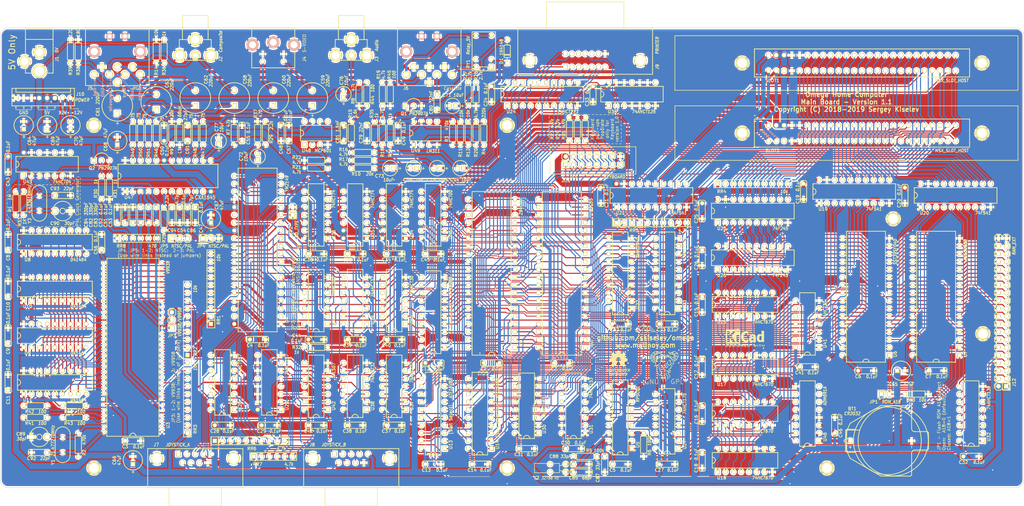
<source format=kicad_pcb>
(kicad_pcb (version 20171130) (host pcbnew "(5.1.0)-1")
  (layers (0 F.Cu signal) (31 B.Cu signal) (34 B.Paste user) (35 F.Paste user) (36 B.SilkS user) (37 F.SilkS user) (38 B.Mask user) (39 F.Mask user) (44 Edge.Cuts user))
  (net 0 "")
  (net 1 VCC)
  (net 2 GND)
  (net 3 "Net-(BT1-Pad1)")
  (net 4 /Processor/RTC_VCC)
  (net 5 VDD)
  (net 6 VSS)
  (net 7 /VDP/RED)
  (net 8 "Net-(C53-Pad2)")
  (net 9 /VDP/GREEN)
  (net 10 /VDP/BLUE)
  (net 11 "Net-(C57-Pad1)")
  (net 12 "Net-(C59-Pad1)")
  (net 13 "Net-(C60-Pad1)")
  (net 14 /VDP/CHROMA)
  (net 15 "Net-(C61-Pad1)")
  (net 16 /VDP/LUMA)
  (net 17 "Net-(C62-Pad1)")
  (net 18 /VDP/ROUT)
  (net 19 "Net-(C63-Pad1)")
  (net 20 /VDP/GOUT)
  (net 21 /VDP/BOUT)
  (net 22 /PSG_SND)
  (net 23 /KEY_CLICK)
  (net 24 "Net-(C74-Pad2)")
  (net 25 /SLT1_SND)
  (net 26 "Net-(C75-Pad2)")
  (net 27 /SLT2_SND)
  (net 28 /AUDIO)
  (net 29 /CAS_OUT)
  (net 30 "Net-(C81-Pad1)")
  (net 31 "Net-(C87-Pad2)")
  (net 32 "Net-(C89-Pad2)")
  (net 33 "Net-(C90-Pad2)")
  (net 34 "Net-(C91-Pad2)")
  (net 35 "Net-(C92-Pad2)")
  (net 36 "Net-(C93-Pad2)")
  (net 37 "Net-(D1-Pad2)")
  (net 38 /PSG/~FWD_A)
  (net 39 /PSG/~BCK_A)
  (net 40 /PSG/~LFT_A)
  (net 41 /PSG/~RGT_A)
  (net 42 /PSG/JOY_OUT_A)
  (net 43 /PSG/~TRG2_A)
  (net 44 /PSG/~TRG1_A)
  (net 45 /PSG/~FWD_B)
  (net 46 /PSG/~BCK_B)
  (net 47 /PSG/~LFT_B)
  (net 48 /PSG/~RGT_B)
  (net 49 /PSG/JOY_OUT_B)
  (net 50 /PSG/~TRG2_B)
  (net 51 /PSG/~TRG1_B)
  (net 52 /Processor/~STROBE)
  (net 53 "Net-(J9-Pad10)")
  (net 54 /Processor/PRT_BUSY)
  (net 55 "Net-(J9-Pad12)")
  (net 56 "Net-(J9-Pad13)")
  (net 57 /PPI/COLUMN0)
  (net 58 /PPI/COLUMN1)
  (net 59 /PPI/COLUMN2)
  (net 60 /PPI/COLUMN3)
  (net 61 /PPI/COLUMN4)
  (net 62 /PPI/COLUMN5)
  (net 63 /PPI/COLUMN6)
  (net 64 /PPI/COLUMN7)
  (net 65 /KANA_LED)
  (net 66 /PPI/CAPS_LED)
  (net 67 /PPI/ROW_D)
  (net 68 /PPI/ROW_C)
  (net 69 /PPI/ROW_B)
  (net 70 /PPI/ROW_A)
  (net 71 /Memory/RAM_A18)
  (net 72 /Memory/RAM_A15)
  (net 73 /Memory/RAM_A16)
  (net 74 /Memory/RAM_A17)
  (net 75 /Memory/RAM_A14)
  (net 76 /~WR)
  (net 77 /A12)
  (net 78 /A13)
  (net 79 /A7)
  (net 80 /A8)
  (net 81 /A6)
  (net 82 /A9)
  (net 83 /A5)
  (net 84 /A11)
  (net 85 /A4)
  (net 86 /~RD)
  (net 87 /A3)
  (net 88 /A10)
  (net 89 /A2)
  (net 90 /Memory/MD7)
  (net 91 /A1)
  (net 92 /Memory/MD6)
  (net 93 /A0)
  (net 94 /Memory/MD5)
  (net 95 /Memory/MD4)
  (net 96 /Memory/MD0)
  (net 97 /Memory/MD3)
  (net 98 /Memory/MD1)
  (net 99 /Memory/MD2)
  (net 100 /Memory/~RAM1_CS)
  (net 101 /Memory/~RAM2_CS)
  (net 102 /Memory/~RAM3_CS)
  (net 103 /Memory/~RAM4_CS)
  (net 104 /Memory/~RAM5_CS)
  (net 105 /Memory/~RAM6_CS)
  (net 106 /Memory/~RAM7_CS)
  (net 107 /Memory/ROM_A18)
  (net 108 /PSG/KBD_TYPE)
  (net 109 "Net-(JP3-Pad1)")
  (net 110 /VDP/VIDEO)
  (net 111 "Net-(JP4-Pad2)")
  (net 112 "Net-(JP5-Pad1)")
  (net 113 "Net-(JP5-Pad2)")
  (net 114 /VDP/PAL_CLK)
  (net 115 "Net-(Q1-Pad2)")
  (net 116 /VDP/CSYNC)
  (net 117 "Net-(R1-Pad1)")
  (net 118 "Net-(R11-Pad1)")
  (net 119 /CAS_IN)
  (net 120 "Net-(R6-Pad1)")
  (net 121 "Net-(R9-Pad1)")
  (net 122 /CAS_MOT)
  (net 123 /VDP/~VWR)
  (net 124 /VDP/~CAS0)
  (net 125 /VDP/~CAS1)
  (net 126 /VDP/~RAS)
  (net 127 "Net-(R42-Pad2)")
  (net 128 "Net-(R43-Pad2)")
  (net 129 /D0)
  (net 130 /D1)
  (net 131 /D2)
  (net 132 /D3)
  (net 133 /D4)
  (net 134 /D5)
  (net 135 /D6)
  (net 136 /D7)
  (net 137 /Processor/ALARM)
  (net 138 "Net-(RR2-Pad2)")
  (net 139 "Net-(RR2-Pad3)")
  (net 140 "Net-(RR2-Pad4)")
  (net 141 "Net-(RR2-Pad5)")
  (net 142 "Net-(RR2-Pad6)")
  (net 143 "Net-(RR2-Pad9)")
  (net 144 "Net-(RR2-Pad10)")
  (net 145 "Net-(RR3-Pad2)")
  (net 146 "Net-(RR3-Pad3)")
  (net 147 "Net-(RR3-Pad4)")
  (net 148 "Net-(RR3-Pad5)")
  (net 149 "Net-(RR3-Pad6)")
  (net 150 "Net-(RR3-Pad7)")
  (net 151 "Net-(RR3-Pad8)")
  (net 152 /~VDP_WAIT)
  (net 153 "Net-(RR3-Pad10)")
  (net 154 /Slots/BD0)
  (net 155 /Slots/BD1)
  (net 156 /Slots/BD2)
  (net 157 /Slots/BD3)
  (net 158 /Slots/BD4)
  (net 159 /Slots/BD5)
  (net 160 /Slots/BD6)
  (net 161 /Slots/BD7)
  (net 162 /~SLT_WAIT)
  (net 163 /~KBD_WAIT)
  (net 164 /Processor/~NMI)
  (net 165 /Processor/~BUSREQ)
  (net 166 /~SLT_INT)
  (net 167 /~BUSDIR1)
  (net 168 /~BUSDIR2)
  (net 169 /VDP/HSYNC)
  (net 170 "Net-(RY1-Pad1)")
  (net 171 /Slots/~CS1)
  (net 172 /Slots/~CS2)
  (net 173 /Slots/~CS12)
  (net 174 /~SLTSL1)
  (net 175 "Net-(SLOT1-Pad5)")
  (net 176 /Slots/~B_RFSH)
  (net 177 /Slots/~B_M1)
  (net 178 /Slots/~B_IORQ)
  (net 179 /Slots/~B_MREQ)
  (net 180 /Slots/~B_WR)
  (net 181 /Slots/~B_RD)
  (net 182 /Slots/~B_RESET)
  (net 183 "Net-(SLOT1-Pad16)")
  (net 184 /Slots/BA9)
  (net 185 /Slots/BA15)
  (net 186 /Slots/BA11)
  (net 187 /Slots/BA10)
  (net 188 /Slots/BA7)
  (net 189 /Slots/BA6)
  (net 190 /Slots/BA12)
  (net 191 /Slots/BA8)
  (net 192 /Slots/BA14)
  (net 193 /Slots/BA13)
  (net 194 /Slots/BA1)
  (net 195 /Slots/BA0)
  (net 196 /Slots/BA3)
  (net 197 /Slots/BA2)
  (net 198 /Slots/BA5)
  (net 199 /Slots/BA4)
  (net 200 /Slots/B_CLK)
  (net 201 /~SLTSL2)
  (net 202 "Net-(SLOT2-Pad5)")
  (net 203 "Net-(SLOT2-Pad16)")
  (net 204 /A14)
  (net 205 /A15)
  (net 206 /Processor/~INT)
  (net 207 "Net-(U1-Pad18)")
  (net 208 /~MREQ)
  (net 209 /~IORQ)
  (net 210 "Net-(U1-Pad23)")
  (net 211 /~WAIT)
  (net 212 /~RESET)
  (net 213 /~M1)
  (net 214 /~RFSH)
  (net 215 "Net-(U2-Pad1)")
  (net 216 "Net-(U2-Pad2)")
  (net 217 "Net-(U2-Pad3)")
  (net 218 "Net-(U2-Pad4)")
  (net 219 /~PPI_CS)
  (net 220 /RESET)
  (net 221 "Net-(U2-Pad37)")
  (net 222 "Net-(U2-Pad38)")
  (net 223 "Net-(U2-Pad39)")
  (net 224 "Net-(U2-Pad40)")
  (net 225 /CLK)
  (net 226 "Net-(U3-Pad11)")
  (net 227 /~VDP_INT)
  (net 228 /VDP/~VDP_WR)
  (net 229 /VDP/~VDP_RD)
  (net 230 /VDP/VD0)
  (net 231 /VDP/VD1)
  (net 232 /VDP/VD2)
  (net 233 /VDP/VD3)
  (net 234 /VDP/VD4)
  (net 235 /VDP/VD5)
  (net 236 /VDP/VD6)
  (net 237 /VDP/VD7)
  (net 238 /VDP/VA0)
  (net 239 /VDP/VA1)
  (net 240 /VDP/VA2)
  (net 241 /VDP/VA3)
  (net 242 /VDP/VA4)
  (net 243 /VDP/VA5)
  (net 244 /VDP/VA6)
  (net 245 /VDP/VA7)
  (net 246 "Net-(U4-Pad2)")
  (net 247 "Net-(U4-Pad5)")
  (net 248 /PSG/JOY_SEL)
  (net 249 /PSG/JB3)
  (net 250 /PSG/JB2)
  (net 251 /PSG/JB1)
  (net 252 /PSG/JB0)
  (net 253 /PSG/JOY_TRG2)
  (net 254 /PSG/JOY_TRG1)
  (net 255 /PSG/JOY_LFT)
  (net 256 /PSG/JOY_RGT)
  (net 257 /PSG/JOY_BCK)
  (net 258 /PSG/JOY_FWD)
  (net 259 "Net-(U4-Pad26)")
  (net 260 /PSG/PSG_BDIR)
  (net 261 /PSG/PSG_BC1)
  (net 262 "Net-(U4-Pad39)")
  (net 263 /Processor/~RTC_CS_B)
  (net 264 "Net-(U27-Pad2)")
  (net 265 "Net-(U27-Pad7)")
  (net 266 "Net-(U27-Pad10)")
  (net 267 "Net-(U27-Pad15)")
  (net 268 /ROM_A16)
  (net 269 /~ROM_CS)
  (net 270 /ROM_A17)
  (net 271 /Memory/~RAM0_CS)
  (net 272 /Processor/~PRT_DAT_WR)
  (net 273 /Processor/~PRT_CMD_CS)
  (net 274 /~PAGE_CS)
  (net 275 /Processor/~RTC_CS)
  (net 276 /Processor/~RTC_AD_WR)
  (net 277 /~PSG_CS)
  (net 278 /~VDP_CS)
  (net 279 /PPI/SLT_A)
  (net 280 /PPI/SLT_B)
  (net 281 /PPI/SB_SLT_A)
  (net 282 /PPI/SB_SLT_B)
  (net 283 /PPI/~FFFF)
  (net 284 /~RAM_SL)
  (net 285 /~MEM_RD)
  (net 286 /PPI/~SLTSL3)
  (net 287 /Slots/SLT_DIR)
  (net 288 /~M1_WAIT)
  (net 289 /Memory/~PAGE_RD)
  (net 290 /Memory/~PAGE_WR)
  (net 291 /Memory/RAM_A21)
  (net 292 /Memory/RAM_A20)
  (net 293 /Memory/RAM_A19)
  (net 294 /PPI/~SUB_RD)
  (net 295 "Net-(U22-Pad2)")
  (net 296 "Net-(U22-Pad3)")
  (net 297 "Net-(U22-Pad4)")
  (net 298 "Net-(U22-Pad5)")
  (net 299 "Net-(U22-Pad6)")
  (net 300 "Net-(U22-Pad7)")
  (net 301 "Net-(U22-Pad8)")
  (net 302 "Net-(U22-Pad9)")
  (net 303 /PPI/~SUB_WR)
  (net 304 "Net-(U27-Pad3)")
  (net 305 "Net-(U27-Pad6)")
  (net 306 "Net-(U27-Pad11)")
  (net 307 "Net-(U27-Pad14)")
  (net 308 "Net-(U29-Pad9)")
  (net 309 "Net-(U29-Pad12)")
  (net 310 "Net-(U30-Pad1)")
  (net 311 /Processor/~PRT_BSY_RD)
  (net 312 "Net-(U33-Pad6)")
  (net 313 "Net-(U33-Pad8)")
  (net 314 "Net-(U33-Pad11)")
  (net 315 "Net-(U34-Pad4)")
  (net 316 "Net-(U34-Pad6)")
  (net 317 "Net-(U34-Pad8)")
  (net 318 /Processor/~PRT_STB_WR)
  (net 319 "Net-(U36-Pad1)")
  (net 320 "Net-(U36-Pad12)")
  (net 321 "Net-(U36-Pad6)")
  (net 322 "Net-(U36-Pad8)")
  (net 323 "Net-(U36-Pad9)")
  (net 324 /PPI/~SUB_REG_CS)
  (net 325 "Net-(U38-Pad5)")
  (net 326 "Net-(U43-Pad8)")
  (net 327 "Net-(U43-Pad10)")
  (net 328 "Net-(U43-Pad12)")
  (net 329 "Net-(U45-Pad1)")
  (net 330 "Net-(U45-Pad10)")
  (net 331 "Net-(U46-Pad5)")
  (net 332 "Net-(U46-Pad6)")
  (net 333 "Net-(U46-Pad7)")
  (net 334 "Net-(U46-Pad8)")
  (net 335 "Net-(U46-Pad10)")
  (net 336 "Net-(U46-Pad11)")
  (net 337 "Net-(U46-Pad14)")
  (net 338 "Net-(U47-Pad8)")
  (net 339 "Net-(U48-Pad1)")
  (net 340 "Net-(U48-Pad5)")
  (net 341 "Net-(U48-Pad8)")
  (net 342 "Net-(U49-Pad5)")
  (net 343 "Net-(U49-Pad6)")
  (net 344 "Net-(RR3-Pad9)")
  (net 345 "Net-(RR6-Pad10)")
  (net 346 /Processor/PD0)
  (net 347 /Processor/PD1)
  (net 348 /Processor/PD2)
  (net 349 /Processor/PD3)
  (net 350 /Processor/PD4)
  (net 351 /Processor/PD5)
  (net 352 /Processor/PD6)
  (net 353 /Processor/PD7)
  (net 354 "Net-(U38-Pad4)")
  (net 355 "Net-(U39-Pad8)")
  (net 356 "Net-(U39-Pad10)")
  (net 357 /VDP/SYNCIN)
  (net 358 "Net-(Q2-Pad2)")
  (net 359 "Net-(Q2-Pad3)")
  (net 360 "Net-(RR4-Pad2)")
  (net 361 "Net-(U35-Pad9)")
  (net 362 "Net-(U35-Pad6)")
  (net 363 "Net-(U35-Pad12)")
  (net 364 "Net-(RR5-Pad8)")
  (net 365 "Net-(C79-Pad1)")
  (net 366 "Net-(C80-Pad2)")
  (net 367 "Net-(R46-Pad2)")
  (net 368 "Net-(R47-Pad2)")
  (net 369 "Net-(SLOT1-Pad46)")
  (net 370 "Net-(SLOT2-Pad46)")
  (net 371 "Net-(J6-Pad6)")
  (net 372 "Net-(J6-Pad4)")
  (net 373 "Net-(J6-Pad7)")
  (net 374 /VDP/COMP)
  (net 375 /VDP/YS)
  (net 376 /VDP/AV)
  (net 377 "Net-(C51-Pad2)")
  (net 378 "Net-(C52-Pad2)")
  (net 379 "Net-(C54-Pad1)")
  (net 380 "Net-(C55-Pad1)")
  (net 381 "Net-(C56-Pad2)")
  (net 382 "Net-(C58-Pad1)")
  (net 383 "Net-(C71-Pad1)")
  (net 384 "Net-(C72-Pad2)")
  (net 385 "Net-(C73-Pad2)")
  (net 386 "Net-(C76-Pad1)")
  (net 387 "Net-(C77-Pad1)")
  (net 388 "Net-(C78-Pad2)")
  (net 389 "Net-(C80-Pad1)")
  (net 390 "Net-(C81-Pad2)")
  (net 391 "Net-(C85-Pad2)")
  (net 392 "Net-(C88-Pad2)")
  (net 393 "Net-(C91-Pad1)")
  (net 394 "Net-(C94-Pad1)")
  (net 395 "Net-(R20-Pad2)")
  (net 396 "Net-(R32-Pad2)")
  (net 397 "Net-(R40-Pad2)")
  (net 398 "Net-(R41-Pad2)")
  (net 399 "Net-(R48-Pad2)")
  (net 400 "Net-(R49-Pad2)")
  (net 401 "Net-(R50-Pad2)")
  (net 402 "Net-(R51-Pad2)")
  (module My_Components:Conn_RCA_Right (layer F.Cu) (at 76.2 16.51 270)
    (fp_text reference J2 (at 6.35 -8.255 270) (layer F.SilkS) (effects (font (size 1.016 1.016) (thickness 0.2032))))
    (fp_text value Composite (at 0.635 -8.255 270) (layer F.SilkS) (effects (font (size 1.016 0.9144) (thickness 0.2032) italic)))
    (pad 2 thru_hole circle (at 0 0 270) (size 4.064 4.064) (drill 2.667) (layers *.Cu *.Mask F.SilkS) (net 2 GND))
    (pad 2 thru_hole circle (at 5.08 -5.08 270) (size 4.064 4.064) (drill 2.667) (layers *.Cu *.Mask F.SilkS) (net 2 GND))
    (pad 2 thru_hole circle (at 5.08 5.08 270) (size 4.064 4.064) (drill 2.667) (layers *.Cu *.Mask F.SilkS) (net 2 GND))
    (pad 1 thru_hole circle (at 5.08 0 270) (size 2.9718 2.9718) (drill 1.5748) (layers *.Cu *.Mask F.SilkS) (net 374 /VDP/COMP))
  )
  (module My_Components:Conn_Mini_DIN_4pin (layer F.Cu) (at 101.6 12.7)
    (fp_text reference J4 (at 10.16 10.16 90) (layer F.SilkS) (effects (font (size 1.016 1.016) (thickness 0.2032))))
    (fp_text value S-VIDEO (at 10.16 5.08 90) (layer F.SilkS) (effects (font (size 1.016 0.9144) (thickness 0.1524) italic)))
    (pad 3 thru_hole circle (at -3.4 11 180) (size 1.3716 1.3716) (drill 0.889) (layers *.Cu *.Mask F.SilkS) (net 16 /VDP/LUMA))
    (pad 4 thru_hole circle (at 3.4 11 180) (size 1.3716 1.3716) (drill 0.889) (layers *.Cu *.Mask F.SilkS) (net 14 /VDP/CHROMA))
    (pad 2 thru_hole circle (at 3.4 8.5 180) (size 1.3716 1.3716) (drill 0.889) (layers *.Cu *.Mask F.SilkS) (net 2 GND))
    (pad 1 thru_hole circle (at -3.4 8.5 180) (size 1.3716 1.3716) (drill 0.889) (layers *.Cu *.Mask F.SilkS) (net 2 GND))
    (pad ~ thru_hole circle (at 0 4.7 180) (size 4.0005 4.0005) (drill 2.29108) (layers *.Cu *.SilkS *.Mask) (net 2 GND))
    (pad ~ thru_hole circle (at -6.75 5.5 180) (size 4.0005 4.0005) (drill 2.29108) (layers *.Cu *.SilkS *.Mask) (net 2 GND))
    (pad ~ thru_hole circle (at 6.75 5.5 180) (size 4.0005 4.0005) (drill 2.29108) (layers *.Cu *.SilkS *.Mask) (net 2 GND))
  )
  (module My_Components:Res_762 (layer F.Cu) (at 38.1 20.32 270)
    (fp_text reference R38 (at 6.35 0 270) (layer F.SilkS) (effects (font (size 1.016 1.016) (thickness 0.2032))))
    (fp_text value 180 (at -6.0325 0 270) (layer F.SilkS) (effects (font (size 1.016 0.9144) (thickness 0.2032) italic)))
    (pad 1 thru_hole circle (at -3.81 0 270) (size 1.397 1.397) (drill 0.8128) (layers *.Cu *.Mask F.SilkS) (net 2 GND))
    (pad 2 thru_hole circle (at 3.81 0 270) (size 1.397 1.397) (drill 0.8128) (layers *.Cu *.Mask F.SilkS) (net 375 /VDP/YS))
  )
  (module My_Components:Res_762 (layer F.Cu) (at 35.56 20.32 90)
    (fp_text reference R39 (at -6.35 0 90) (layer F.SilkS) (effects (font (size 1.016 1.016) (thickness 0.2032))))
    (fp_text value 120 (at 6.0325 0 90) (layer F.SilkS) (effects (font (size 1.016 0.9144) (thickness 0.2032) italic)))
    (pad 2 thru_hole circle (at 3.81 0 90) (size 1.397 1.397) (drill 0.8128) (layers *.Cu *.Mask F.SilkS) (net 1 VCC))
    (pad 1 thru_hole circle (at -3.81 0 90) (size 1.397 1.397) (drill 0.8128) (layers *.Cu *.Mask F.SilkS) (net 375 /VDP/YS))
  )
  (module My_Components:Res_762 (layer F.Cu) (at 63.5 20.32 270)
    (fp_text reference R14 (at 6.35 0 270) (layer F.SilkS) (effects (font (size 1.016 1.016) (thickness 0.2032))))
    (fp_text value 10k (at -6.0325 0 270) (layer F.SilkS) (effects (font (size 1.016 0.9144) (thickness 0.2032) italic)))
    (pad 1 thru_hole circle (at -3.81 0 270) (size 1.397 1.397) (drill 0.8128) (layers *.Cu *.Mask F.SilkS) (net 2 GND))
    (pad 2 thru_hole circle (at 3.81 0 270) (size 1.397 1.397) (drill 0.8128) (layers *.Cu *.Mask F.SilkS) (net 376 /VDP/AV))
  )
  (module My_Components:Conn_DIN_8pin (layer F.Cu) (at 50.8 12.7)
    (fp_text reference J5 (at -8.89 19.685) (layer F.SilkS) (effects (font (size 1.016 1.016) (thickness 0.2032))))
    (fp_text value RGB (at 6.35 19.685) (layer F.SilkS) (effects (font (size 1.016 0.9144) (thickness 0.1524) italic)))
    (pad 2 thru_hole circle (at 0 12.7 180) (size 2.3 2.3) (drill 1.3) (layers *.Cu *.Mask F.SilkS) (net 28 /AUDIO))
    (pad 1 thru_hole circle (at -5 12.7 180) (size 2.3 2.3) (drill 1.3) (layers *.Cu *.Mask F.SilkS) (net 2 GND))
    (pad 6 thru_hole circle (at -7.5 15.2 180) (size 2.3 2.3) (drill 1.3) (layers *.Cu *.Mask F.SilkS) (net 18 /VDP/ROUT))
    (pad 8 thru_hole circle (at 0 17.7 180) (size 2.3 2.3) (drill 1.3) (layers *.Cu *.Mask F.SilkS) (net 21 /VDP/BOUT))
    (pad 5 thru_hole circle (at 2.5 15.2 180) (size 2.3 2.3) (drill 1.3) (layers *.Cu *.Mask F.SilkS) (net 375 /VDP/YS))
    (pad 3 thru_hole circle (at 5 12.7 180) (size 2.3 2.3) (drill 1.3) (layers *.Cu *.Mask F.SilkS) (net 376 /VDP/AV))
    (pad ~ thru_hole circle (at -7.5 7.7 180) (size 4 4) (drill 2.4) (layers *.Cu *.SilkS *.Mask) (net 2 GND))
    (pad 4 thru_hole circle (at -2.5 15.2 180) (size 2.3 2.3) (drill 1.3) (layers *.Cu *.Mask F.SilkS) (net 374 /VDP/COMP))
    (pad 7 thru_hole circle (at 7.5 15.2 180) (size 2.3 2.3) (drill 1.3) (layers *.Cu *.Mask F.SilkS) (net 20 /VDP/GOUT))
    (pad ~ thru_hole circle (at -2.5 2.7 180) (size 2.3 2.3) (drill 1.3) (layers *.Cu *.SilkS *.Mask) (net 2 GND))
    (pad ~ thru_hole circle (at 7.5 7.7 180) (size 4 4) (drill 2.4) (layers *.Cu *.SilkS *.Mask) (net 2 GND))
    (pad ~ thru_hole circle (at 2.5 2.7 180) (size 2.3 2.3) (drill 1.3) (layers *.Cu *.SilkS *.Mask) (net 2 GND))
  )
  (module My_Components:Conn_DIN_8pin (layer F.Cu) (at 152.4 12.7)
    (fp_text reference J6 (at -7.62 19.685) (layer F.SilkS) (effects (font (size 1.016 1.016) (thickness 0.2032))))
    (fp_text value Cassette (at 7.62 19.685) (layer F.SilkS) (effects (font (size 1.016 0.9144) (thickness 0.1524) italic)))
    (pad 2 thru_hole circle (at 0 12.7 180) (size 2.3 2.3) (drill 1.3) (layers *.Cu *.Mask F.SilkS) (net 2 GND))
    (pad 1 thru_hole circle (at -5 12.7 180) (size 2.3 2.3) (drill 1.3) (layers *.Cu *.Mask F.SilkS) (net 2 GND))
    (pad 6 thru_hole circle (at -7.5 15.2 180) (size 2.3 2.3) (drill 1.3) (layers *.Cu *.Mask F.SilkS) (net 371 "Net-(J6-Pad6)"))
    (pad 8 thru_hole circle (at 0 17.7 180) (size 2.3 2.3) (drill 1.3) (layers *.Cu *.Mask F.SilkS) (net 2 GND))
    (pad 5 thru_hole circle (at 2.5 15.2 180) (size 2.3 2.3) (drill 1.3) (layers *.Cu *.Mask F.SilkS) (net 389 "Net-(C80-Pad1)"))
    (pad 3 thru_hole circle (at 5 12.7 180) (size 2.3 2.3) (drill 1.3) (layers *.Cu *.Mask F.SilkS) (net 2 GND))
    (pad ~ thru_hole circle (at -7.5 7.7 180) (size 4 4) (drill 2.4) (layers *.Cu *.SilkS *.Mask) (net 2 GND))
    (pad 4 thru_hole circle (at -2.5 15.2 180) (size 2.3 2.3) (drill 1.3) (layers *.Cu *.Mask F.SilkS) (net 372 "Net-(J6-Pad4)"))
    (pad 7 thru_hole circle (at 7.5 15.2 180) (size 2.3 2.3) (drill 1.3) (layers *.Cu *.Mask F.SilkS) (net 373 "Net-(J6-Pad7)"))
    (pad ~ thru_hole circle (at -2.5 2.7 180) (size 2.3 2.3) (drill 1.3) (layers *.Cu *.SilkS *.Mask) (net 2 GND))
    (pad ~ thru_hole circle (at 7.5 7.7 180) (size 4 4) (drill 2.4) (layers *.Cu *.SilkS *.Mask) (net 2 GND))
    (pad ~ thru_hole circle (at 2.5 2.7 180) (size 2.3 2.3) (drill 1.3) (layers *.Cu *.SilkS *.Mask) (net 2 GND))
  )
  (module My_Components:Conn_Micro_Ribbon_14F (layer F.Cu) (at 203.2 12.7)
    (fp_text reference J9 (at 23.495 12.7 90) (layer F.SilkS) (effects (font (size 1.016 1.016) (thickness 0.2032))))
    (fp_text value PRINTER (at 23.495 5.715 90) (layer F.SilkS) (effects (font (size 1.016 0.9144) (thickness 0.2032) italic)))
    (pad GND thru_hole circle (at 18 10.6) (size 4.04876 4.04876) (drill 3.05054) (layers *.Cu *.Mask F.SilkS) (net 2 GND))
    (pad GND thru_hole circle (at -18 10.6) (size 4.04876 4.04876) (drill 3.05054) (layers *.Cu *.Mask F.SilkS) (net 2 GND))
    (pad 1 thru_hole rect (at -6.48 12.745) (size 1.524 1.524) (drill 1.0414) (layers *.Cu *.Mask F.SilkS) (net 52 /Processor/~STROBE))
    (pad 2 thru_hole circle (at -4.32 12.745) (size 1.524 1.524) (drill 1.0414) (layers *.Cu *.Mask F.SilkS) (net 346 /Processor/PD0))
    (pad 3 thru_hole circle (at -2.16 12.745) (size 1.524 1.524) (drill 1.0414) (layers *.Cu *.Mask F.SilkS) (net 347 /Processor/PD1))
    (pad 4 thru_hole circle (at 0 12.745) (size 1.524 1.524) (drill 1.0414) (layers *.Cu *.Mask F.SilkS) (net 348 /Processor/PD2))
    (pad 5 thru_hole circle (at 2.16 12.745) (size 1.524 1.524) (drill 1.0414) (layers *.Cu *.Mask F.SilkS) (net 349 /Processor/PD3))
    (pad 6 thru_hole circle (at 4.32 12.745) (size 1.524 1.524) (drill 1.0414) (layers *.Cu *.Mask F.SilkS) (net 350 /Processor/PD4))
    (pad 7 thru_hole circle (at 6.48 12.745) (size 1.524 1.524) (drill 1.0414) (layers *.Cu *.Mask F.SilkS) (net 351 /Processor/PD5))
    (pad 11 thru_hole circle (at 0 8.455) (size 1.524 1.524) (drill 1.0414) (layers *.Cu *.Mask F.SilkS) (net 54 /Processor/PRT_BUSY))
    (pad 8 thru_hole circle (at -6.48 8.455) (size 1.524 1.524) (drill 1.0414) (layers *.Cu *.Mask F.SilkS) (net 352 /Processor/PD6))
    (pad 9 thru_hole circle (at -4.32 8.455) (size 1.524 1.524) (drill 1.0414) (layers *.Cu *.Mask F.SilkS) (net 353 /Processor/PD7))
    (pad 10 thru_hole circle (at -2.16 8.455) (size 1.524 1.524) (drill 1.0414) (layers *.Cu *.Mask F.SilkS) (net 53 "Net-(J9-Pad10)"))
    (pad 12 thru_hole circle (at 2.16 8.455) (size 1.524 1.524) (drill 1.0414) (layers *.Cu *.Mask F.SilkS) (net 55 "Net-(J9-Pad12)"))
    (pad 13 thru_hole circle (at 4.32 8.455) (size 1.524 1.524) (drill 1.0414) (layers *.Cu *.Mask F.SilkS) (net 56 "Net-(J9-Pad13)"))
    (pad 14 thru_hole circle (at 6.48 8.455) (size 1.524 1.524) (drill 1.0414) (layers *.Cu *.Mask F.SilkS) (net 2 GND))
  )
  (module My_Components:Res_762 (layer F.Cu) (at 160.02 46.99 270)
    (fp_text reference R3 (at 1.905 1.905 270) (layer F.SilkS) (effects (font (size 1.016 1.016) (thickness 0.2032))))
    (fp_text value 470k (at -2.54 1.905 270) (layer F.SilkS) (effects (font (size 1.016 0.9144) (thickness 0.2032) italic)))
    (pad 1 thru_hole circle (at -3.81 0 270) (size 1.397 1.397) (drill 0.8128) (layers *.Cu *.Mask F.SilkS) (net 1 VCC))
    (pad 2 thru_hole circle (at 3.81 0 270) (size 1.397 1.397) (drill 0.8128) (layers *.Cu *.Mask F.SilkS) (net 118 "Net-(R11-Pad1)"))
  )
  (module My_Components:Res_762 (layer F.Cu) (at 162.56 46.99 90)
    (fp_text reference R11 (at -6.35 0 90) (layer F.SilkS) (effects (font (size 1.016 1.016) (thickness 0.2032))))
    (fp_text value 10k (at 6.35 0.3175 90) (layer F.SilkS) (effects (font (size 1.016 0.9144) (thickness 0.2032) italic)))
    (pad 1 thru_hole circle (at -3.81 0 90) (size 1.397 1.397) (drill 0.8128) (layers *.Cu *.Mask F.SilkS) (net 118 "Net-(R11-Pad1)"))
    (pad 2 thru_hole circle (at 3.81 0 90) (size 1.397 1.397) (drill 0.8128) (layers *.Cu *.Mask F.SilkS) (net 366 "Net-(C80-Pad2)"))
  )
  (module My_Components:Res_762 (layer F.Cu) (at 165.1 46.99 90)
    (fp_text reference R12 (at -6.35 0 90) (layer F.SilkS) (effects (font (size 1.016 1.016) (thickness 0.2032))))
    (fp_text value 10k (at 6.35 0 90) (layer F.SilkS) (effects (font (size 1.016 0.9144) (thickness 0.2032) italic)))
    (pad 1 thru_hole circle (at -3.81 0 90) (size 1.397 1.397) (drill 0.8128) (layers *.Cu *.Mask F.SilkS) (net 118 "Net-(R11-Pad1)"))
    (pad 2 thru_hole circle (at 3.81 0 90) (size 1.397 1.397) (drill 0.8128) (layers *.Cu *.Mask F.SilkS) (net 383 "Net-(C71-Pad1)"))
  )
  (module My_Components:Res_762 (layer F.Cu) (at 170.18 46.99 90)
    (fp_text reference R4 (at -6.0325 0 90) (layer F.SilkS) (effects (font (size 1.016 1.016) (thickness 0.2032))))
    (fp_text value 220k (at 6.6675 0 90) (layer F.SilkS) (effects (font (size 1.016 0.9144) (thickness 0.2032) italic)))
    (pad 1 thru_hole circle (at -3.81 0 90) (size 1.397 1.397) (drill 0.8128) (layers *.Cu *.Mask F.SilkS) (net 395 "Net-(R20-Pad2)"))
    (pad 2 thru_hole circle (at 3.81 0 90) (size 1.397 1.397) (drill 0.8128) (layers *.Cu *.Mask F.SilkS) (net 119 /CAS_IN))
  )
  (module My_Components:Cap_Cer_508 (layer F.Cu) (at 142.24 46.99 270)
    (fp_text reference C49 (at 2.54 -1.905 270) (layer F.SilkS) (effects (font (size 1.016 1.016) (thickness 0.2032))))
    (fp_text value 0.1uF (at -1.905 -1.905 270) (layer F.SilkS) (effects (font (size 1.016 0.9144) (thickness 0.2032) italic)))
    (pad 1 thru_hole circle (at -2.54 0 270) (size 1.397 1.397) (drill 0.8128) (layers *.Cu *.Mask F.SilkS) (net 1 VCC))
    (pad 2 thru_hole circle (at 2.54 0 270) (size 1.397 1.397) (drill 0.8128) (layers *.Cu *.Mask F.SilkS) (net 2 GND))
  )
  (module My_Components:Res_762 (layer F.Cu) (at 167.64 46.99 270)
    (fp_text reference R20 (at 6.35 0 270) (layer F.SilkS) (effects (font (size 1.016 1.016) (thickness 0.2032))))
    (fp_text value 4.7k (at -6.35 0 270) (layer F.SilkS) (effects (font (size 1.016 0.9144) (thickness 0.2032) italic)))
    (pad 1 thru_hole circle (at -3.81 0 270) (size 1.397 1.397) (drill 0.8128) (layers *.Cu *.Mask F.SilkS) (net 383 "Net-(C71-Pad1)"))
    (pad 2 thru_hole circle (at 3.81 0 270) (size 1.397 1.397) (drill 0.8128) (layers *.Cu *.Mask F.SilkS) (net 395 "Net-(R20-Pad2)"))
  )
  (module My_Components:Res_762 (layer F.Cu) (at 134.62 46.99 90)
    (fp_text reference R35 (at 6.35 -0.9525 90) (layer F.SilkS) (effects (font (size 1.016 1.016) (thickness 0.2032))))
    (fp_text value 1k (at 5.715 0.635 90) (layer F.SilkS) (effects (font (size 1.016 0.9144) (thickness 0.2032) italic)))
    (pad 1 thru_hole circle (at -3.81 0 90) (size 1.397 1.397) (drill 0.8128) (layers *.Cu *.Mask F.SilkS) (net 119 /CAS_IN))
    (pad 2 thru_hole circle (at 3.81 0 90) (size 1.397 1.397) (drill 0.8128) (layers *.Cu *.Mask F.SilkS) (net 1 VCC))
  )
  (module My_Components:IC_DIP8_300 (layer F.Cu) (at 151.13 46.99)
    (fp_text reference U49 (at -3.175 5.715) (layer F.SilkS) (effects (font (size 1.016 1.016) (thickness 0.2032))))
    (fp_text value LM311 (at 2.54 5.842) (layer F.SilkS) (effects (font (size 1.016 0.9144) (thickness 0.2032) italic)))
    (pad 1 thru_hole rect (at -3.81 3.81) (size 1.397 1.397) (drill 0.8128) (layers *.Cu *.Mask F.SilkS) (net 2 GND))
    (pad 2 thru_hole circle (at -1.27 3.81) (size 1.397 1.397) (drill 0.8128) (layers *.Cu *.Mask F.SilkS) (net 395 "Net-(R20-Pad2)"))
    (pad 3 thru_hole circle (at 1.27 3.81) (size 1.397 1.397) (drill 0.8128) (layers *.Cu *.Mask F.SilkS) (net 118 "Net-(R11-Pad1)"))
    (pad 4 thru_hole circle (at 3.81 3.81) (size 1.397 1.397) (drill 0.8128) (layers *.Cu *.Mask F.SilkS) (net 2 GND))
    (pad 5 thru_hole circle (at 3.81 -3.81) (size 1.397 1.397) (drill 0.8128) (layers *.Cu *.Mask F.SilkS) (net 342 "Net-(U49-Pad5)"))
    (pad 6 thru_hole circle (at 1.27 -3.81) (size 1.397 1.397) (drill 0.8128) (layers *.Cu *.Mask F.SilkS) (net 343 "Net-(U49-Pad6)"))
    (pad 7 thru_hole circle (at -1.27 -3.81) (size 1.397 1.397) (drill 0.8128) (layers *.Cu *.Mask F.SilkS) (net 119 /CAS_IN))
    (pad 8 thru_hole circle (at -3.81 -3.81) (size 1.397 1.397) (drill 0.8128) (layers *.Cu *.Mask F.SilkS) (net 1 VCC))
  )
  (module My_Components:Relay_SPDT (layer F.Cu) (at 170.18 20.32 90)
    (fp_text reference RY1 (at -4.1275 -5.08 90) (layer F.SilkS) (effects (font (size 1.016 1.016) (thickness 0.2032))))
    (fp_text value Relay_5V (at 1.905 -5.08 90) (layer F.SilkS) (effects (font (size 1.016 0.9144) (thickness 0.2032) italic)))
    (pad 1 thru_hole rect (at -5.08 2.54 90) (size 1.397 1.397) (drill 0.8128) (layers *.Cu *.Mask F.SilkS) (net 170 "Net-(RY1-Pad1)"))
    (pad 2 thru_hole circle (at -2.54 2.54 90) (size 1.397 1.397) (drill 0.8128) (layers *.Cu *.Mask F.SilkS) (net 1 VCC))
    (pad 5 thru_hole circle (at 5.08 2.54 90) (size 1.397 1.397) (drill 0.8128) (layers *.Cu *.Mask F.SilkS) (net 371 "Net-(J6-Pad6)"))
    (pad 6 thru_hole circle (at 5.08 -2.54 90) (size 1.397 1.397) (drill 0.8128) (layers *.Cu *.Mask F.SilkS) (net 371 "Net-(J6-Pad6)"))
    (pad 9 thru_hole circle (at -2.54 -2.54 90) (size 1.397 1.397) (drill 0.8128) (layers *.Cu *.Mask F.SilkS) (net 37 "Net-(D1-Pad2)"))
    (pad 10 thru_hole circle (at -5.08 -2.54 90) (size 1.397 1.397) (drill 0.8128) (layers *.Cu *.Mask F.SilkS) (net 373 "Net-(J6-Pad7)"))
  )
  (module My_Components:Res_762 (layer F.Cu) (at 71.12 46.99 270)
    (fp_text reference L1 (at 5.715 0 270) (layer F.SilkS) (effects (font (size 1.016 1.016) (thickness 0.2032))))
    (fp_text value 68uH (at -6.985 0 270) (layer F.SilkS) (effects (font (size 1.016 0.9144) (thickness 0.2032) italic)))
    (pad 1 thru_hole circle (at -3.81 0 270) (size 1.397 1.397) (drill 0.8128) (layers *.Cu *.Mask F.SilkS) (net 34 "Net-(C91-Pad2)"))
    (pad 2 thru_hole circle (at 3.81 0 270) (size 1.397 1.397) (drill 0.8128) (layers *.Cu *.Mask F.SilkS) (net 2 GND))
  )
  (module Symbol:OSHW-Logo_7.5x8mm_SilkScreen (layer F.Cu) (at 213.995 121.92)
    (fp_text reference REF** hide)
    (fp_text value OSHW-Logo_7.5x8mm_SilkScreen hide)
  )
  (module My_Components:IC_DIP14_300 (layer F.Cu) (at 115.57 129.54 90)
    (fp_text reference U42 (at -6.35 5.715 90) (layer F.SilkS) (effects (font (size 1.016 1.016) (thickness 0.2032))))
    (fp_text value 74LS07 (at 5.08 5.715 90) (layer F.SilkS) (effects (font (size 1.016 0.9144) (thickness 0.2032) italic)))
    (pad 1 thru_hole rect (at -7.62 3.81 90) (size 1.397 1.397) (drill 0.8128) (layers *.Cu *.Mask F.SilkS) (net 252 /PSG/JB0))
    (pad 2 thru_hole circle (at -5.08 3.81 90) (size 1.397 1.397) (drill 0.8128) (layers *.Cu *.Mask F.SilkS) (net 44 /PSG/~TRG1_A))
    (pad 3 thru_hole circle (at -2.54 3.81 90) (size 1.397 1.397) (drill 0.8128) (layers *.Cu *.Mask F.SilkS) (net 249 /PSG/JB3))
    (pad 4 thru_hole circle (at 0 3.81 90) (size 1.397 1.397) (drill 0.8128) (layers *.Cu *.Mask F.SilkS) (net 50 /PSG/~TRG2_B))
    (pad 5 thru_hole circle (at 2.54 3.81 90) (size 1.397 1.397) (drill 0.8128) (layers *.Cu *.Mask F.SilkS) (net 225 /CLK))
    (pad 6 thru_hole circle (at 5.08 3.81 90) (size 1.397 1.397) (drill 0.8128) (layers *.Cu *.Mask F.SilkS) (net 345 "Net-(RR6-Pad10)"))
    (pad 7 thru_hole circle (at 7.62 3.81 90) (size 1.397 1.397) (drill 0.8128) (layers *.Cu *.Mask F.SilkS) (net 2 GND))
    (pad 8 thru_hole circle (at 7.62 -3.81 90) (size 1.397 1.397) (drill 0.8128) (layers *.Cu *.Mask F.SilkS) (net 396 "Net-(R32-Pad2)"))
    (pad 9 thru_hole circle (at 5.08 -3.81 90) (size 1.397 1.397) (drill 0.8128) (layers *.Cu *.Mask F.SilkS) (net 225 /CLK))
    (pad 10 thru_hole circle (at 2.54 -3.81 90) (size 1.397 1.397) (drill 0.8128) (layers *.Cu *.Mask F.SilkS) (net 43 /PSG/~TRG2_A))
    (pad 11 thru_hole circle (at 0 -3.81 90) (size 1.397 1.397) (drill 0.8128) (layers *.Cu *.Mask F.SilkS) (net 250 /PSG/JB2))
    (pad 12 thru_hole circle (at -2.54 -3.81 90) (size 1.397 1.397) (drill 0.8128) (layers *.Cu *.Mask F.SilkS) (net 51 /PSG/~TRG1_B))
    (pad 13 thru_hole circle (at -5.08 -3.81 90) (size 1.397 1.397) (drill 0.8128) (layers *.Cu *.Mask F.SilkS) (net 251 /PSG/JB1))
    (pad 14 thru_hole circle (at -7.62 -3.81 90) (size 1.397 1.397) (drill 0.8128) (layers *.Cu *.Mask F.SilkS) (net 1 VCC))
  )
  (module My_Components:IC_DIP14_300 (layer F.Cu) (at 128.27 129.54 90)
    (fp_text reference U38 (at -6.35 5.715 90) (layer F.SilkS) (effects (font (size 1.016 1.016) (thickness 0.2032))))
    (fp_text value 74AHCT32 (at 4.445 5.715 90) (layer F.SilkS) (effects (font (size 1.016 0.9144) (thickness 0.2032) italic)))
    (pad 1 thru_hole rect (at -7.62 3.81 90) (size 1.397 1.397) (drill 0.8128) (layers *.Cu *.Mask F.SilkS) (net 286 /PPI/~SLTSL3))
    (pad 2 thru_hole circle (at -5.08 3.81 90) (size 1.397 1.397) (drill 0.8128) (layers *.Cu *.Mask F.SilkS) (net 283 /PPI/~FFFF))
    (pad 3 thru_hole circle (at -2.54 3.81 90) (size 1.397 1.397) (drill 0.8128) (layers *.Cu *.Mask F.SilkS) (net 324 /PPI/~SUB_REG_CS))
    (pad 4 thru_hole circle (at 0 3.81 90) (size 1.397 1.397) (drill 0.8128) (layers *.Cu *.Mask F.SilkS) (net 354 "Net-(U38-Pad4)"))
    (pad 5 thru_hole circle (at 2.54 3.81 90) (size 1.397 1.397) (drill 0.8128) (layers *.Cu *.Mask F.SilkS) (net 325 "Net-(U38-Pad5)"))
    (pad 6 thru_hole circle (at 5.08 3.81 90) (size 1.397 1.397) (drill 0.8128) (layers *.Cu *.Mask F.SilkS) (net 283 /PPI/~FFFF))
    (pad 7 thru_hole circle (at 7.62 3.81 90) (size 1.397 1.397) (drill 0.8128) (layers *.Cu *.Mask F.SilkS) (net 2 GND))
    (pad 8 thru_hole circle (at 7.62 -3.81 90) (size 1.397 1.397) (drill 0.8128) (layers *.Cu *.Mask F.SilkS) (net 303 /PPI/~SUB_WR))
    (pad 9 thru_hole circle (at 5.08 -3.81 90) (size 1.397 1.397) (drill 0.8128) (layers *.Cu *.Mask F.SilkS) (net 76 /~WR))
    (pad 10 thru_hole circle (at 2.54 -3.81 90) (size 1.397 1.397) (drill 0.8128) (layers *.Cu *.Mask F.SilkS) (net 324 /PPI/~SUB_REG_CS))
    (pad 11 thru_hole circle (at 0 -3.81 90) (size 1.397 1.397) (drill 0.8128) (layers *.Cu *.Mask F.SilkS) (net 294 /PPI/~SUB_RD))
    (pad 12 thru_hole circle (at -2.54 -3.81 90) (size 1.397 1.397) (drill 0.8128) (layers *.Cu *.Mask F.SilkS) (net 324 /PPI/~SUB_REG_CS))
    (pad 13 thru_hole circle (at -5.08 -3.81 90) (size 1.397 1.397) (drill 0.8128) (layers *.Cu *.Mask F.SilkS) (net 86 /~RD))
    (pad 14 thru_hole circle (at -7.62 -3.81 90) (size 1.397 1.397) (drill 0.8128) (layers *.Cu *.Mask F.SilkS) (net 1 VCC))
  )
  (module My_Components:IC_DIP14_300 (layer F.Cu) (at 128.27 73.66 90)
    (fp_text reference U35 (at -6.35 5.715 90) (layer F.SilkS) (effects (font (size 1.016 1.016) (thickness 0.2032))))
    (fp_text value 74HCT74 (at 5.08 5.715 90) (layer F.SilkS) (effects (font (size 1.016 0.9144) (thickness 0.2032) italic)))
    (pad 1 thru_hole rect (at -7.62 3.81 90) (size 1.397 1.397) (drill 0.8128) (layers *.Cu *.Mask F.SilkS) (net 1 VCC))
    (pad 2 thru_hole circle (at -5.08 3.81 90) (size 1.397 1.397) (drill 0.8128) (layers *.Cu *.Mask F.SilkS) (net 129 /D0))
    (pad 3 thru_hole circle (at -2.54 3.81 90) (size 1.397 1.397) (drill 0.8128) (layers *.Cu *.Mask F.SilkS) (net 318 /Processor/~PRT_STB_WR))
    (pad 4 thru_hole circle (at 0 3.81 90) (size 1.397 1.397) (drill 0.8128) (layers *.Cu *.Mask F.SilkS) (net 212 /~RESET))
    (pad 5 thru_hole circle (at 2.54 3.81 90) (size 1.397 1.397) (drill 0.8128) (layers *.Cu *.Mask F.SilkS) (net 52 /Processor/~STROBE))
    (pad 6 thru_hole circle (at 5.08 3.81 90) (size 1.397 1.397) (drill 0.8128) (layers *.Cu *.Mask F.SilkS) (net 362 "Net-(U35-Pad6)"))
    (pad 7 thru_hole circle (at 7.62 3.81 90) (size 1.397 1.397) (drill 0.8128) (layers *.Cu *.Mask F.SilkS) (net 2 GND))
    (pad 8 thru_hole circle (at 7.62 -3.81 90) (size 1.397 1.397) (drill 0.8128) (layers *.Cu *.Mask F.SilkS) (net 363 "Net-(U35-Pad12)"))
    (pad 9 thru_hole circle (at 5.08 -3.81 90) (size 1.397 1.397) (drill 0.8128) (layers *.Cu *.Mask F.SilkS) (net 361 "Net-(U35-Pad9)"))
    (pad 10 thru_hole circle (at 2.54 -3.81 90) (size 1.397 1.397) (drill 0.8128) (layers *.Cu *.Mask F.SilkS) (net 1 VCC))
    (pad 11 thru_hole circle (at 0 -3.81 90) (size 1.397 1.397) (drill 0.8128) (layers *.Cu *.Mask F.SilkS) (net 225 /CLK))
    (pad 12 thru_hole circle (at -2.54 -3.81 90) (size 1.397 1.397) (drill 0.8128) (layers *.Cu *.Mask F.SilkS) (net 363 "Net-(U35-Pad12)"))
    (pad 13 thru_hole circle (at -5.08 -3.81 90) (size 1.397 1.397) (drill 0.8128) (layers *.Cu *.Mask F.SilkS) (net 1 VCC))
    (pad 14 thru_hole circle (at -7.62 -3.81 90) (size 1.397 1.397) (drill 0.8128) (layers *.Cu *.Mask F.SilkS) (net 1 VCC))
  )
  (module My_Components:IC_DIP20_300 (layer F.Cu) (at 214.63 92.71 90)
    (fp_text reference U22 (at -10.16 5.715 90) (layer F.SilkS) (effects (font (size 1.016 1.016) (thickness 0.2032))))
    (fp_text value 74HCT540 (at 8.255 5.715 90) (layer F.SilkS) (effects (font (size 1.016 0.9144) (thickness 0.2032) italic)))
    (pad 1 thru_hole rect (at -11.43 3.81 90) (size 1.397 1.397) (drill 0.8128) (layers *.Cu *.Mask F.SilkS) (net 294 /PPI/~SUB_RD))
    (pad 2 thru_hole circle (at -8.89 3.81 90) (size 1.397 1.397) (drill 0.8128) (layers *.Cu *.Mask F.SilkS) (net 295 "Net-(U22-Pad2)"))
    (pad 3 thru_hole circle (at -6.35 3.81 90) (size 1.397 1.397) (drill 0.8128) (layers *.Cu *.Mask F.SilkS) (net 296 "Net-(U22-Pad3)"))
    (pad 4 thru_hole circle (at -3.81 3.81 90) (size 1.397 1.397) (drill 0.8128) (layers *.Cu *.Mask F.SilkS) (net 297 "Net-(U22-Pad4)"))
    (pad 5 thru_hole circle (at -1.27 3.81 90) (size 1.397 1.397) (drill 0.8128) (layers *.Cu *.Mask F.SilkS) (net 298 "Net-(U22-Pad5)"))
    (pad 6 thru_hole circle (at 1.27 3.81 90) (size 1.397 1.397) (drill 0.8128) (layers *.Cu *.Mask F.SilkS) (net 299 "Net-(U22-Pad6)"))
    (pad 7 thru_hole circle (at 3.81 3.81 90) (size 1.397 1.397) (drill 0.8128) (layers *.Cu *.Mask F.SilkS) (net 300 "Net-(U22-Pad7)"))
    (pad 8 thru_hole circle (at 6.35 3.81 90) (size 1.397 1.397) (drill 0.8128) (layers *.Cu *.Mask F.SilkS) (net 301 "Net-(U22-Pad8)"))
    (pad 9 thru_hole circle (at 8.89 3.81 90) (size 1.397 1.397) (drill 0.8128) (layers *.Cu *.Mask F.SilkS) (net 302 "Net-(U22-Pad9)"))
    (pad 10 thru_hole circle (at 11.43 3.81 90) (size 1.397 1.397) (drill 0.8128) (layers *.Cu *.Mask F.SilkS) (net 2 GND))
    (pad 11 thru_hole circle (at 11.43 -3.81 90) (size 1.397 1.397) (drill 0.8128) (layers *.Cu *.Mask F.SilkS) (net 136 /D7))
    (pad 12 thru_hole circle (at 8.89 -3.81 90) (size 1.397 1.397) (drill 0.8128) (layers *.Cu *.Mask F.SilkS) (net 135 /D6))
    (pad 13 thru_hole circle (at 6.35 -3.81 90) (size 1.397 1.397) (drill 0.8128) (layers *.Cu *.Mask F.SilkS) (net 134 /D5))
    (pad 14 thru_hole circle (at 3.81 -3.81 90) (size 1.397 1.397) (drill 0.8128) (layers *.Cu *.Mask F.SilkS) (net 133 /D4))
    (pad 15 thru_hole circle (at 1.27 -3.81 90) (size 1.397 1.397) (drill 0.8128) (layers *.Cu *.Mask F.SilkS) (net 132 /D3))
    (pad 16 thru_hole circle (at -1.27 -3.81 90) (size 1.397 1.397) (drill 0.8128) (layers *.Cu *.Mask F.SilkS) (net 131 /D2))
    (pad 17 thru_hole circle (at -3.81 -3.81 90) (size 1.397 1.397) (drill 0.8128) (layers *.Cu *.Mask F.SilkS) (net 130 /D1))
    (pad 18 thru_hole circle (at -6.35 -3.81 90) (size 1.397 1.397) (drill 0.8128) (layers *.Cu *.Mask F.SilkS) (net 129 /D0))
    (pad 19 thru_hole circle (at -8.89 -3.81 90) (size 1.397 1.397) (drill 0.8128) (layers *.Cu *.Mask F.SilkS) (net 294 /PPI/~SUB_RD))
    (pad 20 thru_hole circle (at -11.43 -3.81 90) (size 1.397 1.397) (drill 0.8128) (layers *.Cu *.Mask F.SilkS) (net 1 VCC))
  )
  (module My_Components:IC_DIP40_600 (layer F.Cu) (at 172.72 92.71 90)
    (fp_text reference U1 (at -22.86 9.525 90) (layer F.SilkS) (effects (font (size 1.016 1.016) (thickness 0.2032))))
    (fp_text value Z84C00 (at 21.59 9.525 90) (layer F.SilkS) (effects (font (size 1.016 0.9144) (thickness 0.2032) italic)))
    (pad 1 thru_hole rect (at -24.13 7.62 90) (size 1.397 1.397) (drill 0.8128) (layers *.Cu *.Mask F.SilkS) (net 84 /A11))
    (pad 2 thru_hole circle (at -21.59 7.62 90) (size 1.397 1.397) (drill 0.8128) (layers *.Cu *.Mask F.SilkS) (net 77 /A12))
    (pad 3 thru_hole circle (at -19.05 7.62 90) (size 1.397 1.397) (drill 0.8128) (layers *.Cu *.Mask F.SilkS) (net 78 /A13))
    (pad 4 thru_hole circle (at -16.51 7.62 90) (size 1.397 1.397) (drill 0.8128) (layers *.Cu *.Mask F.SilkS) (net 204 /A14))
    (pad 5 thru_hole circle (at -13.97 7.62 90) (size 1.397 1.397) (drill 0.8128) (layers *.Cu *.Mask F.SilkS) (net 205 /A15))
    (pad 6 thru_hole circle (at -11.43 7.62 90) (size 1.397 1.397) (drill 0.8128) (layers *.Cu *.Mask F.SilkS) (net 396 "Net-(R32-Pad2)"))
    (pad 7 thru_hole circle (at -8.89 7.62 90) (size 1.397 1.397) (drill 0.8128) (layers *.Cu *.Mask F.SilkS) (net 133 /D4))
    (pad 8 thru_hole circle (at -6.35 7.62 90) (size 1.397 1.397) (drill 0.8128) (layers *.Cu *.Mask F.SilkS) (net 132 /D3))
    (pad 9 thru_hole circle (at -3.81 7.62 90) (size 1.397 1.397) (drill 0.8128) (layers *.Cu *.Mask F.SilkS) (net 134 /D5))
    (pad 10 thru_hole circle (at -1.27 7.62 90) (size 1.397 1.397) (drill 0.8128) (layers *.Cu *.Mask F.SilkS) (net 135 /D6))
    (pad 11 thru_hole circle (at 1.27 7.62 90) (size 1.397 1.397) (drill 0.8128) (layers *.Cu *.Mask F.SilkS) (net 1 VCC))
    (pad 12 thru_hole circle (at 3.81 7.62 90) (size 1.397 1.397) (drill 0.8128) (layers *.Cu *.Mask F.SilkS) (net 131 /D2))
    (pad 13 thru_hole circle (at 6.35 7.62 90) (size 1.397 1.397) (drill 0.8128) (layers *.Cu *.Mask F.SilkS) (net 136 /D7))
    (pad 14 thru_hole circle (at 8.89 7.62 90) (size 1.397 1.397) (drill 0.8128) (layers *.Cu *.Mask F.SilkS) (net 129 /D0))
    (pad 15 thru_hole circle (at 11.43 7.62 90) (size 1.397 1.397) (drill 0.8128) (layers *.Cu *.Mask F.SilkS) (net 130 /D1))
    (pad 16 thru_hole circle (at 13.97 7.62 90) (size 1.397 1.397) (drill 0.8128) (layers *.Cu *.Mask F.SilkS) (net 206 /Processor/~INT))
    (pad 17 thru_hole circle (at 16.51 7.62 90) (size 1.397 1.397) (drill 0.8128) (layers *.Cu *.Mask F.SilkS) (net 164 /Processor/~NMI))
    (pad 18 thru_hole circle (at 19.05 7.62 90) (size 1.397 1.397) (drill 0.8128) (layers *.Cu *.Mask F.SilkS) (net 207 "Net-(U1-Pad18)"))
    (pad 19 thru_hole circle (at 21.59 7.62 90) (size 1.397 1.397) (drill 0.8128) (layers *.Cu *.Mask F.SilkS) (net 208 /~MREQ))
    (pad 20 thru_hole circle (at 24.13 7.62 90) (size 1.397 1.397) (drill 0.8128) (layers *.Cu *.Mask F.SilkS) (net 209 /~IORQ))
    (pad 21 thru_hole circle (at 24.13 -7.62 90) (size 1.397 1.397) (drill 0.8128) (layers *.Cu *.Mask F.SilkS) (net 86 /~RD))
    (pad 22 thru_hole circle (at 21.59 -7.62 90) (size 1.397 1.397) (drill 0.8128) (layers *.Cu *.Mask F.SilkS) (net 76 /~WR))
    (pad 23 thru_hole circle (at 19.05 -7.62 90) (size 1.397 1.397) (drill 0.8128) (layers *.Cu *.Mask F.SilkS) (net 210 "Net-(U1-Pad23)"))
    (pad 24 thru_hole circle (at 16.51 -7.62 90) (size 1.397 1.397) (drill 0.8128) (layers *.Cu *.Mask F.SilkS) (net 211 /~WAIT))
    (pad 25 thru_hole circle (at 13.97 -7.62 90) (size 1.397 1.397) (drill 0.8128) (layers *.Cu *.Mask F.SilkS) (net 165 /Processor/~BUSREQ))
    (pad 26 thru_hole circle (at 11.43 -7.62 90) (size 1.397 1.397) (drill 0.8128) (layers *.Cu *.Mask F.SilkS) (net 212 /~RESET))
    (pad 27 thru_hole circle (at 8.89 -7.62 90) (size 1.397 1.397) (drill 0.8128) (layers *.Cu *.Mask F.SilkS) (net 213 /~M1))
    (pad 28 thru_hole circle (at 6.35 -7.62 90) (size 1.397 1.397) (drill 0.8128) (layers *.Cu *.Mask F.SilkS) (net 214 /~RFSH))
    (pad 29 thru_hole circle (at 3.81 -7.62 90) (size 1.397 1.397) (drill 0.8128) (layers *.Cu *.Mask F.SilkS) (net 2 GND))
    (pad 30 thru_hole circle (at 1.27 -7.62 90) (size 1.397 1.397) (drill 0.8128) (layers *.Cu *.Mask F.SilkS) (net 93 /A0))
    (pad 31 thru_hole circle (at -1.27 -7.62 90) (size 1.397 1.397) (drill 0.8128) (layers *.Cu *.Mask F.SilkS) (net 91 /A1))
    (pad 32 thru_hole circle (at -3.81 -7.62 90) (size 1.397 1.397) (drill 0.8128) (layers *.Cu *.Mask F.SilkS) (net 89 /A2))
    (pad 33 thru_hole circle (at -6.35 -7.62 90) (size 1.397 1.397) (drill 0.8128) (layers *.Cu *.Mask F.SilkS) (net 87 /A3))
    (pad 34 thru_hole circle (at -8.89 -7.62 90) (size 1.397 1.397) (drill 0.8128) (layers *.Cu *.Mask F.SilkS) (net 85 /A4))
    (pad 35 thru_hole circle (at -11.43 -7.62 90) (size 1.397 1.397) (drill 0.8128) (layers *.Cu *.Mask F.SilkS) (net 83 /A5))
    (pad 36 thru_hole circle (at -13.97 -7.62 90) (size 1.397 1.397) (drill 0.8128) (layers *.Cu *.Mask F.SilkS) (net 81 /A6))
    (pad 37 thru_hole circle (at -16.51 -7.62 90) (size 1.397 1.397) (drill 0.8128) (layers *.Cu *.Mask F.SilkS) (net 79 /A7))
    (pad 38 thru_hole circle (at -19.05 -7.62 90) (size 1.397 1.397) (drill 0.8128) (layers *.Cu *.Mask F.SilkS) (net 80 /A8))
    (pad 39 thru_hole circle (at -21.59 -7.62 90) (size 1.397 1.397) (drill 0.8128) (layers *.Cu *.Mask F.SilkS) (net 82 /A9))
    (pad 40 thru_hole circle (at -24.13 -7.62 90) (size 1.397 1.397) (drill 0.8128) (layers *.Cu *.Mask F.SilkS) (net 88 /A10))
  )
  (module My_Components:Conn_SIL10 (layer F.Cu) (at 224.79 76.2)
    (fp_text reference RR5 (at -5.715 2.54) (layer F.SilkS) (effects (font (size 1.016 1.016) (thickness 0.2032))))
    (fp_text value 4.7k (at 10.16 2.54) (layer F.SilkS) (effects (font (size 1.016 0.9144) (thickness 0.2032) italic)))
    (pad 1 thru_hole rect (at -11.43 0) (size 1.397 1.397) (drill 0.8128) (layers *.Cu *.Mask F.SilkS) (net 1 VCC))
    (pad 2 thru_hole circle (at -8.89 0) (size 1.397 1.397) (drill 0.8128) (layers *.Cu *.Mask F.SilkS) (net 163 /~KBD_WAIT))
    (pad 3 thru_hole circle (at -6.35 0) (size 1.397 1.397) (drill 0.8128) (layers *.Cu *.Mask F.SilkS) (net 54 /Processor/PRT_BUSY))
    (pad 4 thru_hole circle (at -3.81 0) (size 1.397 1.397) (drill 0.8128) (layers *.Cu *.Mask F.SilkS) (net 165 /Processor/~BUSREQ))
    (pad 5 thru_hole circle (at -1.27 0) (size 1.397 1.397) (drill 0.8128) (layers *.Cu *.Mask F.SilkS) (net 164 /Processor/~NMI))
    (pad 6 thru_hole circle (at 1.27 0) (size 1.397 1.397) (drill 0.8128) (layers *.Cu *.Mask F.SilkS) (net 167 /~BUSDIR1))
    (pad 7 thru_hole circle (at 3.81 0) (size 1.397 1.397) (drill 0.8128) (layers *.Cu *.Mask F.SilkS) (net 168 /~BUSDIR2))
    (pad 8 thru_hole circle (at 6.35 0) (size 1.397 1.397) (drill 0.8128) (layers *.Cu *.Mask F.SilkS) (net 364 "Net-(RR5-Pad8)"))
    (pad 9 thru_hole circle (at 8.89 0) (size 1.397 1.397) (drill 0.8128) (layers *.Cu *.Mask F.SilkS) (net 166 /~SLT_INT))
    (pad 10 thru_hole circle (at 11.43 0) (size 1.397 1.397) (drill 0.8128) (layers *.Cu *.Mask F.SilkS) (net 162 /~SLT_WAIT))
  )
  (module My_Components:IC_DIP20_300 (layer F.Cu) (at 224.79 67.31)
    (fp_text reference U21 (at -10.16 5.715) (layer F.SilkS) (effects (font (size 1.016 1.016) (thickness 0.2032))))
    (fp_text value 74F541 (at 8.89 5.715) (layer F.SilkS) (effects (font (size 1.016 0.9144) (thickness 0.2032) italic)))
    (pad 1 thru_hole rect (at -11.43 3.81) (size 1.397 1.397) (drill 0.8128) (layers *.Cu *.Mask F.SilkS) (net 2 GND))
    (pad 2 thru_hole circle (at -8.89 3.81) (size 1.397 1.397) (drill 0.8128) (layers *.Cu *.Mask F.SilkS) (net 86 /~RD))
    (pad 3 thru_hole circle (at -6.35 3.81) (size 1.397 1.397) (drill 0.8128) (layers *.Cu *.Mask F.SilkS) (net 76 /~WR))
    (pad 4 thru_hole circle (at -3.81 3.81) (size 1.397 1.397) (drill 0.8128) (layers *.Cu *.Mask F.SilkS) (net 213 /~M1))
    (pad 5 thru_hole circle (at -1.27 3.81) (size 1.397 1.397) (drill 0.8128) (layers *.Cu *.Mask F.SilkS) (net 209 /~IORQ))
    (pad 6 thru_hole circle (at 1.27 3.81) (size 1.397 1.397) (drill 0.8128) (layers *.Cu *.Mask F.SilkS) (net 208 /~MREQ))
    (pad 7 thru_hole circle (at 3.81 3.81) (size 1.397 1.397) (drill 0.8128) (layers *.Cu *.Mask F.SilkS) (net 214 /~RFSH))
    (pad 8 thru_hole circle (at 6.35 3.81) (size 1.397 1.397) (drill 0.8128) (layers *.Cu *.Mask F.SilkS) (net 212 /~RESET))
    (pad 9 thru_hole circle (at 8.89 3.81) (size 1.397 1.397) (drill 0.8128) (layers *.Cu *.Mask F.SilkS) (net 225 /CLK))
    (pad 10 thru_hole circle (at 11.43 3.81) (size 1.397 1.397) (drill 0.8128) (layers *.Cu *.Mask F.SilkS) (net 2 GND))
    (pad 11 thru_hole circle (at 11.43 -3.81) (size 1.397 1.397) (drill 0.8128) (layers *.Cu *.Mask F.SilkS) (net 200 /Slots/B_CLK))
    (pad 12 thru_hole circle (at 8.89 -3.81) (size 1.397 1.397) (drill 0.8128) (layers *.Cu *.Mask F.SilkS) (net 182 /Slots/~B_RESET))
    (pad 13 thru_hole circle (at 6.35 -3.81) (size 1.397 1.397) (drill 0.8128) (layers *.Cu *.Mask F.SilkS) (net 176 /Slots/~B_RFSH))
    (pad 14 thru_hole circle (at 3.81 -3.81) (size 1.397 1.397) (drill 0.8128) (layers *.Cu *.Mask F.SilkS) (net 179 /Slots/~B_MREQ))
    (pad 15 thru_hole circle (at 1.27 -3.81) (size 1.397 1.397) (drill 0.8128) (layers *.Cu *.Mask F.SilkS) (net 178 /Slots/~B_IORQ))
    (pad 16 thru_hole circle (at -1.27 -3.81) (size 1.397 1.397) (drill 0.8128) (layers *.Cu *.Mask F.SilkS) (net 177 /Slots/~B_M1))
    (pad 17 thru_hole circle (at -3.81 -3.81) (size 1.397 1.397) (drill 0.8128) (layers *.Cu *.Mask F.SilkS) (net 180 /Slots/~B_WR))
    (pad 18 thru_hole circle (at -6.35 -3.81) (size 1.397 1.397) (drill 0.8128) (layers *.Cu *.Mask F.SilkS) (net 181 /Slots/~B_RD))
    (pad 19 thru_hole circle (at -8.89 -3.81) (size 1.397 1.397) (drill 0.8128) (layers *.Cu *.Mask F.SilkS) (net 2 GND))
    (pad 20 thru_hole circle (at -11.43 -3.81) (size 1.397 1.397) (drill 0.8128) (layers *.Cu *.Mask F.SilkS) (net 1 VCC))
  )
  (module My_Components:Cap_Cer_508 (layer F.Cu) (at 229.87 109.22)
    (fp_text reference C23 (at -1.905 1.905) (layer F.SilkS) (effects (font (size 1.016 1.016) (thickness 0.2032))))
    (fp_text value 0.1uF (at 1.905 1.905) (layer F.SilkS) (effects (font (size 1.016 0.9144) (thickness 0.2032) italic)))
    (pad 1 thru_hole circle (at -2.54 0) (size 1.397 1.397) (drill 0.8128) (layers *.Cu *.Mask F.SilkS) (net 1 VCC))
    (pad 2 thru_hole circle (at 2.54 0) (size 1.397 1.397) (drill 0.8128) (layers *.Cu *.Mask F.SilkS) (net 2 GND))
  )
  (module My_Components:Conn_Edge_50P (layer F.Cu) (at 293.37 46.99 180)
    (fp_text reference SLOT2 (at 29.21 -5.715 180) (layer F.SilkS) (effects (font (size 1.016 1.016) (thickness 0.2032))))
    (fp_text value MSX_SLOT_HOST (at -29.21 -5.715 180) (layer F.SilkS) (effects (font (size 1.016 0.9144) (thickness 0.2032) italic)))
    (pad 50 thru_hole circle (at 30.48 -2.54) (size 1.524 1.524) (drill 1.016) (layers *.Cu *.Mask F.SilkS) (net 6 VSS))
    (pad 49 thru_hole circle (at 30.48 2.54) (size 1.524 1.524) (drill 1.016) (layers *.Cu *.Mask F.SilkS) (net 27 /SLT2_SND))
    (pad 48 thru_hole circle (at 27.94 -2.54) (size 1.524 1.524) (drill 1.016) (layers *.Cu *.Mask F.SilkS) (net 5 VDD))
    (pad 47 thru_hole circle (at 27.94 2.54) (size 1.524 1.524) (drill 1.016) (layers *.Cu *.Mask F.SilkS) (net 1 VCC))
    (pad 46 thru_hole circle (at 25.4 -2.54) (size 1.524 1.524) (drill 1.016) (layers *.Cu *.Mask F.SilkS) (net 370 "Net-(SLOT2-Pad46)"))
    (pad 45 thru_hole circle (at 25.4 2.54) (size 1.524 1.524) (drill 1.016) (layers *.Cu *.Mask F.SilkS) (net 1 VCC))
    (pad 44 thru_hole circle (at 22.86 -2.54) (size 1.524 1.524) (drill 1.016) (layers *.Cu *.Mask F.SilkS) (net 2 GND))
    (pad 43 thru_hole circle (at 22.86 2.54) (size 1.524 1.524) (drill 1.016) (layers *.Cu *.Mask F.SilkS) (net 2 GND))
    (pad 42 thru_hole circle (at 20.32 -2.54) (size 1.524 1.524) (drill 1.016) (layers *.Cu *.Mask F.SilkS) (net 200 /Slots/B_CLK))
    (pad 41 thru_hole circle (at 20.32 2.54) (size 1.524 1.524) (drill 1.016) (layers *.Cu *.Mask F.SilkS) (net 2 GND))
    (pad 40 thru_hole circle (at 17.78 -2.54) (size 1.524 1.524) (drill 1.016) (layers *.Cu *.Mask F.SilkS) (net 160 /Slots/BD6))
    (pad 39 thru_hole circle (at 17.78 2.54) (size 1.524 1.524) (drill 1.016) (layers *.Cu *.Mask F.SilkS) (net 161 /Slots/BD7))
    (pad 38 thru_hole circle (at 15.24 -2.54) (size 1.524 1.524) (drill 1.016) (layers *.Cu *.Mask F.SilkS) (net 158 /Slots/BD4))
    (pad 37 thru_hole circle (at 15.24 2.54) (size 1.524 1.524) (drill 1.016) (layers *.Cu *.Mask F.SilkS) (net 159 /Slots/BD5))
    (pad 36 thru_hole circle (at 12.7 -2.54) (size 1.524 1.524) (drill 1.016) (layers *.Cu *.Mask F.SilkS) (net 156 /Slots/BD2))
    (pad 35 thru_hole circle (at 12.7 2.54) (size 1.524 1.524) (drill 1.016) (layers *.Cu *.Mask F.SilkS) (net 157 /Slots/BD3))
    (pad 34 thru_hole circle (at 10.16 -2.54) (size 1.524 1.524) (drill 1.016) (layers *.Cu *.Mask F.SilkS) (net 154 /Slots/BD0))
    (pad 33 thru_hole circle (at 10.16 2.54) (size 1.524 1.524) (drill 1.016) (layers *.Cu *.Mask F.SilkS) (net 155 /Slots/BD1))
    (pad 32 thru_hole circle (at 7.62 -2.54) (size 1.524 1.524) (drill 1.016) (layers *.Cu *.Mask F.SilkS) (net 199 /Slots/BA4))
    (pad 31 thru_hole circle (at 7.62 2.54) (size 1.524 1.524) (drill 1.016) (layers *.Cu *.Mask F.SilkS) (net 198 /Slots/BA5))
    (pad 30 thru_hole circle (at 5.08 -2.54) (size 1.524 1.524) (drill 1.016) (layers *.Cu *.Mask F.SilkS) (net 197 /Slots/BA2))
    (pad 29 thru_hole circle (at 5.08 2.54) (size 1.524 1.524) (drill 1.016) (layers *.Cu *.Mask F.SilkS) (net 196 /Slots/BA3))
    (pad 28 thru_hole circle (at 2.54 -2.54) (size 1.524 1.524) (drill 1.016) (layers *.Cu *.Mask F.SilkS) (net 195 /Slots/BA0))
    (pad 27 thru_hole circle (at 2.54 2.54) (size 1.524 1.524) (drill 1.016) (layers *.Cu *.Mask F.SilkS) (net 194 /Slots/BA1))
    (pad 26 thru_hole circle (at 0 -2.54) (size 1.524 1.524) (drill 1.016) (layers *.Cu *.Mask F.SilkS) (net 193 /Slots/BA13))
    (pad 25 thru_hole circle (at 0 2.54) (size 1.524 1.524) (drill 1.016) (layers *.Cu *.Mask F.SilkS) (net 192 /Slots/BA14))
    (pad 24 thru_hole circle (at -2.54 -2.54) (size 1.524 1.524) (drill 1.016) (layers *.Cu *.Mask F.SilkS) (net 191 /Slots/BA8))
    (pad 23 thru_hole circle (at -2.54 2.54) (size 1.524 1.524) (drill 1.016) (layers *.Cu *.Mask F.SilkS) (net 190 /Slots/BA12))
    (pad 22 thru_hole circle (at -5.08 -2.54) (size 1.524 1.524) (drill 1.016) (layers *.Cu *.Mask F.SilkS) (net 189 /Slots/BA6))
    (pad 21 thru_hole circle (at -5.08 2.54) (size 1.524 1.524) (drill 1.016) (layers *.Cu *.Mask F.SilkS) (net 188 /Slots/BA7))
    (pad 20 thru_hole circle (at -7.62 -2.54) (size 1.524 1.524) (drill 1.016) (layers *.Cu *.Mask F.SilkS) (net 187 /Slots/BA10))
    (pad 19 thru_hole circle (at -7.62 2.54) (size 1.524 1.524) (drill 1.016) (layers *.Cu *.Mask F.SilkS) (net 186 /Slots/BA11))
    (pad 18 thru_hole circle (at -10.16 -2.54) (size 1.524 1.524) (drill 1.016) (layers *.Cu *.Mask F.SilkS) (net 185 /Slots/BA15))
    (pad 17 thru_hole circle (at -10.16 2.54) (size 1.524 1.524) (drill 1.016) (layers *.Cu *.Mask F.SilkS) (net 184 /Slots/BA9))
    (pad 16 thru_hole circle (at -12.7 -2.54) (size 1.524 1.524) (drill 1.016) (layers *.Cu *.Mask F.SilkS) (net 203 "Net-(SLOT2-Pad16)"))
    (pad 15 thru_hole circle (at -12.7 2.54) (size 1.524 1.524) (drill 1.016) (layers *.Cu *.Mask F.SilkS) (net 182 /Slots/~B_RESET))
    (pad 14 thru_hole circle (at -15.24 -2.54) (size 1.524 1.524) (drill 1.016) (layers *.Cu *.Mask F.SilkS) (net 181 /Slots/~B_RD))
    (pad 13 thru_hole circle (at -15.24 2.54) (size 1.524 1.524) (drill 1.016) (layers *.Cu *.Mask F.SilkS) (net 180 /Slots/~B_WR))
    (pad 12 thru_hole circle (at -17.78 -2.54) (size 1.524 1.524) (drill 1.016) (layers *.Cu *.Mask F.SilkS) (net 179 /Slots/~B_MREQ))
    (pad 11 thru_hole circle (at -17.78 2.54) (size 1.524 1.524) (drill 1.016) (layers *.Cu *.Mask F.SilkS) (net 178 /Slots/~B_IORQ))
    (pad 10 thru_hole circle (at -20.32 -2.54) (size 1.524 1.524) (drill 1.016) (layers *.Cu *.Mask F.SilkS) (net 168 /~BUSDIR2))
    (pad 9 thru_hole circle (at -20.32 2.54) (size 1.524 1.524) (drill 1.016) (layers *.Cu *.Mask F.SilkS) (net 177 /Slots/~B_M1))
    (pad 8 thru_hole circle (at -22.86 -2.54) (size 1.524 1.524) (drill 1.016) (layers *.Cu *.Mask F.SilkS) (net 166 /~SLT_INT))
    (pad 7 thru_hole circle (at -22.86 2.54) (size 1.524 1.524) (drill 1.016) (layers *.Cu *.Mask F.SilkS) (net 162 /~SLT_WAIT))
    (pad 6 thru_hole circle (at -25.4 -2.54) (size 1.524 1.524) (drill 1.016) (layers *.Cu *.Mask F.SilkS) (net 176 /Slots/~B_RFSH))
    (pad 5 thru_hole circle (at -25.4 2.54) (size 1.524 1.524) (drill 1.016) (layers *.Cu *.Mask F.SilkS) (net 202 "Net-(SLOT2-Pad5)"))
    (pad 4 thru_hole circle (at -27.94 -2.54) (size 1.524 1.524) (drill 1.016) (layers *.Cu *.Mask F.SilkS) (net 201 /~SLTSL2))
    (pad 3 thru_hole circle (at -27.94 2.54) (size 1.524 1.524) (drill 1.016) (layers *.Cu *.Mask F.SilkS) (net 173 /Slots/~CS12))
    (pad 2 thru_hole circle (at -30.48 -2.54) (size 1.524 1.524) (drill 1.016) (layers *.Cu *.Mask F.SilkS) (net 172 /Slots/~CS2))
    (pad 1 thru_hole circle (at -30.48 2.54) (size 1.524 1.524) (drill 1.016) (layers *.Cu *.Mask F.SilkS) (net 171 /Slots/~CS1))
  )
  (module My_Components:Conn_Dsub_DE9M (layer F.Cu) (at 76.2 153.035 180)
    (fp_text reference J7 (at 12.7 4.445 180) (layer F.SilkS) (effects (font (size 1.016 1.016) (thickness 0.2032))))
    (fp_text value JOYSTICK_A (at 5.715 4.445 180) (layer F.SilkS) (effects (font (size 1.016 0.9144) (thickness 0.2032) italic)))
    (pad GND thru_hole circle (at 12.49426 0 180) (size 4.04876 4.04876) (drill 3.05054) (layers *.Cu *.Mask F.SilkS) (net 2 GND))
    (pad GND thru_hole circle (at -12.49426 0 180) (size 4.04876 4.04876) (drill 3.05054) (layers *.Cu *.Mask F.SilkS) (net 2 GND))
    (pad 1 thru_hole rect (at 5.4864 1.4224 180) (size 1.524 1.524) (drill 1.0414) (layers *.Cu *.Mask F.SilkS) (net 38 /PSG/~FWD_A))
    (pad 2 thru_hole circle (at 2.7432 1.4224 180) (size 1.524 1.524) (drill 1.0414) (layers *.Cu *.Mask F.SilkS) (net 39 /PSG/~BCK_A))
    (pad 3 thru_hole circle (at 0 1.4224 180) (size 1.524 1.524) (drill 1.0414) (layers *.Cu *.Mask F.SilkS) (net 40 /PSG/~LFT_A))
    (pad 4 thru_hole circle (at -2.7432 1.4224 180) (size 1.524 1.524) (drill 1.0414) (layers *.Cu *.Mask F.SilkS) (net 41 /PSG/~RGT_A))
    (pad 5 thru_hole circle (at -5.4864 1.4224 180) (size 1.524 1.524) (drill 1.0414) (layers *.Cu *.Mask F.SilkS) (net 1 VCC))
    (pad 9 thru_hole circle (at -4.1148 -1.4224 180) (size 1.524 1.524) (drill 1.0414) (layers *.Cu *.Mask F.SilkS) (net 2 GND))
    (pad 8 thru_hole circle (at -1.3716 -1.4224 180) (size 1.524 1.524) (drill 1.0414) (layers *.Cu *.Mask F.SilkS) (net 42 /PSG/JOY_OUT_A))
    (pad 7 thru_hole circle (at 1.397 -1.4224 180) (size 1.524 1.524) (drill 1.0414) (layers *.Cu *.Mask F.SilkS) (net 43 /PSG/~TRG2_A))
    (pad 6 thru_hole circle (at 4.1148 -1.4224 180) (size 1.524 1.524) (drill 1.0414) (layers *.Cu *.Mask F.SilkS) (net 44 /PSG/~TRG1_A))
  )
  (module My_Components:IC_DIP32_600 (layer F.Cu) (at 294.64 100.33 90)
    (fp_text reference U6 (at -18.7325 9.525 90) (layer F.SilkS) (effects (font (size 1.016 1.016) (thickness 0.2032))))
    (fp_text value SST39SF040 (at 14.605 9.525 90) (layer F.SilkS) (effects (font (size 1.016 0.9144) (thickness 0.2032) italic)))
    (pad 1 thru_hole rect (at -19.05 7.62 90) (size 1.397 1.397) (drill 0.8128) (layers *.Cu *.Mask F.SilkS) (net 107 /Memory/ROM_A18))
    (pad 2 thru_hole circle (at -16.51 7.62 90) (size 1.397 1.397) (drill 0.8128) (layers *.Cu *.Mask F.SilkS) (net 268 /ROM_A16))
    (pad 3 thru_hole circle (at -13.97 7.62 90) (size 1.397 1.397) (drill 0.8128) (layers *.Cu *.Mask F.SilkS) (net 205 /A15))
    (pad 4 thru_hole circle (at -11.43 7.62 90) (size 1.397 1.397) (drill 0.8128) (layers *.Cu *.Mask F.SilkS) (net 77 /A12))
    (pad 5 thru_hole circle (at -8.89 7.62 90) (size 1.397 1.397) (drill 0.8128) (layers *.Cu *.Mask F.SilkS) (net 79 /A7))
    (pad 6 thru_hole circle (at -6.35 7.62 90) (size 1.397 1.397) (drill 0.8128) (layers *.Cu *.Mask F.SilkS) (net 81 /A6))
    (pad 7 thru_hole circle (at -3.81 7.62 90) (size 1.397 1.397) (drill 0.8128) (layers *.Cu *.Mask F.SilkS) (net 83 /A5))
    (pad 8 thru_hole circle (at -1.27 7.62 90) (size 1.397 1.397) (drill 0.8128) (layers *.Cu *.Mask F.SilkS) (net 85 /A4))
    (pad 9 thru_hole circle (at 1.27 7.62 90) (size 1.397 1.397) (drill 0.8128) (layers *.Cu *.Mask F.SilkS) (net 87 /A3))
    (pad 10 thru_hole circle (at 3.81 7.62 90) (size 1.397 1.397) (drill 0.8128) (layers *.Cu *.Mask F.SilkS) (net 89 /A2))
    (pad 11 thru_hole circle (at 6.35 7.62 90) (size 1.397 1.397) (drill 0.8128) (layers *.Cu *.Mask F.SilkS) (net 91 /A1))
    (pad 12 thru_hole circle (at 8.89 7.62 90) (size 1.397 1.397) (drill 0.8128) (layers *.Cu *.Mask F.SilkS) (net 93 /A0))
    (pad 13 thru_hole circle (at 11.43 7.62 90) (size 1.397 1.397) (drill 0.8128) (layers *.Cu *.Mask F.SilkS) (net 96 /Memory/MD0))
    (pad 14 thru_hole circle (at 13.97 7.62 90) (size 1.397 1.397) (drill 0.8128) (layers *.Cu *.Mask F.SilkS) (net 98 /Memory/MD1))
    (pad 15 thru_hole circle (at 16.51 7.62 90) (size 1.397 1.397) (drill 0.8128) (layers *.Cu *.Mask F.SilkS) (net 99 /Memory/MD2))
    (pad 16 thru_hole circle (at 19.05 7.62 90) (size 1.397 1.397) (drill 0.8128) (layers *.Cu *.Mask F.SilkS) (net 2 GND))
    (pad 17 thru_hole circle (at 19.05 -7.62 90) (size 1.397 1.397) (drill 0.8128) (layers *.Cu *.Mask F.SilkS) (net 97 /Memory/MD3))
    (pad 18 thru_hole circle (at 16.51 -7.62 90) (size 1.397 1.397) (drill 0.8128) (layers *.Cu *.Mask F.SilkS) (net 95 /Memory/MD4))
    (pad 19 thru_hole circle (at 13.97 -7.62 90) (size 1.397 1.397) (drill 0.8128) (layers *.Cu *.Mask F.SilkS) (net 94 /Memory/MD5))
    (pad 20 thru_hole circle (at 11.43 -7.62 90) (size 1.397 1.397) (drill 0.8128) (layers *.Cu *.Mask F.SilkS) (net 92 /Memory/MD6))
    (pad 21 thru_hole circle (at 8.89 -7.62 90) (size 1.397 1.397) (drill 0.8128) (layers *.Cu *.Mask F.SilkS) (net 90 /Memory/MD7))
    (pad 22 thru_hole circle (at 6.35 -7.62 90) (size 1.397 1.397) (drill 0.8128) (layers *.Cu *.Mask F.SilkS) (net 269 /~ROM_CS))
    (pad 23 thru_hole circle (at 3.81 -7.62 90) (size 1.397 1.397) (drill 0.8128) (layers *.Cu *.Mask F.SilkS) (net 88 /A10))
    (pad 24 thru_hole circle (at 1.27 -7.62 90) (size 1.397 1.397) (drill 0.8128) (layers *.Cu *.Mask F.SilkS) (net 86 /~RD))
    (pad 25 thru_hole circle (at -1.27 -7.62 90) (size 1.397 1.397) (drill 0.8128) (layers *.Cu *.Mask F.SilkS) (net 84 /A11))
    (pad 26 thru_hole circle (at -3.81 -7.62 90) (size 1.397 1.397) (drill 0.8128) (layers *.Cu *.Mask F.SilkS) (net 82 /A9))
    (pad 27 thru_hole circle (at -6.35 -7.62 90) (size 1.397 1.397) (drill 0.8128) (layers *.Cu *.Mask F.SilkS) (net 80 /A8))
    (pad 28 thru_hole circle (at -8.89 -7.62 90) (size 1.397 1.397) (drill 0.8128) (layers *.Cu *.Mask F.SilkS) (net 78 /A13))
    (pad 29 thru_hole circle (at -11.43 -7.62 90) (size 1.397 1.397) (drill 0.8128) (layers *.Cu *.Mask F.SilkS) (net 204 /A14))
    (pad 30 thru_hole circle (at -13.97 -7.62 90) (size 1.397 1.397) (drill 0.8128) (layers *.Cu *.Mask F.SilkS) (net 270 /ROM_A17))
    (pad 31 thru_hole circle (at -16.51 -7.62 90) (size 1.397 1.397) (drill 0.8128) (layers *.Cu *.Mask F.SilkS) (net 76 /~WR))
    (pad 32 thru_hole circle (at -19.05 -7.62 90) (size 1.397 1.397) (drill 0.8128) (layers *.Cu *.Mask F.SilkS) (net 1 VCC))
  )
  (module My_Components:IC_DIP32_600 (layer F.Cu) (at 317.5 100.33 90)
    (fp_text reference U7 (at -18.7325 9.525 90) (layer F.SilkS) (effects (font (size 1.016 1.016) (thickness 0.2032))))
    (fp_text value AS6C4008 (at 15.24 9.525 90) (layer F.SilkS) (effects (font (size 1.016 0.9144) (thickness 0.2032) italic)))
    (pad 1 thru_hole rect (at -19.05 7.62 90) (size 1.397 1.397) (drill 0.8128) (layers *.Cu *.Mask F.SilkS) (net 71 /Memory/RAM_A18))
    (pad 2 thru_hole circle (at -16.51 7.62 90) (size 1.397 1.397) (drill 0.8128) (layers *.Cu *.Mask F.SilkS) (net 73 /Memory/RAM_A16))
    (pad 3 thru_hole circle (at -13.97 7.62 90) (size 1.397 1.397) (drill 0.8128) (layers *.Cu *.Mask F.SilkS) (net 75 /Memory/RAM_A14))
    (pad 4 thru_hole circle (at -11.43 7.62 90) (size 1.397 1.397) (drill 0.8128) (layers *.Cu *.Mask F.SilkS) (net 77 /A12))
    (pad 5 thru_hole circle (at -8.89 7.62 90) (size 1.397 1.397) (drill 0.8128) (layers *.Cu *.Mask F.SilkS) (net 79 /A7))
    (pad 6 thru_hole circle (at -6.35 7.62 90) (size 1.397 1.397) (drill 0.8128) (layers *.Cu *.Mask F.SilkS) (net 81 /A6))
    (pad 7 thru_hole circle (at -3.81 7.62 90) (size 1.397 1.397) (drill 0.8128) (layers *.Cu *.Mask F.SilkS) (net 83 /A5))
    (pad 8 thru_hole circle (at -1.27 7.62 90) (size 1.397 1.397) (drill 0.8128) (layers *.Cu *.Mask F.SilkS) (net 85 /A4))
    (pad 9 thru_hole circle (at 1.27 7.62 90) (size 1.397 1.397) (drill 0.8128) (layers *.Cu *.Mask F.SilkS) (net 87 /A3))
    (pad 10 thru_hole circle (at 3.81 7.62 90) (size 1.397 1.397) (drill 0.8128) (layers *.Cu *.Mask F.SilkS) (net 89 /A2))
    (pad 11 thru_hole circle (at 6.35 7.62 90) (size 1.397 1.397) (drill 0.8128) (layers *.Cu *.Mask F.SilkS) (net 91 /A1))
    (pad 12 thru_hole circle (at 8.89 7.62 90) (size 1.397 1.397) (drill 0.8128) (layers *.Cu *.Mask F.SilkS) (net 93 /A0))
    (pad 13 thru_hole circle (at 11.43 7.62 90) (size 1.397 1.397) (drill 0.8128) (layers *.Cu *.Mask F.SilkS) (net 96 /Memory/MD0))
    (pad 14 thru_hole circle (at 13.97 7.62 90) (size 1.397 1.397) (drill 0.8128) (layers *.Cu *.Mask F.SilkS) (net 98 /Memory/MD1))
    (pad 15 thru_hole circle (at 16.51 7.62 90) (size 1.397 1.397) (drill 0.8128) (layers *.Cu *.Mask F.SilkS) (net 99 /Memory/MD2))
    (pad 16 thru_hole circle (at 19.05 7.62 90) (size 1.397 1.397) (drill 0.8128) (layers *.Cu *.Mask F.SilkS) (net 2 GND))
    (pad 17 thru_hole circle (at 19.05 -7.62 90) (size 1.397 1.397) (drill 0.8128) (layers *.Cu *.Mask F.SilkS) (net 97 /Memory/MD3))
    (pad 18 thru_hole circle (at 16.51 -7.62 90) (size 1.397 1.397) (drill 0.8128) (layers *.Cu *.Mask F.SilkS) (net 95 /Memory/MD4))
    (pad 19 thru_hole circle (at 13.97 -7.62 90) (size 1.397 1.397) (drill 0.8128) (layers *.Cu *.Mask F.SilkS) (net 94 /Memory/MD5))
    (pad 20 thru_hole circle (at 11.43 -7.62 90) (size 1.397 1.397) (drill 0.8128) (layers *.Cu *.Mask F.SilkS) (net 92 /Memory/MD6))
    (pad 21 thru_hole circle (at 8.89 -7.62 90) (size 1.397 1.397) (drill 0.8128) (layers *.Cu *.Mask F.SilkS) (net 90 /Memory/MD7))
    (pad 22 thru_hole circle (at 6.35 -7.62 90) (size 1.397 1.397) (drill 0.8128) (layers *.Cu *.Mask F.SilkS) (net 271 /Memory/~RAM0_CS))
    (pad 23 thru_hole circle (at 3.81 -7.62 90) (size 1.397 1.397) (drill 0.8128) (layers *.Cu *.Mask F.SilkS) (net 88 /A10))
    (pad 24 thru_hole circle (at 1.27 -7.62 90) (size 1.397 1.397) (drill 0.8128) (layers *.Cu *.Mask F.SilkS) (net 86 /~RD))
    (pad 25 thru_hole circle (at -1.27 -7.62 90) (size 1.397 1.397) (drill 0.8128) (layers *.Cu *.Mask F.SilkS) (net 84 /A11))
    (pad 26 thru_hole circle (at -3.81 -7.62 90) (size 1.397 1.397) (drill 0.8128) (layers *.Cu *.Mask F.SilkS) (net 82 /A9))
    (pad 27 thru_hole circle (at -6.35 -7.62 90) (size 1.397 1.397) (drill 0.8128) (layers *.Cu *.Mask F.SilkS) (net 80 /A8))
    (pad 28 thru_hole circle (at -8.89 -7.62 90) (size 1.397 1.397) (drill 0.8128) (layers *.Cu *.Mask F.SilkS) (net 78 /A13))
    (pad 29 thru_hole circle (at -11.43 -7.62 90) (size 1.397 1.397) (drill 0.8128) (layers *.Cu *.Mask F.SilkS) (net 76 /~WR))
    (pad 30 thru_hole circle (at -13.97 -7.62 90) (size 1.397 1.397) (drill 0.8128) (layers *.Cu *.Mask F.SilkS) (net 74 /Memory/RAM_A17))
    (pad 31 thru_hole circle (at -16.51 -7.62 90) (size 1.397 1.397) (drill 0.8128) (layers *.Cu *.Mask F.SilkS) (net 72 /Memory/RAM_A15))
    (pad 32 thru_hole circle (at -19.05 -7.62 90) (size 1.397 1.397) (drill 0.8128) (layers *.Cu *.Mask F.SilkS) (net 1 VCC))
  )
  (module My_Components:IC_DIP20_300 (layer F.Cu) (at 290.83 66.04)
    (fp_text reference U19 (at -10.16 5.715) (layer F.SilkS) (effects (font (size 1.016 1.016) (thickness 0.2032))))
    (fp_text value 74F541 (at 6.35 5.715) (layer F.SilkS) (effects (font (size 1.016 0.9144) (thickness 0.2032) italic)))
    (pad 1 thru_hole rect (at -11.43 3.81) (size 1.397 1.397) (drill 0.8128) (layers *.Cu *.Mask F.SilkS) (net 2 GND))
    (pad 2 thru_hole circle (at -8.89 3.81) (size 1.397 1.397) (drill 0.8128) (layers *.Cu *.Mask F.SilkS) (net 83 /A5))
    (pad 3 thru_hole circle (at -6.35 3.81) (size 1.397 1.397) (drill 0.8128) (layers *.Cu *.Mask F.SilkS) (net 85 /A4))
    (pad 4 thru_hole circle (at -3.81 3.81) (size 1.397 1.397) (drill 0.8128) (layers *.Cu *.Mask F.SilkS) (net 87 /A3))
    (pad 5 thru_hole circle (at -1.27 3.81) (size 1.397 1.397) (drill 0.8128) (layers *.Cu *.Mask F.SilkS) (net 89 /A2))
    (pad 6 thru_hole circle (at 1.27 3.81) (size 1.397 1.397) (drill 0.8128) (layers *.Cu *.Mask F.SilkS) (net 91 /A1))
    (pad 7 thru_hole circle (at 3.81 3.81) (size 1.397 1.397) (drill 0.8128) (layers *.Cu *.Mask F.SilkS) (net 93 /A0))
    (pad 8 thru_hole circle (at 6.35 3.81) (size 1.397 1.397) (drill 0.8128) (layers *.Cu *.Mask F.SilkS) (net 204 /A14))
    (pad 9 thru_hole circle (at 8.89 3.81) (size 1.397 1.397) (drill 0.8128) (layers *.Cu *.Mask F.SilkS) (net 78 /A13))
    (pad 10 thru_hole circle (at 11.43 3.81) (size 1.397 1.397) (drill 0.8128) (layers *.Cu *.Mask F.SilkS) (net 2 GND))
    (pad 11 thru_hole circle (at 11.43 -3.81) (size 1.397 1.397) (drill 0.8128) (layers *.Cu *.Mask F.SilkS) (net 193 /Slots/BA13))
    (pad 12 thru_hole circle (at 8.89 -3.81) (size 1.397 1.397) (drill 0.8128) (layers *.Cu *.Mask F.SilkS) (net 192 /Slots/BA14))
    (pad 13 thru_hole circle (at 6.35 -3.81) (size 1.397 1.397) (drill 0.8128) (layers *.Cu *.Mask F.SilkS) (net 195 /Slots/BA0))
    (pad 14 thru_hole circle (at 3.81 -3.81) (size 1.397 1.397) (drill 0.8128) (layers *.Cu *.Mask F.SilkS) (net 194 /Slots/BA1))
    (pad 15 thru_hole circle (at 1.27 -3.81) (size 1.397 1.397) (drill 0.8128) (layers *.Cu *.Mask F.SilkS) (net 197 /Slots/BA2))
    (pad 16 thru_hole circle (at -1.27 -3.81) (size 1.397 1.397) (drill 0.8128) (layers *.Cu *.Mask F.SilkS) (net 196 /Slots/BA3))
    (pad 17 thru_hole circle (at -3.81 -3.81) (size 1.397 1.397) (drill 0.8128) (layers *.Cu *.Mask F.SilkS) (net 199 /Slots/BA4))
    (pad 18 thru_hole circle (at -6.35 -3.81) (size 1.397 1.397) (drill 0.8128) (layers *.Cu *.Mask F.SilkS) (net 198 /Slots/BA5))
    (pad 19 thru_hole circle (at -8.89 -3.81) (size 1.397 1.397) (drill 0.8128) (layers *.Cu *.Mask F.SilkS) (net 2 GND))
    (pad 20 thru_hole circle (at -11.43 -3.81) (size 1.397 1.397) (drill 0.8128) (layers *.Cu *.Mask F.SilkS) (net 1 VCC))
  )
  (module My_Components:Battery_Holder_CR2032_Universal (layer F.Cu) (at 303.53 147.32)
    (fp_text reference BT1 (at -13.335 -10.4775) (layer F.SilkS) (effects (font (size 1.016 1.016) (thickness 0.2032))))
    (fp_text value CR2032 (at -13.335 -8.89) (layer F.SilkS) (effects (font (size 1.016 0.9144) (thickness 0.2032) italic)))
    (fp_text user - (at 5.9436 1.9812 90) (layer F.SilkS) (effects (font (size 1.016 1.016) (thickness 0.2032))))
    (fp_text user + (at -13.9954 2.0066) (layer F.SilkS) (effects (font (size 1.016 1.016) (thickness 0.2032))))
    (pad 1 thru_hole circle (at -14.00048 0) (size 1.524 1.524) (drill 1.016) (layers *.Cu *.Mask F.SilkS) (net 3 "Net-(BT1-Pad1)"))
    (pad 2 thru_hole circle (at 5.99948 0) (size 1.524 1.524) (drill 1.016) (layers *.Cu *.Mask F.SilkS) (net 2 GND))
  )
  (module My_Components:IC_DIP14_300 (layer F.Cu) (at 275.59 109.22 90)
    (fp_text reference U41 (at -6.35 5.715 90) (layer F.SilkS) (effects (font (size 1.016 1.016) (thickness 0.2032))))
    (fp_text value 74HCT30 (at 4.445 5.715 90) (layer F.SilkS) (effects (font (size 1.016 0.9144) (thickness 0.2032) italic)))
    (pad 1 thru_hole rect (at -7.62 3.81 90) (size 1.397 1.397) (drill 0.8128) (layers *.Cu *.Mask F.SilkS) (net 205 /A15))
    (pad 2 thru_hole circle (at -5.08 3.81 90) (size 1.397 1.397) (drill 0.8128) (layers *.Cu *.Mask F.SilkS) (net 204 /A14))
    (pad 3 thru_hole circle (at -2.54 3.81 90) (size 1.397 1.397) (drill 0.8128) (layers *.Cu *.Mask F.SilkS) (net 77 /A12))
    (pad 4 thru_hole circle (at 0 3.81 90) (size 1.397 1.397) (drill 0.8128) (layers *.Cu *.Mask F.SilkS) (net 88 /A10))
    (pad 5 thru_hole circle (at 2.54 3.81 90) (size 1.397 1.397) (drill 0.8128) (layers *.Cu *.Mask F.SilkS) (net 82 /A9))
    (pad 6 thru_hole circle (at 5.08 3.81 90) (size 1.397 1.397) (drill 0.8128) (layers *.Cu *.Mask F.SilkS) (net 84 /A11))
    (pad 7 thru_hole circle (at 7.62 3.81 90) (size 1.397 1.397) (drill 0.8128) (layers *.Cu *.Mask F.SilkS) (net 2 GND))
    (pad 8 thru_hole circle (at 7.62 -3.81 90) (size 1.397 1.397) (drill 0.8128) (layers *.Cu *.Mask F.SilkS) (net 354 "Net-(U38-Pad4)"))
    (pad 9 thru_hole circle (at 5.08 -3.81 90) (size 1.397 1.397) (drill 0.8128) (layers *.Cu *.Mask F.SilkS))
    (pad 10 thru_hole circle (at 2.54 -3.81 90) (size 1.397 1.397) (drill 0.8128) (layers *.Cu *.Mask F.SilkS))
    (pad 11 thru_hole circle (at 0 -3.81 90) (size 1.397 1.397) (drill 0.8128) (layers *.Cu *.Mask F.SilkS) (net 80 /A8))
    (pad 12 thru_hole circle (at -2.54 -3.81 90) (size 1.397 1.397) (drill 0.8128) (layers *.Cu *.Mask F.SilkS) (net 78 /A13))
    (pad 13 thru_hole circle (at -5.08 -3.81 90) (size 1.397 1.397) (drill 0.8128) (layers *.Cu *.Mask F.SilkS))
    (pad 14 thru_hole circle (at -7.62 -3.81 90) (size 1.397 1.397) (drill 0.8128) (layers *.Cu *.Mask F.SilkS) (net 1 VCC))
  )
  (module My_Components:Cap_Cer_508 (layer F.Cu) (at 275.59 123.19)
    (fp_text reference C41 (at -2.54 1.905) (layer F.SilkS) (effects (font (size 1.016 1.016) (thickness 0.2032))))
    (fp_text value 0.1uF (at 1.905 1.905) (layer F.SilkS) (effects (font (size 1.016 0.9144) (thickness 0.2032) italic)))
    (pad 1 thru_hole circle (at -2.54 0) (size 1.397 1.397) (drill 0.8128) (layers *.Cu *.Mask F.SilkS) (net 1 VCC))
    (pad 2 thru_hole circle (at 2.54 0) (size 1.397 1.397) (drill 0.8128) (layers *.Cu *.Mask F.SilkS) (net 2 GND))
  )
  (module My_Components:IC_DIP20_300 (layer F.Cu) (at 257.81 72.39)
    (fp_text reference U25 (at -10.16 5.715) (layer F.SilkS) (effects (font (size 1.016 1.016) (thickness 0.2032))))
    (fp_text value 74F245 (at 8.89 5.715) (layer F.SilkS) (effects (font (size 1.016 0.9144) (thickness 0.2032) italic)))
    (pad 1 thru_hole rect (at -11.43 3.81) (size 1.397 1.397) (drill 0.8128) (layers *.Cu *.Mask F.SilkS) (net 287 /Slots/SLT_DIR))
    (pad 2 thru_hole circle (at -8.89 3.81) (size 1.397 1.397) (drill 0.8128) (layers *.Cu *.Mask F.SilkS) (net 136 /D7))
    (pad 3 thru_hole circle (at -6.35 3.81) (size 1.397 1.397) (drill 0.8128) (layers *.Cu *.Mask F.SilkS) (net 135 /D6))
    (pad 4 thru_hole circle (at -3.81 3.81) (size 1.397 1.397) (drill 0.8128) (layers *.Cu *.Mask F.SilkS) (net 134 /D5))
    (pad 5 thru_hole circle (at -1.27 3.81) (size 1.397 1.397) (drill 0.8128) (layers *.Cu *.Mask F.SilkS) (net 133 /D4))
    (pad 6 thru_hole circle (at 1.27 3.81) (size 1.397 1.397) (drill 0.8128) (layers *.Cu *.Mask F.SilkS) (net 132 /D3))
    (pad 7 thru_hole circle (at 3.81 3.81) (size 1.397 1.397) (drill 0.8128) (layers *.Cu *.Mask F.SilkS) (net 131 /D2))
    (pad 8 thru_hole circle (at 6.35 3.81) (size 1.397 1.397) (drill 0.8128) (layers *.Cu *.Mask F.SilkS) (net 130 /D1))
    (pad 9 thru_hole circle (at 8.89 3.81) (size 1.397 1.397) (drill 0.8128) (layers *.Cu *.Mask F.SilkS) (net 129 /D0))
    (pad 10 thru_hole circle (at 11.43 3.81) (size 1.397 1.397) (drill 0.8128) (layers *.Cu *.Mask F.SilkS) (net 2 GND))
    (pad 11 thru_hole circle (at 11.43 -3.81) (size 1.397 1.397) (drill 0.8128) (layers *.Cu *.Mask F.SilkS) (net 154 /Slots/BD0))
    (pad 12 thru_hole circle (at 8.89 -3.81) (size 1.397 1.397) (drill 0.8128) (layers *.Cu *.Mask F.SilkS) (net 155 /Slots/BD1))
    (pad 13 thru_hole circle (at 6.35 -3.81) (size 1.397 1.397) (drill 0.8128) (layers *.Cu *.Mask F.SilkS) (net 156 /Slots/BD2))
    (pad 14 thru_hole circle (at 3.81 -3.81) (size 1.397 1.397) (drill 0.8128) (layers *.Cu *.Mask F.SilkS) (net 157 /Slots/BD3))
    (pad 15 thru_hole circle (at 1.27 -3.81) (size 1.397 1.397) (drill 0.8128) (layers *.Cu *.Mask F.SilkS) (net 158 /Slots/BD4))
    (pad 16 thru_hole circle (at -1.27 -3.81) (size 1.397 1.397) (drill 0.8128) (layers *.Cu *.Mask F.SilkS) (net 159 /Slots/BD5))
    (pad 17 thru_hole circle (at -3.81 -3.81) (size 1.397 1.397) (drill 0.8128) (layers *.Cu *.Mask F.SilkS) (net 160 /Slots/BD6))
    (pad 18 thru_hole circle (at -6.35 -3.81) (size 1.397 1.397) (drill 0.8128) (layers *.Cu *.Mask F.SilkS) (net 161 /Slots/BD7))
    (pad 19 thru_hole circle (at -8.89 -3.81) (size 1.397 1.397) (drill 0.8128) (layers *.Cu *.Mask F.SilkS) (net 2 GND))
    (pad 20 thru_hole circle (at -11.43 -3.81) (size 1.397 1.397) (drill 0.8128) (layers *.Cu *.Mask F.SilkS) (net 1 VCC))
  )
  (module My_Components:IC_DIP20_300 (layer F.Cu) (at 257.81 87.63)
    (fp_text reference U26 (at -10.16 5.715) (layer F.SilkS) (effects (font (size 1.016 1.016) (thickness 0.2032))))
    (fp_text value 74F245 (at 8.89 5.715) (layer F.SilkS) (effects (font (size 1.016 0.9144) (thickness 0.2032) italic)))
    (pad 1 thru_hole rect (at -11.43 3.81) (size 1.397 1.397) (drill 0.8128) (layers *.Cu *.Mask F.SilkS) (net 285 /~MEM_RD))
    (pad 2 thru_hole circle (at -8.89 3.81) (size 1.397 1.397) (drill 0.8128) (layers *.Cu *.Mask F.SilkS) (net 136 /D7))
    (pad 3 thru_hole circle (at -6.35 3.81) (size 1.397 1.397) (drill 0.8128) (layers *.Cu *.Mask F.SilkS) (net 135 /D6))
    (pad 4 thru_hole circle (at -3.81 3.81) (size 1.397 1.397) (drill 0.8128) (layers *.Cu *.Mask F.SilkS) (net 134 /D5))
    (pad 5 thru_hole circle (at -1.27 3.81) (size 1.397 1.397) (drill 0.8128) (layers *.Cu *.Mask F.SilkS) (net 133 /D4))
    (pad 6 thru_hole circle (at 1.27 3.81) (size 1.397 1.397) (drill 0.8128) (layers *.Cu *.Mask F.SilkS) (net 132 /D3))
    (pad 7 thru_hole circle (at 3.81 3.81) (size 1.397 1.397) (drill 0.8128) (layers *.Cu *.Mask F.SilkS) (net 131 /D2))
    (pad 8 thru_hole circle (at 6.35 3.81) (size 1.397 1.397) (drill 0.8128) (layers *.Cu *.Mask F.SilkS) (net 130 /D1))
    (pad 9 thru_hole circle (at 8.89 3.81) (size 1.397 1.397) (drill 0.8128) (layers *.Cu *.Mask F.SilkS) (net 129 /D0))
    (pad 10 thru_hole circle (at 11.43 3.81) (size 1.397 1.397) (drill 0.8128) (layers *.Cu *.Mask F.SilkS) (net 2 GND))
    (pad 11 thru_hole circle (at 11.43 -3.81) (size 1.397 1.397) (drill 0.8128) (layers *.Cu *.Mask F.SilkS) (net 96 /Memory/MD0))
    (pad 12 thru_hole circle (at 8.89 -3.81) (size 1.397 1.397) (drill 0.8128) (layers *.Cu *.Mask F.SilkS) (net 98 /Memory/MD1))
    (pad 13 thru_hole circle (at 6.35 -3.81) (size 1.397 1.397) (drill 0.8128) (layers *.Cu *.Mask F.SilkS) (net 99 /Memory/MD2))
    (pad 14 thru_hole circle (at 3.81 -3.81) (size 1.397 1.397) (drill 0.8128) (layers *.Cu *.Mask F.SilkS) (net 97 /Memory/MD3))
    (pad 15 thru_hole circle (at 1.27 -3.81) (size 1.397 1.397) (drill 0.8128) (layers *.Cu *.Mask F.SilkS) (net 95 /Memory/MD4))
    (pad 16 thru_hole circle (at -1.27 -3.81) (size 1.397 1.397) (drill 0.8128) (layers *.Cu *.Mask F.SilkS) (net 94 /Memory/MD5))
    (pad 17 thru_hole circle (at -3.81 -3.81) (size 1.397 1.397) (drill 0.8128) (layers *.Cu *.Mask F.SilkS) (net 92 /Memory/MD6))
    (pad 18 thru_hole circle (at -6.35 -3.81) (size 1.397 1.397) (drill 0.8128) (layers *.Cu *.Mask F.SilkS) (net 90 /Memory/MD7))
    (pad 19 thru_hole circle (at -8.89 -3.81) (size 1.397 1.397) (drill 0.8128) (layers *.Cu *.Mask F.SilkS) (net 2 GND))
    (pad 20 thru_hole circle (at -11.43 -3.81) (size 1.397 1.397) (drill 0.8128) (layers *.Cu *.Mask F.SilkS) (net 1 VCC))
  )
  (module My_Components:IC_DIP18_300 (layer F.Cu) (at 214.63 139.7 90)
    (fp_text reference U5 (at -8.89 5.715 90) (layer F.SilkS) (effects (font (size 1.016 1.016) (thickness 0.2032))))
    (fp_text value RP5C01 (at 7.62 5.715 90) (layer F.SilkS) (effects (font (size 1.016 0.9144) (thickness 0.2032) italic)))
    (pad 1 thru_hole rect (at -10.16 3.81 90) (size 1.397 1.397) (drill 0.8128) (layers *.Cu *.Mask F.SilkS) (net 263 /Processor/~RTC_CS_B))
    (pad 2 thru_hole circle (at -7.62 3.81 90) (size 1.397 1.397) (drill 0.8128) (layers *.Cu *.Mask F.SilkS) (net 4 /Processor/RTC_VCC))
    (pad 3 thru_hole circle (at -5.08 3.81 90) (size 1.397 1.397) (drill 0.8128) (layers *.Cu *.Mask F.SilkS) (net 120 "Net-(R6-Pad1)"))
    (pad 4 thru_hole circle (at -2.54 3.81 90) (size 1.397 1.397) (drill 0.8128) (layers *.Cu *.Mask F.SilkS) (net 265 "Net-(U27-Pad7)"))
    (pad 5 thru_hole circle (at 0 3.81 90) (size 1.397 1.397) (drill 0.8128) (layers *.Cu *.Mask F.SilkS) (net 264 "Net-(U27-Pad2)"))
    (pad 6 thru_hole circle (at 2.54 3.81 90) (size 1.397 1.397) (drill 0.8128) (layers *.Cu *.Mask F.SilkS) (net 266 "Net-(U27-Pad10)"))
    (pad 7 thru_hole circle (at 5.08 3.81 90) (size 1.397 1.397) (drill 0.8128) (layers *.Cu *.Mask F.SilkS) (net 267 "Net-(U27-Pad15)"))
    (pad 8 thru_hole circle (at 7.62 3.81 90) (size 1.397 1.397) (drill 0.8128) (layers *.Cu *.Mask F.SilkS) (net 86 /~RD))
    (pad 9 thru_hole circle (at 10.16 3.81 90) (size 1.397 1.397) (drill 0.8128) (layers *.Cu *.Mask F.SilkS) (net 2 GND))
    (pad 10 thru_hole circle (at 10.16 -3.81 90) (size 1.397 1.397) (drill 0.8128) (layers *.Cu *.Mask F.SilkS) (net 76 /~WR))
    (pad 11 thru_hole circle (at 7.62 -3.81 90) (size 1.397 1.397) (drill 0.8128) (layers *.Cu *.Mask F.SilkS) (net 129 /D0))
    (pad 12 thru_hole circle (at 5.08 -3.81 90) (size 1.397 1.397) (drill 0.8128) (layers *.Cu *.Mask F.SilkS) (net 130 /D1))
    (pad 13 thru_hole circle (at 2.54 -3.81 90) (size 1.397 1.397) (drill 0.8128) (layers *.Cu *.Mask F.SilkS) (net 131 /D2))
    (pad 14 thru_hole circle (at 0 -3.81 90) (size 1.397 1.397) (drill 0.8128) (layers *.Cu *.Mask F.SilkS) (net 132 /D3))
    (pad 15 thru_hole circle (at -2.54 -3.81 90) (size 1.397 1.397) (drill 0.8128) (layers *.Cu *.Mask F.SilkS) (net 137 /Processor/ALARM))
    (pad 16 thru_hole circle (at -5.08 -3.81 90) (size 1.397 1.397) (drill 0.8128) (layers *.Cu *.Mask F.SilkS) (net 391 "Net-(C85-Pad2)"))
    (pad 17 thru_hole circle (at -7.62 -3.81 90) (size 1.397 1.397) (drill 0.8128) (layers *.Cu *.Mask F.SilkS) (net 31 "Net-(C87-Pad2)"))
    (pad 18 thru_hole circle (at -10.16 -3.81 90) (size 1.397 1.397) (drill 0.8128) (layers *.Cu *.Mask F.SilkS) (net 4 /Processor/RTC_VCC))
  )
  (module My_Components:IC_DIP14_300 (layer F.Cu) (at 128.27 101.6 90)
    (fp_text reference U39 (at -6.35 5.715 90) (layer F.SilkS) (effects (font (size 1.016 1.016) (thickness 0.2032))))
    (fp_text value 74AHCT32 (at 4.445 5.715 90) (layer F.SilkS) (effects (font (size 1.016 0.9144) (thickness 0.2032) italic)))
    (pad 1 thru_hole rect (at -7.62 3.81 90) (size 1.397 1.397) (drill 0.8128) (layers *.Cu *.Mask F.SilkS) (net 86 /~RD))
    (pad 2 thru_hole circle (at -5.08 3.81 90) (size 1.397 1.397) (drill 0.8128) (layers *.Cu *.Mask F.SilkS) (net 278 /~VDP_CS))
    (pad 3 thru_hole circle (at -2.54 3.81 90) (size 1.397 1.397) (drill 0.8128) (layers *.Cu *.Mask F.SilkS) (net 229 /VDP/~VDP_RD))
    (pad 4 thru_hole circle (at 0 3.81 90) (size 1.397 1.397) (drill 0.8128) (layers *.Cu *.Mask F.SilkS) (net 225 /CLK))
    (pad 5 thru_hole circle (at 2.54 3.81 90) (size 1.397 1.397) (drill 0.8128) (layers *.Cu *.Mask F.SilkS) (net 225 /CLK))
    (pad 6 thru_hole circle (at 5.08 3.81 90) (size 1.397 1.397) (drill 0.8128) (layers *.Cu *.Mask F.SilkS) (net 112 "Net-(JP5-Pad1)"))
    (pad 7 thru_hole circle (at 7.62 3.81 90) (size 1.397 1.397) (drill 0.8128) (layers *.Cu *.Mask F.SilkS) (net 2 GND))
    (pad 8 thru_hole circle (at 7.62 -3.81 90) (size 1.397 1.397) (drill 0.8128) (layers *.Cu *.Mask F.SilkS) (net 355 "Net-(U39-Pad8)"))
    (pad 9 thru_hole circle (at 5.08 -3.81 90) (size 1.397 1.397) (drill 0.8128) (layers *.Cu *.Mask F.SilkS) (net 277 /~PSG_CS))
    (pad 10 thru_hole circle (at 2.54 -3.81 90) (size 1.397 1.397) (drill 0.8128) (layers *.Cu *.Mask F.SilkS) (net 356 "Net-(U39-Pad10)"))
    (pad 11 thru_hole circle (at 0 -3.81 90) (size 1.397 1.397) (drill 0.8128) (layers *.Cu *.Mask F.SilkS) (net 228 /VDP/~VDP_WR))
    (pad 12 thru_hole circle (at -2.54 -3.81 90) (size 1.397 1.397) (drill 0.8128) (layers *.Cu *.Mask F.SilkS) (net 76 /~WR))
    (pad 13 thru_hole circle (at -5.08 -3.81 90) (size 1.397 1.397) (drill 0.8128) (layers *.Cu *.Mask F.SilkS) (net 278 /~VDP_CS))
    (pad 14 thru_hole circle (at -7.62 -3.81 90) (size 1.397 1.397) (drill 0.8128) (layers *.Cu *.Mask F.SilkS) (net 1 VCC))
  )
  (module My_Components:IC_DIP40_600 (layer F.Cu) (at 96.52 85.09 90)
    (fp_text reference U4 (at -22.86 9.525 90) (layer F.SilkS) (effects (font (size 1.016 1.016) (thickness 0.2032))))
    (fp_text value YM2149 (at 21.59 9.525 90) (layer F.SilkS) (effects (font (size 1.016 0.9144) (thickness 0.2032) italic)))
    (pad 1 thru_hole rect (at -24.13 7.62 90) (size 1.397 1.397) (drill 0.8128) (layers *.Cu *.Mask F.SilkS) (net 2 GND))
    (pad 2 thru_hole circle (at -21.59 7.62 90) (size 1.397 1.397) (drill 0.8128) (layers *.Cu *.Mask F.SilkS) (net 246 "Net-(U4-Pad2)"))
    (pad 3 thru_hole circle (at -19.05 7.62 90) (size 1.397 1.397) (drill 0.8128) (layers *.Cu *.Mask F.SilkS) (net 22 /PSG_SND))
    (pad 4 thru_hole circle (at -16.51 7.62 90) (size 1.397 1.397) (drill 0.8128) (layers *.Cu *.Mask F.SilkS) (net 22 /PSG_SND))
    (pad 5 thru_hole circle (at -13.97 7.62 90) (size 1.397 1.397) (drill 0.8128) (layers *.Cu *.Mask F.SilkS) (net 247 "Net-(U4-Pad5)"))
    (pad 6 thru_hole circle (at -11.43 7.62 90) (size 1.397 1.397) (drill 0.8128) (layers *.Cu *.Mask F.SilkS) (net 65 /KANA_LED))
    (pad 7 thru_hole circle (at -8.89 7.62 90) (size 1.397 1.397) (drill 0.8128) (layers *.Cu *.Mask F.SilkS) (net 248 /PSG/JOY_SEL))
    (pad 8 thru_hole circle (at -6.35 7.62 90) (size 1.397 1.397) (drill 0.8128) (layers *.Cu *.Mask F.SilkS) (net 49 /PSG/JOY_OUT_B))
    (pad 9 thru_hole circle (at -3.81 7.62 90) (size 1.397 1.397) (drill 0.8128) (layers *.Cu *.Mask F.SilkS) (net 42 /PSG/JOY_OUT_A))
    (pad 10 thru_hole circle (at -1.27 7.62 90) (size 1.397 1.397) (drill 0.8128) (layers *.Cu *.Mask F.SilkS) (net 249 /PSG/JB3))
    (pad 11 thru_hole circle (at 1.27 7.62 90) (size 1.397 1.397) (drill 0.8128) (layers *.Cu *.Mask F.SilkS) (net 250 /PSG/JB2))
    (pad 12 thru_hole circle (at 3.81 7.62 90) (size 1.397 1.397) (drill 0.8128) (layers *.Cu *.Mask F.SilkS) (net 251 /PSG/JB1))
    (pad 13 thru_hole circle (at 6.35 7.62 90) (size 1.397 1.397) (drill 0.8128) (layers *.Cu *.Mask F.SilkS) (net 252 /PSG/JB0))
    (pad 14 thru_hole circle (at 8.89 7.62 90) (size 1.397 1.397) (drill 0.8128) (layers *.Cu *.Mask F.SilkS) (net 119 /CAS_IN))
    (pad 15 thru_hole circle (at 11.43 7.62 90) (size 1.397 1.397) (drill 0.8128) (layers *.Cu *.Mask F.SilkS) (net 108 /PSG/KBD_TYPE))
    (pad 16 thru_hole circle (at 13.97 7.62 90) (size 1.397 1.397) (drill 0.8128) (layers *.Cu *.Mask F.SilkS) (net 253 /PSG/JOY_TRG2))
    (pad 17 thru_hole circle (at 16.51 7.62 90) (size 1.397 1.397) (drill 0.8128) (layers *.Cu *.Mask F.SilkS) (net 254 /PSG/JOY_TRG1))
    (pad 18 thru_hole circle (at 19.05 7.62 90) (size 1.397 1.397) (drill 0.8128) (layers *.Cu *.Mask F.SilkS) (net 256 /PSG/JOY_RGT))
    (pad 19 thru_hole circle (at 21.59 7.62 90) (size 1.397 1.397) (drill 0.8128) (layers *.Cu *.Mask F.SilkS) (net 255 /PSG/JOY_LFT))
    (pad 20 thru_hole circle (at 24.13 7.62 90) (size 1.397 1.397) (drill 0.8128) (layers *.Cu *.Mask F.SilkS) (net 257 /PSG/JOY_BCK))
    (pad 21 thru_hole circle (at 24.13 -7.62 90) (size 1.397 1.397) (drill 0.8128) (layers *.Cu *.Mask F.SilkS) (net 258 /PSG/JOY_FWD))
    (pad 22 thru_hole circle (at 21.59 -7.62 90) (size 1.397 1.397) (drill 0.8128) (layers *.Cu *.Mask F.SilkS) (net 361 "Net-(U35-Pad9)"))
    (pad 23 thru_hole circle (at 19.05 -7.62 90) (size 1.397 1.397) (drill 0.8128) (layers *.Cu *.Mask F.SilkS) (net 212 /~RESET))
    (pad 24 thru_hole circle (at 16.51 -7.62 90) (size 1.397 1.397) (drill 0.8128) (layers *.Cu *.Mask F.SilkS) (net 2 GND))
    (pad 25 thru_hole circle (at 13.97 -7.62 90) (size 1.397 1.397) (drill 0.8128) (layers *.Cu *.Mask F.SilkS) (net 1 VCC))
    (pad 26 thru_hole circle (at 11.43 -7.62 90) (size 1.397 1.397) (drill 0.8128) (layers *.Cu *.Mask F.SilkS) (net 259 "Net-(U4-Pad26)"))
    (pad 27 thru_hole circle (at 8.89 -7.62 90) (size 1.397 1.397) (drill 0.8128) (layers *.Cu *.Mask F.SilkS) (net 260 /PSG/PSG_BDIR))
    (pad 28 thru_hole circle (at 6.35 -7.62 90) (size 1.397 1.397) (drill 0.8128) (layers *.Cu *.Mask F.SilkS) (net 1 VCC))
    (pad 29 thru_hole circle (at 3.81 -7.62 90) (size 1.397 1.397) (drill 0.8128) (layers *.Cu *.Mask F.SilkS) (net 261 /PSG/PSG_BC1))
    (pad 30 thru_hole circle (at 1.27 -7.62 90) (size 1.397 1.397) (drill 0.8128) (layers *.Cu *.Mask F.SilkS) (net 136 /D7))
    (pad 31 thru_hole circle (at -1.27 -7.62 90) (size 1.397 1.397) (drill 0.8128) (layers *.Cu *.Mask F.SilkS) (net 135 /D6))
    (pad 32 thru_hole circle (at -3.81 -7.62 90) (size 1.397 1.397) (drill 0.8128) (layers *.Cu *.Mask F.SilkS) (net 134 /D5))
    (pad 33 thru_hole circle (at -6.35 -7.62 90) (size 1.397 1.397) (drill 0.8128) (layers *.Cu *.Mask F.SilkS) (net 133 /D4))
    (pad 34 thru_hole circle (at -8.89 -7.62 90) (size 1.397 1.397) (drill 0.8128) (layers *.Cu *.Mask F.SilkS) (net 132 /D3))
    (pad 35 thru_hole circle (at -11.43 -7.62 90) (size 1.397 1.397) (drill 0.8128) (layers *.Cu *.Mask F.SilkS) (net 131 /D2))
    (pad 36 thru_hole circle (at -13.97 -7.62 90) (size 1.397 1.397) (drill 0.8128) (layers *.Cu *.Mask F.SilkS) (net 130 /D1))
    (pad 37 thru_hole circle (at -16.51 -7.62 90) (size 1.397 1.397) (drill 0.8128) (layers *.Cu *.Mask F.SilkS) (net 129 /D0))
    (pad 38 thru_hole circle (at -19.05 -7.62 90) (size 1.397 1.397) (drill 0.8128) (layers *.Cu *.Mask F.SilkS) (net 22 /PSG_SND))
    (pad 39 thru_hole circle (at -21.59 -7.62 90) (size 1.397 1.397) (drill 0.8128) (layers *.Cu *.Mask F.SilkS) (net 262 "Net-(U4-Pad39)"))
    (pad 40 thru_hole circle (at -24.13 -7.62 90) (size 1.397 1.397) (drill 0.8128) (layers *.Cu *.Mask F.SilkS) (net 1 VCC))
  )
  (module My_Components:IC_DIP14_300 (layer F.Cu) (at 140.97 129.54 90)
    (fp_text reference U37 (at -6.35 5.715 90) (layer F.SilkS) (effects (font (size 1.016 1.016) (thickness 0.2032))))
    (fp_text value 74AHCT32 (at 4.445 5.715 90) (layer F.SilkS) (effects (font (size 1.016 0.9144) (thickness 0.2032) italic)))
    (pad 1 thru_hole rect (at -7.62 3.81 90) (size 1.397 1.397) (drill 0.8128) (layers *.Cu *.Mask F.SilkS) (net 86 /~RD))
    (pad 2 thru_hole circle (at -5.08 3.81 90) (size 1.397 1.397) (drill 0.8128) (layers *.Cu *.Mask F.SilkS) (net 274 /~PAGE_CS))
    (pad 3 thru_hole circle (at -2.54 3.81 90) (size 1.397 1.397) (drill 0.8128) (layers *.Cu *.Mask F.SilkS) (net 289 /Memory/~PAGE_RD))
    (pad 4 thru_hole circle (at 0 3.81 90) (size 1.397 1.397) (drill 0.8128) (layers *.Cu *.Mask F.SilkS) (net 86 /~RD))
    (pad 5 thru_hole circle (at 2.54 3.81 90) (size 1.397 1.397) (drill 0.8128) (layers *.Cu *.Mask F.SilkS) (net 273 /Processor/~PRT_CMD_CS))
    (pad 6 thru_hole circle (at 5.08 3.81 90) (size 1.397 1.397) (drill 0.8128) (layers *.Cu *.Mask F.SilkS) (net 311 /Processor/~PRT_BSY_RD))
    (pad 7 thru_hole circle (at 7.62 3.81 90) (size 1.397 1.397) (drill 0.8128) (layers *.Cu *.Mask F.SilkS) (net 2 GND))
    (pad 8 thru_hole circle (at 7.62 -3.81 90) (size 1.397 1.397) (drill 0.8128) (layers *.Cu *.Mask F.SilkS) (net 318 /Processor/~PRT_STB_WR))
    (pad 9 thru_hole circle (at 5.08 -3.81 90) (size 1.397 1.397) (drill 0.8128) (layers *.Cu *.Mask F.SilkS) (net 76 /~WR))
    (pad 10 thru_hole circle (at 2.54 -3.81 90) (size 1.397 1.397) (drill 0.8128) (layers *.Cu *.Mask F.SilkS) (net 273 /Processor/~PRT_CMD_CS))
    (pad 11 thru_hole circle (at 0 -3.81 90) (size 1.397 1.397) (drill 0.8128) (layers *.Cu *.Mask F.SilkS) (net 290 /Memory/~PAGE_WR))
    (pad 12 thru_hole circle (at -2.54 -3.81 90) (size 1.397 1.397) (drill 0.8128) (layers *.Cu *.Mask F.SilkS) (net 274 /~PAGE_CS))
    (pad 13 thru_hole circle (at -5.08 -3.81 90) (size 1.397 1.397) (drill 0.8128) (layers *.Cu *.Mask F.SilkS) (net 76 /~WR))
    (pad 14 thru_hole circle (at -7.62 -3.81 90) (size 1.397 1.397) (drill 0.8128) (layers *.Cu *.Mask F.SilkS) (net 1 VCC))
  )
  (module My_Components:IC_DIP14_300 (layer F.Cu) (at 27.94 57.15)
    (fp_text reference U43 (at -6.35 5.715) (layer F.SilkS) (effects (font (size 1.016 1.016) (thickness 0.2032))))
    (fp_text value 74HCT04 (at 4.7625 5.715) (layer F.SilkS) (effects (font (size 1.016 0.9144) (thickness 0.2032) italic)))
    (pad 1 thru_hole rect (at -7.62 3.81) (size 1.397 1.397) (drill 0.8128) (layers *.Cu *.Mask F.SilkS) (net 36 "Net-(C93-Pad2)"))
    (pad 2 thru_hole circle (at -5.08 3.81) (size 1.397 1.397) (drill 0.8128) (layers *.Cu *.Mask F.SilkS) (net 117 "Net-(R1-Pad1)"))
    (pad 3 thru_hole circle (at -2.54 3.81) (size 1.397 1.397) (drill 0.8128) (layers *.Cu *.Mask F.SilkS) (net 117 "Net-(R1-Pad1)"))
    (pad 4 thru_hole circle (at 0 3.81) (size 1.397 1.397) (drill 0.8128) (layers *.Cu *.Mask F.SilkS) (net 114 /VDP/PAL_CLK))
    (pad 5 thru_hole circle (at 2.54 3.81) (size 1.397 1.397) (drill 0.8128) (layers *.Cu *.Mask F.SilkS) (net 359 "Net-(Q2-Pad3)"))
    (pad 6 thru_hole circle (at 5.08 3.81) (size 1.397 1.397) (drill 0.8128) (layers *.Cu *.Mask F.SilkS) (net 357 /VDP/SYNCIN))
    (pad 7 thru_hole circle (at 7.62 3.81) (size 1.397 1.397) (drill 0.8128) (layers *.Cu *.Mask F.SilkS) (net 2 GND))
    (pad 8 thru_hole circle (at 7.62 -3.81) (size 1.397 1.397) (drill 0.8128) (layers *.Cu *.Mask F.SilkS) (net 326 "Net-(U43-Pad8)"))
    (pad 9 thru_hole circle (at 5.08 -3.81) (size 1.397 1.397) (drill 0.8128) (layers *.Cu *.Mask F.SilkS) (net 2 GND))
    (pad 10 thru_hole circle (at 2.54 -3.81) (size 1.397 1.397) (drill 0.8128) (layers *.Cu *.Mask F.SilkS) (net 327 "Net-(U43-Pad10)"))
    (pad 11 thru_hole circle (at 0 -3.81) (size 1.397 1.397) (drill 0.8128) (layers *.Cu *.Mask F.SilkS) (net 2 GND))
    (pad 12 thru_hole circle (at -2.54 -3.81) (size 1.397 1.397) (drill 0.8128) (layers *.Cu *.Mask F.SilkS) (net 328 "Net-(U43-Pad12)"))
    (pad 13 thru_hole circle (at -5.08 -3.81) (size 1.397 1.397) (drill 0.8128) (layers *.Cu *.Mask F.SilkS) (net 2 GND))
    (pad 14 thru_hole circle (at -7.62 -3.81) (size 1.397 1.397) (drill 0.8128) (layers *.Cu *.Mask F.SilkS) (net 1 VCC))
  )
  (module My_Components:IC_DIP14_300 (layer F.Cu) (at 140.97 101.6 90)
    (fp_text reference U40 (at -6.35 5.715 90) (layer F.SilkS) (effects (font (size 1.016 1.016) (thickness 0.2032))))
    (fp_text value 74HCT30 (at 5.08 5.715 90) (layer F.SilkS) (effects (font (size 1.016 0.9144) (thickness 0.2032) italic)))
    (pad 1 thru_hole rect (at -7.62 3.81 90) (size 1.397 1.397) (drill 0.8128) (layers *.Cu *.Mask F.SilkS) (net 79 /A7))
    (pad 2 thru_hole circle (at -5.08 3.81 90) (size 1.397 1.397) (drill 0.8128) (layers *.Cu *.Mask F.SilkS) (net 81 /A6))
    (pad 3 thru_hole circle (at -2.54 3.81 90) (size 1.397 1.397) (drill 0.8128) (layers *.Cu *.Mask F.SilkS) (net 83 /A5))
    (pad 4 thru_hole circle (at 0 3.81 90) (size 1.397 1.397) (drill 0.8128) (layers *.Cu *.Mask F.SilkS) (net 85 /A4))
    (pad 5 thru_hole circle (at 2.54 3.81 90) (size 1.397 1.397) (drill 0.8128) (layers *.Cu *.Mask F.SilkS) (net 87 /A3))
    (pad 6 thru_hole circle (at 5.08 3.81 90) (size 1.397 1.397) (drill 0.8128) (layers *.Cu *.Mask F.SilkS) (net 89 /A2))
    (pad 7 thru_hole circle (at 7.62 3.81 90) (size 1.397 1.397) (drill 0.8128) (layers *.Cu *.Mask F.SilkS) (net 2 GND))
    (pad 8 thru_hole circle (at 7.62 -3.81 90) (size 1.397 1.397) (drill 0.8128) (layers *.Cu *.Mask F.SilkS) (net 325 "Net-(U38-Pad5)"))
    (pad 9 thru_hole circle (at 5.08 -3.81 90) (size 1.397 1.397) (drill 0.8128) (layers *.Cu *.Mask F.SilkS))
    (pad 10 thru_hole circle (at 2.54 -3.81 90) (size 1.397 1.397) (drill 0.8128) (layers *.Cu *.Mask F.SilkS))
    (pad 11 thru_hole circle (at 0 -3.81 90) (size 1.397 1.397) (drill 0.8128) (layers *.Cu *.Mask F.SilkS) (net 91 /A1))
    (pad 12 thru_hole circle (at -2.54 -3.81 90) (size 1.397 1.397) (drill 0.8128) (layers *.Cu *.Mask F.SilkS) (net 93 /A0))
    (pad 13 thru_hole circle (at -5.08 -3.81 90) (size 1.397 1.397) (drill 0.8128) (layers *.Cu *.Mask F.SilkS))
    (pad 14 thru_hole circle (at -7.62 -3.81 90) (size 1.397 1.397) (drill 0.8128) (layers *.Cu *.Mask F.SilkS) (net 1 VCC))
  )
  (module My_Components:IC_DIP20_300 (layer F.Cu) (at 153.67 105.41 90)
    (fp_text reference U12 (at -10.16 5.715 90) (layer F.SilkS) (effects (font (size 1.016 1.016) (thickness 0.2032))))
    (fp_text value ATF16V8B (at 8.255 5.715 90) (layer F.SilkS) (effects (font (size 1.016 0.9144) (thickness 0.2032) italic)))
    (pad 1 thru_hole rect (at -11.43 3.81 90) (size 1.397 1.397) (drill 0.8128) (layers *.Cu *.Mask F.SilkS) (net 76 /~WR))
    (pad 2 thru_hole circle (at -8.89 3.81 90) (size 1.397 1.397) (drill 0.8128) (layers *.Cu *.Mask F.SilkS) (net 209 /~IORQ))
    (pad 3 thru_hole circle (at -6.35 3.81 90) (size 1.397 1.397) (drill 0.8128) (layers *.Cu *.Mask F.SilkS) (net 79 /A7))
    (pad 4 thru_hole circle (at -3.81 3.81 90) (size 1.397 1.397) (drill 0.8128) (layers *.Cu *.Mask F.SilkS) (net 81 /A6))
    (pad 5 thru_hole circle (at -1.27 3.81 90) (size 1.397 1.397) (drill 0.8128) (layers *.Cu *.Mask F.SilkS) (net 83 /A5))
    (pad 6 thru_hole circle (at 1.27 3.81 90) (size 1.397 1.397) (drill 0.8128) (layers *.Cu *.Mask F.SilkS) (net 85 /A4))
    (pad 7 thru_hole circle (at 3.81 3.81 90) (size 1.397 1.397) (drill 0.8128) (layers *.Cu *.Mask F.SilkS) (net 87 /A3))
    (pad 8 thru_hole circle (at 6.35 3.81 90) (size 1.397 1.397) (drill 0.8128) (layers *.Cu *.Mask F.SilkS) (net 89 /A2))
    (pad 9 thru_hole circle (at 8.89 3.81 90) (size 1.397 1.397) (drill 0.8128) (layers *.Cu *.Mask F.SilkS) (net 93 /A0))
    (pad 10 thru_hole circle (at 11.43 3.81 90) (size 1.397 1.397) (drill 0.8128) (layers *.Cu *.Mask F.SilkS) (net 2 GND))
    (pad 11 thru_hole circle (at 11.43 -3.81 90) (size 1.397 1.397) (drill 0.8128) (layers *.Cu *.Mask F.SilkS) (net 213 /~M1))
    (pad 12 thru_hole circle (at 8.89 -3.81 90) (size 1.397 1.397) (drill 0.8128) (layers *.Cu *.Mask F.SilkS) (net 272 /Processor/~PRT_DAT_WR))
    (pad 13 thru_hole circle (at 6.35 -3.81 90) (size 1.397 1.397) (drill 0.8128) (layers *.Cu *.Mask F.SilkS) (net 273 /Processor/~PRT_CMD_CS))
    (pad 14 thru_hole circle (at 3.81 -3.81 90) (size 1.397 1.397) (drill 0.8128) (layers *.Cu *.Mask F.SilkS) (net 219 /~PPI_CS))
    (pad 15 thru_hole circle (at 1.27 -3.81 90) (size 1.397 1.397) (drill 0.8128) (layers *.Cu *.Mask F.SilkS) (net 274 /~PAGE_CS))
    (pad 16 thru_hole circle (at -1.27 -3.81 90) (size 1.397 1.397) (drill 0.8128) (layers *.Cu *.Mask F.SilkS) (net 275 /Processor/~RTC_CS))
    (pad 17 thru_hole circle (at -3.81 -3.81 90) (size 1.397 1.397) (drill 0.8128) (layers *.Cu *.Mask F.SilkS) (net 276 /Processor/~RTC_AD_WR))
    (pad 18 thru_hole circle (at -6.35 -3.81 90) (size 1.397 1.397) (drill 0.8128) (layers *.Cu *.Mask F.SilkS) (net 278 /~VDP_CS))
    (pad 19 thru_hole circle (at -8.89 -3.81 90) (size 1.397 1.397) (drill 0.8128) (layers *.Cu *.Mask F.SilkS) (net 277 /~PSG_CS))
    (pad 20 thru_hole circle (at -11.43 -3.81 90) (size 1.397 1.397) (drill 0.8128) (layers *.Cu *.Mask F.SilkS) (net 1 VCC))
  )
  (module My_Components:IC_DIP40_600 (layer F.Cu) (at 195.58 92.71 90)
    (fp_text reference U2 (at -22.86 9.525 90) (layer F.SilkS) (effects (font (size 1.016 1.016) (thickness 0.2032))))
    (fp_text value 82C55 (at 22.225 9.525 90) (layer F.SilkS) (effects (font (size 1.016 0.9144) (thickness 0.2032) italic)))
    (pad 1 thru_hole rect (at -24.13 7.62 90) (size 1.397 1.397) (drill 0.8128) (layers *.Cu *.Mask F.SilkS) (net 215 "Net-(U2-Pad1)"))
    (pad 2 thru_hole circle (at -21.59 7.62 90) (size 1.397 1.397) (drill 0.8128) (layers *.Cu *.Mask F.SilkS) (net 216 "Net-(U2-Pad2)"))
    (pad 3 thru_hole circle (at -19.05 7.62 90) (size 1.397 1.397) (drill 0.8128) (layers *.Cu *.Mask F.SilkS) (net 217 "Net-(U2-Pad3)"))
    (pad 4 thru_hole circle (at -16.51 7.62 90) (size 1.397 1.397) (drill 0.8128) (layers *.Cu *.Mask F.SilkS) (net 218 "Net-(U2-Pad4)"))
    (pad 5 thru_hole circle (at -13.97 7.62 90) (size 1.397 1.397) (drill 0.8128) (layers *.Cu *.Mask F.SilkS) (net 86 /~RD))
    (pad 6 thru_hole circle (at -11.43 7.62 90) (size 1.397 1.397) (drill 0.8128) (layers *.Cu *.Mask F.SilkS) (net 219 /~PPI_CS))
    (pad 7 thru_hole circle (at -8.89 7.62 90) (size 1.397 1.397) (drill 0.8128) (layers *.Cu *.Mask F.SilkS) (net 2 GND))
    (pad 8 thru_hole circle (at -6.35 7.62 90) (size 1.397 1.397) (drill 0.8128) (layers *.Cu *.Mask F.SilkS) (net 91 /A1))
    (pad 9 thru_hole circle (at -3.81 7.62 90) (size 1.397 1.397) (drill 0.8128) (layers *.Cu *.Mask F.SilkS) (net 93 /A0))
    (pad 10 thru_hole circle (at -1.27 7.62 90) (size 1.397 1.397) (drill 0.8128) (layers *.Cu *.Mask F.SilkS) (net 23 /KEY_CLICK))
    (pad 11 thru_hole circle (at 1.27 7.62 90) (size 1.397 1.397) (drill 0.8128) (layers *.Cu *.Mask F.SilkS) (net 66 /PPI/CAPS_LED))
    (pad 12 thru_hole circle (at 3.81 7.62 90) (size 1.397 1.397) (drill 0.8128) (layers *.Cu *.Mask F.SilkS) (net 29 /CAS_OUT))
    (pad 13 thru_hole circle (at 6.35 7.62 90) (size 1.397 1.397) (drill 0.8128) (layers *.Cu *.Mask F.SilkS) (net 122 /CAS_MOT))
    (pad 14 thru_hole circle (at 8.89 7.62 90) (size 1.397 1.397) (drill 0.8128) (layers *.Cu *.Mask F.SilkS) (net 70 /PPI/ROW_A))
    (pad 15 thru_hole circle (at 11.43 7.62 90) (size 1.397 1.397) (drill 0.8128) (layers *.Cu *.Mask F.SilkS) (net 69 /PPI/ROW_B))
    (pad 16 thru_hole circle (at 13.97 7.62 90) (size 1.397 1.397) (drill 0.8128) (layers *.Cu *.Mask F.SilkS) (net 68 /PPI/ROW_C))
    (pad 17 thru_hole circle (at 16.51 7.62 90) (size 1.397 1.397) (drill 0.8128) (layers *.Cu *.Mask F.SilkS) (net 67 /PPI/ROW_D))
    (pad 18 thru_hole circle (at 19.05 7.62 90) (size 1.397 1.397) (drill 0.8128) (layers *.Cu *.Mask F.SilkS) (net 57 /PPI/COLUMN0))
    (pad 19 thru_hole circle (at 21.59 7.62 90) (size 1.397 1.397) (drill 0.8128) (layers *.Cu *.Mask F.SilkS) (net 58 /PPI/COLUMN1))
    (pad 20 thru_hole circle (at 24.13 7.62 90) (size 1.397 1.397) (drill 0.8128) (layers *.Cu *.Mask F.SilkS) (net 59 /PPI/COLUMN2))
    (pad 21 thru_hole circle (at 24.13 -7.62 90) (size 1.397 1.397) (drill 0.8128) (layers *.Cu *.Mask F.SilkS) (net 60 /PPI/COLUMN3))
    (pad 22 thru_hole circle (at 21.59 -7.62 90) (size 1.397 1.397) (drill 0.8128) (layers *.Cu *.Mask F.SilkS) (net 61 /PPI/COLUMN4))
    (pad 23 thru_hole circle (at 19.05 -7.62 90) (size 1.397 1.397) (drill 0.8128) (layers *.Cu *.Mask F.SilkS) (net 62 /PPI/COLUMN5))
    (pad 24 thru_hole circle (at 16.51 -7.62 90) (size 1.397 1.397) (drill 0.8128) (layers *.Cu *.Mask F.SilkS) (net 63 /PPI/COLUMN6))
    (pad 25 thru_hole circle (at 13.97 -7.62 90) (size 1.397 1.397) (drill 0.8128) (layers *.Cu *.Mask F.SilkS) (net 64 /PPI/COLUMN7))
    (pad 26 thru_hole circle (at 11.43 -7.62 90) (size 1.397 1.397) (drill 0.8128) (layers *.Cu *.Mask F.SilkS) (net 1 VCC))
    (pad 27 thru_hole circle (at 8.89 -7.62 90) (size 1.397 1.397) (drill 0.8128) (layers *.Cu *.Mask F.SilkS) (net 136 /D7))
    (pad 28 thru_hole circle (at 6.35 -7.62 90) (size 1.397 1.397) (drill 0.8128) (layers *.Cu *.Mask F.SilkS) (net 135 /D6))
    (pad 29 thru_hole circle (at 3.81 -7.62 90) (size 1.397 1.397) (drill 0.8128) (layers *.Cu *.Mask F.SilkS) (net 134 /D5))
    (pad 30 thru_hole circle (at 1.27 -7.62 90) (size 1.397 1.397) (drill 0.8128) (layers *.Cu *.Mask F.SilkS) (net 133 /D4))
    (pad 31 thru_hole circle (at -1.27 -7.62 90) (size 1.397 1.397) (drill 0.8128) (layers *.Cu *.Mask F.SilkS) (net 132 /D3))
    (pad 32 thru_hole circle (at -3.81 -7.62 90) (size 1.397 1.397) (drill 0.8128) (layers *.Cu *.Mask F.SilkS) (net 131 /D2))
    (pad 33 thru_hole circle (at -6.35 -7.62 90) (size 1.397 1.397) (drill 0.8128) (layers *.Cu *.Mask F.SilkS) (net 130 /D1))
    (pad 34 thru_hole circle (at -8.89 -7.62 90) (size 1.397 1.397) (drill 0.8128) (layers *.Cu *.Mask F.SilkS) (net 129 /D0))
    (pad 35 thru_hole circle (at -11.43 -7.62 90) (size 1.397 1.397) (drill 0.8128) (layers *.Cu *.Mask F.SilkS) (net 220 /RESET))
    (pad 36 thru_hole circle (at -13.97 -7.62 90) (size 1.397 1.397) (drill 0.8128) (layers *.Cu *.Mask F.SilkS) (net 76 /~WR))
    (pad 37 thru_hole circle (at -16.51 -7.62 90) (size 1.397 1.397) (drill 0.8128) (layers *.Cu *.Mask F.SilkS) (net 221 "Net-(U2-Pad37)"))
    (pad 38 thru_hole circle (at -19.05 -7.62 90) (size 1.397 1.397) (drill 0.8128) (layers *.Cu *.Mask F.SilkS) (net 222 "Net-(U2-Pad38)"))
    (pad 39 thru_hole circle (at -21.59 -7.62 90) (size 1.397 1.397) (drill 0.8128) (layers *.Cu *.Mask F.SilkS) (net 223 "Net-(U2-Pad39)"))
    (pad 40 thru_hole circle (at -24.13 -7.62 90) (size 1.397 1.397) (drill 0.8128) (layers *.Cu *.Mask F.SilkS) (net 224 "Net-(U2-Pad40)"))
  )
  (module My_Components:IC_DIP20_300 (layer F.Cu) (at 229.87 92.71 90)
    (fp_text reference U23 (at -10.16 5.715 90) (layer F.SilkS) (effects (font (size 1.016 1.016) (thickness 0.2032))))
    (fp_text value 74HCT273 (at 8.255 5.715 90) (layer F.SilkS) (effects (font (size 1.016 0.9144) (thickness 0.2032) italic)))
    (pad 1 thru_hole rect (at -11.43 3.81 90) (size 1.397 1.397) (drill 0.8128) (layers *.Cu *.Mask F.SilkS) (net 212 /~RESET))
    (pad 2 thru_hole circle (at -8.89 3.81 90) (size 1.397 1.397) (drill 0.8128) (layers *.Cu *.Mask F.SilkS) (net 295 "Net-(U22-Pad2)"))
    (pad 3 thru_hole circle (at -6.35 3.81 90) (size 1.397 1.397) (drill 0.8128) (layers *.Cu *.Mask F.SilkS) (net 129 /D0))
    (pad 4 thru_hole circle (at -3.81 3.81 90) (size 1.397 1.397) (drill 0.8128) (layers *.Cu *.Mask F.SilkS) (net 132 /D3))
    (pad 5 thru_hole circle (at -1.27 3.81 90) (size 1.397 1.397) (drill 0.8128) (layers *.Cu *.Mask F.SilkS) (net 298 "Net-(U22-Pad5)"))
    (pad 6 thru_hole circle (at 1.27 3.81 90) (size 1.397 1.397) (drill 0.8128) (layers *.Cu *.Mask F.SilkS) (net 299 "Net-(U22-Pad6)"))
    (pad 7 thru_hole circle (at 3.81 3.81 90) (size 1.397 1.397) (drill 0.8128) (layers *.Cu *.Mask F.SilkS) (net 133 /D4))
    (pad 8 thru_hole circle (at 6.35 3.81 90) (size 1.397 1.397) (drill 0.8128) (layers *.Cu *.Mask F.SilkS) (net 136 /D7))
    (pad 9 thru_hole circle (at 8.89 3.81 90) (size 1.397 1.397) (drill 0.8128) (layers *.Cu *.Mask F.SilkS) (net 302 "Net-(U22-Pad9)"))
    (pad 10 thru_hole circle (at 11.43 3.81 90) (size 1.397 1.397) (drill 0.8128) (layers *.Cu *.Mask F.SilkS) (net 2 GND))
    (pad 11 thru_hole circle (at 11.43 -3.81 90) (size 1.397 1.397) (drill 0.8128) (layers *.Cu *.Mask F.SilkS) (net 303 /PPI/~SUB_WR))
    (pad 12 thru_hole circle (at 8.89 -3.81 90) (size 1.397 1.397) (drill 0.8128) (layers *.Cu *.Mask F.SilkS) (net 301 "Net-(U22-Pad8)"))
    (pad 13 thru_hole circle (at 6.35 -3.81 90) (size 1.397 1.397) (drill 0.8128) (layers *.Cu *.Mask F.SilkS) (net 135 /D6))
    (pad 14 thru_hole circle (at 3.81 -3.81 90) (size 1.397 1.397) (drill 0.8128) (layers *.Cu *.Mask F.SilkS) (net 134 /D5))
    (pad 15 thru_hole circle (at 1.27 -3.81 90) (size 1.397 1.397) (drill 0.8128) (layers *.Cu *.Mask F.SilkS) (net 300 "Net-(U22-Pad7)"))
    (pad 16 thru_hole circle (at -1.27 -3.81 90) (size 1.397 1.397) (drill 0.8128) (layers *.Cu *.Mask F.SilkS) (net 297 "Net-(U22-Pad4)"))
    (pad 17 thru_hole circle (at -3.81 -3.81 90) (size 1.397 1.397) (drill 0.8128) (layers *.Cu *.Mask F.SilkS) (net 131 /D2))
    (pad 18 thru_hole circle (at -6.35 -3.81 90) (size 1.397 1.397) (drill 0.8128) (layers *.Cu *.Mask F.SilkS) (net 130 /D1))
    (pad 19 thru_hole circle (at -8.89 -3.81 90) (size 1.397 1.397) (drill 0.8128) (layers *.Cu *.Mask F.SilkS) (net 296 "Net-(U22-Pad3)"))
    (pad 20 thru_hole circle (at -11.43 -3.81 90) (size 1.397 1.397) (drill 0.8128) (layers *.Cu *.Mask F.SilkS) (net 1 VCC))
  )
  (module Symbol:KiCad-Logo2_5mm_SilkScreen (layer F.Cu) (at 255.27 113.665)
    (fp_text reference REF** hide)
    (fp_text value KiCad-Logo2_5mm_SilkScreen hide)
  )
  (module Symbol:Symbol_GNU-Logo_SilkscreenTop (layer F.Cu) (at 229.235 121.92)
    (fp_text reference ~ (at 0 -6.05028) (layer F.SilkS))
    (fp_text value Symbol_GNU-Logo_SilkscreenTop)
  )
  (module My_Components:IC_DIP18_300 (layer F.Cu) (at 30.48 82.55)
    (fp_text reference U8 (at -8.89 5.715) (layer F.SilkS) (effects (font (size 1.016 1.016) (thickness 0.2032))))
    (fp_text value D41464 (at 7.62 5.715) (layer F.SilkS) (effects (font (size 1.016 0.9144) (thickness 0.2032) italic)))
    (pad 1 thru_hole rect (at -10.16 3.81) (size 1.397 1.397) (drill 0.8128) (layers *.Cu *.Mask F.SilkS) (net 2 GND))
    (pad 2 thru_hole circle (at -7.62 3.81) (size 1.397 1.397) (drill 0.8128) (layers *.Cu *.Mask F.SilkS) (net 230 /VDP/VD0))
    (pad 3 thru_hole circle (at -5.08 3.81) (size 1.397 1.397) (drill 0.8128) (layers *.Cu *.Mask F.SilkS) (net 231 /VDP/VD1))
    (pad 4 thru_hole circle (at -2.54 3.81) (size 1.397 1.397) (drill 0.8128) (layers *.Cu *.Mask F.SilkS) (net 123 /VDP/~VWR))
    (pad 5 thru_hole circle (at 0 3.81) (size 1.397 1.397) (drill 0.8128) (layers *.Cu *.Mask F.SilkS) (net 126 /VDP/~RAS))
    (pad 6 thru_hole circle (at 2.54 3.81) (size 1.397 1.397) (drill 0.8128) (layers *.Cu *.Mask F.SilkS) (net 244 /VDP/VA6))
    (pad 7 thru_hole circle (at 5.08 3.81) (size 1.397 1.397) (drill 0.8128) (layers *.Cu *.Mask F.SilkS) (net 243 /VDP/VA5))
    (pad 8 thru_hole circle (at 7.62 3.81) (size 1.397 1.397) (drill 0.8128) (layers *.Cu *.Mask F.SilkS) (net 242 /VDP/VA4))
    (pad 9 thru_hole circle (at 10.16 3.81) (size 1.397 1.397) (drill 0.8128) (layers *.Cu *.Mask F.SilkS) (net 1 VCC))
    (pad 10 thru_hole circle (at 10.16 -3.81) (size 1.397 1.397) (drill 0.8128) (layers *.Cu *.Mask F.SilkS) (net 245 /VDP/VA7))
    (pad 11 thru_hole circle (at 7.62 -3.81) (size 1.397 1.397) (drill 0.8128) (layers *.Cu *.Mask F.SilkS) (net 241 /VDP/VA3))
    (pad 12 thru_hole circle (at 5.08 -3.81) (size 1.397 1.397) (drill 0.8128) (layers *.Cu *.Mask F.SilkS) (net 240 /VDP/VA2))
    (pad 13 thru_hole circle (at 2.54 -3.81) (size 1.397 1.397) (drill 0.8128) (layers *.Cu *.Mask F.SilkS) (net 239 /VDP/VA1))
    (pad 14 thru_hole circle (at 0 -3.81) (size 1.397 1.397) (drill 0.8128) (layers *.Cu *.Mask F.SilkS) (net 238 /VDP/VA0))
    (pad 15 thru_hole circle (at -2.54 -3.81) (size 1.397 1.397) (drill 0.8128) (layers *.Cu *.Mask F.SilkS) (net 232 /VDP/VD2))
    (pad 16 thru_hole circle (at -5.08 -3.81) (size 1.397 1.397) (drill 0.8128) (layers *.Cu *.Mask F.SilkS) (net 124 /VDP/~CAS0))
    (pad 17 thru_hole circle (at -7.62 -3.81) (size 1.397 1.397) (drill 0.8128) (layers *.Cu *.Mask F.SilkS) (net 233 /VDP/VD3))
    (pad 18 thru_hole circle (at -10.16 -3.81) (size 1.397 1.397) (drill 0.8128) (layers *.Cu *.Mask F.SilkS) (net 2 GND))
  )
  (module My_Components:IC_DIP16_300 (layer F.Cu) (at 229.87 140.97 90)
    (fp_text reference U27 (at -7.62 5.715 90) (layer F.SilkS) (effects (font (size 1.016 1.016) (thickness 0.2032))))
    (fp_text value 74HCT175 (at 5.715 5.715 90) (layer F.SilkS) (effects (font (size 1.016 0.9144) (thickness 0.2032) italic)))
    (pad 1 thru_hole rect (at -8.89 3.81 90) (size 1.397 1.397) (drill 0.8128) (layers *.Cu *.Mask F.SilkS) (net 212 /~RESET))
    (pad 2 thru_hole circle (at -6.35 3.81 90) (size 1.397 1.397) (drill 0.8128) (layers *.Cu *.Mask F.SilkS) (net 264 "Net-(U27-Pad2)"))
    (pad 3 thru_hole circle (at -3.81 3.81 90) (size 1.397 1.397) (drill 0.8128) (layers *.Cu *.Mask F.SilkS) (net 304 "Net-(U27-Pad3)"))
    (pad 4 thru_hole circle (at -1.27 3.81 90) (size 1.397 1.397) (drill 0.8128) (layers *.Cu *.Mask F.SilkS) (net 130 /D1))
    (pad 5 thru_hole circle (at 1.27 3.81 90) (size 1.397 1.397) (drill 0.8128) (layers *.Cu *.Mask F.SilkS) (net 129 /D0))
    (pad 6 thru_hole circle (at 3.81 3.81 90) (size 1.397 1.397) (drill 0.8128) (layers *.Cu *.Mask F.SilkS) (net 305 "Net-(U27-Pad6)"))
    (pad 7 thru_hole circle (at 6.35 3.81 90) (size 1.397 1.397) (drill 0.8128) (layers *.Cu *.Mask F.SilkS) (net 265 "Net-(U27-Pad7)"))
    (pad 8 thru_hole circle (at 8.89 3.81 90) (size 1.397 1.397) (drill 0.8128) (layers *.Cu *.Mask F.SilkS) (net 2 GND))
    (pad 9 thru_hole circle (at 8.89 -3.81 90) (size 1.397 1.397) (drill 0.8128) (layers *.Cu *.Mask F.SilkS) (net 276 /Processor/~RTC_AD_WR))
    (pad 10 thru_hole circle (at 6.35 -3.81 90) (size 1.397 1.397) (drill 0.8128) (layers *.Cu *.Mask F.SilkS) (net 266 "Net-(U27-Pad10)"))
    (pad 11 thru_hole circle (at 3.81 -3.81 90) (size 1.397 1.397) (drill 0.8128) (layers *.Cu *.Mask F.SilkS) (net 306 "Net-(U27-Pad11)"))
    (pad 12 thru_hole circle (at 1.27 -3.81 90) (size 1.397 1.397) (drill 0.8128) (layers *.Cu *.Mask F.SilkS) (net 131 /D2))
    (pad 13 thru_hole circle (at -1.27 -3.81 90) (size 1.397 1.397) (drill 0.8128) (layers *.Cu *.Mask F.SilkS) (net 132 /D3))
    (pad 14 thru_hole circle (at -3.81 -3.81 90) (size 1.397 1.397) (drill 0.8128) (layers *.Cu *.Mask F.SilkS) (net 307 "Net-(U27-Pad14)"))
    (pad 15 thru_hole circle (at -6.35 -3.81 90) (size 1.397 1.397) (drill 0.8128) (layers *.Cu *.Mask F.SilkS) (net 267 "Net-(U27-Pad15)"))
    (pad 16 thru_hole circle (at -8.89 -3.81 90) (size 1.397 1.397) (drill 0.8128) (layers *.Cu *.Mask F.SilkS) (net 1 VCC))
  )
  (module My_Components:IC_DIP16_300 (layer F.Cu) (at 199.39 135.89 90)
    (fp_text reference U31 (at -7.62 5.715 90) (layer F.SilkS) (effects (font (size 1.016 1.016) (thickness 0.2032))))
    (fp_text value 74HCT153 (at 5.715 5.715 90) (layer F.SilkS) (effects (font (size 1.016 0.9144) (thickness 0.2032) italic)))
    (pad 1 thru_hole rect (at -8.89 3.81 90) (size 1.397 1.397) (drill 0.8128) (layers *.Cu *.Mask F.SilkS) (net 2 GND))
    (pad 2 thru_hole circle (at -6.35 3.81 90) (size 1.397 1.397) (drill 0.8128) (layers *.Cu *.Mask F.SilkS) (net 205 /A15))
    (pad 3 thru_hole circle (at -3.81 3.81 90) (size 1.397 1.397) (drill 0.8128) (layers *.Cu *.Mask F.SilkS) (net 301 "Net-(U22-Pad8)"))
    (pad 4 thru_hole circle (at -1.27 3.81 90) (size 1.397 1.397) (drill 0.8128) (layers *.Cu *.Mask F.SilkS) (net 299 "Net-(U22-Pad6)"))
    (pad 5 thru_hole circle (at 1.27 3.81 90) (size 1.397 1.397) (drill 0.8128) (layers *.Cu *.Mask F.SilkS) (net 297 "Net-(U22-Pad4)"))
    (pad 6 thru_hole circle (at 3.81 3.81 90) (size 1.397 1.397) (drill 0.8128) (layers *.Cu *.Mask F.SilkS) (net 295 "Net-(U22-Pad2)"))
    (pad 7 thru_hole circle (at 6.35 3.81 90) (size 1.397 1.397) (drill 0.8128) (layers *.Cu *.Mask F.SilkS) (net 281 /PPI/SB_SLT_A))
    (pad 8 thru_hole circle (at 8.89 3.81 90) (size 1.397 1.397) (drill 0.8128) (layers *.Cu *.Mask F.SilkS) (net 2 GND))
    (pad 9 thru_hole circle (at 8.89 -3.81 90) (size 1.397 1.397) (drill 0.8128) (layers *.Cu *.Mask F.SilkS) (net 282 /PPI/SB_SLT_B))
    (pad 10 thru_hole circle (at 6.35 -3.81 90) (size 1.397 1.397) (drill 0.8128) (layers *.Cu *.Mask F.SilkS) (net 296 "Net-(U22-Pad3)"))
    (pad 11 thru_hole circle (at 3.81 -3.81 90) (size 1.397 1.397) (drill 0.8128) (layers *.Cu *.Mask F.SilkS) (net 298 "Net-(U22-Pad5)"))
    (pad 12 thru_hole circle (at 1.27 -3.81 90) (size 1.397 1.397) (drill 0.8128) (layers *.Cu *.Mask F.SilkS) (net 300 "Net-(U22-Pad7)"))
    (pad 13 thru_hole circle (at -1.27 -3.81 90) (size 1.397 1.397) (drill 0.8128) (layers *.Cu *.Mask F.SilkS) (net 302 "Net-(U22-Pad9)"))
    (pad 14 thru_hole circle (at -3.81 -3.81 90) (size 1.397 1.397) (drill 0.8128) (layers *.Cu *.Mask F.SilkS) (net 204 /A14))
    (pad 15 thru_hole circle (at -6.35 -3.81 90) (size 1.397 1.397) (drill 0.8128) (layers *.Cu *.Mask F.SilkS) (net 2 GND))
    (pad 16 thru_hole circle (at -8.89 -3.81 90) (size 1.397 1.397) (drill 0.8128) (layers *.Cu *.Mask F.SilkS) (net 1 VCC))
  )
  (module My_Components:IC_DIP20_300 (layer F.Cu) (at 153.67 138.43 90)
    (fp_text reference U13 (at -10.16 5.715 90) (layer F.SilkS) (effects (font (size 1.016 1.016) (thickness 0.2032))))
    (fp_text value ATF16V8B (at 8.255 5.715 90) (layer F.SilkS) (effects (font (size 1.016 0.9144) (thickness 0.2032) italic)))
    (pad 1 thru_hole rect (at -11.43 3.81 90) (size 1.397 1.397) (drill 0.8128) (layers *.Cu *.Mask F.SilkS) (net 205 /A15))
    (pad 2 thru_hole circle (at -8.89 3.81 90) (size 1.397 1.397) (drill 0.8128) (layers *.Cu *.Mask F.SilkS) (net 204 /A14))
    (pad 3 thru_hole circle (at -6.35 3.81 90) (size 1.397 1.397) (drill 0.8128) (layers *.Cu *.Mask F.SilkS) (net 208 /~MREQ))
    (pad 4 thru_hole circle (at -3.81 3.81 90) (size 1.397 1.397) (drill 0.8128) (layers *.Cu *.Mask F.SilkS) (net 214 /~RFSH))
    (pad 5 thru_hole circle (at -1.27 3.81 90) (size 1.397 1.397) (drill 0.8128) (layers *.Cu *.Mask F.SilkS) (net 283 /PPI/~FFFF))
    (pad 6 thru_hole circle (at 1.27 3.81 90) (size 1.397 1.397) (drill 0.8128) (layers *.Cu *.Mask F.SilkS) (net 281 /PPI/SB_SLT_A))
    (pad 7 thru_hole circle (at 3.81 3.81 90) (size 1.397 1.397) (drill 0.8128) (layers *.Cu *.Mask F.SilkS) (net 282 /PPI/SB_SLT_B))
    (pad 8 thru_hole circle (at 6.35 3.81 90) (size 1.397 1.397) (drill 0.8128) (layers *.Cu *.Mask F.SilkS) (net 279 /PPI/SLT_A))
    (pad 9 thru_hole circle (at 8.89 3.81 90) (size 1.397 1.397) (drill 0.8128) (layers *.Cu *.Mask F.SilkS) (net 280 /PPI/SLT_B))
    (pad 10 thru_hole circle (at 11.43 3.81 90) (size 1.397 1.397) (drill 0.8128) (layers *.Cu *.Mask F.SilkS) (net 2 GND))
    (pad 11 thru_hole circle (at 11.43 -3.81 90) (size 1.397 1.397) (drill 0.8128) (layers *.Cu *.Mask F.SilkS) (net 86 /~RD))
    (pad 12 thru_hole circle (at 8.89 -3.81 90) (size 1.397 1.397) (drill 0.8128) (layers *.Cu *.Mask F.SilkS) (net 270 /ROM_A17))
    (pad 13 thru_hole circle (at 6.35 -3.81 90) (size 1.397 1.397) (drill 0.8128) (layers *.Cu *.Mask F.SilkS) (net 268 /ROM_A16))
    (pad 14 thru_hole circle (at 3.81 -3.81 90) (size 1.397 1.397) (drill 0.8128) (layers *.Cu *.Mask F.SilkS) (net 269 /~ROM_CS))
    (pad 15 thru_hole circle (at 1.27 -3.81 90) (size 1.397 1.397) (drill 0.8128) (layers *.Cu *.Mask F.SilkS) (net 284 /~RAM_SL))
    (pad 16 thru_hole circle (at -1.27 -3.81 90) (size 1.397 1.397) (drill 0.8128) (layers *.Cu *.Mask F.SilkS) (net 285 /~MEM_RD))
    (pad 17 thru_hole circle (at -3.81 -3.81 90) (size 1.397 1.397) (drill 0.8128) (layers *.Cu *.Mask F.SilkS) (net 286 /PPI/~SLTSL3))
    (pad 18 thru_hole circle (at -6.35 -3.81 90) (size 1.397 1.397) (drill 0.8128) (layers *.Cu *.Mask F.SilkS) (net 201 /~SLTSL2))
    (pad 19 thru_hole circle (at -8.89 -3.81 90) (size 1.397 1.397) (drill 0.8128) (layers *.Cu *.Mask F.SilkS) (net 174 /~SLTSL1))
    (pad 20 thru_hole circle (at -11.43 -3.81 90) (size 1.397 1.397) (drill 0.8128) (layers *.Cu *.Mask F.SilkS) (net 1 VCC))
  )
  (module My_Components:Conn_Dsub_DE9M (layer F.Cu) (at 127 153.035 180)
    (fp_text reference J8 (at 12.7 4.445 180) (layer F.SilkS) (effects (font (size 1.016 1.016) (thickness 0.2032))))
    (fp_text value JOYSTICK_B (at 5.715 4.445 180) (layer F.SilkS) (effects (font (size 1.016 0.9144) (thickness 0.2032) italic)))
    (pad 6 thru_hole circle (at 4.1148 -1.4224 180) (size 1.524 1.524) (drill 1.0414) (layers *.Cu *.Mask F.SilkS) (net 51 /PSG/~TRG1_B))
    (pad 7 thru_hole circle (at 1.397 -1.4224 180) (size 1.524 1.524) (drill 1.0414) (layers *.Cu *.Mask F.SilkS) (net 50 /PSG/~TRG2_B))
    (pad 8 thru_hole circle (at -1.3716 -1.4224 180) (size 1.524 1.524) (drill 1.0414) (layers *.Cu *.Mask F.SilkS) (net 49 /PSG/JOY_OUT_B))
    (pad 9 thru_hole circle (at -4.1148 -1.4224 180) (size 1.524 1.524) (drill 1.0414) (layers *.Cu *.Mask F.SilkS) (net 2 GND))
    (pad 5 thru_hole circle (at -5.4864 1.4224 180) (size 1.524 1.524) (drill 1.0414) (layers *.Cu *.Mask F.SilkS) (net 1 VCC))
    (pad 4 thru_hole circle (at -2.7432 1.4224 180) (size 1.524 1.524) (drill 1.0414) (layers *.Cu *.Mask F.SilkS) (net 48 /PSG/~RGT_B))
    (pad 3 thru_hole circle (at 0 1.4224 180) (size 1.524 1.524) (drill 1.0414) (layers *.Cu *.Mask F.SilkS) (net 47 /PSG/~LFT_B))
    (pad 2 thru_hole circle (at 2.7432 1.4224 180) (size 1.524 1.524) (drill 1.0414) (layers *.Cu *.Mask F.SilkS) (net 46 /PSG/~BCK_B))
    (pad 1 thru_hole rect (at 5.4864 1.4224 180) (size 1.524 1.524) (drill 1.0414) (layers *.Cu *.Mask F.SilkS) (net 45 /PSG/~FWD_B))
    (pad GND thru_hole circle (at -12.49426 0 180) (size 4.04876 4.04876) (drill 3.05054) (layers *.Cu *.Mask F.SilkS) (net 2 GND))
    (pad GND thru_hole circle (at 12.49426 0 180) (size 4.04876 4.04876) (drill 3.05054) (layers *.Cu *.Mask F.SilkS) (net 2 GND))
  )
  (module My_Components:IC_DIP20_300 (layer F.Cu) (at 168.91 138.43 90)
    (fp_text reference U14 (at -10.16 5.715 90) (layer F.SilkS) (effects (font (size 1.016 1.016) (thickness 0.2032))))
    (fp_text value ATF16V8B (at 8.255 5.715 90) (layer F.SilkS) (effects (font (size 1.016 0.9144) (thickness 0.2032) italic)))
    (pad 1 thru_hole rect (at -11.43 3.81 90) (size 1.397 1.397) (drill 0.8128) (layers *.Cu *.Mask F.SilkS) (net 205 /A15))
    (pad 2 thru_hole circle (at -8.89 3.81 90) (size 1.397 1.397) (drill 0.8128) (layers *.Cu *.Mask F.SilkS) (net 204 /A14))
    (pad 3 thru_hole circle (at -6.35 3.81 90) (size 1.397 1.397) (drill 0.8128) (layers *.Cu *.Mask F.SilkS) (net 174 /~SLTSL1))
    (pad 4 thru_hole circle (at -3.81 3.81 90) (size 1.397 1.397) (drill 0.8128) (layers *.Cu *.Mask F.SilkS) (net 201 /~SLTSL2))
    (pad 5 thru_hole circle (at -1.27 3.81 90) (size 1.397 1.397) (drill 0.8128) (layers *.Cu *.Mask F.SilkS) (net 167 /~BUSDIR1))
    (pad 6 thru_hole circle (at 1.27 3.81 90) (size 1.397 1.397) (drill 0.8128) (layers *.Cu *.Mask F.SilkS) (net 168 /~BUSDIR2))
    (pad 7 thru_hole circle (at 3.81 3.81 90) (size 1.397 1.397) (drill 0.8128) (layers *.Cu *.Mask F.SilkS) (net 177 /Slots/~B_M1))
    (pad 8 thru_hole circle (at 6.35 3.81 90) (size 1.397 1.397) (drill 0.8128) (layers *.Cu *.Mask F.SilkS) (net 178 /Slots/~B_IORQ))
    (pad 9 thru_hole circle (at 8.89 3.81 90) (size 1.397 1.397) (drill 0.8128) (layers *.Cu *.Mask F.SilkS) (net 181 /Slots/~B_RD))
    (pad 10 thru_hole circle (at 11.43 3.81 90) (size 1.397 1.397) (drill 0.8128) (layers *.Cu *.Mask F.SilkS) (net 2 GND))
    (pad 11 thru_hole circle (at 11.43 -3.81 90) (size 1.397 1.397) (drill 0.8128) (layers *.Cu *.Mask F.SilkS) (net 162 /~SLT_WAIT))
    (pad 12 thru_hole circle (at 8.89 -3.81 90) (size 1.397 1.397) (drill 0.8128) (layers *.Cu *.Mask F.SilkS) (net 287 /Slots/SLT_DIR))
    (pad 13 thru_hole circle (at 6.35 -3.81 90) (size 1.397 1.397) (drill 0.8128) (layers *.Cu *.Mask F.SilkS) (net 173 /Slots/~CS12))
    (pad 14 thru_hole circle (at 3.81 -3.81 90) (size 1.397 1.397) (drill 0.8128) (layers *.Cu *.Mask F.SilkS) (net 171 /Slots/~CS1))
    (pad 15 thru_hole circle (at 1.27 -3.81 90) (size 1.397 1.397) (drill 0.8128) (layers *.Cu *.Mask F.SilkS) (net 172 /Slots/~CS2))
    (pad 16 thru_hole circle (at -1.27 -3.81 90) (size 1.397 1.397) (drill 0.8128) (layers *.Cu *.Mask F.SilkS) (net 163 /~KBD_WAIT))
    (pad 17 thru_hole circle (at -3.81 -3.81 90) (size 1.397 1.397) (drill 0.8128) (layers *.Cu *.Mask F.SilkS) (net 152 /~VDP_WAIT))
    (pad 18 thru_hole circle (at -6.35 -3.81 90) (size 1.397 1.397) (drill 0.8128) (layers *.Cu *.Mask F.SilkS) (net 288 /~M1_WAIT))
    (pad 19 thru_hole circle (at -8.89 -3.81 90) (size 1.397 1.397) (drill 0.8128) (layers *.Cu *.Mask F.SilkS) (net 211 /~WAIT))
    (pad 20 thru_hole circle (at -11.43 -3.81 90) (size 1.397 1.397) (drill 0.8128) (layers *.Cu *.Mask F.SilkS) (net 1 VCC))
  )
  (module My_Components:Cap_Elec_Radial_5mm (layer F.Cu) (at 154.94 58.42 180)
    (fp_text reference C75 (at 1.905 -3.81 180) (layer F.SilkS) (effects (font (size 1.016 1.016) (thickness 0.2032))))
    (fp_text value 10uF (at -1.905 -3.81 180) (layer F.SilkS) (effects (font (size 1.016 0.9144) (thickness 0.2032) italic)))
    (fp_text user + (at -3.175 0 180) (layer F.SilkS) (effects (font (size 1.016 1.016) (thickness 0.2032))))
    (pad 1 thru_hole rect (at -1.00076 0 180) (size 1.49098 1.49098) (drill 0.8001) (layers *.Cu *.Mask F.SilkS) (net 27 /SLT2_SND))
    (pad 2 thru_hole circle (at 1.00076 0 180) (size 1.49098 1.49098) (drill 0.8001) (layers *.Cu *.Mask F.SilkS) (net 26 "Net-(C75-Pad2)"))
  )
  (module My_Components:IC_DIP16_300 (layer F.Cu) (at 328.93 138.43 90)
    (fp_text reference U32 (at -7.62 5.715 90) (layer F.SilkS) (effects (font (size 1.016 1.016) (thickness 0.2032))))
    (fp_text value 74AHCT138 (at 5.08 5.715 90) (layer F.SilkS) (effects (font (size 1.016 0.9144) (thickness 0.2032) italic)))
    (pad 1 thru_hole rect (at -8.89 3.81 90) (size 1.397 1.397) (drill 0.8128) (layers *.Cu *.Mask F.SilkS) (net 293 /Memory/RAM_A19))
    (pad 2 thru_hole circle (at -6.35 3.81 90) (size 1.397 1.397) (drill 0.8128) (layers *.Cu *.Mask F.SilkS) (net 292 /Memory/RAM_A20))
    (pad 3 thru_hole circle (at -3.81 3.81 90) (size 1.397 1.397) (drill 0.8128) (layers *.Cu *.Mask F.SilkS) (net 291 /Memory/RAM_A21))
    (pad 4 thru_hole circle (at -1.27 3.81 90) (size 1.397 1.397) (drill 0.8128) (layers *.Cu *.Mask F.SilkS) (net 284 /~RAM_SL))
    (pad 5 thru_hole circle (at 1.27 3.81 90) (size 1.397 1.397) (drill 0.8128) (layers *.Cu *.Mask F.SilkS) (net 284 /~RAM_SL))
    (pad 6 thru_hole circle (at 3.81 3.81 90) (size 1.397 1.397) (drill 0.8128) (layers *.Cu *.Mask F.SilkS) (net 1 VCC))
    (pad 7 thru_hole circle (at 6.35 3.81 90) (size 1.397 1.397) (drill 0.8128) (layers *.Cu *.Mask F.SilkS) (net 106 /Memory/~RAM7_CS))
    (pad 8 thru_hole circle (at 8.89 3.81 90) (size 1.397 1.397) (drill 0.8128) (layers *.Cu *.Mask F.SilkS) (net 2 GND))
    (pad 9 thru_hole circle (at 8.89 -3.81 90) (size 1.397 1.397) (drill 0.8128) (layers *.Cu *.Mask F.SilkS) (net 105 /Memory/~RAM6_CS))
    (pad 10 thru_hole circle (at 6.35 -3.81 90) (size 1.397 1.397) (drill 0.8128) (layers *.Cu *.Mask F.SilkS) (net 104 /Memory/~RAM5_CS))
    (pad 11 thru_hole circle (at 3.81 -3.81 90) (size 1.397 1.397) (drill 0.8128) (layers *.Cu *.Mask F.SilkS) (net 103 /Memory/~RAM4_CS))
    (pad 12 thru_hole circle (at 1.27 -3.81 90) (size 1.397 1.397) (drill 0.8128) (layers *.Cu *.Mask F.SilkS) (net 102 /Memory/~RAM3_CS))
    (pad 13 thru_hole circle (at -1.27 -3.81 90) (size 1.397 1.397) (drill 0.8128) (layers *.Cu *.Mask F.SilkS) (net 101 /Memory/~RAM2_CS))
    (pad 14 thru_hole circle (at -3.81 -3.81 90) (size 1.397 1.397) (drill 0.8128) (layers *.Cu *.Mask F.SilkS) (net 100 /Memory/~RAM1_CS))
    (pad 15 thru_hole circle (at -6.35 -3.81 90) (size 1.397 1.397) (drill 0.8128) (layers *.Cu *.Mask F.SilkS) (net 271 /Memory/~RAM0_CS))
    (pad 16 thru_hole circle (at -8.89 -3.81 90) (size 1.397 1.397) (drill 0.8128) (layers *.Cu *.Mask F.SilkS) (net 1 VCC))
  )
  (module My_Components:IC_SDIP64_600 (layer F.Cu) (at 55.88 116.84 90)
    (fp_text reference U3 (at -25.4 11.43 90) (layer F.SilkS) (effects (font (size 1.016 1.016) (thickness 0.2032))))
    (fp_text value V9938 (at 26.035 11.43 90) (layer F.SilkS) (effects (font (size 1.016 0.9144) (thickness 0.2032) italic)))
    (pad 1 thru_hole rect (at -27.559 9.525 90) (size 1.016 1.016) (drill 0.635) (layers *.Cu *.Mask F.SilkS) (net 2 GND))
    (pad 2 thru_hole circle (at -25.781 9.525 90) (size 1.016 1.016) (drill 0.635) (layers *.Cu *.Mask F.SilkS) (net 145 "Net-(RR3-Pad2)"))
    (pad 3 thru_hole circle (at -24.003 9.525 90) (size 1.016 1.016) (drill 0.635) (layers *.Cu *.Mask F.SilkS) (net 146 "Net-(RR3-Pad3)"))
    (pad 4 thru_hole circle (at -22.225 9.525 90) (size 1.016 1.016) (drill 0.635) (layers *.Cu *.Mask F.SilkS) (net 147 "Net-(RR3-Pad4)"))
    (pad 5 thru_hole circle (at -20.447 9.525 90) (size 1.016 1.016) (drill 0.635) (layers *.Cu *.Mask F.SilkS) (net 169 /VDP/HSYNC))
    (pad 6 thru_hole circle (at -18.669 9.525 90) (size 1.016 1.016) (drill 0.635) (layers *.Cu *.Mask F.SilkS) (net 116 /VDP/CSYNC))
    (pad 7 thru_hole circle (at -16.891 9.525 90) (size 1.016 1.016) (drill 0.635) (layers *.Cu *.Mask F.SilkS) (net 149 "Net-(RR3-Pad6)"))
    (pad 8 thru_hole circle (at -15.113 9.525 90) (size 1.016 1.016) (drill 0.635) (layers *.Cu *.Mask F.SilkS) (net 225 /CLK))
    (pad 9 thru_hole circle (at -13.335 9.525 90) (size 1.016 1.016) (drill 0.635) (layers *.Cu *.Mask F.SilkS) (net 212 /~RESET))
    (pad 10 thru_hole circle (at -11.557 9.525 90) (size 1.016 1.016) (drill 0.635) (layers *.Cu *.Mask F.SilkS) (net 150 "Net-(RR3-Pad7)"))
    (pad 11 thru_hole circle (at -9.779 9.525 90) (size 1.016 1.016) (drill 0.635) (layers *.Cu *.Mask F.SilkS) (net 226 "Net-(U3-Pad11)"))
    (pad 12 thru_hole circle (at -8.001 9.525 90) (size 1.016 1.016) (drill 0.635) (layers *.Cu *.Mask F.SilkS) (net 151 "Net-(RR3-Pad8)"))
    (pad 13 thru_hole circle (at -6.223 9.525 90) (size 1.016 1.016) (drill 0.635) (layers *.Cu *.Mask F.SilkS) (net 344 "Net-(RR3-Pad9)"))
    (pad 14 thru_hole circle (at -4.445 9.525 90) (size 1.016 1.016) (drill 0.635) (layers *.Cu *.Mask F.SilkS) (net 153 "Net-(RR3-Pad10)"))
    (pad 15 thru_hole circle (at -2.667 9.525 90) (size 1.016 1.016) (drill 0.635) (layers *.Cu *.Mask F.SilkS) (net 138 "Net-(RR2-Pad2)"))
    (pad 16 thru_hole circle (at -0.889 9.525 90) (size 1.016 1.016) (drill 0.635) (layers *.Cu *.Mask F.SilkS) (net 139 "Net-(RR2-Pad3)"))
    (pad 17 thru_hole circle (at 0.889 9.525 90) (size 1.016 1.016) (drill 0.635) (layers *.Cu *.Mask F.SilkS) (net 140 "Net-(RR2-Pad4)"))
    (pad 18 thru_hole circle (at 2.667 9.525 90) (size 1.016 1.016) (drill 0.635) (layers *.Cu *.Mask F.SilkS) (net 141 "Net-(RR2-Pad5)"))
    (pad 19 thru_hole circle (at 4.445 9.525 90) (size 1.016 1.016) (drill 0.635) (layers *.Cu *.Mask F.SilkS) (net 142 "Net-(RR2-Pad6)"))
    (pad 20 thru_hole circle (at 6.223 9.525 90) (size 1.016 1.016) (drill 0.635) (layers *.Cu *.Mask F.SilkS) (net 2 GND))
    (pad 21 thru_hole circle (at 8.001 9.525 90) (size 1.016 1.016) (drill 0.635) (layers *.Cu *.Mask F.SilkS) (net 110 /VDP/VIDEO))
    (pad 22 thru_hole circle (at 9.779 9.525 90) (size 1.016 1.016) (drill 0.635) (layers *.Cu *.Mask F.SilkS) (net 9 /VDP/GREEN))
    (pad 23 thru_hole circle (at 11.557 9.525 90) (size 1.016 1.016) (drill 0.635) (layers *.Cu *.Mask F.SilkS) (net 7 /VDP/RED))
    (pad 24 thru_hole circle (at 13.335 9.525 90) (size 1.016 1.016) (drill 0.635) (layers *.Cu *.Mask F.SilkS) (net 10 /VDP/BLUE))
    (pad 25 thru_hole circle (at 15.113 9.525 90) (size 1.016 1.016) (drill 0.635) (layers *.Cu *.Mask F.SilkS) (net 227 /~VDP_INT))
    (pad 26 thru_hole circle (at 16.891 9.525 90) (size 1.016 1.016) (drill 0.635) (layers *.Cu *.Mask F.SilkS) (net 152 /~VDP_WAIT))
    (pad 27 thru_hole circle (at 18.669 9.525 90) (size 1.016 1.016) (drill 0.635) (layers *.Cu *.Mask F.SilkS) (net 143 "Net-(RR2-Pad9)"))
    (pad 28 thru_hole circle (at 20.447 9.525 90) (size 1.016 1.016) (drill 0.635) (layers *.Cu *.Mask F.SilkS) (net 91 /A1))
    (pad 29 thru_hole circle (at 22.225 9.525 90) (size 1.016 1.016) (drill 0.635) (layers *.Cu *.Mask F.SilkS) (net 93 /A0))
    (pad 30 thru_hole circle (at 24.003 9.525 90) (size 1.016 1.016) (drill 0.635) (layers *.Cu *.Mask F.SilkS) (net 228 /VDP/~VDP_WR))
    (pad 31 thru_hole circle (at 25.781 9.525 90) (size 1.016 1.016) (drill 0.635) (layers *.Cu *.Mask F.SilkS) (net 229 /VDP/~VDP_RD))
    (pad 32 thru_hole circle (at 27.559 9.525 90) (size 1.016 1.016) (drill 0.635) (layers *.Cu *.Mask F.SilkS) (net 136 /D7))
    (pad 33 thru_hole circle (at 27.559 -9.525 90) (size 1.016 1.016) (drill 0.635) (layers *.Cu *.Mask F.SilkS) (net 381 "Net-(C56-Pad2)"))
    (pad 34 thru_hole circle (at 25.781 -9.525 90) (size 1.016 1.016) (drill 0.635) (layers *.Cu *.Mask F.SilkS) (net 135 /D6))
    (pad 35 thru_hole circle (at 24.003 -9.525 90) (size 1.016 1.016) (drill 0.635) (layers *.Cu *.Mask F.SilkS) (net 134 /D5))
    (pad 36 thru_hole circle (at 22.225 -9.525 90) (size 1.016 1.016) (drill 0.635) (layers *.Cu *.Mask F.SilkS) (net 133 /D4))
    (pad 37 thru_hole circle (at 20.447 -9.525 90) (size 1.016 1.016) (drill 0.635) (layers *.Cu *.Mask F.SilkS) (net 132 /D3))
    (pad 38 thru_hole circle (at 18.669 -9.525 90) (size 1.016 1.016) (drill 0.635) (layers *.Cu *.Mask F.SilkS) (net 131 /D2))
    (pad 39 thru_hole circle (at 16.891 -9.525 90) (size 1.016 1.016) (drill 0.635) (layers *.Cu *.Mask F.SilkS) (net 130 /D1))
    (pad 40 thru_hole circle (at 15.113 -9.525 90) (size 1.016 1.016) (drill 0.635) (layers *.Cu *.Mask F.SilkS) (net 129 /D0))
    (pad 41 thru_hole circle (at 13.335 -9.525 90) (size 1.016 1.016) (drill 0.635) (layers *.Cu *.Mask F.SilkS) (net 230 /VDP/VD0))
    (pad 42 thru_hole circle (at 11.557 -9.525 90) (size 1.016 1.016) (drill 0.635) (layers *.Cu *.Mask F.SilkS) (net 231 /VDP/VD1))
    (pad 43 thru_hole circle (at 9.779 -9.525 90) (size 1.016 1.016) (drill 0.635) (layers *.Cu *.Mask F.SilkS) (net 232 /VDP/VD2))
    (pad 44 thru_hole circle (at 8.001 -9.525 90) (size 1.016 1.016) (drill 0.635) (layers *.Cu *.Mask F.SilkS) (net 233 /VDP/VD3))
    (pad 45 thru_hole circle (at 6.223 -9.525 90) (size 1.016 1.016) (drill 0.635) (layers *.Cu *.Mask F.SilkS) (net 234 /VDP/VD4))
    (pad 46 thru_hole circle (at 4.445 -9.525 90) (size 1.016 1.016) (drill 0.635) (layers *.Cu *.Mask F.SilkS) (net 235 /VDP/VD5))
    (pad 47 thru_hole circle (at 2.667 -9.525 90) (size 1.016 1.016) (drill 0.635) (layers *.Cu *.Mask F.SilkS) (net 236 /VDP/VD6))
    (pad 48 thru_hole circle (at 0.889 -9.525 90) (size 1.016 1.016) (drill 0.635) (layers *.Cu *.Mask F.SilkS) (net 237 /VDP/VD7))
    (pad 49 thru_hole circle (at -0.889 -9.525 90) (size 1.016 1.016) (drill 0.635) (layers *.Cu *.Mask F.SilkS) (net 238 /VDP/VA0))
    (pad 50 thru_hole circle (at -2.667 -9.525 90) (size 1.016 1.016) (drill 0.635) (layers *.Cu *.Mask F.SilkS) (net 239 /VDP/VA1))
    (pad 51 thru_hole circle (at -4.445 -9.525 90) (size 1.016 1.016) (drill 0.635) (layers *.Cu *.Mask F.SilkS) (net 240 /VDP/VA2))
    (pad 52 thru_hole circle (at -6.223 -9.525 90) (size 1.016 1.016) (drill 0.635) (layers *.Cu *.Mask F.SilkS) (net 241 /VDP/VA3))
    (pad 53 thru_hole circle (at -8.001 -9.525 90) (size 1.016 1.016) (drill 0.635) (layers *.Cu *.Mask F.SilkS) (net 242 /VDP/VA4))
    (pad 54 thru_hole circle (at -9.779 -9.525 90) (size 1.016 1.016) (drill 0.635) (layers *.Cu *.Mask F.SilkS) (net 243 /VDP/VA5))
    (pad 55 thru_hole circle (at -11.557 -9.525 90) (size 1.016 1.016) (drill 0.635) (layers *.Cu *.Mask F.SilkS) (net 244 /VDP/VA6))
    (pad 56 thru_hole circle (at -13.335 -9.525 90) (size 1.016 1.016) (drill 0.635) (layers *.Cu *.Mask F.SilkS) (net 245 /VDP/VA7))
    (pad 57 thru_hole circle (at -15.113 -9.525 90) (size 1.016 1.016) (drill 0.635) (layers *.Cu *.Mask F.SilkS) (net 397 "Net-(R40-Pad2)"))
    (pad 58 thru_hole circle (at -16.891 -9.525 90) (size 1.016 1.016) (drill 0.635) (layers *.Cu *.Mask F.SilkS) (net 1 VCC))
    (pad 59 thru_hole circle (at -18.669 -9.525 90) (size 1.016 1.016) (drill 0.635) (layers *.Cu *.Mask F.SilkS) (net 148 "Net-(RR3-Pad5)"))
    (pad 60 thru_hole circle (at -20.447 -9.525 90) (size 1.016 1.016) (drill 0.635) (layers *.Cu *.Mask F.SilkS) (net 127 "Net-(R42-Pad2)"))
    (pad 61 thru_hole circle (at -22.225 -9.525 90) (size 1.016 1.016) (drill 0.635) (layers *.Cu *.Mask F.SilkS) (net 398 "Net-(R41-Pad2)"))
    (pad 62 thru_hole circle (at -24.003 -9.525 90) (size 1.016 1.016) (drill 0.635) (layers *.Cu *.Mask F.SilkS) (net 128 "Net-(R43-Pad2)"))
    (pad 63 thru_hole circle (at -25.781 -9.525 90) (size 1.016 1.016) (drill 0.635) (layers *.Cu *.Mask F.SilkS) (net 32 "Net-(C89-Pad2)"))
    (pad 64 thru_hole circle (at -27.559 -9.525 90) (size 1.016 1.016) (drill 0.635) (layers *.Cu *.Mask F.SilkS) (net 35 "Net-(C92-Pad2)"))
  )
  (module My_Components:Conn_Edge_50P (layer F.Cu) (at 293.37 24.13 180)
    (fp_text reference SLOT1 (at 29.21 -5.715 180) (layer F.SilkS) (effects (font (size 1.016 1.016) (thickness 0.2032))))
    (fp_text value MSX_SLOT_HOST (at -29.21 -5.715 180) (layer F.SilkS) (effects (font (size 1.016 0.9144) (thickness 0.2032) italic)))
    (pad 1 thru_hole circle (at -30.48 2.54) (size 1.524 1.524) (drill 1.016) (layers *.Cu *.Mask F.SilkS) (net 171 /Slots/~CS1))
    (pad 2 thru_hole circle (at -30.48 -2.54) (size 1.524 1.524) (drill 1.016) (layers *.Cu *.Mask F.SilkS) (net 172 /Slots/~CS2))
    (pad 3 thru_hole circle (at -27.94 2.54) (size 1.524 1.524) (drill 1.016) (layers *.Cu *.Mask F.SilkS) (net 173 /Slots/~CS12))
    (pad 4 thru_hole circle (at -27.94 -2.54) (size 1.524 1.524) (drill 1.016) (layers *.Cu *.Mask F.SilkS) (net 174 /~SLTSL1))
    (pad 5 thru_hole circle (at -25.4 2.54) (size 1.524 1.524) (drill 1.016) (layers *.Cu *.Mask F.SilkS) (net 175 "Net-(SLOT1-Pad5)"))
    (pad 6 thru_hole circle (at -25.4 -2.54) (size 1.524 1.524) (drill 1.016) (layers *.Cu *.Mask F.SilkS) (net 176 /Slots/~B_RFSH))
    (pad 7 thru_hole circle (at -22.86 2.54) (size 1.524 1.524) (drill 1.016) (layers *.Cu *.Mask F.SilkS) (net 162 /~SLT_WAIT))
    (pad 8 thru_hole circle (at -22.86 -2.54) (size 1.524 1.524) (drill 1.016) (layers *.Cu *.Mask F.SilkS) (net 166 /~SLT_INT))
    (pad 9 thru_hole circle (at -20.32 2.54) (size 1.524 1.524) (drill 1.016) (layers *.Cu *.Mask F.SilkS) (net 177 /Slots/~B_M1))
    (pad 10 thru_hole circle (at -20.32 -2.54) (size 1.524 1.524) (drill 1.016) (layers *.Cu *.Mask F.SilkS) (net 167 /~BUSDIR1))
    (pad 11 thru_hole circle (at -17.78 2.54) (size 1.524 1.524) (drill 1.016) (layers *.Cu *.Mask F.SilkS) (net 178 /Slots/~B_IORQ))
    (pad 12 thru_hole circle (at -17.78 -2.54) (size 1.524 1.524) (drill 1.016) (layers *.Cu *.Mask F.SilkS) (net 179 /Slots/~B_MREQ))
    (pad 13 thru_hole circle (at -15.24 2.54) (size 1.524 1.524) (drill 1.016) (layers *.Cu *.Mask F.SilkS) (net 180 /Slots/~B_WR))
    (pad 14 thru_hole circle (at -15.24 -2.54) (size 1.524 1.524) (drill 1.016) (layers *.Cu *.Mask F.SilkS) (net 181 /Slots/~B_RD))
    (pad 15 thru_hole circle (at -12.7 2.54) (size 1.524 1.524) (drill 1.016) (layers *.Cu *.Mask F.SilkS) (net 182 /Slots/~B_RESET))
    (pad 16 thru_hole circle (at -12.7 -2.54) (size 1.524 1.524) (drill 1.016) (layers *.Cu *.Mask F.SilkS) (net 183 "Net-(SLOT1-Pad16)"))
    (pad 17 thru_hole circle (at -10.16 2.54) (size 1.524 1.524) (drill 1.016) (layers *.Cu *.Mask F.SilkS) (net 184 /Slots/BA9))
    (pad 18 thru_hole circle (at -10.16 -2.54) (size 1.524 1.524) (drill 1.016) (layers *.Cu *.Mask F.SilkS) (net 185 /Slots/BA15))
    (pad 19 thru_hole circle (at -7.62 2.54) (size 1.524 1.524) (drill 1.016) (layers *.Cu *.Mask F.SilkS) (net 186 /Slots/BA11))
    (pad 20 thru_hole circle (at -7.62 -2.54) (size 1.524 1.524) (drill 1.016) (layers *.Cu *.Mask F.SilkS) (net 187 /Slots/BA10))
    (pad 21 thru_hole circle (at -5.08 2.54) (size 1.524 1.524) (drill 1.016) (layers *.Cu *.Mask F.SilkS) (net 188 /Slots/BA7))
    (pad 22 thru_hole circle (at -5.08 -2.54) (size 1.524 1.524) (drill 1.016) (layers *.Cu *.Mask F.SilkS) (net 189 /Slots/BA6))
    (pad 23 thru_hole circle (at -2.54 2.54) (size 1.524 1.524) (drill 1.016) (layers *.Cu *.Mask F.SilkS) (net 190 /Slots/BA12))
    (pad 24 thru_hole circle (at -2.54 -2.54) (size 1.524 1.524) (drill 1.016) (layers *.Cu *.Mask F.SilkS) (net 191 /Slots/BA8))
    (pad 25 thru_hole circle (at 0 2.54) (size 1.524 1.524) (drill 1.016) (layers *.Cu *.Mask F.SilkS) (net 192 /Slots/BA14))
    (pad 26 thru_hole circle (at 0 -2.54) (size 1.524 1.524) (drill 1.016) (layers *.Cu *.Mask F.SilkS) (net 193 /Slots/BA13))
    (pad 27 thru_hole circle (at 2.54 2.54) (size 1.524 1.524) (drill 1.016) (layers *.Cu *.Mask F.SilkS) (net 194 /Slots/BA1))
    (pad 28 thru_hole circle (at 2.54 -2.54) (size 1.524 1.524) (drill 1.016) (layers *.Cu *.Mask F.SilkS) (net 195 /Slots/BA0))
    (pad 29 thru_hole circle (at 5.08 2.54) (size 1.524 1.524) (drill 1.016) (layers *.Cu *.Mask F.SilkS) (net 196 /Slots/BA3))
    (pad 30 thru_hole circle (at 5.08 -2.54) (size 1.524 1.524) (drill 1.016) (layers *.Cu *.Mask F.SilkS) (net 197 /Slots/BA2))
    (pad 31 thru_hole circle (at 7.62 2.54) (size 1.524 1.524) (drill 1.016) (layers *.Cu *.Mask F.SilkS) (net 198 /Slots/BA5))
    (pad 32 thru_hole circle (at 7.62 -2.54) (size 1.524 1.524) (drill 1.016) (layers *.Cu *.Mask F.SilkS) (net 199 /Slots/BA4))
    (pad 33 thru_hole circle (at 10.16 2.54) (size 1.524 1.524) (drill 1.016) (layers *.Cu *.Mask F.SilkS) (net 155 /Slots/BD1))
    (pad 34 thru_hole circle (at 10.16 -2.54) (size 1.524 1.524) (drill 1.016) (layers *.Cu *.Mask F.SilkS) (net 154 /Slots/BD0))
    (pad 35 thru_hole circle (at 12.7 2.54) (size 1.524 1.524) (drill 1.016) (layers *.Cu *.Mask F.SilkS) (net 157 /Slots/BD3))
    (pad 36 thru_hole circle (at 12.7 -2.54) (size 1.524 1.524) (drill 1.016) (layers *.Cu *.Mask F.SilkS) (net 156 /Slots/BD2))
    (pad 37 thru_hole circle (at 15.24 2.54) (size 1.524 1.524) (drill 1.016) (layers *.Cu *.Mask F.SilkS) (net 159 /Slots/BD5))
    (pad 38 thru_hole circle (at 15.24 -2.54) (size 1.524 1.524) (drill 1.016) (layers *.Cu *.Mask F.SilkS) (net 158 /Slots/BD4))
    (pad 39 thru_hole circle (at 17.78 2.54) (size 1.524 1.524) (drill 1.016) (layers *.Cu *.Mask F.SilkS) (net 161 /Slots/BD7))
    (pad 40 thru_hole circle (at 17.78 -2.54) (size 1.524 1.524) (drill 1.016) (layers *.Cu *.Mask F.SilkS) (net 160 /Slots/BD6))
    (pad 41 thru_hole circle (at 20.32 2.54) (size 1.524 1.524) (drill 1.016) (layers *.Cu *.Mask F.SilkS) (net 2 GND))
    (pad 42 thru_hole circle (at 20.32 -2.54) (size 1.524 1.524) (drill 1.016) (layers *.Cu *.Mask F.SilkS) (net 200 /Slots/B_CLK))
    (pad 43 thru_hole circle (at 22.86 2.54) (size 1.524 1.524) (drill 1.016) (layers *.Cu *.Mask F.SilkS) (net 2 GND))
    (pad 44 thru_hole circle (at 22.86 -2.54) (size 1.524 1.524) (drill 1.016) (layers *.Cu *.Mask F.SilkS) (net 2 GND))
    (pad 45 thru_hole circle (at 25.4 2.54) (size 1.524 1.524) (drill 1.016) (layers *.Cu *.Mask F.SilkS) (net 1 VCC))
    (pad 46 thru_hole circle (at 25.4 -2.54) (size 1.524 1.524) (drill 1.016) (layers *.Cu *.Mask F.SilkS) (net 369 "Net-(SLOT1-Pad46)"))
    (pad 47 thru_hole circle (at 27.94 2.54) (size 1.524 1.524) (drill 1.016) (layers *.Cu *.Mask F.SilkS) (net 1 VCC))
    (pad 48 thru_hole circle (at 27.94 -2.54) (size 1.524 1.524) (drill 1.016) (layers *.Cu *.Mask F.SilkS) (net 5 VDD))
    (pad 49 thru_hole circle (at 30.48 2.54) (size 1.524 1.524) (drill 1.016) (layers *.Cu *.Mask F.SilkS) (net 25 /SLT1_SND))
    (pad 50 thru_hole circle (at 30.48 -2.54) (size 1.524 1.524) (drill 1.016) (layers *.Cu *.Mask F.SilkS) (net 6 VSS))
  )
  (module My_Components:Res_762 (layer F.Cu) (at 78.74 46.99 270)
    (fp_text reference R47 (at 6.35 0 270) (layer F.SilkS) (effects (font (size 1.016 1.016) (thickness 0.2032))))
    (fp_text value 75 (at -5.715 0 270) (layer F.SilkS) (effects (font (size 1.016 0.9144) (thickness 0.2032) italic)))
    (pad 1 thru_hole circle (at -3.81 0 270) (size 1.397 1.397) (drill 0.8128) (layers *.Cu *.Mask F.SilkS) (net 12 "Net-(C59-Pad1)"))
    (pad 2 thru_hole circle (at 3.81 0 270) (size 1.397 1.397) (drill 0.8128) (layers *.Cu *.Mask F.SilkS) (net 368 "Net-(R47-Pad2)"))
  )
  (module My_Components:Hole_3mm (layer F.Cu) (at 43.18 44.45)
    (fp_text reference HOLE1 hide)
    (fp_text value HOLE hide)
    (pad 1 thru_hole circle (at 0 0) (size 4.064 4.064) (drill 3.048) (layers *.Cu *.Mask F.SilkS) (net 2 GND))
  )
  (module My_Components:Hole_3mm (layer F.Cu) (at 177.8 44.45)
    (fp_text reference HOLE2 hide)
    (fp_text value HOLE hide)
    (pad 1 thru_hole circle (at 0 0) (size 4.064 4.064) (drill 3.048) (layers *.Cu *.Mask F.SilkS) (net 2 GND))
  )
  (module My_Components:Hole_3mm (layer F.Cu) (at 303.53 74.93)
    (fp_text reference HOLE3 hide)
    (fp_text value HOLE hide)
    (pad 1 thru_hole circle (at 0 0) (size 4.064 4.064) (drill 3.048) (layers *.Cu *.Mask F.SilkS) (net 2 GND))
  )
  (module My_Components:Hole_3mm (layer F.Cu) (at 43.18 156.21)
    (fp_text reference HOLE4 hide)
    (fp_text value HOLE hide)
    (pad 1 thru_hole circle (at 0 0) (size 4.064 4.064) (drill 3.048) (layers *.Cu *.Mask F.SilkS) (net 2 GND))
  )
  (module My_Components:Hole_3mm (layer F.Cu) (at 177.8 156.21)
    (fp_text reference HOLE5 hide)
    (fp_text value HOLE hide)
    (pad 1 thru_hole circle (at 0 0) (size 4.064 4.064) (drill 3.048) (layers *.Cu *.Mask F.SilkS) (net 2 GND))
  )
  (module My_Components:Hole_3mm (layer F.Cu) (at 281.94 156.21)
    (fp_text reference HOLE6 hide)
    (fp_text value HOLE hide)
    (pad 1 thru_hole circle (at 0 0) (size 4.064 4.064) (drill 3.048) (layers *.Cu *.Mask F.SilkS) (net 2 GND))
  )
  (module My_Components:Conn_Pin_Header_8x2_2.54mm (layer F.Cu) (at 205.74 55.88)
    (fp_text reference J11 (at -6.35 5.3975) (layer F.SilkS) (effects (font (size 1.016 1.016) (thickness 0.2032))))
    (fp_text value KEYBOARD (at 6.985 5.3975) (layer F.SilkS) (effects (font (size 1.016 0.9144) (thickness 0.2032) italic)))
    (pad 1 thru_hole rect (at -8.89 1.27) (size 1.524 1.524) (drill 1.016) (layers *.Cu *.Mask F.SilkS) (net 57 /PPI/COLUMN0))
    (pad 2 thru_hole circle (at -8.89 -1.27) (size 1.524 1.524) (drill 1.016) (layers *.Cu *.Mask F.SilkS) (net 1 VCC))
    (pad 3 thru_hole circle (at -6.35 1.27) (size 1.524 1.524) (drill 1.016) (layers *.Cu *.Mask F.SilkS) (net 58 /PPI/COLUMN1))
    (pad 4 thru_hole circle (at -6.35 -1.27) (size 1.524 1.524) (drill 1.016) (layers *.Cu *.Mask F.SilkS) (net 70 /PPI/ROW_A))
    (pad 5 thru_hole circle (at -3.81 1.27) (size 1.524 1.524) (drill 1.016) (layers *.Cu *.Mask F.SilkS) (net 59 /PPI/COLUMN2))
    (pad 6 thru_hole circle (at -3.81 -1.27) (size 1.524 1.524) (drill 1.016) (layers *.Cu *.Mask F.SilkS) (net 69 /PPI/ROW_B))
    (pad 7 thru_hole circle (at -1.27 1.27) (size 1.524 1.524) (drill 1.016) (layers *.Cu *.Mask F.SilkS) (net 60 /PPI/COLUMN3))
    (pad 8 thru_hole circle (at -1.27 -1.27) (size 1.524 1.524) (drill 1.016) (layers *.Cu *.Mask F.SilkS) (net 68 /PPI/ROW_C))
    (pad 9 thru_hole circle (at 1.27 1.27) (size 1.524 1.524) (drill 1.016) (layers *.Cu *.Mask F.SilkS) (net 61 /PPI/COLUMN4))
    (pad 10 thru_hole circle (at 1.27 -1.27) (size 1.524 1.524) (drill 1.016) (layers *.Cu *.Mask F.SilkS) (net 67 /PPI/ROW_D))
    (pad 11 thru_hole circle (at 3.81 1.27) (size 1.524 1.524) (drill 1.016) (layers *.Cu *.Mask F.SilkS) (net 62 /PPI/COLUMN5))
    (pad 12 thru_hole circle (at 3.81 -1.27) (size 1.524 1.524) (drill 1.016) (layers *.Cu *.Mask F.SilkS) (net 66 /PPI/CAPS_LED))
    (pad 13 thru_hole circle (at 6.35 1.27) (size 1.524 1.524) (drill 1.016) (layers *.Cu *.Mask F.SilkS) (net 63 /PPI/COLUMN6))
    (pad 14 thru_hole circle (at 6.35 -1.27) (size 1.524 1.524) (drill 1.016) (layers *.Cu *.Mask F.SilkS) (net 65 /KANA_LED))
    (pad 15 thru_hole circle (at 8.89 1.27) (size 1.524 1.524) (drill 1.016) (layers *.Cu *.Mask F.SilkS) (net 64 /PPI/COLUMN7))
    (pad 16 thru_hole circle (at 8.89 -1.27) (size 1.524 1.524) (drill 1.016) (layers *.Cu *.Mask F.SilkS) (net 2 GND))
  )
  (module My_Components:Hole_3mm (layer F.Cu) (at 332.74 112.395)
    (fp_text reference HOLE7 hide)
    (fp_text value HOLE hide)
    (pad 1 thru_hole circle (at 0 0) (size 4.064 4.064) (drill 3.048) (layers *.Cu *.Mask F.SilkS) (net 2 GND))
  )
  (module My_Components:Cap_Cer_508 (layer F.Cu) (at 172.72 121.92 180)
    (fp_text reference C1 (at 2.54 -1.905 180) (layer F.SilkS) (effects (font (size 1.016 1.016) (thickness 0.2032))))
    (fp_text value 0.1uF (at -1.905 -1.905 180) (layer F.SilkS) (effects (font (size 1.016 0.9144) (thickness 0.2032) italic)))
    (pad 1 thru_hole circle (at -2.54 0 180) (size 1.397 1.397) (drill 0.8128) (layers *.Cu *.Mask F.SilkS) (net 1 VCC))
    (pad 2 thru_hole circle (at 2.54 0 180) (size 1.397 1.397) (drill 0.8128) (layers *.Cu *.Mask F.SilkS) (net 2 GND))
  )
  (module My_Components:Cap_Cer_508 (layer F.Cu) (at 195.58 121.92)
    (fp_text reference C2 (at -2.54 1.905) (layer F.SilkS) (effects (font (size 1.016 1.016) (thickness 0.2032))))
    (fp_text value 0.1uF (at 1.905 1.905) (layer F.SilkS) (effects (font (size 1.016 0.9144) (thickness 0.2032) italic)))
    (pad 1 thru_hole circle (at -2.54 0) (size 1.397 1.397) (drill 0.8128) (layers *.Cu *.Mask F.SilkS) (net 1 VCC))
    (pad 2 thru_hole circle (at 2.54 0) (size 1.397 1.397) (drill 0.8128) (layers *.Cu *.Mask F.SilkS) (net 2 GND))
  )
  (module My_Components:Cap_Cer_508 (layer F.Cu) (at 55.88 147.32)
    (fp_text reference C3 (at -2.54 1.905) (layer F.SilkS) (effects (font (size 1.016 1.016) (thickness 0.2032))))
    (fp_text value 0.1uF (at 1.905 1.905) (layer F.SilkS) (effects (font (size 1.016 0.9144) (thickness 0.2032) italic)))
    (pad 1 thru_hole circle (at -2.54 0) (size 1.397 1.397) (drill 0.8128) (layers *.Cu *.Mask F.SilkS) (net 1 VCC))
    (pad 2 thru_hole circle (at 2.54 0) (size 1.397 1.397) (drill 0.8128) (layers *.Cu *.Mask F.SilkS) (net 2 GND))
  )
  (module My_Components:Cap_Cer_508 (layer F.Cu) (at 96.52 114.3)
    (fp_text reference C4 (at -2.54 1.905) (layer F.SilkS) (effects (font (size 1.016 1.016) (thickness 0.2032))))
    (fp_text value 0.1uF (at 1.905 1.905) (layer F.SilkS) (effects (font (size 1.016 0.9144) (thickness 0.2032) italic)))
    (pad 1 thru_hole circle (at -2.54 0) (size 1.397 1.397) (drill 0.8128) (layers *.Cu *.Mask F.SilkS) (net 1 VCC))
    (pad 2 thru_hole circle (at 2.54 0) (size 1.397 1.397) (drill 0.8128) (layers *.Cu *.Mask F.SilkS) (net 2 GND))
  )
  (module My_Components:Cap_Cer_508 (layer F.Cu) (at 214.63 154.94)
    (fp_text reference C5 (at -2.54 1.905) (layer F.SilkS) (effects (font (size 1.016 1.016) (thickness 0.2032))))
    (fp_text value 0.1uF (at 1.905 1.905) (layer F.SilkS) (effects (font (size 1.016 0.9144) (thickness 0.2032) italic)))
    (pad 1 thru_hole circle (at -2.54 0) (size 1.397 1.397) (drill 0.8128) (layers *.Cu *.Mask F.SilkS) (net 4 /Processor/RTC_VCC))
    (pad 2 thru_hole circle (at 2.54 0) (size 1.397 1.397) (drill 0.8128) (layers *.Cu *.Mask F.SilkS) (net 2 GND))
  )
  (module My_Components:Cap_Cer_508 (layer F.Cu) (at 294.64 124.46)
    (fp_text reference C6 (at -2.54 1.905) (layer F.SilkS) (effects (font (size 1.016 1.016) (thickness 0.2032))))
    (fp_text value 0.1uF (at 1.905 1.905) (layer F.SilkS) (effects (font (size 1.016 0.9144) (thickness 0.2032) italic)))
    (pad 1 thru_hole circle (at -2.54 0) (size 1.397 1.397) (drill 0.8128) (layers *.Cu *.Mask F.SilkS) (net 1 VCC))
    (pad 2 thru_hole circle (at 2.54 0) (size 1.397 1.397) (drill 0.8128) (layers *.Cu *.Mask F.SilkS) (net 2 GND))
  )
  (module My_Components:Cap_Cer_508 (layer F.Cu) (at 317.5 124.46)
    (fp_text reference C7 (at -2.54 1.905) (layer F.SilkS) (effects (font (size 1.016 1.016) (thickness 0.2032))))
    (fp_text value 0.1uF (at 1.905 1.905) (layer F.SilkS) (effects (font (size 1.016 0.9144) (thickness 0.2032) italic)))
    (pad 1 thru_hole circle (at -2.54 0) (size 1.397 1.397) (drill 0.8128) (layers *.Cu *.Mask F.SilkS) (net 1 VCC))
    (pad 2 thru_hole circle (at 2.54 0) (size 1.397 1.397) (drill 0.8128) (layers *.Cu *.Mask F.SilkS) (net 2 GND))
  )
  (module My_Components:Cap_Cer_508 (layer F.Cu) (at 15.24 82.55 90)
    (fp_text reference C8 (at -5.08 0 90) (layer F.SilkS) (effects (font (size 1.016 1.016) (thickness 0.2032))))
    (fp_text value 0.1uF (at 5.715 0 90) (layer F.SilkS) (effects (font (size 1.016 0.9144) (thickness 0.2032) italic)))
    (pad 1 thru_hole circle (at -2.54 0 90) (size 1.397 1.397) (drill 0.8128) (layers *.Cu *.Mask F.SilkS) (net 1 VCC))
    (pad 2 thru_hole circle (at 2.54 0 90) (size 1.397 1.397) (drill 0.8128) (layers *.Cu *.Mask F.SilkS) (net 2 GND))
  )
  (module My_Components:Cap_Cer_508 (layer F.Cu) (at 15.24 113.03 90)
    (fp_text reference C9 (at -5.08 0 90) (layer F.SilkS) (effects (font (size 1.016 1.016) (thickness 0.2032))))
    (fp_text value 0.1uF (at 5.715 0 90) (layer F.SilkS) (effects (font (size 1.016 0.9144) (thickness 0.2032) italic)))
    (pad 1 thru_hole circle (at -2.54 0 90) (size 1.397 1.397) (drill 0.8128) (layers *.Cu *.Mask F.SilkS) (net 1 VCC))
    (pad 2 thru_hole circle (at 2.54 0 90) (size 1.397 1.397) (drill 0.8128) (layers *.Cu *.Mask F.SilkS) (net 2 GND))
  )
  (module My_Components:Cap_Cer_508 (layer F.Cu) (at 15.24 97.79 90)
    (fp_text reference C10 (at -5.715 0 90) (layer F.SilkS) (effects (font (size 1.016 1.016) (thickness 0.2032))))
    (fp_text value 0.1uF (at 5.715 0 90) (layer F.SilkS) (effects (font (size 1.016 0.9144) (thickness 0.2032) italic)))
    (pad 1 thru_hole circle (at -2.54 0 90) (size 1.397 1.397) (drill 0.8128) (layers *.Cu *.Mask F.SilkS) (net 1 VCC))
    (pad 2 thru_hole circle (at 2.54 0 90) (size 1.397 1.397) (drill 0.8128) (layers *.Cu *.Mask F.SilkS) (net 2 GND))
  )
  (module My_Components:Cap_Cer_508 (layer F.Cu) (at 15.24 128.27 90)
    (fp_text reference C11 (at -5.715 0 90) (layer F.SilkS) (effects (font (size 1.016 1.016) (thickness 0.2032))))
    (fp_text value 0.1uF (at 5.715 0 90) (layer F.SilkS) (effects (font (size 1.016 0.9144) (thickness 0.2032) italic)))
    (pad 1 thru_hole circle (at -2.54 0 90) (size 1.397 1.397) (drill 0.8128) (layers *.Cu *.Mask F.SilkS) (net 1 VCC))
    (pad 2 thru_hole circle (at 2.54 0 90) (size 1.397 1.397) (drill 0.8128) (layers *.Cu *.Mask F.SilkS) (net 2 GND))
  )
  (module My_Components:Cap_Cer_508 (layer F.Cu) (at 153.67 121.92)
    (fp_text reference C12 (at -2.54 1.905) (layer F.SilkS) (effects (font (size 1.016 1.016) (thickness 0.2032))))
    (fp_text value 0.1uF (at 1.905 1.905) (layer F.SilkS) (effects (font (size 1.016 0.9144) (thickness 0.2032) italic)))
    (pad 1 thru_hole circle (at -2.54 0) (size 1.397 1.397) (drill 0.8128) (layers *.Cu *.Mask F.SilkS) (net 1 VCC))
    (pad 2 thru_hole circle (at 2.54 0) (size 1.397 1.397) (drill 0.8128) (layers *.Cu *.Mask F.SilkS) (net 2 GND))
  )
  (module My_Components:Cap_Cer_508 (layer F.Cu) (at 153.67 154.94)
    (fp_text reference C13 (at -2.2225 1.905) (layer F.SilkS) (effects (font (size 1.016 1.016) (thickness 0.2032))))
    (fp_text value 0.1uF (at 2.8575 1.905) (layer F.SilkS) (effects (font (size 1.016 0.9144) (thickness 0.2032) italic)))
    (pad 1 thru_hole circle (at -2.54 0) (size 1.397 1.397) (drill 0.8128) (layers *.Cu *.Mask F.SilkS) (net 1 VCC))
    (pad 2 thru_hole circle (at 2.54 0) (size 1.397 1.397) (drill 0.8128) (layers *.Cu *.Mask F.SilkS) (net 2 GND))
  )
  (module My_Components:Cap_Cer_508 (layer F.Cu) (at 168.91 154.94)
    (fp_text reference C14 (at -2.54 1.905) (layer F.SilkS) (effects (font (size 1.016 1.016) (thickness 0.2032))))
    (fp_text value 0.1uF (at 1.905 1.905) (layer F.SilkS) (effects (font (size 1.016 0.9144) (thickness 0.2032) italic)))
    (pad 1 thru_hole circle (at -2.54 0) (size 1.397 1.397) (drill 0.8128) (layers *.Cu *.Mask F.SilkS) (net 1 VCC))
    (pad 2 thru_hole circle (at 2.54 0) (size 1.397 1.397) (drill 0.8128) (layers *.Cu *.Mask F.SilkS) (net 2 GND))
  )
  (module My_Components:Cap_Cer_508 (layer F.Cu) (at 241.3 102.87 270)
    (fp_text reference C15 (at 2.54 1.905 270) (layer F.SilkS) (effects (font (size 1.016 1.016) (thickness 0.2032))))
    (fp_text value 0.1uF (at -1.905 1.905 270) (layer F.SilkS) (effects (font (size 1.016 0.9144) (thickness 0.2032) italic)))
    (pad 1 thru_hole circle (at -2.54 0 270) (size 1.397 1.397) (drill 0.8128) (layers *.Cu *.Mask F.SilkS) (net 1 VCC))
    (pad 2 thru_hole circle (at 2.54 0 270) (size 1.397 1.397) (drill 0.8128) (layers *.Cu *.Mask F.SilkS) (net 2 GND))
  )
  (module My_Components:Cap_Cer_508 (layer F.Cu) (at 241.3 138.43 270)
    (fp_text reference C16 (at 1.905 1.905 270) (layer F.SilkS) (effects (font (size 1.016 1.016) (thickness 0.2032))))
    (fp_text value 0.1uF (at -2.54 1.905 270) (layer F.SilkS) (effects (font (size 1.016 0.9144) (thickness 0.2032) italic)))
    (pad 1 thru_hole circle (at -2.54 0 270) (size 1.397 1.397) (drill 0.8128) (layers *.Cu *.Mask F.SilkS) (net 1 VCC))
    (pad 2 thru_hole circle (at 2.54 0 270) (size 1.397 1.397) (drill 0.8128) (layers *.Cu *.Mask F.SilkS) (net 2 GND))
  )
  (module My_Components:Cap_Cer_508 (layer F.Cu) (at 241.3 123.19 270)
    (fp_text reference C17 (at 2.54 1.905 270) (layer F.SilkS) (effects (font (size 1.016 1.016) (thickness 0.2032))))
    (fp_text value 0.1uF (at -1.905 1.905 270) (layer F.SilkS) (effects (font (size 1.016 0.9144) (thickness 0.2032) italic)))
    (pad 1 thru_hole circle (at -2.54 0 270) (size 1.397 1.397) (drill 0.8128) (layers *.Cu *.Mask F.SilkS) (net 1 VCC))
    (pad 2 thru_hole circle (at 2.54 0 270) (size 1.397 1.397) (drill 0.8128) (layers *.Cu *.Mask F.SilkS) (net 2 GND))
  )
  (module My_Components:Cap_Cer_508 (layer F.Cu) (at 241.3 153.67 270)
    (fp_text reference C18 (at 2.54 1.905 270) (layer F.SilkS) (effects (font (size 1.016 1.016) (thickness 0.2032))))
    (fp_text value 0.1uF (at -1.905 1.905 270) (layer F.SilkS) (effects (font (size 1.016 0.9144) (thickness 0.2032) italic)))
    (pad 1 thru_hole circle (at -2.54 0 270) (size 1.397 1.397) (drill 0.8128) (layers *.Cu *.Mask F.SilkS) (net 1 VCC))
    (pad 2 thru_hole circle (at 2.54 0 270) (size 1.397 1.397) (drill 0.8128) (layers *.Cu *.Mask F.SilkS) (net 2 GND))
  )
  (module My_Components:Cap_Cer_508 (layer F.Cu) (at 274.32 66.04 270)
    (fp_text reference C19 (at 2.54 1.905 270) (layer F.SilkS) (effects (font (size 1.016 1.016) (thickness 0.2032))))
    (fp_text value 0.1uF (at -1.905 1.905 270) (layer F.SilkS) (effects (font (size 1.016 0.9144) (thickness 0.2032) italic)))
    (pad 1 thru_hole circle (at -2.54 0 270) (size 1.397 1.397) (drill 0.8128) (layers *.Cu *.Mask F.SilkS) (net 1 VCC))
    (pad 2 thru_hole circle (at 2.54 0 270) (size 1.397 1.397) (drill 0.8128) (layers *.Cu *.Mask F.SilkS) (net 2 GND))
  )
  (module My_Components:Cap_Cer_508 (layer F.Cu) (at 307.34 67.31 270)
    (fp_text reference C20 (at 2.54 1.905 270) (layer F.SilkS) (effects (font (size 1.016 1.016) (thickness 0.2032))))
    (fp_text value 0.1uF (at -1.905 1.905 270) (layer F.SilkS) (effects (font (size 1.016 0.9144) (thickness 0.2032) italic)))
    (pad 1 thru_hole circle (at -2.54 0 270) (size 1.397 1.397) (drill 0.8128) (layers *.Cu *.Mask F.SilkS) (net 1 VCC))
    (pad 2 thru_hole circle (at 2.54 0 270) (size 1.397 1.397) (drill 0.8128) (layers *.Cu *.Mask F.SilkS) (net 2 GND))
  )
  (module My_Components:Cap_Cer_508 (layer F.Cu) (at 208.28 67.31 270)
    (fp_text reference C21 (at 2.54 -1.905 270) (layer F.SilkS) (effects (font (size 1.016 1.016) (thickness 0.2032))))
    (fp_text value 0.1uF (at -1.905 -1.905 270) (layer F.SilkS) (effects (font (size 1.016 0.9144) (thickness 0.2032) italic)))
    (pad 1 thru_hole circle (at -2.54 0 270) (size 1.397 1.397) (drill 0.8128) (layers *.Cu *.Mask F.SilkS) (net 1 VCC))
    (pad 2 thru_hole circle (at 2.54 0 270) (size 1.397 1.397) (drill 0.8128) (layers *.Cu *.Mask F.SilkS) (net 2 GND))
  )
  (module My_Components:Cap_Cer_508 (layer F.Cu) (at 214.63 109.22)
    (fp_text reference C22 (at -1.905 1.905) (layer F.SilkS) (effects (font (size 1.016 1.016) (thickness 0.2032))))
    (fp_text value 0.1uF (at 1.905 1.905) (layer F.SilkS) (effects (font (size 1.016 0.9144) (thickness 0.2032) italic)))
    (pad 1 thru_hole circle (at -2.54 0) (size 1.397 1.397) (drill 0.8128) (layers *.Cu *.Mask F.SilkS) (net 1 VCC))
    (pad 2 thru_hole circle (at 2.54 0) (size 1.397 1.397) (drill 0.8128) (layers *.Cu *.Mask F.SilkS) (net 2 GND))
  )
  (module My_Components:Cap_Cer_508 (layer F.Cu) (at 172.72 34.29 270)
    (fp_text reference C24 (at 2.54 1.905 270) (layer F.SilkS) (effects (font (size 1.016 1.016) (thickness 0.2032))))
    (fp_text value 0.1uF (at -1.905 1.905 270) (layer F.SilkS) (effects (font (size 1.016 0.9144) (thickness 0.2032) italic)))
    (pad 1 thru_hole circle (at -2.54 0 270) (size 1.397 1.397) (drill 0.8128) (layers *.Cu *.Mask F.SilkS) (net 1 VCC))
    (pad 2 thru_hole circle (at 2.54 0 270) (size 1.397 1.397) (drill 0.8128) (layers *.Cu *.Mask F.SilkS) (net 2 GND))
  )
  (module My_Components:Cap_Cer_508 (layer F.Cu) (at 241.3 72.39 270)
    (fp_text reference C25 (at 2.54 1.905 270) (layer F.SilkS) (effects (font (size 1.016 1.016) (thickness 0.2032))))
    (fp_text value 0.1uF (at -1.905 1.905 270) (layer F.SilkS) (effects (font (size 1.016 0.9144) (thickness 0.2032) italic)))
    (pad 1 thru_hole circle (at -2.54 0 270) (size 1.397 1.397) (drill 0.8128) (layers *.Cu *.Mask F.SilkS) (net 1 VCC))
    (pad 2 thru_hole circle (at 2.54 0 270) (size 1.397 1.397) (drill 0.8128) (layers *.Cu *.Mask F.SilkS) (net 2 GND))
  )
  (module My_Components:Cap_Cer_508 (layer F.Cu) (at 241.3 87.63 270)
    (fp_text reference C26 (at 2.54 1.905 270) (layer F.SilkS) (effects (font (size 1.016 1.016) (thickness 0.2032))))
    (fp_text value 0.1uF (at -1.905 1.905 270) (layer F.SilkS) (effects (font (size 1.016 0.9144) (thickness 0.2032) italic)))
    (pad 1 thru_hole circle (at -2.54 0 270) (size 1.397 1.397) (drill 0.8128) (layers *.Cu *.Mask F.SilkS) (net 1 VCC))
    (pad 2 thru_hole circle (at 2.54 0 270) (size 1.397 1.397) (drill 0.8128) (layers *.Cu *.Mask F.SilkS) (net 2 GND))
  )
  (module My_Components:Cap_Cer_508 (layer F.Cu) (at 229.87 154.94)
    (fp_text reference C27 (at -2.54 1.905) (layer F.SilkS) (effects (font (size 1.016 1.016) (thickness 0.2032))))
    (fp_text value 0.1uF (at 1.905 1.905) (layer F.SilkS) (effects (font (size 1.016 0.9144) (thickness 0.2032) italic)))
    (pad 1 thru_hole circle (at -2.54 0) (size 1.397 1.397) (drill 0.8128) (layers *.Cu *.Mask F.SilkS) (net 1 VCC))
    (pad 2 thru_hole circle (at 2.54 0) (size 1.397 1.397) (drill 0.8128) (layers *.Cu *.Mask F.SilkS) (net 2 GND))
  )
  (module My_Components:Cap_Cer_508 (layer F.Cu) (at 85.09 142.24)
    (fp_text reference C28 (at -2.54 1.905) (layer F.SilkS) (effects (font (size 1.016 1.016) (thickness 0.2032))))
    (fp_text value 0.1uF (at 1.905 1.905) (layer F.SilkS) (effects (font (size 1.016 0.9144) (thickness 0.2032) italic)))
    (pad 1 thru_hole circle (at -2.54 0) (size 1.397 1.397) (drill 0.8128) (layers *.Cu *.Mask F.SilkS) (net 1 VCC))
    (pad 2 thru_hole circle (at 2.54 0) (size 1.397 1.397) (drill 0.8128) (layers *.Cu *.Mask F.SilkS) (net 2 GND))
  )
  (module My_Components:Cap_Cer_508 (layer F.Cu) (at 100.33 142.24)
    (fp_text reference C29 (at -2.54 1.905) (layer F.SilkS) (effects (font (size 1.016 1.016) (thickness 0.2032))))
    (fp_text value 0.1uF (at 1.905 1.905) (layer F.SilkS) (effects (font (size 1.016 0.9144) (thickness 0.2032) italic)))
    (pad 1 thru_hole circle (at -2.54 0) (size 1.397 1.397) (drill 0.8128) (layers *.Cu *.Mask F.SilkS) (net 1 VCC))
    (pad 2 thru_hole circle (at 2.54 0) (size 1.397 1.397) (drill 0.8128) (layers *.Cu *.Mask F.SilkS) (net 2 GND))
  )
  (module My_Components:Cap_Cer_508 (layer F.Cu) (at 199.39 149.86)
    (fp_text reference C30 (at -2.54 -1.905) (layer F.SilkS) (effects (font (size 1.016 1.016) (thickness 0.2032))))
    (fp_text value 0.1uF (at 2.2225 -1.905) (layer F.SilkS) (effects (font (size 1.016 0.9144) (thickness 0.2032) italic)))
    (pad 1 thru_hole circle (at -2.54 0) (size 1.397 1.397) (drill 0.8128) (layers *.Cu *.Mask F.SilkS) (net 1 VCC))
    (pad 2 thru_hole circle (at 2.54 0) (size 1.397 1.397) (drill 0.8128) (layers *.Cu *.Mask F.SilkS) (net 2 GND))
  )
  (module My_Components:Cap_Cer_508 (layer F.Cu) (at 184.15 149.86)
    (fp_text reference C31 (at -2.54 1.905) (layer F.SilkS) (effects (font (size 1.016 1.016) (thickness 0.2032))))
    (fp_text value 0.1uF (at 1.905 1.905) (layer F.SilkS) (effects (font (size 1.016 0.9144) (thickness 0.2032) italic)))
    (pad 1 thru_hole circle (at -2.54 0) (size 1.397 1.397) (drill 0.8128) (layers *.Cu *.Mask F.SilkS) (net 1 VCC))
    (pad 2 thru_hole circle (at 2.54 0) (size 1.397 1.397) (drill 0.8128) (layers *.Cu *.Mask F.SilkS) (net 2 GND))
  )
  (module My_Components:Cap_Cer_508 (layer F.Cu) (at 328.93 152.4)
    (fp_text reference C32 (at -2.54 1.905) (layer F.SilkS) (effects (font (size 1.016 1.016) (thickness 0.2032))))
    (fp_text value 0.1uF (at 2.54 1.905) (layer F.SilkS) (effects (font (size 1.016 0.9144) (thickness 0.2032) italic)))
    (pad 1 thru_hole circle (at -2.54 0) (size 1.397 1.397) (drill 0.8128) (layers *.Cu *.Mask F.SilkS) (net 1 VCC))
    (pad 2 thru_hole circle (at 2.54 0) (size 1.397 1.397) (drill 0.8128) (layers *.Cu *.Mask F.SilkS) (net 2 GND))
  )
  (module My_Components:Cap_Cer_508 (layer F.Cu) (at 205.74 34.29 270)
    (fp_text reference C33 (at 2.54 1.905 270) (layer F.SilkS) (effects (font (size 1.016 1.016) (thickness 0.2032))))
    (fp_text value 0.1uF (at -1.905 1.905 270) (layer F.SilkS) (effects (font (size 1.016 0.9144) (thickness 0.2032) italic)))
    (pad 1 thru_hole circle (at -2.54 0 270) (size 1.397 1.397) (drill 0.8128) (layers *.Cu *.Mask F.SilkS) (net 1 VCC))
    (pad 2 thru_hole circle (at 2.54 0 270) (size 1.397 1.397) (drill 0.8128) (layers *.Cu *.Mask F.SilkS) (net 2 GND))
  )
  (module My_Components:Cap_Cer_508 (layer F.Cu) (at 140.97 86.36)
    (fp_text reference C34 (at -2.54 1.905) (layer F.SilkS) (effects (font (size 1.016 1.016) (thickness 0.2032))))
    (fp_text value 0.1uF (at 1.905 1.905) (layer F.SilkS) (effects (font (size 1.016 0.9144) (thickness 0.2032) italic)))
    (pad 1 thru_hole circle (at -2.54 0) (size 1.397 1.397) (drill 0.8128) (layers *.Cu *.Mask F.SilkS) (net 1 VCC))
    (pad 2 thru_hole circle (at 2.54 0) (size 1.397 1.397) (drill 0.8128) (layers *.Cu *.Mask F.SilkS) (net 2 GND))
  )
  (module My_Components:Cap_Cer_508 (layer F.Cu) (at 128.27 86.36)
    (fp_text reference C35 (at -2.54 1.905) (layer F.SilkS) (effects (font (size 1.016 1.016) (thickness 0.2032))))
    (fp_text value 0.1uF (at 2.54 1.905) (layer F.SilkS) (effects (font (size 1.016 0.9144) (thickness 0.2032) italic)))
    (pad 1 thru_hole circle (at -2.54 0) (size 1.397 1.397) (drill 0.8128) (layers *.Cu *.Mask F.SilkS) (net 1 VCC))
    (pad 2 thru_hole circle (at 2.54 0) (size 1.397 1.397) (drill 0.8128) (layers *.Cu *.Mask F.SilkS) (net 2 GND))
  )
  (module My_Components:Cap_Cer_508 (layer F.Cu) (at 115.57 86.36)
    (fp_text reference C36 (at -2.54 1.905) (layer F.SilkS) (effects (font (size 1.016 1.016) (thickness 0.2032))))
    (fp_text value 0.1uF (at 1.905 1.905) (layer F.SilkS) (effects (font (size 1.016 0.9144) (thickness 0.2032) italic)))
    (pad 1 thru_hole circle (at -2.54 0) (size 1.397 1.397) (drill 0.8128) (layers *.Cu *.Mask F.SilkS) (net 1 VCC))
    (pad 2 thru_hole circle (at 2.54 0) (size 1.397 1.397) (drill 0.8128) (layers *.Cu *.Mask F.SilkS) (net 2 GND))
  )
  (module My_Components:Cap_Cer_508 (layer F.Cu) (at 140.97 142.24)
    (fp_text reference C37 (at -2.54 1.905) (layer F.SilkS) (effects (font (size 1.016 1.016) (thickness 0.2032))))
    (fp_text value 0.1uF (at 1.905 1.905) (layer F.SilkS) (effects (font (size 1.016 0.9144) (thickness 0.2032) italic)))
    (pad 1 thru_hole circle (at -2.54 0) (size 1.397 1.397) (drill 0.8128) (layers *.Cu *.Mask F.SilkS) (net 1 VCC))
    (pad 2 thru_hole circle (at 2.54 0) (size 1.397 1.397) (drill 0.8128) (layers *.Cu *.Mask F.SilkS) (net 2 GND))
  )
  (module My_Components:Cap_Cer_508 (layer F.Cu) (at 128.27 142.24)
    (fp_text reference C38 (at -2.54 1.905) (layer F.SilkS) (effects (font (size 1.016 1.016) (thickness 0.2032))))
    (fp_text value 0.1uF (at 1.905 1.905) (layer F.SilkS) (effects (font (size 1.016 0.9144) (thickness 0.2032) italic)))
    (pad 1 thru_hole circle (at -2.54 0) (size 1.397 1.397) (drill 0.8128) (layers *.Cu *.Mask F.SilkS) (net 1 VCC))
    (pad 2 thru_hole circle (at 2.54 0) (size 1.397 1.397) (drill 0.8128) (layers *.Cu *.Mask F.SilkS) (net 2 GND))
  )
  (module My_Components:Cap_Cer_508 (layer F.Cu) (at 128.27 114.3)
    (fp_text reference C39 (at -2.54 1.905) (layer F.SilkS) (effects (font (size 1.016 1.016) (thickness 0.2032))))
    (fp_text value 0.1uF (at 1.905 1.905) (layer F.SilkS) (effects (font (size 1.016 0.9144) (thickness 0.2032) italic)))
    (pad 1 thru_hole circle (at -2.54 0) (size 1.397 1.397) (drill 0.8128) (layers *.Cu *.Mask F.SilkS) (net 1 VCC))
    (pad 2 thru_hole circle (at 2.54 0) (size 1.397 1.397) (drill 0.8128) (layers *.Cu *.Mask F.SilkS) (net 2 GND))
  )
  (module My_Components:Cap_Cer_508 (layer F.Cu) (at 140.97 114.3)
    (fp_text reference C40 (at -2.54 1.905) (layer F.SilkS) (effects (font (size 1.016 1.016) (thickness 0.2032))))
    (fp_text value 0.1uF (at 1.905 1.905) (layer F.SilkS) (effects (font (size 1.016 0.9144) (thickness 0.2032) italic)))
    (pad 1 thru_hole circle (at -2.54 0) (size 1.397 1.397) (drill 0.8128) (layers *.Cu *.Mask F.SilkS) (net 1 VCC))
    (pad 2 thru_hole circle (at 2.54 0) (size 1.397 1.397) (drill 0.8128) (layers *.Cu *.Mask F.SilkS) (net 2 GND))
  )
  (module My_Components:Cap_Cer_508 (layer F.Cu) (at 115.57 142.24)
    (fp_text reference C42 (at -2.54 1.905) (layer F.SilkS) (effects (font (size 1.016 1.016) (thickness 0.2032))))
    (fp_text value 0.1uF (at 1.905 1.905) (layer F.SilkS) (effects (font (size 1.016 0.9144) (thickness 0.2032) italic)))
    (pad 1 thru_hole circle (at -2.54 0) (size 1.397 1.397) (drill 0.8128) (layers *.Cu *.Mask F.SilkS) (net 1 VCC))
    (pad 2 thru_hole circle (at 2.54 0) (size 1.397 1.397) (drill 0.8128) (layers *.Cu *.Mask F.SilkS) (net 2 GND))
  )
  (module My_Components:Cap_Cer_508 (layer F.Cu) (at 15.24 57.15 270)
    (fp_text reference C43 (at 5.715 0 270) (layer F.SilkS) (effects (font (size 1.016 1.016) (thickness 0.2032))))
    (fp_text value 0.1uF (at -5.715 0 270) (layer F.SilkS) (effects (font (size 1.016 0.9144) (thickness 0.2032) italic)))
    (pad 1 thru_hole circle (at -2.54 0 270) (size 1.397 1.397) (drill 0.8128) (layers *.Cu *.Mask F.SilkS) (net 1 VCC))
    (pad 2 thru_hole circle (at 2.54 0 270) (size 1.397 1.397) (drill 0.8128) (layers *.Cu *.Mask F.SilkS) (net 2 GND))
  )
  (module My_Components:Cap_Cer_508 (layer F.Cu) (at 115.57 114.3)
    (fp_text reference C44 (at -6.35 -1.27) (layer F.SilkS) (effects (font (size 1.016 1.016) (thickness 0.2032))))
    (fp_text value 0.1uF (at -6.35 0.3175) (layer F.SilkS) (effects (font (size 1.016 0.9144) (thickness 0.2032) italic)))
    (pad 1 thru_hole circle (at -2.54 0) (size 1.397 1.397) (drill 0.8128) (layers *.Cu *.Mask F.SilkS) (net 1 VCC))
    (pad 2 thru_hole circle (at 2.54 0) (size 1.397 1.397) (drill 0.8128) (layers *.Cu *.Mask F.SilkS) (net 2 GND))
  )
  (module My_Components:Cap_Cer_508 (layer F.Cu) (at 153.67 86.36)
    (fp_text reference C45 (at -2.54 1.905) (layer F.SilkS) (effects (font (size 1.016 1.016) (thickness 0.2032))))
    (fp_text value 0.1uF (at 1.905 1.905) (layer F.SilkS) (effects (font (size 1.016 0.9144) (thickness 0.2032) italic)))
    (pad 1 thru_hole circle (at -2.54 0) (size 1.397 1.397) (drill 0.8128) (layers *.Cu *.Mask F.SilkS) (net 1 VCC))
    (pad 2 thru_hole circle (at 2.54 0) (size 1.397 1.397) (drill 0.8128) (layers *.Cu *.Mask F.SilkS) (net 2 GND))
  )
  (module My_Components:Cap_Cer_508 (layer F.Cu) (at 284.48 142.24 90)
    (fp_text reference C46 (at -2.54 1.905 90) (layer F.SilkS) (effects (font (size 1.016 1.016) (thickness 0.2032))))
    (fp_text value 0.1uF (at 1.905 1.905 90) (layer F.SilkS) (effects (font (size 1.016 0.9144) (thickness 0.2032) italic)))
    (pad 1 thru_hole circle (at -2.54 0 90) (size 1.397 1.397) (drill 0.8128) (layers *.Cu *.Mask F.SilkS) (net 1 VCC))
    (pad 2 thru_hole circle (at 2.54 0 90) (size 1.397 1.397) (drill 0.8128) (layers *.Cu *.Mask F.SilkS) (net 2 GND))
  )
  (module My_Components:Cap_Cer_508 (layer F.Cu) (at 76.2 73.66 270)
    (fp_text reference C47 (at 4.445 -1.905 270) (layer F.SilkS) (effects (font (size 1.016 1.016) (thickness 0.2032))))
    (fp_text value 0.1uF (at -2.54 -1.905 270) (layer F.SilkS) (effects (font (size 1.016 0.9144) (thickness 0.2032) italic)))
    (pad 1 thru_hole circle (at -2.54 0 270) (size 1.397 1.397) (drill 0.8128) (layers *.Cu *.Mask F.SilkS) (net 1 VCC))
    (pad 2 thru_hole circle (at 2.54 0 270) (size 1.397 1.397) (drill 0.8128) (layers *.Cu *.Mask F.SilkS) (net 2 GND))
  )
  (module My_Components:Cap_Cer_508 (layer F.Cu) (at 104.14 46.99 270)
    (fp_text reference C48 (at 5.3975 0 270) (layer F.SilkS) (effects (font (size 1.016 1.016) (thickness 0.2032))))
    (fp_text value 0.1uF (at -5.715 -1.524 270) (layer F.SilkS) (effects (font (size 1.016 0.9144) (thickness 0.2032) italic)))
    (pad 1 thru_hole circle (at -2.54 0 270) (size 1.397 1.397) (drill 0.8128) (layers *.Cu *.Mask F.SilkS) (net 1 VCC))
    (pad 2 thru_hole circle (at 2.54 0 270) (size 1.397 1.397) (drill 0.8128) (layers *.Cu *.Mask F.SilkS) (net 2 GND))
  )
  (module My_Components:Cap_Cer_508 (layer F.Cu) (at 66.04 46.99 90)
    (fp_text reference C50 (at -5.715 -0.635 90) (layer F.SilkS) (effects (font (size 1.016 1.016) (thickness 0.2032))))
    (fp_text value 0.1uF (at -5.715 0.9525 90) (layer F.SilkS) (effects (font (size 1.016 0.9144) (thickness 0.2032) italic)))
    (pad 1 thru_hole circle (at -2.54 0 90) (size 1.397 1.397) (drill 0.8128) (layers *.Cu *.Mask F.SilkS) (net 1 VCC))
    (pad 2 thru_hole circle (at 2.54 0 90) (size 1.397 1.397) (drill 0.8128) (layers *.Cu *.Mask F.SilkS) (net 2 GND))
  )
  (module My_Components:Cap_Cer_508 (layer F.Cu) (at 60.96 73.66 90)
    (fp_text reference C51 (at -2.54 -13.97 90) (layer F.SilkS) (effects (font (size 1.016 1.016) (thickness 0.2032))))
    (fp_text value 0.1uF (at 1.905 -13.97 90) (layer F.SilkS) (effects (font (size 1.016 0.9144) (thickness 0.2032) italic)))
    (pad 1 thru_hole circle (at -2.54 0 90) (size 1.397 1.397) (drill 0.8128) (layers *.Cu *.Mask F.SilkS) (net 7 /VDP/RED))
    (pad 2 thru_hole circle (at 2.54 0 90) (size 1.397 1.397) (drill 0.8128) (layers *.Cu *.Mask F.SilkS) (net 377 "Net-(C51-Pad2)"))
  )
  (module My_Components:Cap_Cer_508 (layer F.Cu) (at 58.42 73.66 90)
    (fp_text reference C52 (at -2.54 -13.0175 90) (layer F.SilkS) (effects (font (size 1.016 1.016) (thickness 0.2032))))
    (fp_text value 0.1uF (at 1.905 -13.0175 90) (layer F.SilkS) (effects (font (size 1.016 0.9144) (thickness 0.2032) italic)))
    (pad 1 thru_hole circle (at -2.54 0 90) (size 1.397 1.397) (drill 0.8128) (layers *.Cu *.Mask F.SilkS) (net 9 /VDP/GREEN))
    (pad 2 thru_hole circle (at 2.54 0 90) (size 1.397 1.397) (drill 0.8128) (layers *.Cu *.Mask F.SilkS) (net 378 "Net-(C52-Pad2)"))
  )
  (module My_Components:Cap_Cer_508 (layer F.Cu) (at 63.5 73.66 90)
    (fp_text reference C53 (at -2.54 -14.9225 270) (layer F.SilkS) (effects (font (size 1.016 1.016) (thickness 0.2032))))
    (fp_text value 0.1uF (at 1.905 -14.9225 90) (layer F.SilkS) (effects (font (size 1.016 0.9144) (thickness 0.2032) italic)))
    (pad 1 thru_hole circle (at -2.54 0 90) (size 1.397 1.397) (drill 0.8128) (layers *.Cu *.Mask F.SilkS) (net 10 /VDP/BLUE))
    (pad 2 thru_hole circle (at 2.54 0 90) (size 1.397 1.397) (drill 0.8128) (layers *.Cu *.Mask F.SilkS) (net 8 "Net-(C53-Pad2)"))
  )
  (module My_Components:Cap_Cer_508 (layer F.Cu) (at 71.12 73.66 270)
    (fp_text reference C54 (at 5.08 -0.635) (layer F.SilkS) (effects (font (size 1.016 1.016) (thickness 0.2032))))
    (fp_text value 0.1uF (at -5.3975 -1.27 270) (layer F.SilkS) (effects (font (size 1.016 0.9144) (thickness 0.2032) italic)))
    (pad 1 thru_hole circle (at -2.54 0 270) (size 1.397 1.397) (drill 0.8128) (layers *.Cu *.Mask F.SilkS) (net 379 "Net-(C54-Pad1)"))
    (pad 2 thru_hole circle (at 2.54 0 270) (size 1.397 1.397) (drill 0.8128) (layers *.Cu *.Mask F.SilkS) (net 2 GND))
  )
  (module My_Components:Cap_Cer_508 (layer F.Cu) (at 91.44 46.99 90)
    (fp_text reference C55 (at -2.286 2.032 90) (layer F.SilkS) (effects (font (size 1.016 1.016) (thickness 0.2032))))
    (fp_text value 0.1uF (at 1.778 2.032 90) (layer F.SilkS) (effects (font (size 1.016 0.9144) (thickness 0.2032) italic)))
    (pad 1 thru_hole circle (at -2.54 0 90) (size 1.397 1.397) (drill 0.8128) (layers *.Cu *.Mask F.SilkS) (net 380 "Net-(C55-Pad1)"))
    (pad 2 thru_hole circle (at 2.54 0 90) (size 1.397 1.397) (drill 0.8128) (layers *.Cu *.Mask F.SilkS) (net 2 GND))
  )
  (module My_Components:Cap_Cer_508 (layer F.Cu) (at 45.72 82.55 270)
    (fp_text reference C56 (at 2.54 1.905 270) (layer F.SilkS) (effects (font (size 1.016 1.016) (thickness 0.2032))))
    (fp_text value 0.1uF (at -1.905 1.905 270) (layer F.SilkS) (effects (font (size 1.016 0.9144) (thickness 0.2032) italic)))
    (pad 1 thru_hole circle (at -2.54 0 270) (size 1.397 1.397) (drill 0.8128) (layers *.Cu *.Mask F.SilkS) (net 2 GND))
    (pad 2 thru_hole circle (at 2.54 0 270) (size 1.397 1.397) (drill 0.8128) (layers *.Cu *.Mask F.SilkS) (net 381 "Net-(C56-Pad2)"))
  )
  (module My_Components:Cap_Elec_Radial_10mm (layer F.Cu) (at 88.9 35.56 90)
    (fp_text reference C58 (at 6.0325 3.4925 90) (layer F.SilkS) (effects (font (size 1.016 1.016) (thickness 0.2032))))
    (fp_text value 220uF (at 5.715 5.08 90) (layer F.SilkS) (effects (font (size 1.016 0.9144) (thickness 0.2032) italic)))
    (fp_text user + (at -5.715 0 90) (layer F.SilkS) (effects (font (size 1.016 1.016) (thickness 0.2032))))
    (pad 1 thru_hole rect (at -2.49936 0 90) (size 1.778 1.778) (drill 1.016) (layers *.Cu *.Mask F.SilkS) (net 382 "Net-(C58-Pad1)"))
    (pad 2 thru_hole circle (at 2.49936 0 90) (size 1.778 1.778) (drill 1.016) (layers *.Cu *.Mask F.SilkS) (net 374 /VDP/COMP))
  )
  (module My_Components:Cap_Elec_Radial_10mm (layer F.Cu) (at 114.3 35.56 90)
    (fp_text reference C59 (at 6.0325 3.4925 90) (layer F.SilkS) (effects (font (size 1.016 1.016) (thickness 0.2032))))
    (fp_text value 220uF (at 5.715 5.08 90) (layer F.SilkS) (effects (font (size 1.016 0.9144) (thickness 0.2032) italic)))
    (fp_text user + (at -5.715 0 90) (layer F.SilkS) (effects (font (size 1.016 1.016) (thickness 0.2032))))
    (pad 1 thru_hole rect (at -2.49936 0 90) (size 1.778 1.778) (drill 1.016) (layers *.Cu *.Mask F.SilkS) (net 12 "Net-(C59-Pad1)"))
    (pad 2 thru_hole circle (at 2.49936 0 90) (size 1.778 1.778) (drill 1.016) (layers *.Cu *.Mask F.SilkS) (net 14 /VDP/CHROMA))
  )
  (module My_Components:Cap_Elec_Radial_10mm (layer F.Cu) (at 101.6 35.56 90)
    (fp_text reference C60 (at 6.0325 3.4925 90) (layer F.SilkS) (effects (font (size 1.016 1.016) (thickness 0.2032))))
    (fp_text value 220uF (at 5.715 5.08 90) (layer F.SilkS) (effects (font (size 1.016 0.9144) (thickness 0.2032) italic)))
    (fp_text user + (at -5.715 0 90) (layer F.SilkS) (effects (font (size 1.016 1.016) (thickness 0.2032))))
    (pad 1 thru_hole rect (at -2.49936 0 90) (size 1.778 1.778) (drill 1.016) (layers *.Cu *.Mask F.SilkS) (net 13 "Net-(C60-Pad1)"))
    (pad 2 thru_hole circle (at 2.49936 0 90) (size 1.778 1.778) (drill 1.016) (layers *.Cu *.Mask F.SilkS) (net 16 /VDP/LUMA))
  )
  (module My_Components:Cap_Elec_Radial_10mm (layer F.Cu) (at 50.8 38.1 90)
    (fp_text reference C61 (at -1.905 -6.35 90) (layer F.SilkS) (effects (font (size 1.016 1.016) (thickness 0.2032))))
    (fp_text value 220uF (at 2.54 -6.35 90) (layer F.SilkS) (effects (font (size 1.016 0.9144) (thickness 0.2032) italic)))
    (fp_text user + (at -5.715 0 90) (layer F.SilkS) (effects (font (size 1.016 1.016) (thickness 0.2032))))
    (pad 1 thru_hole rect (at -2.49936 0 90) (size 1.778 1.778) (drill 1.016) (layers *.Cu *.Mask F.SilkS) (net 15 "Net-(C61-Pad1)"))
    (pad 2 thru_hole circle (at 2.49936 0 90) (size 1.778 1.778) (drill 1.016) (layers *.Cu *.Mask F.SilkS) (net 18 /VDP/ROUT))
  )
  (module My_Components:Cap_Elec_Radial_10mm (layer F.Cu) (at 76.2 35.56 90)
    (fp_text reference C62 (at 6.0325 3.4925 90) (layer F.SilkS) (effects (font (size 1.016 1.016) (thickness 0.2032))))
    (fp_text value 220uF (at 5.715 5.08 90) (layer F.SilkS) (effects (font (size 1.016 0.9144) (thickness 0.2032) italic)))
    (fp_text user + (at -5.715 0 90) (layer F.SilkS) (effects (font (size 1.016 1.016) (thickness 0.2032))))
    (pad 1 thru_hole rect (at -2.49936 0 90) (size 1.778 1.778) (drill 1.016) (layers *.Cu *.Mask F.SilkS) (net 17 "Net-(C62-Pad1)"))
    (pad 2 thru_hole circle (at 2.49936 0 90) (size 1.778 1.778) (drill 1.016) (layers *.Cu *.Mask F.SilkS) (net 20 /VDP/GOUT))
  )
  (module My_Components:Cap_Elec_Radial_10mm (layer F.Cu) (at 63.5 36.83 90)
    (fp_text reference C63 (at 6.0325 3.4925 90) (layer F.SilkS) (effects (font (size 1.016 1.016) (thickness 0.2032))))
    (fp_text value 220uF (at 5.715 5.08 90) (layer F.SilkS) (effects (font (size 1.016 0.9144) (thickness 0.2032) italic)))
    (fp_text user + (at -4.7625 3.175 90) (layer F.SilkS) (effects (font (size 1.016 1.016) (thickness 0.2032))))
    (pad 1 thru_hole rect (at -2.49936 0 90) (size 1.778 1.778) (drill 1.016) (layers *.Cu *.Mask F.SilkS) (net 19 "Net-(C63-Pad1)"))
    (pad 2 thru_hole circle (at 2.49936 0 90) (size 1.778 1.778) (drill 1.016) (layers *.Cu *.Mask F.SilkS) (net 21 /VDP/BOUT))
  )
  (module My_Components:Cap_Elec_Radial_6.3mm (layer F.Cu) (at 20.32 44.45 90)
    (fp_text reference C64 (at -5.08 1.905 90) (layer F.SilkS) (effects (font (size 1.016 1.016) (thickness 0.2032))))
    (fp_text value 47uF (at -5.08 3.4925 90) (layer F.SilkS) (effects (font (size 1.016 0.9144) (thickness 0.2032) italic)))
    (fp_text user + (at -3.81 0 90) (layer F.SilkS) (effects (font (size 1.016 1.016) (thickness 0.2032))))
    (pad 1 thru_hole rect (at -1.25 0 90) (size 1.49098 1.49098) (drill 0.8001) (layers *.Cu *.Mask F.SilkS) (net 1 VCC))
    (pad 2 thru_hole circle (at 1.25 0 90) (size 1.49098 1.49098) (drill 0.8001) (layers *.Cu *.Mask F.SilkS) (net 2 GND))
  )
  (module My_Components:Cap_Elec_Radial_6.3mm (layer F.Cu) (at 306.07 124.46)
    (fp_text reference C65 (at -2.54 4.445) (layer F.SilkS) (effects (font (size 1.016 1.016) (thickness 0.2032))))
    (fp_text value 47uF (at 2.54 4.445) (layer F.SilkS) (effects (font (size 1.016 0.9144) (thickness 0.2032) italic)))
    (fp_text user + (at -3.81 0) (layer F.SilkS) (effects (font (size 1.016 1.016) (thickness 0.2032))))
    (pad 1 thru_hole rect (at -1.25 0) (size 1.49098 1.49098) (drill 0.8001) (layers *.Cu *.Mask F.SilkS) (net 1 VCC))
    (pad 2 thru_hole circle (at 1.25 0) (size 1.49098 1.49098) (drill 0.8001) (layers *.Cu *.Mask F.SilkS) (net 2 GND))
  )
  (module My_Components:Cap_Elec_Radial_6.3mm (layer F.Cu) (at 55.88 153.67 90)
    (fp_text reference C66 (at 0 -6.0325 90) (layer F.SilkS) (effects (font (size 1.016 1.016) (thickness 0.2032))))
    (fp_text value 47uF (at 0 -4.445 90) (layer F.SilkS) (effects (font (size 1.016 0.9144) (thickness 0.2032) italic)))
    (fp_text user + (at -3.81 0 90) (layer F.SilkS) (effects (font (size 1.016 1.016) (thickness 0.2032))))
    (pad 1 thru_hole rect (at -1.25 0 90) (size 1.49098 1.49098) (drill 0.8001) (layers *.Cu *.Mask F.SilkS) (net 1 VCC))
    (pad 2 thru_hole circle (at 1.25 0 90) (size 1.49098 1.49098) (drill 0.8001) (layers *.Cu *.Mask F.SilkS) (net 2 GND))
  )
  (module My_Components:Cap_Elec_Radial_6.3mm (layer F.Cu) (at 81.28 74.93 90)
    (fp_text reference C67 (at 4.445 1.905 90) (layer F.SilkS) (effects (font (size 1.016 1.016) (thickness 0.2032))))
    (fp_text value 47uF (at 4.445 3.4925 90) (layer F.SilkS) (effects (font (size 1.016 0.9144) (thickness 0.2032) italic)))
    (fp_text user + (at -3.81 0 90) (layer F.SilkS) (effects (font (size 1.016 1.016) (thickness 0.2032))))
    (pad 1 thru_hole rect (at -1.25 0 90) (size 1.49098 1.49098) (drill 0.8001) (layers *.Cu *.Mask F.SilkS) (net 1 VCC))
    (pad 2 thru_hole circle (at 1.25 0 90) (size 1.49098 1.49098) (drill 0.8001) (layers *.Cu *.Mask F.SilkS) (net 2 GND))
  )
  (module My_Components:Cap_Elec_Radial_6.3mm (layer F.Cu) (at 50.8 49.53 90)
    (fp_text reference C68 (at -1.905 -3.81 90) (layer F.SilkS) (effects (font (size 1.016 1.016) (thickness 0.2032))))
    (fp_text value 47uF (at 2.54 -3.81 90) (layer F.SilkS) (effects (font (size 1.016 0.9144) (thickness 0.2032) italic)))
    (fp_text user + (at -3.81 0 90) (layer F.SilkS) (effects (font (size 1.016 1.016) (thickness 0.2032))))
    (pad 1 thru_hole rect (at -1.25 0 90) (size 1.49098 1.49098) (drill 0.8001) (layers *.Cu *.Mask F.SilkS) (net 1 VCC))
    (pad 2 thru_hole circle (at 1.25 0 90) (size 1.49098 1.49098) (drill 0.8001) (layers *.Cu *.Mask F.SilkS) (net 2 GND))
  )
  (module My_Components:Cap_Elec_Radial_6.3mm (layer F.Cu) (at 27.94 44.45 90)
    (fp_text reference C69 (at -5.08 1.905 90) (layer F.SilkS) (effects (font (size 1.016 1.016) (thickness 0.2032))))
    (fp_text value 47uF (at -5.08 3.4925 90) (layer F.SilkS) (effects (font (size 1.016 0.9144) (thickness 0.2032) italic)))
    (fp_text user + (at -3.81 0 90) (layer F.SilkS) (effects (font (size 1.016 1.016) (thickness 0.2032))))
    (pad 1 thru_hole rect (at -1.25 0 90) (size 1.49098 1.49098) (drill 0.8001) (layers *.Cu *.Mask F.SilkS) (net 5 VDD))
    (pad 2 thru_hole circle (at 1.25 0 90) (size 1.49098 1.49098) (drill 0.8001) (layers *.Cu *.Mask F.SilkS) (net 2 GND))
  )
  (module My_Components:Cap_Elec_Radial_6.3mm (layer F.Cu) (at 35.56 44.45 90)
    (fp_text reference C70 (at -5.08 1.905 90) (layer F.SilkS) (effects (font (size 1.016 1.016) (thickness 0.2032))))
    (fp_text value 47uF (at -5.08 3.4925 90) (layer F.SilkS) (effects (font (size 1.016 0.9144) (thickness 0.2032) italic)))
    (fp_text user + (at -3.81 0 90) (layer F.SilkS) (effects (font (size 1.016 1.016) (thickness 0.2032))))
    (pad 1 thru_hole rect (at -1.25 0 90) (size 1.49098 1.49098) (drill 0.8001) (layers *.Cu *.Mask F.SilkS) (net 2 GND))
    (pad 2 thru_hole circle (at 1.25 0 90) (size 1.49098 1.49098) (drill 0.8001) (layers *.Cu *.Mask F.SilkS) (net 6 VSS))
  )
  (module My_Components:Cap_Elec_Radial_5mm (layer F.Cu) (at 160.02 38.1 180)
    (fp_text reference C71 (at 1.905 3.4925 180) (layer F.SilkS) (effects (font (size 1.016 1.016) (thickness 0.2032))))
    (fp_text value 10uF (at -1.905 3.4925 180) (layer F.SilkS) (effects (font (size 1.016 0.9144) (thickness 0.2032) italic)))
    (fp_text user + (at -3.175 0 180) (layer F.SilkS) (effects (font (size 1.016 1.016) (thickness 0.2032))))
    (pad 1 thru_hole rect (at -1.00076 0 180) (size 1.49098 1.49098) (drill 0.8001) (layers *.Cu *.Mask F.SilkS) (net 383 "Net-(C71-Pad1)"))
    (pad 2 thru_hole circle (at 1.00076 0 180) (size 1.49098 1.49098) (drill 0.8001) (layers *.Cu *.Mask F.SilkS) (net 2 GND))
  )
  (module My_Components:Cap_Elec_Radial_5mm (layer F.Cu) (at 96.52 54.61 90)
    (fp_text reference C72 (at 0 -5.3975 90) (layer F.SilkS) (effects (font (size 1.016 1.016) (thickness 0.2032))))
    (fp_text value 10uF (at 0 -3.81 90) (layer F.SilkS) (effects (font (size 1.016 0.9144) (thickness 0.2032) italic)))
    (fp_text user + (at -3.175 0 90) (layer F.SilkS) (effects (font (size 1.016 1.016) (thickness 0.2032))))
    (pad 1 thru_hole rect (at -1.00076 0 90) (size 1.49098 1.49098) (drill 0.8001) (layers *.Cu *.Mask F.SilkS) (net 22 /PSG_SND))
    (pad 2 thru_hole circle (at 1.00076 0 90) (size 1.49098 1.49098) (drill 0.8001) (layers *.Cu *.Mask F.SilkS) (net 384 "Net-(C72-Pad2)"))
  )
  (module My_Components:Cap_Elec_Radial_5mm (layer F.Cu) (at 139.7 58.42 180)
    (fp_text reference C73 (at 3.4925 -2.54 180) (layer F.SilkS) (effects (font (size 1.016 1.016) (thickness 0.2032))))
    (fp_text value 10uF (at 0.635 -3.81 180) (layer F.SilkS) (effects (font (size 1.016 0.9144) (thickness 0.2032) italic)))
    (fp_text user + (at -3.175 0 180) (layer F.SilkS) (effects (font (size 1.016 1.016) (thickness 0.2032))))
    (pad 1 thru_hole rect (at -1.00076 0 180) (size 1.49098 1.49098) (drill 0.8001) (layers *.Cu *.Mask F.SilkS) (net 23 /KEY_CLICK))
    (pad 2 thru_hole circle (at 1.00076 0 180) (size 1.49098 1.49098) (drill 0.8001) (layers *.Cu *.Mask F.SilkS) (net 385 "Net-(C73-Pad2)"))
  )
  (module My_Components:Cap_Elec_Radial_5mm (layer F.Cu) (at 162.56 58.42 180)
    (fp_text reference C74 (at 1.905 -3.81 180) (layer F.SilkS) (effects (font (size 1.016 1.016) (thickness 0.2032))))
    (fp_text value 10uF (at -1.905 -3.81 180) (layer F.SilkS) (effects (font (size 1.016 0.9144) (thickness 0.2032) italic)))
    (fp_text user + (at -3.175 0 180) (layer F.SilkS) (effects (font (size 1.016 1.016) (thickness 0.2032))))
    (pad 1 thru_hole rect (at -1.00076 0 180) (size 1.49098 1.49098) (drill 0.8001) (layers *.Cu *.Mask F.SilkS) (net 25 /SLT1_SND))
    (pad 2 thru_hole circle (at 1.00076 0 180) (size 1.49098 1.49098) (drill 0.8001) (layers *.Cu *.Mask F.SilkS) (net 24 "Net-(C74-Pad2)"))
  )
  (module My_Components:Cap_Elec_Radial_5mm (layer F.Cu) (at 124.46 34.29 90)
    (fp_text reference C76 (at 4.445 -0.635 90) (layer F.SilkS) (effects (font (size 1.016 1.016) (thickness 0.2032))))
    (fp_text value 10uF (at 4.445 0.9525 90) (layer F.SilkS) (effects (font (size 1.016 0.9144) (thickness 0.2032) italic)))
    (fp_text user + (at -3.175 0 90) (layer F.SilkS) (effects (font (size 1.016 1.016) (thickness 0.2032))))
    (pad 1 thru_hole rect (at -1.00076 0 90) (size 1.49098 1.49098) (drill 0.8001) (layers *.Cu *.Mask F.SilkS) (net 386 "Net-(C76-Pad1)"))
    (pad 2 thru_hole circle (at 1.00076 0 90) (size 1.49098 1.49098) (drill 0.8001) (layers *.Cu *.Mask F.SilkS) (net 28 /AUDIO))
  )
  (module My_Components:Cap_Elec_Radial_5mm (layer F.Cu) (at 83.82 49.53 90)
    (fp_text reference C77 (at 4.445 -0.635 90) (layer F.SilkS) (effects (font (size 1.016 1.016) (thickness 0.2032))))
    (fp_text value 10uF (at 4.445 0.9525 90) (layer F.SilkS) (effects (font (size 1.016 0.9144) (thickness 0.2032) italic)))
    (fp_text user + (at -3.175 0 90) (layer F.SilkS) (effects (font (size 1.016 1.016) (thickness 0.2032))))
    (pad 2 thru_hole circle (at 1.00076 0 90) (size 1.49098 1.49098) (drill 0.8001) (layers *.Cu *.Mask F.SilkS) (net 2 GND))
    (pad 1 thru_hole rect (at -1.00076 0 90) (size 1.49098 1.49098) (drill 0.8001) (layers *.Cu *.Mask F.SilkS) (net 387 "Net-(C77-Pad1)"))
  )
  (module My_Components:Cap_Elec_Radial_5mm (layer F.Cu) (at 147.32 58.42 180)
    (fp_text reference C78 (at 1.905 -3.81 180) (layer F.SilkS) (effects (font (size 1.016 1.016) (thickness 0.2032))))
    (fp_text value 1uF (at -1.905 -3.81 180) (layer F.SilkS) (effects (font (size 1.016 0.9144) (thickness 0.2032) italic)))
    (fp_text user + (at -3.175 0 180) (layer F.SilkS) (effects (font (size 1.016 1.016) (thickness 0.2032))))
    (pad 2 thru_hole circle (at 1.00076 0 180) (size 1.49098 1.49098) (drill 0.8001) (layers *.Cu *.Mask F.SilkS) (net 388 "Net-(C78-Pad2)"))
    (pad 1 thru_hole rect (at -1.00076 0 180) (size 1.49098 1.49098) (drill 0.8001) (layers *.Cu *.Mask F.SilkS) (net 29 /CAS_OUT))
  )
  (module My_Components:Cap_Cer_508 (layer F.Cu) (at 132.08 46.99 270)
    (fp_text reference C79 (at 1.905 1.905 270) (layer F.SilkS) (effects (font (size 1.016 1.016) (thickness 0.2032))))
    (fp_text value 22nF (at -1.905 1.905 270) (layer F.SilkS) (effects (font (size 1.016 0.9144) (thickness 0.2032) italic)))
    (pad 1 thru_hole circle (at -2.54 0 270) (size 1.397 1.397) (drill 0.8128) (layers *.Cu *.Mask F.SilkS) (net 365 "Net-(C79-Pad1)"))
    (pad 2 thru_hole circle (at 2.54 0 270) (size 1.397 1.397) (drill 0.8128) (layers *.Cu *.Mask F.SilkS) (net 2 GND))
  )
  (module My_Components:Cap_Cer_508 (layer F.Cu) (at 154.94 36.83 270)
    (fp_text reference C80 (at 2.54 1.905 270) (layer F.SilkS) (effects (font (size 1.016 1.016) (thickness 0.2032))))
    (fp_text value 22nF (at -1.905 1.905 270) (layer F.SilkS) (effects (font (size 1.016 0.9144) (thickness 0.2032) italic)))
    (pad 1 thru_hole circle (at -2.54 0 270) (size 1.397 1.397) (drill 0.8128) (layers *.Cu *.Mask F.SilkS) (net 389 "Net-(C80-Pad1)"))
    (pad 2 thru_hole circle (at 2.54 0 270) (size 1.397 1.397) (drill 0.8128) (layers *.Cu *.Mask F.SilkS) (net 366 "Net-(C80-Pad2)"))
  )
  (module My_Components:Cap_Cer_508 (layer F.Cu) (at 124.46 46.99 90)
    (fp_text reference C81 (at -1.905 -1.905 90) (layer F.SilkS) (effects (font (size 1.016 1.016) (thickness 0.2032))))
    (fp_text value 1.5nF (at 2.2225 -1.905 90) (layer F.SilkS) (effects (font (size 1.016 0.9144) (thickness 0.2032) italic)))
    (pad 1 thru_hole circle (at -2.54 0 90) (size 1.397 1.397) (drill 0.8128) (layers *.Cu *.Mask F.SilkS) (net 30 "Net-(C81-Pad1)"))
    (pad 2 thru_hole circle (at 2.54 0 90) (size 1.397 1.397) (drill 0.8128) (layers *.Cu *.Mask F.SilkS) (net 390 "Net-(C81-Pad2)"))
  )
  (module My_Components:Cap_Cer_508 (layer F.Cu) (at 106.68 46.99 90)
    (fp_text reference C57 (at -5.3975 0 90) (layer F.SilkS) (effects (font (size 1.016 1.016) (thickness 0.2032))))
    (fp_text value 0.1uF (at 5.715 0.508 90) (layer F.SilkS) (effects (font (size 1.016 0.9144) (thickness 0.2032) italic)))
    (pad 1 thru_hole circle (at -2.54 0 90) (size 1.397 1.397) (drill 0.8128) (layers *.Cu *.Mask F.SilkS) (net 11 "Net-(C57-Pad1)"))
    (pad 2 thru_hole circle (at 2.54 0 90) (size 1.397 1.397) (drill 0.8128) (layers *.Cu *.Mask F.SilkS) (net 2 GND))
  )
  (module My_Components:Cap_Cer_508 (layer F.Cu) (at 53.34 73.66 90)
    (fp_text reference C82 (at -2.54 -11.1125 90) (layer F.SilkS) (effects (font (size 1.016 1.016) (thickness 0.2032))))
    (fp_text value 330pF (at 1.905 -11.1125 90) (layer F.SilkS) (effects (font (size 1.016 0.9144) (thickness 0.2032) italic)))
    (pad 1 thru_hole circle (at -2.54 0 90) (size 1.397 1.397) (drill 0.8128) (layers *.Cu *.Mask F.SilkS) (net 7 /VDP/RED))
    (pad 2 thru_hole circle (at 2.54 0 90) (size 1.397 1.397) (drill 0.8128) (layers *.Cu *.Mask F.SilkS) (net 2 GND))
  )
  (module My_Components:Cap_Cer_508 (layer F.Cu) (at 55.88 73.66 90)
    (fp_text reference C83 (at -2.54 -12.065 90) (layer F.SilkS) (effects (font (size 1.016 1.016) (thickness 0.2032))))
    (fp_text value 330pF (at 1.905 -12.065 90) (layer F.SilkS) (effects (font (size 1.016 0.9144) (thickness 0.2032) italic)))
    (pad 1 thru_hole circle (at -2.54 0 90) (size 1.397 1.397) (drill 0.8128) (layers *.Cu *.Mask F.SilkS) (net 9 /VDP/GREEN))
    (pad 2 thru_hole circle (at 2.54 0 90) (size 1.397 1.397) (drill 0.8128) (layers *.Cu *.Mask F.SilkS) (net 2 GND))
  )
  (module My_Components:Cap_Cer_508 (layer F.Cu) (at 50.8 73.66 90)
    (fp_text reference C84 (at -2.54 -10.16 90) (layer F.SilkS) (effects (font (size 1.016 1.016) (thickness 0.2032))))
    (fp_text value 330pF (at 1.905 -10.16 90) (layer F.SilkS) (effects (font (size 1.016 0.9144) (thickness 0.2032) italic)))
    (pad 1 thru_hole circle (at -2.54 0 90) (size 1.397 1.397) (drill 0.8128) (layers *.Cu *.Mask F.SilkS) (net 10 /VDP/BLUE))
    (pad 2 thru_hole circle (at 2.54 0 90) (size 1.397 1.397) (drill 0.8128) (layers *.Cu *.Mask F.SilkS) (net 2 GND))
  )
  (module My_Components:Cap_Cer_508 (layer F.Cu) (at 201.93 157.48 180)
    (fp_text reference C85 (at 2.54 -1.905 180) (layer F.SilkS) (effects (font (size 1.016 1.016) (thickness 0.2032))))
    (fp_text value 68pF (at -1.905 -1.905 180) (layer F.SilkS) (effects (font (size 1.016 0.9144) (thickness 0.2032) italic)))
    (pad 1 thru_hole circle (at -2.54 0 180) (size 1.397 1.397) (drill 0.8128) (layers *.Cu *.Mask F.SilkS) (net 2 GND))
    (pad 2 thru_hole circle (at 2.54 0 180) (size 1.397 1.397) (drill 0.8128) (layers *.Cu *.Mask F.SilkS) (net 391 "Net-(C85-Pad2)"))
  )
  (module My_Components:Cap_Cer_508 (layer F.Cu) (at 73.66 73.66 270)
    (fp_text reference C86 (at 5.08 -1.27) (layer F.SilkS) (effects (font (size 1.016 1.016) (thickness 0.2032))))
    (fp_text value 47pF (at -5.08 -1.27 90) (layer F.SilkS) (effects (font (size 1.016 0.9144) (thickness 0.2032) italic)))
    (pad 1 thru_hole circle (at -2.54 0 270) (size 1.397 1.397) (drill 0.8128) (layers *.Cu *.Mask F.SilkS) (net 357 /VDP/SYNCIN))
    (pad 2 thru_hole circle (at 2.54 0 270) (size 1.397 1.397) (drill 0.8128) (layers *.Cu *.Mask F.SilkS) (net 2 GND))
  )
  (module My_Components:Cap_Cer_508 (layer F.Cu) (at 209.55 154.94 90)
    (fp_text reference C87 (at -4.445 -2.2225 90) (layer F.SilkS) (effects (font (size 1.016 1.016) (thickness 0.2032))))
    (fp_text value 33pF (at -0.3175 -2.2225 90) (layer F.SilkS) (effects (font (size 1.016 0.9144) (thickness 0.2032) italic)))
    (pad 1 thru_hole circle (at -2.54 0 90) (size 1.397 1.397) (drill 0.8128) (layers *.Cu *.Mask F.SilkS) (net 2 GND))
    (pad 2 thru_hole circle (at 2.54 0 90) (size 1.397 1.397) (drill 0.8128) (layers *.Cu *.Mask F.SilkS) (net 31 "Net-(C87-Pad2)"))
  )
  (module My_Components:Cap_Cer_508 (layer F.Cu) (at 201.93 154.94 180)
    (fp_text reference C88 (at 8.89 2.54 180) (layer F.SilkS) (effects (font (size 1.016 1.016) (thickness 0.2032))))
    (fp_text value 33pF (at 5.08 2.54 180) (layer F.SilkS) (effects (font (size 1.016 0.9144) (thickness 0.2032) italic)))
    (pad 1 thru_hole circle (at -2.54 0 180) (size 1.397 1.397) (drill 0.8128) (layers *.Cu *.Mask F.SilkS) (net 2 GND))
    (pad 2 thru_hole circle (at 2.54 0 180) (size 1.397 1.397) (drill 0.8128) (layers *.Cu *.Mask F.SilkS) (net 392 "Net-(C88-Pad2)"))
  )
  (module My_Components:C_Trim_Murata (layer F.Cu) (at 25.4 146.05 180)
    (fp_text reference C89 (at 6.0325 0.9525 180) (layer F.SilkS) (effects (font (size 1.016 1.016) (thickness 0.2032))))
    (fp_text value 30pF (at 5.715 -0.635 180) (layer F.SilkS) (effects (font (size 1.016 0.9144) (thickness 0.2032) italic)))
    (pad 1 thru_hole circle (at 2.54 0 180) (size 1.99898 1.99898) (drill 1.30048) (layers *.Cu *.Mask F.SilkS) (net 2 GND))
    (pad 2 thru_hole circle (at -2.54 0 180) (size 1.99898 1.99898) (drill 1.30048) (layers *.Cu *.Mask F.SilkS) (net 32 "Net-(C89-Pad2)"))
  )
  (module My_Components:C_Trim_Murata (layer F.Cu) (at 33.02 72.39)
    (fp_text reference C90 (at -2.54 4.0132 180) (layer F.SilkS) (effects (font (size 1.016 1.016) (thickness 0.2032))))
    (fp_text value 30pF (at 2.2225 4.0132 180) (layer F.SilkS) (effects (font (size 1.016 0.9144) (thickness 0.2032) italic)))
    (pad 1 thru_hole circle (at 2.54 0) (size 1.99898 1.99898) (drill 1.30048) (layers *.Cu *.Mask F.SilkS) (net 2 GND))
    (pad 2 thru_hole circle (at -2.54 0) (size 1.99898 1.99898) (drill 1.30048) (layers *.Cu *.Mask F.SilkS) (net 33 "Net-(C90-Pad2)"))
  )
  (module My_Components:Cap_Cer_508 (layer F.Cu) (at 25.4 151.13)
    (fp_text reference C92 (at -2.54 1.905) (layer F.SilkS) (effects (font (size 1.016 1.016) (thickness 0.2032))))
    (fp_text value 22pF (at 1.905 1.905) (layer F.SilkS) (effects (font (size 1.016 0.9144) (thickness 0.2032) italic)))
    (pad 1 thru_hole circle (at -2.54 0) (size 1.397 1.397) (drill 0.8128) (layers *.Cu *.Mask F.SilkS) (net 2 GND))
    (pad 2 thru_hole circle (at 2.54 0) (size 1.397 1.397) (drill 0.8128) (layers *.Cu *.Mask F.SilkS) (net 35 "Net-(C92-Pad2)"))
  )
  (module My_Components:Cap_Cer_508 (layer F.Cu) (at 33.02 67.31 180)
    (fp_text reference C93 (at 2.54 2.2225 180) (layer F.SilkS) (effects (font (size 1.016 1.016) (thickness 0.2032))))
    (fp_text value 22pF (at -1.905 2.2225 180) (layer F.SilkS) (effects (font (size 1.016 0.9144) (thickness 0.2032) italic)))
    (pad 1 thru_hole circle (at -2.54 0 180) (size 1.397 1.397) (drill 0.8128) (layers *.Cu *.Mask F.SilkS) (net 2 GND))
    (pad 2 thru_hole circle (at 2.54 0 180) (size 1.397 1.397) (drill 0.8128) (layers *.Cu *.Mask F.SilkS) (net 36 "Net-(C93-Pad2)"))
  )
  (module My_Components:Cap_Cer_508 (layer F.Cu) (at 73.66 46.99 90)
    (fp_text reference C91 (at -5.3975 0 90) (layer F.SilkS) (effects (font (size 1.016 1.016) (thickness 0.2032))))
    (fp_text value 27pF (at 5.715 -0.635 90) (layer F.SilkS) (effects (font (size 1.016 0.9144) (thickness 0.2032) italic)))
    (pad 1 thru_hole circle (at -2.54 0 90) (size 1.397 1.397) (drill 0.8128) (layers *.Cu *.Mask F.SilkS) (net 393 "Net-(C91-Pad1)"))
    (pad 2 thru_hole circle (at 2.54 0 90) (size 1.397 1.397) (drill 0.8128) (layers *.Cu *.Mask F.SilkS) (net 34 "Net-(C91-Pad2)"))
  )
  (module My_Components:Cap_Cer_508 (layer F.Cu) (at 68.58 73.66 270)
    (fp_text reference C94 (at 5.08 0 180) (layer F.SilkS) (effects (font (size 1.016 1.016) (thickness 0.2032))))
    (fp_text value 4.7pF (at -5.3975 -1.5875 270) (layer F.SilkS) (effects (font (size 1.016 0.9144) (thickness 0.2032) italic)))
    (pad 1 thru_hole circle (at -2.54 0 270) (size 1.397 1.397) (drill 0.8128) (layers *.Cu *.Mask F.SilkS) (net 394 "Net-(C94-Pad1)"))
    (pad 2 thru_hole circle (at 2.54 0 270) (size 1.397 1.397) (drill 0.8128) (layers *.Cu *.Mask F.SilkS) (net 2 GND))
  )
  (module My_Components:Diode_762 (layer F.Cu) (at 177.8 20.32 270)
    (fp_text reference D1 (at 3.175 1.905 270) (layer F.SilkS) (effects (font (size 1.016 1.016) (thickness 0.2032))))
    (fp_text value 1N4148 (at -1.27 1.905 270) (layer F.SilkS) (effects (font (size 1.016 0.9144) (thickness 0.2032) italic)))
    (pad 2 thru_hole circle (at -3.81 0 270) (size 1.397 1.397) (drill 0.8128) (layers *.Cu *.Mask F.SilkS) (net 37 "Net-(D1-Pad2)"))
    (pad 1 thru_hole rect (at 3.81 0 270) (size 1.397 1.397) (drill 0.8128) (layers *.Cu *.Mask F.SilkS) (net 1 VCC))
  )
  (module My_Components:Hole_3mm (layer F.Cu) (at 254.3175 24.13)
    (fp_text reference HOLE8 hide)
    (fp_text value HOLE hide)
    (pad 1 thru_hole circle (at 0 0) (size 4.064 4.064) (drill 3.048) (layers *.Cu *.Mask F.SilkS) (net 2 GND))
  )
  (module My_Components:Hole_3mm (layer F.Cu) (at 332.4225 24.13)
    (fp_text reference HOLE9 hide)
    (fp_text value HOLE hide)
    (pad 1 thru_hole circle (at 0 0) (size 4.064 4.064) (drill 3.048) (layers *.Cu *.Mask F.SilkS) (net 2 GND))
  )
  (module My_Components:Hole_3mm (layer F.Cu) (at 254.3175 46.99)
    (fp_text reference HOLE10 hide)
    (fp_text value HOLE hide)
    (pad 1 thru_hole circle (at 0 0) (size 4.064 4.064) (drill 3.048) (layers *.Cu *.Mask F.SilkS) (net 2 GND))
  )
  (module My_Components:Hole_3mm (layer F.Cu) (at 332.4225 46.99)
    (fp_text reference HOLE11 hide)
    (fp_text value HOLE hide)
    (pad 1 thru_hole circle (at 0 0) (size 4.064 4.064) (drill 3.048) (layers *.Cu *.Mask F.SilkS) (net 2 GND))
  )
  (module My_Components:Conn_Power_Jack_Circular_Pads (layer F.Cu) (at 25.4 20.6375 270)
    (fp_text reference J1 (at 2.2225 -5.715 270) (layer F.SilkS) (effects (font (size 1.016 1.016) (thickness 0.2032))))
    (fp_text value 5V (at -0.635 -5.715 270) (layer F.SilkS) (effects (font (size 1.016 0.9144) (thickness 0.2032) italic)))
    (pad 2 thru_hole circle (at 0 0 270) (size 4 4) (drill 2.6) (layers *.Cu *.Mask F.SilkS) (net 2 GND))
    (pad 1 thru_hole circle (at 6.20014 0 270) (size 4.5 4.5) (drill 3.1) (layers *.Cu *.Mask F.SilkS) (net 1 VCC))
    (pad 3 thru_hole circle (at 2.99974 4.8006 270) (size 4 4) (drill 2.6) (layers *.Cu *.Mask F.SilkS) (net 2 GND))
  )
  (module My_Components:Conn_Friction_Lock_8P_2.54mm (layer F.Cu) (at 26.67 35.56)
    (fp_text reference J10 (at 12.065 -1.27) (layer F.SilkS) (effects (font (size 1.016 1.016) (thickness 0.2032))))
    (fp_text value POWER (at 12.7 0.635) (layer F.SilkS) (effects (font (size 1.016 0.9144) (thickness 0.2032) italic)))
    (pad 1 thru_hole rect (at -8.89 0) (size 1.524 1.524) (drill 1.016) (layers *.Cu *.Mask F.SilkS) (net 2 GND))
    (pad 2 thru_hole circle (at -6.35 0) (size 1.524 1.524) (drill 1.016) (layers *.Cu *.Mask F.SilkS) (net 2 GND))
    (pad 3 thru_hole circle (at -3.81 0) (size 1.524 1.524) (drill 1.016) (layers *.Cu *.Mask F.SilkS) (net 2 GND))
    (pad 4 thru_hole circle (at -1.27 0) (size 1.524 1.524) (drill 1.016) (layers *.Cu *.Mask F.SilkS) (net 1 VCC))
    (pad 5 thru_hole circle (at 1.27 0) (size 1.524 1.524) (drill 1.016) (layers *.Cu *.Mask F.SilkS) (net 1 VCC))
    (pad 6 thru_hole circle (at 3.81 0) (size 1.524 1.524) (drill 1.016) (layers *.Cu *.Mask F.SilkS) (net 1 VCC))
    (pad 7 thru_hole circle (at 6.35 0) (size 1.524 1.524) (drill 1.016) (layers *.Cu *.Mask F.SilkS) (net 5 VDD))
    (pad 8 thru_hole circle (at 8.89 0) (size 1.524 1.524) (drill 1.016) (layers *.Cu *.Mask F.SilkS) (net 6 VSS))
  )
  (module My_Components:Conn_Pin_Header_20x2_2.54mm (layer F.Cu) (at 339.09 105.41 90)
    (fp_text reference J12 (at -22.86 3.81 90) (layer F.SilkS) (effects (font (size 1.016 1.016) (thickness 0.2032))))
    (fp_text value RAM_EXT (at 21.59 3.81 90) (layer F.SilkS) (effects (font (size 1.016 0.9144) (thickness 0.2032) italic)))
    (pad 1 thru_hole rect (at -24.13 1.27 90) (size 1.524 1.524) (drill 1.016) (layers *.Cu *.Mask F.SilkS) (net 1 VCC))
    (pad 2 thru_hole circle (at -24.13 -1.27 90) (size 1.524 1.524) (drill 1.016) (layers *.Cu *.Mask F.SilkS) (net 1 VCC))
    (pad 3 thru_hole circle (at -21.59 1.27 90) (size 1.524 1.524) (drill 1.016) (layers *.Cu *.Mask F.SilkS) (net 101 /Memory/~RAM2_CS))
    (pad 4 thru_hole circle (at -21.59 -1.27 90) (size 1.524 1.524) (drill 1.016) (layers *.Cu *.Mask F.SilkS) (net 100 /Memory/~RAM1_CS))
    (pad 5 thru_hole circle (at -19.05 1.27 90) (size 1.524 1.524) (drill 1.016) (layers *.Cu *.Mask F.SilkS) (net 103 /Memory/~RAM4_CS))
    (pad 6 thru_hole circle (at -19.05 -1.27 90) (size 1.524 1.524) (drill 1.016) (layers *.Cu *.Mask F.SilkS) (net 102 /Memory/~RAM3_CS))
    (pad 7 thru_hole circle (at -16.51 1.27 90) (size 1.524 1.524) (drill 1.016) (layers *.Cu *.Mask F.SilkS) (net 105 /Memory/~RAM6_CS))
    (pad 8 thru_hole circle (at -16.51 -1.27 90) (size 1.524 1.524) (drill 1.016) (layers *.Cu *.Mask F.SilkS) (net 104 /Memory/~RAM5_CS))
    (pad 9 thru_hole circle (at -13.97 1.27 90) (size 1.524 1.524) (drill 1.016) (layers *.Cu *.Mask F.SilkS) (net 71 /Memory/RAM_A18))
    (pad 10 thru_hole circle (at -13.97 -1.27 90) (size 1.524 1.524) (drill 1.016) (layers *.Cu *.Mask F.SilkS) (net 106 /Memory/~RAM7_CS))
    (pad 11 thru_hole circle (at -11.43 1.27 90) (size 1.524 1.524) (drill 1.016) (layers *.Cu *.Mask F.SilkS) (net 73 /Memory/RAM_A16))
    (pad 12 thru_hole circle (at -11.43 -1.27 90) (size 1.524 1.524) (drill 1.016) (layers *.Cu *.Mask F.SilkS) (net 72 /Memory/RAM_A15))
    (pad 13 thru_hole circle (at -8.89 1.27 90) (size 1.524 1.524) (drill 1.016) (layers *.Cu *.Mask F.SilkS) (net 75 /Memory/RAM_A14))
    (pad 14 thru_hole circle (at -8.89 -1.27 90) (size 1.524 1.524) (drill 1.016) (layers *.Cu *.Mask F.SilkS) (net 74 /Memory/RAM_A17))
    (pad 15 thru_hole circle (at -6.35 1.27 90) (size 1.524 1.524) (drill 1.016) (layers *.Cu *.Mask F.SilkS) (net 77 /A12))
    (pad 16 thru_hole circle (at -6.35 -1.27 90) (size 1.524 1.524) (drill 1.016) (layers *.Cu *.Mask F.SilkS) (net 76 /~WR))
    (pad 17 thru_hole circle (at -3.81 1.27 90) (size 1.524 1.524) (drill 1.016) (layers *.Cu *.Mask F.SilkS) (net 79 /A7))
    (pad 18 thru_hole circle (at -3.81 -1.27 90) (size 1.524 1.524) (drill 1.016) (layers *.Cu *.Mask F.SilkS) (net 78 /A13))
    (pad 19 thru_hole circle (at -1.27 1.27 90) (size 1.524 1.524) (drill 1.016) (layers *.Cu *.Mask F.SilkS) (net 81 /A6))
    (pad 20 thru_hole circle (at -1.27 -1.27 90) (size 1.524 1.524) (drill 1.016) (layers *.Cu *.Mask F.SilkS) (net 80 /A8))
    (pad 21 thru_hole circle (at 1.27 1.27 90) (size 1.524 1.524) (drill 1.016) (layers *.Cu *.Mask F.SilkS) (net 83 /A5))
    (pad 22 thru_hole circle (at 1.27 -1.27 90) (size 1.524 1.524) (drill 1.016) (layers *.Cu *.Mask F.SilkS) (net 82 /A9))
    (pad 23 thru_hole circle (at 3.81 1.27 90) (size 1.524 1.524) (drill 1.016) (layers *.Cu *.Mask F.SilkS) (net 85 /A4))
    (pad 24 thru_hole circle (at 3.81 -1.27 90) (size 1.524 1.524) (drill 1.016) (layers *.Cu *.Mask F.SilkS) (net 84 /A11))
    (pad 25 thru_hole circle (at 6.35 1.27 90) (size 1.524 1.524) (drill 1.016) (layers *.Cu *.Mask F.SilkS) (net 87 /A3))
    (pad 26 thru_hole circle (at 6.35 -1.27 90) (size 1.524 1.524) (drill 1.016) (layers *.Cu *.Mask F.SilkS) (net 86 /~RD))
    (pad 28 thru_hole circle (at 8.89 -1.27 90) (size 1.524 1.524) (drill 1.016) (layers *.Cu *.Mask F.SilkS) (net 88 /A10))
    (pad 27 thru_hole circle (at 8.89 1.27 90) (size 1.524 1.524) (drill 1.016) (layers *.Cu *.Mask F.SilkS) (net 89 /A2))
    (pad 30 thru_hole circle (at 11.43 -1.27 90) (size 1.524 1.524) (drill 1.016) (layers *.Cu *.Mask F.SilkS) (net 90 /Memory/MD7))
    (pad 29 thru_hole circle (at 11.43 1.27 90) (size 1.524 1.524) (drill 1.016) (layers *.Cu *.Mask F.SilkS) (net 91 /A1))
    (pad 31 thru_hole circle (at 13.97 1.27 90) (size 1.524 1.524) (drill 1.016) (layers *.Cu *.Mask F.SilkS) (net 93 /A0))
    (pad 32 thru_hole circle (at 13.97 -1.27 90) (size 1.524 1.524) (drill 1.016) (layers *.Cu *.Mask F.SilkS) (net 92 /Memory/MD6))
    (pad 33 thru_hole circle (at 16.51 1.27 90) (size 1.524 1.524) (drill 1.016) (layers *.Cu *.Mask F.SilkS) (net 96 /Memory/MD0))
    (pad 34 thru_hole circle (at 16.51 -1.27 90) (size 1.524 1.524) (drill 1.016) (layers *.Cu *.Mask F.SilkS) (net 94 /Memory/MD5))
    (pad 35 thru_hole circle (at 19.05 1.27 90) (size 1.524 1.524) (drill 1.016) (layers *.Cu *.Mask F.SilkS) (net 98 /Memory/MD1))
    (pad 36 thru_hole circle (at 19.05 -1.27 90) (size 1.524 1.524) (drill 1.016) (layers *.Cu *.Mask F.SilkS) (net 95 /Memory/MD4))
    (pad 37 thru_hole circle (at 21.59 1.27 90) (size 1.524 1.524) (drill 1.016) (layers *.Cu *.Mask F.SilkS) (net 99 /Memory/MD2))
    (pad 38 thru_hole circle (at 21.59 -1.27 90) (size 1.524 1.524) (drill 1.016) (layers *.Cu *.Mask F.SilkS) (net 97 /Memory/MD3))
    (pad 39 thru_hole circle (at 24.13 1.27 90) (size 1.524 1.524) (drill 1.016) (layers *.Cu *.Mask F.SilkS) (net 2 GND))
    (pad 40 thru_hole circle (at 24.13 -1.27 90) (size 1.524 1.524) (drill 1.016) (layers *.Cu *.Mask F.SilkS) (net 2 GND))
  )
  (module My_Components:Conn_Pin_Header_2x1_2.54mm (layer F.Cu) (at 300.99 132.08)
    (fp_text reference JP1 (at -3.81 2.54) (layer F.SilkS) (effects (font (size 1.016 1.016) (thickness 0.2032))))
    (fp_text value ROM_A18 (at 1.905 2.54) (layer F.SilkS) (effects (font (size 1.016 0.9144) (thickness 0.2032) italic)))
    (pad 1 thru_hole rect (at -1.27 0) (size 1.524 1.524) (drill 1.016) (layers *.Cu *.Mask F.SilkS) (net 1 VCC))
    (pad 2 thru_hole circle (at 1.27 0) (size 1.524 1.524) (drill 1.016) (layers *.Cu *.Mask F.SilkS) (net 107 /Memory/ROM_A18))
  )
  (module My_Components:Conn_Pin_Header_2x1_2.54mm (layer F.Cu) (at 107.95 72.39 90)
    (fp_text reference JP2 (at -6.35 -0.635 90) (layer F.SilkS) (effects (font (size 1.016 1.016) (thickness 0.2032))))
    (fp_text value KBD_TYPE (at -6.35 1.27 90) (layer F.SilkS) (effects (font (size 1.016 0.9144) (thickness 0.2032) italic)))
    (pad 1 thru_hole rect (at -1.27 0 90) (size 1.524 1.524) (drill 1.016) (layers *.Cu *.Mask F.SilkS) (net 108 /PSG/KBD_TYPE))
    (pad 2 thru_hole circle (at 1.27 0 90) (size 1.524 1.524) (drill 1.016) (layers *.Cu *.Mask F.SilkS) (net 2 GND))
  )
  (module My_Components:Conn_Pin_Header_3x1_2.54mm (layer F.Cu) (at 68.58 107.95 90)
    (fp_text reference JP3 (at -5.08 0 180) (layer F.SilkS) (effects (font (size 1.016 1.016) (thickness 0.2032))))
    (fp_text value V9938/V9958 (at -0.635 2.54 90) (layer F.SilkS) (effects (font (size 1.016 0.9144) (thickness 0.2032) italic)))
    (pad 1 thru_hole rect (at -2.54 0 90) (size 1.524 1.524) (drill 1.016) (layers *.Cu *.Mask F.SilkS) (net 109 "Net-(JP3-Pad1)"))
    (pad 2 thru_hole circle (at 0 0 90) (size 1.524 1.524) (drill 1.016) (layers *.Cu *.Mask F.SilkS) (net 110 /VDP/VIDEO))
    (pad 3 thru_hole circle (at 2.54 0 90) (size 1.524 1.524) (drill 1.016) (layers *.Cu *.Mask F.SilkS) (net 1 VCC))
  )
  (module My_Components:Conn_Pin_Header_3x1_2.54mm (layer F.Cu) (at 81.28 81.28)
    (fp_text reference JP4 (at -3.175 2.54 180) (layer F.SilkS) (effects (font (size 1.016 1.016) (thickness 0.2032))))
    (fp_text value NTSC/PAL (at 2.54 2.54) (layer F.SilkS) (effects (font (size 1.016 0.9144) (thickness 0.2032) italic)))
    (pad 1 thru_hole rect (at -2.54 0) (size 1.524 1.524) (drill 1.016) (layers *.Cu *.Mask F.SilkS) (net 1 VCC))
    (pad 2 thru_hole circle (at 0 0) (size 1.524 1.524) (drill 1.016) (layers *.Cu *.Mask F.SilkS) (net 111 "Net-(JP4-Pad2)"))
    (pad 3 thru_hole circle (at 2.54 0) (size 1.524 1.524) (drill 1.016) (layers *.Cu *.Mask F.SilkS) (net 2 GND))
  )
  (module My_Components:Conn_Pin_Header_3x1_2.54mm (layer F.Cu) (at 71.12 81.28)
    (fp_text reference JP5 (at -5.08 2.54) (layer F.SilkS) (effects (font (size 1.016 1.016) (thickness 0.2032))))
    (fp_text value NTSC/PAL (at 0.635 2.54) (layer F.SilkS) (effects (font (size 1.016 0.9144) (thickness 0.2032) italic)))
    (pad 1 thru_hole rect (at -2.54 0) (size 1.524 1.524) (drill 1.016) (layers *.Cu *.Mask F.SilkS) (net 112 "Net-(JP5-Pad1)"))
    (pad 2 thru_hole circle (at 0 0) (size 1.524 1.524) (drill 1.016) (layers *.Cu *.Mask F.SilkS) (net 113 "Net-(JP5-Pad2)"))
    (pad 3 thru_hole circle (at 2.54 0) (size 1.524 1.524) (drill 1.016) (layers *.Cu *.Mask F.SilkS) (net 114 /VDP/PAL_CLK))
  )
  (module My_Components:Transistor_TO92_EBC_254 (layer F.Cu) (at 147.32 38.1)
    (fp_text reference Q1 (at -3.175 2.54) (layer F.SilkS) (effects (font (size 1.016 1.016) (thickness 0.2032))))
    (fp_text value PN2907A (at 1.5875 2.54) (layer F.SilkS) (effects (font (size 1.016 0.9144) (thickness 0.2032) italic)))
    (pad 1 thru_hole rect (at -2.54 0) (size 1.397 1.397) (drill 0.8128) (layers *.Cu *.Mask F.SilkS) (net 37 "Net-(D1-Pad2)"))
    (pad 2 thru_hole circle (at 0 0) (size 1.397 1.397) (drill 0.8128) (layers *.Cu *.Mask F.SilkS) (net 115 "Net-(Q1-Pad2)"))
    (pad 3 thru_hole circle (at 2.54 0) (size 1.397 1.397) (drill 0.8128) (layers *.Cu *.Mask F.SilkS) (net 2 GND))
  )
  (module My_Components:Res_762 (layer F.Cu) (at 17.78 69.85 270)
    (fp_text reference R1 (at 1.905 1.905 270) (layer F.SilkS) (effects (font (size 1.016 1.016) (thickness 0.2032))))
    (fp_text value 1M (at -1.905 1.905 270) (layer F.SilkS) (effects (font (size 1.016 0.9144) (thickness 0.2032) italic)))
    (pad 1 thru_hole circle (at -3.81 0 270) (size 1.397 1.397) (drill 0.8128) (layers *.Cu *.Mask F.SilkS) (net 117 "Net-(R1-Pad1)"))
    (pad 2 thru_hole circle (at 3.81 0 270) (size 1.397 1.397) (drill 0.8128) (layers *.Cu *.Mask F.SilkS) (net 36 "Net-(C93-Pad2)"))
  )
  (module My_Components:Res_762 (layer F.Cu) (at 38.1 148.59 90)
    (fp_text reference R2 (at -2.54 1.905 90) (layer F.SilkS) (effects (font (size 1.016 1.016) (thickness 0.2032))))
    (fp_text value 470k (at 1.5875 1.905 90) (layer F.SilkS) (effects (font (size 1.016 0.9144) (thickness 0.2032) italic)))
    (pad 1 thru_hole circle (at -3.81 0 90) (size 1.397 1.397) (drill 0.8128) (layers *.Cu *.Mask F.SilkS) (net 35 "Net-(C92-Pad2)"))
    (pad 2 thru_hole circle (at 3.81 0 90) (size 1.397 1.397) (drill 0.8128) (layers *.Cu *.Mask F.SilkS) (net 32 "Net-(C89-Pad2)"))
  )
  (module My_Components:Res_762 (layer F.Cu) (at 203.2 152.4 180)
    (fp_text reference R5 (at -1.27 1.905 180) (layer F.SilkS) (effects (font (size 1.016 1.016) (thickness 0.2032))))
    (fp_text value 100k (at -4.445 1.905 180) (layer F.SilkS) (effects (font (size 1.016 0.9144) (thickness 0.2032) italic)))
    (pad 1 thru_hole circle (at -3.81 0 180) (size 1.397 1.397) (drill 0.8128) (layers *.Cu *.Mask F.SilkS) (net 31 "Net-(C87-Pad2)"))
    (pad 2 thru_hole circle (at 3.81 0 180) (size 1.397 1.397) (drill 0.8128) (layers *.Cu *.Mask F.SilkS) (net 392 "Net-(C88-Pad2)"))
  )
  (module My_Components:Res_762 (layer F.Cu) (at 222.25 148.59 270)
    (fp_text reference R6 (at 2.54 -1.905 270) (layer F.SilkS) (effects (font (size 1.016 1.016) (thickness 0.2032))))
    (fp_text value 100k (at -1.27 -1.905 270) (layer F.SilkS) (effects (font (size 1.016 0.9144) (thickness 0.2032) italic)))
    (pad 1 thru_hole circle (at -3.81 0 270) (size 1.397 1.397) (drill 0.8128) (layers *.Cu *.Mask F.SilkS) (net 120 "Net-(R6-Pad1)"))
    (pad 2 thru_hole circle (at 3.81 0 270) (size 1.397 1.397) (drill 0.8128) (layers *.Cu *.Mask F.SilkS) (net 2 GND))
  )
  (module My_Components:Res_762 (layer F.Cu) (at 88.9 46.99 90)
    (fp_text reference R7 (at 0.3175 -1.905 90) (layer F.SilkS) (effects (font (size 1.016 1.016) (thickness 0.2032))))
    (fp_text value 47k (at 3.175 -1.905 90) (layer F.SilkS) (effects (font (size 1.016 0.9144) (thickness 0.2032) italic)))
    (pad 1 thru_hole circle (at -3.81 0 90) (size 1.397 1.397) (drill 0.8128) (layers *.Cu *.Mask F.SilkS) (net 380 "Net-(C55-Pad1)"))
    (pad 2 thru_hole circle (at 3.81 0 90) (size 1.397 1.397) (drill 0.8128) (layers *.Cu *.Mask F.SilkS) (net 2 GND))
  )
  (module My_Components:Res_762 (layer F.Cu) (at 129.54 34.29 270)
    (fp_text reference R8 (at 2.2225 1.905 270) (layer F.SilkS) (effects (font (size 1.016 1.016) (thickness 0.2032))))
    (fp_text value 47k (at -2.2225 1.905 270) (layer F.SilkS) (effects (font (size 1.016 0.9144) (thickness 0.2032) italic)))
    (pad 1 thru_hole circle (at -3.81 0 270) (size 1.397 1.397) (drill 0.8128) (layers *.Cu *.Mask F.SilkS) (net 28 /AUDIO))
    (pad 2 thru_hole circle (at 3.81 0 270) (size 1.397 1.397) (drill 0.8128) (layers *.Cu *.Mask F.SilkS) (net 2 GND))
  )
  (module My_Components:Res_762 (layer F.Cu) (at 68.58 46.99 90)
    (fp_text reference R9 (at -6.0325 0 90) (layer F.SilkS) (effects (font (size 1.016 1.016) (thickness 0.2032))))
    (fp_text value 20k (at 6.35 0 90) (layer F.SilkS) (effects (font (size 1.016 0.9144) (thickness 0.2032) italic)))
    (pad 1 thru_hole circle (at -3.81 0 90) (size 1.397 1.397) (drill 0.8128) (layers *.Cu *.Mask F.SilkS) (net 121 "Net-(R9-Pad1)"))
    (pad 2 thru_hole circle (at 3.81 0 90) (size 1.397 1.397) (drill 0.8128) (layers *.Cu *.Mask F.SilkS) (net 2 GND))
  )
  (module My_Components:Res_762 (layer F.Cu) (at 130.81 58.42)
    (fp_text reference R10 (at -2.2225 1.905) (layer F.SilkS) (effects (font (size 1.016 1.016) (thickness 0.2032))))
    (fp_text value 20k (at 2.2225 1.905) (layer F.SilkS) (effects (font (size 1.016 0.9144) (thickness 0.2032) italic)))
    (pad 1 thru_hole circle (at -3.81 0) (size 1.397 1.397) (drill 0.8128) (layers *.Cu *.Mask F.SilkS) (net 30 "Net-(C81-Pad1)"))
    (pad 2 thru_hole circle (at 3.81 0) (size 1.397 1.397) (drill 0.8128) (layers *.Cu *.Mask F.SilkS) (net 385 "Net-(C73-Pad2)"))
  )
  (module My_Components:Res_762 (layer F.Cu) (at 311.15 132.08)
    (fp_text reference R13 (at -1.905 1.905) (layer F.SilkS) (effects (font (size 1.016 1.016) (thickness 0.2032))))
    (fp_text value 10k (at 1.905 1.905) (layer F.SilkS) (effects (font (size 1.016 0.9144) (thickness 0.2032) italic)))
    (pad 1 thru_hole circle (at -3.81 0) (size 1.397 1.397) (drill 0.8128) (layers *.Cu *.Mask F.SilkS) (net 107 /Memory/ROM_A18))
    (pad 2 thru_hole circle (at 3.81 0) (size 1.397 1.397) (drill 0.8128) (layers *.Cu *.Mask F.SilkS) (net 2 GND))
  )
  (module My_Components:Res_762 (layer F.Cu) (at 127 46.99 90)
    (fp_text reference R15 (at 6.35 -0.3175 90) (layer F.SilkS) (effects (font (size 1.016 1.016) (thickness 0.2032))))
    (fp_text value 5.6k (at 6.35 1.27 90) (layer F.SilkS) (effects (font (size 1.016 0.9144) (thickness 0.2032) italic)))
    (pad 1 thru_hole circle (at -3.81 0 90) (size 1.397 1.397) (drill 0.8128) (layers *.Cu *.Mask F.SilkS) (net 30 "Net-(C81-Pad1)"))
    (pad 2 thru_hole circle (at 3.81 0 90) (size 1.397 1.397) (drill 0.8128) (layers *.Cu *.Mask F.SilkS) (net 390 "Net-(C81-Pad2)"))
  )
  (module My_Components:Res_762 (layer F.Cu) (at 130.81 53.34)
    (fp_text reference R16 (at -6.35 -0.9525) (layer F.SilkS) (effects (font (size 1.016 1.016) (thickness 0.2032))))
    (fp_text value 4.7k (at -6.35 0.635) (layer F.SilkS) (effects (font (size 1.016 0.9144) (thickness 0.2032) italic)))
    (pad 1 thru_hole circle (at -3.81 0) (size 1.397 1.397) (drill 0.8128) (layers *.Cu *.Mask F.SilkS) (net 30 "Net-(C81-Pad1)"))
    (pad 2 thru_hole circle (at 3.81 0) (size 1.397 1.397) (drill 0.8128) (layers *.Cu *.Mask F.SilkS) (net 24 "Net-(C74-Pad2)"))
  )
  (module My_Components:Res_762 (layer F.Cu) (at 130.81 55.88)
    (fp_text reference R17 (at -6.35 -0.3175) (layer F.SilkS) (effects (font (size 1.016 1.016) (thickness 0.2032))))
    (fp_text value 4.7k (at -6.35 1.27) (layer F.SilkS) (effects (font (size 1.016 0.9144) (thickness 0.2032) italic)))
    (pad 1 thru_hole circle (at -3.81 0) (size 1.397 1.397) (drill 0.8128) (layers *.Cu *.Mask F.SilkS) (net 30 "Net-(C81-Pad1)"))
    (pad 2 thru_hole circle (at 3.81 0) (size 1.397 1.397) (drill 0.8128) (layers *.Cu *.Mask F.SilkS) (net 26 "Net-(C75-Pad2)"))
  )
  (module My_Components:Res_762 (layer F.Cu) (at 137.16 46.99 90)
    (fp_text reference R18 (at -6.35 0 90) (layer F.SilkS) (effects (font (size 1.016 1.016) (thickness 0.2032))))
    (fp_text value 4.7k (at 6.35 0 90) (layer F.SilkS) (effects (font (size 1.016 0.9144) (thickness 0.2032) italic)))
    (pad 1 thru_hole circle (at -3.81 0 90) (size 1.397 1.397) (drill 0.8128) (layers *.Cu *.Mask F.SilkS) (net 388 "Net-(C78-Pad2)"))
    (pad 2 thru_hole circle (at 3.81 0 90) (size 1.397 1.397) (drill 0.8128) (layers *.Cu *.Mask F.SilkS) (net 365 "Net-(C79-Pad1)"))
  )
  (module My_Components:Res_762 (layer F.Cu) (at 137.16 34.29 90)
    (fp_text reference R19 (at 6.35 -1.27 90) (layer F.SilkS) (effects (font (size 1.016 1.016) (thickness 0.2032))))
    (fp_text value 4.7k (at 6.35 0.3175 90) (layer F.SilkS) (effects (font (size 1.016 0.9144) (thickness 0.2032) italic)))
    (pad 1 thru_hole circle (at -3.81 0 90) (size 1.397 1.397) (drill 0.8128) (layers *.Cu *.Mask F.SilkS) (net 365 "Net-(C79-Pad1)"))
    (pad 2 thru_hole circle (at 3.81 0 90) (size 1.397 1.397) (drill 0.8128) (layers *.Cu *.Mask F.SilkS) (net 372 "Net-(J6-Pad4)"))
  )
  (module My_Components:Res_762 (layer F.Cu) (at 167.64 34.29 270)
    (fp_text reference R26 (at -6.0325 0 270) (layer F.SilkS) (effects (font (size 1.016 1.016) (thickness 0.2032))))
    (fp_text value 2.7k (at -6.0325 -1.5875 270) (layer F.SilkS) (effects (font (size 1.016 0.9144) (thickness 0.2032) italic)))
    (pad 1 thru_hole circle (at -3.81 0 270) (size 1.397 1.397) (drill 0.8128) (layers *.Cu *.Mask F.SilkS) (net 383 "Net-(C71-Pad1)"))
    (pad 2 thru_hole circle (at 3.81 0 270) (size 1.397 1.397) (drill 0.8128) (layers *.Cu *.Mask F.SilkS) (net 2 GND))
  )
  (module My_Components:Res_762 (layer F.Cu) (at 165.1 34.29 90)
    (fp_text reference R27 (at 6.0325 -0.9525 90) (layer F.SilkS) (effects (font (size 1.016 1.016) (thickness 0.2032))))
    (fp_text value 2.7k (at 6.0325 0.635 90) (layer F.SilkS) (effects (font (size 1.016 0.9144) (thickness 0.2032) italic)))
    (pad 1 thru_hole circle (at -3.81 0 90) (size 1.397 1.397) (drill 0.8128) (layers *.Cu *.Mask F.SilkS) (net 383 "Net-(C71-Pad1)"))
    (pad 2 thru_hole circle (at 3.81 0 90) (size 1.397 1.397) (drill 0.8128) (layers *.Cu *.Mask F.SilkS) (net 1 VCC))
  )
  (module My_Components:Res_762 (layer F.Cu) (at 45.72 64.77 270)
    (fp_text reference R30 (at 1.905 1.905 270) (layer F.SilkS) (effects (font (size 1.016 1.016) (thickness 0.2032))))
    (fp_text value 1k (at -1.905 1.905 270) (layer F.SilkS) (effects (font (size 1.016 0.9144) (thickness 0.2032) italic)))
    (pad 1 thru_hole circle (at -3.81 0 270) (size 1.397 1.397) (drill 0.8128) (layers *.Cu *.Mask F.SilkS) (net 358 "Net-(Q2-Pad2)"))
    (pad 2 thru_hole circle (at 3.81 0 270) (size 1.397 1.397) (drill 0.8128) (layers *.Cu *.Mask F.SilkS) (net 116 /VDP/CSYNC))
  )
  (module My_Components:Res_762 (layer F.Cu) (at 66.04 74.93 270)
    (fp_text reference R28 (at 6.35 0 270) (layer F.SilkS) (effects (font (size 1.016 1.016) (thickness 0.2032))))
    (fp_text value 2.2k (at -6.35 -0.9525 270) (layer F.SilkS) (effects (font (size 1.016 0.9144) (thickness 0.2032) italic)))
    (pad 1 thru_hole circle (at -3.81 0 270) (size 1.397 1.397) (drill 0.8128) (layers *.Cu *.Mask F.SilkS) (net 394 "Net-(C94-Pad1)"))
    (pad 2 thru_hole circle (at 3.81 0 270) (size 1.397 1.397) (drill 0.8128) (layers *.Cu *.Mask F.SilkS) (net 113 "Net-(JP5-Pad2)"))
  )
  (module My_Components:Res_762 (layer F.Cu) (at 99.06 46.99 270)
    (fp_text reference R29 (at 1.905 -1.905 270) (layer F.SilkS) (effects (font (size 1.016 1.016) (thickness 0.2032))))
    (fp_text value 2.2k (at -2.54 -1.905 270) (layer F.SilkS) (effects (font (size 1.016 0.9144) (thickness 0.2032) italic)))
    (pad 1 thru_hole circle (at -3.81 0 270) (size 1.397 1.397) (drill 0.8128) (layers *.Cu *.Mask F.SilkS) (net 30 "Net-(C81-Pad1)"))
    (pad 2 thru_hole circle (at 3.81 0 270) (size 1.397 1.397) (drill 0.8128) (layers *.Cu *.Mask F.SilkS) (net 384 "Net-(C72-Pad2)"))
  )
  (module My_Components:Res_762 (layer F.Cu) (at 115.57 116.84 180)
    (fp_text reference R32 (at 6.35 0 180) (layer F.SilkS) (effects (font (size 1.016 1.016) (thickness 0.2032))))
    (fp_text value 1k (at 6.35 -1.5875 180) (layer F.SilkS) (effects (font (size 1.016 0.9144) (thickness 0.2032) italic)))
    (pad 1 thru_hole circle (at -3.81 0 180) (size 1.397 1.397) (drill 0.8128) (layers *.Cu *.Mask F.SilkS) (net 1 VCC))
    (pad 2 thru_hole circle (at 3.81 0 180) (size 1.397 1.397) (drill 0.8128) (layers *.Cu *.Mask F.SilkS) (net 396 "Net-(R32-Pad2)"))
  )
  (module My_Components:Res_762 (layer F.Cu) (at 20.32 69.85 90)
    (fp_text reference R33 (at -6.0325 -1.27 90) (layer F.SilkS) (effects (font (size 1.016 1.016) (thickness 0.2032))))
    (fp_text value 1K (at -6.0325 0.3175 90) (layer F.SilkS) (effects (font (size 1.016 0.9144) (thickness 0.2032) italic)))
    (pad 1 thru_hole circle (at -3.81 0 90) (size 1.397 1.397) (drill 0.8128) (layers *.Cu *.Mask F.SilkS) (net 33 "Net-(C90-Pad2)"))
    (pad 2 thru_hole circle (at 3.81 0 90) (size 1.397 1.397) (drill 0.8128) (layers *.Cu *.Mask F.SilkS) (net 117 "Net-(R1-Pad1)"))
  )
  (module My_Components:Res_762 (layer F.Cu) (at 139.7 46.99 90)
    (fp_text reference R34 (at -6.35 0 90) (layer F.SilkS) (effects (font (size 1.016 1.016) (thickness 0.2032))))
    (fp_text value 1k (at 5.715 0 90) (layer F.SilkS) (effects (font (size 1.016 0.9144) (thickness 0.2032) italic)))
    (pad 1 thru_hole circle (at -3.81 0 90) (size 1.397 1.397) (drill 0.8128) (layers *.Cu *.Mask F.SilkS) (net 122 /CAS_MOT))
    (pad 2 thru_hole circle (at 3.81 0 90) (size 1.397 1.397) (drill 0.8128) (layers *.Cu *.Mask F.SilkS) (net 115 "Net-(Q1-Pad2)"))
  )
  (module My_Components:Res_762 (layer F.Cu) (at 96.52 46.99 90)
    (fp_text reference R37 (at 6.35 -0.635 90) (layer F.SilkS) (effects (font (size 1.016 1.016) (thickness 0.2032))))
    (fp_text value 470 (at 6.35 0.9525 90) (layer F.SilkS) (effects (font (size 1.016 0.9144) (thickness 0.2032) italic)))
    (pad 1 thru_hole circle (at -3.81 0 90) (size 1.397 1.397) (drill 0.8128) (layers *.Cu *.Mask F.SilkS) (net 22 /PSG_SND))
    (pad 2 thru_hole circle (at 3.81 0 90) (size 1.397 1.397) (drill 0.8128) (layers *.Cu *.Mask F.SilkS) (net 2 GND))
  )
  (module My_Components:Res_762 (layer F.Cu) (at 48.26 64.77 90)
    (fp_text reference R31 (at -1.905 1.905 90) (layer F.SilkS) (effects (font (size 1.016 1.016) (thickness 0.2032))))
    (fp_text value 1k (at 1.905 1.905 90) (layer F.SilkS) (effects (font (size 1.016 0.9144) (thickness 0.2032) italic)))
    (pad 1 thru_hole circle (at -3.81 0 90) (size 1.397 1.397) (drill 0.8128) (layers *.Cu *.Mask F.SilkS) (net 2 GND))
    (pad 2 thru_hole circle (at 3.81 0 90) (size 1.397 1.397) (drill 0.8128) (layers *.Cu *.Mask F.SilkS) (net 359 "Net-(Q2-Pad3)"))
  )
  (module My_Components:Res_762 (layer F.Cu) (at 66.04 20.32 90)
    (fp_text reference R36 (at -6.35 0 90) (layer F.SilkS) (effects (font (size 1.016 1.016) (thickness 0.2032))))
    (fp_text value 1k (at 5.715 0 90) (layer F.SilkS) (effects (font (size 1.016 0.9144) (thickness 0.2032) italic)))
    (pad 1 thru_hole circle (at -3.81 0 90) (size 1.397 1.397) (drill 0.8128) (layers *.Cu *.Mask F.SilkS) (net 376 /VDP/AV))
    (pad 2 thru_hole circle (at 3.81 0 90) (size 1.397 1.397) (drill 0.8128) (layers *.Cu *.Mask F.SilkS) (net 1 VCC))
  )
  (module My_Components:Res_762 (layer F.Cu) (at 36.83 135.89)
    (fp_text reference R40 (at -1.905 1.905) (layer F.SilkS) (effects (font (size 1.016 1.016) (thickness 0.2032))))
    (fp_text value 100 (at 2.2225 1.905) (layer F.SilkS) (effects (font (size 1.016 0.9144) (thickness 0.2032) italic)))
    (pad 1 thru_hole circle (at -3.81 0) (size 1.397 1.397) (drill 0.8128) (layers *.Cu *.Mask F.SilkS) (net 123 /VDP/~VWR))
    (pad 2 thru_hole circle (at 3.81 0) (size 1.397 1.397) (drill 0.8128) (layers *.Cu *.Mask F.SilkS) (net 397 "Net-(R40-Pad2)"))
  )
  (module My_Components:Res_762 (layer F.Cu) (at 24.13 139.7)
    (fp_text reference R41 (at -1.905 1.905) (layer F.SilkS) (effects (font (size 1.016 1.016) (thickness 0.2032))))
    (fp_text value 100 (at 2.2225 1.905) (layer F.SilkS) (effects (font (size 1.016 0.9144) (thickness 0.2032) italic)))
    (pad 1 thru_hole circle (at -3.81 0) (size 1.397 1.397) (drill 0.8128) (layers *.Cu *.Mask F.SilkS) (net 124 /VDP/~CAS0))
    (pad 2 thru_hole circle (at 3.81 0) (size 1.397 1.397) (drill 0.8128) (layers *.Cu *.Mask F.SilkS) (net 398 "Net-(R41-Pad2)"))
  )
  (module My_Components:Res_762 (layer F.Cu) (at 24.13 135.89)
    (fp_text reference R42 (at -1.905 1.905) (layer F.SilkS) (effects (font (size 1.016 1.016) (thickness 0.2032))))
    (fp_text value 100 (at 2.2225 1.905) (layer F.SilkS) (effects (font (size 1.016 0.9144) (thickness 0.2032) italic)))
    (pad 1 thru_hole circle (at -3.81 0) (size 1.397 1.397) (drill 0.8128) (layers *.Cu *.Mask F.SilkS) (net 125 /VDP/~CAS1))
    (pad 2 thru_hole circle (at 3.81 0) (size 1.397 1.397) (drill 0.8128) (layers *.Cu *.Mask F.SilkS) (net 127 "Net-(R42-Pad2)"))
  )
  (module My_Components:Res_762 (layer F.Cu) (at 36.83 139.7)
    (fp_text reference R43 (at -1.905 1.905) (layer F.SilkS) (effects (font (size 1.016 1.016) (thickness 0.2032))))
    (fp_text value 100 (at 2.2225 1.905) (layer F.SilkS) (effects (font (size 1.016 0.9144) (thickness 0.2032) italic)))
    (pad 1 thru_hole circle (at -3.81 0) (size 1.397 1.397) (drill 0.8128) (layers *.Cu *.Mask F.SilkS) (net 126 /VDP/~RAS))
    (pad 2 thru_hole circle (at 3.81 0) (size 1.397 1.397) (drill 0.8128) (layers *.Cu *.Mask F.SilkS) (net 128 "Net-(R43-Pad2)"))
  )
  (module My_Components:Res_762 (layer F.Cu) (at 132.08 34.29 90)
    (fp_text reference R44 (at -1.905 1.905 90) (layer F.SilkS) (effects (font (size 1.016 1.016) (thickness 0.2032))))
    (fp_text value 100 (at 1.905 1.905 90) (layer F.SilkS) (effects (font (size 1.016 0.9144) (thickness 0.2032) italic)))
    (pad 1 thru_hole circle (at -3.81 0 90) (size 1.397 1.397) (drill 0.8128) (layers *.Cu *.Mask F.SilkS) (net 390 "Net-(C81-Pad2)"))
    (pad 2 thru_hole circle (at 3.81 0 90) (size 1.397 1.397) (drill 0.8128) (layers *.Cu *.Mask F.SilkS) (net 386 "Net-(C76-Pad1)"))
  )
  (module My_Components:Res_762 (layer F.Cu) (at 139.7 34.29 270)
    (fp_text reference R45 (at -6.35 0.3175 270) (layer F.SilkS) (effects (font (size 1.016 1.016) (thickness 0.2032))))
    (fp_text value 100 (at -6.35 -1.27 270) (layer F.SilkS) (effects (font (size 1.016 0.9144) (thickness 0.2032) italic)))
    (pad 1 thru_hole circle (at -3.81 0 270) (size 1.397 1.397) (drill 0.8128) (layers *.Cu *.Mask F.SilkS) (net 372 "Net-(J6-Pad4)"))
    (pad 2 thru_hole circle (at 3.81 0 270) (size 1.397 1.397) (drill 0.8128) (layers *.Cu *.Mask F.SilkS) (net 2 GND))
  )
  (module My_Components:Res_762 (layer F.Cu) (at 63.5 46.99 270)
    (fp_text reference R46 (at 6.35 0 270) (layer F.SilkS) (effects (font (size 1.016 1.016) (thickness 0.2032))))
    (fp_text value 75 (at -4.445 -1.905 270) (layer F.SilkS) (effects (font (size 1.016 0.9144) (thickness 0.2032) italic)))
    (pad 1 thru_hole circle (at -3.81 0 270) (size 1.397 1.397) (drill 0.8128) (layers *.Cu *.Mask F.SilkS) (net 382 "Net-(C58-Pad1)"))
    (pad 2 thru_hole circle (at 3.81 0 270) (size 1.397 1.397) (drill 0.8128) (layers *.Cu *.Mask F.SilkS) (net 367 "Net-(R46-Pad2)"))
  )
  (module My_Components:Res_762 (layer F.Cu) (at 76.2 46.99 270)
    (fp_text reference R48 (at 6.35 0 270) (layer F.SilkS) (effects (font (size 1.016 1.016) (thickness 0.2032))))
    (fp_text value 75 (at -5.3975 1.27 270) (layer F.SilkS) (effects (font (size 1.016 0.9144) (thickness 0.2032) italic)))
    (pad 1 thru_hole circle (at -3.81 0 270) (size 1.397 1.397) (drill 0.8128) (layers *.Cu *.Mask F.SilkS) (net 13 "Net-(C60-Pad1)"))
    (pad 2 thru_hole circle (at 3.81 0 270) (size 1.397 1.397) (drill 0.8128) (layers *.Cu *.Mask F.SilkS) (net 399 "Net-(R48-Pad2)"))
  )
  (module My_Components:Res_762 (layer F.Cu) (at 55.88 46.99 270)
    (fp_text reference R49 (at 6.35 0 270) (layer F.SilkS) (effects (font (size 1.016 1.016) (thickness 0.2032))))
    (fp_text value 75 (at -5.715 0 270) (layer F.SilkS) (effects (font (size 1.016 0.9144) (thickness 0.2032) italic)))
    (pad 1 thru_hole circle (at -3.81 0 270) (size 1.397 1.397) (drill 0.8128) (layers *.Cu *.Mask F.SilkS) (net 15 "Net-(C61-Pad1)"))
    (pad 2 thru_hole circle (at 3.81 0 270) (size 1.397 1.397) (drill 0.8128) (layers *.Cu *.Mask F.SilkS) (net 400 "Net-(R49-Pad2)"))
  )
  (module My_Components:Res_762 (layer F.Cu) (at 58.42 46.99 270)
    (fp_text reference R50 (at 6.35 0 270) (layer F.SilkS) (effects (font (size 1.016 1.016) (thickness 0.2032))))
    (fp_text value 75 (at -5.715 0.635 270) (layer F.SilkS) (effects (font (size 1.016 0.9144) (thickness 0.2032) italic)))
    (pad 1 thru_hole circle (at -3.81 0 270) (size 1.397 1.397) (drill 0.8128) (layers *.Cu *.Mask F.SilkS) (net 17 "Net-(C62-Pad1)"))
    (pad 2 thru_hole circle (at 3.81 0 270) (size 1.397 1.397) (drill 0.8128) (layers *.Cu *.Mask F.SilkS) (net 401 "Net-(R50-Pad2)"))
  )
  (module My_Components:Res_762 (layer F.Cu) (at 60.96 46.99 270)
    (fp_text reference R51 (at 6.35 0 270) (layer F.SilkS) (effects (font (size 1.016 1.016) (thickness 0.2032))))
    (fp_text value 75 (at -5.3975 1.27 270) (layer F.SilkS) (effects (font (size 1.016 0.9144) (thickness 0.2032) italic)))
    (pad 1 thru_hole circle (at -3.81 0 270) (size 1.397 1.397) (drill 0.8128) (layers *.Cu *.Mask F.SilkS) (net 19 "Net-(C63-Pad1)"))
    (pad 2 thru_hole circle (at 3.81 0 270) (size 1.397 1.397) (drill 0.8128) (layers *.Cu *.Mask F.SilkS) (net 402 "Net-(R51-Pad2)"))
  )
  (module My_Components:Conn_SIL10 (layer F.Cu) (at 81.28 97.79 90)
    (fp_text reference RR1 (at -10.16 2.54 90) (layer F.SilkS) (effects (font (size 1.016 1.016) (thickness 0.2032))))
    (fp_text value 10k (at 10.16 2.54 90) (layer F.SilkS) (effects (font (size 1.016 0.9144) (thickness 0.2032) italic)))
    (pad 1 thru_hole rect (at -11.43 0 90) (size 1.397 1.397) (drill 0.8128) (layers *.Cu *.Mask F.SilkS) (net 1 VCC))
    (pad 2 thru_hole circle (at -8.89 0 90) (size 1.397 1.397) (drill 0.8128) (layers *.Cu *.Mask F.SilkS) (net 137 /Processor/ALARM))
    (pad 3 thru_hole circle (at -6.35 0 90) (size 1.397 1.397) (drill 0.8128) (layers *.Cu *.Mask F.SilkS) (net 129 /D0))
    (pad 4 thru_hole circle (at -3.81 0 90) (size 1.397 1.397) (drill 0.8128) (layers *.Cu *.Mask F.SilkS) (net 130 /D1))
    (pad 5 thru_hole circle (at -1.27 0 90) (size 1.397 1.397) (drill 0.8128) (layers *.Cu *.Mask F.SilkS) (net 131 /D2))
    (pad 6 thru_hole circle (at 1.27 0 90) (size 1.397 1.397) (drill 0.8128) (layers *.Cu *.Mask F.SilkS) (net 132 /D3))
    (pad 7 thru_hole circle (at 3.81 0 90) (size 1.397 1.397) (drill 0.8128) (layers *.Cu *.Mask F.SilkS) (net 133 /D4))
    (pad 8 thru_hole circle (at 6.35 0 90) (size 1.397 1.397) (drill 0.8128) (layers *.Cu *.Mask F.SilkS) (net 134 /D5))
    (pad 9 thru_hole circle (at 8.89 0 90) (size 1.397 1.397) (drill 0.8128) (layers *.Cu *.Mask F.SilkS) (net 135 /D6))
    (pad 10 thru_hole circle (at 11.43 0 90) (size 1.397 1.397) (drill 0.8128) (layers *.Cu *.Mask F.SilkS) (net 136 /D7))
  )
  (module My_Components:Conn_SIL10 (layer F.Cu) (at 73.66 107.95 90)
    (fp_text reference RR2 (at -10.16 2.54 90) (layer F.SilkS) (effects (font (size 1.016 1.016) (thickness 0.2032))))
    (fp_text value 10k (at 10.16 2.54 90) (layer F.SilkS) (effects (font (size 1.016 0.9144) (thickness 0.2032) italic)))
    (pad 1 thru_hole rect (at -11.43 0 90) (size 1.397 1.397) (drill 0.8128) (layers *.Cu *.Mask F.SilkS) (net 1 VCC))
    (pad 2 thru_hole circle (at -8.89 0 90) (size 1.397 1.397) (drill 0.8128) (layers *.Cu *.Mask F.SilkS) (net 138 "Net-(RR2-Pad2)"))
    (pad 3 thru_hole circle (at -6.35 0 90) (size 1.397 1.397) (drill 0.8128) (layers *.Cu *.Mask F.SilkS) (net 139 "Net-(RR2-Pad3)"))
    (pad 4 thru_hole circle (at -3.81 0 90) (size 1.397 1.397) (drill 0.8128) (layers *.Cu *.Mask F.SilkS) (net 140 "Net-(RR2-Pad4)"))
    (pad 5 thru_hole circle (at -1.27 0 90) (size 1.397 1.397) (drill 0.8128) (layers *.Cu *.Mask F.SilkS) (net 141 "Net-(RR2-Pad5)"))
    (pad 6 thru_hole circle (at 1.27 0 90) (size 1.397 1.397) (drill 0.8128) (layers *.Cu *.Mask F.SilkS) (net 142 "Net-(RR2-Pad6)"))
    (pad 7 thru_hole circle (at 3.81 0 90) (size 1.397 1.397) (drill 0.8128) (layers *.Cu *.Mask F.SilkS) (net 227 /~VDP_INT))
    (pad 8 thru_hole circle (at 6.35 0 90) (size 1.397 1.397) (drill 0.8128) (layers *.Cu *.Mask F.SilkS) (net 152 /~VDP_WAIT))
    (pad 9 thru_hole circle (at 8.89 0 90) (size 1.397 1.397) (drill 0.8128) (layers *.Cu *.Mask F.SilkS) (net 143 "Net-(RR2-Pad9)"))
    (pad 10 thru_hole circle (at 11.43 0 90) (size 1.397 1.397) (drill 0.8128) (layers *.Cu *.Mask F.SilkS) (net 144 "Net-(RR2-Pad10)"))
  )
  (module My_Components:Conn_SIL10 (layer F.Cu) (at 73.66 133.35 90)
    (fp_text reference RR3 (at -10.16 2.54 90) (layer F.SilkS) (effects (font (size 1.016 1.016) (thickness 0.2032))))
    (fp_text value 10k (at 10.16 2.54 90) (layer F.SilkS) (effects (font (size 1.016 0.9144) (thickness 0.2032) italic)))
    (pad 1 thru_hole rect (at -11.43 0 90) (size 1.397 1.397) (drill 0.8128) (layers *.Cu *.Mask F.SilkS) (net 1 VCC))
    (pad 2 thru_hole circle (at -8.89 0 90) (size 1.397 1.397) (drill 0.8128) (layers *.Cu *.Mask F.SilkS) (net 145 "Net-(RR3-Pad2)"))
    (pad 3 thru_hole circle (at -6.35 0 90) (size 1.397 1.397) (drill 0.8128) (layers *.Cu *.Mask F.SilkS) (net 146 "Net-(RR3-Pad3)"))
    (pad 4 thru_hole circle (at -3.81 0 90) (size 1.397 1.397) (drill 0.8128) (layers *.Cu *.Mask F.SilkS) (net 147 "Net-(RR3-Pad4)"))
    (pad 5 thru_hole circle (at -1.27 0 90) (size 1.397 1.397) (drill 0.8128) (layers *.Cu *.Mask F.SilkS) (net 148 "Net-(RR3-Pad5)"))
    (pad 6 thru_hole circle (at 1.27 0 90) (size 1.397 1.397) (drill 0.8128) (layers *.Cu *.Mask F.SilkS) (net 149 "Net-(RR3-Pad6)"))
    (pad 7 thru_hole circle (at 3.81 0 90) (size 1.397 1.397) (drill 0.8128) (layers *.Cu *.Mask F.SilkS) (net 150 "Net-(RR3-Pad7)"))
    (pad 8 thru_hole circle (at 6.35 0 90) (size 1.397 1.397) (drill 0.8128) (layers *.Cu *.Mask F.SilkS) (net 151 "Net-(RR3-Pad8)"))
    (pad 9 thru_hole circle (at 8.89 0 90) (size 1.397 1.397) (drill 0.8128) (layers *.Cu *.Mask F.SilkS) (net 344 "Net-(RR3-Pad9)"))
    (pad 10 thru_hole circle (at 11.43 0 90) (size 1.397 1.397) (drill 0.8128) (layers *.Cu *.Mask F.SilkS) (net 153 "Net-(RR3-Pad10)"))
  )
  (module My_Components:Conn_SIL10 (layer F.Cu) (at 257.81 63.5)
    (fp_text reference RR4 (at -10.16 2.54) (layer F.SilkS) (effects (font (size 1.016 1.016) (thickness 0.2032))))
    (fp_text value 10k (at 10.16 2.54) (layer F.SilkS) (effects (font (size 1.016 0.9144) (thickness 0.2032) italic)))
    (pad 1 thru_hole rect (at -11.43 0) (size 1.397 1.397) (drill 0.8128) (layers *.Cu *.Mask F.SilkS) (net 1 VCC))
    (pad 2 thru_hole circle (at -8.89 0) (size 1.397 1.397) (drill 0.8128) (layers *.Cu *.Mask F.SilkS) (net 360 "Net-(RR4-Pad2)"))
    (pad 3 thru_hole circle (at -6.35 0) (size 1.397 1.397) (drill 0.8128) (layers *.Cu *.Mask F.SilkS) (net 161 /Slots/BD7))
    (pad 4 thru_hole circle (at -3.81 0) (size 1.397 1.397) (drill 0.8128) (layers *.Cu *.Mask F.SilkS) (net 160 /Slots/BD6))
    (pad 5 thru_hole circle (at -1.27 0) (size 1.397 1.397) (drill 0.8128) (layers *.Cu *.Mask F.SilkS) (net 159 /Slots/BD5))
    (pad 6 thru_hole circle (at 1.27 0) (size 1.397 1.397) (drill 0.8128) (layers *.Cu *.Mask F.SilkS) (net 158 /Slots/BD4))
    (pad 7 thru_hole circle (at 3.81 0) (size 1.397 1.397) (drill 0.8128) (layers *.Cu *.Mask F.SilkS) (net 157 /Slots/BD3))
    (pad 8 thru_hole circle (at 6.35 0) (size 1.397 1.397) (drill 0.8128) (layers *.Cu *.Mask F.SilkS) (net 156 /Slots/BD2))
    (pad 9 thru_hole circle (at 8.89 0) (size 1.397 1.397) (drill 0.8128) (layers *.Cu *.Mask F.SilkS) (net 155 /Slots/BD1))
    (pad 10 thru_hole circle (at 11.43 0) (size 1.397 1.397) (drill 0.8128) (layers *.Cu *.Mask F.SilkS) (net 154 /Slots/BD0))
  )
  (module My_Components:Conn_SIL10 (layer F.Cu) (at 93.98 147.32)
    (fp_text reference RR6 (at 0.635 2.54) (layer F.SilkS) (effects (font (size 1.016 1.016) (thickness 0.2032))))
    (fp_text value 4.7k (at 10.16 2.54) (layer F.SilkS) (effects (font (size 1.016 0.9144) (thickness 0.2032) italic)))
    (pad 1 thru_hole rect (at -11.43 0) (size 1.397 1.397) (drill 0.8128) (layers *.Cu *.Mask F.SilkS) (net 1 VCC))
    (pad 2 thru_hole circle (at -8.89 0) (size 1.397 1.397) (drill 0.8128) (layers *.Cu *.Mask F.SilkS) (net 38 /PSG/~FWD_A))
    (pad 3 thru_hole circle (at -6.35 0) (size 1.397 1.397) (drill 0.8128) (layers *.Cu *.Mask F.SilkS) (net 39 /PSG/~BCK_A))
    (pad 4 thru_hole circle (at -3.81 0) (size 1.397 1.397) (drill 0.8128) (layers *.Cu *.Mask F.SilkS) (net 40 /PSG/~LFT_A))
    (pad 5 thru_hole circle (at -1.27 0) (size 1.397 1.397) (drill 0.8128) (layers *.Cu *.Mask F.SilkS) (net 41 /PSG/~RGT_A))
    (pad 6 thru_hole circle (at 1.27 0) (size 1.397 1.397) (drill 0.8128) (layers *.Cu *.Mask F.SilkS) (net 45 /PSG/~FWD_B))
    (pad 7 thru_hole circle (at 3.81 0) (size 1.397 1.397) (drill 0.8128) (layers *.Cu *.Mask F.SilkS) (net 46 /PSG/~BCK_B))
    (pad 8 thru_hole circle (at 6.35 0) (size 1.397 1.397) (drill 0.8128) (layers *.Cu *.Mask F.SilkS) (net 47 /PSG/~LFT_B))
    (pad 9 thru_hole circle (at 8.89 0) (size 1.397 1.397) (drill 0.8128) (layers *.Cu *.Mask F.SilkS) (net 48 /PSG/~RGT_B))
    (pad 10 thru_hole circle (at 11.43 0) (size 1.397 1.397) (drill 0.8128) (layers *.Cu *.Mask F.SilkS) (net 345 "Net-(RR6-Pad10)"))
  )
  (module My_Components:Conn_SIL6 (layer F.Cu) (at 101.6 152.4)
    (fp_text reference RR7 (at -5.08 2.54) (layer F.SilkS) (effects (font (size 1.016 1.016) (thickness 0.2032))))
    (fp_text value 4.7k (at 5.08 2.54) (layer F.SilkS) (effects (font (size 1.016 0.9144) (thickness 0.2032) italic)))
    (pad 1 thru_hole rect (at -6.35 0) (size 1.397 1.397) (drill 0.8128) (layers *.Cu *.Mask F.SilkS) (net 1 VCC))
    (pad 2 thru_hole circle (at -3.81 0) (size 1.397 1.397) (drill 0.8128) (layers *.Cu *.Mask F.SilkS) (net 43 /PSG/~TRG2_A))
    (pad 3 thru_hole circle (at -1.27 0) (size 1.397 1.397) (drill 0.8128) (layers *.Cu *.Mask F.SilkS) (net 44 /PSG/~TRG1_A))
    (pad 4 thru_hole circle (at 1.27 0) (size 1.397 1.397) (drill 0.8128) (layers *.Cu *.Mask F.SilkS) (net 51 /PSG/~TRG1_B))
    (pad 5 thru_hole circle (at 3.81 0) (size 1.397 1.397) (drill 0.8128) (layers *.Cu *.Mask F.SilkS) (net 50 /PSG/~TRG2_B))
    (pad 6 thru_hole circle (at 6.35 0) (size 1.397 1.397) (drill 0.8128) (layers *.Cu *.Mask F.SilkS) (net 108 /PSG/KBD_TYPE))
  )
  (module My_Components:Conn_SIL6 (layer F.Cu) (at 57.15 81.28)
    (fp_text reference RR8 (at -5.08 2.54) (layer F.SilkS) (effects (font (size 1.016 1.016) (thickness 0.2032))))
    (fp_text value 470 (at 5.08 2.54) (layer F.SilkS) (effects (font (size 1.016 0.9144) (thickness 0.2032) italic)))
    (pad 1 thru_hole rect (at -6.35 0) (size 1.397 1.397) (drill 0.8128) (layers *.Cu *.Mask F.SilkS) (net 2 GND))
    (pad 2 thru_hole circle (at -3.81 0) (size 1.397 1.397) (drill 0.8128) (layers *.Cu *.Mask F.SilkS) (net 169 /VDP/HSYNC))
    (pad 3 thru_hole circle (at -1.27 0) (size 1.397 1.397) (drill 0.8128) (layers *.Cu *.Mask F.SilkS) (net 109 "Net-(JP3-Pad1)"))
    (pad 4 thru_hole circle (at 1.27 0) (size 1.397 1.397) (drill 0.8128) (layers *.Cu *.Mask F.SilkS) (net 9 /VDP/GREEN))
    (pad 5 thru_hole circle (at 3.81 0) (size 1.397 1.397) (drill 0.8128) (layers *.Cu *.Mask F.SilkS) (net 7 /VDP/RED))
    (pad 6 thru_hole circle (at 6.35 0) (size 1.397 1.397) (drill 0.8128) (layers *.Cu *.Mask F.SilkS) (net 10 /VDP/BLUE))
  )
  (module My_Components:IC_DIP18_300 (layer F.Cu) (at 30.48 113.03)
    (fp_text reference U9 (at -8.89 5.715) (layer F.SilkS) (effects (font (size 1.016 1.016) (thickness 0.2032))))
    (fp_text value D41464 (at 7.62 5.715) (layer F.SilkS) (effects (font (size 1.016 0.9144) (thickness 0.2032) italic)))
    (pad 1 thru_hole rect (at -10.16 3.81) (size 1.397 1.397) (drill 0.8128) (layers *.Cu *.Mask F.SilkS) (net 2 GND))
    (pad 2 thru_hole circle (at -7.62 3.81) (size 1.397 1.397) (drill 0.8128) (layers *.Cu *.Mask F.SilkS) (net 234 /VDP/VD4))
    (pad 3 thru_hole circle (at -5.08 3.81) (size 1.397 1.397) (drill 0.8128) (layers *.Cu *.Mask F.SilkS) (net 235 /VDP/VD5))
    (pad 4 thru_hole circle (at -2.54 3.81) (size 1.397 1.397) (drill 0.8128) (layers *.Cu *.Mask F.SilkS) (net 123 /VDP/~VWR))
    (pad 5 thru_hole circle (at 0 3.81) (size 1.397 1.397) (drill 0.8128) (layers *.Cu *.Mask F.SilkS) (net 126 /VDP/~RAS))
    (pad 6 thru_hole circle (at 2.54 3.81) (size 1.397 1.397) (drill 0.8128) (layers *.Cu *.Mask F.SilkS) (net 244 /VDP/VA6))
    (pad 7 thru_hole circle (at 5.08 3.81) (size 1.397 1.397) (drill 0.8128) (layers *.Cu *.Mask F.SilkS) (net 243 /VDP/VA5))
    (pad 8 thru_hole circle (at 7.62 3.81) (size 1.397 1.397) (drill 0.8128) (layers *.Cu *.Mask F.SilkS) (net 242 /VDP/VA4))
    (pad 9 thru_hole circle (at 10.16 3.81) (size 1.397 1.397) (drill 0.8128) (layers *.Cu *.Mask F.SilkS) (net 1 VCC))
    (pad 10 thru_hole circle (at 10.16 -3.81) (size 1.397 1.397) (drill 0.8128) (layers *.Cu *.Mask F.SilkS) (net 245 /VDP/VA7))
    (pad 11 thru_hole circle (at 7.62 -3.81) (size 1.397 1.397) (drill 0.8128) (layers *.Cu *.Mask F.SilkS) (net 241 /VDP/VA3))
    (pad 12 thru_hole circle (at 5.08 -3.81) (size 1.397 1.397) (drill 0.8128) (layers *.Cu *.Mask F.SilkS) (net 240 /VDP/VA2))
    (pad 13 thru_hole circle (at 2.54 -3.81) (size 1.397 1.397) (drill 0.8128) (layers *.Cu *.Mask F.SilkS) (net 239 /VDP/VA1))
    (pad 14 thru_hole circle (at 0 -3.81) (size 1.397 1.397) (drill 0.8128) (layers *.Cu *.Mask F.SilkS) (net 238 /VDP/VA0))
    (pad 15 thru_hole circle (at -2.54 -3.81) (size 1.397 1.397) (drill 0.8128) (layers *.Cu *.Mask F.SilkS) (net 236 /VDP/VD6))
    (pad 16 thru_hole circle (at -5.08 -3.81) (size 1.397 1.397) (drill 0.8128) (layers *.Cu *.Mask F.SilkS) (net 124 /VDP/~CAS0))
    (pad 17 thru_hole circle (at -7.62 -3.81) (size 1.397 1.397) (drill 0.8128) (layers *.Cu *.Mask F.SilkS) (net 237 /VDP/VD7))
    (pad 18 thru_hole circle (at -10.16 -3.81) (size 1.397 1.397) (drill 0.8128) (layers *.Cu *.Mask F.SilkS) (net 2 GND))
  )
  (module My_Components:IC_DIP18_300 (layer F.Cu) (at 30.48 97.79)
    (fp_text reference U10 (at -8.89 5.715) (layer F.SilkS) (effects (font (size 1.016 1.016) (thickness 0.2032))))
    (fp_text value D41464 (at 7.62 5.715) (layer F.SilkS) (effects (font (size 1.016 0.9144) (thickness 0.2032) italic)))
    (pad 1 thru_hole rect (at -10.16 3.81) (size 1.397 1.397) (drill 0.8128) (layers *.Cu *.Mask F.SilkS) (net 2 GND))
    (pad 2 thru_hole circle (at -7.62 3.81) (size 1.397 1.397) (drill 0.8128) (layers *.Cu *.Mask F.SilkS) (net 230 /VDP/VD0))
    (pad 3 thru_hole circle (at -5.08 3.81) (size 1.397 1.397) (drill 0.8128) (layers *.Cu *.Mask F.SilkS) (net 231 /VDP/VD1))
    (pad 4 thru_hole circle (at -2.54 3.81) (size 1.397 1.397) (drill 0.8128) (layers *.Cu *.Mask F.SilkS) (net 123 /VDP/~VWR))
    (pad 5 thru_hole circle (at 0 3.81) (size 1.397 1.397) (drill 0.8128) (layers *.Cu *.Mask F.SilkS) (net 126 /VDP/~RAS))
    (pad 6 thru_hole circle (at 2.54 3.81) (size 1.397 1.397) (drill 0.8128) (layers *.Cu *.Mask F.SilkS) (net 244 /VDP/VA6))
    (pad 7 thru_hole circle (at 5.08 3.81) (size 1.397 1.397) (drill 0.8128) (layers *.Cu *.Mask F.SilkS) (net 243 /VDP/VA5))
    (pad 8 thru_hole circle (at 7.62 3.81) (size 1.397 1.397) (drill 0.8128) (layers *.Cu *.Mask F.SilkS) (net 242 /VDP/VA4))
    (pad 9 thru_hole circle (at 10.16 3.81) (size 1.397 1.397) (drill 0.8128) (layers *.Cu *.Mask F.SilkS) (net 1 VCC))
    (pad 10 thru_hole circle (at 10.16 -3.81) (size 1.397 1.397) (drill 0.8128) (layers *.Cu *.Mask F.SilkS) (net 245 /VDP/VA7))
    (pad 11 thru_hole circle (at 7.62 -3.81) (size 1.397 1.397) (drill 0.8128) (layers *.Cu *.Mask F.SilkS) (net 241 /VDP/VA3))
    (pad 12 thru_hole circle (at 5.08 -3.81) (size 1.397 1.397) (drill 0.8128) (layers *.Cu *.Mask F.SilkS) (net 240 /VDP/VA2))
    (pad 13 thru_hole circle (at 2.54 -3.81) (size 1.397 1.397) (drill 0.8128) (layers *.Cu *.Mask F.SilkS) (net 239 /VDP/VA1))
    (pad 14 thru_hole circle (at 0 -3.81) (size 1.397 1.397) (drill 0.8128) (layers *.Cu *.Mask F.SilkS) (net 238 /VDP/VA0))
    (pad 15 thru_hole circle (at -2.54 -3.81) (size 1.397 1.397) (drill 0.8128) (layers *.Cu *.Mask F.SilkS) (net 232 /VDP/VD2))
    (pad 16 thru_hole circle (at -5.08 -3.81) (size 1.397 1.397) (drill 0.8128) (layers *.Cu *.Mask F.SilkS) (net 125 /VDP/~CAS1))
    (pad 17 thru_hole circle (at -7.62 -3.81) (size 1.397 1.397) (drill 0.8128) (layers *.Cu *.Mask F.SilkS) (net 233 /VDP/VD3))
    (pad 18 thru_hole circle (at -10.16 -3.81) (size 1.397 1.397) (drill 0.8128) (layers *.Cu *.Mask F.SilkS) (net 2 GND))
  )
  (module My_Components:IC_DIP18_300 (layer F.Cu) (at 30.48 128.27)
    (fp_text reference U11 (at -8.89 5.715) (layer F.SilkS) (effects (font (size 1.016 1.016) (thickness 0.2032))))
    (fp_text value D41464 (at 7.62 5.715) (layer F.SilkS) (effects (font (size 1.016 0.9144) (thickness 0.2032) italic)))
    (pad 1 thru_hole rect (at -10.16 3.81) (size 1.397 1.397) (drill 0.8128) (layers *.Cu *.Mask F.SilkS) (net 2 GND))
    (pad 2 thru_hole circle (at -7.62 3.81) (size 1.397 1.397) (drill 0.8128) (layers *.Cu *.Mask F.SilkS) (net 234 /VDP/VD4))
    (pad 3 thru_hole circle (at -5.08 3.81) (size 1.397 1.397) (drill 0.8128) (layers *.Cu *.Mask F.SilkS) (net 235 /VDP/VD5))
    (pad 4 thru_hole circle (at -2.54 3.81) (size 1.397 1.397) (drill 0.8128) (layers *.Cu *.Mask F.SilkS) (net 123 /VDP/~VWR))
    (pad 5 thru_hole circle (at 0 3.81) (size 1.397 1.397) (drill 0.8128) (layers *.Cu *.Mask F.SilkS) (net 126 /VDP/~RAS))
    (pad 6 thru_hole circle (at 2.54 3.81) (size 1.397 1.397) (drill 0.8128) (layers *.Cu *.Mask F.SilkS) (net 244 /VDP/VA6))
    (pad 7 thru_hole circle (at 5.08 3.81) (size 1.397 1.397) (drill 0.8128) (layers *.Cu *.Mask F.SilkS) (net 243 /VDP/VA5))
    (pad 8 thru_hole circle (at 7.62 3.81) (size 1.397 1.397) (drill 0.8128) (layers *.Cu *.Mask F.SilkS) (net 242 /VDP/VA4))
    (pad 9 thru_hole circle (at 10.16 3.81) (size 1.397 1.397) (drill 0.8128) (layers *.Cu *.Mask F.SilkS) (net 1 VCC))
    (pad 10 thru_hole circle (at 10.16 -3.81) (size 1.397 1.397) (drill 0.8128) (layers *.Cu *.Mask F.SilkS) (net 245 /VDP/VA7))
    (pad 11 thru_hole circle (at 7.62 -3.81) (size 1.397 1.397) (drill 0.8128) (layers *.Cu *.Mask F.SilkS) (net 241 /VDP/VA3))
    (pad 12 thru_hole circle (at 5.08 -3.81) (size 1.397 1.397) (drill 0.8128) (layers *.Cu *.Mask F.SilkS) (net 240 /VDP/VA2))
    (pad 13 thru_hole circle (at 2.54 -3.81) (size 1.397 1.397) (drill 0.8128) (layers *.Cu *.Mask F.SilkS) (net 239 /VDP/VA1))
    (pad 14 thru_hole circle (at 0 -3.81) (size 1.397 1.397) (drill 0.8128) (layers *.Cu *.Mask F.SilkS) (net 238 /VDP/VA0))
    (pad 15 thru_hole circle (at -2.54 -3.81) (size 1.397 1.397) (drill 0.8128) (layers *.Cu *.Mask F.SilkS) (net 236 /VDP/VD6))
    (pad 16 thru_hole circle (at -5.08 -3.81) (size 1.397 1.397) (drill 0.8128) (layers *.Cu *.Mask F.SilkS) (net 125 /VDP/~CAS1))
    (pad 17 thru_hole circle (at -7.62 -3.81) (size 1.397 1.397) (drill 0.8128) (layers *.Cu *.Mask F.SilkS) (net 237 /VDP/VD7))
    (pad 18 thru_hole circle (at -10.16 -3.81) (size 1.397 1.397) (drill 0.8128) (layers *.Cu *.Mask F.SilkS) (net 2 GND))
  )
  (module My_Components:IC_DIP16_300 (layer F.Cu) (at 255.27 102.87)
    (fp_text reference U15 (at -7.62 5.715) (layer F.SilkS) (effects (font (size 1.016 1.016) (thickness 0.2032))))
    (fp_text value 74HCT670 (at 5.715 5.715) (layer F.SilkS) (effects (font (size 1.016 0.9144) (thickness 0.2032) italic)))
    (pad 1 thru_hole rect (at -8.89 3.81) (size 1.397 1.397) (drill 0.8128) (layers *.Cu *.Mask F.SilkS) (net 136 /D7))
    (pad 2 thru_hole circle (at -6.35 3.81) (size 1.397 1.397) (drill 0.8128) (layers *.Cu *.Mask F.SilkS) (net 134 /D5))
    (pad 3 thru_hole circle (at -3.81 3.81) (size 1.397 1.397) (drill 0.8128) (layers *.Cu *.Mask F.SilkS) (net 133 /D4))
    (pad 4 thru_hole circle (at -1.27 3.81) (size 1.397 1.397) (drill 0.8128) (layers *.Cu *.Mask F.SilkS) (net 91 /A1))
    (pad 5 thru_hole circle (at 1.27 3.81) (size 1.397 1.397) (drill 0.8128) (layers *.Cu *.Mask F.SilkS) (net 93 /A0))
    (pad 6 thru_hole circle (at 3.81 3.81) (size 1.397 1.397) (drill 0.8128) (layers *.Cu *.Mask F.SilkS) (net 133 /D4))
    (pad 7 thru_hole circle (at 6.35 3.81) (size 1.397 1.397) (drill 0.8128) (layers *.Cu *.Mask F.SilkS) (net 134 /D5))
    (pad 8 thru_hole circle (at 8.89 3.81) (size 1.397 1.397) (drill 0.8128) (layers *.Cu *.Mask F.SilkS) (net 2 GND))
    (pad 9 thru_hole circle (at 8.89 -3.81) (size 1.397 1.397) (drill 0.8128) (layers *.Cu *.Mask F.SilkS) (net 136 /D7))
    (pad 10 thru_hole circle (at 6.35 -3.81) (size 1.397 1.397) (drill 0.8128) (layers *.Cu *.Mask F.SilkS) (net 135 /D6))
    (pad 11 thru_hole circle (at 3.81 -3.81) (size 1.397 1.397) (drill 0.8128) (layers *.Cu *.Mask F.SilkS) (net 289 /Memory/~PAGE_RD))
    (pad 12 thru_hole circle (at 1.27 -3.81) (size 1.397 1.397) (drill 0.8128) (layers *.Cu *.Mask F.SilkS) (net 290 /Memory/~PAGE_WR))
    (pad 13 thru_hole circle (at -1.27 -3.81) (size 1.397 1.397) (drill 0.8128) (layers *.Cu *.Mask F.SilkS) (net 91 /A1))
    (pad 14 thru_hole circle (at -3.81 -3.81) (size 1.397 1.397) (drill 0.8128) (layers *.Cu *.Mask F.SilkS) (net 93 /A0))
    (pad 15 thru_hole circle (at -6.35 -3.81) (size 1.397 1.397) (drill 0.8128) (layers *.Cu *.Mask F.SilkS) (net 135 /D6))
    (pad 16 thru_hole circle (at -8.89 -3.81) (size 1.397 1.397) (drill 0.8128) (layers *.Cu *.Mask F.SilkS) (net 1 VCC))
  )
  (module My_Components:IC_DIP16_300 (layer F.Cu) (at 255.27 138.43)
    (fp_text reference U16 (at -5.715 5.715) (layer F.SilkS) (effects (font (size 1.016 1.016) (thickness 0.2032))))
    (fp_text value 74HCT670 (at 5.715 5.715) (layer F.SilkS) (effects (font (size 1.016 0.9144) (thickness 0.2032) italic)))
    (pad 1 thru_hole rect (at -8.89 3.81) (size 1.397 1.397) (drill 0.8128) (layers *.Cu *.Mask F.SilkS) (net 131 /D2))
    (pad 2 thru_hole circle (at -6.35 3.81) (size 1.397 1.397) (drill 0.8128) (layers *.Cu *.Mask F.SilkS) (net 130 /D1))
    (pad 3 thru_hole circle (at -3.81 3.81) (size 1.397 1.397) (drill 0.8128) (layers *.Cu *.Mask F.SilkS) (net 129 /D0))
    (pad 4 thru_hole circle (at -1.27 3.81) (size 1.397 1.397) (drill 0.8128) (layers *.Cu *.Mask F.SilkS) (net 91 /A1))
    (pad 5 thru_hole circle (at 1.27 3.81) (size 1.397 1.397) (drill 0.8128) (layers *.Cu *.Mask F.SilkS) (net 93 /A0))
    (pad 6 thru_hole circle (at 3.81 3.81) (size 1.397 1.397) (drill 0.8128) (layers *.Cu *.Mask F.SilkS) (net 129 /D0))
    (pad 7 thru_hole circle (at 6.35 3.81) (size 1.397 1.397) (drill 0.8128) (layers *.Cu *.Mask F.SilkS) (net 130 /D1))
    (pad 8 thru_hole circle (at 8.89 3.81) (size 1.397 1.397) (drill 0.8128) (layers *.Cu *.Mask F.SilkS) (net 2 GND))
    (pad 9 thru_hole circle (at 8.89 -3.81) (size 1.397 1.397) (drill 0.8128) (layers *.Cu *.Mask F.SilkS) (net 131 /D2))
    (pad 10 thru_hole circle (at 6.35 -3.81) (size 1.397 1.397) (drill 0.8128) (layers *.Cu *.Mask F.SilkS) (net 132 /D3))
    (pad 11 thru_hole circle (at 3.81 -3.81) (size 1.397 1.397) (drill 0.8128) (layers *.Cu *.Mask F.SilkS) (net 289 /Memory/~PAGE_RD))
    (pad 12 thru_hole circle (at 1.27 -3.81) (size 1.397 1.397) (drill 0.8128) (layers *.Cu *.Mask F.SilkS) (net 290 /Memory/~PAGE_WR))
    (pad 13 thru_hole circle (at -1.27 -3.81) (size 1.397 1.397) (drill 0.8128) (layers *.Cu *.Mask F.SilkS) (net 91 /A1))
    (pad 14 thru_hole circle (at -3.81 -3.81) (size 1.397 1.397) (drill 0.8128) (layers *.Cu *.Mask F.SilkS) (net 93 /A0))
    (pad 15 thru_hole circle (at -6.35 -3.81) (size 1.397 1.397) (drill 0.8128) (layers *.Cu *.Mask F.SilkS) (net 132 /D3))
    (pad 16 thru_hole circle (at -8.89 -3.81) (size 1.397 1.397) (drill 0.8128) (layers *.Cu *.Mask F.SilkS) (net 1 VCC))
  )
  (module My_Components:IC_DIP16_300 (layer F.Cu) (at 255.27 123.19)
    (fp_text reference U17 (at -7.62 5.715) (layer F.SilkS) (effects (font (size 1.016 1.016) (thickness 0.2032))))
    (fp_text value 74HCT670 (at 5.715 5.715) (layer F.SilkS) (effects (font (size 1.016 0.9144) (thickness 0.2032) italic)))
    (pad 1 thru_hole rect (at -8.89 3.81) (size 1.397 1.397) (drill 0.8128) (layers *.Cu *.Mask F.SilkS) (net 136 /D7))
    (pad 2 thru_hole circle (at -6.35 3.81) (size 1.397 1.397) (drill 0.8128) (layers *.Cu *.Mask F.SilkS) (net 134 /D5))
    (pad 3 thru_hole circle (at -3.81 3.81) (size 1.397 1.397) (drill 0.8128) (layers *.Cu *.Mask F.SilkS) (net 133 /D4))
    (pad 4 thru_hole circle (at -1.27 3.81) (size 1.397 1.397) (drill 0.8128) (layers *.Cu *.Mask F.SilkS) (net 205 /A15))
    (pad 5 thru_hole circle (at 1.27 3.81) (size 1.397 1.397) (drill 0.8128) (layers *.Cu *.Mask F.SilkS) (net 204 /A14))
    (pad 6 thru_hole circle (at 3.81 3.81) (size 1.397 1.397) (drill 0.8128) (layers *.Cu *.Mask F.SilkS) (net 71 /Memory/RAM_A18))
    (pad 7 thru_hole circle (at 6.35 3.81) (size 1.397 1.397) (drill 0.8128) (layers *.Cu *.Mask F.SilkS) (net 293 /Memory/RAM_A19))
    (pad 8 thru_hole circle (at 8.89 3.81) (size 1.397 1.397) (drill 0.8128) (layers *.Cu *.Mask F.SilkS) (net 2 GND))
    (pad 9 thru_hole circle (at 8.89 -3.81) (size 1.397 1.397) (drill 0.8128) (layers *.Cu *.Mask F.SilkS) (net 291 /Memory/RAM_A21))
    (pad 10 thru_hole circle (at 6.35 -3.81) (size 1.397 1.397) (drill 0.8128) (layers *.Cu *.Mask F.SilkS) (net 292 /Memory/RAM_A20))
    (pad 11 thru_hole circle (at 3.81 -3.81) (size 1.397 1.397) (drill 0.8128) (layers *.Cu *.Mask F.SilkS) (net 2 GND))
    (pad 12 thru_hole circle (at 1.27 -3.81) (size 1.397 1.397) (drill 0.8128) (layers *.Cu *.Mask F.SilkS) (net 290 /Memory/~PAGE_WR))
    (pad 13 thru_hole circle (at -1.27 -3.81) (size 1.397 1.397) (drill 0.8128) (layers *.Cu *.Mask F.SilkS) (net 91 /A1))
    (pad 14 thru_hole circle (at -3.81 -3.81) (size 1.397 1.397) (drill 0.8128) (layers *.Cu *.Mask F.SilkS) (net 93 /A0))
    (pad 15 thru_hole circle (at -6.35 -3.81) (size 1.397 1.397) (drill 0.8128) (layers *.Cu *.Mask F.SilkS) (net 135 /D6))
    (pad 16 thru_hole circle (at -8.89 -3.81) (size 1.397 1.397) (drill 0.8128) (layers *.Cu *.Mask F.SilkS) (net 1 VCC))
  )
  (module My_Components:IC_DIP16_300 (layer F.Cu) (at 255.27 153.67)
    (fp_text reference U18 (at -7.62 5.715) (layer F.SilkS) (effects (font (size 1.016 1.016) (thickness 0.2032))))
    (fp_text value 74HCT670 (at 5.715 5.715) (layer F.SilkS) (effects (font (size 1.016 0.9144) (thickness 0.2032) italic)))
    (pad 1 thru_hole rect (at -8.89 3.81) (size 1.397 1.397) (drill 0.8128) (layers *.Cu *.Mask F.SilkS) (net 131 /D2))
    (pad 2 thru_hole circle (at -6.35 3.81) (size 1.397 1.397) (drill 0.8128) (layers *.Cu *.Mask F.SilkS) (net 130 /D1))
    (pad 3 thru_hole circle (at -3.81 3.81) (size 1.397 1.397) (drill 0.8128) (layers *.Cu *.Mask F.SilkS) (net 129 /D0))
    (pad 4 thru_hole circle (at -1.27 3.81) (size 1.397 1.397) (drill 0.8128) (layers *.Cu *.Mask F.SilkS) (net 205 /A15))
    (pad 5 thru_hole circle (at 1.27 3.81) (size 1.397 1.397) (drill 0.8128) (layers *.Cu *.Mask F.SilkS) (net 204 /A14))
    (pad 6 thru_hole circle (at 3.81 3.81) (size 1.397 1.397) (drill 0.8128) (layers *.Cu *.Mask F.SilkS) (net 75 /Memory/RAM_A14))
    (pad 7 thru_hole circle (at 6.35 3.81) (size 1.397 1.397) (drill 0.8128) (layers *.Cu *.Mask F.SilkS) (net 72 /Memory/RAM_A15))
    (pad 8 thru_hole circle (at 8.89 3.81) (size 1.397 1.397) (drill 0.8128) (layers *.Cu *.Mask F.SilkS) (net 2 GND))
    (pad 9 thru_hole circle (at 8.89 -3.81) (size 1.397 1.397) (drill 0.8128) (layers *.Cu *.Mask F.SilkS) (net 73 /Memory/RAM_A16))
    (pad 10 thru_hole circle (at 6.35 -3.81) (size 1.397 1.397) (drill 0.8128) (layers *.Cu *.Mask F.SilkS) (net 74 /Memory/RAM_A17))
    (pad 11 thru_hole circle (at 3.81 -3.81) (size 1.397 1.397) (drill 0.8128) (layers *.Cu *.Mask F.SilkS) (net 2 GND))
    (pad 12 thru_hole circle (at 1.27 -3.81) (size 1.397 1.397) (drill 0.8128) (layers *.Cu *.Mask F.SilkS) (net 290 /Memory/~PAGE_WR))
    (pad 13 thru_hole circle (at -1.27 -3.81) (size 1.397 1.397) (drill 0.8128) (layers *.Cu *.Mask F.SilkS) (net 91 /A1))
    (pad 14 thru_hole circle (at -3.81 -3.81) (size 1.397 1.397) (drill 0.8128) (layers *.Cu *.Mask F.SilkS) (net 93 /A0))
    (pad 15 thru_hole circle (at -6.35 -3.81) (size 1.397 1.397) (drill 0.8128) (layers *.Cu *.Mask F.SilkS) (net 132 /D3))
    (pad 16 thru_hole circle (at -8.89 -3.81) (size 1.397 1.397) (drill 0.8128) (layers *.Cu *.Mask F.SilkS) (net 1 VCC))
  )
  (module My_Components:IC_DIP20_300 (layer F.Cu) (at 323.85 67.31)
    (fp_text reference U20 (at -10.16 5.715) (layer F.SilkS) (effects (font (size 1.016 1.016) (thickness 0.2032))))
    (fp_text value 74F541 (at 8.89 5.715) (layer F.SilkS) (effects (font (size 1.016 0.9144) (thickness 0.2032) italic)))
    (pad 1 thru_hole rect (at -11.43 3.81) (size 1.397 1.397) (drill 0.8128) (layers *.Cu *.Mask F.SilkS) (net 2 GND))
    (pad 2 thru_hole circle (at -8.89 3.81) (size 1.397 1.397) (drill 0.8128) (layers *.Cu *.Mask F.SilkS) (net 77 /A12))
    (pad 3 thru_hole circle (at -6.35 3.81) (size 1.397 1.397) (drill 0.8128) (layers *.Cu *.Mask F.SilkS) (net 80 /A8))
    (pad 4 thru_hole circle (at -3.81 3.81) (size 1.397 1.397) (drill 0.8128) (layers *.Cu *.Mask F.SilkS) (net 79 /A7))
    (pad 5 thru_hole circle (at -1.27 3.81) (size 1.397 1.397) (drill 0.8128) (layers *.Cu *.Mask F.SilkS) (net 81 /A6))
    (pad 6 thru_hole circle (at 1.27 3.81) (size 1.397 1.397) (drill 0.8128) (layers *.Cu *.Mask F.SilkS) (net 84 /A11))
    (pad 7 thru_hole circle (at 3.81 3.81) (size 1.397 1.397) (drill 0.8128) (layers *.Cu *.Mask F.SilkS) (net 88 /A10))
    (pad 8 thru_hole circle (at 6.35 3.81) (size 1.397 1.397) (drill 0.8128) (layers *.Cu *.Mask F.SilkS) (net 82 /A9))
    (pad 9 thru_hole circle (at 8.89 3.81) (size 1.397 1.397) (drill 0.8128) (layers *.Cu *.Mask F.SilkS) (net 205 /A15))
    (pad 10 thru_hole circle (at 11.43 3.81) (size 1.397 1.397) (drill 0.8128) (layers *.Cu *.Mask F.SilkS) (net 2 GND))
    (pad 11 thru_hole circle (at 11.43 -3.81) (size 1.397 1.397) (drill 0.8128) (layers *.Cu *.Mask F.SilkS) (net 185 /Slots/BA15))
    (pad 12 thru_hole circle (at 8.89 -3.81) (size 1.397 1.397) (drill 0.8128) (layers *.Cu *.Mask F.SilkS) (net 184 /Slots/BA9))
    (pad 13 thru_hole circle (at 6.35 -3.81) (size 1.397 1.397) (drill 0.8128) (layers *.Cu *.Mask F.SilkS) (net 187 /Slots/BA10))
    (pad 14 thru_hole circle (at 3.81 -3.81) (size 1.397 1.397) (drill 0.8128) (layers *.Cu *.Mask F.SilkS) (net 186 /Slots/BA11))
    (pad 15 thru_hole circle (at 1.27 -3.81) (size 1.397 1.397) (drill 0.8128) (layers *.Cu *.Mask F.SilkS) (net 189 /Slots/BA6))
    (pad 16 thru_hole circle (at -1.27 -3.81) (size 1.397 1.397) (drill 0.8128) (layers *.Cu *.Mask F.SilkS) (net 188 /Slots/BA7))
    (pad 17 thru_hole circle (at -3.81 -3.81) (size 1.397 1.397) (drill 0.8128) (layers *.Cu *.Mask F.SilkS) (net 191 /Slots/BA8))
    (pad 18 thru_hole circle (at -6.35 -3.81) (size 1.397 1.397) (drill 0.8128) (layers *.Cu *.Mask F.SilkS) (net 190 /Slots/BA12))
    (pad 19 thru_hole circle (at -8.89 -3.81) (size 1.397 1.397) (drill 0.8128) (layers *.Cu *.Mask F.SilkS) (net 2 GND))
    (pad 20 thru_hole circle (at -11.43 -3.81) (size 1.397 1.397) (drill 0.8128) (layers *.Cu *.Mask F.SilkS) (net 1 VCC))
  )
  (module My_Components:IC_DIP20_300 (layer F.Cu) (at 189.23 34.29)
    (fp_text reference U24 (at -10.16 5.715) (layer F.SilkS) (effects (font (size 1.016 1.016) (thickness 0.2032))))
    (fp_text value 74HCT273 (at 8.255 5.715) (layer F.SilkS) (effects (font (size 1.016 0.9144) (thickness 0.2032) italic)))
    (pad 1 thru_hole rect (at -11.43 3.81) (size 1.397 1.397) (drill 0.8128) (layers *.Cu *.Mask F.SilkS) (net 212 /~RESET))
    (pad 2 thru_hole circle (at -8.89 3.81) (size 1.397 1.397) (drill 0.8128) (layers *.Cu *.Mask F.SilkS) (net 353 /Processor/PD7))
    (pad 3 thru_hole circle (at -6.35 3.81) (size 1.397 1.397) (drill 0.8128) (layers *.Cu *.Mask F.SilkS) (net 136 /D7))
    (pad 4 thru_hole circle (at -3.81 3.81) (size 1.397 1.397) (drill 0.8128) (layers *.Cu *.Mask F.SilkS) (net 131 /D2))
    (pad 5 thru_hole circle (at -1.27 3.81) (size 1.397 1.397) (drill 0.8128) (layers *.Cu *.Mask F.SilkS) (net 348 /Processor/PD2))
    (pad 6 thru_hole circle (at 1.27 3.81) (size 1.397 1.397) (drill 0.8128) (layers *.Cu *.Mask F.SilkS) (net 349 /Processor/PD3))
    (pad 7 thru_hole circle (at 3.81 3.81) (size 1.397 1.397) (drill 0.8128) (layers *.Cu *.Mask F.SilkS) (net 132 /D3))
    (pad 8 thru_hole circle (at 6.35 3.81) (size 1.397 1.397) (drill 0.8128) (layers *.Cu *.Mask F.SilkS) (net 134 /D5))
    (pad 9 thru_hole circle (at 8.89 3.81) (size 1.397 1.397) (drill 0.8128) (layers *.Cu *.Mask F.SilkS) (net 351 /Processor/PD5))
    (pad 10 thru_hole circle (at 11.43 3.81) (size 1.397 1.397) (drill 0.8128) (layers *.Cu *.Mask F.SilkS) (net 2 GND))
    (pad 11 thru_hole circle (at 11.43 -3.81) (size 1.397 1.397) (drill 0.8128) (layers *.Cu *.Mask F.SilkS) (net 272 /Processor/~PRT_DAT_WR))
    (pad 12 thru_hole circle (at 8.89 -3.81) (size 1.397 1.397) (drill 0.8128) (layers *.Cu *.Mask F.SilkS) (net 350 /Processor/PD4))
    (pad 13 thru_hole circle (at 6.35 -3.81) (size 1.397 1.397) (drill 0.8128) (layers *.Cu *.Mask F.SilkS) (net 133 /D4))
    (pad 14 thru_hole circle (at 3.81 -3.81) (size 1.397 1.397) (drill 0.8128) (layers *.Cu *.Mask F.SilkS) (net 130 /D1))
    (pad 15 thru_hole circle (at 1.27 -3.81) (size 1.397 1.397) (drill 0.8128) (layers *.Cu *.Mask F.SilkS) (net 347 /Processor/PD1))
    (pad 16 thru_hole circle (at -1.27 -3.81) (size 1.397 1.397) (drill 0.8128) (layers *.Cu *.Mask F.SilkS) (net 346 /Processor/PD0))
    (pad 17 thru_hole circle (at -3.81 -3.81) (size 1.397 1.397) (drill 0.8128) (layers *.Cu *.Mask F.SilkS) (net 129 /D0))
    (pad 18 thru_hole circle (at -6.35 -3.81) (size 1.397 1.397) (drill 0.8128) (layers *.Cu *.Mask F.SilkS) (net 135 /D6))
    (pad 19 thru_hole circle (at -8.89 -3.81) (size 1.397 1.397) (drill 0.8128) (layers *.Cu *.Mask F.SilkS) (net 352 /Processor/PD6))
    (pad 20 thru_hole circle (at -11.43 -3.81) (size 1.397 1.397) (drill 0.8128) (layers *.Cu *.Mask F.SilkS) (net 1 VCC))
  )
  (module My_Components:IC_DIP16_300 (layer F.Cu) (at 85.09 128.27 90)
    (fp_text reference U28 (at -7.62 5.715 90) (layer F.SilkS) (effects (font (size 1.016 1.016) (thickness 0.2032))))
    (fp_text value 74HCT157 (at 5.715 5.715 90) (layer F.SilkS) (effects (font (size 1.016 0.9144) (thickness 0.2032) italic)))
    (pad 1 thru_hole rect (at -8.89 3.81 90) (size 1.397 1.397) (drill 0.8128) (layers *.Cu *.Mask F.SilkS) (net 248 /PSG/JOY_SEL))
    (pad 2 thru_hole circle (at -6.35 3.81 90) (size 1.397 1.397) (drill 0.8128) (layers *.Cu *.Mask F.SilkS) (net 38 /PSG/~FWD_A))
    (pad 3 thru_hole circle (at -3.81 3.81 90) (size 1.397 1.397) (drill 0.8128) (layers *.Cu *.Mask F.SilkS) (net 45 /PSG/~FWD_B))
    (pad 4 thru_hole circle (at -1.27 3.81 90) (size 1.397 1.397) (drill 0.8128) (layers *.Cu *.Mask F.SilkS) (net 258 /PSG/JOY_FWD))
    (pad 5 thru_hole circle (at 1.27 3.81 90) (size 1.397 1.397) (drill 0.8128) (layers *.Cu *.Mask F.SilkS) (net 39 /PSG/~BCK_A))
    (pad 6 thru_hole circle (at 3.81 3.81 90) (size 1.397 1.397) (drill 0.8128) (layers *.Cu *.Mask F.SilkS) (net 46 /PSG/~BCK_B))
    (pad 7 thru_hole circle (at 6.35 3.81 90) (size 1.397 1.397) (drill 0.8128) (layers *.Cu *.Mask F.SilkS) (net 257 /PSG/JOY_BCK))
    (pad 8 thru_hole circle (at 8.89 3.81 90) (size 1.397 1.397) (drill 0.8128) (layers *.Cu *.Mask F.SilkS) (net 2 GND))
    (pad 9 thru_hole circle (at 8.89 -3.81 90) (size 1.397 1.397) (drill 0.8128) (layers *.Cu *.Mask F.SilkS) (net 255 /PSG/JOY_LFT))
    (pad 10 thru_hole circle (at 6.35 -3.81 90) (size 1.397 1.397) (drill 0.8128) (layers *.Cu *.Mask F.SilkS) (net 47 /PSG/~LFT_B))
    (pad 11 thru_hole circle (at 3.81 -3.81 90) (size 1.397 1.397) (drill 0.8128) (layers *.Cu *.Mask F.SilkS) (net 40 /PSG/~LFT_A))
    (pad 12 thru_hole circle (at 1.27 -3.81 90) (size 1.397 1.397) (drill 0.8128) (layers *.Cu *.Mask F.SilkS) (net 256 /PSG/JOY_RGT))
    (pad 13 thru_hole circle (at -1.27 -3.81 90) (size 1.397 1.397) (drill 0.8128) (layers *.Cu *.Mask F.SilkS) (net 48 /PSG/~RGT_B))
    (pad 14 thru_hole circle (at -3.81 -3.81 90) (size 1.397 1.397) (drill 0.8128) (layers *.Cu *.Mask F.SilkS) (net 41 /PSG/~RGT_A))
    (pad 15 thru_hole circle (at -6.35 -3.81 90) (size 1.397 1.397) (drill 0.8128) (layers *.Cu *.Mask F.SilkS) (net 2 GND))
    (pad 16 thru_hole circle (at -8.89 -3.81 90) (size 1.397 1.397) (drill 0.8128) (layers *.Cu *.Mask F.SilkS) (net 1 VCC))
  )
  (module My_Components:IC_DIP16_300 (layer F.Cu) (at 100.33 128.27 90)
    (fp_text reference U29 (at -7.62 5.715 90) (layer F.SilkS) (effects (font (size 1.016 1.016) (thickness 0.2032))))
    (fp_text value 74HCT157 (at 5.715 5.715 90) (layer F.SilkS) (effects (font (size 1.016 0.9144) (thickness 0.2032) italic)))
    (pad 1 thru_hole rect (at -8.89 3.81 90) (size 1.397 1.397) (drill 0.8128) (layers *.Cu *.Mask F.SilkS) (net 248 /PSG/JOY_SEL))
    (pad 2 thru_hole circle (at -6.35 3.81 90) (size 1.397 1.397) (drill 0.8128) (layers *.Cu *.Mask F.SilkS) (net 44 /PSG/~TRG1_A))
    (pad 3 thru_hole circle (at -3.81 3.81 90) (size 1.397 1.397) (drill 0.8128) (layers *.Cu *.Mask F.SilkS) (net 51 /PSG/~TRG1_B))
    (pad 4 thru_hole circle (at -1.27 3.81 90) (size 1.397 1.397) (drill 0.8128) (layers *.Cu *.Mask F.SilkS) (net 254 /PSG/JOY_TRG1))
    (pad 5 thru_hole circle (at 1.27 3.81 90) (size 1.397 1.397) (drill 0.8128) (layers *.Cu *.Mask F.SilkS) (net 43 /PSG/~TRG2_A))
    (pad 6 thru_hole circle (at 3.81 3.81 90) (size 1.397 1.397) (drill 0.8128) (layers *.Cu *.Mask F.SilkS) (net 50 /PSG/~TRG2_B))
    (pad 7 thru_hole circle (at 6.35 3.81 90) (size 1.397 1.397) (drill 0.8128) (layers *.Cu *.Mask F.SilkS) (net 253 /PSG/JOY_TRG2))
    (pad 8 thru_hole circle (at 8.89 3.81 90) (size 1.397 1.397) (drill 0.8128) (layers *.Cu *.Mask F.SilkS) (net 2 GND))
    (pad 9 thru_hole circle (at 8.89 -3.81 90) (size 1.397 1.397) (drill 0.8128) (layers *.Cu *.Mask F.SilkS) (net 308 "Net-(U29-Pad9)"))
    (pad 10 thru_hole circle (at 6.35 -3.81 90) (size 1.397 1.397) (drill 0.8128) (layers *.Cu *.Mask F.SilkS) (net 2 GND))
    (pad 11 thru_hole circle (at 3.81 -3.81 90) (size 1.397 1.397) (drill 0.8128) (layers *.Cu *.Mask F.SilkS) (net 2 GND))
    (pad 12 thru_hole circle (at 1.27 -3.81 90) (size 1.397 1.397) (drill 0.8128) (layers *.Cu *.Mask F.SilkS) (net 309 "Net-(U29-Pad12)"))
    (pad 13 thru_hole circle (at -1.27 -3.81 90) (size 1.397 1.397) (drill 0.8128) (layers *.Cu *.Mask F.SilkS) (net 2 GND))
    (pad 14 thru_hole circle (at -3.81 -3.81 90) (size 1.397 1.397) (drill 0.8128) (layers *.Cu *.Mask F.SilkS) (net 2 GND))
    (pad 15 thru_hole circle (at -6.35 -3.81 90) (size 1.397 1.397) (drill 0.8128) (layers *.Cu *.Mask F.SilkS) (net 2 GND))
    (pad 16 thru_hole circle (at -8.89 -3.81 90) (size 1.397 1.397) (drill 0.8128) (layers *.Cu *.Mask F.SilkS) (net 1 VCC))
  )
  (module My_Components:IC_DIP16_300 (layer F.Cu) (at 184.15 135.89 90)
    (fp_text reference U30 (at -7.62 5.715 90) (layer F.SilkS) (effects (font (size 1.016 1.016) (thickness 0.2032))))
    (fp_text value 74HCT153 (at -0.635 5.715 90) (layer F.SilkS) (effects (font (size 1.016 0.9144) (thickness 0.2032) italic)))
    (pad 1 thru_hole rect (at -8.89 3.81 90) (size 1.397 1.397) (drill 0.8128) (layers *.Cu *.Mask F.SilkS) (net 310 "Net-(U30-Pad1)"))
    (pad 2 thru_hole circle (at -6.35 3.81 90) (size 1.397 1.397) (drill 0.8128) (layers *.Cu *.Mask F.SilkS) (net 205 /A15))
    (pad 3 thru_hole circle (at -3.81 3.81 90) (size 1.397 1.397) (drill 0.8128) (layers *.Cu *.Mask F.SilkS) (net 222 "Net-(U2-Pad38)"))
    (pad 4 thru_hole circle (at -1.27 3.81 90) (size 1.397 1.397) (drill 0.8128) (layers *.Cu *.Mask F.SilkS) (net 224 "Net-(U2-Pad40)"))
    (pad 5 thru_hole circle (at 1.27 3.81 90) (size 1.397 1.397) (drill 0.8128) (layers *.Cu *.Mask F.SilkS) (net 216 "Net-(U2-Pad2)"))
    (pad 6 thru_hole circle (at 3.81 3.81 90) (size 1.397 1.397) (drill 0.8128) (layers *.Cu *.Mask F.SilkS) (net 218 "Net-(U2-Pad4)"))
    (pad 7 thru_hole circle (at 6.35 3.81 90) (size 1.397 1.397) (drill 0.8128) (layers *.Cu *.Mask F.SilkS) (net 279 /PPI/SLT_A))
    (pad 8 thru_hole circle (at 8.89 3.81 90) (size 1.397 1.397) (drill 0.8128) (layers *.Cu *.Mask F.SilkS) (net 2 GND))
    (pad 9 thru_hole circle (at 8.89 -3.81 90) (size 1.397 1.397) (drill 0.8128) (layers *.Cu *.Mask F.SilkS) (net 280 /PPI/SLT_B))
    (pad 10 thru_hole circle (at 6.35 -3.81 90) (size 1.397 1.397) (drill 0.8128) (layers *.Cu *.Mask F.SilkS) (net 217 "Net-(U2-Pad3)"))
    (pad 11 thru_hole circle (at 3.81 -3.81 90) (size 1.397 1.397) (drill 0.8128) (layers *.Cu *.Mask F.SilkS) (net 215 "Net-(U2-Pad1)"))
    (pad 12 thru_hole circle (at 1.27 -3.81 90) (size 1.397 1.397) (drill 0.8128) (layers *.Cu *.Mask F.SilkS) (net 223 "Net-(U2-Pad39)"))
    (pad 13 thru_hole circle (at -1.27 -3.81 90) (size 1.397 1.397) (drill 0.8128) (layers *.Cu *.Mask F.SilkS) (net 221 "Net-(U2-Pad37)"))
    (pad 14 thru_hole circle (at -3.81 -3.81 90) (size 1.397 1.397) (drill 0.8128) (layers *.Cu *.Mask F.SilkS) (net 204 /A14))
    (pad 15 thru_hole circle (at -6.35 -3.81 90) (size 1.397 1.397) (drill 0.8128) (layers *.Cu *.Mask F.SilkS) (net 310 "Net-(U30-Pad1)"))
    (pad 16 thru_hole circle (at -8.89 -3.81 90) (size 1.397 1.397) (drill 0.8128) (layers *.Cu *.Mask F.SilkS) (net 1 VCC))
  )
  (module My_Components:IC_DIP14_300 (layer F.Cu) (at 218.44 34.29)
    (fp_text reference U33 (at -6.35 5.715) (layer F.SilkS) (effects (font (size 1.016 1.016) (thickness 0.2032))))
    (fp_text value 74AHCT125 (at 3.81 5.715) (layer F.SilkS) (effects (font (size 1.016 0.9144) (thickness 0.2032) italic)))
    (pad 1 thru_hole rect (at -7.62 3.81) (size 1.397 1.397) (drill 0.8128) (layers *.Cu *.Mask F.SilkS) (net 311 /Processor/~PRT_BSY_RD))
    (pad 2 thru_hole circle (at -5.08 3.81) (size 1.397 1.397) (drill 0.8128) (layers *.Cu *.Mask F.SilkS) (net 54 /Processor/PRT_BUSY))
    (pad 3 thru_hole circle (at -2.54 3.81) (size 1.397 1.397) (drill 0.8128) (layers *.Cu *.Mask F.SilkS) (net 130 /D1))
    (pad 4 thru_hole circle (at 0 3.81) (size 1.397 1.397) (drill 0.8128) (layers *.Cu *.Mask F.SilkS) (net 2 GND))
    (pad 5 thru_hole circle (at 2.54 3.81) (size 1.397 1.397) (drill 0.8128) (layers *.Cu *.Mask F.SilkS) (net 2 GND))
    (pad 6 thru_hole circle (at 5.08 3.81) (size 1.397 1.397) (drill 0.8128) (layers *.Cu *.Mask F.SilkS) (net 312 "Net-(U33-Pad6)"))
    (pad 7 thru_hole circle (at 7.62 3.81) (size 1.397 1.397) (drill 0.8128) (layers *.Cu *.Mask F.SilkS) (net 2 GND))
    (pad 8 thru_hole circle (at 7.62 -3.81) (size 1.397 1.397) (drill 0.8128) (layers *.Cu *.Mask F.SilkS) (net 313 "Net-(U33-Pad8)"))
    (pad 9 thru_hole circle (at 5.08 -3.81) (size 1.397 1.397) (drill 0.8128) (layers *.Cu *.Mask F.SilkS) (net 2 GND))
    (pad 10 thru_hole circle (at 2.54 -3.81) (size 1.397 1.397) (drill 0.8128) (layers *.Cu *.Mask F.SilkS) (net 2 GND))
    (pad 11 thru_hole circle (at 0 -3.81) (size 1.397 1.397) (drill 0.8128) (layers *.Cu *.Mask F.SilkS) (net 314 "Net-(U33-Pad11)"))
    (pad 12 thru_hole circle (at -2.54 -3.81) (size 1.397 1.397) (drill 0.8128) (layers *.Cu *.Mask F.SilkS) (net 2 GND))
    (pad 13 thru_hole circle (at -5.08 -3.81) (size 1.397 1.397) (drill 0.8128) (layers *.Cu *.Mask F.SilkS) (net 2 GND))
    (pad 14 thru_hole circle (at -7.62 -3.81) (size 1.397 1.397) (drill 0.8128) (layers *.Cu *.Mask F.SilkS) (net 1 VCC))
  )
  (module My_Components:IC_DIP14_300 (layer F.Cu) (at 140.97 73.66 90)
    (fp_text reference U34 (at -6.35 5.715 90) (layer F.SilkS) (effects (font (size 1.016 1.016) (thickness 0.2032))))
    (fp_text value 74HCT74 (at 5.08 5.715 90) (layer F.SilkS) (effects (font (size 1.016 0.9144) (thickness 0.2032) italic)))
    (pad 1 thru_hole rect (at -7.62 3.81 90) (size 1.397 1.397) (drill 0.8128) (layers *.Cu *.Mask F.SilkS) (net 1 VCC))
    (pad 2 thru_hole circle (at -5.08 3.81 90) (size 1.397 1.397) (drill 0.8128) (layers *.Cu *.Mask F.SilkS) (net 213 /~M1))
    (pad 3 thru_hole circle (at -2.54 3.81 90) (size 1.397 1.397) (drill 0.8128) (layers *.Cu *.Mask F.SilkS) (net 396 "Net-(R32-Pad2)"))
    (pad 4 thru_hole circle (at 0 3.81 90) (size 1.397 1.397) (drill 0.8128) (layers *.Cu *.Mask F.SilkS) (net 315 "Net-(U34-Pad4)"))
    (pad 5 thru_hole circle (at 2.54 3.81 90) (size 1.397 1.397) (drill 0.8128) (layers *.Cu *.Mask F.SilkS) (net 288 /~M1_WAIT))
    (pad 6 thru_hole circle (at 5.08 3.81 90) (size 1.397 1.397) (drill 0.8128) (layers *.Cu *.Mask F.SilkS) (net 316 "Net-(U34-Pad6)"))
    (pad 7 thru_hole circle (at 7.62 3.81 90) (size 1.397 1.397) (drill 0.8128) (layers *.Cu *.Mask F.SilkS) (net 2 GND))
    (pad 8 thru_hole circle (at 7.62 -3.81 90) (size 1.397 1.397) (drill 0.8128) (layers *.Cu *.Mask F.SilkS) (net 317 "Net-(U34-Pad8)"))
    (pad 9 thru_hole circle (at 5.08 -3.81 90) (size 1.397 1.397) (drill 0.8128) (layers *.Cu *.Mask F.SilkS) (net 315 "Net-(U34-Pad4)"))
    (pad 10 thru_hole circle (at 2.54 -3.81 90) (size 1.397 1.397) (drill 0.8128) (layers *.Cu *.Mask F.SilkS) (net 1 VCC))
    (pad 11 thru_hole circle (at 0 -3.81 90) (size 1.397 1.397) (drill 0.8128) (layers *.Cu *.Mask F.SilkS) (net 396 "Net-(R32-Pad2)"))
    (pad 12 thru_hole circle (at -2.54 -3.81 90) (size 1.397 1.397) (drill 0.8128) (layers *.Cu *.Mask F.SilkS) (net 288 /~M1_WAIT))
    (pad 13 thru_hole circle (at -5.08 -3.81 90) (size 1.397 1.397) (drill 0.8128) (layers *.Cu *.Mask F.SilkS) (net 1 VCC))
    (pad 14 thru_hole circle (at -7.62 -3.81 90) (size 1.397 1.397) (drill 0.8128) (layers *.Cu *.Mask F.SilkS) (net 1 VCC))
  )
  (module My_Components:IC_DIP14_300 (layer F.Cu) (at 115.57 73.66 90)
    (fp_text reference U36 (at -6.35 5.715 90) (layer F.SilkS) (effects (font (size 1.016 1.016) (thickness 0.2032))))
    (fp_text value 74HCT74 (at 5.08 5.715 90) (layer F.SilkS) (effects (font (size 1.016 0.9144) (thickness 0.2032) italic)))
    (pad 1 thru_hole rect (at -7.62 3.81 90) (size 1.397 1.397) (drill 0.8128) (layers *.Cu *.Mask F.SilkS) (net 319 "Net-(U36-Pad1)"))
    (pad 2 thru_hole circle (at -5.08 3.81 90) (size 1.397 1.397) (drill 0.8128) (layers *.Cu *.Mask F.SilkS) (net 319 "Net-(U36-Pad1)"))
    (pad 3 thru_hole circle (at -2.54 3.81 90) (size 1.397 1.397) (drill 0.8128) (layers *.Cu *.Mask F.SilkS) (net 345 "Net-(RR6-Pad10)"))
    (pad 4 thru_hole circle (at 0 3.81 90) (size 1.397 1.397) (drill 0.8128) (layers *.Cu *.Mask F.SilkS) (net 1 VCC))
    (pad 5 thru_hole circle (at 2.54 3.81 90) (size 1.397 1.397) (drill 0.8128) (layers *.Cu *.Mask F.SilkS) (net 320 "Net-(U36-Pad12)"))
    (pad 6 thru_hole circle (at 5.08 3.81 90) (size 1.397 1.397) (drill 0.8128) (layers *.Cu *.Mask F.SilkS) (net 321 "Net-(U36-Pad6)"))
    (pad 7 thru_hole circle (at 7.62 3.81 90) (size 1.397 1.397) (drill 0.8128) (layers *.Cu *.Mask F.SilkS) (net 2 GND))
    (pad 8 thru_hole circle (at 7.62 -3.81 90) (size 1.397 1.397) (drill 0.8128) (layers *.Cu *.Mask F.SilkS) (net 322 "Net-(U36-Pad8)"))
    (pad 9 thru_hole circle (at 5.08 -3.81 90) (size 1.397 1.397) (drill 0.8128) (layers *.Cu *.Mask F.SilkS) (net 323 "Net-(U36-Pad9)"))
    (pad 10 thru_hole circle (at 2.54 -3.81 90) (size 1.397 1.397) (drill 0.8128) (layers *.Cu *.Mask F.SilkS) (net 1 VCC))
    (pad 11 thru_hole circle (at 0 -3.81 90) (size 1.397 1.397) (drill 0.8128) (layers *.Cu *.Mask F.SilkS) (net 345 "Net-(RR6-Pad10)"))
    (pad 12 thru_hole circle (at -2.54 -3.81 90) (size 1.397 1.397) (drill 0.8128) (layers *.Cu *.Mask F.SilkS) (net 320 "Net-(U36-Pad12)"))
    (pad 13 thru_hole circle (at -5.08 -3.81 90) (size 1.397 1.397) (drill 0.8128) (layers *.Cu *.Mask F.SilkS) (net 319 "Net-(U36-Pad1)"))
    (pad 14 thru_hole circle (at -7.62 -3.81 90) (size 1.397 1.397) (drill 0.8128) (layers *.Cu *.Mask F.SilkS) (net 1 VCC))
  )
  (module My_Components:IC_DIP14_300 (layer F.Cu) (at 115.57 101.6 90)
    (fp_text reference U44 (at -6.35 5.715 90) (layer F.SilkS) (effects (font (size 1.016 1.016) (thickness 0.2032))))
    (fp_text value 74AHCT02 (at 4.445 5.715 90) (layer F.SilkS) (effects (font (size 1.016 0.9144) (thickness 0.2032) italic)))
    (pad 1 thru_hole rect (at -7.62 3.81 90) (size 1.397 1.397) (drill 0.8128) (layers *.Cu *.Mask F.SilkS) (net 356 "Net-(U39-Pad10)"))
    (pad 2 thru_hole circle (at -5.08 3.81 90) (size 1.397 1.397) (drill 0.8128) (layers *.Cu *.Mask F.SilkS) (net 322 "Net-(U36-Pad8)"))
    (pad 3 thru_hole circle (at -2.54 3.81 90) (size 1.397 1.397) (drill 0.8128) (layers *.Cu *.Mask F.SilkS) (net 345 "Net-(RR6-Pad10)"))
    (pad 4 thru_hole circle (at 0 3.81 90) (size 1.397 1.397) (drill 0.8128) (layers *.Cu *.Mask F.SilkS) (net 319 "Net-(U36-Pad1)"))
    (pad 5 thru_hole circle (at 2.54 3.81 90) (size 1.397 1.397) (drill 0.8128) (layers *.Cu *.Mask F.SilkS) (net 277 /~PSG_CS))
    (pad 6 thru_hole circle (at 5.08 3.81 90) (size 1.397 1.397) (drill 0.8128) (layers *.Cu *.Mask F.SilkS) (net 277 /~PSG_CS))
    (pad 7 thru_hole circle (at 7.62 3.81 90) (size 1.397 1.397) (drill 0.8128) (layers *.Cu *.Mask F.SilkS) (net 2 GND))
    (pad 8 thru_hole circle (at 7.62 -3.81 90) (size 1.397 1.397) (drill 0.8128) (layers *.Cu *.Mask F.SilkS) (net 355 "Net-(U39-Pad8)"))
    (pad 9 thru_hole circle (at 5.08 -3.81 90) (size 1.397 1.397) (drill 0.8128) (layers *.Cu *.Mask F.SilkS) (net 93 /A0))
    (pad 10 thru_hole circle (at 2.54 -3.81 90) (size 1.397 1.397) (drill 0.8128) (layers *.Cu *.Mask F.SilkS) (net 261 /PSG/PSG_BC1))
    (pad 11 thru_hole circle (at 0 -3.81 90) (size 1.397 1.397) (drill 0.8128) (layers *.Cu *.Mask F.SilkS) (net 91 /A1))
    (pad 12 thru_hole circle (at -2.54 -3.81 90) (size 1.397 1.397) (drill 0.8128) (layers *.Cu *.Mask F.SilkS) (net 355 "Net-(U39-Pad8)"))
    (pad 13 thru_hole circle (at -5.08 -3.81 90) (size 1.397 1.397) (drill 0.8128) (layers *.Cu *.Mask F.SilkS) (net 260 /PSG/PSG_BDIR))
    (pad 14 thru_hole circle (at -7.62 -3.81 90) (size 1.397 1.397) (drill 0.8128) (layers *.Cu *.Mask F.SilkS) (net 1 VCC))
  )
  (module My_Components:IC_DIP14_300 (layer F.Cu) (at 153.67 73.66 90)
    (fp_text reference U45 (at -6.35 5.715 90) (layer F.SilkS) (effects (font (size 1.016 1.016) (thickness 0.2032))))
    (fp_text value 74HCT00 (at 5.08 5.715 90) (layer F.SilkS) (effects (font (size 1.016 0.9144) (thickness 0.2032) italic)))
    (pad 1 thru_hole rect (at -7.62 3.81 90) (size 1.397 1.397) (drill 0.8128) (layers *.Cu *.Mask F.SilkS) (net 329 "Net-(U45-Pad1)"))
    (pad 2 thru_hole circle (at -5.08 3.81 90) (size 1.397 1.397) (drill 0.8128) (layers *.Cu *.Mask F.SilkS) (net 212 /~RESET))
    (pad 3 thru_hole circle (at -2.54 3.81 90) (size 1.397 1.397) (drill 0.8128) (layers *.Cu *.Mask F.SilkS) (net 310 "Net-(U30-Pad1)"))
    (pad 4 thru_hole circle (at 0 3.81 90) (size 1.397 1.397) (drill 0.8128) (layers *.Cu *.Mask F.SilkS) (net 219 /~PPI_CS))
    (pad 5 thru_hole circle (at 2.54 3.81 90) (size 1.397 1.397) (drill 0.8128) (layers *.Cu *.Mask F.SilkS) (net 310 "Net-(U30-Pad1)"))
    (pad 6 thru_hole circle (at 5.08 3.81 90) (size 1.397 1.397) (drill 0.8128) (layers *.Cu *.Mask F.SilkS) (net 329 "Net-(U45-Pad1)"))
    (pad 7 thru_hole circle (at 7.62 3.81 90) (size 1.397 1.397) (drill 0.8128) (layers *.Cu *.Mask F.SilkS) (net 2 GND))
    (pad 8 thru_hole circle (at 7.62 -3.81 90) (size 1.397 1.397) (drill 0.8128) (layers *.Cu *.Mask F.SilkS) (net 206 /Processor/~INT))
    (pad 9 thru_hole circle (at 5.08 -3.81 90) (size 1.397 1.397) (drill 0.8128) (layers *.Cu *.Mask F.SilkS) (net 330 "Net-(U45-Pad10)"))
    (pad 10 thru_hole circle (at 2.54 -3.81 90) (size 1.397 1.397) (drill 0.8128) (layers *.Cu *.Mask F.SilkS) (net 330 "Net-(U45-Pad10)"))
    (pad 11 thru_hole circle (at 0 -3.81 90) (size 1.397 1.397) (drill 0.8128) (layers *.Cu *.Mask F.SilkS) (net 330 "Net-(U45-Pad10)"))
    (pad 12 thru_hole circle (at -2.54 -3.81 90) (size 1.397 1.397) (drill 0.8128) (layers *.Cu *.Mask F.SilkS) (net 227 /~VDP_INT))
    (pad 13 thru_hole circle (at -5.08 -3.81 90) (size 1.397 1.397) (drill 0.8128) (layers *.Cu *.Mask F.SilkS) (net 166 /~SLT_INT))
    (pad 14 thru_hole circle (at -7.62 -3.81 90) (size 1.397 1.397) (drill 0.8128) (layers *.Cu *.Mask F.SilkS) (net 1 VCC))
  )
  (module My_Components:IC_DIP16_300 (layer F.Cu) (at 275.59 138.43 90)
    (fp_text reference U46 (at -7.62 5.715 90) (layer F.SilkS) (effects (font (size 1.016 1.016) (thickness 0.2032))))
    (fp_text value ADM691A (at 5.715 5.715 90) (layer F.SilkS) (effects (font (size 1.016 0.9144) (thickness 0.2032) italic)))
    (pad 1 thru_hole rect (at -8.89 3.81 90) (size 1.397 1.397) (drill 0.8128) (layers *.Cu *.Mask F.SilkS) (net 3 "Net-(BT1-Pad1)"))
    (pad 2 thru_hole circle (at -6.35 3.81 90) (size 1.397 1.397) (drill 0.8128) (layers *.Cu *.Mask F.SilkS) (net 4 /Processor/RTC_VCC))
    (pad 3 thru_hole circle (at -3.81 3.81 90) (size 1.397 1.397) (drill 0.8128) (layers *.Cu *.Mask F.SilkS) (net 1 VCC))
    (pad 4 thru_hole circle (at -1.27 3.81 90) (size 1.397 1.397) (drill 0.8128) (layers *.Cu *.Mask F.SilkS) (net 2 GND))
    (pad 5 thru_hole circle (at 1.27 3.81 90) (size 1.397 1.397) (drill 0.8128) (layers *.Cu *.Mask F.SilkS) (net 331 "Net-(U46-Pad5)"))
    (pad 6 thru_hole circle (at 3.81 3.81 90) (size 1.397 1.397) (drill 0.8128) (layers *.Cu *.Mask F.SilkS) (net 332 "Net-(U46-Pad6)"))
    (pad 7 thru_hole circle (at 6.35 3.81 90) (size 1.397 1.397) (drill 0.8128) (layers *.Cu *.Mask F.SilkS) (net 333 "Net-(U46-Pad7)"))
    (pad 8 thru_hole circle (at 8.89 3.81 90) (size 1.397 1.397) (drill 0.8128) (layers *.Cu *.Mask F.SilkS) (net 334 "Net-(U46-Pad8)"))
    (pad 9 thru_hole circle (at 8.89 -3.81 90) (size 1.397 1.397) (drill 0.8128) (layers *.Cu *.Mask F.SilkS) (net 2 GND))
    (pad 10 thru_hole circle (at 6.35 -3.81 90) (size 1.397 1.397) (drill 0.8128) (layers *.Cu *.Mask F.SilkS) (net 335 "Net-(U46-Pad10)"))
    (pad 11 thru_hole circle (at 3.81 -3.81 90) (size 1.397 1.397) (drill 0.8128) (layers *.Cu *.Mask F.SilkS) (net 336 "Net-(U46-Pad11)"))
    (pad 12 thru_hole circle (at 1.27 -3.81 90) (size 1.397 1.397) (drill 0.8128) (layers *.Cu *.Mask F.SilkS) (net 263 /Processor/~RTC_CS_B))
    (pad 13 thru_hole circle (at -1.27 -3.81 90) (size 1.397 1.397) (drill 0.8128) (layers *.Cu *.Mask F.SilkS) (net 275 /Processor/~RTC_CS))
    (pad 14 thru_hole circle (at -3.81 -3.81 90) (size 1.397 1.397) (drill 0.8128) (layers *.Cu *.Mask F.SilkS) (net 337 "Net-(U46-Pad14)"))
    (pad 15 thru_hole circle (at -6.35 -3.81 90) (size 1.397 1.397) (drill 0.8128) (layers *.Cu *.Mask F.SilkS) (net 212 /~RESET))
    (pad 16 thru_hole circle (at -8.89 -3.81 90) (size 1.397 1.397) (drill 0.8128) (layers *.Cu *.Mask F.SilkS) (net 220 /RESET))
  )
  (module My_Components:IC_DIP24_400 (layer F.Cu) (at 67.31 60.96)
    (fp_text reference U47 (at -12.7 6.985) (layer F.SilkS) (effects (font (size 1.016 1.016) (thickness 0.2032))))
    (fp_text value CXA1645 (at 12.065 6.985) (layer F.SilkS) (effects (font (size 1.27 1.016) (thickness 0.2032) italic)))
    (pad 1 thru_hole rect (at -13.97 5.08) (size 1.397 1.397) (drill 0.8128) (layers *.Cu *.Mask F.SilkS) (net 2 GND))
    (pad 2 thru_hole circle (at -11.43 5.08) (size 1.397 1.397) (drill 0.8128) (layers *.Cu *.Mask F.SilkS) (net 377 "Net-(C51-Pad2)"))
    (pad 3 thru_hole circle (at -8.89 5.08) (size 1.397 1.397) (drill 0.8128) (layers *.Cu *.Mask F.SilkS) (net 378 "Net-(C52-Pad2)"))
    (pad 4 thru_hole circle (at -6.35 5.08) (size 1.397 1.397) (drill 0.8128) (layers *.Cu *.Mask F.SilkS) (net 8 "Net-(C53-Pad2)"))
    (pad 5 thru_hole circle (at -3.81 5.08) (size 1.397 1.397) (drill 0.8128) (layers *.Cu *.Mask F.SilkS))
    (pad 6 thru_hole circle (at -1.27 5.08) (size 1.397 1.397) (drill 0.8128) (layers *.Cu *.Mask F.SilkS) (net 394 "Net-(C94-Pad1)"))
    (pad 7 thru_hole circle (at 1.27 5.08) (size 1.397 1.397) (drill 0.8128) (layers *.Cu *.Mask F.SilkS) (net 111 "Net-(JP4-Pad2)"))
    (pad 8 thru_hole circle (at 3.81 5.08) (size 1.397 1.397) (drill 0.8128) (layers *.Cu *.Mask F.SilkS) (net 338 "Net-(U47-Pad8)"))
    (pad 9 thru_hole circle (at 6.35 5.08) (size 1.397 1.397) (drill 0.8128) (layers *.Cu *.Mask F.SilkS) (net 379 "Net-(C54-Pad1)"))
    (pad 10 thru_hole circle (at 8.89 5.08) (size 1.397 1.397) (drill 0.8128) (layers *.Cu *.Mask F.SilkS) (net 357 /VDP/SYNCIN))
    (pad 11 thru_hole circle (at 11.43 5.08) (size 1.397 1.397) (drill 0.8128) (layers *.Cu *.Mask F.SilkS))
    (pad 12 thru_hole circle (at 13.97 5.08) (size 1.397 1.397) (drill 0.8128) (layers *.Cu *.Mask F.SilkS) (net 1 VCC))
    (pad 13 thru_hole circle (at 13.97 -5.08) (size 1.397 1.397) (drill 0.8128) (layers *.Cu *.Mask F.SilkS) (net 380 "Net-(C55-Pad1)"))
    (pad 14 thru_hole circle (at 11.43 -5.08) (size 1.397 1.397) (drill 0.8128) (layers *.Cu *.Mask F.SilkS) (net 387 "Net-(C77-Pad1)"))
    (pad 15 thru_hole circle (at 8.89 -5.08) (size 1.397 1.397) (drill 0.8128) (layers *.Cu *.Mask F.SilkS) (net 368 "Net-(R47-Pad2)"))
    (pad 16 thru_hole circle (at 6.35 -5.08) (size 1.397 1.397) (drill 0.8128) (layers *.Cu *.Mask F.SilkS) (net 399 "Net-(R48-Pad2)"))
    (pad 17 thru_hole circle (at 3.81 -5.08) (size 1.397 1.397) (drill 0.8128) (layers *.Cu *.Mask F.SilkS) (net 393 "Net-(C91-Pad1)"))
    (pad 18 thru_hole circle (at 1.27 -5.08) (size 1.397 1.397) (drill 0.8128) (layers *.Cu *.Mask F.SilkS) (net 121 "Net-(R9-Pad1)"))
    (pad 19 thru_hole circle (at -1.27 -5.08) (size 1.397 1.397) (drill 0.8128) (layers *.Cu *.Mask F.SilkS) (net 1 VCC))
    (pad 20 thru_hole circle (at -3.81 -5.08) (size 1.397 1.397) (drill 0.8128) (layers *.Cu *.Mask F.SilkS) (net 367 "Net-(R46-Pad2)"))
    (pad 21 thru_hole circle (at -6.35 -5.08) (size 1.397 1.397) (drill 0.8128) (layers *.Cu *.Mask F.SilkS) (net 402 "Net-(R51-Pad2)"))
    (pad 22 thru_hole circle (at -8.89 -5.08) (size 1.397 1.397) (drill 0.8128) (layers *.Cu *.Mask F.SilkS) (net 401 "Net-(R50-Pad2)"))
    (pad 23 thru_hole circle (at -11.43 -5.08) (size 1.397 1.397) (drill 0.8128) (layers *.Cu *.Mask F.SilkS) (net 400 "Net-(R49-Pad2)"))
    (pad 24 thru_hole circle (at -13.97 -5.08) (size 1.397 1.397) (drill 0.8128) (layers *.Cu *.Mask F.SilkS) (net 2 GND))
  )
  (module My_Components:Crystal_HC-49U_Vert (layer F.Cu) (at 33.02 148.59 90)
    (fp_text reference Y1 (at -5.715 -3.175 90) (layer F.SilkS) (effects (font (size 1.016 1.016) (thickness 0.2032))))
    (fp_text value 21.477270MHz (at 1.27 -3.175 90) (layer F.SilkS) (effects (font (size 1.016 0.9144) (thickness 0.2032) italic)))
    (pad 1 thru_hole circle (at -2.44094 0 90) (size 1.397 1.397) (drill 0.8128) (layers *.Cu *.Mask F.SilkS) (net 35 "Net-(C92-Pad2)"))
    (pad 2 thru_hole circle (at 2.44094 0 90) (size 1.397 1.397) (drill 0.8128) (layers *.Cu *.Mask F.SilkS) (net 32 "Net-(C89-Pad2)"))
  )
  (module My_Components:Crystal_32K_Horiz (layer F.Cu) (at 196.85 156.21 270)
    (fp_text reference Y2 (at 3.175 9.525) (layer F.SilkS) (effects (font (size 1.016 1.016) (thickness 0.2032))))
    (fp_text value "32768 Hz" (at 3.175 5.08) (layer F.SilkS) (effects (font (size 1.016 0.762) (thickness 0.1524) italic)))
    (pad 1 thru_hole circle (at -1.27 0 270) (size 1.397 1.397) (drill 0.8128) (layers *.Cu *.Mask F.SilkS) (net 392 "Net-(C88-Pad2)"))
    (pad 2 thru_hole circle (at 1.27 0 270) (size 1.397 1.397) (drill 0.8128) (layers *.Cu *.Mask F.SilkS) (net 391 "Net-(C85-Pad2)"))
    (pad 3 thru_hole circle (at -1.27 5.08 270) (size 1.397 1.397) (drill 0.8128) (layers *.Cu *.Mask F.SilkS))
    (pad 4 thru_hole circle (at 1.27 5.08 270) (size 1.397 1.397) (drill 0.8128) (layers *.Cu *.Mask F.SilkS))
  )
  (module My_Components:Crystal_HC-49U_Vert (layer F.Cu) (at 25.4 69.85 270)
    (fp_text reference Y3 (at 5.715 3.175 90) (layer F.SilkS) (effects (font (size 1.016 1.016) (thickness 0.2032))))
    (fp_text value 4.433618MHz (at -1.27 3.175 90) (layer F.SilkS) (effects (font (size 1.016 0.9144) (thickness 0.2032) italic)))
    (pad 1 thru_hole circle (at -2.44094 0 270) (size 1.397 1.397) (drill 0.8128) (layers *.Cu *.Mask F.SilkS) (net 36 "Net-(C93-Pad2)"))
    (pad 2 thru_hole circle (at 2.44094 0 270) (size 1.397 1.397) (drill 0.8128) (layers *.Cu *.Mask F.SilkS) (net 33 "Net-(C90-Pad2)"))
  )
  (module My_Components:Conn_RCA_Right (layer F.Cu) (at 127 16.51 270)
    (fp_text reference J3 (at 6.35 -8.255 270) (layer F.SilkS) (effects (font (size 1.016 1.016) (thickness 0.2032))))
    (fp_text value Audio (at 1.905 -8.255 270) (layer F.SilkS) (effects (font (size 1.016 0.9144) (thickness 0.2032) italic)))
    (pad 2 thru_hole circle (at 0 0 270) (size 4.064 4.064) (drill 2.667) (layers *.Cu *.Mask F.SilkS) (net 2 GND))
    (pad 2 thru_hole circle (at 5.08 -5.08 270) (size 4.064 4.064) (drill 2.667) (layers *.Cu *.Mask F.SilkS) (net 2 GND))
    (pad 2 thru_hole circle (at 5.08 5.08 270) (size 4.064 4.064) (drill 2.667) (layers *.Cu *.Mask F.SilkS) (net 2 GND))
    (pad 1 thru_hole circle (at 5.08 0 270) (size 2.9718 2.9718) (drill 1.5748) (layers *.Cu *.Mask F.SilkS) (net 28 /AUDIO))
  )
  (module My_Components:Transistor_TO92_EBC_254 (layer F.Cu) (at 45.72 55.88)
    (fp_text reference Q2 (at -3.175 2.54) (layer F.SilkS) (effects (font (size 1.016 1.016) (thickness 0.2032))))
    (fp_text value PN2907A (at 1.905 2.54) (layer F.SilkS) (effects (font (size 1.016 0.9144) (thickness 0.2032) italic)))
    (pad 1 thru_hole rect (at -2.54 0) (size 1.397 1.397) (drill 0.8128) (layers *.Cu *.Mask F.SilkS) (net 1 VCC))
    (pad 2 thru_hole circle (at 0 0) (size 1.397 1.397) (drill 0.8128) (layers *.Cu *.Mask F.SilkS) (net 358 "Net-(Q2-Pad2)"))
    (pad 3 thru_hole circle (at 2.54 0) (size 1.397 1.397) (drill 0.8128) (layers *.Cu *.Mask F.SilkS) (net 359 "Net-(Q2-Pad3)"))
  )
  (module My_Components:Res_762 (layer F.Cu) (at 115.57 58.42 180)
    (fp_text reference R21 (at 6.35 0.3175 180) (layer F.SilkS) (effects (font (size 1.016 1.016) (thickness 0.2032))))
    (fp_text value 4.7k (at 6.35 -1.27 180) (layer F.SilkS) (effects (font (size 1.016 0.9144) (thickness 0.2032) italic)))
    (pad 1 thru_hole circle (at -3.81 0 180) (size 1.397 1.397) (drill 0.8128) (layers *.Cu *.Mask F.SilkS) (net 11 "Net-(C57-Pad1)"))
    (pad 2 thru_hole circle (at 3.81 0 180) (size 1.397 1.397) (drill 0.8128) (layers *.Cu *.Mask F.SilkS) (net 1 VCC))
  )
  (module My_Components:Res_762 (layer F.Cu) (at 115.57 55.88)
    (fp_text reference R22 (at -6.35 -0.9525) (layer F.SilkS) (effects (font (size 1.016 1.016) (thickness 0.2032))))
    (fp_text value 4.7k (at -6.35 0.635) (layer F.SilkS) (effects (font (size 1.016 0.9144) (thickness 0.2032) italic)))
    (pad 2 thru_hole circle (at 3.81 0) (size 1.397 1.397) (drill 0.8128) (layers *.Cu *.Mask F.SilkS) (net 11 "Net-(C57-Pad1)"))
    (pad 1 thru_hole circle (at -3.81 0) (size 1.397 1.397) (drill 0.8128) (layers *.Cu *.Mask F.SilkS) (net 2 GND))
  )
  (module My_Components:Res_762 (layer F.Cu) (at 198.12 45.72 270)
    (fp_text reference R23 (at 1.905 5.715 270) (layer F.SilkS) (effects (font (size 1.016 1.016) (thickness 0.2032))))
    (fp_text value 4.7k (at -1.905 5.715 270) (layer F.SilkS) (effects (font (size 1.016 0.9144) (thickness 0.2032) italic)))
    (pad 2 thru_hole circle (at 3.81 0 270) (size 1.397 1.397) (drill 0.8128) (layers *.Cu *.Mask F.SilkS) (net 57 /PPI/COLUMN0))
    (pad 1 thru_hole circle (at -3.81 0 270) (size 1.397 1.397) (drill 0.8128) (layers *.Cu *.Mask F.SilkS) (net 1 VCC))
  )
  (module My_Components:Res_762 (layer F.Cu) (at 200.66 45.72 270)
    (fp_text reference R24 (at 1.905 6.35 270) (layer F.SilkS) (effects (font (size 1.016 1.016) (thickness 0.2032))))
    (fp_text value 4.7k (at -1.905 6.35 270) (layer F.SilkS) (effects (font (size 1.016 0.9144) (thickness 0.2032) italic)))
    (pad 1 thru_hole circle (at -3.81 0 270) (size 1.397 1.397) (drill 0.8128) (layers *.Cu *.Mask F.SilkS) (net 1 VCC))
    (pad 2 thru_hole circle (at 3.81 0 270) (size 1.397 1.397) (drill 0.8128) (layers *.Cu *.Mask F.SilkS) (net 59 /PPI/COLUMN2))
  )
  (module My_Components:Res_762 (layer F.Cu) (at 203.2 45.72 270)
    (fp_text reference R25 (at 1.905 6.985 270) (layer F.SilkS) (effects (font (size 1.016 1.016) (thickness 0.2032))))
    (fp_text value 4.7k (at -1.905 6.985 270) (layer F.SilkS) (effects (font (size 1.016 0.9144) (thickness 0.2032) italic)))
    (pad 1 thru_hole circle (at -3.81 0 270) (size 1.397 1.397) (drill 0.8128) (layers *.Cu *.Mask F.SilkS) (net 1 VCC))
    (pad 2 thru_hole circle (at 3.81 0 270) (size 1.397 1.397) (drill 0.8128) (layers *.Cu *.Mask F.SilkS) (net 61 /PPI/COLUMN4))
  )
  (module My_Components:IC_DIP8_300 (layer F.Cu) (at 115.57 46.99)
    (fp_text reference U48 (at -3.175 5.715) (layer F.SilkS) (effects (font (size 1.016 1.016) (thickness 0.2032))))
    (fp_text value MCP601 (at 2.2225 5.715) (layer F.SilkS) (effects (font (size 1.016 0.9144) (thickness 0.2032) italic)))
    (pad 1 thru_hole rect (at -3.81 3.81) (size 1.397 1.397) (drill 0.8128) (layers *.Cu *.Mask F.SilkS) (net 339 "Net-(U48-Pad1)"))
    (pad 2 thru_hole circle (at -1.27 3.81) (size 1.397 1.397) (drill 0.8128) (layers *.Cu *.Mask F.SilkS) (net 30 "Net-(C81-Pad1)"))
    (pad 3 thru_hole circle (at 1.27 3.81) (size 1.397 1.397) (drill 0.8128) (layers *.Cu *.Mask F.SilkS) (net 11 "Net-(C57-Pad1)"))
    (pad 4 thru_hole circle (at 3.81 3.81) (size 1.397 1.397) (drill 0.8128) (layers *.Cu *.Mask F.SilkS) (net 2 GND))
    (pad 5 thru_hole circle (at 3.81 -3.81) (size 1.397 1.397) (drill 0.8128) (layers *.Cu *.Mask F.SilkS) (net 340 "Net-(U48-Pad5)"))
    (pad 6 thru_hole circle (at 1.27 -3.81) (size 1.397 1.397) (drill 0.8128) (layers *.Cu *.Mask F.SilkS) (net 390 "Net-(C81-Pad2)"))
    (pad 7 thru_hole circle (at -1.27 -3.81) (size 1.397 1.397) (drill 0.8128) (layers *.Cu *.Mask F.SilkS) (net 1 VCC))
    (pad 8 thru_hole circle (at -3.81 -3.81) (size 1.397 1.397) (drill 0.8128) (layers *.Cu *.Mask F.SilkS) (net 341 "Net-(U48-Pad8)"))
  )
  (gr_text "5V Only" (at 16.51 20.6375 90) (layer F.SilkS) (effects (font (size 2 2) (thickness 0.3))))
  (gr_line (start 46.0375 26.9875) (end 46.0375 32.0675) (layer B.SilkS) (width 0.15))
  (gr_line (start 50.8 27.94) (end 50.8 26.9875) (layer B.SilkS) (width 0.15))
  (gr_line (start 58.42 29.845) (end 58.1025 29.5275) (layer B.SilkS) (width 0.15))
  (gr_line (start 57.785 29.845) (end 58.1025 29.5275) (layer B.SilkS) (width 0.15))
  (gr_line (start 58.1025 29.5275) (end 57.785 29.845) (layer B.SilkS) (width 0.15))
  (gr_line (start 58.1025 32.0675) (end 58.1025 29.5275) (layer B.SilkS) (width 0.15))
  (gr_line (start 50.8 26.9875) (end 51.1175 27.305) (layer B.SilkS) (width 0.15))
  (gr_line (start 50.8 26.9875) (end 50.4825 27.305) (layer B.SilkS) (width 0.15))
  (gr_line (start 54.9275 32.0675) (end 50.8 27.94) (layer B.SilkS) (width 0.15))
  (gr_line (start 52.07 31.4325) (end 52.3875 31.4325) (layer B.SilkS) (width 0.15))
  (gr_line (start 52.07 31.75) (end 52.07 31.4325) (layer B.SilkS) (width 0.15))
  (gr_line (start 52.705 32.0675) (end 52.07 31.4325) (layer B.SilkS) (width 0.15))
  (gr_line (start 48.5775 29.5275) (end 48.895 29.845) (layer B.SilkS) (width 0.15))
  (gr_line (start 48.5775 29.5275) (end 48.26 29.845) (layer B.SilkS) (width 0.15))
  (gr_line (start 48.5775 32.0675) (end 48.5775 29.5275) (layer B.SilkS) (width 0.15))
  (gr_line (start 46.355 27.305) (end 46.0375 26.9875) (layer B.SilkS) (width 0.15))
  (gr_line (start 45.72 27.305) (end 46.0375 26.9875) (layer B.SilkS) (width 0.15))
  (gr_line (start 43.4975 29.5275) (end 43.815 29.845) (layer B.SilkS) (width 0.15))
  (gr_line (start 43.18 29.845) (end 43.4975 29.5275) (layer B.SilkS) (width 0.15))
  (gr_line (start 43.4975 32.0675) (end 43.4975 29.5275) (layer B.SilkS) (width 0.15))
  (gr_line (start 36.195 63.5) (end 36.5125 63.1825) (layer F.SilkS) (width 0.15))
  (gr_line (start 37.1475 61.9125) (end 37.465 61.595) (layer F.SilkS) (width 0.15))
  (gr_line (start 38.735 62.865) (end 38.735 63.5) (layer F.SilkS) (width 0.15))
  (gr_line (start 38.735 62.23) (end 38.735 61.595) (layer F.SilkS) (width 0.15))
  (gr_line (start 36.83 62.23) (end 36.83 62.865) (layer F.SilkS) (width 0.15))
  (gr_line (start 38.1 77.47) (end 37.465 77.47) (layer F.SilkS) (width 0.15))
  (gr_line (start 213.0425 40.9575) (end 213.6775 40.9575) (layer F.SilkS) (width 0.15))
  (gr_line (start 213.0425 50.4825) (end 213.6775 50.4825) (layer F.SilkS) (width 0.15))
  (gr_line (start 209.8675 40.9575) (end 209.2325 40.9575) (layer F.SilkS) (width 0.15))
  (gr_line (start 210.5025 40.9575) (end 211.1375 40.9575) (layer F.SilkS) (width 0.15))
  (gr_line (start 211.7725 40.9575) (end 212.4075 40.9575) (layer F.SilkS) (width 0.15))
  (gr_line (start 210.5025 50.4825) (end 211.1375 50.4825) (layer F.SilkS) (width 0.15))
  (gr_line (start 211.7725 50.4825) (end 212.4075 50.4825) (layer F.SilkS) (width 0.15))
  (gr_line (start 209.8675 50.4825) (end 209.2325 50.4825) (layer F.SilkS) (width 0.15))
  (gr_line (start 214.9475 49.2125) (end 214.9475 49.8475) (layer F.SilkS) (width 0.15))
  (gr_line (start 214.9475 47.9425) (end 214.9475 48.5775) (layer F.SilkS) (width 0.15))
  (gr_line (start 214.9475 46.6725) (end 214.9475 47.3075) (layer F.SilkS) (width 0.15))
  (gr_line (start 214.9475 45.4025) (end 214.9475 46.0375) (layer F.SilkS) (width 0.15))
  (gr_line (start 214.9475 44.1325) (end 214.9475 44.7675) (layer F.SilkS) (width 0.15))
  (gr_line (start 214.9475 42.8625) (end 214.9475 43.4975) (layer F.SilkS) (width 0.15))
  (gr_line (start 214.9475 41.5925) (end 214.9475 42.2275) (layer F.SilkS) (width 0.15))
  (gr_line (start 207.9625 50.4825) (end 208.5975 50.4825) (layer F.SilkS) (width 0.15))
  (gr_line (start 214.3125 50.4825) (end 214.9475 50.4825) (layer F.SilkS) (width 0.15))
  (gr_line (start 206.6925 50.4825) (end 207.3275 50.4825) (layer F.SilkS) (width 0.15))
  (gr_line (start 191.4525 41.5925) (end 191.4525 42.2275) (layer F.SilkS) (width 0.15))
  (gr_line (start 191.4525 42.8625) (end 191.4525 43.4975) (layer F.SilkS) (width 0.15))
  (gr_line (start 191.4525 44.1325) (end 191.4525 44.7675) (layer F.SilkS) (width 0.15))
  (gr_line (start 191.4525 45.4025) (end 191.4525 46.0375) (layer F.SilkS) (width 0.15))
  (gr_line (start 191.4525 47.9425) (end 191.4525 48.5775) (layer F.SilkS) (width 0.15))
  (gr_line (start 191.4525 46.6725) (end 191.4525 47.3075) (layer F.SilkS) (width 0.15))
  (gr_line (start 191.4525 49.2125) (end 191.4525 49.8475) (layer F.SilkS) (width 0.15))
  (gr_line (start 202.2475 40.9575) (end 201.6125 40.9575) (layer F.SilkS) (width 0.15))
  (gr_line (start 200.9775 40.9575) (end 200.3425 40.9575) (layer F.SilkS) (width 0.15))
  (gr_line (start 203.5175 40.9575) (end 202.8825 40.9575) (layer F.SilkS) (width 0.15))
  (gr_line (start 199.7075 40.9575) (end 199.0725 40.9575) (layer F.SilkS) (width 0.15))
  (gr_line (start 206.0575 40.9575) (end 205.4225 40.9575) (layer F.SilkS) (width 0.15))
  (gr_line (start 198.4375 40.9575) (end 197.8025 40.9575) (layer F.SilkS) (width 0.15))
  (gr_line (start 204.7875 40.9575) (end 204.1525 40.9575) (layer F.SilkS) (width 0.15))
  (gr_line (start 197.1675 40.9575) (end 196.5325 40.9575) (layer F.SilkS) (width 0.15))
  (gr_line (start 195.8975 40.9575) (end 195.2625 40.9575) (layer F.SilkS) (width 0.15))
  (gr_line (start 193.3575 40.9575) (end 192.7225 40.9575) (layer F.SilkS) (width 0.15))
  (gr_line (start 194.6275 40.9575) (end 193.9925 40.9575) (layer F.SilkS) (width 0.15))
  (gr_line (start 192.0875 40.9575) (end 191.4525 40.9575) (layer F.SilkS) (width 0.15))
  (gr_line (start 202.2475 50.4825) (end 201.6125 50.4825) (layer F.SilkS) (width 0.15))
  (gr_line (start 200.9775 50.4825) (end 200.3425 50.4825) (layer F.SilkS) (width 0.15))
  (gr_line (start 203.5175 50.4825) (end 202.8825 50.4825) (layer F.SilkS) (width 0.15))
  (gr_line (start 199.7075 50.4825) (end 199.0725 50.4825) (layer F.SilkS) (width 0.15))
  (gr_line (start 206.0575 50.4825) (end 205.4225 50.4825) (layer F.SilkS) (width 0.15))
  (gr_line (start 198.4375 50.4825) (end 197.8025 50.4825) (layer F.SilkS) (width 0.15))
  (gr_line (start 204.7875 50.4825) (end 204.1525 50.4825) (layer F.SilkS) (width 0.15))
  (gr_line (start 197.1675 50.4825) (end 196.5325 50.4825) (layer F.SilkS) (width 0.15))
  (gr_line (start 195.8975 50.4825) (end 195.2625 50.4825) (layer F.SilkS) (width 0.15))
  (gr_line (start 193.3575 50.4825) (end 192.7225 50.4825) (layer F.SilkS) (width 0.15))
  (gr_line (start 194.6275 50.4825) (end 193.9925 50.4825) (layer F.SilkS) (width 0.15))
  (gr_line (start 192.0875 50.4825) (end 191.4525 50.4825) (layer F.SilkS) (width 0.15))
  (gr_line (start 16.8275 64.4525) (end 17.145 64.135) (layer F.SilkS) (width 0.15))
  (gr_line (start 16.1925 65.0875) (end 16.51 64.77) (layer F.SilkS) (width 0.15))
  (gr_line (start 15.5575 65.7225) (end 15.875 65.405) (layer F.SilkS) (width 0.15))
  (gr_line (start 14.9225 66.3575) (end 15.24 66.04) (layer F.SilkS) (width 0.15))
  (gr_line (start 38.735 64.77) (end 38.735 64.135) (layer F.SilkS) (width 0.15))
  (gr_line (start 37.7825 61.2775) (end 38.4175 61.2775) (layer F.SilkS) (width 0.15))
  (gr_line (start 35.2425 63.8175) (end 35.8775 63.8175) (layer F.SilkS) (width 0.15))
  (gr_line (start 33.9725 63.8175) (end 34.6075 63.8175) (layer F.SilkS) (width 0.15))
  (gr_line (start 32.7025 63.8175) (end 33.3375 63.8175) (layer F.SilkS) (width 0.15))
  (gr_line (start 31.4325 63.8175) (end 32.0675 63.8175) (layer F.SilkS) (width 0.15))
  (gr_line (start 30.1625 63.8175) (end 30.7975 63.8175) (layer F.SilkS) (width 0.15))
  (gr_line (start 28.8925 63.8175) (end 29.5275 63.8175) (layer F.SilkS) (width 0.15))
  (gr_line (start 27.6225 63.8175) (end 28.2575 63.8175) (layer F.SilkS) (width 0.15))
  (gr_line (start 26.67 63.8175) (end 26.9875 63.8175) (layer F.SilkS) (width 0.15))
  (gr_line (start 26.3525 63.8175) (end 26.67 63.8175) (layer F.SilkS) (width 0.15))
  (gr_line (start 25.0825 63.8175) (end 25.7175 63.8175) (layer F.SilkS) (width 0.15))
  (gr_line (start 23.8125 63.8175) (end 24.4475 63.8175) (layer F.SilkS) (width 0.15))
  (gr_line (start 22.5425 63.8175) (end 23.1775 63.8175) (layer F.SilkS) (width 0.15))
  (gr_line (start 21.2725 63.8175) (end 21.9075 63.8175) (layer F.SilkS) (width 0.15))
  (gr_line (start 20.0025 63.8175) (end 20.6375 63.8175) (layer F.SilkS) (width 0.15))
  (gr_line (start 18.7325 63.8175) (end 19.3675 63.8175) (layer F.SilkS) (width 0.15))
  (gr_line (start 17.4625 63.8175) (end 18.0975 63.8175) (layer F.SilkS) (width 0.15))
  (gr_text "Keyboard\npull-ups\nPopulate\nonly for\nKeyboard\nversion 1.0" (at 209.55 45.72 90) (layer F.SilkS) (effects (font (size 1 1))))
  (gr_text "JP1 - Flash ROM A18 Select\nOpen:  A18=0 (default);\nClosed: A18=1" (at 320.04 150.495 90) (layer F.SilkS) (effects (font (size 1 1)) (justify left)))
  (gr_text "Omega Home Computer\nMain Board - Version 1.1\nCopyright (C) 2018-2019 Sergey Kiselev" (at 288.29 36.83) (layer F.SilkS) (effects (font (size 1.5 1.5) (thickness 0.3))))
  (gr_line (start 232.41 55.88) (end 344.17 55.88) (layer F.SilkS) (width 0.2))
  (gr_line (start 207.9625 60.325) (end 207.9625 60.6425) (layer F.SilkS) (width 0.2))
  (gr_line (start 203.5175 60.6425) (end 207.9625 60.6425) (layer F.SilkS) (width 0.2))
  (gr_line (start 203.5175 60.6425) (end 203.5175 60.325) (layer F.SilkS) (width 0.2))
  (gr_line (start 219.71 51.435) (end 219.71 60.325) (layer F.SilkS) (width 0.2))
  (gr_line (start 191.77 51.435) (end 191.77 60.325) (layer F.SilkS) (width 0.2))
  (gr_line (start 224.155 110.49) (end 225.425 111.76) (layer F.SilkS) (width 0.15))
  (gr_line (start 222.25 109.855) (end 223.52 111.125) (layer F.SilkS) (width 0.15))
  (gr_line (start 224.155 111.125) (end 224.155 109.855) (layer F.SilkS) (width 0.15))
  (gr_line (start 223.52 111.76) (end 223.52 110.49) (layer F.SilkS) (width 0.15))
  (gr_line (start 222.25 110.49) (end 222.25 109.22) (layer F.SilkS) (width 0.15))
  (gr_line (start 220.98 111.76) (end 219.71 111.76) (layer F.SilkS) (width 0.15))
  (gr_line (start 222.25 110.49) (end 220.98 111.76) (layer F.SilkS) (width 0.15))
  (gr_line (start 223.52 111.76) (end 222.25 110.49) (layer F.SilkS) (width 0.15))
  (gr_line (start 224.155 111.125) (end 223.52 111.76) (layer F.SilkS) (width 0.15))
  (gr_line (start 224.79 111.76) (end 224.155 111.125) (layer F.SilkS) (width 0.15))
  (gr_line (start 226.06 111.76) (end 224.79 111.76) (layer F.SilkS) (width 0.15))
  (gr_line (start 224.155 109.855) (end 226.06 111.76) (layer F.SilkS) (width 0.15))
  (gr_line (start 223.52 110.49) (end 224.155 109.855) (layer F.SilkS) (width 0.15))
  (gr_line (start 222.25 109.22) (end 223.52 110.49) (layer F.SilkS) (width 0.15))
  (gr_line (start 219.71 111.76) (end 222.25 109.22) (layer F.SilkS) (width 0.15))
  (gr_text "github.com/skiselev/omega\nwww.malinov.com" (at 222.885 114.935) (layer F.SilkS) (effects (font (size 1.5 1.5) (thickness 0.3))))
  (gr_text "JP4, JP5: 1-2: NTSC;  2-3: PAL\n(Use wire links instead of jumpers)" (at 50.8 86.0425) (layer F.SilkS) (effects (font (size 1 1)) (justify left)))
  (gr_line (start 214.3125 40.9575) (end 214.9475 40.9575) (layer F.SilkS) (width 0.15))
  (gr_line (start 207.9625 40.9575) (end 208.5975 40.9575) (layer F.SilkS) (width 0.15))
  (gr_line (start 206.6925 40.9575) (end 207.3275 40.9575) (layer F.SilkS) (width 0.15))
  (gr_text "JP3: 1-2: V9938; 2-3: V9958\n(Use wire links instead of jumpers)" (at 69.85 141.605 90) (layer F.SilkS) (effects (font (size 1 1)) (justify left)))
  (gr_text "JP2: Japanese keyboard layout\nOpen: JIS; Closed: ANSI/AIUEO/50on" (at 108.9025 111.125 90) (layer F.SilkS) (effects (font (size 1 1)) (justify left)))
  (gr_text "PAL Clock Generator" (at 37.7825 69.5325 90) (layer F.SilkS) (effects (font (size 1 1))))
  (gr_line (start 14.9225 67.6275) (end 14.9225 66.9925) (layer F.SilkS) (width 0.15))
  (gr_line (start 14.9225 68.8975) (end 14.9225 68.2625) (layer F.SilkS) (width 0.15))
  (gr_line (start 14.9225 70.1675) (end 14.9225 69.5325) (layer F.SilkS) (width 0.15))
  (gr_line (start 14.9225 71.4375) (end 14.9225 70.8025) (layer F.SilkS) (width 0.15))
  (gr_line (start 14.9225 72.7075) (end 14.9225 72.0725) (layer F.SilkS) (width 0.15))
  (gr_line (start 14.9225 73.9775) (end 14.9225 73.3425) (layer F.SilkS) (width 0.15))
  (gr_line (start 15.5575 74.6125) (end 15.24 74.295) (layer F.SilkS) (width 0.15))
  (gr_line (start 16.1925 75.2475) (end 15.875 74.93) (layer F.SilkS) (width 0.15))
  (gr_line (start 16.8275 75.8825) (end 16.51 75.565) (layer F.SilkS) (width 0.15))
  (gr_line (start 17.4625 76.5175) (end 17.145 76.2) (layer F.SilkS) (width 0.15))
  (gr_line (start 18.0975 77.1525) (end 17.78 76.835) (layer F.SilkS) (width 0.15))
  (gr_line (start 19.05 77.47) (end 18.415 77.47) (layer F.SilkS) (width 0.15))
  (gr_line (start 20.32 77.47) (end 19.685 77.47) (layer F.SilkS) (width 0.15))
  (gr_line (start 21.59 77.47) (end 20.955 77.47) (layer F.SilkS) (width 0.15))
  (gr_line (start 22.86 77.47) (end 22.225 77.47) (layer F.SilkS) (width 0.15))
  (gr_line (start 24.13 77.47) (end 23.495 77.47) (layer F.SilkS) (width 0.15))
  (gr_line (start 25.4 77.47) (end 24.765 77.47) (layer F.SilkS) (width 0.15))
  (gr_line (start 26.67 77.47) (end 26.035 77.47) (layer F.SilkS) (width 0.15))
  (gr_line (start 27.94 77.47) (end 27.305 77.47) (layer F.SilkS) (width 0.15))
  (gr_line (start 29.21 77.47) (end 28.575 77.47) (layer F.SilkS) (width 0.15))
  (gr_line (start 30.48 77.47) (end 29.845 77.47) (layer F.SilkS) (width 0.15))
  (gr_line (start 31.75 77.47) (end 31.115 77.47) (layer F.SilkS) (width 0.15))
  (gr_line (start 33.02 77.47) (end 32.385 77.47) (layer F.SilkS) (width 0.15))
  (gr_line (start 34.29 77.47) (end 33.655 77.47) (layer F.SilkS) (width 0.15))
  (gr_line (start 35.56 77.47) (end 34.925 77.47) (layer F.SilkS) (width 0.15))
  (gr_line (start 36.83 77.47) (end 36.195 77.47) (layer F.SilkS) (width 0.15))
  (gr_line (start 38.735 76.835) (end 38.735 77.47) (layer F.SilkS) (width 0.15))
  (gr_line (start 38.735 75.565) (end 38.735 76.2) (layer F.SilkS) (width 0.15))
  (gr_line (start 38.735 74.295) (end 38.735 74.93) (layer F.SilkS) (width 0.15))
  (gr_line (start 38.735 73.025) (end 38.735 73.66) (layer F.SilkS) (width 0.15))
  (gr_line (start 38.735 71.755) (end 38.735 72.39) (layer F.SilkS) (width 0.15))
  (gr_line (start 38.735 70.485) (end 38.735 71.12) (layer F.SilkS) (width 0.15))
  (gr_line (start 38.735 69.215) (end 38.735 69.85) (layer F.SilkS) (width 0.15))
  (gr_line (start 38.735 67.945) (end 38.735 68.58) (layer F.SilkS) (width 0.15))
  (gr_line (start 38.735 66.675) (end 38.735 67.31) (layer F.SilkS) (width 0.15))
  (gr_line (start 38.735 65.405) (end 38.735 66.04) (layer F.SilkS) (width 0.15))
  (gr_text "[Slot Direction]" (at 174.625 140.335 90) (layer F.SilkS) (effects (font (size 1 1) (thickness 0.2))))
  (gr_text "[Slot Select]" (at 159.385 140.335 90) (layer F.SilkS) (effects (font (size 1 1) (thickness 0.2))))
  (gr_text "[Chip Select]" (at 159.385 107.315 90) (layer F.SilkS) (effects (font (size 1 1) (thickness 0.2))))
  (gr_text Red (at 43.4975 32.0675 90) (layer B.SilkS) (effects (font (size 1 1) (thickness 0.2)) (justify left mirror)))
  (gr_text GND (at 46.0375 32.0675 90) (layer B.SilkS) (effects (font (size 1 1) (thickness 0.2)) (justify left mirror)))
  (gr_text Audio (at 55.5625 32.0675 90) (layer B.SilkS) (effects (font (size 1 1) (thickness 0.2)) (justify left mirror)))
  (gr_text Composite (at 48.5775 32.0675 90) (layer B.SilkS) (effects (font (size 1 1) (thickness 0.2)) (justify left mirror)))
  (gr_text Blue (at 53.0225 32.0675 90) (layer B.SilkS) (effects (font (size 1 1) (thickness 0.2)) (justify left mirror)))
  (gr_text Green (at 58.1025 32.0675 90) (layer B.SilkS) (effects (font (size 1 1) (thickness 0.2)) (justify left mirror)))
  (gr_line (start 35.8775 38.735) (end 35.56 38.4175) (layer F.SilkS) (width 0.15))
  (gr_line (start 35.2425 38.735) (end 35.56 38.4175) (layer F.SilkS) (width 0.15))
  (gr_line (start 38.1 39.0525) (end 38.1 39.37) (layer F.SilkS) (width 0.15))
  (gr_line (start 35.56 39.0525) (end 38.1 39.0525) (layer F.SilkS) (width 0.15))
  (gr_line (start 35.56 38.4175) (end 35.56 39.0525) (layer F.SilkS) (width 0.15))
  (gr_line (start 33.3375 38.735) (end 33.02 38.4175) (layer F.SilkS) (width 0.15))
  (gr_line (start 33.02 38.4175) (end 32.7025 38.735) (layer F.SilkS) (width 0.15))
  (gr_line (start 33.02 39.37) (end 33.02 38.4175) (layer F.SilkS) (width 0.15))
  (gr_line (start 30.7975 38.735) (end 30.48 38.4175) (layer F.SilkS) (width 0.15))
  (gr_line (start 30.1625 38.735) (end 30.48 38.4175) (layer F.SilkS) (width 0.15))
  (gr_line (start 28.2575 38.735) (end 27.94 38.4175) (layer F.SilkS) (width 0.15))
  (gr_line (start 27.6225 38.735) (end 27.94 38.4175) (layer F.SilkS) (width 0.15))
  (gr_line (start 25.4 38.735) (end 25.0825 38.4175) (layer F.SilkS) (width 0.15))
  (gr_line (start 24.765 38.735) (end 25.0825 38.4175) (layer F.SilkS) (width 0.15))
  (gr_line (start 27.94 39.37) (end 27.94 38.4175) (layer F.SilkS) (width 0.15))
  (gr_line (start 30.48 39.37) (end 30.48 38.4175) (layer F.SilkS) (width 0.15))
  (gr_line (start 25.0825 39.37) (end 30.48 39.37) (layer F.SilkS) (width 0.15))
  (gr_line (start 25.0825 38.4175) (end 25.0825 39.37) (layer F.SilkS) (width 0.15))
  (gr_line (start 22.86 38.4175) (end 23.1775 38.735) (layer F.SilkS) (width 0.15))
  (gr_line (start 22.5425 38.735) (end 22.86 38.4175) (layer F.SilkS) (width 0.15))
  (gr_line (start 20.32 38.4175) (end 20.6375 38.735) (layer F.SilkS) (width 0.15))
  (gr_line (start 20.0025 38.735) (end 20.32 38.4175) (layer F.SilkS) (width 0.15))
  (gr_line (start 20.32 39.37) (end 20.32 38.4175) (layer F.SilkS) (width 0.15))
  (gr_line (start 17.78 38.4175) (end 18.0975 38.735) (layer F.SilkS) (width 0.15))
  (gr_line (start 17.4625 38.735) (end 17.78 38.4175) (layer F.SilkS) (width 0.15))
  (gr_line (start 22.86 39.37) (end 22.86 38.4175) (layer F.SilkS) (width 0.15))
  (gr_line (start 17.78 39.37) (end 22.86 39.37) (layer F.SilkS) (width 0.15))
  (gr_line (start 17.78 38.4175) (end 17.78 39.37) (layer F.SilkS) (width 0.15))
  (gr_text -12V (at 37.465 40.3225) (layer F.SilkS) (effects (font (size 1 1) (thickness 0.2))))
  (gr_text 12V (at 33.02 40.3225) (layer F.SilkS) (effects (font (size 1 1) (thickness 0.2))))
  (gr_text 5V (at 27.94 40.3225) (layer F.SilkS) (effects (font (size 1 1) (thickness 0.2))))
  (gr_text GND (at 20.32 40.3225) (layer F.SilkS) (effects (font (size 1 1) (thickness 0.2))))
  (gr_line (start 332.4225 46.99) (end 332.4225 49.53) (angle 90) (layer F.SilkS) (width 0.2))
  (gr_line (start 332.4225 46.99) (end 329.8825 46.99) (angle 90) (layer F.SilkS) (width 0.2))
  (gr_line (start 332.4225 46.99) (end 332.4225 44.45) (angle 90) (layer F.SilkS) (width 0.2))
  (gr_line (start 332.4225 46.99) (end 334.9625 46.99) (angle 90) (layer F.SilkS) (width 0.2))
  (gr_line (start 254.3175 46.99) (end 256.8575 46.99) (angle 90) (layer F.SilkS) (width 0.2))
  (gr_line (start 254.3175 46.99) (end 254.3175 44.45) (angle 90) (layer F.SilkS) (width 0.2))
  (gr_line (start 254.3175 46.99) (end 251.7775 46.99) (angle 90) (layer F.SilkS) (width 0.2))
  (gr_line (start 254.3175 46.99) (end 254.3175 49.53) (angle 90) (layer F.SilkS) (width 0.2))
  (gr_line (start 332.4225 24.13) (end 334.9625 24.13) (angle 90) (layer F.SilkS) (width 0.2))
  (gr_line (start 332.4225 24.13) (end 332.4225 21.59) (angle 90) (layer F.SilkS) (width 0.2))
  (gr_line (start 332.4225 24.13) (end 329.8825 24.13) (angle 90) (layer F.SilkS) (width 0.2))
  (gr_line (start 332.4225 24.13) (end 332.4225 26.67) (angle 90) (layer F.SilkS) (width 0.2))
  (gr_line (start 232.41 38.1) (end 232.41 55.88) (angle 90) (layer F.SilkS) (width 0.2))
  (gr_line (start 344.17 55.88) (end 344.17 38.1) (angle 90) (layer F.SilkS) (width 0.2))
  (gr_line (start 232.41 38.1) (end 344.17 38.1) (angle 90) (layer F.SilkS) (width 0.2))
  (gr_line (start 232.41 15.24) (end 344.17 15.24) (angle 90) (layer F.SilkS) (width 0.2))
  (gr_line (start 344.17 33.02) (end 232.41 33.02) (angle 90) (layer F.SilkS) (width 0.2))
  (gr_line (start 344.17 33.02) (end 344.17 15.24) (angle 90) (layer F.SilkS) (width 0.2))
  (gr_line (start 232.41 15.24) (end 232.41 33.02) (angle 90) (layer F.SilkS) (width 0.2))
  (gr_line (start 15.24 12.7) (end 343.535 12.7) (angle 90) (layer Edge.Cuts) (width 0.15))
  (gr_line (start 12.7 160.02) (end 12.7 15.24) (angle 90) (layer Edge.Cuts) (width 0.15))
  (gr_line (start 346.075 160.02) (end 346.075 15.24) (angle 90) (layer Edge.Cuts) (width 0.15))
  (gr_line (start 198.12 62.865) (end 195.58 62.865) (angle 90) (layer F.SilkS) (width 0.2))
  (gr_line (start 196.85 61.595) (end 198.12 62.865) (angle 90) (layer F.SilkS) (width 0.2))
  (gr_line (start 195.58 62.865) (end 196.85 61.595) (angle 90) (layer F.SilkS) (width 0.2))
  (gr_line (start 191.77 60.325) (end 219.71 60.325) (angle 90) (layer F.SilkS) (width 0.2))
  (gr_line (start 191.77 51.435) (end 219.71 51.435) (angle 90) (layer F.SilkS) (width 0.2))
  (gr_arc (start 343.535 15.24) (end 343.535 12.7) (angle 90) (layer Edge.Cuts) (width 0.15))
  (gr_line (start 343.535 162.56) (end 15.24 162.56) (angle 90) (layer Edge.Cuts) (width 0.15))
  (gr_arc (start 343.535 160.02) (end 346.075 160.02) (angle 90) (layer Edge.Cuts) (width 0.15))
  (gr_arc (start 15.24 15.24) (end 12.7 15.24) (angle 90) (layer Edge.Cuts) (width 0.15))
  (gr_arc (start 15.24 160.02) (end 15.24 162.56) (angle 90) (layer Edge.Cuts) (width 0.15))
  (segment (start 241.3 151.13) (end 245.11 151.13) (width 0.9906) (layer F.Cu) (net 1))
  (segment (start 245.11 151.13) (end 246.38 149.86) (width 0.9906) (layer F.Cu) (net 1))
  (segment (start 241.3 120.65) (end 245.11 120.65) (width 0.9906) (layer F.Cu) (net 1))
  (segment (start 245.11 120.65) (end 246.38 119.38) (width 0.9906) (layer F.Cu) (net 1))
  (segment (start 241.3 100.33) (end 245.11 100.33) (width 0.9906) (layer F.Cu) (net 1))
  (segment (start 245.11 100.33) (end 246.38 99.06) (width 0.9906) (layer F.Cu) (net 1))
  (segment (start 241.3 85.09) (end 245.11 85.09) (width 0.9906) (layer F.Cu) (net 1))
  (segment (start 245.11 85.09) (end 246.38 83.82) (width 0.9906) (layer F.Cu) (net 1))
  (segment (start 138.43 142.24) (end 138.43 138.43) (width 0.9906) (layer B.Cu) (net 1))
  (segment (start 138.43 138.43) (end 137.16 137.16) (width 0.9906) (layer B.Cu) (net 1))
  (segment (start 125.73 142.24) (end 125.73 138.43) (width 0.9906) (layer B.Cu) (net 1))
  (segment (start 125.73 138.43) (end 124.46 137.16) (width 0.9906) (layer B.Cu) (net 1))
  (segment (start 151.13 154.94) (end 151.13 151.13) (width 0.9906) (layer B.Cu) (net 1))
  (segment (start 151.13 151.13) (end 149.86 149.86) (width 0.9906) (layer B.Cu) (net 1))
  (segment (start 166.37 154.94) (end 166.37 151.13) (width 0.9906) (layer B.Cu) (net 1))
  (segment (start 166.37 151.13) (end 165.1 149.86) (width 0.9906) (layer B.Cu) (net 1))
  (segment (start 181.61 149.86) (end 181.61 146.05) (width 0.9906) (layer B.Cu) (net 1))
  (segment (start 181.61 146.05) (end 180.34 144.78) (width 0.9906) (layer B.Cu) (net 1))
  (segment (start 196.85 149.86) (end 196.85 146.05) (width 0.9906) (layer B.Cu) (net 1))
  (segment (start 196.85 146.05) (end 195.58 144.78) (width 0.9906) (layer B.Cu) (net 1))
  (segment (start 113.03 142.24) (end 113.03 138.43) (width 0.9906) (layer B.Cu) (net 1))
  (segment (start 113.03 138.43) (end 111.76 137.16) (width 0.9906) (layer B.Cu) (net 1))
  (segment (start 124.46 81.28) (end 122.555 81.28) (width 0.9906) (layer F.Cu) (net 1))
  (segment (start 114.935 81.28) (end 111.76 81.28) (width 0.9906) (layer F.Cu) (net 1))
  (segment (start 137.16 81.28) (end 132.08 81.28) (width 0.9906) (layer F.Cu) (net 1))
  (segment (start 149.86 81.28) (end 144.78 81.28) (width 0.9906) (layer F.Cu) (net 1))
  (segment (start 137.16 81.28) (end 137.16 78.74) (width 0.9906) (layer B.Cu) (net 1))
  (segment (start 137.16 81.28) (end 144.78 81.28) (width 0.9906) (layer F.Cu) (net 1))
  (segment (start 132.08 81.28) (end 124.46 81.28) (width 0.9906) (layer F.Cu) (net 1))
  (segment (start 113.03 114.3) (end 113.03 110.49) (width 0.9906) (layer B.Cu) (net 1))
  (segment (start 113.03 110.49) (end 111.76 109.22) (width 0.9906) (layer B.Cu) (net 1))
  (segment (start 151.13 86.36) (end 151.13 82.55) (width 0.9906) (layer B.Cu) (net 1))
  (segment (start 151.13 82.55) (end 149.86 81.28) (width 0.9906) (layer B.Cu) (net 1))
  (segment (start 138.43 86.36) (end 138.43 82.55) (width 0.9906) (layer B.Cu) (net 1))
  (segment (start 138.43 82.55) (end 137.16 81.28) (width 0.9906) (layer B.Cu) (net 1))
  (segment (start 125.73 86.36) (end 125.73 82.55) (width 0.9906) (layer B.Cu) (net 1))
  (segment (start 125.73 82.55) (end 124.46 81.28) (width 0.9906) (layer B.Cu) (net 1))
  (segment (start 138.43 114.3) (end 138.43 110.49) (width 0.9906) (layer B.Cu) (net 1))
  (segment (start 138.43 110.49) (end 137.16 109.22) (width 0.9906) (layer B.Cu) (net 1))
  (segment (start 172.72 31.75) (end 176.53 31.75) (width 0.9906) (layer B.Cu) (net 1))
  (segment (start 176.53 31.75) (end 177.8 30.48) (width 0.9906) (layer B.Cu) (net 1))
  (segment (start 67.945 157.48) (end 67.945 150.495) (width 1) (layer B.Cu) (net 1))
  (segment (start 67.945 150.495) (end 73.66 144.78) (width 1) (layer B.Cu) (net 1))
  (segment (start 82.55 152.4) (end 82.55 157.48) (width 1) (layer B.Cu) (net 1))
  (segment (start 95.25 152.4) (end 95.25 157.48) (width 1) (layer B.Cu) (net 1))
  (segment (start 133.985 157.48) (end 133.985 153.1112) (width 1) (layer B.Cu) (net 1))
  (segment (start 81.7626 151.6126) (end 82.55 152.4) (width 1) (layer B.Cu) (net 1))
  (segment (start 133.985 153.1112) (end 132.4864 151.6126) (width 1) (layer B.Cu) (net 1))
  (segment (start 81.6864 151.6126) (end 81.7626 151.6126) (width 1) (layer B.Cu) (net 1))
  (segment (start 113.03 144.78) (end 113.03 142.24) (width 1) (layer F.Cu) (net 1))
  (segment (start 113.03 86.36) (end 113.03 82.55) (width 1) (layer B.Cu) (net 1))
  (segment (start 113.03 82.55) (end 111.76 81.28) (width 1) (layer B.Cu) (net 1))
  (segment (start 82.55 142.24) (end 82.55 138.43) (width 1) (layer B.Cu) (net 1))
  (segment (start 82.55 138.43) (end 81.28 137.16) (width 1) (layer B.Cu) (net 1))
  (segment (start 81.6864 151.6126) (end 82.55 150.749) (width 1) (layer B.Cu) (net 1))
  (segment (start 82.55 150.749) (end 82.55 147.32) (width 1) (layer B.Cu) (net 1))
  (segment (start 78.74 71.12) (end 76.2 71.12) (width 1) (layer B.Cu) (net 1))
  (segment (start 50.8 50.78) (end 50.82 50.78) (width 1) (layer B.Cu) (net 1))
  (segment (start 53.34 147.32) (end 53.34 139.7) (width 1) (layer B.Cu) (net 1))
  (segment (start 47.371 133.731) (end 53.34 139.7) (width 1) (layer B.Cu) (net 1))
  (segment (start 47.371 133.731) (end 46.355 133.731) (width 1) (layer B.Cu) (net 1))
  (segment (start 314.96 124.46) (end 309.88 119.38) (width 0.9906) (layer B.Cu) (net 1))
  (segment (start 292.1 124.46) (end 287.02 119.38) (width 0.9906) (layer B.Cu) (net 1))
  (segment (start 78.74 71.12) (end 81.28 68.58) (width 0.9906) (layer B.Cu) (net 1))
  (segment (start 83.82 71.12) (end 81.28 68.58) (width 0.9906) (layer B.Cu) (net 1))
  (segment (start 81.28 76.18) (end 81.28 76.2) (width 0.9906) (layer B.Cu) (net 1))
  (segment (start 78.74 78.74) (end 78.74 81.28) (width 0.9906) (layer B.Cu) (net 1))
  (segment (start 81.28 76.2) (end 78.74 78.74) (width 0.9906) (layer B.Cu) (net 1))
  (segment (start 111.76 81.28) (end 109.855 79.375) (width 0.9906) (layer B.Cu) (net 1))
  (segment (start 125.73 116.84) (end 119.38 116.84) (width 0.9906) (layer F.Cu) (net 1))
  (segment (start 119.38 116.84) (end 115.57 116.84) (width 0.9906) (layer F.Cu) (net 1))
  (segment (start 115.57 116.84) (end 113.03 114.3) (width 0.9906) (layer F.Cu) (net 1))
  (segment (start 125.73 114.3) (end 125.73 116.84) (width 0.9906) (layer F.Cu) (net 1))
  (segment (start 175.26 121.92) (end 193.04 121.92) (width 0.9906) (layer F.Cu) (net 1))
  (segment (start 50.8 50.78) (end 50.82 50.78) (width 0.9906) (layer B.Cu) (net 1))
  (segment (start 124.46 109.22) (end 124.46 113.03) (width 0.9906) (layer B.Cu) (net 1))
  (segment (start 124.46 113.03) (end 125.73 114.3) (width 0.9906) (layer B.Cu) (net 1))
  (segment (start 227.33 154.94) (end 227.33 151.13) (width 0.9906) (layer B.Cu) (net 1))
  (segment (start 227.33 151.13) (end 226.06 149.86) (width 0.9906) (layer B.Cu) (net 1))
  (segment (start 242.57 134.62) (end 241.3 135.89) (width 0.9906) (layer F.Cu) (net 1))
  (segment (start 246.38 134.62) (end 242.57 134.62) (width 0.9906) (layer F.Cu) (net 1))
  (segment (start 209.55 31.75) (end 210.82 30.48) (width 0.9906) (layer B.Cu) (net 1))
  (segment (start 205.74 31.75) (end 209.55 31.75) (width 0.9906) (layer B.Cu) (net 1))
  (segment (start 38.735 118.745) (end 40.64 116.84) (width 1) (layer B.Cu) (net 1))
  (segment (start 213.36 74.93) (end 213.36 76.2) (width 0.9906) (layer B.Cu) (net 1))
  (segment (start 210.82 72.39) (end 213.36 74.93) (width 0.9906) (layer B.Cu) (net 1))
  (segment (start 208.28 64.77) (end 210.82 67.31) (width 0.9906) (layer B.Cu) (net 1))
  (segment (start 210.82 67.31) (end 210.82 72.39) (width 0.9906) (layer B.Cu) (net 1))
  (segment (start 212.09 105.41) (end 210.82 104.14) (width 0.9906) (layer B.Cu) (net 1))
  (segment (start 212.09 109.22) (end 212.09 105.41) (width 0.9906) (layer B.Cu) (net 1))
  (segment (start 227.33 105.41) (end 226.06 104.14) (width 0.9906) (layer B.Cu) (net 1))
  (segment (start 227.33 109.22) (end 227.33 105.41) (width 0.9906) (layer B.Cu) (net 1))
  (segment (start 173.6725 120.3325) (end 175.26 121.92) (width 0.9906) (layer F.Cu) (net 1))
  (segment (start 153.9875 120.3325) (end 173.6725 120.3325) (width 0.9906) (layer F.Cu) (net 1))
  (segment (start 151.13 121.92) (end 152.4 121.92) (width 0.9906) (layer F.Cu) (net 1))
  (segment (start 152.4 121.92) (end 153.9875 120.3325) (width 0.9906) (layer F.Cu) (net 1))
  (segment (start 20.32 49.53) (end 20.32 45.7) (width 2) (layer B.Cu) (net 1))
  (segment (start 20.32 49.53) (end 20.32 53.34) (width 2) (layer B.Cu) (net 1))
  (segment (start 25.4 26.83764) (end 25.4 35.56) (width 2) (layer B.Cu) (net 1))
  (segment (start 25.4 35.56) (end 27.94 35.56) (width 2) (layer B.Cu) (net 1))
  (segment (start 27.94 35.56) (end 30.48 35.56) (width 2) (layer B.Cu) (net 1))
  (segment (start 25.4 35.56) (end 25.4 42.545) (width 2) (layer B.Cu) (net 1))
  (segment (start 25.4 42.545) (end 22.225 45.72) (width 2) (layer B.Cu) (net 1))
  (segment (start 20.34 45.72) (end 20.32 45.7) (width 2) (layer B.Cu) (net 1))
  (segment (start 22.225 45.72) (end 20.34 45.72) (width 2) (layer B.Cu) (net 1))
  (segment (start 20.32 49.53) (end 36.83 49.53) (width 2) (layer B.Cu) (net 1))
  (segment (start 65.0875 48.5775) (end 66.04 49.53) (width 2) (layer B.Cu) (net 1))
  (segment (start 53.975 48.5775) (end 65.0875 48.5775) (width 2) (layer B.Cu) (net 1))
  (segment (start 51.7525 50.8) (end 53.975 48.5775) (width 2) (layer B.Cu) (net 1))
  (segment (start 51.199328 50.8) (end 51.7525 50.8) (width 2) (layer B.Cu) (net 1))
  (segment (start 50.8 50.78) (end 51.179328 50.78) (width 2) (layer B.Cu) (net 1))
  (segment (start 51.179328 50.78) (end 51.199328 50.8) (width 2) (layer B.Cu) (net 1))
  (segment (start 66.04 49.53) (end 68.73875 46.83125) (width 2) (layer B.Cu) (net 1))
  (segment (start 205.74 34.29) (end 205.74 31.75) (width 1) (layer F.Cu) (net 1))
  (segment (start 172.72 32.737828) (end 172.72 34.29) (width 1) (layer F.Cu) (net 1))
  (segment (start 172.72 31.75) (end 172.72 32.737828) (width 1) (layer F.Cu) (net 1))
  (segment (start 19.05 54.61) (end 20.32 53.34) (width 2) (layer B.Cu) (net 1))
  (segment (start 17.78 54.61) (end 19.05 54.61) (width 2) (layer B.Cu) (net 1))
  (segment (start 15.24 54.61) (end 17.78 54.61) (width 2) (layer B.Cu) (net 1))
  (segment (start 17.145 85.09) (end 17.78 84.455) (width 1) (layer B.Cu) (net 1))
  (segment (start 15.24 85.09) (end 17.145 85.09) (width 1) (layer B.Cu) (net 1))
  (segment (start 15.24 100.33) (end 17.78 100.33) (width 1) (layer B.Cu) (net 1))
  (segment (start 17.78 84.455) (end 17.78 100.33) (width 2) (layer B.Cu) (net 1))
  (segment (start 17.78 100.33) (end 17.78 103.505) (width 2) (layer B.Cu) (net 1))
  (segment (start 38.735 103.505) (end 40.64 101.6) (width 0.9906) (layer B.Cu) (net 1))
  (segment (start 17.78 103.505) (end 38.735 103.505) (width 0.9906) (layer B.Cu) (net 1))
  (segment (start 38.735 84.455) (end 17.78 84.455) (width 1) (layer B.Cu) (net 1))
  (segment (start 40.64 86.36) (end 38.735 84.455) (width 1) (layer B.Cu) (net 1))
  (segment (start 17.78 118.745) (end 38.735 118.745) (width 1) (layer B.Cu) (net 1))
  (segment (start 15.24 115.57) (end 17.78 115.57) (width 1) (layer B.Cu) (net 1))
  (segment (start 17.78 103.505) (end 17.78 115.57) (width 2) (layer B.Cu) (net 1))
  (segment (start 17.78 115.57) (end 17.78 118.745) (width 2) (layer B.Cu) (net 1))
  (segment (start 38.735 133.985) (end 40.64 132.08) (width 1) (layer B.Cu) (net 1))
  (segment (start 17.78 133.985) (end 38.735 133.985) (width 1) (layer B.Cu) (net 1))
  (segment (start 15.24 130.81) (end 17.78 130.81) (width 1) (layer B.Cu) (net 1))
  (segment (start 17.78 118.745) (end 17.78 130.81) (width 2) (layer B.Cu) (net 1))
  (segment (start 17.78 130.81) (end 17.78 133.985) (width 2) (layer B.Cu) (net 1))
  (segment (start 55.88 154.92) (end 54.59 154.92) (width 2) (layer B.Cu) (net 1))
  (segment (start 54.59 154.92) (end 52.07 152.4) (width 2) (layer B.Cu) (net 1))
  (segment (start 53.34 151.13) (end 52.07 152.4) (width 1) (layer B.Cu) (net 1))
  (segment (start 53.34 147.32) (end 53.34 151.13) (width 1) (layer B.Cu) (net 1))
  (segment (start 66.04 49.53) (end 66.04 55.88) (width 2) (layer B.Cu) (net 1))
  (segment (start 81.28 66.04) (end 81.28 68.58) (width 2) (layer B.Cu) (net 1))
  (segment (start 81.28 68.62) (end 83.8 71.14) (width 2) (layer B.Cu) (net 1))
  (segment (start 81.28 68.58) (end 81.28 68.62) (width 2) (layer B.Cu) (net 1))
  (segment (start 83.8 71.14) (end 83.8 76.18) (width 2) (layer B.Cu) (net 1))
  (segment (start 83.8 76.18) (end 81.28 76.18) (width 2) (layer B.Cu) (net 1))
  (segment (start 86.36 78.74) (end 83.8 76.18) (width 2) (layer B.Cu) (net 1))
  (segment (start 88.9 78.74) (end 86.36 78.74) (width 2) (layer B.Cu) (net 1))
  (segment (start 83.82 71.12) (end 83.8 71.14) (width 2) (layer B.Cu) (net 1))
  (segment (start 88.9 71.12) (end 83.82 71.12) (width 2) (layer B.Cu) (net 1))
  (segment (start 59.69 157.48) (end 67.945 157.48) (width 2) (layer B.Cu) (net 1))
  (segment (start 55.88 154.92) (end 57.13 154.92) (width 2) (layer B.Cu) (net 1))
  (segment (start 57.13 154.92) (end 59.69 157.48) (width 2) (layer B.Cu) (net 1))
  (segment (start 82.55 147.32) (end 82.55 150.0185) (width 2) (layer B.Cu) (net 1))
  (segment (start 82.3976 151.6126) (end 82.55 151.765) (width 1) (layer B.Cu) (net 1))
  (segment (start 81.6864 151.6126) (end 82.3976 151.6126) (width 1) (layer B.Cu) (net 1))
  (segment (start 82.55 150.0185) (end 82.55 151.765) (width 2) (layer B.Cu) (net 1))
  (segment (start 82.55 151.765) (end 82.55 157.48) (width 2) (layer B.Cu) (net 1))
  (segment (start 82.55 142.24) (end 82.55 143.227828) (width 2) (layer F.Cu) (net 1))
  (segment (start 125.73 142.24) (end 125.73 144.78) (width 0.9906) (layer F.Cu) (net 1))
  (segment (start 113.03 144.78) (end 125.73 144.78) (width 0.9906) (layer F.Cu) (net 1))
  (segment (start 97.79 144.78) (end 113.03 144.78) (width 1) (layer F.Cu) (net 1))
  (segment (start 97.79 144.78) (end 82.55 144.78) (width 2) (layer F.Cu) (net 1))
  (segment (start 82.55 143.227828) (end 82.55 144.78) (width 2) (layer F.Cu) (net 1))
  (segment (start 82.55 144.78) (end 82.55 147.20249) (width 2) (layer F.Cu) (net 1))
  (segment (start 97.79 144.78) (end 97.79 142.24) (width 2) (layer F.Cu) (net 1))
  (segment (start 151.13 121.92) (end 151.13 118.11) (width 0.9906) (layer B.Cu) (net 1))
  (segment (start 151.13 118.11) (end 149.86 116.84) (width 0.9906) (layer B.Cu) (net 1))
  (segment (start 151.13 121.92) (end 151.13 124.46) (width 2) (layer B.Cu) (net 1))
  (segment (start 151.13 124.46) (end 152.4 125.73) (width 2) (layer B.Cu) (net 1))
  (segment (start 147.998516 133.35) (end 152.4 133.35) (width 0.7366) (layer B.Cu) (net 1))
  (segment (start 147.6375 133.711016) (end 147.998516 133.35) (width 0.7366) (layer B.Cu) (net 1))
  (segment (start 147.6375 133.711016) (end 147.6375 135.89) (width 2) (layer B.Cu) (net 1))
  (segment (start 147.6375 135.89) (end 147.6375 154.94) (width 2) (layer B.Cu) (net 1))
  (segment (start 152.4 130.81) (end 152.4 133.35) (width 2) (layer B.Cu) (net 1))
  (segment (start 152.4 125.73) (end 152.4 130.81) (width 2) (layer B.Cu) (net 1))
  (segment (start 147.6375 132.441016) (end 147.644191 132.434325) (width 2) (layer B.Cu) (net 1))
  (segment (start 147.6375 133.711016) (end 147.6375 132.441016) (width 2) (layer B.Cu) (net 1))
  (segment (start 135.89 116.84) (end 125.73 116.84) (width 1) (layer F.Cu) (net 1))
  (segment (start 138.43 114.3) (end 135.89 116.84) (width 1) (layer F.Cu) (net 1))
  (segment (start 242.57 68.58) (end 241.3 69.85) (width 1) (layer F.Cu) (net 1))
  (segment (start 246.38 68.58) (end 242.57 68.58) (width 1) (layer F.Cu) (net 1))
  (segment (start 195.77237 54.61) (end 196.85 54.61) (width 2) (layer F.Cu) (net 1))
  (segment (start 194.31 56.07237) (end 195.77237 54.61) (width 2) (layer F.Cu) (net 1))
  (segment (start 194.31 61.803242) (end 194.31 56.07237) (width 2) (layer F.Cu) (net 1))
  (segment (start 196.006758 63.5) (end 194.31 61.803242) (width 2) (layer F.Cu) (net 1))
  (segment (start 208.28 63.782172) (end 208.28 63.5) (width 1) (layer F.Cu) (net 1))
  (segment (start 208.28 64.77) (end 208.28 63.782172) (width 1) (layer F.Cu) (net 1))
  (segment (start 213.36 63.5) (end 208.28 63.5) (width 2) (layer F.Cu) (net 1))
  (segment (start 208.28 63.5) (end 196.006758 63.5) (width 2) (layer F.Cu) (net 1))
  (segment (start 304.82 126.98) (end 304.8 127) (width 2) (layer F.Cu) (net 1))
  (segment (start 304.82 124.46) (end 304.82 126.98) (width 2) (layer F.Cu) (net 1))
  (segment (start 314.96 127) (end 314.96 124.46) (width 1) (layer F.Cu) (net 1))
  (segment (start 304.8 127) (end 314.96 127) (width 2) (layer F.Cu) (net 1))
  (segment (start 137.731501 142.938499) (end 135.89 144.78) (width 1) (layer F.Cu) (net 1))
  (segment (start 138.43 142.24) (end 137.731501 142.938499) (width 1) (layer F.Cu) (net 1))
  (segment (start 125.73 144.78) (end 135.89 144.78) (width 0.9906) (layer F.Cu) (net 1))
  (segment (start 97.79 138.43) (end 96.52 137.16) (width 2) (layer B.Cu) (net 1))
  (segment (start 97.79 142.24) (end 97.79 138.43) (width 2) (layer B.Cu) (net 1))
  (segment (start 95.532172 137.16) (end 96.52 137.16) (width 2) (layer B.Cu) (net 1))
  (segment (start 94.615 136.242828) (end 95.532172 137.16) (width 2) (layer B.Cu) (net 1))
  (segment (start 17.78 78.105) (end 17.78 84.455) (width 2) (layer B.Cu) (net 1))
  (segment (start 17.138501 59.374099) (end 17.138501 61.601499) (width 2) (layer B.Cu) (net 1))
  (segment (start 15.24 63.5) (end 15.24 75.565) (width 2) (layer B.Cu) (net 1))
  (segment (start 17.138501 61.601499) (end 15.24 63.5) (width 2) (layer B.Cu) (net 1))
  (segment (start 17.78 58.7326) (end 17.138501 59.374099) (width 2) (layer B.Cu) (net 1))
  (segment (start 17.78 54.61) (end 17.78 58.7326) (width 2) (layer B.Cu) (net 1))
  (segment (start 15.24 75.565) (end 17.78 78.105) (width 2) (layer B.Cu) (net 1))
  (segment (start 88.9 109.22) (end 81.28 109.22) (width 2) (layer F.Cu) (net 1))
  (segment (start 69.65763 105.41) (end 68.58 105.41) (width 2) (layer B.Cu) (net 1))
  (segment (start 71.12 106.87237) (end 69.65763 105.41) (width 2) (layer B.Cu) (net 1))
  (segment (start 71.12 117.7925) (end 71.12 106.87237) (width 2) (layer B.Cu) (net 1))
  (segment (start 73.66 119.38) (end 72.7075 119.38) (width 2) (layer B.Cu) (net 1))
  (segment (start 72.7075 119.38) (end 71.12 117.7925) (width 2) (layer B.Cu) (net 1))
  (segment (start 106.3625 114.3) (end 113.03 114.3) (width 2) (layer F.Cu) (net 1))
  (segment (start 104.14 112.0775) (end 106.3625 114.3) (width 2) (layer F.Cu) (net 1))
  (segment (start 93.98 114.3) (end 93.98 112.0775) (width 2) (layer F.Cu) (net 1))
  (segment (start 93.98 112.0775) (end 104.14 112.0775) (width 2) (layer F.Cu) (net 1))
  (segment (start 93.98 112.0775) (end 91.1225 109.22) (width 2) (layer F.Cu) (net 1))
  (segment (start 91.1225 109.22) (end 88.9 109.22) (width 2) (layer F.Cu) (net 1))
  (segment (start 152.4 133.35) (end 152.4 134.3025) (width 2) (layer B.Cu) (net 1))
  (segment (start 150.8125 135.89) (end 147.6375 135.89) (width 0.7366) (layer B.Cu) (net 1))
  (segment (start 152.4 134.3025) (end 150.8125 135.89) (width 0.7366) (layer B.Cu) (net 1))
  (segment (start 147.6375 132.08) (end 147.6375 133.711016) (width 0.7366) (layer B.Cu) (net 1))
  (segment (start 152.4 130.81) (end 148.9075 130.81) (width 0.7366) (layer B.Cu) (net 1))
  (segment (start 148.9075 130.81) (end 147.6375 132.08) (width 0.7366) (layer B.Cu) (net 1))
  (segment (start 114.935 81.28) (end 116.205 80.01) (width 1) (layer F.Cu) (net 1))
  (segment (start 116.205 80.01) (end 118.11 80.01) (width 1) (layer F.Cu) (net 1))
  (segment (start 122.555 81.28) (end 121.285 80.01) (width 1) (layer F.Cu) (net 1))
  (segment (start 121.285 80.01) (end 120.65 80.01) (width 1) (layer F.Cu) (net 1))
  (segment (start 120.65 80.01) (end 118.11 80.01) (width 0.7366) (layer F.Cu) (net 1))
  (segment (start 111.061501 71.818499) (end 109.855 73.025) (width 1) (layer B.Cu) (net 1))
  (segment (start 111.76 71.12) (end 111.061501 71.818499) (width 1) (layer B.Cu) (net 1))
  (segment (start 109.855 79.375) (end 109.855 73.025) (width 0.9906) (layer B.Cu) (net 1))
  (segment (start 49.55 50.78) (end 50.8 50.78) (width 2) (layer B.Cu) (net 1))
  (segment (start 49.53 50.8) (end 49.55 50.78) (width 2) (layer B.Cu) (net 1))
  (segment (start 48.26 49.53) (end 49.53 50.8) (width 2) (layer B.Cu) (net 1))
  (segment (start 43.18 49.53) (end 43.18 55.88) (width 1) (layer B.Cu) (net 1))
  (segment (start 43.18 49.53) (end 48.26 49.53) (width 2) (layer B.Cu) (net 1))
  (segment (start 36.83 49.53) (end 43.18 49.53) (width 2) (layer B.Cu) (net 1))
  (segment (start 81.28 64.77) (end 81.28 66.04) (width 2) (layer B.Cu) (net 1))
  (segment (start 76.835 60.325) (end 81.28 64.77) (width 2) (layer B.Cu) (net 1))
  (segment (start 69.215 60.325) (end 76.835 60.325) (width 2) (layer B.Cu) (net 1))
  (segment (start 66.04 55.88) (end 66.04 57.15) (width 2) (layer B.Cu) (net 1))
  (segment (start 66.04 57.15) (end 69.215 60.325) (width 2) (layer B.Cu) (net 1))
  (segment (start 265.43 44.45) (end 265.43 40.005) (width 2) (layer F.Cu) (net 1))
  (segment (start 267.97 44.45) (end 267.97 43.37237) (width 2) (layer B.Cu) (net 1))
  (segment (start 267.97 43.37237) (end 267.97 29.21) (width 2) (layer B.Cu) (net 1))
  (segment (start 265.43 21.59) (end 267.97 21.59) (width 2) (layer B.Cu) (net 1))
  (segment (start 267.97 21.59) (end 267.97 24.13) (width 2) (layer B.Cu) (net 1))
  (segment (start 267.97 29.21) (end 269.24 27.94) (width 0.4826) (layer B.Cu) (net 1))
  (segment (start 269.24 25.4) (end 267.97 24.13) (width 0.4826) (layer B.Cu) (net 1))
  (segment (start 269.24 27.94) (end 269.24 25.4) (width 0.4826) (layer B.Cu) (net 1))
  (segment (start 267.97 29.21) (end 266.7 27.94) (width 0.4826) (layer B.Cu) (net 1))
  (segment (start 267.97 24.13) (end 266.7 25.4) (width 0.4826) (layer B.Cu) (net 1))
  (segment (start 266.7 27.94) (end 266.7 25.4) (width 0.4826) (layer B.Cu) (net 1))
  (segment (start 228.6 35.56) (end 227.33 34.29) (width 2) (layer F.Cu) (net 1))
  (segment (start 260.985 35.56) (end 228.6 35.56) (width 2) (layer F.Cu) (net 1))
  (segment (start 205.74 34.29) (end 227.33 34.29) (width 2) (layer F.Cu) (net 1))
  (segment (start 265.43 40.005) (end 260.985 35.56) (width 2) (layer F.Cu) (net 1))
  (segment (start 281.94 142.24) (end 284.48 144.78) (width 1) (layer F.Cu) (net 1))
  (segment (start 279.4 142.24) (end 281.94 142.24) (width 1) (layer F.Cu) (net 1))
  (segment (start 271.78 121.92) (end 271.78 116.84) (width 0.9906) (layer B.Cu) (net 1))
  (segment (start 273.05 123.19) (end 271.78 121.92) (width 0.9906) (layer B.Cu) (net 1))
  (segment (start 290.83 127) (end 289.56 125.73) (width 2) (layer F.Cu) (net 1))
  (segment (start 289.56 125.73) (end 273.685 125.73) (width 2) (layer F.Cu) (net 1))
  (segment (start 273.05 125.095) (end 273.685 125.73) (width 1) (layer F.Cu) (net 1))
  (segment (start 273.05 123.19) (end 273.05 125.095) (width 1) (layer F.Cu) (net 1))
  (segment (start 292.1 127) (end 292.1 124.46) (width 2) (layer F.Cu) (net 1))
  (segment (start 292.1 127) (end 290.83 127) (width 2) (layer F.Cu) (net 1))
  (segment (start 304.8 127) (end 292.1 127) (width 2) (layer F.Cu) (net 1))
  (segment (start 67.945 157.48) (end 82.55 157.48) (width 2) (layer B.Cu) (net 1))
  (segment (start 82.55 157.48) (end 95.25 157.48) (width 2) (layer B.Cu) (net 1))
  (segment (start 95.25 157.48) (end 133.985 157.48) (width 2) (layer B.Cu) (net 1))
  (segment (start 147.6375 154.94) (end 147.6375 157.48) (width 2) (layer B.Cu) (net 1))
  (segment (start 147.6375 157.48) (end 133.985 157.48) (width 2) (layer B.Cu) (net 1))
  (segment (start 151.13 157.48) (end 151.13 154.94) (width 1) (layer B.Cu) (net 1))
  (segment (start 151.13 157.48) (end 147.6375 157.48) (width 2) (layer B.Cu) (net 1))
  (segment (start 166.37 157.48) (end 151.13 157.48) (width 2) (layer B.Cu) (net 1))
  (segment (start 166.37 154.94) (end 166.37 157.48) (width 1) (layer B.Cu) (net 1))
  (segment (start 181.61 149.86) (end 181.61 152.4) (width 1) (layer B.Cu) (net 1))
  (segment (start 189.23 160.02) (end 199.39 160.02) (width 2) (layer B.Cu) (net 1))
  (segment (start 199.39 160.02) (end 227.33 160.02) (width 2) (layer B.Cu) (net 1))
  (segment (start 196.85 149.86) (end 191.135 149.86) (width 1) (layer B.Cu) (net 1))
  (segment (start 227.33 155.927828) (end 227.33 160.02) (width 1) (layer B.Cu) (net 1))
  (segment (start 227.33 154.94) (end 227.33 155.927828) (width 1) (layer B.Cu) (net 1))
  (segment (start 191.135 149.86) (end 185.1025 155.8925) (width 1) (layer B.Cu) (net 1))
  (segment (start 181.61 152.4) (end 185.1025 155.8925) (width 2) (layer B.Cu) (net 1))
  (segment (start 185.1025 155.8925) (end 189.23 160.02) (width 2) (layer B.Cu) (net 1))
  (segment (start 17.78 150.495) (end 17.78 133.985) (width 2) (layer B.Cu) (net 1))
  (segment (start 22.86 155.575) (end 17.78 150.495) (width 2) (layer B.Cu) (net 1))
  (segment (start 37.7825 155.575) (end 22.86 155.575) (width 2) (layer B.Cu) (net 1))
  (segment (start 41.275 152.0825) (end 37.7825 155.575) (width 2) (layer B.Cu) (net 1))
  (segment (start 52.07 152.4) (end 51.7525 152.0825) (width 2) (layer B.Cu) (net 1))
  (segment (start 51.7525 152.0825) (end 41.275 152.0825) (width 2) (layer B.Cu) (net 1))
  (segment (start 181.2925 152.0825) (end 181.61 152.4) (width 2) (layer B.Cu) (net 1))
  (segment (start 175.895 152.0825) (end 181.2925 152.0825) (width 2) (layer B.Cu) (net 1))
  (segment (start 173.6725 154.305) (end 175.895 152.0825) (width 2) (layer B.Cu) (net 1))
  (segment (start 173.6725 155.575) (end 173.6725 154.305) (width 2) (layer B.Cu) (net 1))
  (segment (start 166.37 157.48) (end 171.7675 157.48) (width 2) (layer B.Cu) (net 1))
  (segment (start 171.7675 157.48) (end 173.6725 155.575) (width 2) (layer B.Cu) (net 1))
  (segment (start 238.76 160.02) (end 227.33 160.02) (width 2) (layer B.Cu) (net 1))
  (segment (start 241.3 151.13) (end 238.76 151.13) (width 1) (layer B.Cu) (net 1))
  (segment (start 238.76 151.13) (end 238.76 160.02) (width 2) (layer B.Cu) (net 1))
  (segment (start 238.76 135.89) (end 241.3 135.89) (width 1) (layer B.Cu) (net 1))
  (segment (start 238.76 135.89) (end 238.76 151.13) (width 2) (layer B.Cu) (net 1))
  (segment (start 241.3 85.09) (end 238.76 85.09) (width 1) (layer B.Cu) (net 1))
  (segment (start 241.3 100.33) (end 238.76 100.33) (width 1) (layer B.Cu) (net 1))
  (segment (start 238.76 85.09) (end 238.76 100.33) (width 2) (layer B.Cu) (net 1))
  (segment (start 241.3 120.65) (end 238.76 120.65) (width 1) (layer B.Cu) (net 1))
  (segment (start 238.76 100.33) (end 238.76 120.65) (width 2) (layer B.Cu) (net 1))
  (segment (start 238.76 120.65) (end 238.76 135.89) (width 2) (layer B.Cu) (net 1))
  (segment (start 306.324 65.786) (end 307.34 64.77) (width 2) (layer F.Cu) (net 1))
  (segment (start 246.38 65.7225) (end 246.38 63.5) (width 1) (layer F.Cu) (net 1))
  (segment (start 246.4435 65.786) (end 246.38 65.7225) (width 1) (layer F.Cu) (net 1))
  (segment (start 241.3 65.786) (end 246.4435 65.786) (width 2) (layer F.Cu) (net 1))
  (segment (start 274.32 65.7225) (end 274.2565 65.786) (width 1) (layer F.Cu) (net 1))
  (segment (start 274.32 63.5) (end 274.32 65.7225) (width 1) (layer F.Cu) (net 1))
  (segment (start 246.4435 65.786) (end 274.2565 65.786) (width 2) (layer F.Cu) (net 1))
  (segment (start 274.2565 65.786) (end 306.324 65.786) (width 2) (layer F.Cu) (net 1))
  (segment (start 308.61 63.5) (end 307.34 64.77) (width 1) (layer F.Cu) (net 1))
  (segment (start 312.42 63.5) (end 308.61 63.5) (width 1) (layer F.Cu) (net 1))
  (segment (start 275.59 62.23) (end 274.32 63.5) (width 1) (layer F.Cu) (net 1))
  (segment (start 279.4 62.23) (end 275.59 62.23) (width 1) (layer F.Cu) (net 1))
  (segment (start 337.82 129.54) (end 340.36 129.54) (width 2) (layer B.Cu) (net 1))
  (segment (start 337.82 130.61763) (end 337.82 129.54) (width 2) (layer B.Cu) (net 1))
  (segment (start 332.74 154.94) (end 337.82 149.86) (width 2) (layer B.Cu) (net 1))
  (segment (start 326.39 152.4) (end 328.93 154.94) (width 2) (layer B.Cu) (net 1))
  (segment (start 328.93 154.94) (end 332.74 154.94) (width 2) (layer B.Cu) (net 1))
  (segment (start 323.85 149.86) (end 326.39 152.4) (width 2) (layer B.Cu) (net 1))
  (segment (start 238.76 160.02) (end 265.43 160.02) (width 2) (layer B.Cu) (net 1))
  (segment (start 265.43 160.02) (end 275.59 149.86) (width 2) (layer B.Cu) (net 1))
  (segment (start 326.39 148.59) (end 325.12 147.32) (width 1) (layer B.Cu) (net 1))
  (segment (start 326.39 152.4) (end 326.39 148.59) (width 1) (layer B.Cu) (net 1))
  (segment (start 332.74 134.62) (end 337.82 134.62) (width 1) (layer B.Cu) (net 1))
  (segment (start 337.82 149.86) (end 337.82 134.62) (width 2) (layer B.Cu) (net 1))
  (segment (start 337.82 134.62) (end 337.82 130.61763) (width 2) (layer B.Cu) (net 1))
  (segment (start 275.59 149.86) (end 284.48 149.86) (width 2) (layer B.Cu) (net 1))
  (segment (start 304.82 149.84) (end 304.8 149.86) (width 2) (layer B.Cu) (net 1))
  (segment (start 284.48 149.86) (end 304.8 149.86) (width 2) (layer B.Cu) (net 1))
  (segment (start 304.8 149.86) (end 323.85 149.86) (width 2) (layer B.Cu) (net 1))
  (segment (start 300.375 134.005) (end 304.82 134.005) (width 1) (layer B.Cu) (net 1))
  (segment (start 299.72 133.35) (end 300.375 134.005) (width 1) (layer B.Cu) (net 1))
  (segment (start 299.72 132.08) (end 299.72 133.35) (width 1) (layer B.Cu) (net 1))
  (segment (start 304.82 124.46) (end 304.82 134.005) (width 2) (layer B.Cu) (net 1))
  (segment (start 304.82 134.005) (end 304.82 149.84) (width 2) (layer B.Cu) (net 1))
  (segment (start 238.76 74.295) (end 238.76 85.09) (width 2) (layer B.Cu) (net 1))
  (segment (start 241.3 69.85) (end 241.3 71.755) (width 2) (layer B.Cu) (net 1))
  (segment (start 241.3 71.755) (end 238.76 74.295) (width 2) (layer B.Cu) (net 1))
  (segment (start 241.3 67.31) (end 241.3 69.85) (width 2) (layer F.Cu) (net 1))
  (segment (start 241.3 65.786) (end 241.3 67.31) (width 2) (layer F.Cu) (net 1))
  (segment (start 213.36 64.487828) (end 213.36 63.5) (width 2) (layer F.Cu) (net 1))
  (segment (start 215.091693 66.219521) (end 213.36 64.487828) (width 2) (layer F.Cu) (net 1))
  (segment (start 236.833042 65.786) (end 236.399521 66.219521) (width 2) (layer F.Cu) (net 1))
  (segment (start 241.3 65.786) (end 236.833042 65.786) (width 2) (layer F.Cu) (net 1))
  (segment (start 236.399521 66.219521) (end 215.091693 66.219521) (width 2) (layer F.Cu) (net 1))
  (segment (start 178.435 91.44) (end 180.34 91.44) (width 0.9906) (layer B.Cu) (net 1))
  (segment (start 175.26 121.92) (end 175.26 94.615) (width 0.9906) (layer B.Cu) (net 1))
  (segment (start 175.26 94.615) (end 178.435 91.44) (width 0.9906) (layer B.Cu) (net 1))
  (segment (start 124.46 81.28) (end 124.46 78.74) (width 2) (layer B.Cu) (net 1))
  (segment (start 124.46 78.74) (end 123.472172 78.74) (width 2) (layer B.Cu) (net 1))
  (segment (start 123.472172 78.704672) (end 122.2375 77.47) (width 2) (layer B.Cu) (net 1))
  (segment (start 123.472172 78.74) (end 123.472172 78.704672) (width 2) (layer B.Cu) (net 1))
  (segment (start 122.2375 77.47) (end 122.2375 76.2) (width 2) (layer B.Cu) (net 1))
  (segment (start 122.2375 76.2) (end 121.6025 75.565) (width 2) (layer B.Cu) (net 1))
  (segment (start 119.38 73.66) (end 121.6025 73.66) (width 1) (layer B.Cu) (net 1))
  (segment (start 121.6025 75.565) (end 121.6025 73.66) (width 2) (layer B.Cu) (net 1))
  (segment (start 123.19 71.12) (end 124.46 71.12) (width 1) (layer F.Cu) (net 1))
  (segment (start 119.38 73.66) (end 120.65 73.66) (width 1) (layer F.Cu) (net 1))
  (segment (start 120.65 73.66) (end 123.19 71.12) (width 1) (layer F.Cu) (net 1))
  (segment (start 135.255 73.025) (end 137.16 71.12) (width 0.9906) (layer B.Cu) (net 1))
  (segment (start 137.16 78.74) (end 135.255 76.835) (width 0.9906) (layer B.Cu) (net 1))
  (segment (start 135.255 76.835) (end 135.255 73.025) (width 0.9906) (layer B.Cu) (net 1))
  (segment (start 81.28 109.22) (end 81.28 112.395) (width 2) (layer F.Cu) (net 1))
  (segment (start 81.28 112.395) (end 74.295 119.38) (width 2) (layer F.Cu) (net 1))
  (segment (start 74.295 119.38) (end 73.66 119.38) (width 2) (layer F.Cu) (net 1))
  (segment (start 284.48 149.86) (end 284.48 144.78) (width 1) (layer B.Cu) (net 1))
  (segment (start 198.12 41.91) (end 200.66 41.91) (width 1) (layer F.Cu) (net 1))
  (segment (start 200.66 41.91) (end 203.2 41.91) (width 1) (layer F.Cu) (net 1))
  (segment (start 183.8325 34.29) (end 205.74 34.29) (width 2) (layer F.Cu) (net 1))
  (segment (start 172.72 34.29) (end 183.8325 34.29) (width 2) (layer F.Cu) (net 1))
  (segment (start 204.752172 31.75) (end 205.74 31.75) (width 0.4826) (layer B.Cu) (net 1))
  (segment (start 199.39 37.112172) (end 204.752172 31.75) (width 0.4826) (layer B.Cu) (net 1))
  (segment (start 198.12 41.91) (end 199.39 40.64) (width 0.4826) (layer B.Cu) (net 1))
  (segment (start 199.39 40.64) (end 199.39 37.112172) (width 0.4826) (layer B.Cu) (net 1))
  (segment (start 229.235 153.035) (end 227.33 154.94) (width 1) (layer B.Cu) (net 1))
  (segment (start 229.235 132.715) (end 229.235 153.035) (width 1) (layer B.Cu) (net 1))
  (segment (start 227.33 130.81) (end 229.235 132.715) (width 0.9906) (layer B.Cu) (net 1))
  (segment (start 227.33 109.22) (end 227.33 130.81) (width 0.9906) (layer B.Cu) (net 1))
  (segment (start 191.77 120.65) (end 193.04 121.92) (width 0.9906) (layer B.Cu) (net 1))
  (segment (start 187.96 81.28) (end 191.77 85.09) (width 0.9906) (layer B.Cu) (net 1))
  (segment (start 191.77 85.09) (end 191.77 120.65) (width 0.9906) (layer B.Cu) (net 1))
  (segment (start 265.43 44.45) (end 267.97 44.45) (width 2) (layer B.Cu) (net 1))
  (segment (start 219.71 109.22) (end 227.33 109.22) (width 1) (layer F.Cu) (net 1))
  (segment (start 218.289596 110.640404) (end 219.71 109.22) (width 1) (layer F.Cu) (net 1))
  (segment (start 212.09 109.22) (end 213.510404 110.640404) (width 1) (layer F.Cu) (net 1))
  (segment (start 213.510404 110.640404) (end 218.289596 110.640404) (width 1) (layer F.Cu) (net 1))
  (segment (start 94.615 133.985) (end 93.98 133.35) (width 2) (layer B.Cu) (net 1))
  (segment (start 94.615 136.242828) (end 94.615 133.985) (width 2) (layer B.Cu) (net 1))
  (segment (start 93.98 114.3) (end 93.98 133.35) (width 2) (layer B.Cu) (net 1))
  (segment (start 121.6025 64.77) (end 121.6025 73.66) (width 2) (layer B.Cu) (net 1))
  (segment (start 115.2525 58.42) (end 121.6025 64.77) (width 2) (layer B.Cu) (net 1))
  (segment (start 81.915 45.4025) (end 80.48625 46.83125) (width 2) (layer B.Cu) (net 1))
  (segment (start 68.73875 46.83125) (end 80.48625 46.83125) (width 2) (layer B.Cu) (net 1))
  (segment (start 87.63 46.99) (end 86.0425 45.4025) (width 2) (layer B.Cu) (net 1))
  (segment (start 86.0425 45.4025) (end 81.915 45.4025) (width 2) (layer B.Cu) (net 1))
  (segment (start 92.71 46.99) (end 87.63 46.99) (width 2) (layer B.Cu) (net 1))
  (segment (start 92.71 46.99) (end 98.425 46.99) (width 2) (layer B.Cu) (net 1))
  (segment (start 98.425 46.99) (end 109.855 58.42) (width 2) (layer B.Cu) (net 1))
  (segment (start 109.855 58.42) (end 111.76 58.42) (width 2) (layer B.Cu) (net 1))
  (segment (start 115.2525 58.42) (end 111.76 58.42) (width 2) (layer B.Cu) (net 1))
  (segment (start 113.601501 43.878499) (end 114.3 43.18) (width 1) (layer B.Cu) (net 1))
  (segment (start 111.4425 46.0375) (end 113.601501 43.878499) (width 1) (layer B.Cu) (net 1))
  (segment (start 104.14 44.45) (end 105.7275 46.0375) (width 1) (layer B.Cu) (net 1))
  (segment (start 105.7275 46.0375) (end 111.4425 46.0375) (width 1) (layer B.Cu) (net 1))
  (segment (start 173.418499 31.051501) (end 174.053499 31.051501) (width 1) (layer B.Cu) (net 1))
  (segment (start 172.72 31.75) (end 173.418499 31.051501) (width 1) (layer B.Cu) (net 1))
  (segment (start 174.053499 31.051501) (end 175.26 29.845) (width 1) (layer B.Cu) (net 1))
  (segment (start 175.26 29.845) (end 175.26 24.13) (width 1) (layer B.Cu) (net 1))
  (segment (start 175.26 24.13) (end 177.8 24.13) (width 1) (layer B.Cu) (net 1))
  (segment (start 173.99 24.13) (end 172.72 22.86) (width 1) (layer B.Cu) (net 1))
  (segment (start 175.26 24.13) (end 173.99 24.13) (width 1) (layer B.Cu) (net 1))
  (segment (start 142.24 44.45) (end 143.51 43.18) (width 0.9906) (layer B.Cu) (net 1))
  (segment (start 143.51 43.18) (end 147.32 43.18) (width 0.9906) (layer B.Cu) (net 1))
  (segment (start 165.1 34.29) (end 165.1 30.48) (width 1) (layer F.Cu) (net 1))
  (segment (start 172.72 34.29) (end 165.1 34.29) (width 2) (layer F.Cu) (net 1))
  (segment (start 142.24 40.64) (end 142.24 44.45) (width 0.9906) (layer F.Cu) (net 1))
  (segment (start 134.62 40.64) (end 134.62 43.18) (width 0.9906) (layer F.Cu) (net 1))
  (segment (start 142.24 40.64) (end 134.62 40.64) (width 2) (layer F.Cu) (net 1))
  (segment (start 30.48 36.63763) (end 30.48 35.56) (width 2) (layer F.Cu) (net 1))
  (segment (start 33.00738 39.16501) (end 30.48 36.63763) (width 2) (layer F.Cu) (net 1))
  (segment (start 47.42001 39.16501) (end 33.00738 39.16501) (width 2) (layer F.Cu) (net 1))
  (segment (start 104.14 40.64) (end 104.14 44.45) (width 1) (layer F.Cu) (net 1))
  (segment (start 134.62 40.64) (end 104.14 40.64) (width 2) (layer F.Cu) (net 1))
  (segment (start 148.018499 42.481501) (end 147.32 43.18) (width 0.7366) (layer B.Cu) (net 1))
  (segment (start 148.59 41.91) (end 148.018499 42.481501) (width 0.7366) (layer B.Cu) (net 1))
  (segment (start 160.02 43.18) (end 158.75 41.91) (width 0.7366) (layer B.Cu) (net 1))
  (segment (start 158.75 41.91) (end 148.59 41.91) (width 0.7366) (layer B.Cu) (net 1))
  (segment (start 164.1475 35.2425) (end 165.1 34.29) (width 2) (layer F.Cu) (net 1))
  (segment (start 158.115 35.2425) (end 164.1475 35.2425) (width 2) (layer F.Cu) (net 1))
  (segment (start 156.551359 36.806141) (end 158.115 35.2425) (width 2) (layer F.Cu) (net 1))
  (segment (start 154.328859 36.806141) (end 156.551359 36.806141) (width 2) (layer F.Cu) (net 1))
  (segment (start 150.495 40.64) (end 142.24 40.64) (width 2) (layer F.Cu) (net 1))
  (segment (start 154.328859 36.806141) (end 150.495 40.64) (width 2) (layer F.Cu) (net 1))
  (segment (start 103.648361 40.148361) (end 69.358361 40.148361) (width 2) (layer F.Cu) (net 1))
  (segment (start 104.14 40.64) (end 103.648361 40.148361) (width 2) (layer F.Cu) (net 1))
  (segment (start 69.358361 40.148361) (end 66.04 36.83) (width 2) (layer F.Cu) (net 1))
  (segment (start 66.04 36.83) (end 54.61 36.83) (width 2) (layer F.Cu) (net 1))
  (segment (start 54.61 36.83) (end 53.34 38.1) (width 2) (layer F.Cu) (net 1))
  (segment (start 48.48502 38.1) (end 47.42001 39.16501) (width 2) (layer F.Cu) (net 1))
  (segment (start 53.34 38.1) (end 48.48502 38.1) (width 2) (layer F.Cu) (net 1))
  (segment (start 35.56 16.67764) (end 35.56 16.51) (width 0.3556) (layer F.Cu) (net 1))
  (segment (start 25.4 26.67) (end 25.4 26.83764) (width 0.3556) (layer B.Cu) (net 1))
  (segment (start 35.56 16.51) (end 25.4 26.67) (width 0.3556) (layer B.Cu) (net 1))
  (segment (start 65.341501 17.208499) (end 66.04 16.51) (width 0.3556) (layer B.Cu) (net 1))
  (segment (start 64.77 17.78) (end 65.341501 17.208499) (width 0.3556) (layer B.Cu) (net 1))
  (segment (start 36.83 17.78) (end 64.77 17.78) (width 0.3556) (layer B.Cu) (net 1))
  (segment (start 35.56 16.51) (end 36.83 17.78) (width 0.3556) (layer B.Cu) (net 1))
  (segment (start 102.87 142.24) (end 100.33 139.7) (width 0.3556) (layer B.Cu) (net 2))
  (segment (start 100.33 139.7) (end 100.33 138.43) (width 0.3556) (layer B.Cu) (net 2))
  (via (at 115.57 93.98) (size 0.6) (drill 0.4) (layers F.Cu B.Cu) (net 2))
  (segment (start 115.57 93.98) (end 119.38 93.98) (width 0.3556) (layer F.Cu) (net 2))
  (segment (start 118.11 114.3) (end 115.57 111.76) (width 0.3556) (layer B.Cu) (net 2))
  (segment (start 115.57 93.98) (end 115.57 111.76) (width 0.3556) (layer B.Cu) (net 2))
  (segment (start 327.9775 42.545) (end 327.9775 28.575) (width 0.3556) (layer B.Cu) (net 2))
  (segment (start 327.9775 42.545) (end 332.4225 46.99) (width 0.3556) (layer B.Cu) (net 2))
  (segment (start 327.9775 28.575) (end 332.4225 24.13) (width 0.3556) (layer B.Cu) (net 2))
  (segment (start 130.81 142.24) (end 129.54 140.97) (width 0.3556) (layer B.Cu) (net 2))
  (segment (start 129.54 140.97) (end 129.54 124.46) (width 0.3556) (layer B.Cu) (net 2))
  (segment (start 129.54 124.46) (end 132.08 121.92) (width 0.3556) (layer B.Cu) (net 2))
  (segment (start 201.93 149.86) (end 200.66 148.59) (width 0.3556) (layer B.Cu) (net 2))
  (segment (start 170.18 121.92) (end 168.91 120.65) (width 0.3556) (layer B.Cu) (net 2))
  (segment (start 63.5 46.99) (end 67.31 46.99) (width 0.375) (layer F.Cu) (net 2))
  (segment (start 67.31 46.99) (end 69.85 44.45) (width 0.375) (layer F.Cu) (net 2))
  (segment (start 66.04 44.45) (end 64.135 46.355) (width 0.375) (layer F.Cu) (net 2))
  (segment (start 64.135 46.355) (end 63.5 46.99) (width 0.375) (layer F.Cu) (net 2))
  (segment (start 118.11 86.36) (end 116.84 85.09) (width 0.375) (layer B.Cu) (net 2))
  (segment (start 116.84 85.09) (end 116.84 68.58) (width 0.375) (layer B.Cu) (net 2))
  (segment (start 116.84 68.58) (end 119.38 66.04) (width 0.375) (layer B.Cu) (net 2))
  (segment (start 88.9 119.38) (end 90.17 118.11) (width 0.375) (layer F.Cu) (net 2))
  (segment (start 90.17 118.11) (end 92.71 118.11) (width 0.375) (layer F.Cu) (net 2))
  (segment (start 92.71 118.11) (end 96.52 121.92) (width 0.375) (layer F.Cu) (net 2))
  (segment (start 100.33 138.43) (end 96.52 134.62) (width 0.375) (layer B.Cu) (net 2))
  (segment (start 96.52 129.54) (end 97.79 128.27) (width 0.375) (layer B.Cu) (net 2))
  (segment (start 97.79 125.73) (end 96.52 124.46) (width 0.375) (layer B.Cu) (net 2))
  (segment (start 97.79 128.27) (end 97.79 125.73) (width 0.375) (layer B.Cu) (net 2))
  (segment (start 96.52 132.08) (end 97.79 130.81) (width 0.375) (layer B.Cu) (net 2))
  (segment (start 97.79 130.81) (end 96.52 129.54) (width 0.375) (layer B.Cu) (net 2))
  (segment (start 96.52 134.62) (end 97.79 133.35) (width 0.375) (layer B.Cu) (net 2))
  (segment (start 97.79 133.35) (end 96.52 132.08) (width 0.375) (layer B.Cu) (net 2))
  (segment (start 118.11 142.24) (end 116.84 140.97) (width 0.375) (layer B.Cu) (net 2))
  (segment (start 116.84 140.97) (end 116.84 124.46) (width 0.375) (layer B.Cu) (net 2))
  (segment (start 116.84 124.46) (end 119.38 121.92) (width 0.375) (layer B.Cu) (net 2))
  (segment (start 132.715 156.0576) (end 131.1148 154.4574) (width 0.375) (layer F.Cu) (net 2))
  (segment (start 83.82 81.28) (end 77.47 74.93) (width 0.375) (layer F.Cu) (net 2))
  (segment (start 50.8 71.12) (end 53.34 68.58) (width 0.375) (layer F.Cu) (net 2))
  (segment (start 53.34 68.58) (end 53.34 66.04) (width 0.375) (layer F.Cu) (net 2))
  (segment (start 45.72 80.01) (end 46.99 78.74) (width 0.375) (layer F.Cu) (net 2))
  (segment (start 46.99 78.74) (end 46.99 72.39) (width 0.375) (layer F.Cu) (net 2))
  (segment (start 46.99 72.39) (end 48.26 71.12) (width 0.375) (layer F.Cu) (net 2))
  (segment (start 76.2 76.2) (end 77.47 74.93) (width 0.375) (layer F.Cu) (net 2))
  (segment (start 80.01 74.93) (end 81.26 73.68) (width 0.375) (layer F.Cu) (net 2))
  (segment (start 77.47 74.93) (end 80.01 74.93) (width 0.375) (layer F.Cu) (net 2))
  (segment (start 81.26 73.68) (end 81.28 73.68) (width 0.375) (layer F.Cu) (net 2))
  (segment (start 76.2 76.2) (end 76.22 76.2) (width 0.375) (layer F.Cu) (net 2))
  (segment (start 76.2 76.2) (end 74.93 74.93) (width 0.375) (layer F.Cu) (net 2))
  (segment (start 36.83 68.58) (end 35.56 67.31) (width 0.375) (layer F.Cu) (net 2))
  (segment (start 32.0475 13.99) (end 25.4 20.6375) (width 0.375) (layer F.Cu) (net 2))
  (segment (start 79.6 21.2) (end 80.645 20.155) (width 0.375) (layer F.Cu) (net 2))
  (segment (start 80.645 20.155) (end 80.995 20.155) (width 0.375) (layer F.Cu) (net 2))
  (segment (start 127 16.51) (end 132.08 21.59) (width 0.375) (layer F.Cu) (net 2))
  (segment (start 121.92 21.59) (end 127 16.51) (width 0.375) (layer F.Cu) (net 2))
  (segment (start 45.72 80.01) (end 46.99 81.28) (width 0.375) (layer F.Cu) (net 2))
  (segment (start 46.99 81.28) (end 50.8 81.28) (width 0.375) (layer F.Cu) (net 2))
  (segment (start 20.32 132.08) (end 20.32 133.35) (width 0.35) (layer F.Cu) (net 2))
  (segment (start 19.05 142.24) (end 22.86 146.05) (width 0.35) (layer F.Cu) (net 2))
  (segment (start 19.05 134.62) (end 19.05 142.24) (width 0.35) (layer F.Cu) (net 2))
  (segment (start 20.32 133.35) (end 19.05 134.62) (width 0.35) (layer F.Cu) (net 2))
  (segment (start 27.94 43.2) (end 27.96 43.2) (width 0.375) (layer F.Cu) (net 2))
  (segment (start 27.96 43.2) (end 30.46 45.7) (width 0.375) (layer F.Cu) (net 2))
  (segment (start 30.46 45.7) (end 35.56 45.7) (width 0.375) (layer F.Cu) (net 2))
  (segment (start 20.32 43.2) (end 20.32 43.18) (width 0.375) (layer F.Cu) (net 2))
  (segment (start 20.32 43.18) (end 21.59 41.91) (width 0.375) (layer F.Cu) (net 2))
  (segment (start 26.65 41.91) (end 27.94 43.2) (width 0.375) (layer F.Cu) (net 2))
  (segment (start 21.59 41.91) (end 26.65 41.91) (width 0.375) (layer F.Cu) (net 2))
  (segment (start 17.78 40.64) (end 17.78 40.66) (width 0.375) (layer F.Cu) (net 2))
  (segment (start 17.78 40.66) (end 20.32 43.2) (width 0.375) (layer F.Cu) (net 2))
  (segment (start 16.51 60.96) (end 16.51 78.74) (width 0.375) (layer F.Cu) (net 2))
  (segment (start 16.51 78.74) (end 15.24 80.01) (width 0.375) (layer F.Cu) (net 2))
  (segment (start 16.51 60.96) (end 15.24 59.69) (width 0.375) (layer F.Cu) (net 2))
  (segment (start 17.78 27.305) (end 20.32 27.305) (width 0.375) (layer F.Cu) (net 2))
  (segment (start 20.32 27.305) (end 23.495 24.13) (width 0.375) (layer F.Cu) (net 2))
  (segment (start 23.495 24.13) (end 23.495 22.5425) (width 0.375) (layer F.Cu) (net 2))
  (segment (start 23.495 22.5425) (end 25.4 20.6375) (width 0.375) (layer F.Cu) (net 2))
  (segment (start 17.78 35.56) (end 17.78 27.305) (width 0.375) (layer F.Cu) (net 2))
  (segment (start 17.78 27.305) (end 17.78 26.45664) (width 0.375) (layer F.Cu) (net 2))
  (segment (start 17.78 26.45664) (end 20.5994 23.63724) (width 0.375) (layer F.Cu) (net 2))
  (segment (start 22.86 53.34) (end 17.78 48.26) (width 0.375) (layer F.Cu) (net 2))
  (segment (start 17.78 48.26) (end 17.78 40.64) (width 0.375) (layer F.Cu) (net 2))
  (segment (start 17.78 40.64) (end 17.78 36.83) (width 0.375) (layer F.Cu) (net 2))
  (segment (start 52.09 46.99) (end 50.8 48.28) (width 0.375) (layer F.Cu) (net 2))
  (segment (start 63.5 46.99) (end 52.09 46.99) (width 0.375) (layer F.Cu) (net 2))
  (segment (start 68.58 43.18) (end 69.85 44.45) (width 0.375) (layer F.Cu) (net 2))
  (segment (start 19.05 36.83) (end 17.78 36.83) (width 0.375) (layer F.Cu) (net 2))
  (segment (start 19.05 36.83) (end 20.32 35.56) (width 0.375) (layer F.Cu) (net 2))
  (segment (start 20.32 35.56) (end 21.59 36.83) (width 0.375) (layer F.Cu) (net 2))
  (segment (start 21.59 36.83) (end 22.86 35.56) (width 0.375) (layer F.Cu) (net 2))
  (segment (start 17.78 36.83) (end 17.78 35.56) (width 0.375) (layer F.Cu) (net 2))
  (segment (start 34.29 52.07) (end 33.02 53.34) (width 0.375) (layer F.Cu) (net 2))
  (segment (start 41.91 52.07) (end 34.29 52.07) (width 0.375) (layer F.Cu) (net 2))
  (segment (start 43.18 44.45) (end 48.26 49.53) (width 0.375) (layer F.Cu) (net 2))
  (segment (start 49.55 49.53) (end 50.8 48.28) (width 0.375) (layer F.Cu) (net 2))
  (segment (start 48.26 49.53) (end 49.55 49.53) (width 0.375) (layer F.Cu) (net 2))
  (segment (start 44.45 49.53) (end 48.26 49.53) (width 0.375) (layer F.Cu) (net 2))
  (segment (start 53.34 55.88) (end 52.07 57.15) (width 0.375) (layer F.Cu) (net 2))
  (segment (start 53.34 58.42) (end 52.07 57.15) (width 0.375) (layer F.Cu) (net 2))
  (segment (start 53.34 58.42) (end 53.34 66.04) (width 0.375) (layer F.Cu) (net 2))
  (segment (start 71.12 76.2) (end 72.39 74.93) (width 0.375) (layer F.Cu) (net 2))
  (segment (start 68.58 76.2) (end 69.85 74.93) (width 0.375) (layer F.Cu) (net 2))
  (segment (start 69.85 74.93) (end 71.12 76.2) (width 0.375) (layer F.Cu) (net 2))
  (segment (start 50.8 71.12) (end 52.07 72.39) (width 0.375) (layer F.Cu) (net 2))
  (segment (start 52.07 72.39) (end 53.34 71.12) (width 0.375) (layer F.Cu) (net 2))
  (segment (start 65.405 144.399) (end 61.341 144.399) (width 0.375) (layer F.Cu) (net 2))
  (segment (start 61.341 144.399) (end 58.42 147.32) (width 0.375) (layer F.Cu) (net 2))
  (segment (start 20.32 132.08) (end 20.32 130.81) (width 0.375) (layer F.Cu) (net 2))
  (segment (start 20.32 130.81) (end 15.24 125.73) (width 0.375) (layer F.Cu) (net 2))
  (segment (start 17.145 81.915) (end 20.32 78.74) (width 0.375) (layer F.Cu) (net 2))
  (segment (start 20.32 86.36) (end 20.32 85.09) (width 0.375) (layer F.Cu) (net 2))
  (segment (start 20.32 85.09) (end 17.145 81.915) (width 0.375) (layer F.Cu) (net 2))
  (segment (start 17.145 81.915) (end 15.24 80.01) (width 0.375) (layer F.Cu) (net 2))
  (segment (start 18.415 92.075) (end 20.32 93.98) (width 0.375) (layer F.Cu) (net 2))
  (segment (start 15.24 95.25) (end 18.415 92.075) (width 0.375) (layer F.Cu) (net 2))
  (segment (start 18.415 92.075) (end 20.32 90.17) (width 0.375) (layer F.Cu) (net 2))
  (segment (start 20.32 90.17) (end 20.32 86.36) (width 0.375) (layer F.Cu) (net 2))
  (segment (start 20.32 101.6) (end 20.32 100.33) (width 0.375) (layer F.Cu) (net 2))
  (segment (start 20.32 100.33) (end 15.24 95.25) (width 0.375) (layer F.Cu) (net 2))
  (segment (start 18.415 107.315) (end 20.32 109.22) (width 0.375) (layer F.Cu) (net 2))
  (segment (start 15.24 110.49) (end 18.415 107.315) (width 0.375) (layer F.Cu) (net 2))
  (segment (start 18.415 107.315) (end 20.32 105.41) (width 0.375) (layer F.Cu) (net 2))
  (segment (start 20.32 105.41) (end 20.32 101.6) (width 0.375) (layer F.Cu) (net 2))
  (segment (start 20.32 116.84) (end 20.32 115.57) (width 0.375) (layer F.Cu) (net 2))
  (segment (start 20.32 115.57) (end 15.24 110.49) (width 0.375) (layer F.Cu) (net 2))
  (segment (start 18.415 122.555) (end 20.32 120.65) (width 0.375) (layer F.Cu) (net 2))
  (segment (start 20.32 120.65) (end 20.32 116.84) (width 0.375) (layer F.Cu) (net 2))
  (segment (start 15.24 125.73) (end 18.415 122.555) (width 0.375) (layer F.Cu) (net 2))
  (segment (start 18.415 122.555) (end 20.32 124.46) (width 0.375) (layer F.Cu) (net 2))
  (segment (start 24.13 54.61) (end 20.32 58.42) (width 0.375) (layer F.Cu) (net 2))
  (segment (start 27.94 53.34) (end 29.21 54.61) (width 0.375) (layer F.Cu) (net 2))
  (segment (start 22.86 53.34) (end 24.13 54.61) (width 0.375) (layer F.Cu) (net 2))
  (segment (start 31.75 54.61) (end 33.02 53.34) (width 0.375) (layer F.Cu) (net 2))
  (segment (start 29.21 54.61) (end 31.75 54.61) (width 0.375) (layer F.Cu) (net 2))
  (segment (start 24.13 54.61) (end 29.21 54.61) (width 0.375) (layer F.Cu) (net 2))
  (segment (start 15.24 59.69) (end 16.51 58.42) (width 0.375) (layer F.Cu) (net 2))
  (segment (start 33.02 58.42) (end 35.56 60.96) (width 0.375) (layer F.Cu) (net 2))
  (segment (start 22.86 151.13) (end 25.4 148.59) (width 0.375) (layer F.Cu) (net 2))
  (segment (start 25.4 148.59) (end 22.86 146.05) (width 0.375) (layer F.Cu) (net 2))
  (segment (start 320.04 124.46) (end 318.77 123.19) (width 0.3556) (layer B.Cu) (net 2))
  (segment (start 318.77 87.63) (end 325.12 81.28) (width 0.3556) (layer B.Cu) (net 2))
  (segment (start 318.77 123.19) (end 318.77 87.63) (width 0.3556) (layer B.Cu) (net 2))
  (segment (start 297.18 124.46) (end 298.45 123.19) (width 0.3556) (layer B.Cu) (net 2))
  (segment (start 298.45 85.09) (end 302.26 81.28) (width 0.3556) (layer B.Cu) (net 2))
  (segment (start 157.48 66.04) (end 160.02 68.58) (width 0.3556) (layer B.Cu) (net 2))
  (segment (start 213.36 71.12) (end 213.36 66.04) (width 0.3556) (layer B.Cu) (net 2))
  (segment (start 213.36 66.04) (end 215.9 63.5) (width 0.3556) (layer B.Cu) (net 2))
  (segment (start 165.1 88.9) (end 157.48 88.9) (width 0.3556) (layer F.Cu) (net 2))
  (segment (start 157.48 88.9) (end 144.78 88.9) (width 0.3556) (layer F.Cu) (net 2))
  (segment (start 119.38 88.9) (end 119.38 87.63) (width 0.3556) (layer B.Cu) (net 2))
  (segment (start 119.38 87.63) (end 118.11 86.36) (width 0.3556) (layer B.Cu) (net 2))
  (via (at 144.78 88.9) (size 0.6) (drill 0.4) (layers F.Cu B.Cu) (net 2))
  (segment (start 143.51 86.36) (end 144.78 87.63) (width 0.3556) (layer B.Cu) (net 2))
  (segment (start 144.78 87.63) (end 144.78 88.9) (width 0.3556) (layer B.Cu) (net 2))
  (via (at 157.48 88.9) (size 0.6) (drill 0.4) (layers F.Cu B.Cu) (net 2))
  (segment (start 156.21 86.36) (end 157.48 87.63) (width 0.3556) (layer B.Cu) (net 2))
  (segment (start 157.48 87.63) (end 157.48 88.9) (width 0.3556) (layer B.Cu) (net 2))
  (segment (start 55.88 152.42) (end 55.88 152.4) (width 0.3556) (layer F.Cu) (net 2))
  (segment (start 57.15 148.59) (end 58.42 147.32) (width 0.3556) (layer F.Cu) (net 2))
  (segment (start 57.15 151.13) (end 57.15 148.59) (width 0.3556) (layer F.Cu) (net 2))
  (segment (start 55.88 152.4) (end 57.15 151.13) (width 0.3556) (layer F.Cu) (net 2))
  (segment (start 78.8924 153.035) (end 80.3148 154.4574) (width 0.3556) (layer F.Cu) (net 2))
  (segment (start 71.12 153.035) (end 78.8924 153.035) (width 0.3556) (layer F.Cu) (net 2))
  (segment (start 70.485 153.67) (end 71.12 153.035) (width 0.3556) (layer F.Cu) (net 2))
  (segment (start 81.28 73.68) (end 81.28 73.66) (width 0.3556) (layer F.Cu) (net 2))
  (segment (start 87.63 69.85) (end 88.9 68.58) (width 0.3556) (layer F.Cu) (net 2))
  (segment (start 85.09 69.85) (end 87.63 69.85) (width 0.3556) (layer F.Cu) (net 2))
  (segment (start 81.28 73.66) (end 85.09 69.85) (width 0.3556) (layer F.Cu) (net 2))
  (segment (start 58.42 147.32) (end 57.15 146.05) (width 0.3556) (layer F.Cu) (net 2))
  (segment (start 46.355 146.05) (end 45.085 144.78) (width 0.3556) (layer F.Cu) (net 2))
  (segment (start 45.085 144.78) (end 45.085 135.255) (width 0.3556) (layer F.Cu) (net 2))
  (segment (start 45.085 135.255) (end 45.72 134.62) (width 0.3556) (layer F.Cu) (net 2))
  (segment (start 45.72 134.62) (end 46.99 134.62) (width 0.3556) (layer F.Cu) (net 2))
  (segment (start 46.99 134.62) (end 56.515 125.095) (width 0.3556) (layer F.Cu) (net 2))
  (segment (start 44.45 81.28) (end 45.72 80.01) (width 0.3556) (layer F.Cu) (net 2))
  (segment (start 45.72 107.95) (end 45.085 107.315) (width 0.3556) (layer F.Cu) (net 2))
  (segment (start 45.085 107.315) (end 44.45 106.68) (width 0.3556) (layer F.Cu) (net 2))
  (segment (start 44.45 106.68) (end 44.45 81.28) (width 0.3556) (layer F.Cu) (net 2))
  (segment (start 65.405 110.617) (end 56.515 110.617) (width 0.3556) (layer F.Cu) (net 2))
  (segment (start 56.515 110.617) (end 56.642 110.617) (width 0.3556) (layer F.Cu) (net 2))
  (segment (start 53.975 107.95) (end 45.72 107.95) (width 0.3556) (layer F.Cu) (net 2))
  (segment (start 56.642 110.617) (end 53.975 107.95) (width 0.3556) (layer F.Cu) (net 2))
  (segment (start 56.515 110.617) (end 56.515 125.095) (width 0.3556) (layer F.Cu) (net 2))
  (segment (start 119.38 121.92) (end 116.84 119.38) (width 0.3556) (layer B.Cu) (net 2))
  (segment (start 116.84 119.38) (end 116.84 115.57) (width 0.3556) (layer B.Cu) (net 2))
  (segment (start 116.84 115.57) (end 118.11 114.3) (width 0.3556) (layer B.Cu) (net 2))
  (segment (start 119.38 66.04) (end 120.65 64.77) (width 0.3556) (layer F.Cu) (net 2))
  (segment (start 130.81 64.77) (end 132.08 66.04) (width 0.3556) (layer F.Cu) (net 2))
  (segment (start 120.65 64.77) (end 130.81 64.77) (width 0.3556) (layer F.Cu) (net 2))
  (segment (start 157.48 66.04) (end 156.21 64.77) (width 0.3556) (layer F.Cu) (net 2))
  (segment (start 146.05 64.77) (end 144.78 66.04) (width 0.3556) (layer F.Cu) (net 2))
  (segment (start 156.21 154.94) (end 157.48 156.21) (width 0.3556) (layer F.Cu) (net 2))
  (segment (start 170.18 156.21) (end 171.45 154.94) (width 0.3556) (layer F.Cu) (net 2))
  (segment (start 157.48 156.21) (end 170.18 156.21) (width 0.3556) (layer F.Cu) (net 2))
  (segment (start 156.21 121.92) (end 157.48 123.19) (width 0.3556) (layer B.Cu) (net 2))
  (segment (start 156.21 125.73) (end 156.21 124.46) (width 0.3556) (layer B.Cu) (net 2))
  (segment (start 156.21 124.46) (end 157.48 123.19) (width 0.3556) (layer B.Cu) (net 2))
  (segment (start 157.48 127) (end 156.21 125.73) (width 0.3556) (layer B.Cu) (net 2))
  (segment (start 174.625 38.735) (end 172.72 36.83) (width 0.3556) (layer F.Cu) (net 2))
  (segment (start 215.9 30.48) (end 217.17 31.75) (width 0.3556) (layer F.Cu) (net 2))
  (segment (start 217.17 31.75) (end 219.71 31.75) (width 0.3556) (layer F.Cu) (net 2))
  (segment (start 223.52 30.48) (end 222.25 31.75) (width 0.3556) (layer F.Cu) (net 2))
  (segment (start 222.25 31.75) (end 220.98 30.48) (width 0.3556) (layer F.Cu) (net 2))
  (segment (start 220.98 38.1) (end 222.25 36.83) (width 0.3556) (layer B.Cu) (net 2))
  (segment (start 222.25 36.83) (end 222.25 31.75) (width 0.3556) (layer B.Cu) (net 2))
  (segment (start 222.25 31.75) (end 220.98 30.48) (width 0.3556) (layer B.Cu) (net 2))
  (segment (start 220.98 30.48) (end 219.71 31.75) (width 0.3556) (layer F.Cu) (net 2))
  (segment (start 213.36 30.48) (end 214.63 31.75) (width 0.3556) (layer F.Cu) (net 2))
  (segment (start 214.63 31.75) (end 215.9 30.48) (width 0.3556) (layer F.Cu) (net 2))
  (segment (start 224.79 36.83) (end 222.885 36.83) (width 0.3556) (layer F.Cu) (net 2))
  (segment (start 226.06 38.1) (end 224.79 36.83) (width 0.3556) (layer F.Cu) (net 2))
  (segment (start 222.885 36.83) (end 222.25 36.83) (width 0.3556) (layer F.Cu) (net 2))
  (segment (start 222.25 36.83) (end 220.98 38.1) (width 0.3556) (layer F.Cu) (net 2))
  (segment (start 220.98 38.1) (end 219.71 36.83) (width 0.3556) (layer F.Cu) (net 2))
  (segment (start 219.71 36.83) (end 218.44 38.1) (width 0.3556) (layer F.Cu) (net 2))
  (segment (start 207.01 156.21) (end 208.28 156.21) (width 0.3556) (layer F.Cu) (net 2))
  (segment (start 208.28 156.21) (end 209.55 157.48) (width 0.3556) (layer F.Cu) (net 2))
  (segment (start 208.28 156.21) (end 215.9 156.21) (width 0.3556) (layer F.Cu) (net 2))
  (segment (start 215.9 156.21) (end 217.17 154.94) (width 0.3556) (layer F.Cu) (net 2))
  (segment (start 264.16 127) (end 260.35 123.19) (width 0.3556) (layer B.Cu) (net 2))
  (segment (start 260.35 120.65) (end 259.08 119.38) (width 0.3556) (layer B.Cu) (net 2))
  (segment (start 260.35 123.19) (end 260.35 120.65) (width 0.3556) (layer B.Cu) (net 2))
  (segment (start 241.3 105.41) (end 242.57 104.14) (width 0.3556) (layer F.Cu) (net 2))
  (segment (start 261.62 104.14) (end 264.16 106.68) (width 0.3556) (layer F.Cu) (net 2))
  (segment (start 242.57 104.14) (end 261.62 104.14) (width 0.3556) (layer F.Cu) (net 2))
  (segment (start 146.05 64.77) (end 156.21 64.77) (width 0.3556) (layer F.Cu) (net 2))
  (segment (start 198.12 121.92) (end 199.39 120.65) (width 0.3556) (layer B.Cu) (net 2))
  (segment (start 199.39 105.41) (end 203.2 101.6) (width 0.3556) (layer B.Cu) (net 2))
  (segment (start 199.39 120.65) (end 199.39 105.41) (width 0.3556) (layer B.Cu) (net 2))
  (segment (start 87.63 142.24) (end 86.36 140.97) (width 0.3556) (layer B.Cu) (net 2))
  (segment (start 86.36 140.97) (end 86.36 133.985) (width 0.3556) (layer B.Cu) (net 2))
  (segment (start 86.36 121.92) (end 88.9 119.38) (width 0.3556) (layer B.Cu) (net 2))
  (segment (start 86.36 133.985) (end 86.36 121.92) (width 0.3556) (layer B.Cu) (net 2))
  (segment (start 203.2 144.78) (end 200.66 144.78) (width 0.3556) (layer B.Cu) (net 2))
  (segment (start 200.66 148.59) (end 200.66 144.78) (width 0.3556) (layer B.Cu) (net 2))
  (segment (start 196.85 143.51) (end 200.66 143.51) (width 0.3556) (layer B.Cu) (net 2))
  (segment (start 195.58 142.24) (end 196.85 143.51) (width 0.3556) (layer B.Cu) (net 2))
  (segment (start 200.66 144.78) (end 200.66 143.51) (width 0.3556) (layer B.Cu) (net 2))
  (segment (start 146.05 67.31) (end 144.78 66.04) (width 0.3556) (layer B.Cu) (net 2))
  (segment (start 143.51 86.36) (end 142.24 85.09) (width 0.3556) (layer B.Cu) (net 2))
  (segment (start 142.24 79.375) (end 144.145 77.47) (width 0.3556) (layer B.Cu) (net 2))
  (segment (start 142.24 85.09) (end 142.24 79.375) (width 0.3556) (layer B.Cu) (net 2))
  (segment (start 144.145 77.47) (end 145.415 77.47) (width 0.3556) (layer B.Cu) (net 2))
  (segment (start 145.415 77.47) (end 146.05 76.835) (width 0.3556) (layer B.Cu) (net 2))
  (segment (start 146.05 76.835) (end 146.05 67.31) (width 0.3556) (layer B.Cu) (net 2))
  (segment (start 143.51 90.17) (end 144.78 88.9) (width 0.3556) (layer B.Cu) (net 2))
  (segment (start 144.78 93.98) (end 143.51 92.71) (width 0.3556) (layer B.Cu) (net 2))
  (segment (start 143.51 92.71) (end 143.51 90.17) (width 0.3556) (layer B.Cu) (net 2))
  (segment (start 177.8 44.45) (end 174.625 41.275) (width 0.3556) (layer F.Cu) (net 2))
  (segment (start 144.145 121.92) (end 144.78 121.92) (width 0.3556) (layer B.Cu) (net 2))
  (segment (start 142.24 123.825) (end 144.145 121.92) (width 0.3556) (layer B.Cu) (net 2))
  (segment (start 143.51 142.24) (end 142.24 140.97) (width 0.3556) (layer B.Cu) (net 2))
  (segment (start 142.24 140.97) (end 142.24 123.825) (width 0.3556) (layer B.Cu) (net 2))
  (segment (start 159.385 83.185) (end 159.385 76.835) (width 0.3556) (layer B.Cu) (net 2))
  (segment (start 159.385 83.185) (end 156.21 86.36) (width 0.3556) (layer B.Cu) (net 2))
  (segment (start 159.385 76.835) (end 160.02 76.2) (width 0.3556) (layer B.Cu) (net 2))
  (segment (start 160.02 68.58) (end 160.02 76.2) (width 0.3556) (layer B.Cu) (net 2))
  (segment (start 214.63 54.61) (end 215.9 53.34) (width 0.3556) (layer B.Cu) (net 2))
  (segment (start 247.65 85.09) (end 247.65 89.745736) (width 0.3556) (layer B.Cu) (net 2))
  (segment (start 269.24 91.44) (end 267.97 90.17) (width 0.3556) (layer F.Cu) (net 2))
  (segment (start 248.074264 90.17) (end 247.65 90.17) (width 0.3556) (layer F.Cu) (net 2))
  (segment (start 248.92 83.82) (end 247.65 85.09) (width 0.3556) (layer B.Cu) (net 2))
  (segment (start 247.65 89.745736) (end 247.65 90.17) (width 0.3556) (layer B.Cu) (net 2))
  (segment (start 267.97 90.17) (end 248.074264 90.17) (width 0.3556) (layer F.Cu) (net 2))
  (via (at 247.65 90.17) (size 0.6) (drill 0.4) (layers F.Cu B.Cu) (net 2))
  (via (at 248.92 71.12) (size 0.6) (drill 0.4) (layers F.Cu B.Cu) (net 2))
  (segment (start 248.495736 71.12) (end 248.92 71.12) (width 0.3556) (layer F.Cu) (net 2))
  (segment (start 269.24 76.2) (end 264.16 71.12) (width 0.3556) (layer F.Cu) (net 2))
  (segment (start 245.11 71.12) (end 248.495736 71.12) (width 0.3556) (layer F.Cu) (net 2))
  (segment (start 241.3 74.93) (end 245.11 71.12) (width 0.3556) (layer F.Cu) (net 2))
  (segment (start 248.92 68.58) (end 248.92 71.12) (width 0.3556) (layer B.Cu) (net 2))
  (segment (start 264.16 71.12) (end 249.344264 71.12) (width 0.3556) (layer F.Cu) (net 2))
  (segment (start 249.344264 71.12) (end 248.92 71.12) (width 0.3556) (layer F.Cu) (net 2))
  (via (at 168.91 118.745) (size 0.6) (drill 0.4) (layers F.Cu B.Cu) (net 2))
  (segment (start 168.91 120.65) (end 168.91 118.745) (width 0.3556) (layer B.Cu) (net 2))
  (segment (start 196.85 120.65) (end 198.12 121.92) (width 0.3556) (layer F.Cu) (net 2))
  (via (at 217.169996 121.92) (size 0.6) (drill 0.4) (layers F.Cu B.Cu) (net 2))
  (segment (start 217.17 121.920004) (end 217.169996 121.92) (width 0.3556) (layer B.Cu) (net 2))
  (segment (start 217.17 154.94) (end 215.9 153.67) (width 0.3556) (layer B.Cu) (net 2))
  (segment (start 218.44 129.54) (end 219.138499 128.841501) (width 0.3556) (layer B.Cu) (net 2))
  (via (at 222.25 121.92) (size 0.6) (drill 0.4) (layers F.Cu B.Cu) (net 2))
  (segment (start 219.138499 128.841501) (end 222.25 125.73) (width 0.3556) (layer B.Cu) (net 2))
  (segment (start 222.25 125.73) (end 222.25 121.92) (width 0.3556) (layer B.Cu) (net 2))
  (segment (start 222.25 121.92) (end 217.169996 121.92) (width 0.3556) (layer F.Cu) (net 2))
  (segment (start 143.51 114.3) (end 141.9225 115.8875) (width 0.3556) (layer B.Cu) (net 2))
  (segment (start 141.9225 115.8875) (end 141.9225 119.0625) (width 0.3556) (layer B.Cu) (net 2))
  (segment (start 218.44 153.67) (end 217.17 154.94) (width 0.3556) (layer B.Cu) (net 2))
  (segment (start 222.25 152.4) (end 220.98 153.67) (width 0.3556) (layer B.Cu) (net 2))
  (segment (start 220.98 153.67) (end 218.44 153.67) (width 0.3556) (layer B.Cu) (net 2))
  (segment (start 205.74 156.21) (end 204.47 157.48) (width 0.3556) (layer F.Cu) (net 2))
  (segment (start 207.01 156.21) (end 205.74 156.21) (width 0.3556) (layer F.Cu) (net 2))
  (segment (start 204.47 154.94) (end 205.74 156.21) (width 0.3556) (layer F.Cu) (net 2))
  (segment (start 173.355 161.29) (end 194.945 161.29) (width 0.375) (layer F.Cu) (net 2))
  (segment (start 194.945 161.29) (end 227.965 161.29) (width 0.375) (layer F.Cu) (net 2))
  (segment (start 227.965 161.29) (end 232.41 161.29) (width 0.3556) (layer F.Cu) (net 2))
  (segment (start 171.45 161.29) (end 173.355 161.29) (width 0.375) (layer F.Cu) (net 2))
  (via (at 205.4225 122.2375) (size 0.6) (drill 0.4) (layers F.Cu B.Cu) (net 2))
  (segment (start 205.4225 124.7775) (end 205.4225 122.2375) (width 0.3556) (layer B.Cu) (net 2))
  (segment (start 203.2 127) (end 205.4225 124.7775) (width 0.3556) (layer B.Cu) (net 2))
  (via (at 187.96 120.65) (size 0.6) (drill 0.4) (layers F.Cu B.Cu) (net 2))
  (segment (start 187.96 127) (end 187.96 120.65) (width 0.3556) (layer B.Cu) (net 2))
  (segment (start 175.895 120.65) (end 187.96 120.65) (width 0.3556) (layer F.Cu) (net 2))
  (segment (start 187.96 120.65) (end 196.85 120.65) (width 0.3556) (layer F.Cu) (net 2))
  (segment (start 214.9475 62.5475) (end 215.9 63.5) (width 0.3556) (layer B.Cu) (net 2))
  (segment (start 214.9475 59.3725) (end 214.9475 62.5475) (width 0.3556) (layer B.Cu) (net 2))
  (segment (start 215.9 58.42) (end 214.9475 59.3725) (width 0.3556) (layer B.Cu) (net 2))
  (segment (start 214.63 54.61) (end 215.9 55.88) (width 0.3556) (layer B.Cu) (net 2))
  (segment (start 215.9 55.88) (end 215.9 58.42) (width 0.3556) (layer B.Cu) (net 2))
  (segment (start 201.295 142.875) (end 200.66 143.51) (width 0.3556) (layer B.Cu) (net 2))
  (segment (start 201.295 128.905) (end 201.295 142.875) (width 0.3556) (layer B.Cu) (net 2))
  (segment (start 201.295 128.905) (end 203.2 127) (width 0.3556) (layer B.Cu) (net 2))
  (segment (start 187.261501 127.698499) (end 187.96 127) (width 0.3556) (layer B.Cu) (net 2))
  (segment (start 184.785 130.175) (end 187.261501 127.698499) (width 0.3556) (layer B.Cu) (net 2))
  (segment (start 186.69 149.86) (end 184.785 147.955) (width 0.3556) (layer B.Cu) (net 2))
  (segment (start 184.785 147.955) (end 184.785 130.175) (width 0.3556) (layer B.Cu) (net 2))
  (segment (start 172.72 127) (end 167.64 127) (width 0.3556) (layer F.Cu) (net 2))
  (via (at 167.64 127) (size 0.6) (drill 0.4) (layers F.Cu B.Cu) (net 2))
  (segment (start 167.64 124.46) (end 170.18 121.92) (width 0.3556) (layer B.Cu) (net 2))
  (segment (start 167.64 127) (end 167.64 124.46) (width 0.3556) (layer B.Cu) (net 2))
  (segment (start 233.68 132.08) (end 232.981501 131.381501) (width 0.3556) (layer B.Cu) (net 2))
  (segment (start 232.981501 131.381501) (end 232.41 130.81) (width 0.3556) (layer B.Cu) (net 2))
  (via (at 233.68 121.92) (size 0.6) (drill 0.4) (layers F.Cu B.Cu) (net 2))
  (segment (start 232.41 130.81) (end 232.41 123.19) (width 0.3556) (layer B.Cu) (net 2))
  (segment (start 232.41 123.19) (end 233.68 121.92) (width 0.3556) (layer B.Cu) (net 2))
  (segment (start 233.68 121.92) (end 222.25 121.92) (width 0.3556) (layer F.Cu) (net 2))
  (segment (start 215.9 132.08) (end 218.44 129.54) (width 0.3556) (layer B.Cu) (net 2))
  (segment (start 215.9 153.67) (end 215.9 132.08) (width 0.3556) (layer B.Cu) (net 2))
  (segment (start 141.605 155.14574) (end 139.49426 153.035) (width 0.375) (layer F.Cu) (net 2))
  (segment (start 59.045 155.585) (end 61.595 158.135) (width 0.3556) (layer F.Cu) (net 2))
  (segment (start 55.88 152.42) (end 59.045 155.585) (width 0.3556) (layer F.Cu) (net 2))
  (segment (start 80.3148 154.4574) (end 81.28 155.4226) (width 0.3556) (layer F.Cu) (net 2))
  (segment (start 86.30666 155.4226) (end 88.69426 153.035) (width 0.3556) (layer F.Cu) (net 2))
  (segment (start 81.28 155.4226) (end 86.30666 155.4226) (width 0.3556) (layer F.Cu) (net 2))
  (segment (start 118.11 149.43074) (end 114.50574 153.035) (width 0.3556) (layer B.Cu) (net 2))
  (segment (start 118.11 142.24) (end 118.11 149.43074) (width 0.3556) (layer B.Cu) (net 2))
  (segment (start 97.79 123.19) (end 96.52 121.92) (width 0.3556) (layer B.Cu) (net 2))
  (segment (start 96.52 124.46) (end 97.79 123.19) (width 0.3556) (layer B.Cu) (net 2))
  (segment (start 81.28 134.62) (end 82.55 135.89) (width 0.3556) (layer B.Cu) (net 2))
  (segment (start 84.455 133.985) (end 86.36 133.985) (width 0.3556) (layer B.Cu) (net 2))
  (segment (start 82.55 135.89) (end 84.455 133.985) (width 0.3556) (layer B.Cu) (net 2))
  (segment (start 217.17 121.919996) (end 217.169996 121.92) (width 0.3556) (layer B.Cu) (net 2))
  (segment (start 231.711501 108.521501) (end 232.41 109.22) (width 0.3556) (layer F.Cu) (net 2))
  (segment (start 231.14 107.95) (end 231.711501 108.521501) (width 0.3556) (layer F.Cu) (net 2))
  (segment (start 217.17 109.22) (end 218.44 107.95) (width 0.3556) (layer F.Cu) (net 2))
  (segment (start 218.44 107.95) (end 231.14 107.95) (width 0.3556) (layer F.Cu) (net 2))
  (segment (start 217.868499 108.521501) (end 217.17 109.22) (width 0.3556) (layer B.Cu) (net 2))
  (segment (start 220.345 106.045) (end 217.868499 108.521501) (width 0.3556) (layer B.Cu) (net 2))
  (segment (start 220.345 82.55) (end 220.345 106.045) (width 0.3556) (layer B.Cu) (net 2))
  (segment (start 218.44 81.28) (end 219.075 81.28) (width 0.3556) (layer B.Cu) (net 2))
  (segment (start 219.075 81.28) (end 220.345 82.55) (width 0.3556) (layer B.Cu) (net 2))
  (segment (start 231.14 83.82) (end 233.68 81.28) (width 0.3556) (layer B.Cu) (net 2))
  (segment (start 232.41 109.22) (end 231.14 107.95) (width 0.3556) (layer B.Cu) (net 2))
  (segment (start 156.21 128.27) (end 157.48 127) (width 0.3556) (layer B.Cu) (net 2))
  (segment (start 156.21 152.4) (end 156.21 128.27) (width 0.3556) (layer B.Cu) (net 2))
  (segment (start 156.21 154.94) (end 157.48 153.67) (width 0.3556) (layer B.Cu) (net 2))
  (segment (start 157.48 153.67) (end 156.21 152.4) (width 0.3556) (layer B.Cu) (net 2))
  (segment (start 131.381501 121.221501) (end 132.08 121.92) (width 0.3556) (layer F.Cu) (net 2))
  (segment (start 130.81 120.65) (end 131.381501 121.221501) (width 0.3556) (layer F.Cu) (net 2))
  (segment (start 119.38 121.92) (end 120.65 120.65) (width 0.3556) (layer F.Cu) (net 2))
  (segment (start 157.48 93.98) (end 154.94 96.52) (width 0.3556) (layer B.Cu) (net 2))
  (segment (start 154.94 113.875736) (end 154.94 114.3) (width 0.3556) (layer B.Cu) (net 2))
  (segment (start 154.94 120.65) (end 154.94 114.724264) (width 0.3556) (layer B.Cu) (net 2))
  (segment (start 154.94 96.52) (end 154.94 113.875736) (width 0.3556) (layer B.Cu) (net 2))
  (segment (start 156.21 121.92) (end 154.94 120.65) (width 0.3556) (layer B.Cu) (net 2))
  (segment (start 154.94 114.724264) (end 154.94 114.3) (width 0.3556) (layer B.Cu) (net 2))
  (via (at 154.94 114.3) (size 0.6) (drill 0.4) (layers F.Cu B.Cu) (net 2))
  (segment (start 153.035 114.3) (end 154.94 114.3) (width 0.3556) (layer F.Cu) (net 2))
  (segment (start 151.782501 115.552499) (end 153.035 114.3) (width 0.3556) (layer F.Cu) (net 2))
  (segment (start 143.51 114.3) (end 144.762499 115.552499) (width 0.3556) (layer F.Cu) (net 2))
  (segment (start 144.762499 115.552499) (end 151.782501 115.552499) (width 0.3556) (layer F.Cu) (net 2))
  (segment (start 142.24 96.52) (end 144.78 93.98) (width 0.3556) (layer B.Cu) (net 2))
  (segment (start 143.51 114.3) (end 142.24 113.03) (width 0.3556) (layer B.Cu) (net 2))
  (segment (start 142.24 113.03) (end 142.24 96.52) (width 0.3556) (layer B.Cu) (net 2))
  (segment (start 120.65 120.65) (end 130.81 120.65) (width 0.3556) (layer F.Cu) (net 2))
  (segment (start 132.08 121.92) (end 129.54 119.38) (width 0.3556) (layer B.Cu) (net 2))
  (segment (start 129.54 119.38) (end 129.54 115.57) (width 0.3556) (layer B.Cu) (net 2))
  (segment (start 129.54 115.57) (end 130.81 114.3) (width 0.3556) (layer B.Cu) (net 2))
  (segment (start 118.11 90.17) (end 119.38 88.9) (width 0.3556) (layer B.Cu) (net 2))
  (segment (start 118.11 92.71) (end 118.11 90.17) (width 0.3556) (layer B.Cu) (net 2))
  (segment (start 119.38 93.98) (end 118.11 92.71) (width 0.375) (layer B.Cu) (net 2))
  (segment (start 156.21 90.17) (end 157.48 88.9) (width 0.3556) (layer B.Cu) (net 2))
  (segment (start 156.21 92.71) (end 156.21 90.17) (width 0.3556) (layer B.Cu) (net 2))
  (segment (start 157.48 93.98) (end 156.21 92.71) (width 0.3556) (layer B.Cu) (net 2))
  (segment (start 304.8 78.74) (end 302.26 81.28) (width 0.3556) (layer F.Cu) (net 2))
  (segment (start 325.12 81.28) (end 322.58 78.74) (width 0.3556) (layer F.Cu) (net 2))
  (via (at 309.88 78.74) (size 0.6) (drill 0.4) (layers F.Cu B.Cu) (net 2))
  (segment (start 309.88 78.74) (end 304.8 78.74) (width 0.3556) (layer F.Cu) (net 2))
  (segment (start 322.58 78.74) (end 309.88 78.74) (width 0.3556) (layer F.Cu) (net 2))
  (segment (start 141.9225 119.0625) (end 143.51 120.65) (width 0.3556) (layer B.Cu) (net 2))
  (segment (start 143.51 120.65) (end 144.78 121.92) (width 0.3556) (layer B.Cu) (net 2))
  (segment (start 156.21 121.92) (end 170.18 121.92) (width 1) (layer F.Cu) (net 2))
  (segment (start 173.99 118.745) (end 175.895 120.65) (width 0.7366) (layer F.Cu) (net 2))
  (segment (start 168.91 118.745) (end 173.99 118.745) (width 0.7366) (layer F.Cu) (net 2))
  (segment (start 186.94719 120.71031) (end 187.96 120.71031) (width 0.7366) (layer F.Cu) (net 2))
  (segment (start 186.80111 120.85639) (end 186.94719 120.71031) (width 0.7366) (layer F.Cu) (net 2))
  (segment (start 175.895 120.65) (end 176.10139 120.85639) (width 0.7366) (layer F.Cu) (net 2))
  (segment (start 176.10139 120.85639) (end 186.80111 120.85639) (width 0.7366) (layer F.Cu) (net 2))
  (segment (start 198.4375 122.2375) (end 205.4225 122.2375) (width 0.7366) (layer F.Cu) (net 2))
  (segment (start 198.12 121.92) (end 198.4375 122.2375) (width 0.7366) (layer F.Cu) (net 2))
  (segment (start 216.852496 122.2375) (end 217.169996 121.92) (width 0.7366) (layer F.Cu) (net 2))
  (segment (start 205.4225 122.2375) (end 216.852496 122.2375) (width 0.7366) (layer F.Cu) (net 2))
  (segment (start 251.7775 26.67) (end 254.3175 24.13) (width 0.3556) (layer B.Cu) (net 2))
  (segment (start 226.06 38.1) (end 237.49 26.67) (width 0.3556) (layer B.Cu) (net 2))
  (segment (start 237.49 26.67) (end 251.7775 26.67) (width 0.3556) (layer B.Cu) (net 2))
  (via (at 208.28 45.72) (size 0.6) (drill 0.4) (layers F.Cu B.Cu) (net 2))
  (segment (start 215.9 53.34) (end 208.28 45.72) (width 0.3556) (layer B.Cu) (net 2))
  (segment (start 205.74 36.83) (end 204.7875 35.8775) (width 0.3556) (layer F.Cu) (net 2))
  (segment (start 204.7875 35.8775) (end 202.8825 35.8775) (width 0.3556) (layer F.Cu) (net 2))
  (segment (start 202.8825 35.8775) (end 200.66 38.1) (width 0.3556) (layer F.Cu) (net 2))
  (segment (start 216.2175 35.8775) (end 218.44 38.1) (width 0.3556) (layer F.Cu) (net 2))
  (segment (start 205.74 36.83) (end 206.6925 35.8775) (width 0.3556) (layer F.Cu) (net 2))
  (segment (start 206.6925 35.8775) (end 216.2175 35.8775) (width 0.3556) (layer F.Cu) (net 2))
  (segment (start 305.415 122.555) (end 307.32 124.46) (width 0.3556) (layer F.Cu) (net 2))
  (segment (start 297.18 124.46) (end 299.085 122.555) (width 0.3556) (layer F.Cu) (net 2))
  (segment (start 299.085 122.555) (end 305.415 122.555) (width 0.3556) (layer F.Cu) (net 2))
  (segment (start 318.135 122.555) (end 320.04 124.46) (width 0.3556) (layer F.Cu) (net 2))
  (segment (start 309.245 122.555) (end 318.135 122.555) (width 0.3556) (layer F.Cu) (net 2))
  (segment (start 307.32 124.46) (end 307.34 124.46) (width 0.3556) (layer F.Cu) (net 2))
  (segment (start 307.34 124.46) (end 309.245 122.555) (width 0.3556) (layer F.Cu) (net 2))
  (segment (start 36.83 66.04) (end 36.83 62.23) (width 0.375) (layer F.Cu) (net 2))
  (segment (start 36.83 62.23) (end 35.56 60.96) (width 0.375) (layer F.Cu) (net 2))
  (segment (start 35.56 67.31) (end 36.83 66.04) (width 0.375) (layer F.Cu) (net 2))
  (segment (start 50.8 129.2225) (end 50.8 82.3341) (width 0.3556) (layer B.Cu) (net 2))
  (segment (start 47.177301 132.845199) (end 50.8 129.2225) (width 0.3556) (layer B.Cu) (net 2))
  (segment (start 45.085 133.35) (end 45.589801 132.845199) (width 0.3556) (layer B.Cu) (net 2))
  (segment (start 45.085 135.89) (end 45.085 133.35) (width 0.3556) (layer B.Cu) (net 2))
  (segment (start 45.589801 136.394801) (end 45.085 135.89) (width 0.3556) (layer B.Cu) (net 2))
  (segment (start 22.86 146.05) (end 27.174801 141.735199) (width 0.3556) (layer B.Cu) (net 2))
  (segment (start 46.773787 141.735199) (end 47.625 140.883986) (width 0.3556) (layer B.Cu) (net 2))
  (segment (start 50.8 82.3341) (end 50.8 81.28) (width 0.3556) (layer B.Cu) (net 2))
  (segment (start 47.625 136.8425) (end 47.177301 136.394801) (width 0.3556) (layer B.Cu) (net 2))
  (segment (start 45.589801 132.845199) (end 47.177301 132.845199) (width 0.3556) (layer B.Cu) (net 2))
  (segment (start 27.174801 141.735199) (end 46.773787 141.735199) (width 0.3556) (layer B.Cu) (net 2))
  (segment (start 47.177301 136.394801) (end 45.589801 136.394801) (width 0.3556) (layer B.Cu) (net 2))
  (via (at 49.53 139.065) (size 0.6) (drill 0.4) (layers F.Cu B.Cu) (net 2))
  (segment (start 47.625 139.065) (end 49.53 139.065) (width 0.3556) (layer B.Cu) (net 2))
  (segment (start 47.625 139.065) (end 47.625 136.8425) (width 0.3556) (layer B.Cu) (net 2))
  (segment (start 47.625 140.883986) (end 47.625 139.065) (width 0.3556) (layer B.Cu) (net 2))
  (segment (start 49.53 139.065) (end 49.53 146.05) (width 0.3556) (layer F.Cu) (net 2))
  (segment (start 57.15 146.05) (end 49.53 146.05) (width 0.3556) (layer F.Cu) (net 2))
  (segment (start 49.53 146.05) (end 46.355 146.05) (width 0.3556) (layer F.Cu) (net 2))
  (segment (start 132.778499 121.221501) (end 132.08 121.92) (width 0.3556) (layer F.Cu) (net 2))
  (segment (start 133.35 120.65) (end 132.778499 121.221501) (width 0.3556) (layer F.Cu) (net 2))
  (segment (start 144.78 121.92) (end 143.51 120.65) (width 0.3556) (layer F.Cu) (net 2))
  (segment (start 143.51 120.65) (end 133.35 120.65) (width 0.3556) (layer F.Cu) (net 2))
  (via (at 118.11 90.17) (size 0.6) (drill 0.4) (layers F.Cu B.Cu) (net 2))
  (segment (start 118.11 90.17) (end 130.81 90.17) (width 0.3556) (layer F.Cu) (net 2))
  (segment (start 139.065 90.17) (end 140.335 88.9) (width 0.3556) (layer F.Cu) (net 2))
  (segment (start 144.78 88.9) (end 140.335 88.9) (width 0.3556) (layer F.Cu) (net 2))
  (via (at 133.35 90.17) (size 0.6) (drill 0.4) (layers F.Cu B.Cu) (net 2))
  (segment (start 133.35 92.71) (end 133.35 90.17) (width 0.3556) (layer B.Cu) (net 2))
  (segment (start 132.08 93.98) (end 133.35 92.71) (width 0.3556) (layer B.Cu) (net 2))
  (segment (start 130.81 90.17) (end 133.35 90.17) (width 0.3556) (layer F.Cu) (net 2))
  (segment (start 133.35 90.17) (end 139.065 90.17) (width 0.3556) (layer F.Cu) (net 2))
  (segment (start 133.35 88.9) (end 130.81 86.36) (width 0.3556) (layer B.Cu) (net 2))
  (segment (start 133.35 90.17) (end 133.35 88.9) (width 0.3556) (layer B.Cu) (net 2))
  (segment (start 133.985 113.03) (end 134.62 112.395) (width 0.3556) (layer B.Cu) (net 2))
  (segment (start 130.81 114.3) (end 132.08 113.03) (width 0.3556) (layer B.Cu) (net 2))
  (segment (start 132.08 113.03) (end 133.985 113.03) (width 0.3556) (layer B.Cu) (net 2))
  (segment (start 171.45 128.27) (end 171.45 132.715) (width 0.3556) (layer B.Cu) (net 2))
  (segment (start 172.72 127) (end 171.45 128.27) (width 0.3556) (layer B.Cu) (net 2))
  (segment (start 171.45 132.715) (end 169.545 134.62) (width 0.3556) (layer B.Cu) (net 2))
  (segment (start 169.545 153.035) (end 171.45 154.94) (width 0.3556) (layer B.Cu) (net 2))
  (segment (start 169.545 134.62) (end 169.545 153.035) (width 0.3556) (layer B.Cu) (net 2))
  (via (at 92.71 57.15) (size 0.6) (drill 0.4) (layers F.Cu B.Cu) (net 2))
  (segment (start 92.71 51.284958) (end 92.71 45.72) (width 0.3556) (layer F.Cu) (net 2))
  (segment (start 92.71 57.15) (end 92.71 51.284958) (width 0.3556) (layer F.Cu) (net 2))
  (segment (start 16.51 58.42) (end 20.32 58.42) (width 0.3556) (layer F.Cu) (net 2))
  (segment (start 33.02 58.42) (end 20.32 58.42) (width 0.3556) (layer F.Cu) (net 2))
  (segment (start 72.39 74.93) (end 73.66 76.2) (width 0.3556) (layer F.Cu) (net 2))
  (segment (start 74.93 74.93) (end 73.66 76.2) (width 0.3556) (layer F.Cu) (net 2))
  (segment (start 41.91 52.07) (end 44.45 49.53) (width 0.3556) (layer F.Cu) (net 2))
  (segment (start 49.53 52.07) (end 41.91 52.07) (width 0.3556) (layer F.Cu) (net 2))
  (segment (start 53.34 55.88) (end 49.53 52.07) (width 0.3556) (layer F.Cu) (net 2))
  (segment (start 49.53 69.85) (end 48.26 68.58) (width 0.3556) (layer F.Cu) (net 2))
  (segment (start 48.26 71.12) (end 49.53 69.85) (width 0.3556) (layer F.Cu) (net 2))
  (segment (start 66.04 73.66) (end 68.58 76.2) (width 0.3556) (layer F.Cu) (net 2))
  (segment (start 54.61 72.39) (end 55.88 71.12) (width 0.3556) (layer F.Cu) (net 2))
  (segment (start 53.34 71.12) (end 54.61 72.39) (width 0.375) (layer F.Cu) (net 2))
  (segment (start 55.88 71.12) (end 58.42 73.66) (width 0.3556) (layer F.Cu) (net 2))
  (segment (start 58.42 73.66) (end 66.04 73.66) (width 0.3556) (layer F.Cu) (net 2))
  (segment (start 50.101501 70.421501) (end 49.53 69.85) (width 0.3556) (layer F.Cu) (net 2))
  (segment (start 50.8 71.12) (end 50.101501 70.421501) (width 0.3556) (layer F.Cu) (net 2))
  (segment (start 258.7625 19.685) (end 254.3175 24.13) (width 0.3556) (layer B.Cu) (net 2))
  (segment (start 271.78 20.32) (end 273.05 21.59) (width 0.3556) (layer B.Cu) (net 2))
  (segment (start 270.51 21.59) (end 271.78 20.32) (width 0.3556) (layer B.Cu) (net 2))
  (segment (start 271.78 20.32) (end 271.78 19.685) (width 0.3556) (layer B.Cu) (net 2))
  (segment (start 271.78 19.685) (end 258.7625 19.685) (width 0.3556) (layer B.Cu) (net 2))
  (segment (start 271.78 22.86) (end 270.51 21.59) (width 0.3556) (layer B.Cu) (net 2))
  (segment (start 271.78 43.18) (end 273.05 44.45) (width 0.3556) (layer B.Cu) (net 2))
  (segment (start 270.51 44.45) (end 271.78 43.18) (width 0.3556) (layer B.Cu) (net 2))
  (segment (start 327.9775 19.685) (end 332.4225 24.13) (width 0.3556) (layer B.Cu) (net 2))
  (segment (start 271.78 19.685) (end 327.9775 19.685) (width 0.3556) (layer B.Cu) (net 2))
  (segment (start 336.55 80.01) (end 337.82 81.28) (width 0.3556) (layer F.Cu) (net 2))
  (segment (start 325.12 81.28) (end 326.39 80.01) (width 0.3556) (layer F.Cu) (net 2))
  (segment (start 326.39 80.01) (end 336.55 80.01) (width 0.3556) (layer F.Cu) (net 2))
  (segment (start 339.09 80.01) (end 340.36 81.28) (width 0.3556) (layer F.Cu) (net 2))
  (segment (start 337.82 81.28) (end 339.09 80.01) (width 0.3556) (layer F.Cu) (net 2))
  (segment (start 336.55 72.39) (end 335.28 71.12) (width 0.3556) (layer F.Cu) (net 2))
  (segment (start 336.55 80.01) (end 336.55 72.39) (width 0.3556) (layer F.Cu) (net 2))
  (segment (start 283.21 138.43) (end 284.48 139.7) (width 0.254) (layer B.Cu) (net 2))
  (segment (start 279.4 139.7) (end 280.67 138.43) (width 0.254) (layer B.Cu) (net 2))
  (segment (start 280.67 138.43) (end 283.21 138.43) (width 0.254) (layer B.Cu) (net 2))
  (segment (start 241.3 74.93) (end 239.395 73.025) (width 0.3556) (layer F.Cu) (net 2))
  (segment (start 239.395 73.025) (end 238.125 73.025) (width 0.3556) (layer F.Cu) (net 2))
  (segment (start 238.125 73.025) (end 236.22 71.12) (width 0.3556) (layer F.Cu) (net 2))
  (segment (start 271.78 71.12) (end 274.32 68.58) (width 0.3556) (layer F.Cu) (net 2))
  (segment (start 269.24 76.2) (end 271.78 73.66) (width 0.3556) (layer F.Cu) (net 2))
  (segment (start 271.78 73.66) (end 271.78 71.12) (width 0.3556) (layer F.Cu) (net 2))
  (segment (start 275.59 69.85) (end 279.4 69.85) (width 0.3556) (layer F.Cu) (net 2))
  (segment (start 274.32 68.58) (end 275.59 69.85) (width 0.3556) (layer F.Cu) (net 2))
  (segment (start 300.355 67.945) (end 302.26 69.85) (width 0.3556) (layer F.Cu) (net 2))
  (segment (start 279.4 69.85) (end 279.4 67.945) (width 0.3556) (layer F.Cu) (net 2))
  (segment (start 299.72 78.74) (end 303.53 74.93) (width 0.3556) (layer F.Cu) (net 2))
  (segment (start 302.26 81.28) (end 299.72 78.74) (width 0.3556) (layer F.Cu) (net 2))
  (segment (start 300.355 71.755) (end 303.53 74.93) (width 0.3556) (layer F.Cu) (net 2))
  (segment (start 302.26 69.85) (end 300.355 71.755) (width 0.3556) (layer F.Cu) (net 2))
  (segment (start 305.435 67.945) (end 307.34 69.85) (width 0.3556) (layer F.Cu) (net 2))
  (segment (start 302.26 69.85) (end 304.165 67.945) (width 0.3556) (layer F.Cu) (net 2))
  (segment (start 304.165 67.945) (end 305.435 67.945) (width 0.3556) (layer F.Cu) (net 2))
  (segment (start 308.61 71.12) (end 312.42 71.12) (width 0.3556) (layer F.Cu) (net 2))
  (segment (start 307.34 69.85) (end 308.61 71.12) (width 0.3556) (layer F.Cu) (net 2))
  (segment (start 279.4 67.945) (end 300.355 67.945) (width 0.3556) (layer F.Cu) (net 2))
  (segment (start 279.4 64.77) (end 281.94 62.23) (width 0.3556) (layer B.Cu) (net 2))
  (segment (start 279.4 69.85) (end 279.4 64.77) (width 0.3556) (layer B.Cu) (net 2))
  (segment (start 312.42 66.04) (end 314.96 63.5) (width 0.3556) (layer B.Cu) (net 2))
  (segment (start 312.42 71.12) (end 312.42 66.04) (width 0.3556) (layer B.Cu) (net 2))
  (segment (start 269.24 91.44) (end 269.938499 92.138499) (width 0.3556) (layer B.Cu) (net 2))
  (segment (start 262.89 158.75) (end 264.16 157.48) (width 0.3556) (layer F.Cu) (net 2))
  (segment (start 241.3 156.21) (end 243.84 158.75) (width 0.3556) (layer F.Cu) (net 2))
  (segment (start 243.84 158.75) (end 262.89 158.75) (width 0.3556) (layer F.Cu) (net 2))
  (segment (start 230.505 135.255) (end 233.68 132.08) (width 0.3556) (layer B.Cu) (net 2))
  (segment (start 232.41 154.94) (end 230.505 153.035) (width 0.3556) (layer B.Cu) (net 2))
  (segment (start 230.505 153.035) (end 230.505 135.255) (width 0.3556) (layer B.Cu) (net 2))
  (segment (start 233.68 132.08) (end 237.49 135.89) (width 0.3556) (layer F.Cu) (net 2))
  (segment (start 237.49 137.16) (end 241.3 140.97) (width 0.3556) (layer F.Cu) (net 2))
  (segment (start 237.49 135.89) (end 237.49 137.16) (width 0.3556) (layer F.Cu) (net 2))
  (segment (start 243.205 139.065) (end 241.3 140.97) (width 0.3556) (layer F.Cu) (net 2))
  (segment (start 262.255 139.065) (end 243.205 139.065) (width 0.3556) (layer F.Cu) (net 2))
  (segment (start 264.16 142.24) (end 264.16 140.97) (width 0.3556) (layer F.Cu) (net 2))
  (segment (start 264.16 140.97) (end 262.255 139.065) (width 0.3556) (layer F.Cu) (net 2))
  (segment (start 270.51 128.27) (end 271.78 129.54) (width 0.3556) (layer F.Cu) (net 2))
  (segment (start 264.16 127) (end 265.43 128.27) (width 0.3556) (layer F.Cu) (net 2))
  (segment (start 265.43 128.27) (end 270.51 128.27) (width 0.3556) (layer F.Cu) (net 2))
  (segment (start 274.955 106.045) (end 279.4 101.6) (width 0.3556) (layer B.Cu) (net 2))
  (segment (start 278.13 123.19) (end 274.955 120.015) (width 0.3556) (layer B.Cu) (net 2))
  (segment (start 274.955 120.015) (end 274.955 106.045) (width 0.3556) (layer B.Cu) (net 2))
  (segment (start 275.59 135.89) (end 279.4 139.7) (width 0.3556) (layer B.Cu) (net 2))
  (segment (start 271.78 129.54) (end 275.59 133.35) (width 0.3556) (layer B.Cu) (net 2))
  (segment (start 275.59 133.35) (end 275.59 135.89) (width 0.3556) (layer B.Cu) (net 2))
  (segment (start 316.865 127.635) (end 320.04 124.46) (width 0.3556) (layer B.Cu) (net 2))
  (segment (start 314.96 132.08) (end 316.865 130.175) (width 0.3556) (layer B.Cu) (net 2))
  (segment (start 316.865 130.175) (end 316.865 127.635) (width 0.3556) (layer B.Cu) (net 2))
  (segment (start 314.96 132.08) (end 312.42 134.62) (width 0.3556) (layer B.Cu) (net 2))
  (segment (start 312.42 144.42948) (end 309.52948 147.32) (width 0.3556) (layer B.Cu) (net 2))
  (segment (start 312.42 134.62) (end 312.42 144.42948) (width 0.3556) (layer B.Cu) (net 2))
  (segment (start 177.8 156.21) (end 175.26 158.75) (width 0.3556) (layer B.Cu) (net 2))
  (segment (start 175.26 158.75) (end 177.8 161.29) (width 0.3556) (layer B.Cu) (net 2))
  (via (at 177.8 161.29) (size 0.6) (drill 0.4) (layers F.Cu B.Cu) (net 2))
  (segment (start 232.41 161.29) (end 194.945 161.29) (width 0.3556) (layer F.Cu) (net 2))
  (segment (start 194.945 161.29) (end 177.8 161.29) (width 0.3556) (layer F.Cu) (net 2))
  (segment (start 177.8 161.29) (end 171.45 161.29) (width 0.3556) (layer F.Cu) (net 2))
  (segment (start 201.231501 149.161501) (end 201.93 149.86) (width 0.3556) (layer F.Cu) (net 2))
  (segment (start 200.66 148.59) (end 201.231501 149.161501) (width 0.3556) (layer F.Cu) (net 2))
  (segment (start 186.69 149.86) (end 187.96 148.59) (width 0.3556) (layer F.Cu) (net 2))
  (segment (start 187.96 148.59) (end 200.66 148.59) (width 0.3556) (layer F.Cu) (net 2))
  (segment (start 180.34 153.67) (end 177.8 156.21) (width 0.3556) (layer F.Cu) (net 2))
  (segment (start 186.69 149.86) (end 182.88 153.67) (width 0.3556) (layer F.Cu) (net 2))
  (segment (start 182.88 153.67) (end 180.34 153.67) (width 0.3556) (layer F.Cu) (net 2))
  (segment (start 232.41 161.29) (end 276.86 161.29) (width 0.3556) (layer F.Cu) (net 2))
  (segment (start 231.14 156.21) (end 231.711501 155.638499) (width 0.3556) (layer F.Cu) (net 2))
  (segment (start 218.44 156.21) (end 231.14 156.21) (width 0.3556) (layer F.Cu) (net 2))
  (segment (start 217.17 154.94) (end 218.44 156.21) (width 0.3556) (layer F.Cu) (net 2))
  (segment (start 231.711501 155.638499) (end 232.41 154.94) (width 0.3556) (layer F.Cu) (net 2))
  (segment (start 240.03 157.48) (end 241.3 156.21) (width 0.3556) (layer F.Cu) (net 2))
  (segment (start 232.41 154.94) (end 234.95 157.48) (width 0.3556) (layer F.Cu) (net 2))
  (segment (start 234.95 157.48) (end 240.03 157.48) (width 0.3556) (layer F.Cu) (net 2))
  (segment (start 242.57 142.24) (end 241.3 140.97) (width 0.3556) (layer B.Cu) (net 2))
  (segment (start 241.3 156.21) (end 242.57 154.94) (width 0.3556) (layer B.Cu) (net 2))
  (segment (start 242.57 154.94) (end 242.57 142.24) (width 0.3556) (layer B.Cu) (net 2))
  (segment (start 241.3 140.97) (end 242.57 139.7) (width 0.3556) (layer B.Cu) (net 2))
  (segment (start 242.57 127) (end 241.3 125.73) (width 0.3556) (layer B.Cu) (net 2))
  (segment (start 242.57 139.7) (end 242.57 127) (width 0.3556) (layer B.Cu) (net 2))
  (segment (start 241.998499 106.108499) (end 241.3 105.41) (width 0.3556) (layer B.Cu) (net 2))
  (segment (start 242.57 106.68) (end 241.998499 106.108499) (width 0.3556) (layer B.Cu) (net 2))
  (segment (start 241.3 125.73) (end 242.57 124.46) (width 0.3556) (layer B.Cu) (net 2))
  (segment (start 241.998499 90.868499) (end 241.3 90.17) (width 0.3556) (layer B.Cu) (net 2))
  (segment (start 242.57 91.44) (end 241.998499 90.868499) (width 0.3556) (layer B.Cu) (net 2))
  (segment (start 241.3 105.41) (end 242.57 104.14) (width 0.3556) (layer B.Cu) (net 2))
  (segment (start 245.11 90.17) (end 247.65 90.17) (width 0.3556) (layer F.Cu) (net 2))
  (segment (start 241.3 90.17) (end 243.205 92.075) (width 0.3556) (layer F.Cu) (net 2))
  (segment (start 243.205 92.075) (end 245.11 90.17) (width 0.3556) (layer F.Cu) (net 2))
  (segment (start 263.461501 126.301501) (end 264.16 127) (width 0.3556) (layer F.Cu) (net 2))
  (segment (start 262.89 125.73) (end 263.461501 126.301501) (width 0.3556) (layer F.Cu) (net 2))
  (segment (start 245.11 125.73) (end 262.89 125.73) (width 0.3556) (layer F.Cu) (net 2))
  (segment (start 241.3 125.73) (end 243.205 127.635) (width 0.3556) (layer F.Cu) (net 2))
  (segment (start 243.205 127.635) (end 245.11 125.73) (width 0.3556) (layer F.Cu) (net 2))
  (segment (start 241.998499 75.628499) (end 241.3 74.93) (width 0.3556) (layer B.Cu) (net 2))
  (segment (start 242.57 76.2) (end 241.998499 75.628499) (width 0.3556) (layer B.Cu) (net 2))
  (segment (start 241.3 90.17) (end 242.57 88.9) (width 0.3556) (layer B.Cu) (net 2))
  (segment (start 312.42 69.215) (end 333.375 69.215) (width 0.3556) (layer F.Cu) (net 2))
  (segment (start 312.42 71.12) (end 312.42 69.215) (width 0.3556) (layer F.Cu) (net 2))
  (segment (start 333.375 69.215) (end 335.28 71.12) (width 0.3556) (layer F.Cu) (net 2))
  (segment (start 323.215 92.075) (end 318.77 87.63) (width 0.3556) (layer B.Cu) (net 2))
  (segment (start 323.215 106.68) (end 323.215 92.075) (width 0.3556) (layer B.Cu) (net 2))
  (segment (start 324.485 107.95) (end 323.215 106.68) (width 0.3556) (layer B.Cu) (net 2))
  (segment (start 332.74 112.395) (end 328.295 107.95) (width 0.3556) (layer B.Cu) (net 2))
  (segment (start 328.295 107.95) (end 324.485 107.95) (width 0.3556) (layer B.Cu) (net 2))
  (segment (start 281.94 156.21) (end 276.86 161.29) (width 0.3556) (layer F.Cu) (net 2))
  (segment (start 33.02 161.29) (end 22.86 151.13) (width 0.3556) (layer F.Cu) (net 2))
  (segment (start 43.18 156.21) (end 38.1 161.29) (width 0.3556) (layer F.Cu) (net 2))
  (segment (start 38.1 161.29) (end 33.02 161.29) (width 0.3556) (layer F.Cu) (net 2))
  (segment (start 61.595 158.135) (end 55.88 152.42) (width 0.3556) (layer F.Cu) (net 2))
  (segment (start 61.595 161.29) (end 61.595 158.135) (width 0.3556) (layer F.Cu) (net 2))
  (segment (start 61.595 161.29) (end 38.1 161.29) (width 0.3556) (layer F.Cu) (net 2))
  (segment (start 61.15574 155.585) (end 63.70574 153.035) (width 0.3556) (layer F.Cu) (net 2))
  (segment (start 59.045 155.585) (end 61.15574 155.585) (width 0.3556) (layer F.Cu) (net 2))
  (segment (start 70.485 153.67) (end 70.485 161.29) (width 0.3556) (layer F.Cu) (net 2))
  (segment (start 70.485 161.29) (end 61.595 161.29) (width 0.3556) (layer F.Cu) (net 2))
  (segment (start 132.715 156.0576) (end 132.715 161.29) (width 0.3556) (layer F.Cu) (net 2))
  (segment (start 141.605 160.01) (end 141.605 155.14574) (width 0.375) (layer F.Cu) (net 2))
  (segment (start 141.605 160.01) (end 141.605 161.29) (width 0.3556) (layer F.Cu) (net 2))
  (segment (start 141.605 161.29) (end 70.485 161.29) (width 0.3556) (layer F.Cu) (net 2))
  (segment (start 209.55 71.12) (end 213.36 71.12) (width 0.3556) (layer F.Cu) (net 2))
  (segment (start 208.28 69.85) (end 209.55 71.12) (width 0.3556) (layer F.Cu) (net 2))
  (segment (start 213.36 69.5325) (end 213.36 71.12) (width 0.3556) (layer F.Cu) (net 2))
  (segment (start 236.22 71.12) (end 234.6325 69.5325) (width 0.3556) (layer F.Cu) (net 2))
  (segment (start 234.6325 69.5325) (end 213.36 69.5325) (width 0.3556) (layer F.Cu) (net 2))
  (segment (start 130.81 86.36) (end 132.08 85.09) (width 0.3556) (layer B.Cu) (net 2))
  (segment (start 133.985 109.855) (end 134.62 110.49) (width 0.3556) (layer B.Cu) (net 2))
  (segment (start 133.985 95.885) (end 133.985 109.855) (width 0.3556) (layer B.Cu) (net 2))
  (segment (start 134.62 112.395) (end 134.62 110.49) (width 0.3556) (layer B.Cu) (net 2))
  (segment (start 133.985 95.885) (end 132.08 93.98) (width 0.3556) (layer B.Cu) (net 2))
  (segment (start 175.26 158.75) (end 177.8 156.21) (width 0.3556) (layer F.Cu) (net 2))
  (segment (start 171.45 154.94) (end 175.26 158.75) (width 0.3556) (layer F.Cu) (net 2))
  (segment (start 142.282801 113.072801) (end 143.51 114.3) (width 0.3556) (layer F.Cu) (net 2))
  (segment (start 136.567801 113.072801) (end 142.282801 113.072801) (width 0.3556) (layer F.Cu) (net 2))
  (segment (start 134.070602 115.57) (end 136.567801 113.072801) (width 0.3556) (layer F.Cu) (net 2))
  (segment (start 132.08 115.57) (end 134.070602 115.57) (width 0.3556) (layer F.Cu) (net 2))
  (segment (start 130.81 114.3) (end 132.08 115.57) (width 0.3556) (layer F.Cu) (net 2))
  (segment (start 104.14 119.38) (end 99.06 114.3) (width 0.3556) (layer B.Cu) (net 2))
  (segment (start 100.33 118.11) (end 96.52 121.92) (width 0.3556) (layer F.Cu) (net 2))
  (segment (start 104.14 119.38) (end 102.87 118.11) (width 0.3556) (layer F.Cu) (net 2))
  (segment (start 102.87 118.11) (end 100.33 118.11) (width 0.3556) (layer F.Cu) (net 2))
  (segment (start 118.11 120.65) (end 119.38 121.92) (width 0.3556) (layer F.Cu) (net 2))
  (segment (start 113.03 120.65) (end 118.11 120.65) (width 0.3556) (layer F.Cu) (net 2))
  (segment (start 110.49 118.11) (end 113.03 120.65) (width 0.3556) (layer F.Cu) (net 2))
  (segment (start 105.41 118.11) (end 110.49 118.11) (width 0.3556) (layer F.Cu) (net 2))
  (segment (start 104.14 119.38) (end 105.41 118.11) (width 0.3556) (layer F.Cu) (net 2))
  (segment (start 118.681501 65.341501) (end 119.38 66.04) (width 0.3556) (layer B.Cu) (net 2))
  (segment (start 118.11 64.77) (end 118.681501 65.341501) (width 0.3556) (layer B.Cu) (net 2))
  (segment (start 111.125 64.77) (end 118.11 64.77) (width 0.3556) (layer B.Cu) (net 2))
  (segment (start 109.22 66.675) (end 111.125 64.77) (width 0.3556) (layer B.Cu) (net 2))
  (segment (start 107.95 71.12) (end 109.22 69.85) (width 0.3556) (layer B.Cu) (net 2))
  (segment (start 109.22 69.85) (end 109.22 66.675) (width 0.3556) (layer B.Cu) (net 2))
  (segment (start 91.44 58.42) (end 92.71 57.15) (width 0.3556) (layer F.Cu) (net 2))
  (segment (start 88.74925 58.42) (end 91.44 58.42) (width 0.3556) (layer F.Cu) (net 2))
  (segment (start 87.63 59.53925) (end 88.74925 58.42) (width 0.3556) (layer F.Cu) (net 2))
  (segment (start 88.9 68.58) (end 87.63 67.31) (width 0.3556) (layer F.Cu) (net 2))
  (segment (start 87.63 67.31) (end 87.63 59.53925) (width 0.3556) (layer F.Cu) (net 2))
  (segment (start 132.08 85.09) (end 130.81 83.82) (width 0.3556) (layer B.Cu) (net 2))
  (segment (start 130.81 83.82) (end 130.81 67.31) (width 0.3556) (layer B.Cu) (net 2))
  (segment (start 130.81 67.31) (end 132.08 66.04) (width 0.3556) (layer B.Cu) (net 2))
  (segment (start 208.28 45.085) (end 208.28 45.72) (width 0.3556) (layer B.Cu) (net 2))
  (segment (start 203.835 40.64) (end 208.28 45.085) (width 0.3556) (layer B.Cu) (net 2))
  (segment (start 200.66 38.1) (end 203.2 40.64) (width 0.3556) (layer B.Cu) (net 2))
  (segment (start 203.2 40.64) (end 203.835 40.64) (width 0.3556) (layer B.Cu) (net 2))
  (via (at 168.80323 67.31) (size 0.6) (drill 0.4) (layers F.Cu B.Cu) (net 2))
  (segment (start 157.48 66.04) (end 158.75 67.31) (width 0.3556) (layer F.Cu) (net 2))
  (segment (start 158.75 67.31) (end 168.378966 67.31) (width 0.3556) (layer F.Cu) (net 2))
  (segment (start 168.378966 67.31) (end 168.80323 67.31) (width 0.3556) (layer F.Cu) (net 2))
  (segment (start 186.5884 23.6474) (end 185.4708 23.6474) (width 0.3556) (layer B.Cu) (net 2))
  (segment (start 330.390501 22.098001) (end 332.4225 24.13) (width 0.3556) (layer F.Cu) (net 2))
  (segment (start 322.8975 14.605) (end 330.390501 22.098001) (width 0.3556) (layer F.Cu) (net 2))
  (segment (start 224.79 19.71) (end 221.2 23.3) (width 0.3556) (layer F.Cu) (net 2))
  (segment (start 224.79 14.605) (end 224.79 19.71) (width 0.3556) (layer F.Cu) (net 2))
  (segment (start 224.79 14.605) (end 322.8975 14.605) (width 0.3556) (layer F.Cu) (net 2))
  (segment (start 210.82 20.015) (end 209.68 21.155) (width 0.3556) (layer F.Cu) (net 2))
  (segment (start 210.82 14.605) (end 210.82 20.015) (width 0.3556) (layer F.Cu) (net 2))
  (segment (start 210.82 14.605) (end 224.79 14.605) (width 0.3556) (layer F.Cu) (net 2))
  (segment (start 261.62 152.4) (end 259.08 149.86) (width 0.3556) (layer B.Cu) (net 2))
  (segment (start 264.16 157.48) (end 261.62 154.94) (width 0.3556) (layer B.Cu) (net 2))
  (segment (start 261.62 154.94) (end 261.62 152.4) (width 0.3556) (layer B.Cu) (net 2))
  (via (at 242.57 95.25) (size 0.6) (drill 0.4) (layers F.Cu B.Cu) (net 2))
  (segment (start 242.57 95.25) (end 242.57 91.44) (width 0.3556) (layer B.Cu) (net 2))
  (segment (start 242.57 104.14) (end 242.57 95.25) (width 0.3556) (layer B.Cu) (net 2))
  (via (at 273.05 95.25) (size 0.6) (drill 0.4) (layers F.Cu B.Cu) (net 2))
  (segment (start 269.938499 92.138499) (end 273.05 95.25) (width 0.3556) (layer B.Cu) (net 2))
  (segment (start 273.05 95.25) (end 279.4 101.6) (width 0.3556) (layer B.Cu) (net 2))
  (segment (start 273.05 95.25) (end 294.005 95.25) (width 0.3556) (layer F.Cu) (net 2))
  (segment (start 294.005 95.25) (end 295.5925 96.8375) (width 0.3556) (layer F.Cu) (net 2))
  (via (at 298.45 96.8375) (size 0.6) (drill 0.4) (layers F.Cu B.Cu) (net 2))
  (segment (start 295.5925 96.8375) (end 298.45 96.8375) (width 0.3556) (layer F.Cu) (net 2))
  (segment (start 298.45 123.19) (end 298.45 96.8375) (width 0.3556) (layer B.Cu) (net 2))
  (segment (start 298.45 96.8375) (end 298.45 85.09) (width 0.3556) (layer B.Cu) (net 2))
  (via (at 242.57 117.475) (size 0.6) (drill 0.4) (layers F.Cu B.Cu) (net 2))
  (segment (start 242.57 117.475) (end 242.57 106.68) (width 0.3556) (layer B.Cu) (net 2))
  (segment (start 242.57 124.46) (end 242.57 117.475) (width 0.3556) (layer B.Cu) (net 2))
  (via (at 261.302494 117.1575) (size 0.6) (drill 0.4) (layers F.Cu B.Cu) (net 2))
  (segment (start 242.57 117.475) (end 242.8875 117.1575) (width 0.3556) (layer F.Cu) (net 2))
  (segment (start 242.8875 117.1575) (end 260.87823 117.1575) (width 0.3556) (layer F.Cu) (net 2))
  (segment (start 261.302494 117.157506) (end 261.302494 117.1575) (width 0.3556) (layer B.Cu) (net 2))
  (segment (start 259.08 119.38) (end 261.302494 117.157506) (width 0.3556) (layer B.Cu) (net 2))
  (segment (start 260.87823 117.1575) (end 261.302494 117.1575) (width 0.3556) (layer F.Cu) (net 2))
  (segment (start 261.3025 117.157494) (end 261.302494 117.1575) (width 0.3556) (layer B.Cu) (net 2))
  (segment (start 264.16 106.68) (end 261.3025 109.5375) (width 0.3556) (layer B.Cu) (net 2))
  (segment (start 261.3025 109.5375) (end 261.3025 117.157494) (width 0.3556) (layer B.Cu) (net 2))
  (via (at 217.17 117.7925) (size 0.6) (drill 0.4) (layers F.Cu B.Cu) (net 2))
  (segment (start 217.17 117.7925) (end 217.17 121.919996) (width 0.3556) (layer B.Cu) (net 2))
  (segment (start 217.17 109.22) (end 217.17 117.7925) (width 0.3556) (layer B.Cu) (net 2))
  (segment (start 242.2525 117.7925) (end 242.57 117.475) (width 0.3556) (layer F.Cu) (net 2))
  (via (at 233.68 117.7925) (size 0.6) (drill 0.4) (layers F.Cu B.Cu) (net 2))
  (segment (start 233.68 121.92) (end 233.68 117.7925) (width 0.3556) (layer B.Cu) (net 2))
  (segment (start 217.17 117.7925) (end 233.68 117.7925) (width 0.3556) (layer F.Cu) (net 2))
  (segment (start 233.68 117.7925) (end 242.2525 117.7925) (width 0.3556) (layer F.Cu) (net 2))
  (via (at 231.14 90.17) (size 0.6) (drill 0.4) (layers F.Cu B.Cu) (net 2))
  (segment (start 231.14 90.17) (end 231.14 83.82) (width 0.3556) (layer B.Cu) (net 2))
  (segment (start 231.14 107.95) (end 231.14 90.17) (width 0.3556) (layer B.Cu) (net 2))
  (segment (start 231.14 90.17) (end 235.585 90.17) (width 0.3556) (layer F.Cu) (net 2))
  (via (at 242.57 86.6775) (size 0.6) (drill 0.4) (layers F.Cu B.Cu) (net 2))
  (segment (start 239.0775 86.6775) (end 242.57 86.6775) (width 0.3556) (layer F.Cu) (net 2))
  (segment (start 235.585 90.17) (end 239.0775 86.6775) (width 0.3556) (layer F.Cu) (net 2))
  (segment (start 242.57 88.9) (end 242.57 86.6775) (width 0.3556) (layer B.Cu) (net 2))
  (segment (start 242.57 86.6775) (end 242.57 76.2) (width 0.3556) (layer B.Cu) (net 2))
  (segment (start 169.43823 66.675) (end 168.80323 67.31) (width 0.3556) (layer F.Cu) (net 2))
  (segment (start 208.28 69.85) (end 205.105 66.675) (width 0.3556) (layer F.Cu) (net 2))
  (segment (start 205.105 66.675) (end 169.43823 66.675) (width 0.3556) (layer F.Cu) (net 2))
  (segment (start 106.68 72.39) (end 107.95 71.12) (width 0.3556) (layer F.Cu) (net 2))
  (segment (start 88.9 68.58) (end 92.71 72.39) (width 0.3556) (layer F.Cu) (net 2))
  (segment (start 92.71 72.39) (end 106.68 72.39) (width 0.3556) (layer F.Cu) (net 2))
  (segment (start 73.025 105.41) (end 76.835 105.41) (width 0.3556) (layer F.Cu) (net 2))
  (segment (start 71.12 107.315) (end 73.025 105.41) (width 0.3556) (layer F.Cu) (net 2))
  (segment (start 71.12 107.95) (end 71.12 107.315) (width 0.3556) (layer F.Cu) (net 2))
  (segment (start 69.85 109.22) (end 71.12 107.95) (width 0.3556) (layer F.Cu) (net 2))
  (segment (start 65.405 110.617) (end 66.802 109.22) (width 0.3556) (layer F.Cu) (net 2))
  (segment (start 66.802 109.22) (end 69.85 109.22) (width 0.3556) (layer F.Cu) (net 2))
  (via (at 76.835 105.41) (size 0.6) (drill 0.4) (layers F.Cu B.Cu) (net 2))
  (segment (start 76.835 88.265) (end 83.82 81.28) (width 0.3556) (layer B.Cu) (net 2))
  (segment (start 76.835 105.41) (end 76.835 88.265) (width 0.3556) (layer B.Cu) (net 2))
  (via (at 85.09 106.68) (size 0.6) (drill 0.4) (layers F.Cu B.Cu) (net 2))
  (segment (start 83.92781 107.84219) (end 84.790001 106.979999) (width 0.3556) (layer F.Cu) (net 2))
  (segment (start 84.790001 106.979999) (end 85.09 106.68) (width 0.3556) (layer F.Cu) (net 2))
  (segment (start 79.26719 107.84219) (end 83.92781 107.84219) (width 0.3556) (layer F.Cu) (net 2))
  (segment (start 76.835 105.41) (end 79.26719 107.84219) (width 0.3556) (layer F.Cu) (net 2))
  (segment (start 85.09 106.68) (end 85.09 111.76) (width 0.3556) (layer B.Cu) (net 2))
  (via (at 85.09 111.76) (size 0.6) (drill 0.4) (layers F.Cu B.Cu) (net 2))
  (segment (start 85.09 115.57) (end 88.9 119.38) (width 0.3556) (layer F.Cu) (net 2))
  (segment (start 85.09 111.76) (end 85.09 115.57) (width 0.3556) (layer F.Cu) (net 2))
  (segment (start 69.596 144.399) (end 70.485 143.51) (width 0.3556) (layer F.Cu) (net 2))
  (segment (start 65.405 144.399) (end 69.596 144.399) (width 0.3556) (layer F.Cu) (net 2))
  (segment (start 70.485 143.51) (end 73.982926 143.51) (width 0.3556) (layer F.Cu) (net 2))
  (segment (start 73.982926 143.51) (end 76.2 141.292926) (width 0.3556) (layer F.Cu) (net 2))
  (via (at 269.875 161.29) (size 0.6) (drill 0.4) (layers F.Cu B.Cu) (net 2))
  (segment (start 269.875 161.29) (end 141.605 161.29) (width 0.3556) (layer F.Cu) (net 2))
  (segment (start 276.86 161.29) (end 269.875 161.29) (width 0.3556) (layer F.Cu) (net 2))
  (segment (start 269.875 161.29) (end 269.875 158.75) (width 0.254) (layer B.Cu) (net 2))
  (via (at 271.145 157.48) (size 0.6) (drill 0.4) (layers F.Cu B.Cu) (net 2))
  (segment (start 269.875 158.75) (end 271.145 157.48) (width 0.254) (layer B.Cu) (net 2))
  (segment (start 271.145 157.48) (end 269.875 156.21) (width 0.254) (layer F.Cu) (net 2))
  (segment (start 269.875 156.21) (end 265.43 156.21) (width 0.254) (layer F.Cu) (net 2))
  (segment (start 265.43 156.21) (end 264.16 157.48) (width 0.254) (layer F.Cu) (net 2))
  (segment (start 284.48 139.7) (end 285.178499 140.398499) (width 0.3556) (layer B.Cu) (net 2))
  (via (at 302.26 147.32) (size 0.6) (drill 0.4) (layers F.Cu B.Cu) (net 2))
  (segment (start 285.178499 140.398499) (end 292.1 147.32) (width 0.3556) (layer B.Cu) (net 2))
  (segment (start 292.1 147.32) (end 302.26 147.32) (width 0.3556) (layer B.Cu) (net 2))
  (segment (start 308.25948 146.05) (end 309.52948 147.32) (width 0.3556) (layer F.Cu) (net 2))
  (segment (start 302.26 147.32) (end 303.53 146.05) (width 0.3556) (layer F.Cu) (net 2))
  (segment (start 303.53 146.05) (end 308.25948 146.05) (width 0.3556) (layer F.Cu) (net 2))
  (segment (start 331.47 152.4) (end 328.93 149.86) (width 0.3556) (layer B.Cu) (net 2))
  (segment (start 328.93 133.35) (end 332.74 129.54) (width 0.3556) (layer B.Cu) (net 2))
  (segment (start 332.74 129.54) (end 330.2 127) (width 0.3556) (layer B.Cu) (net 2))
  (segment (start 330.2 114.935) (end 332.74 112.395) (width 0.3556) (layer B.Cu) (net 2))
  (segment (start 330.2 127) (end 330.2 114.935) (width 0.3556) (layer B.Cu) (net 2))
  (segment (start 314.04052 146.05) (end 312.42 144.42948) (width 0.3556) (layer B.Cu) (net 2))
  (segment (start 328.93 146.05) (end 314.04052 146.05) (width 0.3556) (layer B.Cu) (net 2))
  (segment (start 328.93 146.05) (end 328.93 133.35) (width 0.3556) (layer B.Cu) (net 2))
  (segment (start 328.93 149.86) (end 328.93 146.05) (width 0.3556) (layer B.Cu) (net 2))
  (segment (start 331.47 152.4) (end 332.168499 153.098499) (width 0.3556) (layer F.Cu) (net 2))
  (via (at 335.915 156.845) (size 0.6) (drill 0.4) (layers F.Cu B.Cu) (net 2))
  (segment (start 332.168499 153.098499) (end 335.915 156.845) (width 0.3556) (layer F.Cu) (net 2))
  (segment (start 335.915 156.845) (end 343.535 149.225) (width 0.3556) (layer B.Cu) (net 2))
  (segment (start 343.535 84.455) (end 340.36 81.28) (width 0.3556) (layer B.Cu) (net 2))
  (segment (start 343.535 149.225) (end 343.535 84.455) (width 0.3556) (layer B.Cu) (net 2))
  (segment (start 257.33375 42.38625) (end 258.445 41.275) (width 0.3556) (layer B.Cu) (net 2))
  (segment (start 257.33375 43.97375) (end 257.33375 42.38625) (width 0.3556) (layer B.Cu) (net 2))
  (segment (start 257.33375 43.97375) (end 254.3175 46.99) (width 0.3556) (layer B.Cu) (net 2))
  (segment (start 254.3175 24.13) (end 258.445 28.2575) (width 0.3556) (layer B.Cu) (net 2))
  (segment (start 258.445 28.2575) (end 258.445 41.275) (width 0.3556) (layer B.Cu) (net 2))
  (segment (start 271.271999 25.908001) (end 271.78 25.4) (width 0.3556) (layer B.Cu) (net 2))
  (segment (start 270.51 26.67) (end 271.271999 25.908001) (width 0.3556) (layer B.Cu) (net 2))
  (segment (start 271.78 25.4) (end 271.78 22.86) (width 0.3556) (layer B.Cu) (net 2))
  (segment (start 271.271999 27.431999) (end 271.78 27.94) (width 0.3556) (layer B.Cu) (net 2))
  (segment (start 270.51 26.67) (end 271.271999 27.431999) (width 0.3556) (layer B.Cu) (net 2))
  (segment (start 271.78 43.18) (end 271.78 27.94) (width 0.3556) (layer B.Cu) (net 2))
  (segment (start 271.78 27.94) (end 271.78 25.4) (width 0.3556) (layer B.Cu) (net 2))
  (segment (start 271.78 45.72) (end 273.05 44.45) (width 0.3556) (layer B.Cu) (net 2))
  (segment (start 270.51 44.45) (end 271.78 45.72) (width 0.3556) (layer B.Cu) (net 2))
  (segment (start 271.78 48.26) (end 270.51 49.53) (width 0.3556) (layer B.Cu) (net 2))
  (segment (start 271.78 45.72) (end 271.78 48.26) (width 0.3556) (layer B.Cu) (net 2))
  (segment (start 270.51 49.53) (end 269.748001 48.768001) (width 0.3556) (layer B.Cu) (net 2))
  (segment (start 269.748001 48.768001) (end 269.24 48.26) (width 0.3556) (layer B.Cu) (net 2))
  (segment (start 269.24 48.26) (end 267.335 48.26) (width 0.3556) (layer B.Cu) (net 2))
  (segment (start 267.335 48.26) (end 266.7 48.895) (width 0.3556) (layer B.Cu) (net 2))
  (segment (start 266.7 48.895) (end 266.7 50.165) (width 0.3556) (layer B.Cu) (net 2))
  (segment (start 269.24 48.26) (end 269.24 50.165) (width 0.3556) (layer B.Cu) (net 2))
  (segment (start 143.51 64.77) (end 144.78 66.04) (width 0.3556) (layer F.Cu) (net 2))
  (segment (start 132.08 66.04) (end 133.35 64.77) (width 0.3556) (layer F.Cu) (net 2))
  (segment (start 133.35 64.77) (end 143.51 64.77) (width 0.3556) (layer F.Cu) (net 2))
  (via (at 259.08 95.25) (size 0.6) (drill 0.4) (layers F.Cu B.Cu) (net 2))
  (segment (start 259.08 95.25) (end 273.05 95.25) (width 0.3556) (layer F.Cu) (net 2))
  (segment (start 242.57 95.25) (end 259.08 95.25) (width 0.3556) (layer F.Cu) (net 2))
  (segment (start 167.005 116.84) (end 168.91 118.745) (width 0.3556) (layer B.Cu) (net 2))
  (segment (start 167.005 89.535) (end 167.005 116.84) (width 0.3556) (layer B.Cu) (net 2))
  (segment (start 165.1 88.9) (end 166.37 88.9) (width 0.3556) (layer B.Cu) (net 2))
  (segment (start 166.37 88.9) (end 167.005 89.535) (width 0.3556) (layer B.Cu) (net 2))
  (segment (start 102.235 109.22) (end 104.14 109.22) (width 0.3556) (layer B.Cu) (net 2))
  (segment (start 99.06 114.3) (end 102.235 111.125) (width 0.3556) (layer B.Cu) (net 2))
  (segment (start 102.235 111.125) (end 102.235 109.22) (width 0.3556) (layer B.Cu) (net 2))
  (segment (start 271.78 22.86) (end 271.78 20.32) (width 0.3556) (layer B.Cu) (net 2))
  (segment (start 271.78 45.72) (end 271.78 43.18) (width 0.3556) (layer B.Cu) (net 2))
  (segment (start 76.2 141.292926) (end 76.2 135.89) (width 0.3556) (layer F.Cu) (net 2))
  (segment (start 49.829999 138.765001) (end 49.53 139.065) (width 0.3556) (layer F.Cu) (net 2))
  (segment (start 50.422199 138.172801) (end 49.829999 138.765001) (width 0.3556) (layer F.Cu) (net 2))
  (segment (start 66.932199 138.172801) (end 50.422199 138.172801) (width 0.3556) (layer F.Cu) (net 2))
  (segment (start 76.2 135.89) (end 69.215 135.89) (width 0.3556) (layer F.Cu) (net 2))
  (segment (start 69.215 135.89) (end 66.932199 138.172801) (width 0.3556) (layer F.Cu) (net 2))
  (segment (start 80.01 135.89) (end 81.28 134.62) (width 0.3556) (layer F.Cu) (net 2))
  (segment (start 76.2 135.89) (end 80.01 135.89) (width 0.3556) (layer F.Cu) (net 2))
  (segment (start 135.89 62.23) (end 132.08 66.04) (width 0.3556) (layer B.Cu) (net 2))
  (segment (start 140.97 62.23) (end 135.89 62.23) (width 0.3556) (layer B.Cu) (net 2))
  (via (at 140.97 62.23) (size 0.6) (drill 0.4) (layers F.Cu B.Cu) (net 2))
  (segment (start 36.83 71.12) (end 35.56 72.39) (width 0.3556) (layer F.Cu) (net 2))
  (segment (start 36.83 68.58) (end 36.83 71.12) (width 0.3556) (layer F.Cu) (net 2))
  (segment (start 67.31 46.99) (end 71.12 50.8) (width 0.3556) (layer F.Cu) (net 2))
  (segment (start 82.28076 46.99) (end 83.82 48.52924) (width 0.3556) (layer F.Cu) (net 2))
  (segment (start 67.31 46.99) (end 82.28076 46.99) (width 0.3556) (layer F.Cu) (net 2))
  (segment (start 92.71 45.72) (end 91.44 44.45) (width 0.3556) (layer F.Cu) (net 2))
  (segment (start 85.09 46.99) (end 88.9 43.18) (width 0.3556) (layer F.Cu) (net 2))
  (segment (start 82.28076 46.99) (end 85.09 46.99) (width 0.3556) (layer F.Cu) (net 2))
  (segment (start 96.52 43.18) (end 93.98 45.72) (width 0.3556) (layer F.Cu) (net 2))
  (segment (start 93.98 45.72) (end 92.71 45.72) (width 0.3556) (layer F.Cu) (net 2))
  (segment (start 105.41 48.26) (end 105.41 45.72) (width 0.3556) (layer F.Cu) (net 2))
  (segment (start 104.14 49.53) (end 105.41 48.26) (width 0.3556) (layer F.Cu) (net 2))
  (segment (start 105.41 45.72) (end 93.98 45.72) (width 0.3556) (layer F.Cu) (net 2))
  (segment (start 105.41 45.72) (end 106.68 44.45) (width 0.3556) (layer F.Cu) (net 2))
  (segment (start 114.3 45.72) (end 119.38 50.8) (width 0.3556) (layer F.Cu) (net 2))
  (segment (start 105.41 45.72) (end 114.3 45.72) (width 0.3556) (layer F.Cu) (net 2))
  (segment (start 111.76 55.88) (end 112.458499 55.181501) (width 0.3556) (layer F.Cu) (net 2))
  (segment (start 112.458499 55.181501) (end 114.3 53.34) (width 0.3556) (layer F.Cu) (net 2))
  (segment (start 116.84 53.34) (end 119.38 50.8) (width 0.3556) (layer F.Cu) (net 2))
  (segment (start 114.3 53.34) (end 116.84 53.34) (width 0.3556) (layer F.Cu) (net 2))
  (segment (start 119.38 50.8) (end 121.92 48.26) (width 0.3556) (layer F.Cu) (net 2))
  (segment (start 157.4 25.4) (end 155.495 23.495) (width 0.3556) (layer B.Cu) (net 2))
  (segment (start 154.305 23.495) (end 152.4 25.4) (width 0.3556) (layer B.Cu) (net 2))
  (segment (start 155.495 23.495) (end 154.305 23.495) (width 0.3556) (layer B.Cu) (net 2))
  (segment (start 149.305 23.495) (end 147.4 25.4) (width 0.3556) (layer B.Cu) (net 2))
  (segment (start 152.4 25.4) (end 150.495 23.495) (width 0.3556) (layer B.Cu) (net 2))
  (segment (start 150.495 23.495) (end 149.305 23.495) (width 0.3556) (layer B.Cu) (net 2))
  (segment (start 143.51 48.26) (end 142.24 49.53) (width 0.3556) (layer F.Cu) (net 2))
  (segment (start 147.32 48.26) (end 143.51 48.26) (width 0.3556) (layer F.Cu) (net 2))
  (segment (start 147.32 48.26) (end 147.32 50.8) (width 0.3556) (layer F.Cu) (net 2))
  (segment (start 152.4 48.26) (end 154.94 50.8) (width 0.3556) (layer F.Cu) (net 2))
  (segment (start 147.32 48.26) (end 152.4 48.26) (width 0.3556) (layer F.Cu) (net 2))
  (via (at 258.445 41.275) (size 0.6) (drill 0.4) (layers F.Cu B.Cu) (net 2))
  (via (at 177.165 55.245002) (size 0.6) (drill 0.4) (layers F.Cu B.Cu) (net 2))
  (segment (start 229.87 45.72) (end 186.690002 45.72) (width 0.3556) (layer F.Cu) (net 2))
  (segment (start 258.445 41.275) (end 234.315 41.275) (width 0.3556) (layer F.Cu) (net 2))
  (segment (start 234.315 41.275) (end 229.87 45.72) (width 0.3556) (layer F.Cu) (net 2))
  (segment (start 186.690002 45.72) (end 177.464999 54.945003) (width 0.3556) (layer F.Cu) (net 2))
  (segment (start 177.464999 54.945003) (end 177.165 55.245002) (width 0.3556) (layer F.Cu) (net 2))
  (segment (start 140.97 48.26) (end 142.24 49.53) (width 0.3556) (layer F.Cu) (net 2))
  (segment (start 132.08 49.53) (end 133.35 48.26) (width 0.3556) (layer F.Cu) (net 2))
  (segment (start 133.35 48.26) (end 140.97 48.26) (width 0.3556) (layer F.Cu) (net 2))
  (segment (start 130.81 48.26) (end 132.08 49.53) (width 0.3556) (layer F.Cu) (net 2))
  (segment (start 121.92 48.26) (end 130.81 48.26) (width 0.3556) (layer F.Cu) (net 2))
  (segment (start 199.961501 37.401501) (end 200.66 38.1) (width 0.3556) (layer F.Cu) (net 2))
  (segment (start 198.4375 35.8775) (end 199.961501 37.401501) (width 0.3556) (layer F.Cu) (net 2))
  (segment (start 172.72 36.83) (end 173.6725 35.8775) (width 0.3556) (layer F.Cu) (net 2))
  (segment (start 173.6725 35.8775) (end 198.4375 35.8775) (width 0.3556) (layer F.Cu) (net 2))
  (segment (start 169.545 40.005) (end 174.625 40.005) (width 0.3556) (layer F.Cu) (net 2))
  (segment (start 167.64 38.1) (end 169.545 40.005) (width 0.3556) (layer F.Cu) (net 2))
  (segment (start 174.625 41.275) (end 174.625 40.005) (width 0.3556) (layer F.Cu) (net 2))
  (segment (start 174.625 40.005) (end 174.625 38.735) (width 0.3556) (layer F.Cu) (net 2))
  (segment (start 165.735 40.005) (end 167.64 38.1) (width 0.3556) (layer F.Cu) (net 2))
  (segment (start 158.115 40.005) (end 165.735 40.005) (width 0.3556) (layer F.Cu) (net 2))
  (segment (start 159.01924 38.1) (end 158.115 39.00424) (width 0.3556) (layer F.Cu) (net 2))
  (segment (start 158.115 39.00424) (end 158.115 40.005) (width 0.3556) (layer F.Cu) (net 2))
  (segment (start 151.15 26.65) (end 152.4 25.4) (width 0.3556) (layer B.Cu) (net 2))
  (segment (start 152 27.5) (end 151.15 26.65) (width 0.3556) (layer B.Cu) (net 2))
  (segment (start 152 28.25) (end 152 27.5) (width 0.3556) (layer B.Cu) (net 2))
  (segment (start 152.4 30.4) (end 151.125 29.125) (width 0.3556) (layer B.Cu) (net 2))
  (segment (start 151.125 29.125) (end 152 28.25) (width 0.3556) (layer B.Cu) (net 2))
  (segment (start 149.145 33.655) (end 152.4 30.4) (width 0.3556) (layer B.Cu) (net 2))
  (segment (start 139.7 38.1) (end 144.145 33.655) (width 0.3556) (layer B.Cu) (net 2))
  (segment (start 144.145 33.655) (end 149.145 33.655) (width 0.3556) (layer B.Cu) (net 2))
  (segment (start 137.795 36.195) (end 139.7 38.1) (width 0.3556) (layer B.Cu) (net 2))
  (segment (start 129.54 38.1) (end 131.445 36.195) (width 0.3556) (layer B.Cu) (net 2))
  (segment (start 131.445 36.195) (end 137.795 36.195) (width 0.3556) (layer B.Cu) (net 2))
  (segment (start 151.13 39.37) (end 151.765 39.37) (width 0.3556) (layer B.Cu) (net 2))
  (segment (start 149.86 38.1) (end 151.13 39.37) (width 0.3556) (layer B.Cu) (net 2))
  (segment (start 151.765 39.37) (end 153.67 37.465) (width 0.3556) (layer B.Cu) (net 2))
  (segment (start 157.74924 36.83) (end 159.01924 38.1) (width 0.3556) (layer B.Cu) (net 2))
  (segment (start 153.67 37.465) (end 156.845 37.465) (width 0.3556) (layer B.Cu) (net 2))
  (segment (start 156.845 37.465) (end 157.48 36.83) (width 0.3556) (layer B.Cu) (net 2))
  (segment (start 157.48 36.83) (end 157.74924 36.83) (width 0.3556) (layer B.Cu) (net 2))
  (segment (start 139.7 38.1) (end 141.605 36.195) (width 0.3556) (layer F.Cu) (net 2))
  (segment (start 147.955 36.195) (end 149.86 38.1) (width 0.3556) (layer F.Cu) (net 2))
  (segment (start 141.605 36.195) (end 147.955 36.195) (width 0.3556) (layer F.Cu) (net 2))
  (segment (start 168.91 67.20323) (end 168.80323 67.31) (width 0.3556) (layer B.Cu) (net 2))
  (segment (start 168.91 63.5) (end 168.91 67.20323) (width 0.3556) (layer B.Cu) (net 2))
  (segment (start 177.165 55.245002) (end 177.164998 55.245002) (width 0.3556) (layer B.Cu) (net 2))
  (segment (start 177.164998 55.245002) (end 168.91 63.5) (width 0.3556) (layer B.Cu) (net 2))
  (segment (start 177.464999 54.945003) (end 177.165 55.245002) (width 0.3556) (layer B.Cu) (net 2))
  (segment (start 180.34 52.070002) (end 177.464999 54.945003) (width 0.3556) (layer B.Cu) (net 2))
  (segment (start 177.8 44.45) (end 180.34 46.99) (width 0.3556) (layer B.Cu) (net 2))
  (segment (start 180.34 46.99) (end 180.34 52.070002) (width 0.3556) (layer B.Cu) (net 2))
  (segment (start 193.895 14.605) (end 185.2 23.3) (width 0.3556) (layer F.Cu) (net 2))
  (segment (start 210.82 14.605) (end 193.895 14.605) (width 0.3556) (layer F.Cu) (net 2))
  (segment (start 141.01 16.51) (end 144.9 20.4) (width 0.3556) (layer F.Cu) (net 2))
  (segment (start 132.08 21.59) (end 137.16 16.51) (width 0.3556) (layer F.Cu) (net 2))
  (segment (start 137.16 16.51) (end 141.01 16.51) (width 0.3556) (layer F.Cu) (net 2))
  (segment (start 144.9 20.4) (end 149.9 15.4) (width 0.3556) (layer F.Cu) (net 2))
  (segment (start 159.9 20.4) (end 154.9 15.4) (width 0.3556) (layer F.Cu) (net 2))
  (segment (start 153.155 17.145) (end 154.9 15.4) (width 0.3556) (layer F.Cu) (net 2))
  (segment (start 149.9 15.4) (end 151.645 17.145) (width 0.3556) (layer F.Cu) (net 2))
  (segment (start 151.645 17.145) (end 153.155 17.145) (width 0.3556) (layer F.Cu) (net 2))
  (segment (start 183.175621 21.275621) (end 185.2 23.3) (width 0.3556) (layer F.Cu) (net 2))
  (segment (start 179.68 17.78) (end 183.175621 21.275621) (width 0.3556) (layer F.Cu) (net 2))
  (segment (start 159.9 20.4) (end 162.52 17.78) (width 0.3556) (layer F.Cu) (net 2))
  (segment (start 162.52 17.78) (end 179.68 17.78) (width 0.3556) (layer F.Cu) (net 2))
  (segment (start 43.18 44.45) (end 41.148001 42.418001) (width 0.3556) (layer B.Cu) (net 2))
  (segment (start 41.148001 42.418001) (end 40.005 41.275) (width 0.3556) (layer B.Cu) (net 2))
  (segment (start 40.005 41.275) (end 40.005 38.1) (width 0.3556) (layer B.Cu) (net 2))
  (via (at 42.545 35.56) (size 0.6) (drill 0.4) (layers F.Cu B.Cu) (net 2))
  (segment (start 40.005 38.1) (end 42.545 35.56) (width 0.3556) (layer B.Cu) (net 2))
  (segment (start 39.990001 18.400001) (end 38.1 16.51) (width 0.3556) (layer F.Cu) (net 2))
  (segment (start 43.3 20.4) (end 41.300001 18.400001) (width 0.3556) (layer F.Cu) (net 2))
  (segment (start 41.300001 18.400001) (end 39.990001 18.400001) (width 0.3556) (layer F.Cu) (net 2))
  (segment (start 48.3 15.4) (end 43.3 20.4) (width 0.3556) (layer F.Cu) (net 2))
  (segment (start 50.045 17.145) (end 48.3 15.4) (width 0.3556) (layer F.Cu) (net 2))
  (segment (start 60.299999 18.400001) (end 58.3 20.4) (width 0.3556) (layer F.Cu) (net 2))
  (segment (start 58.3 20.4) (end 53.3 15.4) (width 0.3556) (layer F.Cu) (net 2))
  (segment (start 53.3 15.4) (end 51.555 17.145) (width 0.3556) (layer F.Cu) (net 2))
  (segment (start 61.609999 18.400001) (end 60.299999 18.400001) (width 0.3556) (layer F.Cu) (net 2))
  (segment (start 51.555 17.145) (end 50.045 17.145) (width 0.3556) (layer F.Cu) (net 2))
  (segment (start 35.56 13.97) (end 38.1 16.51) (width 0.3556) (layer F.Cu) (net 2))
  (segment (start 32.0475 13.99) (end 32.0675 13.97) (width 0.3556) (layer F.Cu) (net 2))
  (segment (start 32.0675 13.97) (end 35.56 13.97) (width 0.3556) (layer F.Cu) (net 2))
  (segment (start 61.609999 18.400001) (end 63.5 16.51) (width 0.3556) (layer F.Cu) (net 2))
  (segment (start 45.8 25.4) (end 44.45 24.05) (width 0.3556) (layer F.Cu) (net 2))
  (segment (start 44.45 24.05) (end 44.45 23.495) (width 0.3556) (layer F.Cu) (net 2))
  (segment (start 44.45 23.495) (end 45.085 22.86) (width 0.3556) (layer F.Cu) (net 2))
  (segment (start 45.4025 22.5025) (end 43.3 20.4) (width 0.3556) (layer F.Cu) (net 2))
  (segment (start 45.4025 22.5425) (end 45.4025 22.5025) (width 0.3556) (layer F.Cu) (net 2))
  (segment (start 45.085 22.86) (end 45.4025 22.5425) (width 0.3556) (layer F.Cu) (net 2))
  (segment (start 68.58 19.05) (end 71.12 21.59) (width 0.3556) (layer F.Cu) (net 2))
  (segment (start 63.5 16.51) (end 66.04 19.05) (width 0.3556) (layer F.Cu) (net 2))
  (segment (start 66.04 19.05) (end 68.58 19.05) (width 0.3556) (layer F.Cu) (net 2))
  (segment (start 73.151999 19.558001) (end 76.2 16.51) (width 0.3556) (layer F.Cu) (net 2))
  (segment (start 71.12 21.59) (end 73.151999 19.558001) (width 0.3556) (layer F.Cu) (net 2))
  (segment (start 78.231999 18.541999) (end 81.28 21.59) (width 0.3556) (layer F.Cu) (net 2))
  (segment (start 76.2 16.51) (end 78.231999 18.541999) (width 0.3556) (layer F.Cu) (net 2))
  (segment (start 88.9 13.97) (end 81.28 21.59) (width 0.3556) (layer F.Cu) (net 2))
  (segment (start 96.850249 15.544751) (end 98.425 13.97) (width 0.3556) (layer F.Cu) (net 2))
  (segment (start 96.850249 16.199751) (end 96.850249 15.544751) (width 0.3556) (layer F.Cu) (net 2))
  (segment (start 94.85 18.2) (end 96.850249 16.199751) (width 0.3556) (layer F.Cu) (net 2))
  (segment (start 98.425 13.97) (end 88.9 13.97) (width 0.3556) (layer F.Cu) (net 2))
  (segment (start 108.35 18.2) (end 106.045 15.895) (width 0.3556) (layer F.Cu) (net 2))
  (segment (start 106.045 15.895) (end 106.045 15.24) (width 0.3556) (layer F.Cu) (net 2))
  (segment (start 106.045 15.24) (end 104.775 13.97) (width 0.3556) (layer F.Cu) (net 2))
  (segment (start 114.3 13.97) (end 104.775 13.97) (width 0.3556) (layer F.Cu) (net 2))
  (segment (start 99.599751 14.509751) (end 99.06 13.97) (width 0.3556) (layer F.Cu) (net 2))
  (segment (start 99.599751 15.399751) (end 99.599751 14.509751) (width 0.3556) (layer F.Cu) (net 2))
  (segment (start 101.6 17.4) (end 99.599751 15.399751) (width 0.3556) (layer F.Cu) (net 2))
  (segment (start 104.775 13.97) (end 99.06 13.97) (width 0.3556) (layer F.Cu) (net 2))
  (segment (start 99.06 13.97) (end 98.425 13.97) (width 0.3556) (layer F.Cu) (net 2))
  (segment (start 98.2 21.2) (end 99.86 22.86) (width 0.3556) (layer F.Cu) (net 2))
  (segment (start 103.34 22.86) (end 105 21.2) (width 0.3556) (layer F.Cu) (net 2))
  (segment (start 99.86 22.86) (end 103.34 22.86) (width 0.3556) (layer F.Cu) (net 2))
  (segment (start 121.92 21.59) (end 114.3 13.97) (width 0.3556) (layer F.Cu) (net 2))
  (segment (start 105.685799 21.885799) (end 105 21.2) (width 0.3556) (layer F.Cu) (net 2))
  (segment (start 107.421999 23.621999) (end 105.685799 21.885799) (width 0.3556) (layer F.Cu) (net 2))
  (segment (start 119.888001 23.621999) (end 107.421999 23.621999) (width 0.3556) (layer F.Cu) (net 2))
  (segment (start 121.92 21.59) (end 119.888001 23.621999) (width 0.3556) (layer F.Cu) (net 2))
  (segment (start 289.52952 147.32) (end 279.4 147.32) (width 1) (layer F.Cu) (net 3))
  (segment (start 212.09 154.94) (end 212.09 151.13) (width 0.7366) (layer B.Cu) (net 4))
  (segment (start 212.09 151.13) (end 210.82 149.86) (width 0.7366) (layer B.Cu) (net 4))
  (segment (start 217.17 151.13) (end 212.09 151.13) (width 0.7366) (layer F.Cu) (net 4))
  (segment (start 212.09 151.13) (end 210.82 149.86) (width 0.7366) (layer F.Cu) (net 4))
  (segment (start 218.44 147.32) (end 217.17 148.59) (width 0.7366) (layer F.Cu) (net 4))
  (segment (start 217.17 148.59) (end 217.17 151.13) (width 0.7366) (layer F.Cu) (net 4))
  (segment (start 278.701501 145.478499) (end 279.4 144.78) (width 0.7366) (layer F.Cu) (net 4))
  (segment (start 223.52 151.13) (end 225.1075 152.7175) (width 0.7366) (layer F.Cu) (net 4))
  (segment (start 217.17 151.13) (end 223.52 151.13) (width 0.7366) (layer F.Cu) (net 4))
  (segment (start 225.1075 152.7175) (end 237.1725 152.7175) (width 0.7366) (layer F.Cu) (net 4))
  (segment (start 237.1725 152.7175) (end 241.303199 148.586801) (width 0.7366) (layer F.Cu) (net 4))
  (segment (start 241.303199 148.586801) (end 275.593199 148.586801) (width 0.7366) (layer F.Cu) (net 4))
  (segment (start 275.593199 148.586801) (end 278.701501 145.478499) (width 0.7366) (layer F.Cu) (net 4))
  (segment (start 27.94 45.7) (end 29.825 45.7) (width 1) (layer B.Cu) (net 5))
  (segment (start 33.02 42.505) (end 33.02 35.56) (width 1) (layer B.Cu) (net 5))
  (segment (start 29.825 45.7) (end 33.02 42.505) (width 1) (layer B.Cu) (net 5))
  (segment (start 265.43 39.37) (end 265.43 26.67) (width 1) (layer B.Cu) (net 5))
  (segment (start 260.985 43.815) (end 265.43 39.37) (width 1) (layer B.Cu) (net 5))
  (segment (start 265.43 49.53) (end 260.985 45.085) (width 1) (layer B.Cu) (net 5))
  (segment (start 260.985 45.085) (end 260.985 43.815) (width 1) (layer B.Cu) (net 5))
  (segment (start 261.62 30.48) (end 265.43 26.67) (width 1) (layer F.Cu) (net 5))
  (segment (start 232.41 30.48) (end 261.62 30.48) (width 1) (layer F.Cu) (net 5))
  (segment (start 230.8225 28.8925) (end 232.41 30.48) (width 1) (layer F.Cu) (net 5))
  (segment (start 162.8775 28.8925) (end 230.8225 28.8925) (width 1) (layer F.Cu) (net 5))
  (segment (start 144.8435 32.4485) (end 159.3215 32.4485) (width 1) (layer F.Cu) (net 5))
  (segment (start 141.2875 28.8925) (end 144.8435 32.4485) (width 1) (layer F.Cu) (net 5))
  (segment (start 159.3215 32.4485) (end 162.8775 28.8925) (width 1) (layer F.Cu) (net 5))
  (segment (start 34.925 37.465) (end 36.195 37.465) (width 1) (layer F.Cu) (net 5))
  (segment (start 33.02 35.56) (end 34.925 37.465) (width 1) (layer F.Cu) (net 5))
  (segment (start 64.4525 28.8925) (end 141.2875 28.8925) (width 1) (layer F.Cu) (net 5))
  (segment (start 36.195 37.465) (end 39.6875 33.9725) (width 1) (layer F.Cu) (net 5))
  (segment (start 59.3725 33.9725) (end 64.4525 28.8925) (width 1) (layer F.Cu) (net 5))
  (segment (start 39.6875 33.9725) (end 59.3725 33.9725) (width 1) (layer F.Cu) (net 5))
  (segment (start 35.56 43.2) (end 35.56 35.56) (width 1) (layer B.Cu) (net 6))
  (segment (start 262.89 39.37) (end 262.89 26.67) (width 1) (layer B.Cu) (net 6))
  (segment (start 259.32281 42.93719) (end 262.89 39.37) (width 1) (layer B.Cu) (net 6))
  (segment (start 262.89 49.53) (end 259.32281 45.96281) (width 1) (layer B.Cu) (net 6))
  (segment (start 259.32281 45.96281) (end 259.32281 42.93719) (width 1) (layer B.Cu) (net 6))
  (segment (start 233.045 28.575) (end 260.985 28.575) (width 1) (layer F.Cu) (net 6))
  (segment (start 231.4575 26.9875) (end 233.045 28.575) (width 1) (layer F.Cu) (net 6))
  (segment (start 158.6865 23.241) (end 162.433 26.9875) (width 1) (layer F.Cu) (net 6))
  (segment (start 35.56 35.56) (end 38.735 32.385) (width 1) (layer F.Cu) (net 6))
  (segment (start 58.1025 32.385) (end 63.5 26.9875) (width 1) (layer F.Cu) (net 6))
  (segment (start 38.735 32.385) (end 58.1025 32.385) (width 1) (layer F.Cu) (net 6))
  (segment (start 63.5 26.9875) (end 142.5575 26.9875) (width 1) (layer F.Cu) (net 6))
  (segment (start 162.433 26.9875) (end 231.4575 26.9875) (width 1) (layer F.Cu) (net 6))
  (segment (start 142.5575 26.9875) (end 146.304 23.241) (width 1) (layer F.Cu) (net 6))
  (segment (start 260.985 28.575) (end 262.89 26.67) (width 1) (layer F.Cu) (net 6))
  (segment (start 146.304 23.241) (end 158.6865 23.241) (width 1) (layer F.Cu) (net 6))
  (segment (start 65.405 105.283) (end 60.96 100.838) (width 0.75) (layer B.Cu) (net 7))
  (segment (start 60.96 100.838) (end 60.96 81.28) (width 0.75) (layer B.Cu) (net 7))
  (segment (start 60.96 81.28) (end 60.96 76.2) (width 0.7366) (layer B.Cu) (net 7))
  (segment (start 60.261501 75.501501) (end 60.96 76.2) (width 0.7366) (layer B.Cu) (net 7))
  (segment (start 59.693199 74.933199) (end 60.261501 75.501501) (width 0.7366) (layer B.Cu) (net 7))
  (segment (start 54.606801 74.933199) (end 59.693199 74.933199) (width 0.7366) (layer B.Cu) (net 7))
  (segment (start 53.34 76.2) (end 54.606801 74.933199) (width 0.7366) (layer B.Cu) (net 7))
  (segment (start 63.5 71.12) (end 63.5 70.485) (width 0.7366) (layer B.Cu) (net 8))
  (segment (start 63.5 70.485) (end 60.96 67.945) (width 0.7366) (layer B.Cu) (net 8))
  (segment (start 60.96 67.945) (end 60.96 66.04) (width 0.7366) (layer B.Cu) (net 8))
  (segment (start 65.405 107.061) (end 58.42 100.076) (width 0.75) (layer B.Cu) (net 9))
  (segment (start 58.42 100.076) (end 58.42 81.28) (width 0.75) (layer B.Cu) (net 9))
  (segment (start 58.42 81.28) (end 58.42 76.2) (width 0.7366) (layer B.Cu) (net 9))
  (segment (start 55.88 76.2) (end 58.42 76.2) (width 0.7366) (layer B.Cu) (net 9))
  (segment (start 65.405 103.505) (end 63.5 101.6) (width 0.75) (layer B.Cu) (net 10))
  (segment (start 63.5 101.6) (end 63.5 81.28) (width 0.75) (layer B.Cu) (net 10))
  (segment (start 63.5 81.28) (end 63.5 76.2) (width 0.7366) (layer B.Cu) (net 10))
  (segment (start 50.8 76.2) (end 53.34 73.66) (width 0.7366) (layer B.Cu) (net 10))
  (segment (start 60.96 73.66) (end 63.5 76.2) (width 0.7366) (layer B.Cu) (net 10))
  (segment (start 53.34 73.66) (end 60.96 73.66) (width 0.7366) (layer B.Cu) (net 10))
  (segment (start 119.38 58.42) (end 119.38 55.88) (width 1) (layer B.Cu) (net 11))
  (segment (start 116.84 53.34) (end 116.84 50.8) (width 1) (layer B.Cu) (net 11))
  (segment (start 119.38 55.88) (end 116.84 53.34) (width 1) (layer B.Cu) (net 11))
  (segment (start 110.49 53.34) (end 106.68 49.53) (width 1) (layer B.Cu) (net 11))
  (segment (start 116.84 53.34) (end 110.49 53.34) (width 1) (layer B.Cu) (net 11))
  (segment (start 84.455 43.18) (end 86.36 41.275) (width 0.7366) (layer B.Cu) (net 12))
  (segment (start 78.74 43.18) (end 84.455 43.18) (width 0.7366) (layer B.Cu) (net 12))
  (segment (start 86.36 41.275) (end 111.125 41.275) (width 0.7366) (layer B.Cu) (net 12))
  (segment (start 111.125 41.275) (end 114.3 38.1) (width 0.7366) (layer B.Cu) (net 12))
  (segment (start 114.3 38.1) (end 114.3 38.05936) (width 0.7366) (layer B.Cu) (net 12))
  (segment (start 101.6 38.05936) (end 101.55936 38.1) (width 0.75) (layer B.Cu) (net 13))
  (segment (start 101.6 38.1) (end 101.6 38.05936) (width 0.7366) (layer B.Cu) (net 13))
  (segment (start 99.695 40.005) (end 101.6 38.1) (width 0.7366) (layer B.Cu) (net 13))
  (segment (start 85.09 40.005) (end 99.695 40.005) (width 0.7366) (layer B.Cu) (net 13))
  (segment (start 83.82 41.275) (end 85.09 40.005) (width 0.7366) (layer B.Cu) (net 13))
  (segment (start 76.2 43.18) (end 78.105 41.275) (width 0.7366) (layer B.Cu) (net 13))
  (segment (start 78.105 41.275) (end 83.82 41.275) (width 0.7366) (layer B.Cu) (net 13))
  (segment (start 114.3 33) (end 114.3 33.06064) (width 0.7366) (layer B.Cu) (net 14))
  (segment (start 105 23.7) (end 114.3 33) (width 0.7366) (layer B.Cu) (net 14))
  (segment (start 53.38064 43.18) (end 50.8 40.59936) (width 0.7366) (layer B.Cu) (net 15))
  (segment (start 55.88 43.18) (end 53.38064 43.18) (width 0.7366) (layer B.Cu) (net 15))
  (segment (start 98.2 29.66064) (end 101.6 33.06064) (width 0.7366) (layer B.Cu) (net 16))
  (segment (start 98.2 23.7) (end 98.2 29.66064) (width 0.7366) (layer B.Cu) (net 16))
  (segment (start 66.63436 38.05936) (end 76.2 38.05936) (width 0.7366) (layer B.Cu) (net 17))
  (segment (start 65.405 36.83) (end 66.63436 38.05936) (width 0.7366) (layer B.Cu) (net 17))
  (segment (start 61.595 36.83) (end 65.405 36.83) (width 0.7366) (layer B.Cu) (net 17))
  (segment (start 58.42 43.18) (end 58.42 40.005) (width 0.7366) (layer B.Cu) (net 17))
  (segment (start 58.42 40.005) (end 61.595 36.83) (width 0.7366) (layer B.Cu) (net 17))
  (segment (start 43.3 28.10064) (end 43.3 27.9) (width 0.7366) (layer B.Cu) (net 18))
  (segment (start 50.8 35.60064) (end 43.3 28.10064) (width 0.7366) (layer B.Cu) (net 18))
  (segment (start 60.96 41.86936) (end 63.5 39.32936) (width 0.7366) (layer B.Cu) (net 19))
  (segment (start 60.96 43.18) (end 60.96 41.86936) (width 0.7366) (layer B.Cu) (net 19))
  (segment (start 75.311001 32.171641) (end 76.2 33.06064) (width 0.7366) (layer B.Cu) (net 20))
  (segment (start 72.333469 29.194109) (end 75.311001 32.171641) (width 0.7366) (layer B.Cu) (net 20))
  (segment (start 59.594109 29.194109) (end 72.333469 29.194109) (width 0.7366) (layer B.Cu) (net 20))
  (segment (start 58.3 27.9) (end 59.594109 29.194109) (width 0.7366) (layer B.Cu) (net 20))
  (segment (start 54.73064 34.33064) (end 50.8 30.4) (width 0.7366) (layer B.Cu) (net 21))
  (segment (start 63.5 34.33064) (end 54.73064 34.33064) (width 0.7366) (layer B.Cu) (net 21))
  (segment (start 104.14 101.6) (end 104.14 104.14) (width 0.75) (layer B.Cu) (net 22))
  (segment (start 96.25076 55.61076) (end 96.52 55.61076) (width 0.75) (layer B.Cu) (net 22))
  (segment (start 93.98 53.34) (end 96.25076 55.61076) (width 0.75) (layer B.Cu) (net 22))
  (via (at 91.44 96.52) (size 0.6) (drill 0.4) (layers F.Cu B.Cu) (net 22))
  (segment (start 88.9 104.14) (end 91.44 101.6) (width 0.75) (layer B.Cu) (net 22))
  (segment (start 91.44 96.944264) (end 91.44 96.52) (width 0.75) (layer B.Cu) (net 22))
  (segment (start 91.44 55.88) (end 91.44 96.095736) (width 0.75) (layer B.Cu) (net 22))
  (segment (start 91.44 96.095736) (end 91.44 96.52) (width 0.75) (layer B.Cu) (net 22))
  (segment (start 91.44 101.6) (end 91.44 96.944264) (width 0.75) (layer B.Cu) (net 22))
  (segment (start 93.98 53.34) (end 91.44 55.88) (width 0.75) (layer B.Cu) (net 22))
  (segment (start 91.864264 96.52) (end 91.44 96.52) (width 0.7366) (layer F.Cu) (net 22))
  (segment (start 93.433755 96.52) (end 91.864264 96.52) (width 0.7366) (layer F.Cu) (net 22))
  (segment (start 104.14 101.6) (end 98.513755 101.6) (width 0.7366) (layer F.Cu) (net 22))
  (segment (start 98.513755 101.6) (end 93.433755 96.52) (width 0.7366) (layer F.Cu) (net 22))
  (segment (start 93.98 53.34) (end 96.52 50.8) (width 0.7366) (layer B.Cu) (net 22))
  (via (at 192.405 65.0875) (size 0.6) (drill 0.4) (layers F.Cu B.Cu) (net 23))
  (segment (start 192.405 65.511764) (end 192.405 65.0875) (width 0.3556) (layer B.Cu) (net 23))
  (segment (start 192.405 79.375) (end 192.405 65.511764) (width 0.3556) (layer B.Cu) (net 23))
  (segment (start 200.025 86.995) (end 192.405 79.375) (width 0.3556) (layer B.Cu) (net 23))
  (segment (start 203.2 93.98) (end 200.025 90.805) (width 0.3556) (layer B.Cu) (net 23))
  (segment (start 200.025 90.805) (end 200.025 86.995) (width 0.3556) (layer B.Cu) (net 23))
  (segment (start 144.51076 62.23) (end 140.70076 58.42) (width 0.3556) (layer F.Cu) (net 23))
  (segment (start 157.48 62.23) (end 144.51076 62.23) (width 0.3556) (layer F.Cu) (net 23))
  (segment (start 192.405 65.0875) (end 160.3375 65.0875) (width 0.3556) (layer F.Cu) (net 23))
  (segment (start 160.3375 65.0875) (end 157.48 62.23) (width 0.3556) (layer F.Cu) (net 23))
  (segment (start 156.47924 53.34) (end 161.55924 58.42) (width 0.7366) (layer B.Cu) (net 24))
  (segment (start 134.62 53.34) (end 156.47924 53.34) (width 0.7366) (layer B.Cu) (net 24))
  (via (at 259.715 38.735006) (size 0.6) (drill 0.4) (layers F.Cu B.Cu) (net 25))
  (segment (start 262.89 21.59) (end 259.715 24.765) (width 0.7366) (layer B.Cu) (net 25))
  (segment (start 259.715 38.310742) (end 259.715 38.735006) (width 0.7366) (layer B.Cu) (net 25))
  (segment (start 259.715 24.765) (end 259.715 38.310742) (width 0.7366) (layer B.Cu) (net 25))
  (segment (start 259.714994 38.735006) (end 259.715 38.735006) (width 0.7366) (layer F.Cu) (net 25))
  (segment (start 163.56076 58.42) (end 172.085 58.42) (width 0.7366) (layer F.Cu) (net 25))
  (segment (start 172.085 58.42) (end 186.055 44.45) (width 0.7366) (layer F.Cu) (net 25))
  (segment (start 186.055 44.45) (end 229.235 44.45) (width 0.7366) (layer F.Cu) (net 25))
  (segment (start 229.235 44.45) (end 233.68 40.005) (width 0.7366) (layer F.Cu) (net 25))
  (segment (start 233.68 40.005) (end 258.445 40.005) (width 0.7366) (layer F.Cu) (net 25))
  (segment (start 258.445 40.005) (end 259.714994 38.735006) (width 0.7366) (layer F.Cu) (net 25))
  (segment (start 151.39924 55.88) (end 153.93924 58.42) (width 0.7366) (layer B.Cu) (net 26))
  (segment (start 134.62 55.88) (end 151.39924 55.88) (width 0.7366) (layer B.Cu) (net 26))
  (segment (start 260.985 42.545) (end 262.89 44.45) (width 0.7366) (layer F.Cu) (net 27))
  (segment (start 234.960528 42.545) (end 260.985 42.545) (width 0.7366) (layer F.Cu) (net 27))
  (segment (start 158.75 58.42) (end 161.29 60.96) (width 0.7366) (layer F.Cu) (net 27))
  (segment (start 155.94076 58.42) (end 158.75 58.42) (width 0.7366) (layer F.Cu) (net 27))
  (segment (start 161.29 60.96) (end 173.355 60.96) (width 0.7366) (layer F.Cu) (net 27))
  (segment (start 173.355 60.96) (end 187.325 46.99) (width 0.7366) (layer F.Cu) (net 27))
  (segment (start 187.325 46.99) (end 230.515528 46.99) (width 0.7366) (layer F.Cu) (net 27))
  (segment (start 230.515528 46.99) (end 234.960528 42.545) (width 0.7366) (layer F.Cu) (net 27))
  (segment (start 127 30.48) (end 127 30.74924) (width 0.75) (layer B.Cu) (net 28))
  (segment (start 127 30.74924) (end 124.46 33.28924) (width 0.75) (layer B.Cu) (net 28))
  (segment (start 124.46 33.28924) (end 121.65076 33.28924) (width 0.75) (layer B.Cu) (net 28))
  (segment (start 120.015 34.925) (end 121.65076 33.28924) (width 0.75) (layer B.Cu) (net 28))
  (segment (start 129.54 30.48) (end 127 30.48) (width 0.75) (layer B.Cu) (net 28))
  (segment (start 127 30.48) (end 127 21.59) (width 0.75) (layer B.Cu) (net 28))
  (segment (start 52.426345 25.4) (end 50.8 25.4) (width 0.7366) (layer B.Cu) (net 28))
  (segment (start 119.38 35.56) (end 71.755 35.56) (width 0.7366) (layer B.Cu) (net 28))
  (segment (start 120.015 34.925) (end 119.38 35.56) (width 0.7366) (layer B.Cu) (net 28))
  (segment (start 71.755 35.56) (end 67.945 31.75) (width 0.7366) (layer B.Cu) (net 28))
  (segment (start 59.693086 31.75) (end 53.343086 25.4) (width 0.7366) (layer B.Cu) (net 28))
  (segment (start 67.945 31.75) (end 59.693086 31.75) (width 0.7366) (layer B.Cu) (net 28))
  (segment (start 53.343086 25.4) (end 52.426345 25.4) (width 0.7366) (layer B.Cu) (net 28))
  (via (at 193.3575 65.0875) (size 0.6) (drill 0.4) (layers F.Cu B.Cu) (net 29))
  (segment (start 193.3575 65.511764) (end 193.3575 65.0875) (width 0.3556) (layer B.Cu) (net 29))
  (segment (start 203.2 88.9) (end 193.3575 79.0575) (width 0.3556) (layer B.Cu) (net 29))
  (segment (start 193.3575 79.0575) (end 193.3575 65.511764) (width 0.3556) (layer B.Cu) (net 29))
  (segment (start 150.86076 60.96) (end 148.32076 58.42) (width 0.3556) (layer F.Cu) (net 29))
  (segment (start 157.48 60.96) (end 150.86076 60.96) (width 0.3556) (layer F.Cu) (net 29))
  (segment (start 160.655 64.135) (end 157.48 60.96) (width 0.3556) (layer F.Cu) (net 29))
  (segment (start 192.829264 64.135) (end 160.655 64.135) (width 0.3556) (layer F.Cu) (net 29))
  (segment (start 193.3575 65.0875) (end 193.3575 64.663236) (width 0.3556) (layer F.Cu) (net 29))
  (segment (start 193.3575 64.663236) (end 192.829264 64.135) (width 0.3556) (layer F.Cu) (net 29))
  (segment (start 111.125 48.895) (end 109.855 47.625) (width 0.7366) (layer B.Cu) (net 30))
  (segment (start 103.505 47.625) (end 99.06 43.18) (width 0.7366) (layer B.Cu) (net 30))
  (segment (start 109.855 47.625) (end 103.505 47.625) (width 0.7366) (layer B.Cu) (net 30))
  (segment (start 114.3 50.8) (end 114.3 48.895) (width 0.7366) (layer B.Cu) (net 30))
  (segment (start 114.3 48.895) (end 111.125 48.895) (width 0.7366) (layer B.Cu) (net 30))
  (segment (start 123.825 48.895) (end 124.46 49.53) (width 0.7366) (layer B.Cu) (net 30))
  (segment (start 114.3 48.895) (end 123.825 48.895) (width 0.7366) (layer B.Cu) (net 30))
  (segment (start 125.73 49.53) (end 124.46 49.53) (width 0.7366) (layer B.Cu) (net 30))
  (segment (start 127 50.8) (end 125.73 49.53) (width 0.7366) (layer B.Cu) (net 30))
  (segment (start 127 58.42) (end 127 55.88) (width 0.7366) (layer B.Cu) (net 30))
  (segment (start 127 55.88) (end 127 53.34) (width 0.7366) (layer B.Cu) (net 30))
  (segment (start 127 53.34) (end 127 50.8) (width 0.7366) (layer B.Cu) (net 30))
  (segment (start 207.01 152.4) (end 209.55 152.4) (width 0.7366) (layer B.Cu) (net 31))
  (segment (start 209.55 152.4) (end 209.55 148.59) (width 0.7366) (layer B.Cu) (net 31))
  (segment (start 209.55 148.59) (end 210.82 147.32) (width 0.7366) (layer B.Cu) (net 31))
  (segment (start 46.355 142.621) (end 40.259 142.621) (width 0.75) (layer B.Cu) (net 32))
  (segment (start 40.259 142.621) (end 38.1 144.78) (width 0.75) (layer B.Cu) (net 32))
  (segment (start 33.02 146.14906) (end 36.73094 146.14906) (width 0.75) (layer B.Cu) (net 32))
  (segment (start 36.73094 146.14906) (end 38.1 144.78) (width 0.75) (layer B.Cu) (net 32))
  (segment (start 27.94 146.05) (end 32.92094 146.05) (width 0.75) (layer B.Cu) (net 32))
  (segment (start 32.92094 146.05) (end 33.02 146.14906) (width 0.75) (layer B.Cu) (net 32))
  (segment (start 28.03906 146.14906) (end 27.94 146.05) (width 0.75) (layer F.Cu) (net 32))
  (segment (start 25.4 72.29094) (end 21.68906 72.29094) (width 0.75) (layer B.Cu) (net 33))
  (segment (start 21.68906 72.29094) (end 20.32 73.66) (width 0.75) (layer B.Cu) (net 33))
  (segment (start 30.38094 72.29094) (end 30.48 72.39) (width 0.7366) (layer B.Cu) (net 33))
  (segment (start 25.4 72.29094) (end 30.38094 72.29094) (width 0.7366) (layer B.Cu) (net 33))
  (segment (start 72.39 44.45) (end 71.12 43.18) (width 0.7366) (layer B.Cu) (net 34))
  (segment (start 73.66 44.45) (end 72.39 44.45) (width 0.7366) (layer B.Cu) (net 34))
  (segment (start 46.355 144.399) (end 46.101 144.399) (width 0.75) (layer B.Cu) (net 35))
  (segment (start 46.101 144.399) (end 38.1 152.4) (width 0.75) (layer B.Cu) (net 35))
  (segment (start 38.1 152.4) (end 38.354 152.4) (width 0.75) (layer B.Cu) (net 35))
  (segment (start 33.02 151.03094) (end 36.73094 151.03094) (width 0.75) (layer B.Cu) (net 35))
  (segment (start 36.73094 151.03094) (end 38.1 152.4) (width 0.75) (layer B.Cu) (net 35))
  (segment (start 27.94 151.13) (end 32.92094 151.13) (width 0.75) (layer B.Cu) (net 35))
  (segment (start 32.92094 151.13) (end 33.02 151.03094) (width 0.75) (layer B.Cu) (net 35))
  (segment (start 28.03906 151.03094) (end 27.94 151.13) (width 0.75) (layer F.Cu) (net 35))
  (segment (start 25.4 67.40906) (end 30.38094 67.40906) (width 0.75) (layer B.Cu) (net 36))
  (segment (start 30.38094 67.40906) (end 30.48 67.31) (width 0.75) (layer B.Cu) (net 36))
  (segment (start 25.4 67.40906) (end 24.03094 67.40906) (width 0.75) (layer B.Cu) (net 36))
  (segment (start 24.03094 67.40906) (end 17.78 73.66) (width 0.75) (layer B.Cu) (net 36))
  (segment (start 20.32 60.96) (end 25.4 66.04) (width 0.75) (layer B.Cu) (net 36))
  (segment (start 25.4 66.04) (end 25.4 67.40906) (width 0.75) (layer B.Cu) (net 36))
  (segment (start 25.30094 67.31) (end 25.4 67.40906) (width 0.5) (layer B.Cu) (net 36))
  (segment (start 25.49906 67.31) (end 25.4 67.40906) (width 0.5) (layer B.Cu) (net 36))
  (segment (start 168.91 22.86) (end 167.64 22.86) (width 0.7366) (layer B.Cu) (net 37))
  (segment (start 169.545 22.86) (end 168.91 22.86) (width 0.7366) (layer B.Cu) (net 37))
  (segment (start 177.8 16.51) (end 175.895 16.51) (width 0.7366) (layer B.Cu) (net 37))
  (segment (start 175.895 16.51) (end 169.545 22.86) (width 0.7366) (layer B.Cu) (net 37))
  (segment (start 146.685 36.195) (end 144.78 38.1) (width 0.7366) (layer B.Cu) (net 37))
  (segment (start 156.21 36.195) (end 146.685 36.195) (width 0.7366) (layer B.Cu) (net 37))
  (segment (start 164.465 27.94) (end 156.21 36.195) (width 0.7366) (layer B.Cu) (net 37))
  (segment (start 167.64 27.94) (end 164.465 27.94) (width 0.7366) (layer B.Cu) (net 37))
  (segment (start 169.545 22.86) (end 169.545 26.035) (width 0.7366) (layer B.Cu) (net 37))
  (segment (start 169.545 26.035) (end 167.64 27.94) (width 0.7366) (layer B.Cu) (net 37))
  (segment (start 85.09 147.32) (end 83.82 148.59) (width 0.375) (layer F.Cu) (net 38))
  (segment (start 73.7362 148.59) (end 70.7136 151.6126) (width 0.375) (layer F.Cu) (net 38))
  (segment (start 83.82 148.59) (end 73.7362 148.59) (width 0.375) (layer F.Cu) (net 38))
  (segment (start 85.09 147.32) (end 85.09 135.89) (width 0.375) (layer B.Cu) (net 38))
  (segment (start 88.9 134.62) (end 86.36 134.62) (width 0.375) (layer F.Cu) (net 38))
  (segment (start 86.36 134.62) (end 85.389999 135.590001) (width 0.375) (layer F.Cu) (net 38))
  (segment (start 85.389999 135.590001) (end 85.09 135.89) (width 0.375) (layer F.Cu) (net 38))
  (via (at 85.09 135.89) (size 0.6) (drill 0.4) (layers F.Cu B.Cu) (net 38))
  (segment (start 87.63 128.27) (end 87.63 139.065) (width 0.375) (layer B.Cu) (net 39))
  (segment (start 88.9 146.05) (end 87.63 147.32) (width 0.375) (layer B.Cu) (net 39))
  (segment (start 88.9 140.335) (end 88.9 146.05) (width 0.375) (layer B.Cu) (net 39))
  (segment (start 87.63 139.065) (end 88.9 140.335) (width 0.375) (layer B.Cu) (net 39))
  (segment (start 87.63 128.27) (end 88.9 127) (width 0.375) (layer B.Cu) (net 39))
  (segment (start 85.725 149.225) (end 76.2 149.225) (width 0.375) (layer F.Cu) (net 39))
  (segment (start 75.8444 149.225) (end 73.4568 151.6126) (width 0.375) (layer F.Cu) (net 39))
  (segment (start 76.2 149.225) (end 75.8444 149.225) (width 0.375) (layer F.Cu) (net 39))
  (segment (start 87.63 147.32) (end 85.725 149.225) (width 0.375) (layer F.Cu) (net 39))
  (segment (start 88.9 148.59) (end 90.17 147.32) (width 0.375) (layer F.Cu) (net 40))
  (segment (start 87.63 148.59) (end 88.9 148.59) (width 0.375) (layer F.Cu) (net 40))
  (segment (start 86.36 149.86) (end 87.63 148.59) (width 0.375) (layer F.Cu) (net 40))
  (segment (start 86.36 149.86) (end 77.9526 149.86) (width 0.3556) (layer F.Cu) (net 40))
  (segment (start 77.9526 149.86) (end 76.2 151.6126) (width 0.3556) (layer F.Cu) (net 40))
  (segment (start 76.2 150.495) (end 76.2 151.6126) (width 0.3556) (layer B.Cu) (net 40))
  (segment (start 78.74 147.955) (end 76.2 150.495) (width 0.3556) (layer B.Cu) (net 40))
  (segment (start 81.28 124.46) (end 78.74 127) (width 0.3556) (layer B.Cu) (net 40))
  (segment (start 78.74 127) (end 78.74 147.955) (width 0.3556) (layer B.Cu) (net 40))
  (segment (start 92.71 147.32) (end 90.17 149.86) (width 0.375) (layer F.Cu) (net 41))
  (segment (start 80.3656 153.035) (end 78.9432 151.6126) (width 0.375) (layer F.Cu) (net 41))
  (segment (start 84.455 153.035) (end 80.3656 153.035) (width 0.375) (layer F.Cu) (net 41))
  (segment (start 87.63 149.86) (end 84.455 153.035) (width 0.375) (layer F.Cu) (net 41))
  (segment (start 90.17 149.86) (end 87.63 149.86) (width 0.375) (layer F.Cu) (net 41))
  (segment (start 78.9432 151.6126) (end 78.8924 151.6126) (width 0.375) (layer B.Cu) (net 41))
  (segment (start 78.9432 150.53497) (end 78.9432 151.6126) (width 0.3556) (layer B.Cu) (net 41))
  (segment (start 79.375 150.10317) (end 78.9432 150.53497) (width 0.3556) (layer B.Cu) (net 41))
  (segment (start 79.375 133.35) (end 79.375 150.10317) (width 0.3556) (layer B.Cu) (net 41))
  (segment (start 81.28 132.08) (end 80.645 132.08) (width 0.3556) (layer B.Cu) (net 41))
  (segment (start 80.645 132.08) (end 79.375 133.35) (width 0.3556) (layer B.Cu) (net 41))
  (segment (start 80.264 150.749) (end 80.01 150.495) (width 0.375) (layer B.Cu) (net 42))
  (segment (start 80.264 152.4) (end 80.264 150.749) (width 0.375) (layer B.Cu) (net 42))
  (segment (start 77.5716 154.4574) (end 78.2066 154.4574) (width 0.375) (layer B.Cu) (net 42))
  (segment (start 78.2066 154.4574) (end 80.264 152.4) (width 0.375) (layer B.Cu) (net 42))
  (via (at 94.2975 88.9) (size 0.6) (drill 0.4) (layers F.Cu B.Cu) (net 42))
  (segment (start 94.2975 89.324264) (end 94.2975 88.9) (width 0.3556) (layer B.Cu) (net 42))
  (segment (start 94.2975 108.9025) (end 94.2975 89.324264) (width 0.3556) (layer B.Cu) (net 42))
  (segment (start 80.01 133.985) (end 80.645 133.35) (width 0.3556) (layer B.Cu) (net 42))
  (segment (start 81.915 133.35) (end 84.455 130.81) (width 0.3556) (layer B.Cu) (net 42))
  (segment (start 80.645 133.35) (end 81.915 133.35) (width 0.3556) (layer B.Cu) (net 42))
  (segment (start 84.455 130.81) (end 84.455 118.745) (width 0.3556) (layer B.Cu) (net 42))
  (segment (start 84.455 118.745) (end 94.2975 108.9025) (width 0.3556) (layer B.Cu) (net 42))
  (segment (start 104.14 88.9) (end 94.2975 88.9) (width 0.3556) (layer F.Cu) (net 42))
  (segment (start 80.01 150.495) (end 80.01 133.985) (width 0.3556) (layer B.Cu) (net 42))
  (segment (start 76.5556 156.21) (end 93.98 156.21) (width 0.3556) (layer F.Cu) (net 43))
  (segment (start 93.98 156.21) (end 97.79 152.4) (width 0.3556) (layer F.Cu) (net 43))
  (segment (start 74.803 154.4574) (end 76.5556 156.21) (width 0.375) (layer F.Cu) (net 43))
  (segment (start 104.14 127) (end 111.76 127) (width 0.375) (layer F.Cu) (net 43))
  (segment (start 100.965 149.225) (end 102.87 149.225) (width 0.3556) (layer B.Cu) (net 43))
  (segment (start 97.79 152.4) (end 100.965 149.225) (width 0.3556) (layer B.Cu) (net 43))
  (segment (start 102.87 149.225) (end 104.14 147.955) (width 0.3556) (layer B.Cu) (net 43))
  (segment (start 104.14 147.955) (end 104.14 140.97) (width 0.3556) (layer B.Cu) (net 43))
  (segment (start 101.6 129.54) (end 104.14 127) (width 0.3556) (layer B.Cu) (net 43))
  (segment (start 104.14 140.97) (end 101.6 138.43) (width 0.3556) (layer B.Cu) (net 43))
  (segment (start 101.6 138.43) (end 101.6 129.54) (width 0.3556) (layer B.Cu) (net 43))
  (segment (start 75.0189 157.3911) (end 95.3389 157.3911) (width 0.3556) (layer F.Cu) (net 44))
  (segment (start 95.3389 157.3911) (end 100.33 152.4) (width 0.3556) (layer F.Cu) (net 44))
  (segment (start 104.14 134.62) (end 107.95 134.62) (width 0.375) (layer F.Cu) (net 44))
  (segment (start 72.0852 154.4574) (end 75.0189 157.3911) (width 0.375) (layer F.Cu) (net 44))
  (segment (start 75.0189 157.3911) (end 75.1078 157.48) (width 0.375) (layer F.Cu) (net 44))
  (segment (start 102.87 135.89) (end 104.14 134.62) (width 0.3556) (layer B.Cu) (net 44))
  (segment (start 102.87 149.86) (end 104.775 149.86) (width 0.3556) (layer B.Cu) (net 44))
  (segment (start 100.33 152.4) (end 102.87 149.86) (width 0.3556) (layer B.Cu) (net 44))
  (segment (start 104.775 149.86) (end 106.68 147.955) (width 0.3556) (layer B.Cu) (net 44))
  (segment (start 106.68 147.955) (end 106.68 142.24) (width 0.3556) (layer B.Cu) (net 44))
  (segment (start 106.68 142.24) (end 102.87 138.43) (width 0.3556) (layer B.Cu) (net 44))
  (segment (start 102.87 138.43) (end 102.87 135.89) (width 0.3556) (layer B.Cu) (net 44))
  (segment (start 107.95 134.62) (end 109.22 133.35) (width 0.3556) (layer F.Cu) (net 44))
  (segment (start 109.22 133.35) (end 114.935 133.35) (width 0.3556) (layer F.Cu) (net 44))
  (segment (start 114.935 133.35) (end 116.205 134.62) (width 0.3556) (layer F.Cu) (net 44))
  (segment (start 116.205 134.62) (end 119.38 134.62) (width 0.3556) (layer F.Cu) (net 44))
  (segment (start 90.17 142.24) (end 90.17 133.35) (width 0.3556) (layer B.Cu) (net 45))
  (segment (start 95.25 147.32) (end 90.17 142.24) (width 0.3556) (layer B.Cu) (net 45))
  (segment (start 90.17 133.35) (end 88.9 132.08) (width 0.3556) (layer B.Cu) (net 45))
  (segment (start 120.0785 150.1775) (end 121.5136 151.6126) (width 0.3556) (layer F.Cu) (net 45))
  (segment (start 95.25 147.32) (end 98.1075 150.1775) (width 0.3556) (layer F.Cu) (net 45))
  (segment (start 98.1075 150.1775) (end 120.0785 150.1775) (width 0.3556) (layer F.Cu) (net 45))
  (via (at 91.1225 126.6825) (size 0.6) (drill 0.4) (layers F.Cu B.Cu) (net 46))
  (segment (start 91.1225 127.106764) (end 91.1225 126.6825) (width 0.3556) (layer B.Cu) (net 46))
  (segment (start 91.1225 140.6525) (end 91.1225 127.106764) (width 0.3556) (layer B.Cu) (net 46))
  (segment (start 97.79 147.32) (end 91.1225 140.6525) (width 0.3556) (layer B.Cu) (net 46))
  (segment (start 88.9 124.46) (end 91.1225 126.6825) (width 0.3556) (layer F.Cu) (net 46))
  (segment (start 122.1867 149.5425) (end 124.2568 151.6126) (width 0.3556) (layer F.Cu) (net 46))
  (segment (start 97.79 147.32) (end 100.0125 149.5425) (width 0.3556) (layer F.Cu) (net 46))
  (segment (start 100.0125 149.5425) (end 122.1867 149.5425) (width 0.3556) (layer F.Cu) (net 46))
  (segment (start 100.33 147.32) (end 100.33 147.379998) (width 0.375) (layer F.Cu) (net 47))
  (segment (start 99.06 146.05) (end 97.79 146.05) (width 0.3556) (layer B.Cu) (net 47))
  (segment (start 97.79 146.05) (end 92.075 140.335) (width 0.3556) (layer B.Cu) (net 47))
  (segment (start 100.33 147.32) (end 99.06 146.05) (width 0.3556) (layer B.Cu) (net 47))
  (segment (start 124.2949 148.9075) (end 127 151.6126) (width 0.3556) (layer F.Cu) (net 47))
  (segment (start 100.33 147.32) (end 101.9175 148.9075) (width 0.3556) (layer F.Cu) (net 47))
  (segment (start 101.9175 148.9075) (end 124.2949 148.9075) (width 0.3556) (layer F.Cu) (net 47))
  (segment (start 85.09 121.92) (end 81.28 121.92) (width 0.375) (layer F.Cu) (net 47))
  (segment (start 86.36 123.19) (end 85.09 121.92) (width 0.375) (layer F.Cu) (net 47))
  (segment (start 92.075 125.73) (end 89.535 123.19) (width 0.375) (layer F.Cu) (net 47))
  (segment (start 89.535 123.19) (end 86.36 123.19) (width 0.375) (layer F.Cu) (net 47))
  (via (at 92.075 125.73) (size 0.6) (drill 0.4) (layers F.Cu B.Cu) (net 47))
  (segment (start 92.075 140.335) (end 92.075 125.73) (width 0.3556) (layer B.Cu) (net 47))
  (segment (start 81.28 129.54) (end 85.09 133.35) (width 0.3556) (layer F.Cu) (net 48))
  (segment (start 129.7432 151.6126) (end 129.7432 150.6982) (width 0.375) (layer F.Cu) (net 48))
  (segment (start 104.14 146.05) (end 102.87 147.32) (width 0.375) (layer F.Cu) (net 48))
  (segment (start 125.095 146.05) (end 104.14 146.05) (width 0.375) (layer F.Cu) (net 48))
  (segment (start 129.7432 150.6982) (end 125.095 146.05) (width 0.375) (layer F.Cu) (net 48))
  (segment (start 102.87 147.32) (end 100.33 144.78) (width 0.375) (layer B.Cu) (net 48))
  (segment (start 100.33 144.78) (end 98.425 144.78) (width 0.375) (layer B.Cu) (net 48))
  (segment (start 98.425 144.78) (end 97.79 144.78) (width 0.3556) (layer B.Cu) (net 48))
  (segment (start 97.79 144.78) (end 93.0275 140.0175) (width 0.3556) (layer B.Cu) (net 48))
  (via (at 93.0275 135.89) (size 0.6) (drill 0.4) (layers F.Cu B.Cu) (net 48))
  (segment (start 93.0275 140.0175) (end 93.0275 135.89) (width 0.3556) (layer B.Cu) (net 48))
  (segment (start 90.4875 133.35) (end 85.09 133.35) (width 0.3556) (layer F.Cu) (net 48))
  (segment (start 93.0275 135.89) (end 90.4875 133.35) (width 0.3556) (layer F.Cu) (net 48))
  (segment (start 128.3716 154.4574) (end 128.3716 151.2316) (width 0.375) (layer F.Cu) (net 49))
  (segment (start 128.3716 151.2316) (end 125.73 148.59) (width 0.375) (layer F.Cu) (net 49))
  (segment (start 104.775 91.44) (end 104.14 91.44) (width 0.375) (layer B.Cu) (net 49))
  (via (at 111.125 147.955) (size 0.6) (drill 0.4) (layers F.Cu B.Cu) (net 49))
  (segment (start 104.775 91.44) (end 104.14 91.44) (width 0.3556) (layer B.Cu) (net 49))
  (segment (start 110.49 147.32) (end 111.125 147.955) (width 0.3556) (layer B.Cu) (net 49))
  (segment (start 110.49 134.62) (end 110.49 147.32) (width 0.3556) (layer B.Cu) (net 49))
  (segment (start 107.285001 93.950001) (end 107.285001 114.3) (width 0.3556) (layer B.Cu) (net 49))
  (segment (start 104.775 91.44) (end 107.285001 93.950001) (width 0.3556) (layer B.Cu) (net 49))
  (segment (start 107.285001 114.3) (end 107.315 114.3) (width 0.3556) (layer B.Cu) (net 49))
  (segment (start 107.315 114.3) (end 109.22 116.205) (width 0.3556) (layer B.Cu) (net 49))
  (segment (start 109.22 116.205) (end 109.22 133.35) (width 0.3556) (layer B.Cu) (net 49))
  (segment (start 109.22 133.35) (end 110.49 134.62) (width 0.3556) (layer B.Cu) (net 49))
  (segment (start 125.095 147.955) (end 125.73 148.59) (width 0.3556) (layer F.Cu) (net 49))
  (segment (start 111.125 147.955) (end 125.095 147.955) (width 0.3556) (layer F.Cu) (net 49))
  (segment (start 107.315 125.73) (end 113.665 125.73) (width 0.3556) (layer F.Cu) (net 50))
  (segment (start 113.665 125.73) (end 117.475 129.54) (width 0.375) (layer F.Cu) (net 50))
  (segment (start 117.475 129.54) (end 119.38 129.54) (width 0.375) (layer F.Cu) (net 50))
  (segment (start 105.41 124.46) (end 104.14 124.46) (width 0.3556) (layer F.Cu) (net 50))
  (segment (start 106.045 124.46) (end 104.14 124.46) (width 0.3556) (layer F.Cu) (net 50))
  (segment (start 107.315 125.73) (end 106.045 124.46) (width 0.3556) (layer F.Cu) (net 50))
  (via (at 107.315 125.73) (size 0.6) (drill 0.4) (layers F.Cu B.Cu) (net 50))
  (segment (start 121.92 153.035) (end 124.1806 153.035) (width 0.375) (layer F.Cu) (net 50))
  (segment (start 109.22 156.21) (end 118.745 156.21) (width 0.375) (layer F.Cu) (net 50))
  (segment (start 118.745 156.21) (end 121.92 153.035) (width 0.375) (layer F.Cu) (net 50))
  (segment (start 105.41 152.4) (end 109.22 156.21) (width 0.375) (layer F.Cu) (net 50))
  (segment (start 124.1806 153.035) (end 125.603 154.4574) (width 0.375) (layer F.Cu) (net 50))
  (segment (start 107.95 149.86) (end 105.41 152.4) (width 0.3556) (layer B.Cu) (net 50))
  (segment (start 107.315 125.73) (end 107.95 126.365) (width 0.3556) (layer B.Cu) (net 50))
  (segment (start 107.95 126.365) (end 107.95 149.86) (width 0.3556) (layer B.Cu) (net 50))
  (segment (start 107.95 157.48) (end 119.8626 157.48) (width 0.3556) (layer F.Cu) (net 51))
  (segment (start 107.95 157.48) (end 102.87 152.4) (width 0.3556) (layer F.Cu) (net 51))
  (segment (start 122.8852 154.4574) (end 119.8626 157.48) (width 0.375) (layer F.Cu) (net 51))
  (segment (start 104.775 150.495) (end 104.14 151.13) (width 0.3556) (layer B.Cu) (net 51))
  (segment (start 105.41 150.495) (end 104.775 150.495) (width 0.3556) (layer B.Cu) (net 51))
  (segment (start 107.315 148.59) (end 105.41 150.495) (width 0.3556) (layer B.Cu) (net 51))
  (segment (start 107.315 141.605) (end 107.315 148.59) (width 0.3556) (layer B.Cu) (net 51))
  (segment (start 104.14 151.13) (end 102.87 152.4) (width 0.3556) (layer B.Cu) (net 51))
  (via (at 106.9975 132.08) (size 0.6) (drill 0.4) (layers F.Cu B.Cu) (net 51))
  (segment (start 106.9975 141.2875) (end 106.9975 132.08) (width 0.3556) (layer B.Cu) (net 51))
  (segment (start 106.9975 132.08) (end 111.76 132.08) (width 0.375) (layer F.Cu) (net 51))
  (segment (start 106.9975 141.2875) (end 107.315 141.605) (width 0.3556) (layer B.Cu) (net 51))
  (segment (start 106.9975 132.08) (end 104.14 132.08) (width 0.3556) (layer F.Cu) (net 51))
  (via (at 189.23 25.4) (size 0.6) (drill 0.4) (layers F.Cu B.Cu) (net 52))
  (segment (start 196.675 25.4) (end 196.72 25.445) (width 0.3556) (layer F.Cu) (net 52))
  (segment (start 189.23 25.4) (end 196.675 25.4) (width 0.3556) (layer F.Cu) (net 52))
  (segment (start 180.975 27.94) (end 186.69 27.94) (width 0.3556) (layer B.Cu) (net 52))
  (segment (start 179.07 29.845) (end 180.975 27.94) (width 0.3556) (layer B.Cu) (net 52))
  (segment (start 179.07 31.115) (end 179.07 29.845) (width 0.3556) (layer B.Cu) (net 52))
  (segment (start 176.53 33.655) (end 179.07 31.115) (width 0.3556) (layer B.Cu) (net 52))
  (segment (start 176.53 35.56) (end 176.53 33.655) (width 0.3556) (layer B.Cu) (net 52))
  (segment (start 172.085 40.005) (end 176.53 35.56) (width 0.3556) (layer B.Cu) (net 52))
  (segment (start 172.085 52.705) (end 172.085 40.005) (width 0.3556) (layer B.Cu) (net 52))
  (segment (start 132.715 71.12) (end 136.525 67.31) (width 0.3556) (layer B.Cu) (net 52))
  (segment (start 136.525 67.31) (end 139.7 67.31) (width 0.3556) (layer B.Cu) (net 52))
  (segment (start 139.7 67.31) (end 144.78 62.23) (width 0.3556) (layer B.Cu) (net 52))
  (segment (start 186.69 27.94) (end 189.23 25.4) (width 0.3556) (layer B.Cu) (net 52))
  (segment (start 144.78 62.23) (end 162.56 62.23) (width 0.3556) (layer B.Cu) (net 52))
  (segment (start 132.08 71.12) (end 132.715 71.12) (width 0.3556) (layer B.Cu) (net 52))
  (segment (start 162.56 62.23) (end 172.085 52.705) (width 0.3556) (layer B.Cu) (net 52))
  (segment (start 213.36 40.64) (end 213.36 38.1) (width 0.3556) (layer B.Cu) (net 54))
  (segment (start 217.17 44.45) (end 213.36 40.64) (width 0.3556) (layer B.Cu) (net 54))
  (segment (start 217.17 73.025) (end 217.17 44.45) (width 0.3556) (layer B.Cu) (net 54))
  (segment (start 218.44 76.2) (end 218.44 74.295) (width 0.3556) (layer B.Cu) (net 54))
  (segment (start 218.44 74.295) (end 217.17 73.025) (width 0.3556) (layer B.Cu) (net 54))
  (segment (start 213.36 34.925) (end 213.36 38.1) (width 0.3556) (layer B.Cu) (net 54))
  (segment (start 212.09 33.655) (end 213.36 34.925) (width 0.3556) (layer B.Cu) (net 54))
  (segment (start 212.09 25.4) (end 212.09 33.655) (width 0.3556) (layer B.Cu) (net 54))
  (segment (start 209.8675 23.1775) (end 212.09 25.4) (width 0.3556) (layer B.Cu) (net 54))
  (segment (start 203.2 21.155) (end 205.2225 23.1775) (width 0.3556) (layer B.Cu) (net 54))
  (segment (start 205.2225 23.1775) (end 209.8675 23.1775) (width 0.3556) (layer B.Cu) (net 54))
  (segment (start 198.12 49.53) (end 198.12 55.88) (width 0.3556) (layer B.Cu) (net 57))
  (segment (start 198.12 55.88) (end 196.85 57.15) (width 0.3556) (layer B.Cu) (net 57))
  (via (at 198.755 73.66) (size 0.6) (drill 0.4) (layers F.Cu B.Cu) (net 57))
  (segment (start 196.85 71.755) (end 198.755 73.66) (width 0.3556) (layer B.Cu) (net 57))
  (segment (start 203.2 73.66) (end 198.755 73.66) (width 0.3556) (layer F.Cu) (net 57))
  (segment (start 196.85 57.15) (end 196.85 71.755) (width 0.3556) (layer B.Cu) (net 57))
  (segment (start 199.39 57.15) (end 199.39 58.42) (width 0.3556) (layer B.Cu) (net 58))
  (segment (start 199.39 58.42) (end 198.12 59.69) (width 0.3556) (layer B.Cu) (net 58))
  (via (at 198.755 71.12) (size 0.6) (drill 0.4) (layers F.Cu B.Cu) (net 58))
  (segment (start 198.12 70.485) (end 198.755 71.12) (width 0.3556) (layer B.Cu) (net 58))
  (segment (start 203.2 71.12) (end 198.755 71.12) (width 0.3556) (layer F.Cu) (net 58))
  (segment (start 198.12 59.69) (end 198.12 70.485) (width 0.3556) (layer B.Cu) (net 58))
  (segment (start 200.66 50.517828) (end 200.66 49.53) (width 0.3556) (layer B.Cu) (net 59))
  (segment (start 200.66 55.245) (end 200.66 50.517828) (width 0.3556) (layer B.Cu) (net 59))
  (segment (start 201.93 57.15) (end 201.93 56.515) (width 0.3556) (layer B.Cu) (net 59))
  (segment (start 201.93 56.515) (end 200.66 55.245) (width 0.3556) (layer B.Cu) (net 59))
  (segment (start 200.025 67.203236) (end 200.025 67.6275) (width 0.3556) (layer B.Cu) (net 59))
  (segment (start 201.93 57.15) (end 201.93 58.42) (width 0.3556) (layer B.Cu) (net 59))
  (segment (start 201.93 58.42) (end 200.025 60.325) (width 0.3556) (layer B.Cu) (net 59))
  (segment (start 200.324999 67.927499) (end 200.025 67.6275) (width 0.3556) (layer F.Cu) (net 59))
  (segment (start 200.9775 68.58) (end 200.324999 67.927499) (width 0.3556) (layer F.Cu) (net 59))
  (segment (start 203.2 68.58) (end 200.9775 68.58) (width 0.3556) (layer F.Cu) (net 59))
  (segment (start 200.025 60.325) (end 200.025 67.203236) (width 0.3556) (layer B.Cu) (net 59))
  (via (at 200.025 67.6275) (size 0.6) (drill 0.4) (layers F.Cu B.Cu) (net 59))
  (segment (start 204.47 56.515) (end 204.47 57.15) (width 0.3556) (layer B.Cu) (net 60))
  (segment (start 203.2 55.245) (end 204.47 56.515) (width 0.3556) (layer B.Cu) (net 60))
  (segment (start 203.2 52.705) (end 203.2 55.245) (width 0.3556) (layer B.Cu) (net 60))
  (segment (start 201.93 51.435) (end 203.2 52.705) (width 0.3556) (layer B.Cu) (net 60))
  (segment (start 187.96 68.58) (end 189.23 67.31) (width 0.3556) (layer B.Cu) (net 60))
  (segment (start 189.23 56.515) (end 197.485 48.26) (width 0.3556) (layer B.Cu) (net 60))
  (segment (start 189.23 67.31) (end 189.23 56.515) (width 0.3556) (layer B.Cu) (net 60))
  (segment (start 197.485 48.26) (end 201.295 48.26) (width 0.3556) (layer B.Cu) (net 60))
  (segment (start 201.295 48.26) (end 201.93 48.895) (width 0.3556) (layer B.Cu) (net 60))
  (segment (start 201.93 48.895) (end 201.93 51.435) (width 0.3556) (layer B.Cu) (net 60))
  (segment (start 207.01 57.15) (end 207.01 56.515) (width 0.3556) (layer B.Cu) (net 61))
  (segment (start 207.01 56.515) (end 205.74 55.245) (width 0.3556) (layer B.Cu) (net 61))
  (segment (start 186.69 69.215) (end 186.69 67.945) (width 0.375) (layer B.Cu) (net 61))
  (segment (start 186.69 67.945) (end 188.595 66.04) (width 0.3556) (layer B.Cu) (net 61))
  (segment (start 186.69 69.85) (end 186.69 69.215) (width 0.3556) (layer B.Cu) (net 61))
  (segment (start 187.96 71.12) (end 186.69 69.85) (width 0.3556) (layer B.Cu) (net 61))
  (segment (start 205.74 52.07) (end 203.2 49.53) (width 0.3556) (layer B.Cu) (net 61))
  (segment (start 205.74 55.245) (end 205.74 52.07) (width 0.3556) (layer B.Cu) (net 61))
  (segment (start 203.2 48.895) (end 203.2 49.53) (width 0.3556) (layer B.Cu) (net 61))
  (segment (start 201.93 47.625) (end 203.2 48.895) (width 0.3556) (layer B.Cu) (net 61))
  (segment (start 196.85 47.625) (end 201.93 47.625) (width 0.3556) (layer B.Cu) (net 61))
  (segment (start 188.595 55.88) (end 196.85 47.625) (width 0.3556) (layer B.Cu) (net 61))
  (segment (start 188.595 66.04) (end 188.595 55.88) (width 0.3556) (layer B.Cu) (net 61))
  (segment (start 209.55 56.515) (end 209.55 57.15) (width 0.3556) (layer B.Cu) (net 62))
  (segment (start 208.28 55.245) (end 209.55 56.515) (width 0.3556) (layer B.Cu) (net 62))
  (segment (start 208.28 52.705) (end 208.28 55.245) (width 0.3556) (layer B.Cu) (net 62))
  (segment (start 202.565 46.99) (end 208.28 52.705) (width 0.3556) (layer B.Cu) (net 62))
  (segment (start 186.055 71.755) (end 186.055 67.6275) (width 0.3556) (layer B.Cu) (net 62))
  (segment (start 186.055 67.6275) (end 187.96 65.7225) (width 0.3556) (layer B.Cu) (net 62))
  (segment (start 187.96 65.7225) (end 187.96 55.245) (width 0.3556) (layer B.Cu) (net 62))
  (segment (start 187.96 73.66) (end 186.055 71.755) (width 0.3556) (layer B.Cu) (net 62))
  (segment (start 187.96 55.245) (end 196.215 46.99) (width 0.3556) (layer B.Cu) (net 62))
  (segment (start 196.215 46.99) (end 202.565 46.99) (width 0.3556) (layer B.Cu) (net 62))
  (segment (start 187.325 65.405) (end 185.42 67.31) (width 0.3556) (layer B.Cu) (net 63))
  (segment (start 187.325 57.785) (end 187.325 65.405) (width 0.3556) (layer B.Cu) (net 63))
  (segment (start 187.96 76.2) (end 186.055 74.295) (width 0.375) (layer B.Cu) (net 63))
  (segment (start 187.325 57.785) (end 187.325 55.245) (width 0.375) (layer B.Cu) (net 63))
  (segment (start 212.09 56.515) (end 212.09 57.15) (width 0.3556) (layer B.Cu) (net 63))
  (segment (start 187.325 54.61) (end 195.58 46.355) (width 0.3556) (layer B.Cu) (net 63))
  (segment (start 187.325 55.245) (end 187.325 54.61) (width 0.3556) (layer B.Cu) (net 63))
  (segment (start 195.58 46.355) (end 203.2 46.355) (width 0.3556) (layer B.Cu) (net 63))
  (segment (start 203.2 46.355) (end 210.82 53.975) (width 0.3556) (layer B.Cu) (net 63))
  (segment (start 210.82 53.975) (end 210.82 55.245) (width 0.3556) (layer B.Cu) (net 63))
  (segment (start 210.82 55.245) (end 212.09 56.515) (width 0.3556) (layer B.Cu) (net 63))
  (segment (start 186.055 74.295) (end 185.42 73.66) (width 0.3556) (layer B.Cu) (net 63))
  (segment (start 185.42 71.755) (end 185.42 67.31) (width 0.3556) (layer B.Cu) (net 63))
  (segment (start 185.42 73.66) (end 185.42 71.755) (width 0.3556) (layer B.Cu) (net 63))
  (segment (start 205.105 45.72) (end 213.36 53.975) (width 0.3556) (layer B.Cu) (net 64))
  (segment (start 196.215 45.72) (end 205.105 45.72) (width 0.3556) (layer B.Cu) (net 64))
  (segment (start 213.36 55.245) (end 214.63 56.515) (width 0.3556) (layer B.Cu) (net 64))
  (segment (start 213.36 53.975) (end 213.36 55.245) (width 0.3556) (layer B.Cu) (net 64))
  (segment (start 214.63 56.515) (end 214.63 57.15) (width 0.3556) (layer B.Cu) (net 64))
  (segment (start 194.945 45.72) (end 196.215 45.72) (width 0.375) (layer B.Cu) (net 64))
  (segment (start 186.69 57.15) (end 186.69 53.975) (width 0.375) (layer B.Cu) (net 64))
  (segment (start 186.69 53.975) (end 194.945 45.72) (width 0.375) (layer B.Cu) (net 64))
  (segment (start 184.785 75.565) (end 187.96 78.74) (width 0.3556) (layer B.Cu) (net 64))
  (segment (start 184.785 66.9925) (end 184.785 75.565) (width 0.3556) (layer B.Cu) (net 64))
  (segment (start 186.69 57.15) (end 186.69 65.0875) (width 0.3556) (layer B.Cu) (net 64))
  (segment (start 186.69 65.0875) (end 184.785 66.9925) (width 0.3556) (layer B.Cu) (net 64))
  (via (at 206.057512 65.0875) (size 0.6) (drill 0.4) (layers F.Cu B.Cu) (net 65))
  (segment (start 212.09 54.61) (end 212.09 55.245) (width 0.3556) (layer B.Cu) (net 65))
  (segment (start 213.36 57.785012) (end 206.357511 64.787501) (width 0.3556) (layer B.Cu) (net 65))
  (segment (start 206.357511 64.787501) (end 206.057512 65.0875) (width 0.3556) (layer B.Cu) (net 65))
  (segment (start 213.36 56.515) (end 213.36 57.785012) (width 0.3556) (layer B.Cu) (net 65))
  (segment (start 212.09 55.245) (end 213.36 56.515) (width 0.3556) (layer B.Cu) (net 65))
  (via (at 107.95 64.77) (size 0.6) (drill 0.4) (layers F.Cu B.Cu) (net 65))
  (segment (start 107.650001 65.069999) (end 107.95 64.77) (width 0.3556) (layer B.Cu) (net 65))
  (segment (start 99.695 92.075) (end 99.695 75.565) (width 0.3556) (layer B.Cu) (net 65))
  (segment (start 99.695 75.565) (end 102.87 72.39) (width 0.3556) (layer B.Cu) (net 65))
  (segment (start 102.87 72.39) (end 104.775 72.39) (width 0.3556) (layer B.Cu) (net 65))
  (segment (start 105.41 67.31) (end 107.650001 65.069999) (width 0.3556) (layer B.Cu) (net 65))
  (segment (start 104.14 96.52) (end 99.695 92.075) (width 0.3556) (layer B.Cu) (net 65))
  (segment (start 104.775 72.39) (end 105.41 71.755) (width 0.3556) (layer B.Cu) (net 65))
  (segment (start 105.41 71.755) (end 105.41 67.31) (width 0.3556) (layer B.Cu) (net 65))
  (segment (start 108.249999 64.470001) (end 107.95 64.77) (width 0.3556) (layer F.Cu) (net 65))
  (segment (start 109.22 63.5) (end 108.249999 64.470001) (width 0.3556) (layer F.Cu) (net 65))
  (segment (start 157.48 63.5) (end 109.22 63.5) (width 0.3556) (layer F.Cu) (net 65))
  (segment (start 160.02 66.04) (end 157.48 63.5) (width 0.3556) (layer F.Cu) (net 65))
  (segment (start 206.057512 65.0875) (end 205.105012 66.04) (width 0.3556) (layer F.Cu) (net 65))
  (segment (start 205.105012 66.04) (end 160.02 66.04) (width 0.3556) (layer F.Cu) (net 65))
  (segment (start 209.55 55.245) (end 209.55 54.61) (width 0.3556) (layer B.Cu) (net 66))
  (segment (start 210.82 56.515) (end 209.55 55.245) (width 0.3556) (layer B.Cu) (net 66))
  (segment (start 210.82 58.42) (end 210.82 56.515) (width 0.3556) (layer B.Cu) (net 66))
  (segment (start 205.105 64.135) (end 210.82 58.42) (width 0.3556) (layer B.Cu) (net 66))
  (segment (start 203.2 91.44) (end 205.105 89.535) (width 0.3556) (layer B.Cu) (net 66))
  (segment (start 205.105 89.535) (end 205.105 64.135) (width 0.3556) (layer B.Cu) (net 66))
  (segment (start 203.898499 75.501501) (end 203.2 76.2) (width 0.3556) (layer B.Cu) (net 67))
  (segment (start 207.01 55.245) (end 208.28 56.515) (width 0.3556) (layer B.Cu) (net 67))
  (segment (start 207.01 54.61) (end 207.01 55.245) (width 0.3556) (layer B.Cu) (net 67))
  (segment (start 208.28 56.515) (end 208.28 58.42) (width 0.3556) (layer B.Cu) (net 67))
  (segment (start 208.28 58.42) (end 204.47 62.23) (width 0.3556) (layer B.Cu) (net 67))
  (segment (start 204.47 62.23) (end 204.47 74.93) (width 0.3556) (layer B.Cu) (net 67))
  (segment (start 204.47 74.93) (end 203.898499 75.501501) (width 0.3556) (layer B.Cu) (net 67))
  (segment (start 201.93 77.47) (end 203.2 78.74) (width 0.3556) (layer B.Cu) (net 68))
  (segment (start 201.93 62.23) (end 201.93 77.47) (width 0.3556) (layer B.Cu) (net 68))
  (segment (start 205.74 58.42) (end 201.93 62.23) (width 0.3556) (layer B.Cu) (net 68))
  (segment (start 205.74 56.515) (end 205.74 58.42) (width 0.3556) (layer B.Cu) (net 68))
  (segment (start 204.47 54.61) (end 204.47 55.245) (width 0.3556) (layer B.Cu) (net 68))
  (segment (start 204.47 55.245) (end 205.74 56.515) (width 0.3556) (layer B.Cu) (net 68))
  (segment (start 200.9775 79.0575) (end 203.2 81.28) (width 0.3556) (layer B.Cu) (net 69))
  (segment (start 200.9775 60.6425) (end 200.9775 79.0575) (width 0.3556) (layer B.Cu) (net 69))
  (segment (start 203.2 58.42) (end 200.9775 60.6425) (width 0.3556) (layer B.Cu) (net 69))
  (segment (start 203.2 56.515) (end 203.2 58.42) (width 0.3556) (layer B.Cu) (net 69))
  (segment (start 201.93 54.61) (end 201.93 55.245) (width 0.3556) (layer B.Cu) (net 69))
  (segment (start 201.93 55.245) (end 203.2 56.515) (width 0.3556) (layer B.Cu) (net 69))
  (segment (start 200.66 56.515) (end 199.39 55.245) (width 0.3556) (layer B.Cu) (net 70))
  (segment (start 200.025 80.645) (end 200.025 69.215) (width 0.3556) (layer B.Cu) (net 70))
  (segment (start 203.2 83.82) (end 200.025 80.645) (width 0.3556) (layer B.Cu) (net 70))
  (segment (start 200.025 69.215) (end 199.0725 68.2625) (width 0.3556) (layer B.Cu) (net 70))
  (segment (start 199.0725 68.2625) (end 199.0725 60.0075) (width 0.3556) (layer B.Cu) (net 70))
  (segment (start 199.0725 60.0075) (end 200.66 58.42) (width 0.3556) (layer B.Cu) (net 70))
  (segment (start 199.39 55.245) (end 199.39 54.61) (width 0.3556) (layer B.Cu) (net 70))
  (segment (start 200.66 58.42) (end 200.66 56.515) (width 0.3556) (layer B.Cu) (net 70))
  (segment (start 339.09 118.11) (end 340.36 119.38) (width 0.3556) (layer F.Cu) (net 71))
  (segment (start 337.185 118.11) (end 339.09 118.11) (width 0.3556) (layer F.Cu) (net 71))
  (segment (start 325.12 119.38) (end 335.915 119.38) (width 0.3556) (layer F.Cu) (net 71))
  (segment (start 335.915 119.38) (end 337.185 118.11) (width 0.3556) (layer F.Cu) (net 71))
  (via (at 318.769996 133.35001) (size 0.6) (drill 0.4) (layers F.Cu B.Cu) (net 71))
  (segment (start 265.43001 133.35001) (end 318.345732 133.35001) (width 0.3556) (layer F.Cu) (net 71))
  (segment (start 318.345732 133.35001) (end 318.769996 133.35001) (width 0.3556) (layer F.Cu) (net 71))
  (segment (start 259.08 127) (end 265.43001 133.35001) (width 0.3556) (layer F.Cu) (net 71))
  (segment (start 319.069995 133.050011) (end 318.769996 133.35001) (width 0.3556) (layer B.Cu) (net 71))
  (segment (start 325.12 127.000006) (end 319.069995 133.050011) (width 0.3556) (layer B.Cu) (net 71))
  (segment (start 325.12 119.38) (end 325.12 127.000006) (width 0.3556) (layer B.Cu) (net 71))
  (segment (start 337.185 116.84) (end 337.82 116.84) (width 0.3556) (layer F.Cu) (net 72))
  (segment (start 335.915 118.11) (end 337.185 116.84) (width 0.3556) (layer F.Cu) (net 72))
  (segment (start 318.135 118.11) (end 335.915 118.11) (width 0.3556) (layer F.Cu) (net 72))
  (segment (start 309.88 116.84) (end 316.865 116.84) (width 0.3556) (layer F.Cu) (net 72))
  (segment (start 316.865 116.84) (end 318.135 118.11) (width 0.3556) (layer F.Cu) (net 72))
  (via (at 309.245 137.794982) (size 0.6) (drill 0.4) (layers F.Cu B.Cu) (net 72))
  (segment (start 263.525 155.575) (end 274.32 155.575) (width 0.3556) (layer F.Cu) (net 72))
  (segment (start 279.4 150.495) (end 296.544982 150.495) (width 0.3556) (layer F.Cu) (net 72))
  (segment (start 274.32 155.575) (end 279.4 150.495) (width 0.3556) (layer F.Cu) (net 72))
  (segment (start 261.62 157.48) (end 263.525 155.575) (width 0.3556) (layer F.Cu) (net 72))
  (segment (start 309.88 116.84) (end 308.61 118.11) (width 0.3556) (layer B.Cu) (net 72))
  (segment (start 308.61 121.285) (end 309.245 121.92) (width 0.3556) (layer B.Cu) (net 72))
  (segment (start 309.245 137.370718) (end 309.245 137.794982) (width 0.3556) (layer B.Cu) (net 72))
  (segment (start 308.61 118.11) (end 308.61 121.285) (width 0.3556) (layer B.Cu) (net 72))
  (segment (start 309.245 121.92) (end 309.245 137.370718) (width 0.3556) (layer B.Cu) (net 72))
  (segment (start 308.945001 138.094981) (end 309.245 137.794982) (width 0.3556) (layer F.Cu) (net 72))
  (segment (start 296.544982 150.495) (end 308.945001 138.094981) (width 0.3556) (layer F.Cu) (net 72))
  (segment (start 339.09 115.57) (end 340.36 116.84) (width 0.3556) (layer F.Cu) (net 73))
  (segment (start 337.185 115.57) (end 339.09 115.57) (width 0.3556) (layer F.Cu) (net 73))
  (segment (start 335.216501 117.538499) (end 337.185 115.57) (width 0.3556) (layer F.Cu) (net 73))
  (segment (start 327.088499 117.538499) (end 335.216501 117.538499) (width 0.3556) (layer F.Cu) (net 73))
  (segment (start 325.12 116.84) (end 326.39 116.84) (width 0.3556) (layer F.Cu) (net 73))
  (segment (start 326.39 116.84) (end 327.088499 117.538499) (width 0.3556) (layer F.Cu) (net 73))
  (segment (start 308.695602 134.62) (end 315.805736 134.62) (width 0.3556) (layer F.Cu) (net 73))
  (segment (start 315.805736 134.62) (end 316.23 134.62) (width 0.3556) (layer F.Cu) (net 73))
  (segment (start 294.725602 148.59) (end 308.695602 134.62) (width 0.3556) (layer F.Cu) (net 73))
  (segment (start 277.495 148.59) (end 294.725602 148.59) (width 0.3556) (layer F.Cu) (net 73))
  (segment (start 264.16 149.86) (end 276.225 149.86) (width 0.3556) (layer F.Cu) (net 73))
  (segment (start 276.225 149.86) (end 277.495 148.59) (width 0.3556) (layer F.Cu) (net 73))
  (via (at 316.23 134.62) (size 0.6) (drill 0.4) (layers F.Cu B.Cu) (net 73))
  (segment (start 324.421501 117.538499) (end 325.12 116.84) (width 0.3556) (layer B.Cu) (net 73))
  (segment (start 323.85 118.11) (end 324.421501 117.538499) (width 0.3556) (layer B.Cu) (net 73))
  (segment (start 316.23 134.62) (end 323.85 127) (width 0.3556) (layer B.Cu) (net 73))
  (segment (start 323.85 127) (end 323.85 118.11) (width 0.3556) (layer B.Cu) (net 73))
  (segment (start 316.865 114.3) (end 309.88 114.3) (width 0.3556) (layer F.Cu) (net 74))
  (segment (start 318.135 115.57) (end 316.865 114.3) (width 0.3556) (layer F.Cu) (net 74))
  (segment (start 318.135 115.57) (end 325.442926 115.57) (width 0.3556) (layer F.Cu) (net 74))
  (segment (start 325.442926 115.57) (end 326.39 115.57) (width 0.3556) (layer F.Cu) (net 74))
  (segment (start 326.39 115.57) (end 327.66 116.84) (width 0.3556) (layer F.Cu) (net 74))
  (segment (start 337.185 114.3) (end 337.82 114.3) (width 0.3556) (layer F.Cu) (net 74))
  (segment (start 327.66 116.84) (end 334.645 116.84) (width 0.3556) (layer F.Cu) (net 74))
  (segment (start 334.645 116.84) (end 337.185 114.3) (width 0.3556) (layer F.Cu) (net 74))
  (via (at 307.975 136.525) (size 0.6) (drill 0.4) (layers F.Cu B.Cu) (net 74))
  (segment (start 308.61 135.89) (end 307.975 136.525) (width 0.3556) (layer B.Cu) (net 74))
  (segment (start 308.61 123.19) (end 308.61 135.89) (width 0.3556) (layer B.Cu) (net 74))
  (segment (start 307.975 122.555) (end 308.61 123.19) (width 0.3556) (layer B.Cu) (net 74))
  (segment (start 309.88 114.3) (end 307.975 116.205) (width 0.3556) (layer B.Cu) (net 74))
  (segment (start 307.975 116.205) (end 307.975 122.555) (width 0.3556) (layer B.Cu) (net 74))
  (segment (start 307.675001 136.824999) (end 307.975 136.525) (width 0.3556) (layer F.Cu) (net 74))
  (segment (start 295.275 149.225) (end 307.675001 136.824999) (width 0.3556) (layer F.Cu) (net 74))
  (segment (start 278.13 149.225) (end 295.275 149.225) (width 0.3556) (layer F.Cu) (net 74))
  (segment (start 276.225 151.13) (end 278.13 149.225) (width 0.3556) (layer F.Cu) (net 74))
  (segment (start 261.62 149.86) (end 262.89 151.13) (width 0.3556) (layer F.Cu) (net 74))
  (segment (start 262.89 151.13) (end 276.225 151.13) (width 0.3556) (layer F.Cu) (net 74))
  (segment (start 339.09 113.03) (end 340.36 114.3) (width 0.3556) (layer F.Cu) (net 75))
  (segment (start 325.12 114.3) (end 326.39 114.3) (width 0.3556) (layer F.Cu) (net 75))
  (segment (start 337.185 113.03) (end 339.09 113.03) (width 0.3556) (layer F.Cu) (net 75))
  (segment (start 334.01 116.205) (end 337.185 113.03) (width 0.3556) (layer F.Cu) (net 75))
  (segment (start 328.295 116.205) (end 334.01 116.205) (width 0.3556) (layer F.Cu) (net 75))
  (segment (start 326.39 114.3) (end 328.295 116.205) (width 0.3556) (layer F.Cu) (net 75))
  (via (at 313.69 135.89) (size 0.6) (drill 0.4) (layers F.Cu B.Cu) (net 75))
  (segment (start 259.08 157.48) (end 262.255 154.305) (width 0.3556) (layer F.Cu) (net 75))
  (segment (start 262.255 154.305) (end 274.32 154.305) (width 0.3556) (layer F.Cu) (net 75))
  (segment (start 274.32 154.305) (end 278.765 149.86) (width 0.3556) (layer F.Cu) (net 75))
  (segment (start 278.765 149.86) (end 295.91 149.86) (width 0.3556) (layer F.Cu) (net 75))
  (segment (start 295.91 149.86) (end 309.88 135.89) (width 0.3556) (layer F.Cu) (net 75))
  (segment (start 313.265736 135.89) (end 313.69 135.89) (width 0.3556) (layer F.Cu) (net 75))
  (segment (start 309.88 135.89) (end 313.265736 135.89) (width 0.3556) (layer F.Cu) (net 75))
  (segment (start 313.989999 135.590001) (end 313.69 135.89) (width 0.3556) (layer B.Cu) (net 75))
  (segment (start 322.58 127) (end 313.989999 135.590001) (width 0.3556) (layer B.Cu) (net 75))
  (segment (start 325.12 114.3) (end 322.58 116.84) (width 0.3556) (layer B.Cu) (net 75))
  (segment (start 322.58 116.84) (end 322.58 127) (width 0.3556) (layer B.Cu) (net 75))
  (via (at 210.82 111.125) (size 0.6) (drill 0.4) (layers F.Cu B.Cu) (net 76))
  (segment (start 210.82 129.54) (end 210.82 111.125) (width 0.3556) (layer B.Cu) (net 76))
  (via (at 159.7025 107.95) (size 0.6) (drill 0.4) (layers F.Cu B.Cu) (net 76))
  (segment (start 187.96 106.68) (end 184.15 106.68) (width 0.254) (layer F.Cu) (net 76))
  (segment (start 184.15 106.68) (end 183.124499 105.654499) (width 0.254) (layer F.Cu) (net 76))
  (segment (start 192.0875 106.68) (end 193.601999 108.194499) (width 0.254) (layer F.Cu) (net 76))
  (segment (start 187.96 106.68) (end 192.0875 106.68) (width 0.254) (layer F.Cu) (net 76))
  (segment (start 193.601999 108.194499) (end 205.328811 108.194499) (width 0.254) (layer F.Cu) (net 76))
  (segment (start 205.328811 108.194499) (end 205.339155 108.184155) (width 0.254) (layer F.Cu) (net 76))
  (segment (start 207.889499 108.194499) (end 210.82 111.125) (width 0.3556) (layer F.Cu) (net 76))
  (segment (start 205.328811 108.194499) (end 207.889499 108.194499) (width 0.3556) (layer F.Cu) (net 76))
  (segment (start 123.19 123.19) (end 124.46 124.46) (width 0.3556) (layer B.Cu) (net 76))
  (segment (start 137.16 134.62) (end 138.43 133.35) (width 0.3556) (layer B.Cu) (net 76))
  (segment (start 138.43 125.73) (end 137.16 124.46) (width 0.3556) (layer B.Cu) (net 76))
  (segment (start 138.43 133.35) (end 138.43 125.73) (width 0.3556) (layer B.Cu) (net 76))
  (segment (start 124.46 124.46) (end 127.635 124.46) (width 0.3556) (layer F.Cu) (net 76))
  (segment (start 127.635 124.46) (end 128.905 123.19) (width 0.3556) (layer F.Cu) (net 76))
  (segment (start 128.905 123.19) (end 133.985 123.19) (width 0.3556) (layer F.Cu) (net 76))
  (segment (start 133.985 123.19) (end 135.255 124.46) (width 0.3556) (layer F.Cu) (net 76))
  (segment (start 135.255 124.46) (end 137.16 124.46) (width 0.3556) (layer F.Cu) (net 76))
  (segment (start 153.3525 116.84) (end 157.48 116.84) (width 0.3556) (layer F.Cu) (net 76))
  (segment (start 140.335 124.46) (end 141.605 123.19) (width 0.3556) (layer F.Cu) (net 76))
  (segment (start 137.16 124.46) (end 140.335 124.46) (width 0.3556) (layer F.Cu) (net 76))
  (segment (start 141.605 123.19) (end 145.415 123.19) (width 0.3556) (layer F.Cu) (net 76))
  (segment (start 145.415 123.19) (end 149.5425 119.0625) (width 0.3556) (layer F.Cu) (net 76))
  (segment (start 149.5425 119.0625) (end 151.13 119.0625) (width 0.3556) (layer F.Cu) (net 76))
  (segment (start 151.13 119.0625) (end 153.3525 116.84) (width 0.3556) (layer F.Cu) (net 76))
  (segment (start 123.761501 104.838499) (end 123.19 105.41) (width 0.3556) (layer B.Cu) (net 76))
  (segment (start 124.46 104.14) (end 123.761501 104.838499) (width 0.3556) (layer B.Cu) (net 76))
  (segment (start 123.19 123.19) (end 123.19 105.41) (width 0.3556) (layer B.Cu) (net 76))
  (segment (start 337.185 111.76) (end 337.82 111.76) (width 0.3556) (layer F.Cu) (net 76))
  (segment (start 309.88 111.76) (end 311.785 111.76) (width 0.3556) (layer F.Cu) (net 76))
  (segment (start 313.055 113.03) (end 326.39 113.03) (width 0.3556) (layer F.Cu) (net 76))
  (segment (start 311.785 111.76) (end 313.055 113.03) (width 0.3556) (layer F.Cu) (net 76))
  (segment (start 326.39 113.03) (end 330.835 108.585) (width 0.3556) (layer F.Cu) (net 76))
  (segment (start 330.835 108.585) (end 334.01 108.585) (width 0.3556) (layer F.Cu) (net 76))
  (segment (start 334.01 108.585) (end 337.185 111.76) (width 0.3556) (layer F.Cu) (net 76))
  (segment (start 308.61 111.76) (end 309.88 111.76) (width 0.3556) (layer F.Cu) (net 76))
  (segment (start 304.8 115.57) (end 308.61 111.76) (width 0.3556) (layer F.Cu) (net 76))
  (segment (start 295.275 115.57) (end 304.8 115.57) (width 0.3556) (layer F.Cu) (net 76))
  (segment (start 287.02 116.84) (end 294.005 116.84) (width 0.3556) (layer F.Cu) (net 76))
  (segment (start 294.005 116.84) (end 295.275 115.57) (width 0.3556) (layer F.Cu) (net 76))
  (segment (start 286.321501 116.141501) (end 287.02 116.84) (width 0.3556) (layer B.Cu) (net 76))
  (segment (start 284.7975 114.6175) (end 286.321501 116.141501) (width 0.3556) (layer B.Cu) (net 76))
  (via (at 284.7975 103.8225) (size 0.6) (drill 0.4) (layers F.Cu B.Cu) (net 76))
  (segment (start 284.7975 103.8225) (end 284.7975 114.6175) (width 0.3556) (layer B.Cu) (net 76))
  (segment (start 283.21 105.41) (end 284.7975 103.8225) (width 0.3556) (layer F.Cu) (net 76))
  (segment (start 270.900501 105.654499) (end 270.8275 105.7275) (width 0.254) (layer F.Cu) (net 76))
  (segment (start 283.21 105.41) (end 282.965501 105.654499) (width 0.254) (layer F.Cu) (net 76))
  (segment (start 282.965501 105.654499) (end 270.900501 105.654499) (width 0.254) (layer F.Cu) (net 76))
  (segment (start 158.5341 116.84) (end 159.7025 115.6716) (width 0.3556) (layer B.Cu) (net 76))
  (segment (start 157.48 116.84) (end 158.5341 116.84) (width 0.3556) (layer B.Cu) (net 76))
  (segment (start 159.7025 115.6716) (end 159.7025 108.374264) (width 0.3556) (layer B.Cu) (net 76))
  (segment (start 159.7025 108.374264) (end 159.7025 107.95) (width 0.3556) (layer B.Cu) (net 76))
  (segment (start 183.124499 105.654499) (end 177.555501 105.654499) (width 0.254) (layer F.Cu) (net 76))
  (segment (start 163.83 105.41) (end 177.311002 105.41) (width 0.3556) (layer F.Cu) (net 76))
  (segment (start 159.7025 107.95) (end 161.29 107.95) (width 0.3556) (layer F.Cu) (net 76))
  (segment (start 161.29 107.95) (end 163.83 105.41) (width 0.3556) (layer F.Cu) (net 76))
  (segment (start 177.555501 105.654499) (end 177.311002 105.41) (width 0.254) (layer F.Cu) (net 76))
  (segment (start 236.22 110.49) (end 266.065 110.49) (width 0.3556) (layer F.Cu) (net 76))
  (segment (start 210.82 111.125) (end 211.455 111.76) (width 0.3556) (layer F.Cu) (net 76))
  (segment (start 236.22 110.49) (end 234.95 111.76) (width 0.3556) (layer F.Cu) (net 76))
  (segment (start 266.065 110.49) (end 270.8275 105.7275) (width 0.3556) (layer F.Cu) (net 76))
  (via (at 220.345 111.125) (size 0.6) (drill 0.4) (layers F.Cu B.Cu) (net 76))
  (segment (start 234.95 111.76) (end 220.98 111.76) (width 0.3556) (layer F.Cu) (net 76))
  (segment (start 220.98 111.76) (end 220.345 111.125) (width 0.3556) (layer F.Cu) (net 76))
  (segment (start 220.345 111.125) (end 219.71 111.76) (width 0.3556) (layer F.Cu) (net 76))
  (segment (start 219.71 111.76) (end 211.455 111.76) (width 0.3556) (layer F.Cu) (net 76))
  (segment (start 218.44 73.025) (end 218.44 71.12) (width 0.3556) (layer B.Cu) (net 76))
  (segment (start 219.71 74.295) (end 218.44 73.025) (width 0.3556) (layer B.Cu) (net 76))
  (segment (start 219.71 77.47) (end 219.71 74.295) (width 0.3556) (layer B.Cu) (net 76))
  (segment (start 221.05939 78.81939) (end 219.71 77.47) (width 0.3556) (layer B.Cu) (net 76))
  (segment (start 220.345 111.125) (end 221.05939 110.41061) (width 0.3556) (layer B.Cu) (net 76))
  (segment (start 221.05939 110.41061) (end 221.05939 78.81939) (width 0.3556) (layer B.Cu) (net 76))
  (segment (start 159.7025 107.525736) (end 159.7025 107.95) (width 0.3556) (layer B.Cu) (net 76))
  (segment (start 161.925 74.295) (end 161.925 76.835) (width 0.3556) (layer B.Cu) (net 76))
  (segment (start 165.1 71.12) (end 161.925 74.295) (width 0.3556) (layer B.Cu) (net 76))
  (segment (start 160.655 78.105) (end 160.655 85.09) (width 0.3556) (layer B.Cu) (net 76))
  (segment (start 161.925 76.835) (end 160.655 78.105) (width 0.3556) (layer B.Cu) (net 76))
  (segment (start 160.655 85.09) (end 159.7025 86.0425) (width 0.3556) (layer B.Cu) (net 76))
  (segment (start 159.7025 86.0425) (end 159.7025 107.525736) (width 0.3556) (layer B.Cu) (net 76))
  (segment (start 339.09 110.49) (end 340.36 111.76) (width 0.3556) (layer F.Cu) (net 77))
  (segment (start 337.185 110.49) (end 339.09 110.49) (width 0.3556) (layer F.Cu) (net 77))
  (segment (start 334.645 107.95) (end 337.185 110.49) (width 0.3556) (layer F.Cu) (net 77))
  (segment (start 330.2 107.95) (end 334.645 107.95) (width 0.3556) (layer F.Cu) (net 77))
  (segment (start 325.12 111.76) (end 326.39 111.76) (width 0.3556) (layer F.Cu) (net 77))
  (segment (start 326.39 111.76) (end 330.2 107.95) (width 0.3556) (layer F.Cu) (net 77))
  (segment (start 314.96 71.12) (end 314.96 72.39) (width 0.3556) (layer B.Cu) (net 77))
  (segment (start 314.96 72.39) (end 306.705 80.645) (width 0.3556) (layer B.Cu) (net 77))
  (segment (start 306.705 107.315) (end 302.26 111.76) (width 0.3556) (layer B.Cu) (net 77))
  (segment (start 306.705 80.645) (end 306.705 107.315) (width 0.3556) (layer B.Cu) (net 77))
  (segment (start 306.07 111.76) (end 302.26 111.76) (width 0.3556) (layer F.Cu) (net 77))
  (segment (start 307.34 110.49) (end 306.07 111.76) (width 0.3556) (layer F.Cu) (net 77))
  (segment (start 316.865 110.49) (end 307.34 110.49) (width 0.3556) (layer F.Cu) (net 77))
  (segment (start 325.12 111.76) (end 318.135 111.76) (width 0.3556) (layer F.Cu) (net 77))
  (segment (start 318.135 111.76) (end 316.865 110.49) (width 0.3556) (layer F.Cu) (net 77))
  (segment (start 295.275 111.76) (end 302.26 111.76) (width 0.3556) (layer F.Cu) (net 77))
  (segment (start 294.037321 110.522321) (end 295.275 111.76) (width 0.3556) (layer F.Cu) (net 77))
  (segment (start 285.400179 110.522321) (end 294.037321 110.522321) (width 0.3556) (layer F.Cu) (net 77))
  (segment (start 279.4 111.76) (end 284.1625 111.76) (width 0.3556) (layer F.Cu) (net 77))
  (segment (start 284.1625 111.76) (end 285.400179 110.522321) (width 0.3556) (layer F.Cu) (net 77))
  (segment (start 205.74 115.57) (end 238.27575 115.57) (width 0.3556) (layer F.Cu) (net 77))
  (segment (start 238.27575 115.57) (end 238.76 115.57) (width 0.3556) (layer F.Cu) (net 77))
  (segment (start 238.76 115.57) (end 240.03 114.3) (width 0.3556) (layer F.Cu) (net 77))
  (segment (start 240.03 114.3) (end 269.875 114.3) (width 0.3556) (layer F.Cu) (net 77))
  (segment (start 269.875 114.3) (end 270.51 113.665) (width 0.3556) (layer F.Cu) (net 77))
  (segment (start 276.015489 113.239511) (end 276.225 113.03) (width 0.254) (layer F.Cu) (net 77))
  (segment (start 270.51 113.665) (end 270.935489 113.239511) (width 0.254) (layer F.Cu) (net 77))
  (segment (start 270.935489 113.239511) (end 276.015489 113.239511) (width 0.254) (layer F.Cu) (net 77))
  (segment (start 276.86 113.03) (end 276.225 113.03) (width 0.3556) (layer F.Cu) (net 77))
  (segment (start 279.4 111.76) (end 278.13 111.76) (width 0.3556) (layer F.Cu) (net 77))
  (segment (start 278.13 111.76) (end 276.86 113.03) (width 0.3556) (layer F.Cu) (net 77))
  (segment (start 186.055 114.3) (end 186.69 114.935) (width 0.3556) (layer F.Cu) (net 77))
  (segment (start 180.34 114.3) (end 186.055 114.3) (width 0.3556) (layer F.Cu) (net 77))
  (segment (start 205.495501 115.814499) (end 205.74 115.57) (width 0.254) (layer F.Cu) (net 77))
  (segment (start 190.744499 115.814499) (end 205.495501 115.814499) (width 0.254) (layer F.Cu) (net 77))
  (segment (start 190.255501 115.325501) (end 190.744499 115.814499) (width 0.254) (layer F.Cu) (net 77))
  (segment (start 186.69 114.935) (end 187.080501 115.325501) (width 0.254) (layer F.Cu) (net 77))
  (segment (start 187.080501 115.325501) (end 190.255501 115.325501) (width 0.254) (layer F.Cu) (net 77))
  (segment (start 287.02 109.22) (end 294.005 109.22) (width 0.3556) (layer F.Cu) (net 78))
  (segment (start 307.34 109.22) (end 309.88 109.22) (width 0.3556) (layer F.Cu) (net 78))
  (segment (start 306.07 110.49) (end 307.34 109.22) (width 0.3556) (layer F.Cu) (net 78))
  (segment (start 295.275 110.49) (end 306.07 110.49) (width 0.3556) (layer F.Cu) (net 78))
  (segment (start 294.005 109.22) (end 295.275 110.49) (width 0.3556) (layer F.Cu) (net 78))
  (segment (start 205.105 113.665) (end 205.74 114.3) (width 0.3556) (layer F.Cu) (net 78))
  (segment (start 205.74 114.3) (end 204.94625 113.50625) (width 0.3556) (layer F.Cu) (net 78))
  (segment (start 204.94625 113.50625) (end 205.105 113.665) (width 0.254) (layer F.Cu) (net 78))
  (segment (start 316.865 109.22) (end 309.88 109.22) (width 0.3556) (layer F.Cu) (net 78))
  (segment (start 337.185 109.22) (end 335.28 107.315) (width 0.3556) (layer F.Cu) (net 78))
  (segment (start 337.82 109.22) (end 337.185 109.22) (width 0.3556) (layer F.Cu) (net 78))
  (segment (start 329.565 107.315) (end 326.39 110.49) (width 0.3556) (layer F.Cu) (net 78))
  (segment (start 335.28 107.315) (end 329.565 107.315) (width 0.3556) (layer F.Cu) (net 78))
  (segment (start 326.39 110.49) (end 318.135 110.49) (width 0.3556) (layer F.Cu) (net 78))
  (segment (start 318.135 110.49) (end 316.865 109.22) (width 0.3556) (layer F.Cu) (net 78))
  (segment (start 274.955 111.76) (end 275.74875 110.96625) (width 0.3556) (layer F.Cu) (net 78))
  (segment (start 271.78 111.76) (end 274.955 111.76) (width 0.3556) (layer F.Cu) (net 78))
  (segment (start 285.466686 109.22) (end 287.02 109.22) (width 0.254) (layer F.Cu) (net 78))
  (segment (start 283.952187 110.734499) (end 285.466686 109.22) (width 0.254) (layer F.Cu) (net 78))
  (segment (start 275.74875 110.96625) (end 275.980501 110.734499) (width 0.254) (layer F.Cu) (net 78))
  (segment (start 275.980501 110.734499) (end 283.952187 110.734499) (width 0.254) (layer F.Cu) (net 78))
  (segment (start 269.875 111.76) (end 271.78 111.76) (width 0.3556) (layer F.Cu) (net 78))
  (segment (start 268.605 113.03) (end 269.875 111.76) (width 0.3556) (layer F.Cu) (net 78))
  (segment (start 238.76 113.03) (end 268.605 113.03) (width 0.3556) (layer F.Cu) (net 78))
  (segment (start 205.74 114.3) (end 237.49 114.3) (width 0.3556) (layer F.Cu) (net 78))
  (segment (start 237.49 114.3) (end 238.76 113.03) (width 0.3556) (layer F.Cu) (net 78))
  (segment (start 204.714499 113.274499) (end 204.94625 113.50625) (width 0.254) (layer F.Cu) (net 78))
  (segment (start 193.601999 113.274499) (end 204.714499 113.274499) (width 0.254) (layer F.Cu) (net 78))
  (segment (start 193.113001 112.785501) (end 193.601999 113.274499) (width 0.254) (layer F.Cu) (net 78))
  (segment (start 187.080501 112.785501) (end 193.113001 112.785501) (width 0.254) (layer F.Cu) (net 78))
  (segment (start 186.055 111.76) (end 186.69 112.395) (width 0.3556) (layer F.Cu) (net 78))
  (segment (start 180.34 111.76) (end 186.055 111.76) (width 0.3556) (layer F.Cu) (net 78))
  (segment (start 186.69 112.395) (end 187.080501 112.785501) (width 0.254) (layer F.Cu) (net 78))
  (segment (start 296.545 68.58) (end 298.45 68.58) (width 0.3556) (layer B.Cu) (net 78))
  (segment (start 295.91 69.215) (end 296.545 68.58) (width 0.3556) (layer B.Cu) (net 78))
  (segment (start 295.91 71.12) (end 295.91 69.215) (width 0.3556) (layer B.Cu) (net 78))
  (segment (start 293.37 73.66) (end 295.91 71.12) (width 0.3556) (layer B.Cu) (net 78))
  (segment (start 287.02 109.22) (end 293.37 102.87) (width 0.3556) (layer B.Cu) (net 78))
  (segment (start 293.37 102.87) (end 293.37 73.66) (width 0.3556) (layer B.Cu) (net 78))
  (segment (start 298.45 68.58) (end 299.72 69.85) (width 0.3556) (layer B.Cu) (net 78))
  (segment (start 325.12 109.22) (end 318.135 109.22) (width 0.3556) (layer F.Cu) (net 79))
  (segment (start 306.07 109.22) (end 302.26 109.22) (width 0.3556) (layer F.Cu) (net 79))
  (segment (start 307.34 107.95) (end 306.07 109.22) (width 0.3556) (layer F.Cu) (net 79))
  (segment (start 316.865 107.95) (end 307.34 107.95) (width 0.3556) (layer F.Cu) (net 79))
  (segment (start 318.135 109.22) (end 316.865 107.95) (width 0.3556) (layer F.Cu) (net 79))
  (segment (start 157.48 111.76) (end 163.83 111.76) (width 0.3556) (layer F.Cu) (net 79))
  (segment (start 163.83 110.49) (end 165.1 109.22) (width 0.3556) (layer F.Cu) (net 79))
  (segment (start 163.83 111.76) (end 163.83 110.49) (width 0.3556) (layer F.Cu) (net 79))
  (segment (start 153.035 111.76) (end 157.48 111.76) (width 0.3556) (layer F.Cu) (net 79))
  (segment (start 151.765 110.49) (end 153.035 111.76) (width 0.3556) (layer F.Cu) (net 79))
  (segment (start 147.955 110.49) (end 151.765 110.49) (width 0.3556) (layer F.Cu) (net 79))
  (segment (start 144.78 109.22) (end 146.685 109.22) (width 0.3556) (layer F.Cu) (net 79))
  (segment (start 146.685 109.22) (end 147.955 110.49) (width 0.3556) (layer F.Cu) (net 79))
  (segment (start 339.09 107.95) (end 340.36 109.22) (width 0.3556) (layer F.Cu) (net 79))
  (segment (start 337.185 107.95) (end 339.09 107.95) (width 0.3556) (layer F.Cu) (net 79))
  (segment (start 335.915 106.68) (end 337.185 107.95) (width 0.3556) (layer F.Cu) (net 79))
  (segment (start 328.93 106.68) (end 335.915 106.68) (width 0.3556) (layer F.Cu) (net 79))
  (segment (start 325.12 109.22) (end 326.39 109.22) (width 0.3556) (layer F.Cu) (net 79))
  (segment (start 326.39 109.22) (end 328.93 106.68) (width 0.3556) (layer F.Cu) (net 79))
  (segment (start 305.435 106.045) (end 302.26 109.22) (width 0.3556) (layer B.Cu) (net 79))
  (segment (start 318.77 69.85) (end 314.325 69.85) (width 0.3556) (layer B.Cu) (net 79))
  (segment (start 320.04 71.12) (end 318.77 69.85) (width 0.3556) (layer B.Cu) (net 79))
  (segment (start 314.325 69.85) (end 313.69 70.485) (width 0.3556) (layer B.Cu) (net 79))
  (segment (start 313.69 70.485) (end 313.69 72.39) (width 0.3556) (layer B.Cu) (net 79))
  (segment (start 313.69 72.39) (end 305.435 80.645) (width 0.3556) (layer B.Cu) (net 79))
  (segment (start 305.435 80.645) (end 305.435 106.045) (width 0.3556) (layer B.Cu) (net 79))
  (segment (start 205.74 113.03) (end 206.375 113.665) (width 0.3556) (layer F.Cu) (net 79))
  (segment (start 206.375 113.665) (end 236.855 113.665) (width 0.3556) (layer F.Cu) (net 79))
  (segment (start 236.855 113.665) (end 238.125 112.395) (width 0.3556) (layer F.Cu) (net 79))
  (segment (start 238.125 112.395) (end 267.97 112.395) (width 0.3556) (layer F.Cu) (net 79))
  (segment (start 267.97 112.395) (end 269.875 110.49) (width 0.3556) (layer F.Cu) (net 79))
  (segment (start 294.005 107.95) (end 285.75 107.95) (width 0.3556) (layer F.Cu) (net 79))
  (segment (start 302.26 109.22) (end 295.275 109.22) (width 0.3556) (layer F.Cu) (net 79))
  (segment (start 295.275 109.22) (end 294.005 107.95) (width 0.3556) (layer F.Cu) (net 79))
  (segment (start 285.75 107.95) (end 283.845 109.855) (width 0.3556) (layer F.Cu) (net 79))
  (segment (start 275.199499 110.245501) (end 274.955 110.49) (width 0.254) (layer F.Cu) (net 79))
  (segment (start 283.845 109.855) (end 283.454499 110.245501) (width 0.254) (layer F.Cu) (net 79))
  (segment (start 283.454499 110.245501) (end 275.199499 110.245501) (width 0.254) (layer F.Cu) (net 79))
  (segment (start 269.875 110.49) (end 274.955 110.49) (width 0.3556) (layer F.Cu) (net 79))
  (segment (start 164.465 113.03) (end 173.99 113.03) (width 0.3556) (layer F.Cu) (net 79))
  (segment (start 163.83 111.76) (end 163.83 112.395) (width 0.3556) (layer F.Cu) (net 79))
  (segment (start 163.83 112.395) (end 164.465 113.03) (width 0.3556) (layer F.Cu) (net 79))
  (segment (start 205.495501 112.785501) (end 205.74 113.03) (width 0.254) (layer F.Cu) (net 79))
  (segment (start 194.383001 112.785501) (end 205.495501 112.785501) (width 0.254) (layer F.Cu) (net 79))
  (segment (start 192.331999 110.734499) (end 194.383001 112.785501) (width 0.254) (layer F.Cu) (net 79))
  (segment (start 176.285501 110.734499) (end 192.331999 110.734499) (width 0.254) (layer F.Cu) (net 79))
  (segment (start 173.99 113.03) (end 175.895 111.125) (width 0.3556) (layer F.Cu) (net 79))
  (segment (start 175.895 111.125) (end 176.285501 110.734499) (width 0.254) (layer F.Cu) (net 79))
  (segment (start 307.34 106.68) (end 309.88 106.68) (width 0.3556) (layer F.Cu) (net 80))
  (segment (start 306.07 107.95) (end 307.34 106.68) (width 0.3556) (layer F.Cu) (net 80))
  (segment (start 287.02 106.68) (end 294.005 106.68) (width 0.3556) (layer F.Cu) (net 80))
  (segment (start 294.005 106.68) (end 295.275 107.95) (width 0.3556) (layer F.Cu) (net 80))
  (segment (start 306.07 107.95) (end 295.275 107.95) (width 0.3556) (layer F.Cu) (net 80))
  (segment (start 337.185 106.045) (end 337.82 106.68) (width 0.3556) (layer F.Cu) (net 80))
  (segment (start 328.295 106.045) (end 337.185 106.045) (width 0.3556) (layer F.Cu) (net 80))
  (segment (start 326.39 107.95) (end 328.295 106.045) (width 0.3556) (layer F.Cu) (net 80))
  (segment (start 318.135 107.95) (end 326.39 107.95) (width 0.3556) (layer F.Cu) (net 80))
  (segment (start 309.88 106.68) (end 316.865 106.68) (width 0.3556) (layer F.Cu) (net 80))
  (segment (start 316.865 106.68) (end 318.135 107.95) (width 0.3556) (layer F.Cu) (net 80))
  (segment (start 312.42 104.14) (end 309.88 106.68) (width 0.3556) (layer B.Cu) (net 80))
  (segment (start 312.42 77.47) (end 312.42 104.14) (width 0.3556) (layer B.Cu) (net 80))
  (segment (start 317.5 71.12) (end 317.5 72.39) (width 0.3556) (layer B.Cu) (net 80))
  (segment (start 317.5 72.39) (end 312.42 77.47) (width 0.3556) (layer B.Cu) (net 80))
  (segment (start 269.873426 109.22) (end 271.78 109.22) (width 0.3556) (layer F.Cu) (net 80))
  (segment (start 267.333426 111.76) (end 269.873426 109.22) (width 0.3556) (layer F.Cu) (net 80))
  (segment (start 237.49 111.76) (end 267.333426 111.76) (width 0.3556) (layer F.Cu) (net 80))
  (segment (start 236.22 113.03) (end 237.49 111.76) (width 0.3556) (layer F.Cu) (net 80))
  (segment (start 205.105 111.125) (end 207.01 113.03) (width 0.3556) (layer F.Cu) (net 80))
  (segment (start 207.01 113.03) (end 236.22 113.03) (width 0.3556) (layer F.Cu) (net 80))
  (segment (start 285.75 106.68) (end 287.02 106.68) (width 0.3556) (layer F.Cu) (net 80))
  (segment (start 284.48 107.95) (end 285.75 106.68) (width 0.3556) (layer F.Cu) (net 80))
  (segment (start 204.714499 110.734499) (end 205.105 111.125) (width 0.254) (layer F.Cu) (net 80))
  (segment (start 193.601999 110.734499) (end 204.714499 110.734499) (width 0.254) (layer F.Cu) (net 80))
  (segment (start 193.113001 110.245501) (end 193.601999 110.734499) (width 0.254) (layer F.Cu) (net 80))
  (segment (start 170.815 111.76) (end 172.329499 110.245501) (width 0.3556) (layer F.Cu) (net 80))
  (segment (start 165.1 111.76) (end 170.815 111.76) (width 0.3556) (layer F.Cu) (net 80))
  (segment (start 172.329499 110.245501) (end 175.650501 110.245501) (width 0.3556) (layer F.Cu) (net 80))
  (segment (start 175.650501 110.245501) (end 193.113001 110.245501) (width 0.254) (layer F.Cu) (net 80))
  (segment (start 284.235501 108.194499) (end 284.48 107.95) (width 0.254) (layer F.Cu) (net 80))
  (segment (start 278.056999 108.194499) (end 284.235501 108.194499) (width 0.254) (layer F.Cu) (net 80))
  (segment (start 277.031498 109.22) (end 278.056999 108.194499) (width 0.3556) (layer F.Cu) (net 80))
  (segment (start 271.78 109.22) (end 277.031498 109.22) (width 0.3556) (layer F.Cu) (net 80))
  (segment (start 163.83 106.68) (end 165.1 106.68) (width 0.3556) (layer F.Cu) (net 81))
  (segment (start 153.035 109.22) (end 157.48 109.22) (width 0.3556) (layer F.Cu) (net 81))
  (segment (start 151.765 107.95) (end 153.035 109.22) (width 0.3556) (layer F.Cu) (net 81))
  (segment (start 147.955 107.95) (end 151.765 107.95) (width 0.3556) (layer F.Cu) (net 81))
  (segment (start 144.78 106.68) (end 146.685 106.68) (width 0.3556) (layer F.Cu) (net 81))
  (segment (start 146.685 106.68) (end 147.955 107.95) (width 0.3556) (layer F.Cu) (net 81))
  (segment (start 157.48 109.22) (end 161.29 109.22) (width 0.3556) (layer F.Cu) (net 81))
  (segment (start 161.29 109.22) (end 163.83 106.68) (width 0.3556) (layer F.Cu) (net 81))
  (segment (start 325.12 106.68) (end 326.39 106.68) (width 0.3556) (layer F.Cu) (net 81))
  (segment (start 326.39 106.68) (end 327.66 105.41) (width 0.3556) (layer F.Cu) (net 81))
  (segment (start 339.09 105.41) (end 340.36 106.68) (width 0.3556) (layer F.Cu) (net 81))
  (segment (start 327.66 105.41) (end 339.09 105.41) (width 0.3556) (layer F.Cu) (net 81))
  (segment (start 322.58 72.107828) (end 322.58 71.12) (width 0.3556) (layer B.Cu) (net 81))
  (segment (start 322.58 72.39) (end 322.58 72.107828) (width 0.3556) (layer B.Cu) (net 81))
  (segment (start 326.39 76.2) (end 322.58 72.39) (width 0.3556) (layer B.Cu) (net 81))
  (segment (start 325.12 106.68) (end 326.39 105.41) (width 0.3556) (layer B.Cu) (net 81))
  (segment (start 326.39 105.41) (end 326.39 76.2) (width 0.3556) (layer B.Cu) (net 81))
  (segment (start 306.07 106.68) (end 302.26 106.68) (width 0.3556) (layer F.Cu) (net 81))
  (segment (start 307.34 105.41) (end 306.07 106.68) (width 0.3556) (layer F.Cu) (net 81))
  (segment (start 316.865 105.41) (end 307.34 105.41) (width 0.3556) (layer F.Cu) (net 81))
  (segment (start 325.12 106.68) (end 318.135 106.68) (width 0.3556) (layer F.Cu) (net 81))
  (segment (start 318.135 106.68) (end 316.865 105.41) (width 0.3556) (layer F.Cu) (net 81))
  (segment (start 295.275 106.68) (end 302.26 106.68) (width 0.3556) (layer F.Cu) (net 81))
  (segment (start 294.042411 105.447411) (end 295.275 106.68) (width 0.3556) (layer F.Cu) (net 81))
  (segment (start 285.712589 105.447411) (end 294.042411 105.447411) (width 0.3556) (layer F.Cu) (net 81))
  (segment (start 283.5275 107.6325) (end 285.712589 105.447411) (width 0.3556) (layer F.Cu) (net 81))
  (segment (start 194.383001 110.245501) (end 205.495501 110.245501) (width 0.254) (layer F.Cu) (net 81))
  (segment (start 165.1 106.68) (end 172.085 106.68) (width 0.3556) (layer F.Cu) (net 81))
  (segment (start 172.085 106.68) (end 173.355 107.95) (width 0.3556) (layer F.Cu) (net 81))
  (segment (start 192.0875 107.95) (end 194.15125 110.01375) (width 0.3556) (layer F.Cu) (net 81))
  (segment (start 173.355 107.95) (end 192.0875 107.95) (width 0.3556) (layer F.Cu) (net 81))
  (segment (start 194.15125 110.01375) (end 194.383001 110.245501) (width 0.254) (layer F.Cu) (net 81))
  (segment (start 277.120311 107.689689) (end 276.86 107.95) (width 0.254) (layer F.Cu) (net 81))
  (segment (start 278.266099 107.689689) (end 277.120311 107.689689) (width 0.254) (layer F.Cu) (net 81))
  (segment (start 278.281911 107.705501) (end 278.266099 107.689689) (width 0.254) (layer F.Cu) (net 81))
  (segment (start 283.5275 107.6325) (end 283.454499 107.705501) (width 0.254) (layer F.Cu) (net 81))
  (segment (start 283.454499 107.705501) (end 278.281911 107.705501) (width 0.254) (layer F.Cu) (net 81))
  (segment (start 269.875 107.95) (end 276.86 107.95) (width 0.3556) (layer F.Cu) (net 81))
  (segment (start 266.7 111.125) (end 269.875 107.95) (width 0.3556) (layer F.Cu) (net 81))
  (segment (start 236.855 111.125) (end 266.7 111.125) (width 0.3556) (layer F.Cu) (net 81))
  (segment (start 235.585 112.395) (end 236.855 111.125) (width 0.3556) (layer F.Cu) (net 81))
  (segment (start 205.495501 110.245501) (end 207.645 112.395) (width 0.3556) (layer F.Cu) (net 81))
  (segment (start 207.645 112.395) (end 235.585 112.395) (width 0.3556) (layer F.Cu) (net 81))
  (segment (start 316.865 104.14) (end 309.88 104.14) (width 0.3556) (layer F.Cu) (net 82))
  (segment (start 318.135 105.41) (end 316.865 104.14) (width 0.3556) (layer F.Cu) (net 82))
  (segment (start 194.383001 115.325501) (end 204.561429 115.325501) (width 0.254) (layer F.Cu) (net 82))
  (segment (start 192.331999 113.274499) (end 194.383001 115.325501) (width 0.254) (layer F.Cu) (net 82))
  (segment (start 204.95193 114.935) (end 207.3275 114.935) (width 0.3556) (layer F.Cu) (net 82))
  (segment (start 204.95193 114.935) (end 204.869715 115.017215) (width 0.3556) (layer F.Cu) (net 82))
  (segment (start 204.561429 115.325501) (end 204.869715 115.017215) (width 0.254) (layer F.Cu) (net 82))
  (segment (start 207.3275 114.935) (end 238.125 114.935) (width 0.3556) (layer F.Cu) (net 82))
  (segment (start 318.135 105.41) (end 326.39 105.41) (width 0.3556) (layer F.Cu) (net 82))
  (segment (start 326.39 105.41) (end 327.66 104.14) (width 0.3556) (layer F.Cu) (net 82))
  (segment (start 327.66 104.14) (end 337.82 104.14) (width 0.3556) (layer F.Cu) (net 82))
  (segment (start 307.34 104.14) (end 309.88 104.14) (width 0.3556) (layer F.Cu) (net 82))
  (segment (start 306.07 105.41) (end 307.34 104.14) (width 0.3556) (layer F.Cu) (net 82))
  (segment (start 295.275 105.41) (end 306.07 105.41) (width 0.3556) (layer F.Cu) (net 82))
  (segment (start 287.02 104.14) (end 294.005 104.14) (width 0.3556) (layer F.Cu) (net 82))
  (segment (start 294.005 104.14) (end 295.275 105.41) (width 0.3556) (layer F.Cu) (net 82))
  (segment (start 285.75 104.14) (end 287.02 104.14) (width 0.3556) (layer F.Cu) (net 82))
  (segment (start 279.4 106.68) (end 283.21 106.68) (width 0.3556) (layer F.Cu) (net 82))
  (segment (start 283.21 106.68) (end 285.75 104.14) (width 0.3556) (layer F.Cu) (net 82))
  (segment (start 277.495 108.585) (end 279.4 106.68) (width 0.3556) (layer B.Cu) (net 82))
  (segment (start 238.125 114.935) (end 239.395 113.665) (width 0.3556) (layer F.Cu) (net 82))
  (segment (start 239.395 113.665) (end 269.24 113.665) (width 0.3556) (layer F.Cu) (net 82))
  (segment (start 269.24 113.665) (end 269.875 113.03) (width 0.3556) (layer F.Cu) (net 82))
  (segment (start 270.119499 112.785501) (end 269.875 113.03) (width 0.254) (layer F.Cu) (net 82))
  (segment (start 275.199499 112.785501) (end 270.119499 112.785501) (width 0.254) (layer F.Cu) (net 82))
  (via (at 277.1775 111.4425) (size 0.6) (drill 0.4) (layers F.Cu B.Cu) (net 82))
  (segment (start 276.86 111.76) (end 277.1775 111.4425) (width 0.3556) (layer F.Cu) (net 82))
  (segment (start 277.1775 111.4425) (end 277.495 111.125) (width 0.3556) (layer B.Cu) (net 82))
  (segment (start 277.495 111.125) (end 277.495 108.585) (width 0.3556) (layer B.Cu) (net 82))
  (segment (start 276.225 111.76) (end 275.43125 112.55375) (width 0.3556) (layer F.Cu) (net 82))
  (segment (start 276.86 111.76) (end 276.225 111.76) (width 0.3556) (layer F.Cu) (net 82))
  (segment (start 275.43125 112.55375) (end 275.199499 112.785501) (width 0.254) (layer F.Cu) (net 82))
  (segment (start 330.2 96.52) (end 330.2 72.107828) (width 0.3556) (layer B.Cu) (net 82))
  (segment (start 337.82 104.14) (end 330.2 96.52) (width 0.3556) (layer B.Cu) (net 82))
  (segment (start 330.2 72.107828) (end 330.2 71.12) (width 0.3556) (layer B.Cu) (net 82))
  (segment (start 165.1 114.3) (end 174.625 114.3) (width 0.3556) (layer F.Cu) (net 82))
  (segment (start 174.625 114.3) (end 175.895 113.03) (width 0.3556) (layer F.Cu) (net 82))
  (segment (start 175.895 113.03) (end 186.055 113.03) (width 0.3556) (layer F.Cu) (net 82))
  (segment (start 186.299499 113.274499) (end 192.331999 113.274499) (width 0.254) (layer F.Cu) (net 82))
  (segment (start 186.055 113.03) (end 186.299499 113.274499) (width 0.254) (layer F.Cu) (net 82))
  (segment (start 163.83 104.14) (end 165.1 104.14) (width 0.3556) (layer F.Cu) (net 83))
  (segment (start 325.12 104.14) (end 318.135 104.14) (width 0.3556) (layer F.Cu) (net 83))
  (segment (start 306.07 104.14) (end 302.26 104.14) (width 0.3556) (layer F.Cu) (net 83))
  (segment (start 307.34 102.87) (end 306.07 104.14) (width 0.3556) (layer F.Cu) (net 83))
  (segment (start 316.865 102.87) (end 307.34 102.87) (width 0.3556) (layer F.Cu) (net 83))
  (segment (start 318.135 104.14) (end 316.865 102.87) (width 0.3556) (layer F.Cu) (net 83))
  (segment (start 157.48 106.68) (end 161.29 106.68) (width 0.3556) (layer F.Cu) (net 83))
  (segment (start 161.29 106.68) (end 163.83 104.14) (width 0.3556) (layer F.Cu) (net 83))
  (segment (start 157.48 106.68) (end 153.035 106.68) (width 0.3556) (layer F.Cu) (net 83))
  (segment (start 153.035 106.68) (end 151.765 105.41) (width 0.3556) (layer F.Cu) (net 83))
  (segment (start 151.765 105.41) (end 147.955 105.41) (width 0.3556) (layer F.Cu) (net 83))
  (segment (start 147.955 105.41) (end 146.685 104.14) (width 0.3556) (layer F.Cu) (net 83))
  (segment (start 146.685 104.14) (end 144.78 104.14) (width 0.3556) (layer F.Cu) (net 83))
  (segment (start 325.12 104.14) (end 326.39 104.14) (width 0.3556) (layer F.Cu) (net 83))
  (segment (start 326.39 104.14) (end 327.66 102.87) (width 0.3556) (layer F.Cu) (net 83))
  (segment (start 327.66 102.87) (end 339.09 102.87) (width 0.3556) (layer F.Cu) (net 83))
  (segment (start 339.09 102.87) (end 340.36 104.14) (width 0.3556) (layer F.Cu) (net 83))
  (segment (start 265.43 109.855) (end 269.875006 105.409994) (width 0.3556) (layer F.Cu) (net 83))
  (segment (start 236.22 109.855) (end 265.43 109.855) (width 0.3556) (layer F.Cu) (net 83))
  (segment (start 233.714811 107.349811) (end 236.22 109.855) (width 0.3556) (layer F.Cu) (net 83))
  (segment (start 205.139811 107.349811) (end 233.714811 107.349811) (width 0.3556) (layer F.Cu) (net 83))
  (segment (start 205.125591 107.335591) (end 205.139811 107.349811) (width 0.3556) (layer F.Cu) (net 83))
  (segment (start 269.875006 105.409994) (end 270.119499 105.165501) (width 0.254) (layer F.Cu) (net 83))
  (segment (start 270.119499 105.165501) (end 280.914487 105.165501) (width 0.254) (layer F.Cu) (net 83))
  (via (at 282.2575 103.8225) (size 0.6) (drill 0.4) (layers F.Cu B.Cu) (net 83))
  (segment (start 302.26 104.14) (end 295.275 104.14) (width 0.3556) (layer F.Cu) (net 83))
  (segment (start 283.21 102.87) (end 282.557499 103.522501) (width 0.3556) (layer F.Cu) (net 83))
  (segment (start 294.005 102.87) (end 283.21 102.87) (width 0.3556) (layer F.Cu) (net 83))
  (segment (start 281.94 103.505) (end 281.957501 103.522501) (width 0.3556) (layer B.Cu) (net 83))
  (segment (start 281.957501 103.522501) (end 282.2575 103.8225) (width 0.3556) (layer B.Cu) (net 83))
  (segment (start 295.275 104.14) (end 294.005 102.87) (width 0.3556) (layer F.Cu) (net 83))
  (segment (start 282.557499 103.522501) (end 282.2575 103.8225) (width 0.3556) (layer F.Cu) (net 83))
  (segment (start 281.94 69.85) (end 281.94 103.505) (width 0.3556) (layer B.Cu) (net 83))
  (segment (start 282.2575 103.8225) (end 281.305 104.775) (width 0.3556) (layer F.Cu) (net 83))
  (segment (start 281.304988 104.775) (end 280.914487 105.165501) (width 0.254) (layer F.Cu) (net 83))
  (segment (start 281.305 104.775) (end 281.304988 104.775) (width 0.254) (layer F.Cu) (net 83))
  (segment (start 204.449409 107.335591) (end 204.044511 107.740489) (width 0.254) (layer F.Cu) (net 83))
  (segment (start 183.588001 105.165501) (end 178.825501 105.165501) (width 0.254) (layer F.Cu) (net 83))
  (segment (start 205.125591 107.335591) (end 204.449409 107.335591) (width 0.254) (layer F.Cu) (net 83))
  (segment (start 204.044511 107.740489) (end 194.417989 107.740489) (width 0.254) (layer F.Cu) (net 83))
  (segment (start 194.417989 107.740489) (end 192.331999 105.654499) (width 0.254) (layer F.Cu) (net 83))
  (segment (start 192.331999 105.654499) (end 184.076999 105.654499) (width 0.254) (layer F.Cu) (net 83))
  (segment (start 184.076999 105.654499) (end 183.588001 105.165501) (width 0.254) (layer F.Cu) (net 83))
  (segment (start 177.8 104.14) (end 178.435 104.775) (width 0.3556) (layer F.Cu) (net 83))
  (segment (start 165.1 104.14) (end 177.8 104.14) (width 0.3556) (layer F.Cu) (net 83))
  (segment (start 178.825501 105.165501) (end 178.435 104.775) (width 0.254) (layer F.Cu) (net 83))
  (segment (start 316.865 101.6) (end 309.88 101.6) (width 0.3556) (layer F.Cu) (net 84))
  (segment (start 318.135 102.87) (end 316.865 101.6) (width 0.3556) (layer F.Cu) (net 84))
  (segment (start 318.135 102.87) (end 326.39 102.87) (width 0.3556) (layer F.Cu) (net 84))
  (segment (start 326.39 102.87) (end 327.66 101.6) (width 0.3556) (layer F.Cu) (net 84))
  (segment (start 327.66 101.6) (end 337.82 101.6) (width 0.3556) (layer F.Cu) (net 84))
  (via (at 327.66 101.6) (size 0.6) (drill 0.4) (layers F.Cu B.Cu) (net 84))
  (segment (start 327.66 101.6) (end 327.66 74.93) (width 0.3556) (layer B.Cu) (net 84))
  (segment (start 327.66 74.93) (end 325.12 72.39) (width 0.3556) (layer B.Cu) (net 84))
  (segment (start 325.12 72.39) (end 325.12 71.12) (width 0.3556) (layer B.Cu) (net 84))
  (segment (start 294.005 101.6) (end 287.02 101.6) (width 0.3556) (layer F.Cu) (net 84))
  (segment (start 295.275 102.87) (end 294.005 101.6) (width 0.3556) (layer F.Cu) (net 84))
  (segment (start 306.07 102.87) (end 295.275 102.87) (width 0.3556) (layer F.Cu) (net 84))
  (segment (start 309.88 101.6) (end 307.34 101.6) (width 0.3556) (layer F.Cu) (net 84))
  (segment (start 307.34 101.6) (end 306.07 102.87) (width 0.3556) (layer F.Cu) (net 84))
  (segment (start 285.75 101.6) (end 287.02 101.6) (width 0.3556) (layer F.Cu) (net 84))
  (segment (start 283.21 101.6) (end 285.75 101.6) (width 0.3556) (layer F.Cu) (net 84))
  (segment (start 279.4 104.14) (end 280.67 104.14) (width 0.3556) (layer F.Cu) (net 84))
  (segment (start 280.67 104.14) (end 283.21 101.6) (width 0.3556) (layer F.Cu) (net 84))
  (segment (start 241.3 115.57) (end 268.9225 115.57) (width 0.3556) (layer F.Cu) (net 84))
  (segment (start 205.105 118.745) (end 207.01 116.84) (width 0.3556) (layer F.Cu) (net 84))
  (segment (start 207.01 116.84) (end 240.03 116.84) (width 0.3556) (layer F.Cu) (net 84))
  (segment (start 201.6125 118.745) (end 205.105 118.745) (width 0.3556) (layer F.Cu) (net 84))
  (segment (start 240.03 116.84) (end 241.3 115.57) (width 0.3556) (layer F.Cu) (net 84))
  (segment (start 186.69 117.475) (end 187.114537 117.899537) (width 0.254) (layer F.Cu) (net 84))
  (segment (start 186.055 116.84) (end 186.69 117.475) (width 0.3556) (layer F.Cu) (net 84))
  (segment (start 187.114537 117.899537) (end 200.767037 117.899537) (width 0.254) (layer F.Cu) (net 84))
  (segment (start 200.767037 117.899537) (end 201.6125 118.745) (width 0.254) (layer F.Cu) (net 84))
  (segment (start 186.055 116.84) (end 180.34 116.84) (width 0.3556) (layer F.Cu) (net 84))
  (segment (start 276.228533 107.311467) (end 279.4 104.14) (width 0.3556) (layer B.Cu) (net 84))
  (segment (start 276.228533 114.938533) (end 276.228533 107.311467) (width 0.3556) (layer B.Cu) (net 84))
  (via (at 276.228533 114.938533) (size 0.6) (drill 0.4) (layers F.Cu B.Cu) (net 84))
  (segment (start 275.387556 115.779511) (end 276.228533 114.938533) (width 0.254) (layer F.Cu) (net 84))
  (segment (start 268.9225 115.57) (end 269.132011 115.779511) (width 0.254) (layer F.Cu) (net 84))
  (segment (start 269.132011 115.779511) (end 275.387556 115.779511) (width 0.254) (layer F.Cu) (net 84))
  (segment (start 325.12 101.6) (end 318.135 101.6) (width 0.3556) (layer F.Cu) (net 85))
  (segment (start 306.07 101.6) (end 302.26 101.6) (width 0.3556) (layer F.Cu) (net 85))
  (segment (start 307.34 100.33) (end 306.07 101.6) (width 0.3556) (layer F.Cu) (net 85))
  (segment (start 316.865 100.33) (end 307.34 100.33) (width 0.3556) (layer F.Cu) (net 85))
  (segment (start 318.135 101.6) (end 316.865 100.33) (width 0.3556) (layer F.Cu) (net 85))
  (via (at 300.0375 99.3775) (size 0.6) (drill 0.4) (layers F.Cu B.Cu) (net 85))
  (segment (start 164.112172 101.6) (end 165.1 101.6) (width 0.3556) (layer F.Cu) (net 85))
  (segment (start 162.56 101.6) (end 164.112172 101.6) (width 0.3556) (layer F.Cu) (net 85))
  (segment (start 157.48 104.14) (end 160.02 104.14) (width 0.3556) (layer F.Cu) (net 85))
  (segment (start 160.02 104.14) (end 162.56 101.6) (width 0.3556) (layer F.Cu) (net 85))
  (segment (start 146.685 101.6) (end 144.78 101.6) (width 0.3556) (layer F.Cu) (net 85))
  (segment (start 147.955 102.87) (end 146.685 101.6) (width 0.3556) (layer F.Cu) (net 85))
  (segment (start 151.765 102.87) (end 147.955 102.87) (width 0.3556) (layer F.Cu) (net 85))
  (segment (start 157.48 104.14) (end 153.035 104.14) (width 0.3556) (layer F.Cu) (net 85))
  (segment (start 153.035 104.14) (end 151.765 102.87) (width 0.3556) (layer F.Cu) (net 85))
  (segment (start 339.09 100.33) (end 340.36 101.6) (width 0.3556) (layer F.Cu) (net 85))
  (segment (start 327.66 100.33) (end 339.09 100.33) (width 0.3556) (layer F.Cu) (net 85))
  (segment (start 325.12 101.6) (end 326.39 101.6) (width 0.3556) (layer F.Cu) (net 85))
  (segment (start 326.39 101.6) (end 327.66 100.33) (width 0.3556) (layer F.Cu) (net 85))
  (segment (start 302.26 101.6) (end 300.0375 99.3775) (width 0.3556) (layer B.Cu) (net 85))
  (segment (start 294.3225 99.3775) (end 293.37 98.425) (width 0.3556) (layer F.Cu) (net 85))
  (segment (start 300.0375 99.3775) (end 294.3225 99.3775) (width 0.3556) (layer F.Cu) (net 85))
  (segment (start 293.37 98.425) (end 292.979499 98.034499) (width 0.254) (layer F.Cu) (net 85))
  (segment (start 283.600501 98.034499) (end 283.21 98.425) (width 0.254) (layer F.Cu) (net 85))
  (segment (start 292.979499 98.034499) (end 283.600501 98.034499) (width 0.254) (layer F.Cu) (net 85))
  (via (at 283.21 98.425) (size 0.6) (drill 0.4) (layers F.Cu B.Cu) (net 85))
  (segment (start 195.370488 105.200488) (end 204.895488 105.200488) (width 0.254) (layer F.Cu) (net 85))
  (segment (start 204.895488 105.200488) (end 205.105 105.41) (width 0.254) (layer F.Cu) (net 85))
  (segment (start 177.165 101.6) (end 178.190501 102.625501) (width 0.254) (layer F.Cu) (net 85))
  (segment (start 165.1 101.6) (end 177.165 101.6) (width 0.254) (layer F.Cu) (net 85))
  (segment (start 183.270501 102.625501) (end 183.759499 103.114499) (width 0.254) (layer F.Cu) (net 85))
  (segment (start 178.190501 102.625501) (end 183.270501 102.625501) (width 0.254) (layer F.Cu) (net 85))
  (segment (start 183.759499 103.114499) (end 193.284499 103.114499) (width 0.254) (layer F.Cu) (net 85))
  (segment (start 193.284499 103.114499) (end 195.370488 105.200488) (width 0.254) (layer F.Cu) (net 85))
  (segment (start 282.575 98.425) (end 283.21 98.425) (width 0.3556) (layer F.Cu) (net 85))
  (segment (start 270.588908 98.425) (end 282.575 98.425) (width 0.3556) (layer F.Cu) (net 85))
  (segment (start 265.508908 103.505) (end 270.588908 98.425) (width 0.3556) (layer F.Cu) (net 85))
  (segment (start 238.125 103.505) (end 265.508908 103.505) (width 0.3556) (layer F.Cu) (net 85))
  (segment (start 205.105 105.41) (end 236.22 105.41) (width 0.3556) (layer F.Cu) (net 85))
  (segment (start 236.22 105.41) (end 238.125 103.505) (width 0.3556) (layer F.Cu) (net 85))
  (segment (start 284.48 71.12) (end 284.48 69.85) (width 0.3556) (layer B.Cu) (net 85))
  (segment (start 283.21 98.425) (end 283.21 72.39) (width 0.3556) (layer B.Cu) (net 85))
  (segment (start 283.21 72.39) (end 284.48 71.12) (width 0.3556) (layer B.Cu) (net 85))
  (segment (start 292.735 99.06) (end 287.02 99.06) (width 0.3556) (layer F.Cu) (net 86))
  (segment (start 294.005 100.33) (end 292.735 99.06) (width 0.3556) (layer F.Cu) (net 86))
  (segment (start 306.07 100.33) (end 294.005 100.33) (width 0.3556) (layer F.Cu) (net 86))
  (segment (start 309.88 99.06) (end 307.34 99.06) (width 0.3556) (layer F.Cu) (net 86))
  (segment (start 307.34 99.06) (end 306.07 100.33) (width 0.3556) (layer F.Cu) (net 86))
  (via (at 153.67 105.41) (size 0.6) (drill 0.4) (layers F.Cu B.Cu) (net 86))
  (segment (start 203.20799 106.67201) (end 203.2 106.68) (width 0.3556) (layer F.Cu) (net 86))
  (via (at 223.51201 106.67201) (size 0.6) (drill 0.4) (layers F.Cu B.Cu) (net 86))
  (segment (start 223.51201 126.060916) (end 223.51201 106.67201) (width 0.3556) (layer B.Cu) (net 86))
  (segment (start 223.51201 127.00799) (end 223.51201 126.060916) (width 0.3556) (layer B.Cu) (net 86))
  (segment (start 218.44 132.08) (end 223.51201 127.00799) (width 0.3556) (layer B.Cu) (net 86))
  (segment (start 228.6 106.67201) (end 223.51201 106.67201) (width 0.3556) (layer F.Cu) (net 86))
  (segment (start 223.51201 106.67201) (end 203.20799 106.67201) (width 0.3556) (layer F.Cu) (net 86))
  (segment (start 143.51 130.81) (end 144.78 129.54) (width 0.3556) (layer B.Cu) (net 86))
  (segment (start 144.78 137.16) (end 143.51 135.89) (width 0.3556) (layer B.Cu) (net 86))
  (segment (start 143.51 135.89) (end 143.51 130.81) (width 0.3556) (layer B.Cu) (net 86))
  (segment (start 144.78 129.54) (end 146.05 129.54) (width 0.3556) (layer F.Cu) (net 86))
  (segment (start 146.05 129.54) (end 148.59 127) (width 0.3556) (layer F.Cu) (net 86))
  (segment (start 148.59 127) (end 149.86 127) (width 0.3556) (layer F.Cu) (net 86))
  (segment (start 153.035 105.41) (end 153.67 105.41) (width 0.3556) (layer B.Cu) (net 86))
  (segment (start 149.225 105.41) (end 153.035 105.41) (width 0.3556) (layer B.Cu) (net 86))
  (segment (start 148.59 106.045) (end 149.225 105.41) (width 0.3556) (layer B.Cu) (net 86))
  (segment (start 148.59 124.46) (end 148.59 106.045) (width 0.3556) (layer B.Cu) (net 86))
  (segment (start 149.86 127) (end 149.86 125.73) (width 0.3556) (layer B.Cu) (net 86))
  (segment (start 149.86 125.73) (end 148.59 124.46) (width 0.3556) (layer B.Cu) (net 86))
  (segment (start 128.905 130.175) (end 124.46 134.62) (width 0.3556) (layer B.Cu) (net 86))
  (segment (start 128.905 113.665) (end 128.905 130.175) (width 0.3556) (layer B.Cu) (net 86))
  (segment (start 132.08 109.22) (end 132.08 110.49) (width 0.3556) (layer B.Cu) (net 86))
  (segment (start 132.08 110.49) (end 128.905 113.665) (width 0.3556) (layer B.Cu) (net 86))
  (segment (start 327.66 99.06) (end 337.82 99.06) (width 0.3556) (layer F.Cu) (net 86))
  (segment (start 326.39 100.33) (end 327.66 99.06) (width 0.3556) (layer F.Cu) (net 86))
  (segment (start 318.135 100.33) (end 326.39 100.33) (width 0.3556) (layer F.Cu) (net 86))
  (segment (start 309.88 99.06) (end 316.865 99.06) (width 0.3556) (layer F.Cu) (net 86))
  (segment (start 316.865 99.06) (end 318.135 100.33) (width 0.3556) (layer F.Cu) (net 86))
  (segment (start 287.02 99.06) (end 284.48 99.06) (width 0.3556) (layer F.Cu) (net 86))
  (segment (start 280.67 102.87) (end 271.145 102.87) (width 0.3556) (layer F.Cu) (net 86))
  (segment (start 284.48 99.06) (end 280.67 102.87) (width 0.3556) (layer F.Cu) (net 86))
  (segment (start 271.145 102.87) (end 264.795 109.22) (width 0.3556) (layer F.Cu) (net 86))
  (segment (start 234.94201 106.67201) (end 228.6 106.67201) (width 0.3556) (layer F.Cu) (net 86))
  (segment (start 264.795 109.22) (end 237.49 109.22) (width 0.3556) (layer F.Cu) (net 86))
  (segment (start 237.49 109.22) (end 234.94201 106.67201) (width 0.3556) (layer F.Cu) (net 86))
  (via (at 168.819493 102.925495) (size 0.6) (drill 0.4) (layers F.Cu B.Cu) (net 86))
  (segment (start 166.087828 68.58) (end 169.545 72.037172) (width 0.3556) (layer B.Cu) (net 86))
  (segment (start 153.67 105.41) (end 160.655 105.41) (width 0.3556) (layer F.Cu) (net 86))
  (segment (start 169.545 72.037172) (end 169.545 84.605752) (width 0.3556) (layer B.Cu) (net 86))
  (segment (start 169.545 84.605752) (end 168.2195 85.931252) (width 0.3556) (layer B.Cu) (net 86))
  (segment (start 168.519494 102.625496) (end 168.819493 102.925495) (width 0.3556) (layer B.Cu) (net 86))
  (segment (start 168.2195 85.931252) (end 168.2195 102.325502) (width 0.3556) (layer B.Cu) (net 86))
  (segment (start 160.655 105.41) (end 163.139505 102.925495) (width 0.3556) (layer F.Cu) (net 86))
  (segment (start 168.2195 102.325502) (end 168.519494 102.625496) (width 0.3556) (layer B.Cu) (net 86))
  (segment (start 165.1 68.58) (end 166.087828 68.58) (width 0.3556) (layer B.Cu) (net 86))
  (segment (start 168.395229 102.925495) (end 168.819493 102.925495) (width 0.3556) (layer F.Cu) (net 86))
  (segment (start 163.139505 102.925495) (end 168.395229 102.925495) (width 0.3556) (layer F.Cu) (net 86))
  (segment (start 169.008497 103.114499) (end 168.819493 102.925495) (width 0.254) (layer F.Cu) (net 86))
  (segment (start 182.489499 103.114499) (end 169.008497 103.114499) (width 0.254) (layer F.Cu) (net 86))
  (segment (start 184.540501 105.165501) (end 182.489499 103.114499) (width 0.254) (layer F.Cu) (net 86))
  (segment (start 193.113001 105.165501) (end 184.540501 105.165501) (width 0.254) (layer F.Cu) (net 86))
  (segment (start 203.2 106.68) (end 194.6275 106.68) (width 0.254) (layer F.Cu) (net 86))
  (segment (start 194.6275 106.68) (end 193.113001 105.165501) (width 0.254) (layer F.Cu) (net 86))
  (segment (start 140.97 137.16) (end 139.7 135.89) (width 0.3556) (layer F.Cu) (net 86))
  (segment (start 144.78 137.16) (end 140.97 137.16) (width 0.3556) (layer F.Cu) (net 86))
  (segment (start 139.7 135.89) (end 135.89 135.89) (width 0.3556) (layer F.Cu) (net 86))
  (segment (start 127.635 134.62) (end 124.46 134.62) (width 0.3556) (layer F.Cu) (net 86))
  (segment (start 135.89 135.89) (end 133.35 133.35) (width 0.3556) (layer F.Cu) (net 86))
  (segment (start 133.35 133.35) (end 128.905 133.35) (width 0.3556) (layer F.Cu) (net 86))
  (segment (start 128.905 133.35) (end 127.635 134.62) (width 0.3556) (layer F.Cu) (net 86))
  (segment (start 215.9 73.025) (end 215.9 71.12) (width 0.3556) (layer B.Cu) (net 86))
  (segment (start 217.17 74.295) (end 215.9 73.025) (width 0.3556) (layer B.Cu) (net 86))
  (segment (start 214.9475 79.6925) (end 217.17 77.47) (width 0.3556) (layer B.Cu) (net 86))
  (segment (start 204.54939 105.33061) (end 204.54939 96.44061) (width 0.3556) (layer B.Cu) (net 86))
  (segment (start 203.2 106.68) (end 204.54939 105.33061) (width 0.3556) (layer B.Cu) (net 86))
  (segment (start 217.17 77.47) (end 217.17 74.295) (width 0.3556) (layer B.Cu) (net 86))
  (segment (start 204.54939 96.44061) (end 206.375 94.615) (width 0.3556) (layer B.Cu) (net 86))
  (segment (start 206.375 94.615) (end 206.375 83.82) (width 0.3556) (layer B.Cu) (net 86))
  (segment (start 206.375 83.82) (end 210.5025 79.6925) (width 0.3556) (layer B.Cu) (net 86))
  (segment (start 210.5025 79.6925) (end 214.9475 79.6925) (width 0.3556) (layer B.Cu) (net 86))
  (segment (start 325.12 99.06) (end 318.135 99.06) (width 0.3556) (layer F.Cu) (net 87))
  (segment (start 306.07 99.06) (end 302.26 99.06) (width 0.3556) (layer F.Cu) (net 87))
  (segment (start 307.34 97.79) (end 306.07 99.06) (width 0.3556) (layer F.Cu) (net 87))
  (segment (start 316.865 97.79) (end 307.34 97.79) (width 0.3556) (layer F.Cu) (net 87))
  (segment (start 318.135 99.06) (end 316.865 97.79) (width 0.3556) (layer F.Cu) (net 87))
  (segment (start 144.78 99.06) (end 146.685 99.06) (width 0.254) (layer F.Cu) (net 87))
  (segment (start 147.710501 100.085501) (end 153.425501 100.085501) (width 0.254) (layer F.Cu) (net 87))
  (segment (start 146.685 99.06) (end 147.710501 100.085501) (width 0.254) (layer F.Cu) (net 87))
  (segment (start 154.94 101.6) (end 157.48 101.6) (width 0.254) (layer F.Cu) (net 87))
  (segment (start 153.425501 100.085501) (end 154.94 101.6) (width 0.254) (layer F.Cu) (net 87))
  (segment (start 164.112172 99.06) (end 165.1 99.06) (width 0.3556) (layer F.Cu) (net 87))
  (segment (start 161.29 99.06) (end 164.112172 99.06) (width 0.3556) (layer F.Cu) (net 87))
  (segment (start 157.48 101.6) (end 158.75 101.6) (width 0.3556) (layer F.Cu) (net 87))
  (segment (start 158.75 101.6) (end 161.29 99.06) (width 0.3556) (layer F.Cu) (net 87))
  (segment (start 339.09 97.79) (end 340.36 99.06) (width 0.3556) (layer F.Cu) (net 87))
  (segment (start 327.66 97.79) (end 339.09 97.79) (width 0.3556) (layer F.Cu) (net 87))
  (segment (start 325.12 99.06) (end 326.39 99.06) (width 0.3556) (layer F.Cu) (net 87))
  (segment (start 326.39 99.06) (end 327.66 97.79) (width 0.3556) (layer F.Cu) (net 87))
  (segment (start 294.576501 98.361501) (end 294.005 97.79) (width 0.3556) (layer F.Cu) (net 87))
  (segment (start 301.561501 98.361501) (end 302.26 99.06) (width 0.3556) (layer F.Cu) (net 87))
  (segment (start 294.576501 98.361501) (end 301.561501 98.361501) (width 0.3556) (layer F.Cu) (net 87))
  (segment (start 294.005 97.79) (end 293.760501 97.545501) (width 0.254) (layer F.Cu) (net 87))
  (segment (start 284.779999 97.454999) (end 284.870501 97.545501) (width 0.254) (layer F.Cu) (net 87))
  (segment (start 284.48 97.155) (end 284.779999 97.454999) (width 0.254) (layer F.Cu) (net 87))
  (segment (start 293.760501 97.545501) (end 284.870501 97.545501) (width 0.254) (layer F.Cu) (net 87))
  (via (at 284.48 97.155) (size 0.6) (drill 0.4) (layers F.Cu B.Cu) (net 87))
  (segment (start 170.18 98.425) (end 178.435 98.425) (width 0.3556) (layer F.Cu) (net 87))
  (segment (start 165.1 99.06) (end 169.545 99.06) (width 0.3556) (layer F.Cu) (net 87))
  (segment (start 169.545 99.06) (end 170.18 98.425) (width 0.3556) (layer F.Cu) (net 87))
  (segment (start 178.825501 98.034499) (end 178.435 98.425) (width 0.254) (layer F.Cu) (net 87))
  (segment (start 182.489499 98.034499) (end 178.825501 98.034499) (width 0.254) (layer F.Cu) (net 87))
  (segment (start 184.785 100.33) (end 182.489499 98.034499) (width 0.254) (layer F.Cu) (net 87))
  (segment (start 194.31 100.33) (end 184.785 100.33) (width 0.254) (layer F.Cu) (net 87))
  (segment (start 196.605501 102.625501) (end 194.31 100.33) (width 0.254) (layer F.Cu) (net 87))
  (segment (start 228.2825 102.87) (end 228.038001 103.114499) (width 0.254) (layer F.Cu) (net 87))
  (segment (start 216.779499 103.114499) (end 211.699499 98.034499) (width 0.254) (layer F.Cu) (net 87))
  (segment (start 211.699499 98.034499) (end 210.258001 98.034499) (width 0.254) (layer F.Cu) (net 87))
  (segment (start 228.038001 103.114499) (end 216.779499 103.114499) (width 0.254) (layer F.Cu) (net 87))
  (segment (start 210.258001 98.034499) (end 205.666999 102.625501) (width 0.254) (layer F.Cu) (net 87))
  (segment (start 205.666999 102.625501) (end 196.605501 102.625501) (width 0.254) (layer F.Cu) (net 87))
  (segment (start 282.575 97.155) (end 284.48 97.155) (width 0.3556) (layer F.Cu) (net 87))
  (segment (start 270.51 97.155) (end 282.575 97.155) (width 0.3556) (layer F.Cu) (net 87))
  (segment (start 228.2825 102.87) (end 264.795 102.87) (width 0.3556) (layer F.Cu) (net 87))
  (segment (start 264.795 102.87) (end 270.51 97.155) (width 0.3556) (layer F.Cu) (net 87))
  (segment (start 284.48 73.66) (end 284.48 97.155) (width 0.3556) (layer B.Cu) (net 87))
  (segment (start 287.02 69.85) (end 287.02 71.12) (width 0.3556) (layer B.Cu) (net 87))
  (segment (start 287.02 71.12) (end 284.48 73.66) (width 0.3556) (layer B.Cu) (net 87))
  (segment (start 309.88 96.52) (end 307.34 96.52) (width 0.3556) (layer F.Cu) (net 88))
  (segment (start 294.005 96.52) (end 287.02 96.52) (width 0.3556) (layer F.Cu) (net 88))
  (segment (start 295.275 97.79) (end 294.005 96.52) (width 0.3556) (layer F.Cu) (net 88))
  (segment (start 306.07 97.79) (end 295.275 97.79) (width 0.3556) (layer F.Cu) (net 88))
  (segment (start 307.34 96.52) (end 306.07 97.79) (width 0.3556) (layer F.Cu) (net 88))
  (segment (start 287.655 96.52) (end 287.02 96.52) (width 0.3556) (layer B.Cu) (net 88))
  (segment (start 327.66 96.52) (end 337.82 96.52) (width 0.3556) (layer F.Cu) (net 88))
  (segment (start 326.39 97.79) (end 327.66 96.52) (width 0.3556) (layer F.Cu) (net 88))
  (segment (start 318.135 97.79) (end 326.39 97.79) (width 0.3556) (layer F.Cu) (net 88))
  (segment (start 309.88 96.52) (end 316.865 96.52) (width 0.3556) (layer F.Cu) (net 88))
  (segment (start 316.865 96.52) (end 318.135 97.79) (width 0.3556) (layer F.Cu) (net 88))
  (via (at 328.93 96.52) (size 0.6) (drill 0.4) (layers F.Cu B.Cu) (net 88))
  (segment (start 328.93 73.66) (end 328.93 96.52) (width 0.3556) (layer B.Cu) (net 88))
  (segment (start 327.66 71.12) (end 327.66 72.39) (width 0.3556) (layer B.Cu) (net 88))
  (segment (start 327.66 72.39) (end 328.93 73.66) (width 0.3556) (layer B.Cu) (net 88))
  (segment (start 274.955 114.935) (end 275.59 114.3) (width 0.3556) (layer F.Cu) (net 88))
  (segment (start 276.145679 113.744321) (end 276.224588 113.744321) (width 0.3556) (layer F.Cu) (net 88))
  (segment (start 275.59 114.3) (end 276.145679 113.744321) (width 0.3556) (layer F.Cu) (net 88))
  (segment (start 276.224588 113.744321) (end 276.303909 113.665) (width 0.3556) (layer F.Cu) (net 88))
  (segment (start 276.303909 113.665) (end 277.64575 113.665) (width 0.3556) (layer F.Cu) (net 88))
  (via (at 277.64575 113.665) (size 0.6) (drill 0.4) (layers F.Cu B.Cu) (net 88))
  (segment (start 277.64575 113.665) (end 278.13 113.18075) (width 0.3556) (layer B.Cu) (net 88))
  (segment (start 278.13 110.49) (end 279.4 109.22) (width 0.3556) (layer B.Cu) (net 88))
  (segment (start 278.13 113.18075) (end 278.13 110.49) (width 0.3556) (layer B.Cu) (net 88))
  (segment (start 280.098499 108.521501) (end 279.4 109.22) (width 0.3556) (layer B.Cu) (net 88))
  (segment (start 283.21 105.41) (end 280.098499 108.521501) (width 0.3556) (layer B.Cu) (net 88))
  (segment (start 287.02 96.52) (end 283.21 100.33) (width 0.3556) (layer B.Cu) (net 88))
  (segment (start 283.21 100.33) (end 283.21 105.41) (width 0.3556) (layer B.Cu) (net 88))
  (segment (start 166.37 116.84) (end 167.068499 116.141501) (width 0.3556) (layer F.Cu) (net 88))
  (segment (start 167.068499 116.141501) (end 174.688499 116.141501) (width 0.3556) (layer F.Cu) (net 88))
  (segment (start 174.688499 116.141501) (end 175.26 115.57) (width 0.3556) (layer F.Cu) (net 88))
  (segment (start 165.1 116.84) (end 166.37 116.84) (width 0.3556) (layer F.Cu) (net 88))
  (segment (start 175.26 115.57) (end 186.055 115.57) (width 0.3556) (layer F.Cu) (net 88))
  (segment (start 186.299499 115.814499) (end 186.055 115.57) (width 0.254) (layer F.Cu) (net 88))
  (segment (start 189.23 116.205) (end 188.839499 115.814499) (width 0.254) (layer F.Cu) (net 88))
  (segment (start 188.839499 115.814499) (end 186.299499 115.814499) (width 0.254) (layer F.Cu) (net 88))
  (segment (start 240.665 114.935) (end 269.875 114.935) (width 0.3556) (layer F.Cu) (net 88))
  (segment (start 269.875 114.935) (end 270.1925 115.2525) (width 0.3556) (layer F.Cu) (net 88))
  (segment (start 189.865 116.84) (end 200.66 116.84) (width 0.3556) (layer F.Cu) (net 88))
  (segment (start 189.23 116.205) (end 189.865 116.84) (width 0.3556) (layer F.Cu) (net 88))
  (segment (start 239.395 116.205) (end 240.665 114.935) (width 0.3556) (layer F.Cu) (net 88))
  (segment (start 200.66 116.84) (end 201.93 118.11) (width 0.3556) (layer F.Cu) (net 88))
  (segment (start 201.93 118.11) (end 204.47 118.11) (width 0.3556) (layer F.Cu) (net 88))
  (segment (start 204.47 118.11) (end 206.375 116.205) (width 0.3556) (layer F.Cu) (net 88))
  (segment (start 206.375 116.205) (end 239.395 116.205) (width 0.3556) (layer F.Cu) (net 88))
  (segment (start 270.265501 115.325501) (end 270.1925 115.2525) (width 0.254) (layer F.Cu) (net 88))
  (segment (start 274.955 114.935) (end 274.564499 115.325501) (width 0.254) (layer F.Cu) (net 88))
  (segment (start 274.564499 115.325501) (end 270.265501 115.325501) (width 0.254) (layer F.Cu) (net 88))
  (segment (start 184.781802 98.015402) (end 189.738 98.015402) (width 0.254) (layer F.Cu) (net 89))
  (segment (start 184.781802 98.015402) (end 193.900402 98.015402) (width 0.254) (layer F.Cu) (net 89))
  (segment (start 165.1 96.52) (end 175.895 96.52) (width 0.3556) (layer F.Cu) (net 89))
  (segment (start 318.135 96.52) (end 325.12 96.52) (width 0.3556) (layer F.Cu) (net 89))
  (segment (start 316.865 95.25) (end 318.135 96.52) (width 0.3556) (layer F.Cu) (net 89))
  (segment (start 307.34 95.25) (end 316.865 95.25) (width 0.3556) (layer F.Cu) (net 89))
  (segment (start 302.26 96.52) (end 306.07 96.52) (width 0.3556) (layer F.Cu) (net 89))
  (segment (start 306.07 96.52) (end 307.34 95.25) (width 0.3556) (layer F.Cu) (net 89))
  (segment (start 178.435 96.52) (end 175.895 96.52) (width 0.254) (layer F.Cu) (net 89))
  (segment (start 179.460501 95.494499) (end 178.435 96.52) (width 0.254) (layer F.Cu) (net 89))
  (segment (start 181.854499 95.494499) (end 179.460501 95.494499) (width 0.254) (layer F.Cu) (net 89))
  (segment (start 193.900402 98.015402) (end 184.375402 98.015402) (width 0.254) (layer F.Cu) (net 89))
  (segment (start 184.375402 98.015402) (end 181.854499 95.494499) (width 0.254) (layer F.Cu) (net 89))
  (segment (start 154.94 99.06) (end 157.48 99.06) (width 0.254) (layer F.Cu) (net 89))
  (segment (start 153.425501 97.545501) (end 154.94 99.06) (width 0.254) (layer F.Cu) (net 89))
  (segment (start 147.710501 97.545501) (end 153.425501 97.545501) (width 0.254) (layer F.Cu) (net 89))
  (segment (start 144.78 96.52) (end 146.685 96.52) (width 0.254) (layer F.Cu) (net 89))
  (segment (start 146.685 96.52) (end 147.710501 97.545501) (width 0.254) (layer F.Cu) (net 89))
  (segment (start 161.29 96.52) (end 165.1 96.52) (width 0.3556) (layer F.Cu) (net 89))
  (segment (start 157.48 99.06) (end 158.75 99.06) (width 0.3556) (layer F.Cu) (net 89))
  (segment (start 158.75 99.06) (end 161.29 96.52) (width 0.3556) (layer F.Cu) (net 89))
  (segment (start 194.535402 98.015402) (end 193.900402 98.015402) (width 0.254) (layer F.Cu) (net 89))
  (segment (start 205.349499 100.085501) (end 196.605501 100.085501) (width 0.254) (layer F.Cu) (net 89))
  (segment (start 213.921999 95.494499) (end 209.940501 95.494499) (width 0.254) (layer F.Cu) (net 89))
  (segment (start 224.081999 97.545501) (end 215.973001 97.545501) (width 0.254) (layer F.Cu) (net 89))
  (segment (start 196.605501 100.085501) (end 194.535402 98.015402) (width 0.254) (layer F.Cu) (net 89))
  (segment (start 224.570997 98.034499) (end 224.081999 97.545501) (width 0.254) (layer F.Cu) (net 89))
  (segment (start 215.973001 97.545501) (end 213.921999 95.494499) (width 0.254) (layer F.Cu) (net 89))
  (segment (start 229.943001 98.034499) (end 224.570997 98.034499) (width 0.254) (layer F.Cu) (net 89))
  (segment (start 209.940501 95.494499) (end 205.349499 100.085501) (width 0.254) (layer F.Cu) (net 89))
  (segment (start 232.483001 95.494499) (end 229.943001 98.034499) (width 0.254) (layer F.Cu) (net 89))
  (segment (start 238.125 92.71) (end 235.585 95.25) (width 0.3556) (layer F.Cu) (net 89))
  (segment (start 235.340501 95.494499) (end 232.483001 95.494499) (width 0.254) (layer F.Cu) (net 89))
  (segment (start 235.585 95.25) (end 235.340501 95.494499) (width 0.254) (layer F.Cu) (net 89))
  (via (at 289.56 92.71) (size 0.6) (drill 0.4) (layers F.Cu B.Cu) (net 89))
  (segment (start 289.56 71.12) (end 289.56 69.85) (width 0.3556) (layer B.Cu) (net 89))
  (segment (start 289.56 92.71) (end 289.56 71.12) (width 0.3556) (layer B.Cu) (net 89))
  (segment (start 326.39 96.52) (end 325.12 96.52) (width 0.3556) (layer F.Cu) (net 89))
  (segment (start 327.66 95.25) (end 326.39 96.52) (width 0.3556) (layer F.Cu) (net 89))
  (segment (start 340.36 96.52) (end 339.09 95.25) (width 0.3556) (layer F.Cu) (net 89))
  (segment (start 339.09 95.25) (end 327.66 95.25) (width 0.3556) (layer F.Cu) (net 89))
  (segment (start 292.735 92.71) (end 238.125 92.71) (width 0.3556) (layer F.Cu) (net 89))
  (segment (start 300.355 95.885) (end 300.99 96.52) (width 0.3556) (layer F.Cu) (net 89))
  (segment (start 295.91 95.885) (end 300.355 95.885) (width 0.3556) (layer F.Cu) (net 89))
  (segment (start 302.26 96.52) (end 300.99 96.52) (width 0.3556) (layer F.Cu) (net 89))
  (segment (start 295.91 95.885) (end 292.735 92.71) (width 0.3556) (layer F.Cu) (net 89))
  (segment (start 287.02 91.44) (end 292.735 91.44) (width 0.3556) (layer F.Cu) (net 90))
  (segment (start 307.975 91.44) (end 309.88 91.44) (width 0.3556) (layer F.Cu) (net 90))
  (segment (start 304.165 95.25) (end 307.975 91.44) (width 0.3556) (layer F.Cu) (net 90))
  (segment (start 278.13 91.44) (end 287.02 91.44) (width 0.3556) (layer F.Cu) (net 90))
  (segment (start 251.46 84.455) (end 256.54 89.535) (width 0.3556) (layer F.Cu) (net 90))
  (segment (start 251.46 83.82) (end 251.46 84.455) (width 0.3556) (layer F.Cu) (net 90))
  (segment (start 256.54 89.535) (end 276.225 89.535) (width 0.3556) (layer F.Cu) (net 90))
  (segment (start 276.225 89.535) (end 278.13 91.44) (width 0.3556) (layer F.Cu) (net 90))
  (segment (start 336.74237 93.98) (end 337.82 93.98) (width 0.3556) (layer F.Cu) (net 90))
  (segment (start 315.595 91.44) (end 318.77 94.615) (width 0.3556) (layer F.Cu) (net 90))
  (segment (start 327.66 93.98) (end 336.74237 93.98) (width 0.3556) (layer F.Cu) (net 90))
  (segment (start 320.675 94.615) (end 321.31 95.25) (width 0.3556) (layer F.Cu) (net 90))
  (segment (start 309.88 91.44) (end 315.595 91.44) (width 0.3556) (layer F.Cu) (net 90))
  (segment (start 321.31 95.25) (end 326.39 95.25) (width 0.3556) (layer F.Cu) (net 90))
  (segment (start 318.77 94.615) (end 320.675 94.615) (width 0.3556) (layer F.Cu) (net 90))
  (segment (start 326.39 95.25) (end 327.66 93.98) (width 0.3556) (layer F.Cu) (net 90))
  (segment (start 292.735 91.44) (end 296.545 95.25) (width 0.3556) (layer F.Cu) (net 90))
  (segment (start 296.545 95.25) (end 304.165 95.25) (width 0.3556) (layer F.Cu) (net 90))
  (segment (start 254 142.24) (end 254 149.86) (width 0.3556) (layer B.Cu) (net 91))
  (segment (start 254 134.62) (end 254 142.24) (width 0.3556) (layer B.Cu) (net 91))
  (segment (start 254 119.38) (end 254 106.68) (width 0.3556) (layer B.Cu) (net 91))
  (segment (start 254 99.06) (end 254 106.68) (width 0.3556) (layer B.Cu) (net 91))
  (segment (start 164.465 93.98) (end 165.1 93.98) (width 0.3556) (layer F.Cu) (net 91))
  (segment (start 84.455 97.79) (end 86.995 95.25) (width 0.375) (layer F.Cu) (net 91))
  (segment (start 91.44 95.25) (end 86.995 95.25) (width 0.375) (layer F.Cu) (net 91))
  (segment (start 108.585 101.6) (end 107.315 100.33) (width 0.375) (layer F.Cu) (net 91))
  (segment (start 108.585 101.6) (end 111.76 101.6) (width 0.375) (layer F.Cu) (net 91))
  (segment (start 302.26 93.98) (end 304.165 93.98) (width 0.3556) (layer F.Cu) (net 91))
  (segment (start 307.975 90.17) (end 315.595 90.17) (width 0.3556) (layer F.Cu) (net 91))
  (segment (start 304.165 93.98) (end 307.975 90.17) (width 0.3556) (layer F.Cu) (net 91))
  (segment (start 325.12 93.98) (end 325.199398 93.98) (width 0.3556) (layer B.Cu) (net 91))
  (segment (start 321.31 93.6625) (end 321.6275 93.98) (width 0.3556) (layer F.Cu) (net 91))
  (segment (start 319.0875 93.6625) (end 321.31 93.6625) (width 0.3556) (layer F.Cu) (net 91))
  (segment (start 321.6275 93.98) (end 325.12 93.98) (width 0.3556) (layer F.Cu) (net 91))
  (segment (start 315.595 90.17) (end 319.0875 93.6625) (width 0.3556) (layer F.Cu) (net 91))
  (segment (start 78.105 97.79) (end 84.455 97.79) (width 0.3556) (layer F.Cu) (net 91))
  (segment (start 135.255 101.6) (end 137.16 101.6) (width 0.3556) (layer F.Cu) (net 91))
  (segment (start 133.985 100.33) (end 135.255 101.6) (width 0.3556) (layer F.Cu) (net 91))
  (segment (start 116.205 100.33) (end 133.985 100.33) (width 0.3556) (layer F.Cu) (net 91))
  (segment (start 111.76 101.6) (end 114.935 101.6) (width 0.3556) (layer F.Cu) (net 91))
  (segment (start 114.935 101.6) (end 116.205 100.33) (width 0.3556) (layer F.Cu) (net 91))
  (segment (start 159.385 93.98) (end 158.115 92.71) (width 0.3556) (layer F.Cu) (net 91))
  (segment (start 165.1 93.98) (end 159.385 93.98) (width 0.3556) (layer F.Cu) (net 91))
  (segment (start 158.115 92.71) (end 144.145 92.71) (width 0.3556) (layer F.Cu) (net 91))
  (segment (start 144.145 92.71) (end 139.7 97.155) (width 0.3556) (layer F.Cu) (net 91))
  (segment (start 137.795 101.6) (end 137.16 101.6) (width 0.3556) (layer F.Cu) (net 91))
  (segment (start 139.7 97.155) (end 139.7 99.695) (width 0.3556) (layer F.Cu) (net 91))
  (segment (start 139.7 99.695) (end 137.795 101.6) (width 0.3556) (layer F.Cu) (net 91))
  (segment (start 100.33 100.33) (end 107.315 100.33) (width 0.3556) (layer F.Cu) (net 91))
  (segment (start 91.44 95.25) (end 95.25 95.25) (width 0.3556) (layer F.Cu) (net 91))
  (segment (start 95.25 95.25) (end 100.33 100.33) (width 0.3556) (layer F.Cu) (net 91))
  (segment (start 65.405 96.393) (end 71.247 96.393) (width 0.3556) (layer F.Cu) (net 91))
  (segment (start 72.39 95.25) (end 75.565 95.25) (width 0.3556) (layer F.Cu) (net 91))
  (segment (start 71.247 96.393) (end 72.39 95.25) (width 0.3556) (layer F.Cu) (net 91))
  (segment (start 75.565 95.25) (end 78.105 97.79) (width 0.3556) (layer F.Cu) (net 91))
  (segment (start 296.545 93.98) (end 292.735 90.17) (width 0.3556) (layer F.Cu) (net 91))
  (segment (start 302.26 93.98) (end 296.545 93.98) (width 0.3556) (layer F.Cu) (net 91))
  (via (at 290.83 90.17) (size 0.6) (drill 0.4) (layers F.Cu B.Cu) (net 91))
  (segment (start 292.735 90.17) (end 290.83 90.17) (width 0.3556) (layer F.Cu) (net 91))
  (segment (start 292.1 71.12) (end 292.1 69.85) (width 0.3556) (layer B.Cu) (net 91))
  (segment (start 290.83 90.17) (end 290.83 72.39) (width 0.3556) (layer B.Cu) (net 91))
  (segment (start 290.83 72.39) (end 292.1 71.12) (width 0.3556) (layer B.Cu) (net 91))
  (segment (start 325.12 93.98) (end 326.39 93.98) (width 0.3556) (layer F.Cu) (net 91))
  (segment (start 326.39 93.98) (end 327.66 92.71) (width 0.3556) (layer F.Cu) (net 91))
  (segment (start 339.09 92.71) (end 340.36 93.98) (width 0.3556) (layer F.Cu) (net 91))
  (segment (start 327.66 92.71) (end 339.09 92.71) (width 0.3556) (layer F.Cu) (net 91))
  (segment (start 241.3 88.265) (end 235.585 93.98) (width 0.3556) (layer F.Cu) (net 91))
  (segment (start 246.38 88.265) (end 241.3 88.265) (width 0.3556) (layer F.Cu) (net 91))
  (segment (start 250.19 83.185) (end 250.19 84.455) (width 0.3556) (layer F.Cu) (net 91))
  (segment (start 252.095 82.55) (end 250.825 82.55) (width 0.3556) (layer F.Cu) (net 91))
  (segment (start 278.61425 90.17) (end 277.02675 88.5825) (width 0.3556) (layer F.Cu) (net 91))
  (segment (start 250.19 84.455) (end 246.38 88.265) (width 0.3556) (layer F.Cu) (net 91))
  (segment (start 290.83 90.17) (end 278.61425 90.17) (width 0.3556) (layer F.Cu) (net 91))
  (segment (start 250.825 82.55) (end 250.19 83.185) (width 0.3556) (layer F.Cu) (net 91))
  (segment (start 256.8575 88.5825) (end 252.73 84.455) (width 0.3556) (layer F.Cu) (net 91))
  (segment (start 252.73 84.455) (end 252.73 83.185) (width 0.3556) (layer F.Cu) (net 91))
  (segment (start 252.73 83.185) (end 252.095 82.55) (width 0.3556) (layer F.Cu) (net 91))
  (via (at 257.81 88.5825) (size 0.6) (drill 0.4) (layers F.Cu B.Cu) (net 91))
  (segment (start 277.02675 88.5825) (end 257.81 88.5825) (width 0.3556) (layer F.Cu) (net 91))
  (segment (start 257.81 88.5825) (end 256.8575 88.5825) (width 0.3556) (layer F.Cu) (net 91))
  (segment (start 257.81 92.86075) (end 257.81 88.5825) (width 0.3556) (layer B.Cu) (net 91))
  (segment (start 257.81 93.345) (end 257.81 92.86075) (width 0.3556) (layer B.Cu) (net 91))
  (segment (start 254 99.06) (end 254 97.155) (width 0.3556) (layer B.Cu) (net 91))
  (segment (start 254 97.155) (end 257.81 93.345) (width 0.3556) (layer B.Cu) (net 91))
  (segment (start 204.187828 99.06) (end 203.2 99.06) (width 0.254) (layer F.Cu) (net 91))
  (segment (start 205.4225 99.06) (end 204.187828 99.06) (width 0.254) (layer F.Cu) (net 91))
  (segment (start 214.703001 95.005501) (end 209.476999 95.005501) (width 0.254) (layer F.Cu) (net 91))
  (segment (start 215.157011 95.459511) (end 214.703001 95.005501) (width 0.254) (layer F.Cu) (net 91))
  (segment (start 234.559499 95.005501) (end 231.701999 95.005501) (width 0.254) (layer F.Cu) (net 91))
  (segment (start 235.585 93.98) (end 234.559499 95.005501) (width 0.254) (layer F.Cu) (net 91))
  (segment (start 231.701999 95.005501) (end 229.161999 97.545501) (width 0.254) (layer F.Cu) (net 91))
  (segment (start 209.476999 95.005501) (end 205.4225 99.06) (width 0.254) (layer F.Cu) (net 91))
  (segment (start 229.161999 97.545501) (end 225.180501 97.545501) (width 0.254) (layer F.Cu) (net 91))
  (segment (start 225.180501 97.545501) (end 223.094511 95.459511) (width 0.254) (layer F.Cu) (net 91))
  (segment (start 223.094511 95.459511) (end 215.157011 95.459511) (width 0.254) (layer F.Cu) (net 91))
  (segment (start 196.955081 99.06) (end 203.2 99.06) (width 0.254) (layer F.Cu) (net 91))
  (segment (start 195.440582 97.545501) (end 196.955081 99.06) (width 0.254) (layer F.Cu) (net 91))
  (segment (start 185.175501 97.545501) (end 195.440582 97.545501) (width 0.254) (layer F.Cu) (net 91))
  (segment (start 182.635501 95.005501) (end 185.175501 97.545501) (width 0.254) (layer F.Cu) (net 91))
  (segment (start 178.825501 95.005501) (end 182.635501 95.005501) (width 0.254) (layer F.Cu) (net 91))
  (segment (start 177.8 93.98) (end 165.1 93.98) (width 0.3556) (layer F.Cu) (net 91))
  (segment (start 177.8 93.98) (end 178.435 94.615) (width 0.3556) (layer F.Cu) (net 91))
  (segment (start 178.435 94.615) (end 178.825501 95.005501) (width 0.254) (layer F.Cu) (net 91))
  (segment (start 254 120.367828) (end 254 119.38) (width 0.3556) (layer B.Cu) (net 91))
  (segment (start 254 121.92) (end 254 120.367828) (width 0.3556) (layer B.Cu) (net 91))
  (segment (start 252.73 123.19) (end 254 121.92) (width 0.3556) (layer B.Cu) (net 91))
  (segment (start 252.73 130.175) (end 252.73 123.19) (width 0.3556) (layer B.Cu) (net 91))
  (segment (start 254 134.62) (end 254 131.445) (width 0.3556) (layer B.Cu) (net 91))
  (segment (start 254 131.445) (end 252.73 130.175) (width 0.3556) (layer B.Cu) (net 91))
  (segment (start 309.88 88.9) (end 315.595 88.9) (width 0.3556) (layer F.Cu) (net 92))
  (segment (start 315.595 88.9) (end 319.405 92.71) (width 0.3556) (layer F.Cu) (net 92))
  (segment (start 287.02 88.9) (end 292.735 88.9) (width 0.3556) (layer F.Cu) (net 92))
  (segment (start 307.975 88.9) (end 309.88 88.9) (width 0.3556) (layer F.Cu) (net 92))
  (segment (start 304.165 92.71) (end 307.975 88.9) (width 0.3556) (layer F.Cu) (net 92))
  (segment (start 296.545 92.71) (end 304.165 92.71) (width 0.3556) (layer F.Cu) (net 92))
  (segment (start 292.735 88.9) (end 296.545 92.71) (width 0.3556) (layer F.Cu) (net 92))
  (segment (start 319.405 92.71) (end 326.39 92.71) (width 0.3556) (layer F.Cu) (net 92))
  (segment (start 326.39 92.71) (end 327.66 91.44) (width 0.3556) (layer F.Cu) (net 92))
  (segment (start 327.66 91.44) (end 337.82 91.44) (width 0.3556) (layer F.Cu) (net 92))
  (segment (start 278.13 88.9) (end 287.02 88.9) (width 0.3556) (layer F.Cu) (net 92))
  (segment (start 276.86 87.63) (end 278.13 88.9) (width 0.3556) (layer F.Cu) (net 92))
  (segment (start 257.175 87.63) (end 276.86 87.63) (width 0.3556) (layer F.Cu) (net 92))
  (segment (start 254 83.82) (end 254 84.455) (width 0.3556) (layer F.Cu) (net 92))
  (segment (start 254 84.455) (end 257.175 87.63) (width 0.3556) (layer F.Cu) (net 92))
  (segment (start 256.54 106.68) (end 255.27 107.95) (width 0.3556) (layer F.Cu) (net 93))
  (via (at 250.19 107.95) (size 0.6) (drill 0.4) (layers F.Cu B.Cu) (net 93))
  (segment (start 255.27 107.95) (end 250.19 107.95) (width 0.3556) (layer F.Cu) (net 93))
  (segment (start 251.46 119.38) (end 251.46 113.665) (width 0.3556) (layer B.Cu) (net 93))
  (segment (start 251.46 102.235) (end 251.46 99.06) (width 0.3556) (layer B.Cu) (net 93))
  (segment (start 250.19 107.95) (end 250.19 103.505) (width 0.3556) (layer B.Cu) (net 93))
  (segment (start 250.19 103.505) (end 251.46 102.235) (width 0.3556) (layer B.Cu) (net 93))
  (segment (start 250.19 112.395) (end 250.19 107.95) (width 0.3556) (layer B.Cu) (net 93))
  (segment (start 251.46 113.665) (end 250.19 112.395) (width 0.3556) (layer B.Cu) (net 93))
  (segment (start 86.995 92.71) (end 91.44 92.71) (width 0.375) (layer F.Cu) (net 93))
  (segment (start 86.995 92.71) (end 84.455 95.25) (width 0.375) (layer F.Cu) (net 93))
  (segment (start 84.455 95.25) (end 78.105 95.25) (width 0.375) (layer F.Cu) (net 93))
  (segment (start 111.76 96.52) (end 108.585 96.52) (width 0.375) (layer F.Cu) (net 93))
  (segment (start 325.12 91.44) (end 319.405 91.44) (width 0.3556) (layer F.Cu) (net 93))
  (segment (start 304.165 91.44) (end 302.26 91.44) (width 0.3556) (layer F.Cu) (net 93))
  (segment (start 307.975 87.63) (end 304.165 91.44) (width 0.3556) (layer F.Cu) (net 93))
  (segment (start 315.595 87.63) (end 307.975 87.63) (width 0.3556) (layer F.Cu) (net 93))
  (segment (start 319.405 91.44) (end 315.595 87.63) (width 0.3556) (layer F.Cu) (net 93))
  (via (at 158.4325 91.1225) (size 0.6) (drill 0.4) (layers F.Cu B.Cu) (net 93))
  (segment (start 158.4325 91.1225) (end 158.4325 91.44) (width 0.3556) (layer F.Cu) (net 93))
  (segment (start 165.1 91.44) (end 158.4325 91.44) (width 0.3556) (layer F.Cu) (net 93))
  (segment (start 158.591278 95.408722) (end 158.591278 91.705542) (width 0.3556) (layer B.Cu) (net 93))
  (segment (start 157.48 96.52) (end 158.591278 95.408722) (width 0.3556) (layer B.Cu) (net 93))
  (segment (start 158.4325 91.546764) (end 158.4325 91.1225) (width 0.3556) (layer B.Cu) (net 93))
  (segment (start 158.591278 91.705542) (end 158.4325 91.546764) (width 0.3556) (layer B.Cu) (net 93))
  (segment (start 137.16 104.14) (end 138.43 102.87) (width 0.3556) (layer B.Cu) (net 93))
  (segment (start 114.935 96.52) (end 116.205 95.25) (width 0.3556) (layer F.Cu) (net 93))
  (segment (start 111.76 96.52) (end 114.935 96.52) (width 0.3556) (layer F.Cu) (net 93))
  (via (at 138.43 95.25) (size 0.6) (drill 0.4) (layers F.Cu B.Cu) (net 93))
  (segment (start 116.205 95.25) (end 138.43 95.25) (width 0.3556) (layer F.Cu) (net 93))
  (segment (start 138.43 102.87) (end 138.43 95.25) (width 0.3556) (layer B.Cu) (net 93))
  (segment (start 138.43 95.25) (end 142.24 91.44) (width 0.3556) (layer F.Cu) (net 93))
  (segment (start 142.24 91.44) (end 158.4325 91.44) (width 0.3556) (layer F.Cu) (net 93))
  (segment (start 65.405 94.615) (end 70.485 94.615) (width 0.3556) (layer F.Cu) (net 93))
  (segment (start 71.12 93.98) (end 76.835 93.98) (width 0.3556) (layer F.Cu) (net 93))
  (segment (start 70.485 94.615) (end 71.12 93.98) (width 0.3556) (layer F.Cu) (net 93))
  (segment (start 76.835 93.98) (end 78.105 95.25) (width 0.3556) (layer F.Cu) (net 93))
  (segment (start 234.95 92.71) (end 230.505 92.71) (width 0.3556) (layer F.Cu) (net 93))
  (segment (start 240.03 87.63) (end 234.95 92.71) (width 0.3556) (layer F.Cu) (net 93))
  (segment (start 245.11 87.63) (end 240.03 87.63) (width 0.3556) (layer F.Cu) (net 93))
  (segment (start 247.65 85.09) (end 245.11 87.63) (width 0.3556) (layer F.Cu) (net 93))
  (segment (start 253.90496 81.81996) (end 249.01504 81.81996) (width 0.3556) (layer F.Cu) (net 93))
  (segment (start 255.27 83.185) (end 253.90496 81.81996) (width 0.3556) (layer F.Cu) (net 93))
  (segment (start 296.545 91.44) (end 292.735 87.63) (width 0.3556) (layer F.Cu) (net 93))
  (segment (start 249.01504 81.81996) (end 247.65 83.185) (width 0.3556) (layer F.Cu) (net 93))
  (segment (start 255.27 84.455) (end 255.27 83.185) (width 0.3556) (layer F.Cu) (net 93))
  (segment (start 302.26 91.44) (end 296.545 91.44) (width 0.3556) (layer F.Cu) (net 93))
  (segment (start 247.65 83.185) (end 247.65 85.09) (width 0.3556) (layer F.Cu) (net 93))
  (segment (start 278.13 87.63) (end 277.495 86.995) (width 0.3556) (layer F.Cu) (net 93))
  (segment (start 277.495 86.995) (end 257.81 86.995) (width 0.3556) (layer F.Cu) (net 93))
  (via (at 292.1 87.63) (size 0.6) (drill 0.4) (layers F.Cu B.Cu) (net 93))
  (segment (start 292.735 87.63) (end 292.1 87.63) (width 0.3556) (layer F.Cu) (net 93))
  (segment (start 292.1 87.63) (end 278.13 87.63) (width 0.3556) (layer F.Cu) (net 93))
  (segment (start 325.12 91.44) (end 326.39 91.44) (width 0.3556) (layer F.Cu) (net 93))
  (segment (start 326.39 91.44) (end 327.66 90.17) (width 0.3556) (layer F.Cu) (net 93))
  (segment (start 339.09 90.17) (end 340.36 91.44) (width 0.3556) (layer F.Cu) (net 93))
  (segment (start 327.66 90.17) (end 339.09 90.17) (width 0.3556) (layer F.Cu) (net 93))
  (via (at 256.54 85.725) (size 0.6) (drill 0.4) (layers F.Cu B.Cu) (net 93))
  (segment (start 257.81 86.995) (end 256.54 85.725) (width 0.3556) (layer F.Cu) (net 93))
  (segment (start 256.54 85.725) (end 255.27 84.455) (width 0.3556) (layer F.Cu) (net 93))
  (segment (start 251.46 97.155) (end 255.27 93.345) (width 0.3556) (layer B.Cu) (net 93))
  (segment (start 251.46 99.06) (end 251.46 97.155) (width 0.3556) (layer B.Cu) (net 93))
  (segment (start 255.27 93.345) (end 255.27 88.265) (width 0.3556) (layer B.Cu) (net 93))
  (segment (start 255.27 88.265) (end 256.54 86.995) (width 0.3556) (layer B.Cu) (net 93))
  (segment (start 256.54 86.995) (end 256.54 85.725) (width 0.3556) (layer B.Cu) (net 93))
  (segment (start 250.19 144.355736) (end 250.19 144.78) (width 0.3556) (layer B.Cu) (net 93))
  (segment (start 250.19 145.415) (end 250.19 144.78) (width 0.3556) (layer B.Cu) (net 93))
  (segment (start 251.46 149.86) (end 251.46 146.685) (width 0.3556) (layer B.Cu) (net 93))
  (segment (start 251.46 146.685) (end 250.19 145.415) (width 0.3556) (layer B.Cu) (net 93))
  (via (at 251.460008 140.3778) (size 0.6) (drill 0.4) (layers F.Cu B.Cu) (net 93))
  (segment (start 256.54 142.24) (end 254.6778 140.3778) (width 0.3556) (layer F.Cu) (net 93))
  (segment (start 251.884272 140.3778) (end 251.460008 140.3778) (width 0.3556) (layer F.Cu) (net 93))
  (segment (start 254.6778 140.3778) (end 251.884272 140.3778) (width 0.3556) (layer F.Cu) (net 93))
  (segment (start 250.232808 141.605) (end 251.460008 140.3778) (width 0.3556) (layer B.Cu) (net 93))
  (segment (start 250.19 141.605) (end 250.232808 141.605) (width 0.3556) (layer B.Cu) (net 93))
  (segment (start 250.19 141.605) (end 250.19 144.355736) (width 0.3556) (layer B.Cu) (net 93))
  (segment (start 251.460008 134.620008) (end 251.46 134.62) (width 0.3556) (layer B.Cu) (net 93))
  (segment (start 251.460008 140.3778) (end 251.460008 134.620008) (width 0.3556) (layer B.Cu) (net 93))
  (segment (start 203.2 96.52) (end 198.4375 96.52) (width 0.3556) (layer F.Cu) (net 93))
  (segment (start 194.6275 92.71) (end 198.4375 96.52) (width 0.3556) (layer F.Cu) (net 93))
  (segment (start 182.88 92.71) (end 194.6275 92.71) (width 0.3556) (layer F.Cu) (net 93))
  (segment (start 177.8 91.44) (end 178.435 92.075) (width 0.3556) (layer F.Cu) (net 93))
  (segment (start 165.1 91.44) (end 177.8 91.44) (width 0.3556) (layer F.Cu) (net 93))
  (segment (start 182.635501 92.465501) (end 182.88 92.71) (width 0.254) (layer F.Cu) (net 93))
  (segment (start 178.435 92.075) (end 178.825501 92.465501) (width 0.254) (layer F.Cu) (net 93))
  (segment (start 178.825501 92.465501) (end 182.635501 92.465501) (width 0.254) (layer F.Cu) (net 93))
  (segment (start 251.46 120.367828) (end 251.46 119.38) (width 0.3556) (layer B.Cu) (net 93))
  (segment (start 251.46 121.92) (end 251.46 120.367828) (width 0.3556) (layer B.Cu) (net 93))
  (segment (start 250.19 123.19) (end 251.46 121.92) (width 0.3556) (layer B.Cu) (net 93))
  (segment (start 250.19 130.175) (end 250.19 123.19) (width 0.3556) (layer B.Cu) (net 93))
  (segment (start 251.46 134.62) (end 251.46 131.445) (width 0.3556) (layer B.Cu) (net 93))
  (segment (start 251.46 131.445) (end 250.19 130.175) (width 0.3556) (layer B.Cu) (net 93))
  (segment (start 294.64 71.12) (end 292.1 73.66) (width 0.3556) (layer B.Cu) (net 93))
  (segment (start 294.64 69.85) (end 294.64 71.12) (width 0.3556) (layer B.Cu) (net 93))
  (segment (start 292.1 73.66) (end 292.1 87.63) (width 0.3556) (layer B.Cu) (net 93))
  (segment (start 96.52 92.71) (end 91.44 92.71) (width 0.3556) (layer F.Cu) (net 93))
  (segment (start 99.06 95.25) (end 96.52 92.71) (width 0.3556) (layer F.Cu) (net 93))
  (segment (start 108.585 96.52) (end 107.315 95.25) (width 0.3556) (layer F.Cu) (net 93))
  (segment (start 107.315 95.25) (end 99.06 95.25) (width 0.3556) (layer F.Cu) (net 93))
  (segment (start 224.081999 92.954499) (end 223.8375 92.71) (width 0.254) (layer F.Cu) (net 93))
  (segment (start 230.505 92.71) (end 230.260501 92.954499) (width 0.254) (layer F.Cu) (net 93))
  (segment (start 230.260501 92.954499) (end 224.081999 92.954499) (width 0.254) (layer F.Cu) (net 93))
  (segment (start 215.9 92.71) (end 223.8375 92.71) (width 0.3556) (layer F.Cu) (net 93))
  (segment (start 213.36 90.17) (end 215.9 92.71) (width 0.3556) (layer F.Cu) (net 93))
  (segment (start 203.2 96.52) (end 209.55 90.17) (width 0.3556) (layer F.Cu) (net 93))
  (segment (start 209.55 90.17) (end 213.36 90.17) (width 0.3556) (layer F.Cu) (net 93))
  (segment (start 309.88 86.36) (end 307.975 86.36) (width 0.3556) (layer F.Cu) (net 94))
  (segment (start 292.735 86.36) (end 287.02 86.36) (width 0.3556) (layer F.Cu) (net 94))
  (segment (start 296.545 90.17) (end 292.735 86.36) (width 0.3556) (layer F.Cu) (net 94))
  (segment (start 304.165 90.17) (end 296.545 90.17) (width 0.3556) (layer F.Cu) (net 94))
  (segment (start 307.975 86.36) (end 304.165 90.17) (width 0.3556) (layer F.Cu) (net 94))
  (segment (start 259.08 86.36) (end 256.54 83.82) (width 0.3556) (layer F.Cu) (net 94))
  (segment (start 287.02 86.36) (end 259.08 86.36) (width 0.3556) (layer F.Cu) (net 94))
  (segment (start 327.66 88.9) (end 337.82 88.9) (width 0.3556) (layer F.Cu) (net 94))
  (segment (start 326.39 90.17) (end 327.66 88.9) (width 0.3556) (layer F.Cu) (net 94))
  (segment (start 319.405 90.17) (end 326.39 90.17) (width 0.3556) (layer F.Cu) (net 94))
  (segment (start 309.88 86.36) (end 315.595 86.36) (width 0.3556) (layer F.Cu) (net 94))
  (segment (start 315.595 86.36) (end 319.405 90.17) (width 0.3556) (layer F.Cu) (net 94))
  (segment (start 307.975 83.82) (end 309.88 83.82) (width 0.3556) (layer F.Cu) (net 95))
  (segment (start 292.735 83.82) (end 296.545 87.63) (width 0.3556) (layer F.Cu) (net 95))
  (segment (start 287.02 83.82) (end 292.735 83.82) (width 0.3556) (layer F.Cu) (net 95))
  (segment (start 296.545 87.63) (end 304.165 87.63) (width 0.3556) (layer F.Cu) (net 95))
  (segment (start 304.165 87.63) (end 307.975 83.82) (width 0.3556) (layer F.Cu) (net 95))
  (segment (start 327.66 86.36) (end 337.82 86.36) (width 0.3556) (layer F.Cu) (net 95))
  (segment (start 326.39 87.63) (end 327.66 86.36) (width 0.3556) (layer F.Cu) (net 95))
  (segment (start 319.405 87.63) (end 326.39 87.63) (width 0.3556) (layer F.Cu) (net 95))
  (segment (start 309.88 83.82) (end 315.595 83.82) (width 0.3556) (layer F.Cu) (net 95))
  (segment (start 315.595 83.82) (end 319.405 87.63) (width 0.3556) (layer F.Cu) (net 95))
  (segment (start 260.985 85.725) (end 259.08 83.82) (width 0.3556) (layer F.Cu) (net 95))
  (segment (start 266.7 85.725) (end 260.985 85.725) (width 0.3556) (layer F.Cu) (net 95))
  (segment (start 287.02 83.82) (end 271.145 83.82) (width 0.3556) (layer F.Cu) (net 95))
  (segment (start 269.875 82.55) (end 268.605 82.55) (width 0.3556) (layer F.Cu) (net 95))
  (segment (start 268.605 82.55) (end 267.97 83.185) (width 0.3556) (layer F.Cu) (net 95))
  (segment (start 271.145 83.82) (end 269.875 82.55) (width 0.3556) (layer F.Cu) (net 95))
  (segment (start 267.97 83.185) (end 267.97 84.455) (width 0.3556) (layer F.Cu) (net 95))
  (segment (start 267.97 84.455) (end 266.7 85.725) (width 0.3556) (layer F.Cu) (net 95))
  (segment (start 325.12 88.9) (end 319.405 88.9) (width 0.3556) (layer F.Cu) (net 96))
  (segment (start 304.165 88.9) (end 302.26 88.9) (width 0.3556) (layer F.Cu) (net 96))
  (segment (start 307.975 85.09) (end 304.165 88.9) (width 0.3556) (layer F.Cu) (net 96))
  (segment (start 315.595 85.09) (end 307.975 85.09) (width 0.3556) (layer F.Cu) (net 96))
  (segment (start 319.405 88.9) (end 315.595 85.09) (width 0.3556) (layer F.Cu) (net 96))
  (segment (start 340.36 88.9) (end 339.09 87.63) (width 0.3556) (layer F.Cu) (net 96))
  (segment (start 339.09 87.63) (end 327.66 87.63) (width 0.3556) (layer F.Cu) (net 96))
  (segment (start 326.39 88.9) (end 325.12 88.9) (width 0.3556) (layer F.Cu) (net 96))
  (segment (start 327.66 87.63) (end 326.39 88.9) (width 0.3556) (layer F.Cu) (net 96))
  (segment (start 270.51 85.09) (end 269.24 83.82) (width 0.3556) (layer F.Cu) (net 96))
  (segment (start 292.735 85.09) (end 270.51 85.09) (width 0.3556) (layer F.Cu) (net 96))
  (segment (start 296.545 88.9) (end 292.735 85.09) (width 0.3556) (layer F.Cu) (net 96))
  (segment (start 302.26 88.9) (end 296.545 88.9) (width 0.3556) (layer F.Cu) (net 96))
  (segment (start 309.88 81.28) (end 307.975 81.28) (width 0.3556) (layer F.Cu) (net 97))
  (segment (start 307.975 81.28) (end 304.165 85.09) (width 0.3556) (layer F.Cu) (net 97))
  (segment (start 296.545 85.09) (end 292.735 81.28) (width 0.3556) (layer F.Cu) (net 97))
  (segment (start 304.165 85.09) (end 296.545 85.09) (width 0.3556) (layer F.Cu) (net 97))
  (segment (start 292.735 81.28) (end 287.02 81.28) (width 0.3556) (layer F.Cu) (net 97))
  (segment (start 262.318499 84.518499) (end 261.62 83.82) (width 0.3556) (layer F.Cu) (net 97))
  (segment (start 267.335 81.28) (end 265.43 83.185) (width 0.3556) (layer F.Cu) (net 97))
  (segment (start 287.02 81.28) (end 267.335 81.28) (width 0.3556) (layer F.Cu) (net 97))
  (segment (start 265.43 83.185) (end 265.43 84.455) (width 0.3556) (layer F.Cu) (net 97))
  (segment (start 265.43 84.455) (end 264.795 85.09) (width 0.3556) (layer F.Cu) (net 97))
  (segment (start 264.795 85.09) (end 262.89 85.09) (width 0.3556) (layer F.Cu) (net 97))
  (segment (start 262.89 85.09) (end 262.318499 84.518499) (width 0.3556) (layer F.Cu) (net 97))
  (segment (start 327.66 83.82) (end 337.82 83.82) (width 0.3556) (layer F.Cu) (net 97))
  (segment (start 326.39 85.09) (end 327.66 83.82) (width 0.3556) (layer F.Cu) (net 97))
  (segment (start 319.405 85.09) (end 326.39 85.09) (width 0.3556) (layer F.Cu) (net 97))
  (segment (start 309.88 81.28) (end 315.595 81.28) (width 0.3556) (layer F.Cu) (net 97))
  (segment (start 315.595 81.28) (end 319.405 85.09) (width 0.3556) (layer F.Cu) (net 97))
  (segment (start 304.165 86.36) (end 302.26 86.36) (width 0.3556) (layer F.Cu) (net 98))
  (segment (start 307.975 82.55) (end 304.165 86.36) (width 0.3556) (layer F.Cu) (net 98))
  (segment (start 315.595 82.55) (end 307.975 82.55) (width 0.3556) (layer F.Cu) (net 98))
  (segment (start 325.12 86.36) (end 319.405 86.36) (width 0.3556) (layer F.Cu) (net 98))
  (segment (start 319.405 86.36) (end 315.595 82.55) (width 0.3556) (layer F.Cu) (net 98))
  (segment (start 266.7 83.185) (end 266.7 83.82) (width 0.3556) (layer F.Cu) (net 98))
  (segment (start 302.26 86.36) (end 296.545 86.36) (width 0.3556) (layer F.Cu) (net 98))
  (segment (start 296.545 86.36) (end 292.735 82.55) (width 0.3556) (layer F.Cu) (net 98))
  (segment (start 267.97 81.915) (end 266.7 83.185) (width 0.3556) (layer F.Cu) (net 98))
  (segment (start 326.39 86.36) (end 325.12 86.36) (width 0.3556) (layer F.Cu) (net 98))
  (segment (start 327.66 85.09) (end 326.39 86.36) (width 0.3556) (layer F.Cu) (net 98))
  (segment (start 340.36 86.36) (end 339.09 85.09) (width 0.3556) (layer F.Cu) (net 98))
  (segment (start 339.09 85.09) (end 327.66 85.09) (width 0.3556) (layer F.Cu) (net 98))
  (segment (start 271.145 82.55) (end 270.51 81.915) (width 0.3556) (layer F.Cu) (net 98))
  (segment (start 292.735 82.55) (end 271.145 82.55) (width 0.3556) (layer F.Cu) (net 98))
  (segment (start 270.51 81.915) (end 267.97 81.915) (width 0.3556) (layer F.Cu) (net 98))
  (segment (start 304.165 83.82) (end 302.26 83.82) (width 0.3556) (layer F.Cu) (net 99))
  (segment (start 307.975 80.01) (end 304.165 83.82) (width 0.3556) (layer F.Cu) (net 99))
  (segment (start 315.595 80.01) (end 307.975 80.01) (width 0.3556) (layer F.Cu) (net 99))
  (segment (start 325.12 83.82) (end 319.405 83.82) (width 0.3556) (layer F.Cu) (net 99))
  (segment (start 319.405 83.82) (end 315.595 80.01) (width 0.3556) (layer F.Cu) (net 99))
  (segment (start 264.16 83.185) (end 264.16 83.82) (width 0.3556) (layer F.Cu) (net 99))
  (segment (start 267.335 80.01) (end 264.16 83.185) (width 0.3556) (layer F.Cu) (net 99))
  (segment (start 292.735 80.01) (end 267.335 80.01) (width 0.3556) (layer F.Cu) (net 99))
  (segment (start 302.26 83.82) (end 296.545 83.82) (width 0.3556) (layer F.Cu) (net 99))
  (segment (start 296.545 83.82) (end 292.735 80.01) (width 0.3556) (layer F.Cu) (net 99))
  (segment (start 339.09 82.55) (end 340.36 83.82) (width 0.3556) (layer F.Cu) (net 99))
  (segment (start 327.66 82.55) (end 339.09 82.55) (width 0.3556) (layer F.Cu) (net 99))
  (segment (start 325.12 83.82) (end 326.39 83.82) (width 0.3556) (layer F.Cu) (net 99))
  (segment (start 326.39 83.82) (end 327.66 82.55) (width 0.3556) (layer F.Cu) (net 99))
  (segment (start 332.74 127) (end 331.47 128.27) (width 0.3556) (layer F.Cu) (net 100))
  (segment (start 337.82 127) (end 332.74 127) (width 0.3556) (layer F.Cu) (net 100))
  (segment (start 331.47 128.27) (end 331.47 135.89) (width 0.3556) (layer F.Cu) (net 100))
  (segment (start 331.47 135.89) (end 325.818499 141.541501) (width 0.3556) (layer F.Cu) (net 100))
  (segment (start 325.818499 141.541501) (end 325.12 142.24) (width 0.3556) (layer F.Cu) (net 100))
  (segment (start 330.2 134.62) (end 325.12 139.7) (width 0.3556) (layer F.Cu) (net 101))
  (segment (start 330.2 128.27) (end 330.2 134.62) (width 0.3556) (layer F.Cu) (net 101))
  (segment (start 332.609801 125.860199) (end 330.2 128.27) (width 0.3556) (layer F.Cu) (net 101))
  (segment (start 340.36 127) (end 339.220199 125.860199) (width 0.3556) (layer F.Cu) (net 101))
  (segment (start 339.220199 125.860199) (end 332.609801 125.860199) (width 0.3556) (layer F.Cu) (net 101))
  (segment (start 328.93 133.35) (end 325.12 137.16) (width 0.3556) (layer F.Cu) (net 102))
  (segment (start 328.93 128.27) (end 328.93 133.35) (width 0.3556) (layer F.Cu) (net 102))
  (segment (start 337.82 124.46) (end 332.74 124.46) (width 0.3556) (layer F.Cu) (net 102))
  (segment (start 332.74 124.46) (end 328.93 128.27) (width 0.3556) (layer F.Cu) (net 102))
  (segment (start 339.598001 123.698001) (end 340.36 124.46) (width 0.3556) (layer F.Cu) (net 103))
  (segment (start 339.09 123.19) (end 339.598001 123.698001) (width 0.3556) (layer F.Cu) (net 103))
  (segment (start 332.74 123.19) (end 339.09 123.19) (width 0.3556) (layer F.Cu) (net 103))
  (segment (start 327.66 128.27) (end 332.74 123.19) (width 0.3556) (layer F.Cu) (net 103))
  (segment (start 325.12 134.62) (end 327.66 132.08) (width 0.3556) (layer F.Cu) (net 103))
  (segment (start 327.66 132.08) (end 327.66 128.27) (width 0.3556) (layer F.Cu) (net 103))
  (segment (start 326.39 130.81) (end 326.39 128.27) (width 0.3556) (layer F.Cu) (net 104))
  (segment (start 325.12 132.08) (end 326.39 130.81) (width 0.3556) (layer F.Cu) (net 104))
  (segment (start 332.74 121.92) (end 337.82 121.92) (width 0.3556) (layer F.Cu) (net 104))
  (segment (start 326.39 128.27) (end 332.74 121.92) (width 0.3556) (layer F.Cu) (net 104))
  (segment (start 339.09 120.65) (end 332.74 120.65) (width 0.3556) (layer F.Cu) (net 105))
  (segment (start 340.36 121.92) (end 339.09 120.65) (width 0.3556) (layer F.Cu) (net 105))
  (segment (start 332.74 120.65) (end 325.12 128.27) (width 0.3556) (layer F.Cu) (net 105))
  (segment (start 325.12 128.27) (end 325.12 129.54) (width 0.3556) (layer F.Cu) (net 105))
  (segment (start 332.74 132.08) (end 334.645 130.175) (width 0.3556) (layer B.Cu) (net 106))
  (segment (start 334.645 122.555) (end 337.82 119.38) (width 0.3556) (layer B.Cu) (net 106))
  (segment (start 334.645 130.175) (end 334.645 122.555) (width 0.3556) (layer B.Cu) (net 106))
  (segment (start 302.26 119.38) (end 302.26 132.08) (width 0.3556) (layer B.Cu) (net 107))
  (segment (start 302.26 132.08) (end 307.34 132.08) (width 0.3556) (layer F.Cu) (net 107))
  (segment (start 104.14 73.66) (end 107.95 73.66) (width 0.3556) (layer F.Cu) (net 108))
  (segment (start 114.3 146.05) (end 107.95 152.4) (width 0.3556) (layer B.Cu) (net 108))
  (segment (start 114.3 92.71) (end 114.3 146.05) (width 0.3556) (layer B.Cu) (net 108))
  (segment (start 111.125 89.535) (end 114.3 92.71) (width 0.3556) (layer B.Cu) (net 108))
  (segment (start 111.125 83.185) (end 111.125 89.535) (width 0.3556) (layer B.Cu) (net 108))
  (segment (start 107.95 73.66) (end 107.95 80.01) (width 0.3556) (layer B.Cu) (net 108))
  (segment (start 107.95 80.01) (end 111.125 83.185) (width 0.3556) (layer B.Cu) (net 108))
  (segment (start 68.58 110.49) (end 67.056 110.49) (width 0.75) (layer B.Cu) (net 109))
  (segment (start 55.88 101.092) (end 64.516 109.728) (width 0.75) (layer B.Cu) (net 109))
  (segment (start 66.294 109.728) (end 64.516 109.728) (width 0.35) (layer B.Cu) (net 109))
  (segment (start 67.056 110.49) (end 66.294 109.728) (width 0.35) (layer B.Cu) (net 109))
  (segment (start 55.88 101.092) (end 55.88 81.28) (width 0.75) (layer B.Cu) (net 109))
  (segment (start 65.405 108.839) (end 66.421 108.839) (width 1) (layer B.Cu) (net 110))
  (segment (start 67.31 107.95) (end 68.58 107.95) (width 1) (layer B.Cu) (net 110))
  (segment (start 66.421 108.839) (end 67.31 107.95) (width 1) (layer B.Cu) (net 110))
  (segment (start 80.01 82.55) (end 81.28 81.28) (width 0.4826) (layer B.Cu) (net 111))
  (segment (start 74.93 80.01) (end 77.47 82.55) (width 0.4826) (layer B.Cu) (net 111))
  (segment (start 74.93 75.565) (end 74.93 80.01) (width 0.4826) (layer B.Cu) (net 111))
  (segment (start 68.58 67.945) (end 69.85 69.215) (width 0.4826) (layer B.Cu) (net 111))
  (segment (start 68.58 66.04) (end 68.58 67.945) (width 0.4826) (layer B.Cu) (net 111))
  (segment (start 77.47 82.55) (end 80.01 82.55) (width 0.4826) (layer B.Cu) (net 111))
  (segment (start 69.85 69.215) (end 69.85 71.755) (width 0.4826) (layer B.Cu) (net 111))
  (segment (start 69.85 71.755) (end 71.755 73.66) (width 0.4826) (layer B.Cu) (net 111))
  (segment (start 71.755 73.66) (end 73.025 73.66) (width 0.4826) (layer B.Cu) (net 111))
  (segment (start 73.025 73.66) (end 74.93 75.565) (width 0.4826) (layer B.Cu) (net 111))
  (segment (start 132.08 96.52) (end 129.54 93.98) (width 0.4826) (layer B.Cu) (net 112))
  (via (at 129.54 82.8675) (size 0.6) (drill 0.4) (layers F.Cu B.Cu) (net 112))
  (segment (start 129.54 93.98) (end 129.54 82.8675) (width 0.4826) (layer B.Cu) (net 112))
  (segment (start 69.85 82.55) (end 68.58 81.28) (width 0.4826) (layer F.Cu) (net 112))
  (segment (start 97.79 82.55) (end 69.85 82.55) (width 0.4826) (layer F.Cu) (net 112))
  (segment (start 102.87 77.47) (end 97.79 82.55) (width 0.4826) (layer F.Cu) (net 112))
  (segment (start 105.41 77.47) (end 102.87 77.47) (width 0.4826) (layer F.Cu) (net 112))
  (segment (start 129.54 82.8675) (end 110.8075 82.8675) (width 0.4826) (layer F.Cu) (net 112))
  (segment (start 110.8075 82.8675) (end 105.41 77.47) (width 0.4826) (layer F.Cu) (net 112))
  (segment (start 71.12 81.28) (end 69.215 79.375) (width 0.5) (layer B.Cu) (net 113))
  (segment (start 66.675 79.375) (end 66.04 78.74) (width 0.5) (layer B.Cu) (net 113))
  (segment (start 69.215 79.375) (end 66.675 79.375) (width 0.5) (layer B.Cu) (net 113))
  (segment (start 67.945 78.105) (end 70.485 78.105) (width 0.5) (layer B.Cu) (net 114))
  (segment (start 70.485 78.105) (end 73.66 81.28) (width 0.5) (layer B.Cu) (net 114))
  (segment (start 64.77 74.93) (end 67.945 78.105) (width 0.5) (layer B.Cu) (net 114))
  (segment (start 64.77 69.85) (end 64.77 74.93) (width 0.4826) (layer B.Cu) (net 114))
  (segment (start 62.23 67.31) (end 64.77 69.85) (width 0.4826) (layer B.Cu) (net 114))
  (segment (start 62.23 64.77) (end 62.23 67.31) (width 0.4826) (layer B.Cu) (net 114))
  (segment (start 30.48 63.5) (end 60.96 63.5) (width 0.4826) (layer B.Cu) (net 114))
  (segment (start 60.96 63.5) (end 62.23 64.77) (width 0.4826) (layer B.Cu) (net 114))
  (segment (start 30.48 63.5) (end 27.94 60.96) (width 0.4826) (layer B.Cu) (net 114))
  (segment (start 144.78 40.64) (end 147.32 38.1) (width 0.3556) (layer B.Cu) (net 115))
  (segment (start 139.7 43.18) (end 142.24 40.64) (width 0.3556) (layer B.Cu) (net 115))
  (segment (start 142.24 40.64) (end 144.78 40.64) (width 0.3556) (layer B.Cu) (net 115))
  (segment (start 65.405 135.509) (end 54.61 124.714) (width 0.7366) (layer B.Cu) (net 116))
  (segment (start 54.61 124.714) (end 54.61 81.915) (width 0.7366) (layer B.Cu) (net 116))
  (segment (start 45.72 68.58) (end 45.72 72.994866) (width 0.7366) (layer B.Cu) (net 116))
  (segment (start 45.72 72.994866) (end 45.72 74.93) (width 0.7366) (layer B.Cu) (net 116))
  (segment (start 45.72 74.93) (end 49.53 78.74) (width 0.7366) (layer B.Cu) (net 116))
  (segment (start 49.53 78.74) (end 53.34 78.74) (width 0.7366) (layer B.Cu) (net 116))
  (segment (start 53.34 78.74) (end 54.61 80.01) (width 0.7366) (layer B.Cu) (net 116))
  (segment (start 54.61 80.01) (end 54.61 80.645) (width 0.7366) (layer B.Cu) (net 116))
  (segment (start 54.61 80.645) (end 54.61 81.915) (width 0.4826) (layer B.Cu) (net 116))
  (segment (start 20.32 66.04) (end 17.78 66.04) (width 0.75) (layer B.Cu) (net 117))
  (segment (start 25.4 60.96) (end 22.86 60.96) (width 0.75) (layer B.Cu) (net 117))
  (segment (start 18.7325 65.0875) (end 17.78 66.04) (width 0.75) (layer B.Cu) (net 117))
  (segment (start 18.7325 60.0075) (end 18.7325 65.0875) (width 0.75) (layer B.Cu) (net 117))
  (segment (start 19.3675 59.3725) (end 18.7325 60.0075) (width 0.75) (layer B.Cu) (net 117))
  (segment (start 22.86 60.96) (end 21.2725 59.3725) (width 0.75) (layer B.Cu) (net 117))
  (segment (start 21.2725 59.3725) (end 19.3675 59.3725) (width 0.75) (layer B.Cu) (net 117))
  (segment (start 162.56 50.8) (end 165.1 50.8) (width 0.7366) (layer B.Cu) (net 118))
  (segment (start 160.02 50.8) (end 162.56 50.8) (width 0.7366) (layer B.Cu) (net 118))
  (segment (start 159.321501 50.101501) (end 160.02 50.8) (width 0.7366) (layer B.Cu) (net 118))
  (segment (start 158.75 49.53) (end 159.321501 50.101501) (width 0.7366) (layer B.Cu) (net 118))
  (segment (start 152.4 50.8) (end 153.67 49.53) (width 0.7366) (layer B.Cu) (net 118))
  (segment (start 153.67 49.53) (end 158.75 49.53) (width 0.7366) (layer B.Cu) (net 118))
  (segment (start 149.86 50.8) (end 152.4 48.26) (width 0.7366) (layer B.Cu) (net 395))
  (segment (start 165.1 48.26) (end 167.64 50.8) (width 0.7366) (layer B.Cu) (net 395))
  (segment (start 152.4 48.26) (end 165.1 48.26) (width 0.7366) (layer B.Cu) (net 395))
  (segment (start 170.18 50.8) (end 167.64 50.8) (width 0.7366) (layer B.Cu) (net 395))
  (via (at 113.03 61.594994) (size 0.6) (drill 0.4) (layers F.Cu B.Cu) (net 119))
  (segment (start 112.730001 61.894993) (end 113.03 61.594994) (width 0.7366) (layer B.Cu) (net 119))
  (segment (start 104.14 76.2) (end 106.3625 73.9775) (width 0.7366) (layer B.Cu) (net 119))
  (segment (start 106.3625 73.9775) (end 106.3625 68.262494) (width 0.7366) (layer B.Cu) (net 119))
  (segment (start 106.3625 68.262494) (end 112.730001 61.894993) (width 0.7366) (layer B.Cu) (net 119))
  (segment (start 130.81 57.785) (end 127.000006 61.594994) (width 0.7366) (layer F.Cu) (net 119))
  (segment (start 113.454264 61.594994) (end 113.03 61.594994) (width 0.7366) (layer F.Cu) (net 119))
  (segment (start 127.000006 61.594994) (end 113.454264 61.594994) (width 0.7366) (layer F.Cu) (net 119))
  (segment (start 146.05 46.99) (end 149.86 43.18) (width 0.7366) (layer B.Cu) (net 119))
  (segment (start 168.275 45.085) (end 170.18 43.18) (width 0.7366) (layer B.Cu) (net 119))
  (segment (start 149.86 43.18) (end 151.765 45.085) (width 0.7366) (layer B.Cu) (net 119))
  (segment (start 151.765 45.085) (end 168.275 45.085) (width 0.7366) (layer B.Cu) (net 119))
  (segment (start 133.921501 51.498499) (end 130.81 54.61) (width 0.7366) (layer F.Cu) (net 119))
  (segment (start 134.62 50.8) (end 133.921501 51.498499) (width 0.7366) (layer F.Cu) (net 119))
  (segment (start 130.81 54.61) (end 130.81 57.785) (width 0.7366) (layer F.Cu) (net 119))
  (segment (start 138.43 46.99) (end 134.62 50.8) (width 0.7366) (layer B.Cu) (net 119))
  (segment (start 146.05 46.99) (end 138.43 46.99) (width 0.7366) (layer B.Cu) (net 119))
  (segment (start 218.44 144.78) (end 222.25 144.78) (width 0.7366) (layer F.Cu) (net 120))
  (segment (start 68.58 50.8) (end 68.58 55.88) (width 0.75) (layer B.Cu) (net 121))
  (segment (start 194.31 77.47) (end 194.31 65.511764) (width 0.3556) (layer B.Cu) (net 122))
  (segment (start 194.31 65.511764) (end 194.31 65.0875) (width 0.3556) (layer B.Cu) (net 122))
  (segment (start 203.2 86.36) (end 194.31 77.47) (width 0.3556) (layer B.Cu) (net 122))
  (via (at 194.31 65.0875) (size 0.6) (drill 0.4) (layers F.Cu B.Cu) (net 122))
  (segment (start 194.31 64.663236) (end 193.146764 63.5) (width 0.3556) (layer F.Cu) (net 122))
  (segment (start 194.31 65.0875) (end 194.31 64.663236) (width 0.3556) (layer F.Cu) (net 122))
  (segment (start 193.146764 63.5) (end 161.29 63.5) (width 0.3556) (layer F.Cu) (net 122))
  (segment (start 161.29 63.5) (end 158.115 60.325) (width 0.3556) (layer F.Cu) (net 122))
  (segment (start 158.115 60.325) (end 153.035 60.325) (width 0.3556) (layer F.Cu) (net 122))
  (segment (start 153.035 60.325) (end 147.32 54.61) (width 0.3556) (layer F.Cu) (net 122))
  (segment (start 139.7 50.8) (end 143.51 54.61) (width 0.3556) (layer F.Cu) (net 122))
  (segment (start 147.32 54.61) (end 143.51 54.61) (width 0.3556) (layer F.Cu) (net 122))
  (segment (start 33.02 135.89) (end 31.75 135.89) (width 0.375) (layer F.Cu) (net 123))
  (segment (start 31.75 135.89) (end 27.94 132.08) (width 0.375) (layer F.Cu) (net 123))
  (segment (start 27.94 101.6) (end 27.94 98.425) (width 0.375) (layer F.Cu) (net 123))
  (segment (start 27.94 89.535) (end 27.94 86.36) (width 0.375) (layer F.Cu) (net 123))
  (segment (start 29.21 90.805) (end 27.94 89.535) (width 0.375) (layer F.Cu) (net 123))
  (segment (start 29.21 97.155) (end 29.21 90.805) (width 0.375) (layer F.Cu) (net 123))
  (segment (start 27.94 98.425) (end 29.21 97.155) (width 0.375) (layer F.Cu) (net 123))
  (segment (start 27.94 132.08) (end 27.94 128.905) (width 0.375) (layer F.Cu) (net 123))
  (segment (start 27.94 120.015) (end 27.94 116.84) (width 0.375) (layer F.Cu) (net 123))
  (segment (start 29.21 121.285) (end 27.94 120.015) (width 0.375) (layer F.Cu) (net 123))
  (segment (start 29.21 127.635) (end 29.21 121.285) (width 0.375) (layer F.Cu) (net 123))
  (segment (start 27.94 128.905) (end 29.21 127.635) (width 0.375) (layer F.Cu) (net 123))
  (segment (start 27.94 116.84) (end 27.94 113.665) (width 0.375) (layer F.Cu) (net 123))
  (segment (start 27.94 104.775) (end 27.94 101.6) (width 0.375) (layer F.Cu) (net 123))
  (segment (start 29.21 106.045) (end 27.94 104.775) (width 0.375) (layer F.Cu) (net 123))
  (segment (start 29.21 112.395) (end 29.21 106.045) (width 0.375) (layer F.Cu) (net 123))
  (segment (start 27.94 113.665) (end 29.21 112.395) (width 0.375) (layer F.Cu) (net 123))
  (segment (start 20.32 139.7) (end 21.59 140.97) (width 0.375) (layer F.Cu) (net 124))
  (segment (start 33.655 140.97) (end 43.18 131.445) (width 0.375) (layer F.Cu) (net 124))
  (segment (start 21.59 140.97) (end 33.655 140.97) (width 0.375) (layer F.Cu) (net 124))
  (segment (start 25.4 109.22) (end 26.67 110.49) (width 0.375) (layer B.Cu) (net 124))
  (via (at 43.18 110.49) (size 0.6) (drill 0.4) (layers F.Cu B.Cu) (net 124))
  (segment (start 26.67 110.49) (end 42.755736 110.49) (width 0.375) (layer B.Cu) (net 124))
  (segment (start 43.18 131.445) (end 43.18 110.49) (width 0.3556) (layer F.Cu) (net 124))
  (segment (start 42.755736 110.49) (end 43.18 110.49) (width 0.375) (layer B.Cu) (net 124))
  (segment (start 41.275 77.47) (end 43.18 79.375) (width 0.3556) (layer F.Cu) (net 124))
  (segment (start 25.4 78.74) (end 26.67 77.47) (width 0.3556) (layer F.Cu) (net 124))
  (segment (start 43.18 79.375) (end 43.18 110.065736) (width 0.3556) (layer F.Cu) (net 124))
  (segment (start 26.67 77.47) (end 41.275 77.47) (width 0.3556) (layer F.Cu) (net 124))
  (segment (start 43.18 110.065736) (end 43.18 110.49) (width 0.3556) (layer F.Cu) (net 124))
  (segment (start 20.32 135.89) (end 20.955 135.89) (width 0.375) (layer F.Cu) (net 125))
  (segment (start 20.955 135.89) (end 24.13 132.715) (width 0.375) (layer F.Cu) (net 125))
  (segment (start 25.4 93.98) (end 25.4 97.155) (width 0.375) (layer F.Cu) (net 125))
  (segment (start 25.4 121.285) (end 25.4 124.46) (width 0.375) (layer F.Cu) (net 125))
  (segment (start 24.13 120.015) (end 25.4 121.285) (width 0.375) (layer F.Cu) (net 125))
  (segment (start 24.13 98.425) (end 24.13 120.015) (width 0.375) (layer F.Cu) (net 125))
  (segment (start 25.4 97.155) (end 24.13 98.425) (width 0.375) (layer F.Cu) (net 125))
  (segment (start 25.4 124.46) (end 25.4 127.635) (width 0.375) (layer F.Cu) (net 125))
  (segment (start 24.13 128.905) (end 24.13 132.715) (width 0.375) (layer F.Cu) (net 125))
  (segment (start 25.4 127.635) (end 24.13 128.905) (width 0.375) (layer F.Cu) (net 125))
  (segment (start 30.48 132.08) (end 32.385 133.985) (width 0.375) (layer F.Cu) (net 126))
  (segment (start 34.29 138.43) (end 33.02 139.7) (width 0.375) (layer F.Cu) (net 126))
  (segment (start 34.29 134.62) (end 34.29 138.43) (width 0.375) (layer F.Cu) (net 126))
  (segment (start 33.655 133.985) (end 34.29 134.62) (width 0.375) (layer F.Cu) (net 126))
  (segment (start 32.385 133.985) (end 33.655 133.985) (width 0.375) (layer F.Cu) (net 126))
  (segment (start 30.48 101.6) (end 30.48 98.425) (width 0.375) (layer F.Cu) (net 126))
  (segment (start 30.48 89.535) (end 30.48 86.36) (width 0.375) (layer F.Cu) (net 126))
  (segment (start 31.75 90.805) (end 30.48 89.535) (width 0.375) (layer F.Cu) (net 126))
  (segment (start 31.75 97.155) (end 31.75 90.805) (width 0.375) (layer F.Cu) (net 126))
  (segment (start 30.48 98.425) (end 31.75 97.155) (width 0.375) (layer F.Cu) (net 126))
  (segment (start 30.48 116.84) (end 30.48 113.665) (width 0.375) (layer F.Cu) (net 126))
  (segment (start 30.48 104.775) (end 30.48 101.6) (width 0.375) (layer F.Cu) (net 126))
  (segment (start 31.75 106.045) (end 30.48 104.775) (width 0.375) (layer F.Cu) (net 126))
  (segment (start 31.75 112.395) (end 31.75 106.045) (width 0.375) (layer F.Cu) (net 126))
  (segment (start 30.48 113.665) (end 31.75 112.395) (width 0.375) (layer F.Cu) (net 126))
  (segment (start 30.48 132.08) (end 30.48 128.905) (width 0.375) (layer F.Cu) (net 126))
  (segment (start 30.48 120.015) (end 30.48 116.84) (width 0.375) (layer F.Cu) (net 126))
  (segment (start 31.75 121.285) (end 30.48 120.015) (width 0.375) (layer F.Cu) (net 126))
  (segment (start 31.75 127.635) (end 31.75 121.285) (width 0.375) (layer F.Cu) (net 126))
  (segment (start 30.48 128.905) (end 31.75 127.635) (width 0.375) (layer F.Cu) (net 126))
  (segment (start 29.337 137.287) (end 27.94 135.89) (width 0.375) (layer B.Cu) (net 127))
  (segment (start 46.355 137.287) (end 29.337 137.287) (width 0.375) (layer B.Cu) (net 127))
  (segment (start 46.355 140.843) (end 44.323 140.843) (width 0.375) (layer B.Cu) (net 128))
  (segment (start 43.18 139.7) (end 40.64 139.7) (width 0.375) (layer B.Cu) (net 128))
  (segment (start 44.323 140.843) (end 43.18 139.7) (width 0.375) (layer B.Cu) (net 128))
  (segment (start 63.5 50.8) (end 63.5 55.88) (width 0.75) (layer B.Cu) (net 367))
  (segment (start 76.2 55.88) (end 76.2 54.61) (width 0.7366) (layer B.Cu) (net 368))
  (segment (start 76.2 54.61) (end 78.74 52.07) (width 0.7366) (layer B.Cu) (net 368))
  (segment (start 78.74 52.07) (end 78.74 50.8) (width 0.7366) (layer B.Cu) (net 368))
  (segment (start 81.28 104.14) (end 84.455 104.14) (width 0.375) (layer F.Cu) (net 129))
  (segment (start 84.455 104.14) (end 86.995 101.6) (width 0.375) (layer F.Cu) (net 129))
  (segment (start 86.995 101.6) (end 88.9 101.6) (width 0.375) (layer F.Cu) (net 129))
  (segment (start 55.753 101.727) (end 56.642 100.838) (width 0.35) (layer F.Cu) (net 129))
  (segment (start 55.753 101.727) (end 46.355 101.727) (width 0.35) (layer F.Cu) (net 129))
  (segment (start 183.270501 100.085501) (end 184.785 101.6) (width 0.254) (layer F.Cu) (net 129))
  (segment (start 184.785 101.6) (end 187.96 101.6) (width 0.254) (layer F.Cu) (net 129))
  (segment (start 173.281999 100.085501) (end 183.270501 100.085501) (width 0.254) (layer F.Cu) (net 129))
  (segment (start 210.82 99.06) (end 212.22735 97.65265) (width 0.3556) (layer B.Cu) (net 129))
  (segment (start 212.22735 97.65265) (end 212.755586 97.65265) (width 0.3556) (layer B.Cu) (net 129))
  (via (at 213.17985 97.65265) (size 0.6) (drill 0.4) (layers F.Cu B.Cu) (net 129))
  (segment (start 212.755586 97.65265) (end 213.17985 97.65265) (width 0.3556) (layer B.Cu) (net 129))
  (segment (start 232.981501 99.758499) (end 233.68 99.06) (width 0.254) (layer F.Cu) (net 129))
  (segment (start 232.165501 100.574499) (end 232.981501 99.758499) (width 0.254) (layer F.Cu) (net 129))
  (segment (start 216.101699 100.574499) (end 232.165501 100.574499) (width 0.254) (layer F.Cu) (net 129))
  (segment (start 213.17985 97.65265) (end 216.101699 100.574499) (width 0.254) (layer F.Cu) (net 129))
  (segment (start 158.994499 102.625501) (end 161.534499 100.085501) (width 0.254) (layer F.Cu) (net 129))
  (segment (start 161.534499 100.085501) (end 173.281999 100.085501) (width 0.254) (layer F.Cu) (net 129))
  (segment (start 154.695501 102.625501) (end 158.994499 102.625501) (width 0.254) (layer F.Cu) (net 129))
  (segment (start 152.644499 100.574499) (end 154.695501 102.625501) (width 0.254) (layer F.Cu) (net 129))
  (segment (start 144.145 100.33) (end 146.685 100.33) (width 0.3556) (layer F.Cu) (net 129))
  (segment (start 137.795 107.95) (end 143.51 102.235) (width 0.3556) (layer F.Cu) (net 129))
  (segment (start 143.51 102.235) (end 143.51 100.965) (width 0.3556) (layer F.Cu) (net 129))
  (segment (start 143.51 100.965) (end 144.145 100.33) (width 0.3556) (layer F.Cu) (net 129))
  (segment (start 152.644499 100.574499) (end 146.929499 100.574499) (width 0.254) (layer F.Cu) (net 129))
  (segment (start 146.929499 100.574499) (end 146.685 100.33) (width 0.254) (layer F.Cu) (net 129))
  (segment (start 92.075 101.6) (end 98.425 107.95) (width 0.3556) (layer F.Cu) (net 129))
  (segment (start 88.9 101.6) (end 92.075 101.6) (width 0.3556) (layer F.Cu) (net 129))
  (segment (start 78.105 104.14) (end 81.28 104.14) (width 0.375) (layer F.Cu) (net 129))
  (segment (start 76.835 102.87) (end 78.105 104.14) (width 0.375) (layer F.Cu) (net 129))
  (segment (start 71.755 102.87) (end 76.835 102.87) (width 0.375) (layer F.Cu) (net 129))
  (segment (start 69.723 100.838) (end 71.755 102.87) (width 0.375) (layer F.Cu) (net 129))
  (segment (start 56.642 100.838) (end 69.723 100.838) (width 0.3556) (layer F.Cu) (net 129))
  (segment (start 251.46 157.48) (end 251.46 154.305) (width 0.3556) (layer B.Cu) (net 129))
  (segment (start 251.46 154.305) (end 252.73 153.035) (width 0.3556) (layer B.Cu) (net 129))
  (segment (start 252.73 153.035) (end 252.73 146.685) (width 0.3556) (layer B.Cu) (net 129))
  (segment (start 252.73 146.685) (end 251.46 145.415) (width 0.3556) (layer B.Cu) (net 129))
  (segment (start 251.46 145.415) (end 251.46 142.24) (width 0.3556) (layer B.Cu) (net 129))
  (segment (start 266.7 76.2) (end 266.7 79.375) (width 0.3556) (layer B.Cu) (net 129))
  (segment (start 266.7 88.265) (end 267.97 86.995) (width 0.3556) (layer B.Cu) (net 129))
  (segment (start 267.97 86.995) (end 267.97 80.645) (width 0.3556) (layer B.Cu) (net 129))
  (segment (start 267.97 80.645) (end 266.7 79.375) (width 0.3556) (layer B.Cu) (net 129))
  (segment (start 266.7 88.265) (end 266.7 91.44) (width 0.3556) (layer B.Cu) (net 129))
  (segment (start 231.775 139.7) (end 233.68 139.7) (width 0.3556) (layer F.Cu) (net 129))
  (segment (start 213.995 132.08) (end 215.458699 133.543699) (width 0.3556) (layer F.Cu) (net 129))
  (segment (start 210.82 132.08) (end 213.995 132.08) (width 0.3556) (layer F.Cu) (net 129))
  (segment (start 215.458699 133.543699) (end 221.173699 133.543699) (width 0.3556) (layer F.Cu) (net 129))
  (segment (start 221.173699 133.543699) (end 223.52 135.89) (width 0.3556) (layer F.Cu) (net 129))
  (segment (start 223.52 135.89) (end 227.965 135.89) (width 0.3556) (layer F.Cu) (net 129))
  (segment (start 227.965 135.89) (end 231.775 139.7) (width 0.3556) (layer F.Cu) (net 129))
  (via (at 262.89 140.97) (size 0.6) (drill 0.4) (layers F.Cu B.Cu) (net 129))
  (segment (start 262.465736 140.97) (end 262.89 140.97) (width 0.3556) (layer F.Cu) (net 129))
  (segment (start 260.35 140.97) (end 262.465736 140.97) (width 0.3556) (layer F.Cu) (net 129))
  (segment (start 263.189999 140.670001) (end 262.89 140.97) (width 0.3556) (layer B.Cu) (net 129))
  (segment (start 269.24 134.62) (end 263.189999 140.670001) (width 0.3556) (layer B.Cu) (net 129))
  (segment (start 266.7 91.44) (end 269.24 93.98) (width 0.3556) (layer B.Cu) (net 129))
  (segment (start 269.24 93.98) (end 269.24 134.62) (width 0.3556) (layer B.Cu) (net 129))
  (segment (start 259.08 142.24) (end 260.35 140.97) (width 0.3556) (layer F.Cu) (net 129))
  (segment (start 250.761501 141.541501) (end 251.46 142.24) (width 0.3556) (layer F.Cu) (net 129))
  (segment (start 234.95 139.7) (end 237.49 142.24) (width 0.3556) (layer F.Cu) (net 129))
  (segment (start 233.68 139.7) (end 234.95 139.7) (width 0.3556) (layer F.Cu) (net 129))
  (segment (start 237.49 142.24) (end 242.57 142.24) (width 0.3556) (layer F.Cu) (net 129))
  (segment (start 242.57 142.24) (end 244.475 140.335) (width 0.3556) (layer F.Cu) (net 129))
  (segment (start 244.475 140.335) (end 249.555 140.335) (width 0.3556) (layer F.Cu) (net 129))
  (segment (start 249.555 140.335) (end 250.761501 141.541501) (width 0.3556) (layer F.Cu) (net 129))
  (segment (start 258.381501 142.938499) (end 259.08 142.24) (width 0.3556) (layer F.Cu) (net 129))
  (segment (start 257.81 143.51) (end 258.381501 142.938499) (width 0.3556) (layer F.Cu) (net 129))
  (segment (start 251.46 142.24) (end 252.73 143.51) (width 0.3556) (layer F.Cu) (net 129))
  (segment (start 252.73 143.51) (end 257.81 143.51) (width 0.3556) (layer F.Cu) (net 129))
  (segment (start 212.09 100.33) (end 212.09 102.235) (width 0.3556) (layer B.Cu) (net 129))
  (segment (start 209.55 130.81) (end 210.82 132.08) (width 0.3556) (layer B.Cu) (net 129))
  (segment (start 210.82 99.06) (end 212.09 100.33) (width 0.3556) (layer B.Cu) (net 129))
  (segment (start 212.09 102.235) (end 211.455 102.87) (width 0.3556) (layer B.Cu) (net 129))
  (segment (start 211.455 102.87) (end 210.185 102.87) (width 0.3556) (layer B.Cu) (net 129))
  (segment (start 210.185 102.87) (end 209.55 103.505) (width 0.3556) (layer B.Cu) (net 129))
  (segment (start 209.55 103.505) (end 209.55 130.81) (width 0.3556) (layer B.Cu) (net 129))
  (segment (start 206.765501 103.114499) (end 210.82 99.06) (width 0.254) (layer F.Cu) (net 129))
  (segment (start 195.824499 103.114499) (end 206.765501 103.114499) (width 0.254) (layer F.Cu) (net 129))
  (segment (start 187.96 101.6) (end 194.31 101.6) (width 0.254) (layer F.Cu) (net 129))
  (segment (start 194.31 101.6) (end 195.824499 103.114499) (width 0.254) (layer F.Cu) (net 129))
  (via (at 134.9375 107.95) (size 0.6) (drill 0.4) (layers F.Cu B.Cu) (net 129))
  (segment (start 134.9375 107.95) (end 137.795 107.95) (width 0.3556) (layer F.Cu) (net 129))
  (segment (start 98.425 107.95) (end 134.9375 107.95) (width 0.3556) (layer F.Cu) (net 129))
  (via (at 173.355 99.695) (size 0.6) (drill 0.4) (layers F.Cu B.Cu) (net 129))
  (segment (start 173.355 100.0125) (end 173.281999 100.085501) (width 0.254) (layer F.Cu) (net 129))
  (segment (start 173.355 99.695) (end 173.355 100.0125) (width 0.254) (layer F.Cu) (net 129))
  (segment (start 172.085 98.425) (end 173.355 99.695) (width 0.3556) (layer B.Cu) (net 129))
  (segment (start 172.085 93.345) (end 172.085 98.425) (width 0.3556) (layer B.Cu) (net 129))
  (segment (start 180.34 83.82) (end 181.61 85.09) (width 0.3556) (layer B.Cu) (net 129))
  (segment (start 181.61 85.09) (end 181.61 86.995) (width 0.3556) (layer B.Cu) (net 129))
  (segment (start 177.8 87.63) (end 172.085 93.345) (width 0.3556) (layer B.Cu) (net 129))
  (segment (start 181.61 86.995) (end 180.975 87.63) (width 0.3556) (layer B.Cu) (net 129))
  (segment (start 180.975 87.63) (end 177.8 87.63) (width 0.3556) (layer B.Cu) (net 129))
  (segment (start 185.42 33.655) (end 185.42 30.48) (width 0.3556) (layer B.Cu) (net 129))
  (segment (start 184.15 34.925) (end 185.42 33.655) (width 0.3556) (layer B.Cu) (net 129))
  (segment (start 184.15 48.895) (end 184.15 34.925) (width 0.3556) (layer B.Cu) (net 129))
  (segment (start 182.88 50.165) (end 184.15 48.895) (width 0.3556) (layer B.Cu) (net 129))
  (segment (start 180.34 83.82) (end 179.352172 83.82) (width 0.3556) (layer B.Cu) (net 129))
  (segment (start 179.352172 83.784672) (end 178.435 82.8675) (width 0.3556) (layer B.Cu) (net 129))
  (segment (start 179.352172 83.82) (end 179.352172 83.784672) (width 0.3556) (layer B.Cu) (net 129))
  (segment (start 178.435 82.8675) (end 178.435 67.6275) (width 0.3556) (layer B.Cu) (net 129))
  (segment (start 178.435 67.6275) (end 182.88 63.1825) (width 0.3556) (layer B.Cu) (net 129))
  (segment (start 182.88 63.1825) (end 182.88 50.165) (width 0.3556) (layer B.Cu) (net 129))
  (segment (start 134.9375 87.3125) (end 134.9375 107.95) (width 0.3556) (layer B.Cu) (net 129))
  (segment (start 133.35 85.725) (end 134.9375 87.3125) (width 0.3556) (layer B.Cu) (net 129))
  (segment (start 132.08 78.74) (end 133.35 80.01) (width 0.3556) (layer B.Cu) (net 129))
  (segment (start 133.35 80.01) (end 133.35 85.725) (width 0.3556) (layer B.Cu) (net 129))
  (segment (start 81.28 101.6) (end 84.455 101.6) (width 0.375) (layer F.Cu) (net 130))
  (segment (start 84.455 101.6) (end 86.995 99.06) (width 0.375) (layer F.Cu) (net 130))
  (segment (start 86.995 99.06) (end 88.9 99.06) (width 0.375) (layer F.Cu) (net 130))
  (segment (start 55.753 99.949) (end 56.642 99.06) (width 0.35) (layer F.Cu) (net 130))
  (segment (start 55.753 99.949) (end 46.355 99.949) (width 0.35) (layer F.Cu) (net 130))
  (segment (start 89.535 99.06) (end 88.9 99.06) (width 0.3556) (layer F.Cu) (net 130))
  (segment (start 182.987988 97.580488) (end 184.4675 99.06) (width 0.254) (layer F.Cu) (net 130))
  (segment (start 210.82 96.52) (end 209.832172 96.52) (width 0.254) (layer F.Cu) (net 130))
  (segment (start 209.832172 96.52) (end 205.777673 100.574499) (width 0.254) (layer F.Cu) (net 130))
  (segment (start 205.777673 100.574499) (end 195.817433 100.574499) (width 0.254) (layer F.Cu) (net 130))
  (segment (start 195.817433 100.574499) (end 194.302934 99.06) (width 0.254) (layer F.Cu) (net 130))
  (segment (start 188.947828 99.06) (end 187.96 99.06) (width 0.254) (layer F.Cu) (net 130))
  (segment (start 194.302934 99.06) (end 188.947828 99.06) (width 0.254) (layer F.Cu) (net 130))
  (segment (start 187.96 99.06) (end 184.4675 99.06) (width 0.254) (layer F.Cu) (net 130))
  (segment (start 211.807828 96.52) (end 210.82 96.52) (width 0.254) (layer F.Cu) (net 130))
  (segment (start 213.995 96.52) (end 211.807828 96.52) (width 0.254) (layer F.Cu) (net 130))
  (segment (start 215.509499 98.034499) (end 213.995 96.52) (width 0.254) (layer F.Cu) (net 130))
  (segment (start 223.446999 98.034499) (end 215.509499 98.034499) (width 0.254) (layer F.Cu) (net 130))
  (segment (start 226.06 99.06) (end 224.4725 99.06) (width 0.254) (layer F.Cu) (net 130))
  (segment (start 224.4725 99.06) (end 223.446999 98.034499) (width 0.254) (layer F.Cu) (net 130))
  (segment (start 78.105 101.6) (end 81.28 101.6) (width 0.375) (layer F.Cu) (net 130))
  (segment (start 76.835 100.33) (end 78.105 101.6) (width 0.375) (layer F.Cu) (net 130))
  (segment (start 71.755 100.33) (end 76.835 100.33) (width 0.375) (layer F.Cu) (net 130))
  (segment (start 70.485 99.06) (end 71.755 100.33) (width 0.375) (layer F.Cu) (net 130))
  (segment (start 213.995 134.62) (end 210.82 134.62) (width 0.3556) (layer F.Cu) (net 130))
  (segment (start 56.642 99.06) (end 70.485 99.06) (width 0.3556) (layer F.Cu) (net 130))
  (segment (start 248.92 157.48) (end 248.92 154.305) (width 0.3556) (layer B.Cu) (net 130))
  (segment (start 248.92 145.415) (end 248.92 142.24) (width 0.3556) (layer B.Cu) (net 130))
  (segment (start 250.19 146.685) (end 248.92 145.415) (width 0.3556) (layer B.Cu) (net 130))
  (segment (start 250.19 153.035) (end 250.19 146.685) (width 0.3556) (layer B.Cu) (net 130))
  (segment (start 248.92 154.305) (end 250.19 153.035) (width 0.3556) (layer B.Cu) (net 130))
  (segment (start 264.16 76.2) (end 264.16 79.375) (width 0.3556) (layer B.Cu) (net 130))
  (segment (start 264.16 88.265) (end 265.43 86.995) (width 0.3556) (layer B.Cu) (net 130))
  (segment (start 265.43 86.995) (end 265.43 80.645) (width 0.3556) (layer B.Cu) (net 130))
  (segment (start 265.43 80.645) (end 264.16 79.375) (width 0.3556) (layer B.Cu) (net 130))
  (segment (start 264.16 88.265) (end 264.16 91.44) (width 0.3556) (layer B.Cu) (net 130))
  (segment (start 261.62 142.24) (end 261.62 140.97) (width 0.3556) (layer B.Cu) (net 130))
  (segment (start 261.62 140.97) (end 267.97 134.62) (width 0.3556) (layer B.Cu) (net 130))
  (segment (start 267.97 96.237828) (end 267.97 96.52) (width 0.3556) (layer B.Cu) (net 130))
  (segment (start 264.16 92.427828) (end 267.97 96.237828) (width 0.3556) (layer B.Cu) (net 130))
  (segment (start 264.16 91.44) (end 264.16 92.427828) (width 0.3556) (layer B.Cu) (net 130))
  (segment (start 267.97 134.62) (end 267.97 96.52) (width 0.3556) (layer B.Cu) (net 130))
  (segment (start 231.775 142.24) (end 233.68 142.24) (width 0.3556) (layer F.Cu) (net 130))
  (segment (start 227.965 138.43) (end 231.775 142.24) (width 0.3556) (layer F.Cu) (net 130))
  (segment (start 223.52 138.43) (end 227.965 138.43) (width 0.3556) (layer F.Cu) (net 130))
  (segment (start 220.98 135.89) (end 223.52 138.43) (width 0.3556) (layer F.Cu) (net 130))
  (segment (start 213.995 134.62) (end 215.265 135.89) (width 0.3556) (layer F.Cu) (net 130))
  (segment (start 215.265 135.89) (end 220.98 135.89) (width 0.3556) (layer F.Cu) (net 130))
  (segment (start 248.221501 141.541501) (end 248.92 142.24) (width 0.3556) (layer F.Cu) (net 130))
  (segment (start 236.22 142.24) (end 236.855 142.875) (width 0.3556) (layer F.Cu) (net 130))
  (segment (start 233.68 142.24) (end 236.22 142.24) (width 0.3556) (layer F.Cu) (net 130))
  (segment (start 236.855 142.875) (end 243.205 142.875) (width 0.3556) (layer F.Cu) (net 130))
  (segment (start 245.11 140.97) (end 247.65 140.97) (width 0.3556) (layer F.Cu) (net 130))
  (segment (start 243.205 142.875) (end 245.11 140.97) (width 0.3556) (layer F.Cu) (net 130))
  (segment (start 247.65 140.97) (end 248.221501 141.541501) (width 0.3556) (layer F.Cu) (net 130))
  (segment (start 260.921501 142.938499) (end 261.62 142.24) (width 0.3556) (layer F.Cu) (net 130))
  (segment (start 259.715 144.145) (end 260.921501 142.938499) (width 0.3556) (layer F.Cu) (net 130))
  (segment (start 248.92 142.24) (end 250.825 144.145) (width 0.3556) (layer F.Cu) (net 130))
  (segment (start 250.825 144.145) (end 259.715 144.145) (width 0.3556) (layer F.Cu) (net 130))
  (segment (start 193.04 30.48) (end 193.04 32.385) (width 0.3556) (layer B.Cu) (net 130))
  (segment (start 193.04 32.385) (end 189.23 36.195) (width 0.3556) (layer B.Cu) (net 130))
  (via (at 189.23 40.3225) (size 0.6) (drill 0.4) (layers F.Cu B.Cu) (net 130))
  (segment (start 189.23 36.195) (end 189.23 40.3225) (width 0.3556) (layer B.Cu) (net 130))
  (segment (start 215.9 38.1) (end 213.6775 40.3225) (width 0.3556) (layer F.Cu) (net 130))
  (segment (start 213.6775 40.3225) (end 189.23 40.3225) (width 0.3556) (layer F.Cu) (net 130))
  (via (at 173.917029 97.545501) (size 0.6) (drill 0.4) (layers F.Cu B.Cu) (net 130))
  (segment (start 184.4675 99.06) (end 182.953001 97.545501) (width 0.254) (layer F.Cu) (net 130))
  (segment (start 174.341293 97.545501) (end 173.917029 97.545501) (width 0.254) (layer F.Cu) (net 130))
  (segment (start 182.953001 97.545501) (end 174.341293 97.545501) (width 0.254) (layer F.Cu) (net 130))
  (segment (start 173.917029 97.121237) (end 173.917029 97.545501) (width 0.3556) (layer B.Cu) (net 130))
  (segment (start 180.975 81.28) (end 182.88 83.185) (width 0.3556) (layer B.Cu) (net 130))
  (segment (start 173.917029 94.224529) (end 173.917029 97.121237) (width 0.3556) (layer B.Cu) (net 130))
  (segment (start 180.34 81.28) (end 180.975 81.28) (width 0.3556) (layer B.Cu) (net 130))
  (segment (start 182.88 83.185) (end 182.88 88.265) (width 0.3556) (layer B.Cu) (net 130))
  (segment (start 182.88 88.265) (end 180.975 90.17) (width 0.3556) (layer B.Cu) (net 130))
  (segment (start 180.975 90.17) (end 177.971558 90.17) (width 0.3556) (layer B.Cu) (net 130))
  (segment (start 177.971558 90.17) (end 173.917029 94.224529) (width 0.3556) (layer B.Cu) (net 130))
  (segment (start 146.929499 98.034499) (end 152.644499 98.034499) (width 0.254) (layer F.Cu) (net 130))
  (segment (start 146.685 97.79) (end 146.929499 98.034499) (width 0.254) (layer F.Cu) (net 130))
  (segment (start 152.644499 98.034499) (end 153.035 98.425) (width 0.254) (layer F.Cu) (net 130))
  (segment (start 154.94 100.33) (end 153.035 98.425) (width 0.3556) (layer F.Cu) (net 130))
  (segment (start 161.29 97.79) (end 158.75 100.33) (width 0.3556) (layer F.Cu) (net 130))
  (segment (start 158.75 100.33) (end 154.94 100.33) (width 0.3556) (layer F.Cu) (net 130))
  (segment (start 161.29 97.79) (end 164.465 97.79) (width 0.3556) (layer F.Cu) (net 130))
  (segment (start 164.465 97.79) (end 165.735 97.79) (width 0.254) (layer F.Cu) (net 130))
  (segment (start 173.917029 97.545501) (end 173.67253 97.79) (width 0.3556) (layer F.Cu) (net 130))
  (segment (start 173.67253 97.79) (end 165.735 97.79) (width 0.3556) (layer F.Cu) (net 130))
  (segment (start 144.145 97.79) (end 146.685 97.79) (width 0.3556) (layer F.Cu) (net 130))
  (segment (start 91.44 99.06) (end 97.79 105.41) (width 0.3556) (layer F.Cu) (net 130))
  (segment (start 88.9 99.06) (end 91.44 99.06) (width 0.3556) (layer F.Cu) (net 130))
  (segment (start 97.79 105.41) (end 137.795 105.41) (width 0.3556) (layer F.Cu) (net 130))
  (segment (start 137.795 105.41) (end 142.24 100.965) (width 0.3556) (layer F.Cu) (net 130))
  (segment (start 142.24 100.965) (end 142.24 99.695) (width 0.3556) (layer F.Cu) (net 130))
  (segment (start 142.24 99.695) (end 144.145 97.79) (width 0.3556) (layer F.Cu) (net 130))
  (segment (start 208.915 132.715) (end 210.82 134.62) (width 0.3556) (layer B.Cu) (net 130))
  (segment (start 208.915 102.87) (end 208.915 132.715) (width 0.3556) (layer B.Cu) (net 130))
  (segment (start 209.55 102.235) (end 208.915 102.87) (width 0.3556) (layer B.Cu) (net 130))
  (segment (start 210.82 96.52) (end 209.55 97.79) (width 0.3556) (layer B.Cu) (net 130))
  (segment (start 209.55 97.79) (end 209.55 102.235) (width 0.3556) (layer B.Cu) (net 130))
  (segment (start 181.038499 80.581501) (end 180.34 81.28) (width 0.3556) (layer B.Cu) (net 130))
  (segment (start 189.23 46.355) (end 184.15 51.435) (width 0.3556) (layer B.Cu) (net 130))
  (segment (start 189.23 40.3225) (end 189.23 46.355) (width 0.3556) (layer B.Cu) (net 130))
  (segment (start 184.15 51.435) (end 184.15 63.8175) (width 0.3556) (layer B.Cu) (net 130))
  (segment (start 184.15 63.8175) (end 182.245 65.7225) (width 0.3556) (layer B.Cu) (net 130))
  (segment (start 182.245 65.7225) (end 182.245 79.375) (width 0.3556) (layer B.Cu) (net 130))
  (segment (start 182.245 79.375) (end 181.038499 80.581501) (width 0.3556) (layer B.Cu) (net 130))
  (segment (start 81.28 99.06) (end 84.455 99.06) (width 0.375) (layer F.Cu) (net 131))
  (segment (start 86.995 96.52) (end 88.9 96.52) (width 0.375) (layer F.Cu) (net 131))
  (segment (start 84.455 99.06) (end 86.995 96.52) (width 0.375) (layer F.Cu) (net 131))
  (segment (start 55.753 98.171) (end 56.642 97.282) (width 0.35) (layer F.Cu) (net 131))
  (segment (start 55.753 98.171) (end 46.355 98.171) (width 0.35) (layer F.Cu) (net 131))
  (segment (start 225.417934 96.52) (end 226.06 96.52) (width 0.254) (layer F.Cu) (net 131))
  (segment (start 223.903435 95.005501) (end 225.417934 96.52) (width 0.254) (layer F.Cu) (net 131))
  (segment (start 215.662567 95.005501) (end 223.903435 95.005501) (width 0.254) (layer F.Cu) (net 131))
  (segment (start 210.82 93.98) (end 214.637066 93.98) (width 0.254) (layer F.Cu) (net 131))
  (segment (start 214.637066 93.98) (end 215.662567 95.005501) (width 0.254) (layer F.Cu) (net 131))
  (segment (start 195.58 96.52) (end 187.96 96.52) (width 0.254) (layer F.Cu) (net 131))
  (segment (start 197.094499 98.034499) (end 195.58 96.52) (width 0.254) (layer F.Cu) (net 131))
  (segment (start 205.805935 98.034499) (end 197.094499 98.034499) (width 0.254) (layer F.Cu) (net 131))
  (segment (start 210.82 93.98) (end 209.860434 93.98) (width 0.254) (layer F.Cu) (net 131))
  (segment (start 209.860434 93.98) (end 205.805935 98.034499) (width 0.254) (layer F.Cu) (net 131))
  (segment (start 71.247 97.282) (end 56.642 97.282) (width 0.3556) (layer F.Cu) (net 131))
  (segment (start 71.755 97.79) (end 71.247 97.282) (width 0.3556) (layer F.Cu) (net 131))
  (segment (start 76.835 97.79) (end 71.755 97.79) (width 0.3556) (layer F.Cu) (net 131))
  (segment (start 81.28 99.06) (end 78.105 99.06) (width 0.3556) (layer F.Cu) (net 131))
  (segment (start 78.105 99.06) (end 76.835 97.79) (width 0.3556) (layer F.Cu) (net 131))
  (segment (start 246.38 157.48) (end 246.38 154.305) (width 0.3556) (layer B.Cu) (net 131))
  (segment (start 247.65 153.035) (end 247.65 152.4) (width 0.3556) (layer B.Cu) (net 131))
  (segment (start 246.38 154.305) (end 247.65 153.035) (width 0.3556) (layer B.Cu) (net 131))
  (segment (start 246.38 145.415) (end 247.65 146.685) (width 0.3556) (layer B.Cu) (net 131))
  (segment (start 247.65 146.685) (end 247.65 152.4) (width 0.3556) (layer B.Cu) (net 131))
  (segment (start 246.38 139.065) (end 247.350001 138.094999) (width 0.3556) (layer B.Cu) (net 131))
  (segment (start 247.350001 138.094999) (end 247.65 137.795) (width 0.3556) (layer B.Cu) (net 131))
  (segment (start 246.38 142.24) (end 246.38 139.065) (width 0.3556) (layer B.Cu) (net 131))
  (segment (start 261.62 76.2) (end 261.62 79.375) (width 0.3556) (layer B.Cu) (net 131))
  (segment (start 261.62 88.265) (end 262.89 86.995) (width 0.3556) (layer B.Cu) (net 131))
  (segment (start 262.89 86.995) (end 262.89 80.645) (width 0.3556) (layer B.Cu) (net 131))
  (segment (start 262.89 80.645) (end 261.62 79.375) (width 0.3556) (layer B.Cu) (net 131))
  (segment (start 261.62 88.265) (end 261.62 91.44) (width 0.3556) (layer B.Cu) (net 131))
  (via (at 247.65 137.795) (size 0.6) (drill 0.4) (layers F.Cu B.Cu) (net 131))
  (segment (start 262.255 136.525) (end 264.16 134.62) (width 0.3556) (layer F.Cu) (net 131))
  (segment (start 247.65 137.795) (end 248.92 136.525) (width 0.3556) (layer F.Cu) (net 131))
  (segment (start 248.92 136.525) (end 262.255 136.525) (width 0.3556) (layer F.Cu) (net 131))
  (segment (start 266.7 132.08) (end 264.16 134.62) (width 0.3556) (layer B.Cu) (net 131))
  (segment (start 266.7 97.507828) (end 266.7 132.08) (width 0.3556) (layer B.Cu) (net 131))
  (segment (start 261.62 91.44) (end 261.62 92.427828) (width 0.3556) (layer B.Cu) (net 131))
  (segment (start 261.62 92.427828) (end 266.7 97.507828) (width 0.3556) (layer B.Cu) (net 131))
  (segment (start 246.38 142.24) (end 246.38 145.415) (width 0.3556) (layer B.Cu) (net 131))
  (segment (start 245.11 142.24) (end 246.38 142.24) (width 0.3556) (layer F.Cu) (net 131))
  (segment (start 243.84 143.51) (end 245.11 142.24) (width 0.3556) (layer F.Cu) (net 131))
  (segment (start 231.775 143.51) (end 243.84 143.51) (width 0.3556) (layer F.Cu) (net 131))
  (segment (start 226.06 139.7) (end 227.965 139.7) (width 0.3556) (layer F.Cu) (net 131))
  (segment (start 227.965 139.7) (end 231.775 143.51) (width 0.3556) (layer F.Cu) (net 131))
  (segment (start 213.995 97.155) (end 210.82 93.98) (width 0.3556) (layer B.Cu) (net 131))
  (segment (start 212.09 135.89) (end 212.09 111.125) (width 0.3556) (layer B.Cu) (net 131))
  (segment (start 210.82 137.16) (end 212.09 135.89) (width 0.3556) (layer B.Cu) (net 131))
  (segment (start 213.36 109.855) (end 213.36 98.7425) (width 0.3556) (layer B.Cu) (net 131))
  (segment (start 213.36 98.7425) (end 213.995 98.1075) (width 0.3556) (layer B.Cu) (net 131))
  (segment (start 212.09 111.125) (end 213.36 109.855) (width 0.3556) (layer B.Cu) (net 131))
  (segment (start 213.995 98.1075) (end 213.995 97.155) (width 0.3556) (layer B.Cu) (net 131))
  (segment (start 179.705 97.79) (end 177.986537 96.071537) (width 0.3556) (layer B.Cu) (net 131))
  (segment (start 183.515 97.79) (end 179.705 97.79) (width 0.3556) (layer B.Cu) (net 131))
  (segment (start 177.986537 96.071537) (end 177.686538 95.771538) (width 0.3556) (layer B.Cu) (net 131))
  (segment (start 187.96 96.52) (end 184.785 96.52) (width 0.3556) (layer B.Cu) (net 131))
  (segment (start 184.785 96.52) (end 183.515 97.79) (width 0.3556) (layer B.Cu) (net 131))
  (via (at 177.686538 95.771538) (size 0.6) (drill 0.4) (layers F.Cu B.Cu) (net 131))
  (segment (start 222.885 139.7) (end 226.06 139.7) (width 0.3556) (layer F.Cu) (net 131))
  (segment (start 221.615 138.43) (end 222.885 139.7) (width 0.3556) (layer F.Cu) (net 131))
  (segment (start 216.535 138.43) (end 221.615 138.43) (width 0.3556) (layer F.Cu) (net 131))
  (segment (start 210.82 137.16) (end 215.265 137.16) (width 0.3556) (layer F.Cu) (net 131))
  (segment (start 215.265 137.16) (end 216.535 138.43) (width 0.3556) (layer F.Cu) (net 131))
  (segment (start 177.8 88.9) (end 173.0375 93.6625) (width 0.3556) (layer B.Cu) (net 131))
  (segment (start 180.34 88.9) (end 177.8 88.9) (width 0.3556) (layer B.Cu) (net 131))
  (via (at 173.0375 95.25) (size 0.6) (drill 0.4) (layers F.Cu B.Cu) (net 131))
  (segment (start 173.0375 94.825736) (end 173.0375 95.25) (width 0.3556) (layer B.Cu) (net 131))
  (segment (start 173.0375 93.6625) (end 173.0375 94.825736) (width 0.3556) (layer B.Cu) (net 131))
  (segment (start 185.42 48.895) (end 185.42 38.1) (width 0.3556) (layer B.Cu) (net 131))
  (segment (start 183.515 50.8) (end 185.42 48.895) (width 0.3556) (layer B.Cu) (net 131))
  (segment (start 183.515 63.5) (end 183.515 50.8) (width 0.3556) (layer B.Cu) (net 131))
  (segment (start 179.07 81.915) (end 179.07 67.945) (width 0.3556) (layer B.Cu) (net 131))
  (segment (start 180.975 88.9) (end 182.245 87.63) (width 0.3556) (layer B.Cu) (net 131))
  (segment (start 180.34 88.9) (end 180.975 88.9) (width 0.3556) (layer B.Cu) (net 131))
  (segment (start 182.245 87.63) (end 182.245 83.82) (width 0.3556) (layer B.Cu) (net 131))
  (segment (start 182.245 83.82) (end 180.975 82.55) (width 0.3556) (layer B.Cu) (net 131))
  (segment (start 180.975 82.55) (end 179.705 82.55) (width 0.3556) (layer B.Cu) (net 131))
  (segment (start 179.07 67.945) (end 183.515 63.5) (width 0.3556) (layer B.Cu) (net 131))
  (segment (start 179.705 82.55) (end 179.07 81.915) (width 0.3556) (layer B.Cu) (net 131))
  (segment (start 177.165 95.25) (end 177.686538 95.771538) (width 0.3556) (layer F.Cu) (net 131))
  (segment (start 173.0375 95.25) (end 177.165 95.25) (width 0.3556) (layer F.Cu) (net 131))
  (segment (start 144.145 95.25) (end 172.613236 95.25) (width 0.3556) (layer F.Cu) (net 131))
  (segment (start 140.97 98.425) (end 144.145 95.25) (width 0.3556) (layer F.Cu) (net 131))
  (segment (start 90.17 97.79) (end 92.075 97.79) (width 0.3556) (layer F.Cu) (net 131))
  (segment (start 88.9 96.52) (end 90.17 97.79) (width 0.3556) (layer F.Cu) (net 131))
  (segment (start 92.075 97.79) (end 97.155 102.87) (width 0.3556) (layer F.Cu) (net 131))
  (segment (start 172.613236 95.25) (end 173.0375 95.25) (width 0.3556) (layer F.Cu) (net 131))
  (segment (start 97.155 102.87) (end 138.1125 102.87) (width 0.3556) (layer F.Cu) (net 131))
  (segment (start 138.1125 102.87) (end 140.97 100.0125) (width 0.3556) (layer F.Cu) (net 131))
  (segment (start 140.97 100.0125) (end 140.97 98.425) (width 0.3556) (layer F.Cu) (net 131))
  (segment (start 81.28 96.52) (end 84.455 96.52) (width 0.375) (layer F.Cu) (net 132))
  (segment (start 86.995 93.98) (end 88.9 93.98) (width 0.375) (layer F.Cu) (net 132))
  (segment (start 84.455 96.52) (end 86.995 93.98) (width 0.375) (layer F.Cu) (net 132))
  (segment (start 55.753 96.393) (end 46.355 96.393) (width 0.35) (layer F.Cu) (net 132))
  (segment (start 55.753 96.393) (end 56.642 95.504) (width 0.35) (layer F.Cu) (net 132))
  (segment (start 183.515 99.06) (end 184.785 97.79) (width 0.3556) (layer B.Cu) (net 132))
  (segment (start 180.34 99.06) (end 183.515 99.06) (width 0.3556) (layer B.Cu) (net 132))
  (segment (start 184.785 97.79) (end 188.595 97.79) (width 0.3556) (layer B.Cu) (net 132))
  (segment (start 188.595 97.79) (end 189.23 97.155) (width 0.3556) (layer B.Cu) (net 132))
  (segment (start 189.23 97.155) (end 189.23 95.25) (width 0.3556) (layer B.Cu) (net 132))
  (segment (start 188.658499 94.678499) (end 187.96 93.98) (width 0.3556) (layer B.Cu) (net 132))
  (segment (start 189.23 95.25) (end 188.658499 94.678499) (width 0.3556) (layer B.Cu) (net 132))
  (segment (start 81.28 96.52) (end 78.105 96.52) (width 0.3556) (layer F.Cu) (net 132))
  (segment (start 230.114499 100.085501) (end 216.608001 100.085501) (width 0.254) (layer F.Cu) (net 132))
  (segment (start 233.68 96.52) (end 230.114499 100.085501) (width 0.254) (layer F.Cu) (net 132))
  (segment (start 216.608001 100.085501) (end 214.9475 98.425) (width 0.254) (layer F.Cu) (net 132))
  (via (at 214.9475 98.425) (size 0.6) (drill 0.4) (layers F.Cu B.Cu) (net 132))
  (segment (start 194.31 93.98) (end 187.96 93.98) (width 0.254) (layer F.Cu) (net 132))
  (segment (start 197.875501 97.545501) (end 194.31 93.98) (width 0.254) (layer F.Cu) (net 132))
  (segment (start 203.761999 97.545501) (end 197.875501 97.545501) (width 0.254) (layer F.Cu) (net 132))
  (segment (start 187.96 93.98) (end 182.88 93.98) (width 0.254) (layer F.Cu) (net 132))
  (segment (start 65.154199 95.500801) (end 70.869199 95.500801) (width 0.3556) (layer F.Cu) (net 132))
  (segment (start 56.642 95.504) (end 65.151 95.504) (width 0.3556) (layer F.Cu) (net 132))
  (segment (start 65.151 95.504) (end 65.154199 95.500801) (width 0.3556) (layer F.Cu) (net 132))
  (segment (start 71.755 94.615) (end 76.2 94.615) (width 0.3556) (layer F.Cu) (net 132))
  (segment (start 70.869199 95.500801) (end 71.755 94.615) (width 0.3556) (layer F.Cu) (net 132))
  (segment (start 78.105 96.52) (end 76.2 94.615) (width 0.3556) (layer F.Cu) (net 132))
  (segment (start 259.08 76.2) (end 259.08 79.375) (width 0.3556) (layer B.Cu) (net 132))
  (segment (start 259.08 88.265) (end 260.35 86.995) (width 0.3556) (layer B.Cu) (net 132))
  (segment (start 260.35 86.995) (end 260.35 80.645) (width 0.3556) (layer B.Cu) (net 132))
  (segment (start 260.35 80.645) (end 259.08 79.375) (width 0.3556) (layer B.Cu) (net 132))
  (segment (start 259.08 88.265) (end 259.08 91.44) (width 0.3556) (layer B.Cu) (net 132))
  (segment (start 260.35 135.89) (end 261.62 134.62) (width 0.3556) (layer F.Cu) (net 132))
  (segment (start 248.92 134.62) (end 250.19 135.89) (width 0.3556) (layer F.Cu) (net 132))
  (segment (start 250.19 135.89) (end 260.35 135.89) (width 0.3556) (layer F.Cu) (net 132))
  (segment (start 259.08 92.075) (end 259.08 91.44) (width 0.3556) (layer B.Cu) (net 132))
  (segment (start 265.43 98.425) (end 259.08 92.075) (width 0.3556) (layer B.Cu) (net 132))
  (segment (start 261.62 134.62) (end 265.43 130.81) (width 0.3556) (layer B.Cu) (net 132))
  (segment (start 265.43 130.81) (end 265.43 98.425) (width 0.3556) (layer B.Cu) (net 132))
  (segment (start 222.885 142.24) (end 226.06 142.24) (width 0.3556) (layer F.Cu) (net 132))
  (segment (start 221.615 140.97) (end 222.885 142.24) (width 0.3556) (layer F.Cu) (net 132))
  (segment (start 215.265 140.97) (end 221.615 140.97) (width 0.3556) (layer F.Cu) (net 132))
  (segment (start 210.82 139.7) (end 213.995 139.7) (width 0.3556) (layer F.Cu) (net 132))
  (segment (start 213.995 139.7) (end 215.265 140.97) (width 0.3556) (layer F.Cu) (net 132))
  (segment (start 247.65 145.415) (end 247.65 144.78) (width 0.3556) (layer B.Cu) (net 132))
  (segment (start 247.65 139.065) (end 248.92 137.795) (width 0.3556) (layer B.Cu) (net 132))
  (segment (start 248.92 137.795) (end 248.92 134.62) (width 0.3556) (layer B.Cu) (net 132))
  (segment (start 248.92 149.86) (end 248.92 146.685) (width 0.3556) (layer B.Cu) (net 132))
  (segment (start 248.92 146.685) (end 247.65 145.415) (width 0.3556) (layer B.Cu) (net 132))
  (segment (start 247.65 144.78) (end 247.65 139.065) (width 0.3556) (layer B.Cu) (net 132))
  (segment (start 231.775 146.05) (end 227.965 142.24) (width 0.3556) (layer F.Cu) (net 132))
  (segment (start 227.965 142.24) (end 226.06 142.24) (width 0.3556) (layer F.Cu) (net 132))
  (segment (start 235.585 146.05) (end 231.775 146.05) (width 0.3556) (layer F.Cu) (net 132))
  (segment (start 235.585 146.05) (end 237.49 144.145) (width 0.3556) (layer F.Cu) (net 132))
  (via (at 247.65 144.145) (size 0.6) (drill 0.4) (layers F.Cu B.Cu) (net 132))
  (segment (start 237.49 144.145) (end 247.65 144.145) (width 0.3556) (layer F.Cu) (net 132))
  (segment (start 247.65 144.145) (end 247.65 145.415) (width 0.3556) (layer B.Cu) (net 132))
  (segment (start 214.9475 95.5675) (end 210.82 91.44) (width 0.3556) (layer B.Cu) (net 132))
  (segment (start 214.9475 98.425) (end 214.9475 95.5675) (width 0.3556) (layer B.Cu) (net 132))
  (segment (start 204.47 96.802172) (end 204.47 96.8375) (width 0.3556) (layer F.Cu) (net 132))
  (segment (start 209.832172 91.44) (end 204.47 96.802172) (width 0.3556) (layer F.Cu) (net 132))
  (segment (start 210.82 91.44) (end 209.832172 91.44) (width 0.3556) (layer F.Cu) (net 132))
  (segment (start 204.47 96.8375) (end 203.761999 97.545501) (width 0.254) (layer F.Cu) (net 132))
  (via (at 182.08625 93.18625) (size 0.6) (drill 0.4) (layers F.Cu B.Cu) (net 132))
  (segment (start 182.88 93.98) (end 182.08625 93.18625) (width 0.254) (layer F.Cu) (net 132))
  (segment (start 159.0675 92.71) (end 177.8 92.71) (width 0.3556) (layer F.Cu) (net 132))
  (segment (start 95.885 93.98) (end 99.695 97.79) (width 0.3556) (layer F.Cu) (net 132))
  (segment (start 88.9 93.98) (end 95.885 93.98) (width 0.3556) (layer F.Cu) (net 132))
  (segment (start 99.695 97.79) (end 137.795 97.79) (width 0.3556) (layer F.Cu) (net 132))
  (segment (start 137.795 97.79) (end 143.51 92.075) (width 0.3556) (layer F.Cu) (net 132))
  (segment (start 143.51 92.075) (end 158.4325 92.075) (width 0.3556) (layer F.Cu) (net 132))
  (segment (start 158.4325 92.075) (end 159.0675 92.71) (width 0.3556) (layer F.Cu) (net 132))
  (segment (start 178.044499 92.954499) (end 177.8 92.71) (width 0.254) (layer F.Cu) (net 132))
  (segment (start 182.08625 93.18625) (end 181.854499 92.954499) (width 0.254) (layer F.Cu) (net 132))
  (segment (start 181.854499 92.954499) (end 178.044499 92.954499) (width 0.254) (layer F.Cu) (net 132))
  (segment (start 213.995 99.3775) (end 214.9475 98.425) (width 0.3556) (layer B.Cu) (net 132))
  (segment (start 212.725 137.795) (end 212.725 112.0775) (width 0.3556) (layer B.Cu) (net 132))
  (segment (start 210.82 139.7) (end 212.725 137.795) (width 0.3556) (layer B.Cu) (net 132))
  (segment (start 213.995 110.8075) (end 213.995 99.3775) (width 0.3556) (layer B.Cu) (net 132))
  (segment (start 212.725 112.0775) (end 213.995 110.8075) (width 0.3556) (layer B.Cu) (net 132))
  (segment (start 183.515 90.17) (end 183.515 91.7575) (width 0.3556) (layer B.Cu) (net 132))
  (segment (start 184.15 89.535) (end 183.515 90.17) (width 0.3556) (layer B.Cu) (net 132))
  (segment (start 183.515 91.7575) (end 182.08625 93.18625) (width 0.3556) (layer B.Cu) (net 132))
  (segment (start 184.15 78.74) (end 184.15 89.535) (width 0.3556) (layer B.Cu) (net 132))
  (segment (start 193.04 38.1) (end 193.04 43.815) (width 0.3556) (layer B.Cu) (net 132))
  (segment (start 184.785 52.07) (end 184.785 64.135) (width 0.3556) (layer B.Cu) (net 132))
  (segment (start 184.785 64.135) (end 182.88 66.04) (width 0.3556) (layer B.Cu) (net 132))
  (segment (start 193.04 43.815) (end 184.785 52.07) (width 0.3556) (layer B.Cu) (net 132))
  (segment (start 182.88 66.04) (end 182.88 77.47) (width 0.3556) (layer B.Cu) (net 132))
  (segment (start 182.88 77.47) (end 184.15 78.74) (width 0.3556) (layer B.Cu) (net 132))
  (segment (start 251.46 106.68) (end 252.73 105.41) (width 0.3556) (layer F.Cu) (net 133))
  (segment (start 257.81 105.41) (end 259.08 106.68) (width 0.3556) (layer F.Cu) (net 133))
  (segment (start 252.73 105.41) (end 257.81 105.41) (width 0.3556) (layer F.Cu) (net 133))
  (segment (start 256.54 76.2) (end 256.54 79.375) (width 0.3556) (layer B.Cu) (net 133))
  (segment (start 256.54 88.265) (end 257.81 86.995) (width 0.3556) (layer B.Cu) (net 133))
  (segment (start 257.81 86.995) (end 257.81 80.645) (width 0.3556) (layer B.Cu) (net 133))
  (segment (start 257.81 80.645) (end 256.54 79.375) (width 0.3556) (layer B.Cu) (net 133))
  (segment (start 256.54 88.265) (end 256.54 91.44) (width 0.3556) (layer B.Cu) (net 133))
  (segment (start 81.28 93.98) (end 84.455 93.98) (width 0.375) (layer F.Cu) (net 133))
  (segment (start 86.995 91.44) (end 88.9 91.44) (width 0.375) (layer F.Cu) (net 133))
  (segment (start 84.455 93.98) (end 86.995 91.44) (width 0.375) (layer F.Cu) (net 133))
  (segment (start 46.355 94.615) (end 55.753 94.615) (width 0.35) (layer F.Cu) (net 133))
  (segment (start 78.105 93.98) (end 81.28 93.98) (width 0.3556) (layer F.Cu) (net 133))
  (segment (start 55.753 94.615) (end 56.642 93.726) (width 0.35) (layer F.Cu) (net 133))
  (segment (start 188.658499 92.138499) (end 187.96 91.44) (width 0.3556) (layer B.Cu) (net 133))
  (segment (start 180.34 101.6) (end 183.515 101.6) (width 0.3556) (layer B.Cu) (net 133))
  (segment (start 183.515 101.6) (end 184.785 100.33) (width 0.3556) (layer B.Cu) (net 133))
  (segment (start 188.595 100.33) (end 189.78561 99.13939) (width 0.3556) (layer B.Cu) (net 133))
  (segment (start 184.785 100.33) (end 188.595 100.33) (width 0.3556) (layer B.Cu) (net 133))
  (segment (start 189.78561 99.13939) (end 189.78561 93.26561) (width 0.3556) (layer B.Cu) (net 133))
  (segment (start 189.78561 93.26561) (end 188.658499 92.138499) (width 0.3556) (layer B.Cu) (net 133))
  (segment (start 56.642 93.726) (end 70.104 93.726) (width 0.3556) (layer F.Cu) (net 133))
  (segment (start 70.485 93.345) (end 77.47 93.345) (width 0.3556) (layer F.Cu) (net 133))
  (segment (start 70.104 93.726) (end 70.485 93.345) (width 0.3556) (layer F.Cu) (net 133))
  (segment (start 77.47 93.345) (end 78.105 93.98) (width 0.3556) (layer F.Cu) (net 133))
  (segment (start 233.68 88.9) (end 235.585 88.9) (width 0.3556) (layer F.Cu) (net 133))
  (segment (start 235.585 88.9) (end 243.84 80.645) (width 0.3556) (layer F.Cu) (net 133))
  (segment (start 252.73 80.645) (end 256.54 76.835) (width 0.3556) (layer F.Cu) (net 133))
  (segment (start 243.84 80.645) (end 252.73 80.645) (width 0.3556) (layer F.Cu) (net 133))
  (segment (start 251.46 103.505) (end 252.73 102.235) (width 0.3556) (layer B.Cu) (net 133))
  (segment (start 251.46 106.68) (end 251.46 103.505) (width 0.3556) (layer B.Cu) (net 133))
  (segment (start 252.73 102.235) (end 252.73 97.155) (width 0.3556) (layer B.Cu) (net 133))
  (segment (start 252.73 97.155) (end 256.54 93.345) (width 0.3556) (layer B.Cu) (net 133))
  (segment (start 256.54 93.345) (end 256.54 91.44) (width 0.3556) (layer B.Cu) (net 133))
  (segment (start 251.46 112.395) (end 251.46 106.68) (width 0.3556) (layer B.Cu) (net 133))
  (segment (start 252.73 113.665) (end 251.46 112.395) (width 0.3556) (layer B.Cu) (net 133))
  (segment (start 252.73 121.92) (end 252.73 113.665) (width 0.3556) (layer B.Cu) (net 133))
  (segment (start 251.46 123.19) (end 252.73 121.92) (width 0.3556) (layer B.Cu) (net 133))
  (segment (start 251.46 127) (end 251.46 123.19) (width 0.3556) (layer B.Cu) (net 133))
  (segment (start 208.915 88.9) (end 210.82 88.9) (width 0.3556) (layer F.Cu) (net 133))
  (segment (start 205.105 92.71) (end 208.915 88.9) (width 0.3556) (layer F.Cu) (net 133))
  (segment (start 196.85 92.71) (end 205.105 92.71) (width 0.3556) (layer F.Cu) (net 133))
  (segment (start 187.96 91.44) (end 195.58 91.44) (width 0.3556) (layer F.Cu) (net 133))
  (segment (start 195.58 91.44) (end 196.85 92.71) (width 0.3556) (layer F.Cu) (net 133))
  (segment (start 230.8225 88.9) (end 233.68 88.9) (width 0.3556) (layer F.Cu) (net 133))
  (segment (start 229.5525 90.17) (end 230.8225 88.9) (width 0.3556) (layer F.Cu) (net 133))
  (segment (start 215.265 90.17) (end 229.5525 90.17) (width 0.3556) (layer F.Cu) (net 133))
  (segment (start 210.82 88.9) (end 213.995 88.9) (width 0.3556) (layer F.Cu) (net 133))
  (segment (start 213.995 88.9) (end 215.265 90.17) (width 0.3556) (layer F.Cu) (net 133))
  (via (at 184.450004 91.105004) (size 0.6) (drill 0.4) (layers F.Cu B.Cu) (net 133))
  (segment (start 184.785 91.44) (end 184.750003 91.405003) (width 0.3556) (layer F.Cu) (net 133))
  (segment (start 187.96 91.44) (end 184.785 91.44) (width 0.3556) (layer F.Cu) (net 133))
  (segment (start 184.750003 91.405003) (end 184.450004 91.105004) (width 0.3556) (layer F.Cu) (net 133))
  (segment (start 184.150005 90.805005) (end 184.450004 91.105004) (width 0.3556) (layer F.Cu) (net 133))
  (segment (start 183.532501 90.187501) (end 184.150005 90.805005) (width 0.3556) (layer F.Cu) (net 133))
  (segment (start 141.587499 90.187501) (end 183.532501 90.187501) (width 0.3556) (layer F.Cu) (net 133))
  (segment (start 121.92 92.71) (end 139.065 92.71) (width 0.3556) (layer F.Cu) (net 133))
  (segment (start 139.065 92.71) (end 141.587499 90.187501) (width 0.3556) (layer F.Cu) (net 133))
  (segment (start 97.155 91.44) (end 98.425 92.71) (width 0.3556) (layer F.Cu) (net 133))
  (segment (start 88.9 91.44) (end 97.155 91.44) (width 0.3556) (layer F.Cu) (net 133))
  (segment (start 98.425 92.71) (end 107.315 92.71) (width 0.3556) (layer F.Cu) (net 133))
  (segment (start 107.315 92.71) (end 107.95 92.075) (width 0.3556) (layer F.Cu) (net 133))
  (segment (start 107.95 92.075) (end 121.285 92.075) (width 0.3556) (layer F.Cu) (net 133))
  (segment (start 121.285 92.075) (end 121.92 92.71) (width 0.3556) (layer F.Cu) (net 133))
  (segment (start 184.484996 91.105004) (end 184.450004 91.105004) (width 0.3556) (layer B.Cu) (net 133))
  (segment (start 184.785 78.105) (end 184.785 90.805) (width 0.3556) (layer B.Cu) (net 133))
  (segment (start 183.515 76.835) (end 184.785 78.105) (width 0.3556) (layer B.Cu) (net 133))
  (segment (start 183.515 66.3575) (end 183.515 76.835) (width 0.3556) (layer B.Cu) (net 133))
  (segment (start 184.785 90.805) (end 184.484996 91.105004) (width 0.3556) (layer B.Cu) (net 133))
  (segment (start 195.58 33.655) (end 194.31 34.925) (width 0.3556) (layer B.Cu) (net 133))
  (segment (start 195.58 30.48) (end 195.58 33.655) (width 0.3556) (layer B.Cu) (net 133))
  (segment (start 194.31 34.925) (end 194.31 43.815) (width 0.3556) (layer B.Cu) (net 133))
  (segment (start 194.31 43.815) (end 185.42 52.705) (width 0.3556) (layer B.Cu) (net 133))
  (segment (start 185.42 52.705) (end 185.42 64.4525) (width 0.3556) (layer B.Cu) (net 133))
  (segment (start 185.42 64.4525) (end 183.515 66.3575) (width 0.3556) (layer B.Cu) (net 133))
  (segment (start 248.92 106.68) (end 250.825 104.775) (width 0.3556) (layer F.Cu) (net 134))
  (segment (start 259.715 104.775) (end 261.62 106.68) (width 0.3556) (layer F.Cu) (net 134))
  (segment (start 250.825 104.775) (end 259.715 104.775) (width 0.3556) (layer F.Cu) (net 134))
  (segment (start 254 76.2) (end 254 79.375) (width 0.3556) (layer B.Cu) (net 134))
  (segment (start 254 88.265) (end 255.27 86.995) (width 0.3556) (layer B.Cu) (net 134))
  (segment (start 255.27 86.995) (end 255.27 80.645) (width 0.3556) (layer B.Cu) (net 134))
  (segment (start 255.27 80.645) (end 254 79.375) (width 0.3556) (layer B.Cu) (net 134))
  (segment (start 254 88.265) (end 254 91.44) (width 0.3556) (layer B.Cu) (net 134))
  (segment (start 81.28 91.44) (end 84.455 91.44) (width 0.375) (layer F.Cu) (net 134))
  (segment (start 84.455 91.44) (end 86.995 88.9) (width 0.375) (layer F.Cu) (net 134))
  (segment (start 86.995 88.9) (end 88.9 88.9) (width 0.375) (layer F.Cu) (net 134))
  (segment (start 55.753 92.837) (end 56.642 91.948) (width 0.35) (layer F.Cu) (net 134))
  (segment (start 55.753 92.837) (end 46.355 92.837) (width 0.35) (layer F.Cu) (net 134))
  (segment (start 187.96 88.9) (end 184.785 88.9) (width 0.3556) (layer F.Cu) (net 134))
  (segment (start 184.785 88.9) (end 184.484997 88.599997) (width 0.3556) (layer F.Cu) (net 134))
  (segment (start 69.342 91.948) (end 69.85 91.44) (width 0.3556) (layer F.Cu) (net 134))
  (segment (start 56.642 91.948) (end 69.342 91.948) (width 0.3556) (layer F.Cu) (net 134))
  (segment (start 81.28 91.44) (end 69.85 91.44) (width 0.3556) (layer F.Cu) (net 134))
  (segment (start 226.06 88.9) (end 229.235 88.9) (width 0.3556) (layer F.Cu) (net 134))
  (segment (start 229.235 88.9) (end 229.87 88.265) (width 0.3556) (layer F.Cu) (net 134))
  (segment (start 235.340501 87.874499) (end 235.585 87.63) (width 0.254) (layer F.Cu) (net 134))
  (segment (start 229.87 88.265) (end 230.260501 87.874499) (width 0.254) (layer F.Cu) (net 134))
  (segment (start 230.260501 87.874499) (end 235.340501 87.874499) (width 0.254) (layer F.Cu) (net 134))
  (segment (start 235.585 87.63) (end 243.205 80.01) (width 0.3556) (layer F.Cu) (net 134))
  (segment (start 250.825 80.01) (end 254 76.835) (width 0.3556) (layer F.Cu) (net 134))
  (segment (start 243.205 80.01) (end 250.825 80.01) (width 0.3556) (layer F.Cu) (net 134))
  (segment (start 248.92 103.505) (end 250.19 102.235) (width 0.3556) (layer B.Cu) (net 134))
  (segment (start 248.92 106.68) (end 248.92 103.505) (width 0.3556) (layer B.Cu) (net 134))
  (segment (start 250.19 102.235) (end 250.19 97.155) (width 0.3556) (layer B.Cu) (net 134))
  (segment (start 250.19 97.155) (end 254 93.345) (width 0.3556) (layer B.Cu) (net 134))
  (segment (start 254 93.345) (end 254 91.44) (width 0.3556) (layer B.Cu) (net 134))
  (segment (start 248.92 126.012172) (end 248.92 127) (width 0.3556) (layer B.Cu) (net 134))
  (segment (start 248.92 123.19) (end 248.92 126.012172) (width 0.3556) (layer B.Cu) (net 134))
  (segment (start 250.19 121.92) (end 248.92 123.19) (width 0.3556) (layer B.Cu) (net 134))
  (segment (start 250.19 113.665) (end 250.19 121.92) (width 0.3556) (layer B.Cu) (net 134))
  (segment (start 248.92 106.68) (end 248.92 112.395) (width 0.3556) (layer B.Cu) (net 134))
  (segment (start 248.92 112.395) (end 250.19 113.665) (width 0.3556) (layer B.Cu) (net 134))
  (segment (start 208.915 86.36) (end 210.82 86.36) (width 0.3556) (layer F.Cu) (net 134))
  (segment (start 205.105 90.17) (end 208.915 86.36) (width 0.3556) (layer F.Cu) (net 134))
  (segment (start 196.85 90.17) (end 205.105 90.17) (width 0.3556) (layer F.Cu) (net 134))
  (segment (start 187.96 88.9) (end 195.58 88.9) (width 0.3556) (layer F.Cu) (net 134))
  (segment (start 195.58 88.9) (end 196.85 90.17) (width 0.3556) (layer F.Cu) (net 134))
  (segment (start 213.995 86.36) (end 210.82 86.36) (width 0.3556) (layer F.Cu) (net 134))
  (segment (start 215.458699 87.823699) (end 213.995 86.36) (width 0.3556) (layer F.Cu) (net 134))
  (segment (start 223.713699 87.823699) (end 215.458699 87.823699) (width 0.3556) (layer F.Cu) (net 134))
  (segment (start 226.06 88.9) (end 224.79 88.9) (width 0.3556) (layer F.Cu) (net 134))
  (segment (start 224.79 88.9) (end 223.713699 87.823699) (width 0.3556) (layer F.Cu) (net 134))
  (segment (start 186.69 90.17) (end 187.96 88.9) (width 0.3556) (layer B.Cu) (net 134))
  (segment (start 186.69 91.44) (end 186.69 90.17) (width 0.3556) (layer B.Cu) (net 134))
  (segment (start 180.34 96.52) (end 181.61 96.52) (width 0.3556) (layer B.Cu) (net 134))
  (segment (start 181.61 96.52) (end 186.69 91.44) (width 0.3556) (layer B.Cu) (net 134))
  (segment (start 195.58 43.815) (end 195.58 38.1) (width 0.3556) (layer B.Cu) (net 134))
  (segment (start 186.055 53.34) (end 195.58 43.815) (width 0.3556) (layer B.Cu) (net 134))
  (segment (start 184.15 66.675) (end 186.055 64.77) (width 0.3556) (layer B.Cu) (net 134))
  (segment (start 185.42 77.47) (end 184.15 76.2) (width 0.3556) (layer B.Cu) (net 134))
  (segment (start 187.96 88.9) (end 189.23 87.63) (width 0.3556) (layer B.Cu) (net 134))
  (segment (start 186.055 64.77) (end 186.055 53.34) (width 0.3556) (layer B.Cu) (net 134))
  (segment (start 184.15 76.2) (end 184.15 66.675) (width 0.3556) (layer B.Cu) (net 134))
  (segment (start 185.42 77.47) (end 185.42 83.185) (width 0.3556) (layer B.Cu) (net 134))
  (segment (start 185.42 83.185) (end 187.325 85.09) (width 0.3556) (layer B.Cu) (net 134))
  (segment (start 188.595 85.09) (end 189.23 85.725) (width 0.3556) (layer B.Cu) (net 134))
  (segment (start 187.325 85.09) (end 188.595 85.09) (width 0.3556) (layer B.Cu) (net 134))
  (segment (start 189.23 87.63) (end 189.23 85.725) (width 0.3556) (layer B.Cu) (net 134))
  (segment (start 140.335 87.63) (end 173.355 87.63) (width 0.3556) (layer F.Cu) (net 134))
  (segment (start 92.71 88.9) (end 93.98 87.63) (width 0.3556) (layer F.Cu) (net 134))
  (segment (start 88.9 88.9) (end 92.71 88.9) (width 0.3556) (layer F.Cu) (net 134))
  (segment (start 93.98 87.63) (end 107.315 87.63) (width 0.3556) (layer F.Cu) (net 134))
  (segment (start 107.315 87.63) (end 108.585 88.9) (width 0.3556) (layer F.Cu) (net 134))
  (segment (start 108.585 88.9) (end 139.065 88.9) (width 0.3556) (layer F.Cu) (net 134))
  (segment (start 139.065 88.9) (end 140.335 87.63) (width 0.3556) (layer F.Cu) (net 134))
  (segment (start 173.599499 87.874499) (end 173.355 87.63) (width 0.254) (layer F.Cu) (net 134))
  (segment (start 184.484997 88.599997) (end 183.759499 87.874499) (width 0.254) (layer F.Cu) (net 134))
  (segment (start 183.759499 87.874499) (end 173.599499 87.874499) (width 0.254) (layer F.Cu) (net 134))
  (segment (start 248.92 119.38) (end 248.92 113.665) (width 0.3556) (layer B.Cu) (net 135))
  (segment (start 248.92 102.235) (end 248.92 99.06) (width 0.3556) (layer B.Cu) (net 135))
  (segment (start 247.65 103.505) (end 248.92 102.235) (width 0.3556) (layer B.Cu) (net 135))
  (segment (start 247.65 112.395) (end 247.65 103.505) (width 0.3556) (layer B.Cu) (net 135))
  (segment (start 248.92 113.665) (end 247.65 112.395) (width 0.3556) (layer B.Cu) (net 135))
  (segment (start 251.46 76.2) (end 251.46 79.375) (width 0.3556) (layer B.Cu) (net 135))
  (segment (start 251.46 88.265) (end 252.73 86.995) (width 0.3556) (layer B.Cu) (net 135))
  (segment (start 252.73 86.995) (end 252.73 80.645) (width 0.3556) (layer B.Cu) (net 135))
  (segment (start 252.73 80.645) (end 251.46 79.375) (width 0.3556) (layer B.Cu) (net 135))
  (segment (start 251.46 88.265) (end 251.46 91.44) (width 0.3556) (layer B.Cu) (net 135))
  (segment (start 259.715 100.965) (end 261.62 99.06) (width 0.3556) (layer F.Cu) (net 135))
  (segment (start 259.715 100.965) (end 250.19 100.965) (width 0.3556) (layer F.Cu) (net 135))
  (segment (start 248.92 99.695) (end 248.92 99.06) (width 0.3556) (layer F.Cu) (net 135))
  (segment (start 250.19 100.965) (end 248.92 99.695) (width 0.3556) (layer F.Cu) (net 135))
  (segment (start 184.785 86.36) (end 187.96 86.36) (width 0.3556) (layer F.Cu) (net 135))
  (segment (start 81.28 88.9) (end 84.455 88.9) (width 0.375) (layer F.Cu) (net 135))
  (segment (start 86.995 86.36) (end 88.9 86.36) (width 0.375) (layer F.Cu) (net 135))
  (segment (start 84.455 88.9) (end 86.995 86.36) (width 0.375) (layer F.Cu) (net 135))
  (segment (start 55.753 91.059) (end 56.642 90.17) (width 0.35) (layer F.Cu) (net 135))
  (segment (start 55.753 91.059) (end 46.355 91.059) (width 0.35) (layer F.Cu) (net 135))
  (segment (start 229.235 86.36) (end 226.06 86.36) (width 0.3556) (layer F.Cu) (net 135))
  (segment (start 213.995 83.82) (end 210.82 83.82) (width 0.3556) (layer F.Cu) (net 135))
  (segment (start 215.265 85.09) (end 213.995 83.82) (width 0.3556) (layer F.Cu) (net 135))
  (segment (start 229.87 86.995) (end 229.235 86.36) (width 0.3556) (layer F.Cu) (net 135))
  (segment (start 157.48 84.455) (end 107.95 84.455) (width 0.3556) (layer F.Cu) (net 135))
  (segment (start 107.95 84.455) (end 106.045 82.55) (width 0.3556) (layer F.Cu) (net 135))
  (segment (start 100.33 85.09) (end 102.87 82.55) (width 0.3556) (layer F.Cu) (net 135))
  (segment (start 106.045 82.55) (end 102.87 82.55) (width 0.3556) (layer F.Cu) (net 135))
  (segment (start 68.58 90.17) (end 69.85 88.9) (width 0.3556) (layer F.Cu) (net 135))
  (segment (start 56.642 90.17) (end 68.58 90.17) (width 0.3556) (layer F.Cu) (net 135))
  (segment (start 81.28 88.9) (end 69.85 88.9) (width 0.3556) (layer F.Cu) (net 135))
  (segment (start 234.559499 87.385501) (end 234.95 86.995) (width 0.254) (layer F.Cu) (net 135))
  (segment (start 229.87 86.995) (end 230.260501 87.385501) (width 0.254) (layer F.Cu) (net 135))
  (segment (start 230.260501 87.385501) (end 234.559499 87.385501) (width 0.254) (layer F.Cu) (net 135))
  (segment (start 234.95 86.995) (end 242.57 79.375) (width 0.3556) (layer F.Cu) (net 135))
  (segment (start 248.92 79.375) (end 251.46 76.835) (width 0.3556) (layer F.Cu) (net 135))
  (segment (start 242.57 79.375) (end 248.92 79.375) (width 0.3556) (layer F.Cu) (net 135))
  (segment (start 248.92 99.06) (end 248.92 96.52) (width 0.3556) (layer B.Cu) (net 135))
  (segment (start 248.92 96.52) (end 251.46 93.98) (width 0.3556) (layer B.Cu) (net 135))
  (segment (start 251.46 93.98) (end 251.46 91.44) (width 0.3556) (layer B.Cu) (net 135))
  (segment (start 195.58 86.36) (end 196.85 87.63) (width 0.3556) (layer F.Cu) (net 135))
  (segment (start 187.96 86.36) (end 195.58 86.36) (width 0.3556) (layer F.Cu) (net 135))
  (segment (start 196.85 87.63) (end 205.105 87.63) (width 0.3556) (layer F.Cu) (net 135))
  (segment (start 205.105 87.63) (end 208.915 83.82) (width 0.3556) (layer F.Cu) (net 135))
  (segment (start 208.915 83.82) (end 210.82 83.82) (width 0.3556) (layer F.Cu) (net 135))
  (segment (start 215.265 85.09) (end 223.52 85.09) (width 0.3556) (layer F.Cu) (net 135))
  (segment (start 224.79 86.36) (end 226.06 86.36) (width 0.3556) (layer F.Cu) (net 135))
  (segment (start 223.52 85.09) (end 224.79 86.36) (width 0.3556) (layer F.Cu) (net 135))
  (segment (start 185.7375 88.5825) (end 187.96 86.36) (width 0.3556) (layer B.Cu) (net 135))
  (segment (start 185.7375 91.1225) (end 185.7375 88.5825) (width 0.3556) (layer B.Cu) (net 135))
  (segment (start 180.34 93.98) (end 182.88 93.98) (width 0.3556) (layer B.Cu) (net 135))
  (segment (start 182.88 93.98) (end 185.7375 91.1225) (width 0.3556) (layer B.Cu) (net 135))
  (segment (start 157.48 84.455) (end 158.359499 85.334499) (width 0.254) (layer F.Cu) (net 135))
  (segment (start 166.296999 85.334499) (end 167.9575 86.995) (width 0.254) (layer F.Cu) (net 135))
  (segment (start 158.359499 85.334499) (end 166.296999 85.334499) (width 0.254) (layer F.Cu) (net 135))
  (segment (start 167.9575 86.995) (end 174.625 86.995) (width 0.254) (layer F.Cu) (net 135))
  (via (at 174.625 86.995) (size 0.6) (drill 0.4) (layers F.Cu B.Cu) (net 135))
  (segment (start 183.759499 87.385501) (end 184.785 86.36) (width 0.254) (layer F.Cu) (net 135))
  (segment (start 174.625 86.995) (end 175.015501 87.385501) (width 0.254) (layer F.Cu) (net 135))
  (segment (start 175.015501 87.385501) (end 183.759499 87.385501) (width 0.254) (layer F.Cu) (net 135))
  (segment (start 92.71 85.09) (end 91.44 86.36) (width 0.3556) (layer F.Cu) (net 135))
  (segment (start 100.33 85.09) (end 92.71 85.09) (width 0.3556) (layer F.Cu) (net 135))
  (segment (start 88.9 86.36) (end 91.44 86.36) (width 0.3556) (layer F.Cu) (net 135))
  (segment (start 179.263699 34.096301) (end 182.88 30.48) (width 0.3556) (layer B.Cu) (net 135))
  (segment (start 179.263699 38.928699) (end 179.263699 34.096301) (width 0.3556) (layer B.Cu) (net 135))
  (segment (start 181.61 41.275) (end 179.263699 38.928699) (width 0.3556) (layer B.Cu) (net 135))
  (segment (start 175.5775 86.0425) (end 175.5775 67.6275) (width 0.3556) (layer B.Cu) (net 135))
  (segment (start 175.5775 67.6275) (end 181.05439 62.15061) (width 0.3556) (layer B.Cu) (net 135))
  (segment (start 181.05439 62.15061) (end 181.05439 48.18061) (width 0.3556) (layer B.Cu) (net 135))
  (segment (start 174.625 86.995) (end 175.5775 86.0425) (width 0.3556) (layer B.Cu) (net 135))
  (segment (start 181.05439 48.18061) (end 181.61 47.625) (width 0.3556) (layer B.Cu) (net 135))
  (segment (start 181.61 47.625) (end 181.61 41.275) (width 0.3556) (layer B.Cu) (net 135))
  (segment (start 246.38 106.68) (end 246.38 112.395) (width 0.3556) (layer B.Cu) (net 136))
  (segment (start 246.38 123.825) (end 246.38 127) (width 0.3556) (layer B.Cu) (net 136))
  (segment (start 247.65 122.555) (end 246.38 123.825) (width 0.3556) (layer B.Cu) (net 136))
  (segment (start 247.65 113.665) (end 247.65 122.555) (width 0.3556) (layer B.Cu) (net 136))
  (segment (start 246.38 112.395) (end 247.65 113.665) (width 0.3556) (layer B.Cu) (net 136))
  (segment (start 246.38 106.68) (end 246.38 103.505) (width 0.3556) (layer B.Cu) (net 136))
  (segment (start 247.65 102.235) (end 247.65 101.6) (width 0.3556) (layer B.Cu) (net 136))
  (segment (start 246.38 103.505) (end 247.65 102.235) (width 0.3556) (layer B.Cu) (net 136))
  (segment (start 247.65 95.885) (end 247.65 101.6) (width 0.3556) (layer B.Cu) (net 136))
  (segment (start 247.65 95.885) (end 248.92 94.615) (width 0.3556) (layer B.Cu) (net 136))
  (segment (start 248.92 76.2) (end 248.92 79.375) (width 0.3556) (layer B.Cu) (net 136))
  (segment (start 248.92 88.265) (end 250.19 86.995) (width 0.3556) (layer B.Cu) (net 136))
  (segment (start 250.19 86.995) (end 250.19 80.645) (width 0.3556) (layer B.Cu) (net 136))
  (segment (start 250.19 80.645) (end 248.92 79.375) (width 0.3556) (layer B.Cu) (net 136))
  (segment (start 248.92 88.265) (end 248.92 91.44) (width 0.3556) (layer B.Cu) (net 136))
  (segment (start 264.16 99.06) (end 261.62 101.6) (width 0.3556) (layer F.Cu) (net 136))
  (segment (start 261.62 101.6) (end 247.65 101.6) (width 0.3556) (layer F.Cu) (net 136))
  (via (at 247.65 101.6) (size 0.6) (drill 0.4) (layers F.Cu B.Cu) (net 136))
  (segment (start 158.115 83.82) (end 109.855 83.82) (width 0.3556) (layer F.Cu) (net 136))
  (segment (start 109.855 83.82) (end 106.045 80.01) (width 0.3556) (layer F.Cu) (net 136))
  (segment (start 99.06 83.82) (end 102.87 80.01) (width 0.3556) (layer F.Cu) (net 136))
  (segment (start 88.9 83.82) (end 99.06 83.82) (width 0.3556) (layer F.Cu) (net 136))
  (segment (start 106.045 80.01) (end 102.87 80.01) (width 0.3556) (layer F.Cu) (net 136))
  (segment (start 68.199 89.281) (end 65.405 89.281) (width 0.3556) (layer F.Cu) (net 136))
  (segment (start 69.85 87.63) (end 68.199 89.281) (width 0.3556) (layer F.Cu) (net 136))
  (segment (start 77.47 87.63) (end 69.85 87.63) (width 0.3556) (layer F.Cu) (net 136))
  (segment (start 81.28 86.36) (end 78.74 86.36) (width 0.3556) (layer F.Cu) (net 136))
  (segment (start 78.74 86.36) (end 77.47 87.63) (width 0.3556) (layer F.Cu) (net 136))
  (segment (start 233.68 86.36) (end 234.315 86.36) (width 0.3556) (layer F.Cu) (net 136))
  (segment (start 248.92 94.615) (end 248.92 91.44) (width 0.3556) (layer B.Cu) (net 136))
  (segment (start 195.58 83.82) (end 196.85 85.09) (width 0.3556) (layer F.Cu) (net 136))
  (segment (start 187.96 83.82) (end 195.58 83.82) (width 0.3556) (layer F.Cu) (net 136))
  (segment (start 196.85 85.09) (end 205.105 85.09) (width 0.3556) (layer F.Cu) (net 136))
  (segment (start 205.105 85.09) (end 208.915 81.28) (width 0.3556) (layer F.Cu) (net 136))
  (segment (start 208.915 81.28) (end 210.82 81.28) (width 0.3556) (layer F.Cu) (net 136))
  (segment (start 159.140501 84.845501) (end 158.115 83.82) (width 0.254) (layer F.Cu) (net 136))
  (segment (start 166.760501 84.845501) (end 159.140501 84.845501) (width 0.254) (layer F.Cu) (net 136))
  (segment (start 168.275 86.36) (end 166.760501 84.845501) (width 0.254) (layer F.Cu) (net 136))
  (segment (start 186.055 83.82) (end 187.96 83.82) (width 0.3556) (layer F.Cu) (net 136))
  (segment (start 180.34 86.36) (end 183.515 86.36) (width 0.3556) (layer F.Cu) (net 136))
  (segment (start 183.515 86.36) (end 186.055 83.82) (width 0.3556) (layer F.Cu) (net 136))
  (segment (start 210.82 81.28) (end 213.995 81.28) (width 0.3556) (layer F.Cu) (net 136))
  (segment (start 213.995 81.28) (end 215.265 82.55) (width 0.3556) (layer F.Cu) (net 136))
  (segment (start 215.265 82.55) (end 234.002926 82.55) (width 0.3556) (layer F.Cu) (net 136))
  (segment (start 234.95 85.725) (end 234.95 82.55) (width 0.3556) (layer F.Cu) (net 136))
  (segment (start 234.002926 82.55) (end 234.95 82.55) (width 0.3556) (layer F.Cu) (net 136))
  (segment (start 234.315 86.36) (end 234.95 85.725) (width 0.3556) (layer F.Cu) (net 136))
  (segment (start 247.015 78.74) (end 248.92 76.835) (width 0.3556) (layer F.Cu) (net 136))
  (segment (start 234.95 82.55) (end 238.76 78.74) (width 0.3556) (layer F.Cu) (net 136))
  (segment (start 238.76 78.74) (end 247.015 78.74) (width 0.3556) (layer F.Cu) (net 136))
  (segment (start 87.63 83.82) (end 88.9 83.82) (width 0.375) (layer F.Cu) (net 136))
  (segment (start 81.28 86.36) (end 85.09 86.36) (width 0.375) (layer F.Cu) (net 136))
  (segment (start 85.09 86.36) (end 87.63 83.82) (width 0.375) (layer F.Cu) (net 136))
  (segment (start 177.165 86.36) (end 168.275 86.36) (width 0.254) (layer F.Cu) (net 136))
  (segment (start 180.34 86.36) (end 177.165 86.36) (width 0.254) (layer F.Cu) (net 136))
  (segment (start 182.88 48.895) (end 182.88 38.1) (width 0.3556) (layer B.Cu) (net 136))
  (segment (start 182.181501 49.593499) (end 182.88 48.895) (width 0.3556) (layer B.Cu) (net 136))
  (segment (start 182.181501 62.928499) (end 182.181501 49.593499) (width 0.3556) (layer B.Cu) (net 136))
  (segment (start 177.8 67.31) (end 182.181501 62.928499) (width 0.3556) (layer B.Cu) (net 136))
  (segment (start 180.34 86.36) (end 177.8 83.82) (width 0.3556) (layer B.Cu) (net 136))
  (segment (start 177.8 83.82) (end 177.8 67.31) (width 0.3556) (layer B.Cu) (net 136))
  (segment (start 81.28 106.68) (end 77.7875 110.1725) (width 0.3556) (layer B.Cu) (net 137))
  (segment (start 77.7875 110.1725) (end 77.7875 130.4925) (width 0.3556) (layer B.Cu) (net 137))
  (via (at 77.7875 130.4925) (size 0.6) (drill 0.4) (layers F.Cu B.Cu) (net 137))
  (segment (start 80.645 133.35) (end 77.7875 130.4925) (width 0.3556) (layer F.Cu) (net 137))
  (segment (start 82.55 133.985) (end 81.915 133.35) (width 0.3556) (layer F.Cu) (net 137))
  (segment (start 82.55 134.9375) (end 82.55 133.985) (width 0.3556) (layer F.Cu) (net 137))
  (segment (start 87.9475 140.335) (end 82.55 134.9375) (width 0.3556) (layer F.Cu) (net 137))
  (segment (start 81.915 133.35) (end 80.645 133.35) (width 0.3556) (layer F.Cu) (net 137))
  (segment (start 149.225 151.13) (end 138.43 140.335) (width 0.3556) (layer F.Cu) (net 137))
  (segment (start 209.55 142.24) (end 205.105 146.685) (width 0.3556) (layer F.Cu) (net 137))
  (segment (start 210.82 142.24) (end 209.55 142.24) (width 0.3556) (layer F.Cu) (net 137))
  (segment (start 138.43 140.335) (end 87.9475 140.335) (width 0.3556) (layer F.Cu) (net 137))
  (segment (start 205.105 146.685) (end 179.07 146.685) (width 0.3556) (layer F.Cu) (net 137))
  (segment (start 155.575 151.13) (end 149.225 151.13) (width 0.3556) (layer F.Cu) (net 137))
  (segment (start 179.07 146.685) (end 173.355 152.4) (width 0.3556) (layer F.Cu) (net 137))
  (segment (start 173.355 152.4) (end 156.845 152.4) (width 0.3556) (layer F.Cu) (net 137))
  (segment (start 156.845 152.4) (end 155.575 151.13) (width 0.3556) (layer F.Cu) (net 137))
  (segment (start 71.12 116.84) (end 73.66 116.84) (width 0.375) (layer F.Cu) (net 138))
  (segment (start 65.405 119.507) (end 68.453 119.507) (width 0.375) (layer F.Cu) (net 138))
  (segment (start 68.453 119.507) (end 71.12 116.84) (width 0.375) (layer F.Cu) (net 138))
  (segment (start 71.755 114.3) (end 73.66 114.3) (width 0.375) (layer F.Cu) (net 139))
  (segment (start 65.405 117.729) (end 68.326 117.729) (width 0.375) (layer F.Cu) (net 139))
  (segment (start 68.326 117.729) (end 71.755 114.3) (width 0.375) (layer F.Cu) (net 139))
  (segment (start 65.405 115.951) (end 68.199 115.951) (width 0.375) (layer F.Cu) (net 140))
  (segment (start 72.39 111.76) (end 73.66 111.76) (width 0.375) (layer F.Cu) (net 140))
  (segment (start 68.199 115.951) (end 72.39 111.76) (width 0.375) (layer F.Cu) (net 140))
  (segment (start 65.405 114.173) (end 68.707 114.173) (width 0.375) (layer F.Cu) (net 141))
  (segment (start 71.755 111.125) (end 73.66 109.22) (width 0.375) (layer F.Cu) (net 141))
  (segment (start 68.707 114.173) (end 71.755 111.125) (width 0.375) (layer F.Cu) (net 141))
  (segment (start 65.405 112.395) (end 69.215 112.395) (width 0.375) (layer F.Cu) (net 142))
  (segment (start 70.485 109.855) (end 73.66 106.68) (width 0.375) (layer F.Cu) (net 142))
  (segment (start 70.485 111.125) (end 70.485 109.855) (width 0.375) (layer F.Cu) (net 142))
  (segment (start 69.215 112.395) (end 70.485 111.125) (width 0.375) (layer F.Cu) (net 142))
  (segment (start 71.755 99.06) (end 73.66 99.06) (width 0.375) (layer F.Cu) (net 143))
  (segment (start 65.405 98.171) (end 70.866 98.171) (width 0.375) (layer F.Cu) (net 143))
  (segment (start 70.866 98.171) (end 71.755 99.06) (width 0.375) (layer F.Cu) (net 143))
  (segment (start 65.405 142.621) (end 69.469 142.621) (width 0.375) (layer F.Cu) (net 145))
  (segment (start 69.85 142.24) (end 73.66 142.24) (width 0.375) (layer F.Cu) (net 145))
  (segment (start 69.469 142.621) (end 69.85 142.24) (width 0.375) (layer F.Cu) (net 145))
  (segment (start 65.405 140.843) (end 68.707 140.843) (width 0.375) (layer F.Cu) (net 146))
  (segment (start 69.85 139.7) (end 73.66 139.7) (width 0.375) (layer F.Cu) (net 146))
  (segment (start 68.707 140.843) (end 69.85 139.7) (width 0.375) (layer F.Cu) (net 146))
  (segment (start 65.405 139.065) (end 67.945 139.065) (width 0.375) (layer F.Cu) (net 147))
  (segment (start 69.85 137.16) (end 73.66 137.16) (width 0.375) (layer F.Cu) (net 147))
  (segment (start 67.945 139.065) (end 69.85 137.16) (width 0.375) (layer F.Cu) (net 147))
  (segment (start 46.355 135.509) (end 55.626 135.509) (width 0.35) (layer F.Cu) (net 148))
  (segment (start 56.515 134.62) (end 73.66 134.62) (width 0.35) (layer F.Cu) (net 148))
  (segment (start 55.626 135.509) (end 56.515 134.62) (width 0.35) (layer F.Cu) (net 148))
  (segment (start 65.405 133.731) (end 70.739 133.731) (width 0.375) (layer F.Cu) (net 149))
  (segment (start 70.739 133.731) (end 72.39 132.08) (width 0.375) (layer F.Cu) (net 149))
  (segment (start 72.39 132.08) (end 73.66 132.08) (width 0.35) (layer F.Cu) (net 149))
  (segment (start 73.66 129.54) (end 72.39 129.54) (width 0.35) (layer F.Cu) (net 150))
  (segment (start 71.12 129.54) (end 72.39 129.54) (width 0.375) (layer F.Cu) (net 150))
  (segment (start 65.405 128.397) (end 69.977 128.397) (width 0.375) (layer F.Cu) (net 150))
  (segment (start 69.977 128.397) (end 71.12 129.54) (width 0.375) (layer F.Cu) (net 150))
  (segment (start 72.39 127) (end 73.66 127) (width 0.35) (layer F.Cu) (net 151))
  (segment (start 71.12 127) (end 72.39 127) (width 0.375) (layer F.Cu) (net 151))
  (segment (start 65.405 124.841) (end 68.961 124.841) (width 0.375) (layer F.Cu) (net 151))
  (segment (start 68.961 124.841) (end 71.12 127) (width 0.375) (layer F.Cu) (net 151))
  (segment (start 71.755 101.6) (end 73.66 101.6) (width 0.375) (layer F.Cu) (net 152))
  (segment (start 65.405 99.949) (end 70.104 99.949) (width 0.375) (layer F.Cu) (net 152))
  (segment (start 70.104 99.949) (end 71.755 101.6) (width 0.375) (layer F.Cu) (net 152))
  (via (at 75.8825 120.65) (size 0.6) (drill 0.4) (layers F.Cu B.Cu) (net 152))
  (segment (start 75.8825 103.8225) (end 75.8825 120.225736) (width 0.3556) (layer B.Cu) (net 152))
  (segment (start 75.8825 120.225736) (end 75.8825 120.65) (width 0.3556) (layer B.Cu) (net 152))
  (segment (start 73.66 101.6) (end 75.8825 103.8225) (width 0.3556) (layer B.Cu) (net 152))
  (segment (start 76.306764 120.65) (end 75.8825 120.65) (width 0.3556) (layer F.Cu) (net 152))
  (segment (start 91.44 120.65) (end 76.306764 120.65) (width 0.3556) (layer F.Cu) (net 152))
  (segment (start 93.98 123.19) (end 91.44 120.65) (width 0.3556) (layer F.Cu) (net 152))
  (segment (start 99.06 123.19) (end 93.98 123.19) (width 0.3556) (layer F.Cu) (net 152))
  (segment (start 101.6 120.65) (end 99.06 123.19) (width 0.3556) (layer F.Cu) (net 152))
  (segment (start 139.065 133.35) (end 135.89 133.35) (width 0.3556) (layer F.Cu) (net 152))
  (segment (start 141.605 135.89) (end 139.065 133.35) (width 0.3556) (layer F.Cu) (net 152))
  (segment (start 116.84 125.73) (end 114.3 123.19) (width 0.3556) (layer F.Cu) (net 152))
  (segment (start 146.05 135.89) (end 141.605 135.89) (width 0.3556) (layer F.Cu) (net 152))
  (segment (start 109.855 123.19) (end 107.315 120.65) (width 0.3556) (layer F.Cu) (net 152))
  (segment (start 127 128.27) (end 123.19 128.27) (width 0.3556) (layer F.Cu) (net 152))
  (segment (start 148.59 138.43) (end 146.05 135.89) (width 0.3556) (layer F.Cu) (net 152))
  (segment (start 165.1 142.24) (end 161.29 138.43) (width 0.3556) (layer F.Cu) (net 152))
  (segment (start 120.65 125.73) (end 116.84 125.73) (width 0.3556) (layer F.Cu) (net 152))
  (segment (start 161.29 138.43) (end 148.59 138.43) (width 0.3556) (layer F.Cu) (net 152))
  (segment (start 135.89 133.35) (end 133.35 130.81) (width 0.3556) (layer F.Cu) (net 152))
  (segment (start 133.35 130.81) (end 129.54 130.81) (width 0.3556) (layer F.Cu) (net 152))
  (segment (start 129.54 130.81) (end 127 128.27) (width 0.3556) (layer F.Cu) (net 152))
  (segment (start 114.3 123.19) (end 109.855 123.19) (width 0.3556) (layer F.Cu) (net 152))
  (segment (start 123.19 128.27) (end 120.65 125.73) (width 0.3556) (layer F.Cu) (net 152))
  (segment (start 107.315 120.65) (end 101.6 120.65) (width 0.3556) (layer F.Cu) (net 152))
  (segment (start 72.39 121.92) (end 73.66 121.92) (width 0.35) (layer F.Cu) (net 153))
  (segment (start 71.12 121.92) (end 72.39 121.92) (width 0.375) (layer F.Cu) (net 153))
  (segment (start 65.405 121.285) (end 70.485 121.285) (width 0.375) (layer F.Cu) (net 153))
  (segment (start 70.485 121.285) (end 71.12 121.92) (width 0.375) (layer F.Cu) (net 153))
  (segment (start 283.21 47.625) (end 283.21 49.53) (width 0.3556) (layer B.Cu) (net 154))
  (segment (start 284.48 46.355) (end 283.21 47.625) (width 0.3556) (layer B.Cu) (net 154))
  (segment (start 284.48 42.545) (end 284.48 46.355) (width 0.3556) (layer B.Cu) (net 154))
  (segment (start 283.21 26.67) (end 283.21 41.275) (width 0.3556) (layer B.Cu) (net 154))
  (segment (start 283.21 41.275) (end 284.48 42.545) (width 0.3556) (layer B.Cu) (net 154))
  (segment (start 269.24 68.58) (end 269.24 63.5) (width 0.3556) (layer B.Cu) (net 154))
  (segment (start 283.21 50.8) (end 283.21 49.53) (width 0.3556) (layer B.Cu) (net 154))
  (segment (start 271.78 62.23) (end 283.21 50.8) (width 0.3556) (layer B.Cu) (net 154))
  (segment (start 269.24 63.5) (end 270.51 62.23) (width 0.3556) (layer B.Cu) (net 154))
  (segment (start 270.51 62.23) (end 271.78 62.23) (width 0.3556) (layer B.Cu) (net 154))
  (segment (start 283.21 43.37237) (end 283.21 44.45) (width 0.3556) (layer B.Cu) (net 155))
  (segment (start 283.21 42.545) (end 283.21 43.37237) (width 0.3556) (layer B.Cu) (net 155))
  (segment (start 281.94 41.275) (end 283.21 42.545) (width 0.3556) (layer B.Cu) (net 155))
  (segment (start 281.94 24.765) (end 281.94 41.275) (width 0.3556) (layer B.Cu) (net 155))
  (segment (start 283.21 21.59) (end 283.21 23.495) (width 0.3556) (layer B.Cu) (net 155))
  (segment (start 283.21 23.495) (end 281.94 24.765) (width 0.3556) (layer B.Cu) (net 155))
  (segment (start 266.7 68.58) (end 266.7 63.5) (width 0.3556) (layer B.Cu) (net 155))
  (segment (start 266.7 62.23) (end 266.7 63.5) (width 0.3556) (layer B.Cu) (net 155))
  (segment (start 283.21 46.355) (end 281.94 47.625) (width 0.3556) (layer B.Cu) (net 155))
  (segment (start 283.21 44.45) (end 283.21 46.355) (width 0.3556) (layer B.Cu) (net 155))
  (segment (start 281.94 47.625) (end 281.94 50.8) (width 0.3556) (layer B.Cu) (net 155))
  (segment (start 281.94 50.8) (end 271.78 60.96) (width 0.3556) (layer B.Cu) (net 155))
  (segment (start 271.78 60.96) (end 267.97 60.96) (width 0.3556) (layer B.Cu) (net 155))
  (segment (start 267.97 60.96) (end 266.7 62.23) (width 0.3556) (layer B.Cu) (net 155))
  (segment (start 280.67 41.275) (end 280.67 26.67) (width 0.3556) (layer B.Cu) (net 156))
  (segment (start 281.94 42.545) (end 280.67 41.275) (width 0.3556) (layer B.Cu) (net 156))
  (segment (start 281.94 46.355) (end 281.94 42.545) (width 0.3556) (layer B.Cu) (net 156))
  (segment (start 280.67 49.53) (end 280.67 47.625) (width 0.3556) (layer B.Cu) (net 156))
  (segment (start 280.67 47.625) (end 281.94 46.355) (width 0.3556) (layer B.Cu) (net 156))
  (segment (start 264.16 68.58) (end 264.16 63.5) (width 0.3556) (layer B.Cu) (net 156))
  (segment (start 264.16 62.23) (end 264.16 63.5) (width 0.3556) (layer B.Cu) (net 156))
  (segment (start 266.7 59.69) (end 264.16 62.23) (width 0.3556) (layer B.Cu) (net 156))
  (segment (start 271.78 59.69) (end 266.7 59.69) (width 0.3556) (layer B.Cu) (net 156))
  (segment (start 280.67 49.53) (end 280.67 50.8) (width 0.3556) (layer B.Cu) (net 156))
  (segment (start 280.67 50.8) (end 271.78 59.69) (width 0.3556) (layer B.Cu) (net 156))
  (segment (start 280.67 23.495) (end 280.67 21.59) (width 0.3556) (layer B.Cu) (net 157))
  (segment (start 279.4 24.765) (end 280.67 23.495) (width 0.3556) (layer B.Cu) (net 157))
  (segment (start 279.4 41.275) (end 279.4 24.765) (width 0.3556) (layer B.Cu) (net 157))
  (segment (start 280.67 44.45) (end 280.67 42.545) (width 0.3556) (layer B.Cu) (net 157))
  (segment (start 280.67 42.545) (end 279.4 41.275) (width 0.3556) (layer B.Cu) (net 157))
  (segment (start 261.62 68.58) (end 261.62 63.5) (width 0.3556) (layer B.Cu) (net 157))
  (segment (start 280.67 46.355) (end 279.4 47.625) (width 0.3556) (layer B.Cu) (net 157))
  (segment (start 280.67 44.45) (end 280.67 46.355) (width 0.3556) (layer B.Cu) (net 157))
  (segment (start 261.62 62.23) (end 261.62 63.5) (width 0.3556) (layer B.Cu) (net 157))
  (segment (start 279.4 47.625) (end 279.4 50.8) (width 0.3556) (layer B.Cu) (net 157))
  (segment (start 279.4 50.8) (end 271.78 58.42) (width 0.3556) (layer B.Cu) (net 157))
  (segment (start 271.78 58.42) (end 265.43 58.42) (width 0.3556) (layer B.Cu) (net 157))
  (segment (start 265.43 58.42) (end 261.62 62.23) (width 0.3556) (layer B.Cu) (net 157))
  (segment (start 278.13 49.53) (end 278.13 47.625) (width 0.3556) (layer B.Cu) (net 158))
  (segment (start 278.13 47.625) (end 279.4 46.355) (width 0.3556) (layer B.Cu) (net 158))
  (segment (start 278.13 41.275) (end 279.4 42.545) (width 0.3556) (layer B.Cu) (net 158))
  (segment (start 278.13 26.67) (end 278.13 41.275) (width 0.3556) (layer B.Cu) (net 158))
  (segment (start 279.4 46.355) (end 279.4 42.545) (width 0.3556) (layer B.Cu) (net 158))
  (segment (start 259.08 68.58) (end 259.08 63.5) (width 0.3556) (layer B.Cu) (net 158))
  (segment (start 259.08 62.23) (end 259.08 63.5) (width 0.3556) (layer B.Cu) (net 158))
  (segment (start 264.16 57.15) (end 259.08 62.23) (width 0.3556) (layer B.Cu) (net 158))
  (segment (start 271.78 57.15) (end 264.16 57.15) (width 0.3556) (layer B.Cu) (net 158))
  (segment (start 278.13 49.53) (end 278.13 50.8) (width 0.3556) (layer B.Cu) (net 158))
  (segment (start 278.13 50.8) (end 271.78 57.15) (width 0.3556) (layer B.Cu) (net 158))
  (segment (start 278.13 44.45) (end 278.13 42.545) (width 0.3556) (layer B.Cu) (net 159))
  (segment (start 278.13 42.545) (end 276.86 41.275) (width 0.3556) (layer B.Cu) (net 159))
  (segment (start 276.86 41.275) (end 276.86 24.765) (width 0.3556) (layer B.Cu) (net 159))
  (segment (start 276.86 24.765) (end 278.13 23.495) (width 0.3556) (layer B.Cu) (net 159))
  (segment (start 278.13 23.495) (end 278.13 21.59) (width 0.3556) (layer B.Cu) (net 159))
  (segment (start 256.54 68.58) (end 256.54 63.5) (width 0.3556) (layer B.Cu) (net 159))
  (segment (start 256.54 62.23) (end 256.54 63.5) (width 0.3556) (layer B.Cu) (net 159))
  (segment (start 278.13 46.355) (end 276.86 47.625) (width 0.3556) (layer B.Cu) (net 159))
  (segment (start 278.13 44.45) (end 278.13 46.355) (width 0.3556) (layer B.Cu) (net 159))
  (segment (start 276.86 47.625) (end 276.86 50.8) (width 0.3556) (layer B.Cu) (net 159))
  (segment (start 276.86 50.8) (end 271.78 55.88) (width 0.3556) (layer B.Cu) (net 159))
  (segment (start 271.78 55.88) (end 262.89 55.88) (width 0.3556) (layer B.Cu) (net 159))
  (segment (start 262.89 55.88) (end 256.54 62.23) (width 0.3556) (layer B.Cu) (net 159))
  (segment (start 275.59 49.53) (end 275.59 47.625) (width 0.3556) (layer B.Cu) (net 160))
  (segment (start 275.59 47.625) (end 276.86 46.355) (width 0.3556) (layer B.Cu) (net 160))
  (segment (start 276.86 46.355) (end 276.86 42.545) (width 0.3556) (layer B.Cu) (net 160))
  (segment (start 276.86 42.545) (end 275.59 41.275) (width 0.3556) (layer B.Cu) (net 160))
  (segment (start 275.59 41.275) (end 275.59 26.67) (width 0.3556) (layer B.Cu) (net 160))
  (segment (start 254 68.58) (end 254 63.5) (width 0.3556) (layer B.Cu) (net 160))
  (segment (start 254 62.23) (end 254 63.5) (width 0.3556) (layer B.Cu) (net 160))
  (segment (start 261.62 54.61) (end 254 62.23) (width 0.3556) (layer B.Cu) (net 160))
  (segment (start 271.78 54.61) (end 261.62 54.61) (width 0.3556) (layer B.Cu) (net 160))
  (segment (start 275.59 49.53) (end 275.59 50.8) (width 0.3556) (layer B.Cu) (net 160))
  (segment (start 275.59 50.8) (end 271.78 54.61) (width 0.3556) (layer B.Cu) (net 160))
  (segment (start 275.59 44.45) (end 275.59 42.545) (width 0.3556) (layer B.Cu) (net 161))
  (segment (start 275.59 42.545) (end 274.32 41.275) (width 0.3556) (layer B.Cu) (net 161))
  (segment (start 274.32 41.275) (end 274.32 24.765) (width 0.3556) (layer B.Cu) (net 161))
  (segment (start 274.32 24.765) (end 275.59 23.495) (width 0.3556) (layer B.Cu) (net 161))
  (segment (start 275.59 23.495) (end 275.59 21.59) (width 0.3556) (layer B.Cu) (net 161))
  (segment (start 251.46 68.58) (end 251.46 63.5) (width 0.3556) (layer B.Cu) (net 161))
  (segment (start 275.59 46.355) (end 275.59 44.45) (width 0.3556) (layer B.Cu) (net 161))
  (segment (start 251.46 62.23) (end 260.35 53.34) (width 0.3556) (layer B.Cu) (net 161))
  (segment (start 251.46 63.5) (end 251.46 62.23) (width 0.3556) (layer B.Cu) (net 161))
  (segment (start 260.35 53.34) (end 271.78 53.34) (width 0.3556) (layer B.Cu) (net 161))
  (segment (start 271.78 53.34) (end 274.32 50.8) (width 0.3556) (layer B.Cu) (net 161))
  (segment (start 274.32 50.8) (end 274.32 47.625) (width 0.3556) (layer B.Cu) (net 161))
  (segment (start 274.32 47.625) (end 275.59 46.355) (width 0.3556) (layer B.Cu) (net 161))
  (segment (start 316.23 44.45) (end 316.23 42.545) (width 0.3556) (layer B.Cu) (net 162))
  (segment (start 316.23 42.545) (end 314.96 41.275) (width 0.3556) (layer B.Cu) (net 162))
  (segment (start 314.96 41.275) (end 314.96 24.765) (width 0.3556) (layer B.Cu) (net 162))
  (segment (start 314.96 24.765) (end 316.23 23.495) (width 0.3556) (layer B.Cu) (net 162))
  (segment (start 316.23 23.495) (end 316.23 21.59) (width 0.3556) (layer B.Cu) (net 162))
  (segment (start 316.23 44.45) (end 316.23 46.355) (width 0.3556) (layer B.Cu) (net 162))
  (segment (start 316.23 46.355) (end 314.96 47.625) (width 0.3556) (layer B.Cu) (net 162))
  (segment (start 314.96 47.625) (end 314.96 49.946906) (width 0.3556) (layer B.Cu) (net 162))
  (segment (start 314.96 49.946906) (end 314.96 50.8) (width 0.3556) (layer B.Cu) (net 162))
  (via (at 314.96 50.8) (size 0.6) (drill 0.4) (layers F.Cu B.Cu) (net 162))
  (via (at 249.555 57.785) (size 0.6) (drill 0.4) (layers F.Cu B.Cu) (net 162))
  (via (at 235.9025 127.3175) (size 0.6) (drill 0.4) (layers F.Cu B.Cu) (net 162))
  (segment (start 236.22 76.2) (end 236.22 127) (width 0.3556) (layer B.Cu) (net 162))
  (segment (start 236.22 127) (end 235.9025 127.3175) (width 0.3556) (layer B.Cu) (net 162))
  (segment (start 307.975 57.785) (end 249.555 57.785) (width 0.3556) (layer F.Cu) (net 162))
  (segment (start 314.96 50.8) (end 307.975 57.785) (width 0.3556) (layer F.Cu) (net 162))
  (segment (start 237.49 69.85) (end 249.555 57.785) (width 0.3556) (layer B.Cu) (net 162))
  (segment (start 237.49 73.025) (end 237.49 69.85) (width 0.3556) (layer B.Cu) (net 162))
  (segment (start 236.22 76.2) (end 236.22 74.295) (width 0.3556) (layer B.Cu) (net 162))
  (segment (start 236.22 74.295) (end 237.49 73.025) (width 0.3556) (layer B.Cu) (net 162))
  (segment (start 165.798499 126.301501) (end 165.1 127) (width 0.254) (layer F.Cu) (net 162))
  (segment (start 166.687499 125.412501) (end 165.798499 126.301501) (width 0.254) (layer F.Cu) (net 162))
  (segment (start 204.787501 125.412501) (end 166.687499 125.412501) (width 0.254) (layer F.Cu) (net 162))
  (segment (start 205.105 125.73) (end 204.787501 125.412501) (width 0.254) (layer F.Cu) (net 162))
  (segment (start 205.74 126.365) (end 205.105 125.73) (width 0.3556) (layer F.Cu) (net 162))
  (segment (start 235.9025 127.3175) (end 234.95 126.365) (width 0.3556) (layer F.Cu) (net 162))
  (segment (start 234.95 126.365) (end 205.74 126.365) (width 0.3556) (layer F.Cu) (net 162))
  (via (at 191.135 136.525) (size 0.6) (drill 0.4) (layers F.Cu B.Cu) (net 163))
  (segment (start 190.744499 136.134499) (end 190.835001 136.225001) (width 0.254) (layer F.Cu) (net 163))
  (segment (start 165.1 139.7) (end 168.665501 136.134499) (width 0.254) (layer F.Cu) (net 163))
  (segment (start 168.665501 136.134499) (end 190.744499 136.134499) (width 0.254) (layer F.Cu) (net 163))
  (segment (start 190.835001 136.225001) (end 191.135 136.525) (width 0.254) (layer F.Cu) (net 163))
  (segment (start 196.85 122.005974) (end 196.85 121.92) (width 0.254) (layer B.Cu) (net 163))
  (segment (start 192.0875 135.5725) (end 192.0875 129.8575) (width 0.3556) (layer B.Cu) (net 163))
  (segment (start 191.135 136.525) (end 192.0875 135.5725) (width 0.3556) (layer B.Cu) (net 163))
  (segment (start 192.0875 129.8575) (end 192.7225 129.2225) (width 0.3556) (layer B.Cu) (net 163))
  (segment (start 192.7225 129.2225) (end 192.7225 127) (width 0.3556) (layer B.Cu) (net 163))
  (segment (start 192.7225 127) (end 196.85 122.8725) (width 0.3556) (layer B.Cu) (net 163))
  (segment (start 196.85 122.8725) (end 196.85 122.005974) (width 0.3556) (layer B.Cu) (net 163))
  (segment (start 196.85 100.965) (end 196.85 121.92) (width 0.3556) (layer B.Cu) (net 163))
  (segment (start 202.565 95.25) (end 196.85 100.965) (width 0.3556) (layer B.Cu) (net 163))
  (segment (start 215.9 76.2) (end 213.36 78.74) (width 0.3556) (layer B.Cu) (net 163))
  (segment (start 210.185 78.74) (end 205.74 83.185) (width 0.3556) (layer B.Cu) (net 163))
  (segment (start 205.74 83.185) (end 205.74 93.345) (width 0.3556) (layer B.Cu) (net 163))
  (segment (start 205.74 93.345) (end 203.835 95.25) (width 0.3556) (layer B.Cu) (net 163))
  (segment (start 213.36 78.74) (end 210.185 78.74) (width 0.3556) (layer B.Cu) (net 163))
  (segment (start 203.835 95.25) (end 202.565 95.25) (width 0.3556) (layer B.Cu) (net 163))
  (segment (start 180.34 76.2) (end 183.515 76.2) (width 0.3556) (layer F.Cu) (net 164))
  (segment (start 184.540501 75.174499) (end 183.515 76.2) (width 0.254) (layer F.Cu) (net 164))
  (segment (start 207.01 74.295) (end 206.375 74.93) (width 0.3556) (layer F.Cu) (net 164))
  (segment (start 223.52 76.2) (end 221.615 74.295) (width 0.3556) (layer F.Cu) (net 164))
  (segment (start 221.615 74.295) (end 207.01 74.295) (width 0.3556) (layer F.Cu) (net 164))
  (segment (start 206.375 74.93) (end 206.130501 75.174499) (width 0.254) (layer F.Cu) (net 164))
  (segment (start 206.130501 75.174499) (end 184.540501 75.174499) (width 0.254) (layer F.Cu) (net 164))
  (segment (start 207.9625 74.93) (end 206.0575 76.835) (width 0.3556) (layer F.Cu) (net 165))
  (segment (start 220.98 76.2) (end 219.71 74.93) (width 0.3556) (layer F.Cu) (net 165))
  (segment (start 219.71 74.93) (end 207.9625 74.93) (width 0.3556) (layer F.Cu) (net 165))
  (segment (start 205.666999 77.225501) (end 206.0575 76.835) (width 0.254) (layer F.Cu) (net 165))
  (segment (start 172.329499 77.225501) (end 205.666999 77.225501) (width 0.254) (layer F.Cu) (net 165))
  (segment (start 165.1 78.74) (end 170.815 78.74) (width 0.254) (layer F.Cu) (net 165))
  (segment (start 170.815 78.74) (end 172.329499 77.225501) (width 0.254) (layer F.Cu) (net 165))
  (segment (start 316.23 49.53) (end 316.23 47.625) (width 0.3556) (layer B.Cu) (net 166))
  (segment (start 316.23 47.625) (end 317.5 46.355) (width 0.3556) (layer B.Cu) (net 166))
  (segment (start 317.5 46.355) (end 317.5 42.545) (width 0.3556) (layer B.Cu) (net 166))
  (segment (start 317.5 42.545) (end 316.23 41.275) (width 0.3556) (layer B.Cu) (net 166))
  (segment (start 316.23 41.275) (end 316.23 26.67) (width 0.3556) (layer B.Cu) (net 166))
  (via (at 246.486762 59.055) (size 0.6) (drill 0.4) (layers F.Cu B.Cu) (net 166))
  (segment (start 246.911026 59.055) (end 246.486762 59.055) (width 0.3556) (layer F.Cu) (net 166))
  (segment (start 316.23 50.60763) (end 307.78263 59.055) (width 0.3556) (layer F.Cu) (net 166))
  (segment (start 307.78263 59.055) (end 246.911026 59.055) (width 0.3556) (layer F.Cu) (net 166))
  (segment (start 316.23 49.53) (end 316.23 50.60763) (width 0.3556) (layer F.Cu) (net 166))
  (segment (start 234.95 70.591762) (end 246.186763 59.354999) (width 0.3556) (layer B.Cu) (net 166))
  (segment (start 246.186763 59.354999) (end 246.486762 59.055) (width 0.3556) (layer B.Cu) (net 166))
  (segment (start 232.981501 76.898499) (end 233.68 76.2) (width 0.3556) (layer F.Cu) (net 166))
  (segment (start 231.14 78.74) (end 232.981501 76.898499) (width 0.3556) (layer F.Cu) (net 166))
  (segment (start 206.6925 80.01) (end 207.9625 78.74) (width 0.3556) (layer F.Cu) (net 166))
  (segment (start 207.9625 78.74) (end 231.14 78.74) (width 0.3556) (layer F.Cu) (net 166))
  (segment (start 206.482989 80.219511) (end 206.6925 80.01) (width 0.254) (layer F.Cu) (net 166))
  (segment (start 186.194661 80.219511) (end 206.482989 80.219511) (width 0.254) (layer F.Cu) (net 166))
  (segment (start 183.619673 82.794499) (end 186.194661 80.219511) (width 0.254) (layer F.Cu) (net 166))
  (segment (start 159.385 82.55) (end 159.629499 82.794499) (width 0.254) (layer F.Cu) (net 166))
  (segment (start 159.629499 82.794499) (end 183.619673 82.794499) (width 0.254) (layer F.Cu) (net 166))
  (segment (start 154.94 82.55) (end 159.385 82.55) (width 0.3556) (layer F.Cu) (net 166))
  (segment (start 149.86 78.74) (end 151.13 78.74) (width 0.3556) (layer F.Cu) (net 166))
  (segment (start 151.13 78.74) (end 154.94 82.55) (width 0.3556) (layer F.Cu) (net 166))
  (segment (start 233.68 74.295) (end 234.95 73.025) (width 0.3556) (layer B.Cu) (net 166))
  (segment (start 233.68 76.2) (end 233.68 74.295) (width 0.3556) (layer B.Cu) (net 166))
  (segment (start 234.95 73.025) (end 234.95 70.591762) (width 0.3556) (layer B.Cu) (net 166))
  (segment (start 172.72 139.7) (end 175.895 139.7) (width 0.254) (layer F.Cu) (net 167))
  (segment (start 175.895 139.7) (end 176.920501 138.674499) (width 0.254) (layer F.Cu) (net 167))
  (segment (start 200.025 138.43) (end 199.780501 138.674499) (width 0.254) (layer F.Cu) (net 167))
  (segment (start 176.920501 138.674499) (end 199.780501 138.674499) (width 0.254) (layer F.Cu) (net 167))
  (via (at 214.63 138.43) (size 0.6) (drill 0.4) (layers F.Cu B.Cu) (net 167))
  (segment (start 200.025 138.43) (end 214.63 138.43) (width 0.3556) (layer F.Cu) (net 167))
  (via (at 257.175 31.75) (size 0.6) (drill 0.4) (layers F.Cu B.Cu) (net 167))
  (segment (start 313.69 26.67) (end 308.61 31.75) (width 0.3556) (layer F.Cu) (net 167))
  (segment (start 257.599264 31.75) (end 257.175 31.75) (width 0.3556) (layer F.Cu) (net 167))
  (segment (start 308.61 31.75) (end 257.599264 31.75) (width 0.3556) (layer F.Cu) (net 167))
  (segment (start 256.875001 32.049999) (end 257.175 31.75) (width 0.3556) (layer B.Cu) (net 167))
  (segment (start 227.33 61.595) (end 256.875001 32.049999) (width 0.3556) (layer B.Cu) (net 167))
  (segment (start 227.33 73.025) (end 227.33 61.595) (width 0.3556) (layer B.Cu) (net 167))
  (segment (start 226.06 76.2) (end 226.06 74.295) (width 0.3556) (layer B.Cu) (net 167))
  (segment (start 226.06 74.295) (end 227.33 73.025) (width 0.3556) (layer B.Cu) (net 167))
  (segment (start 214.63 131.445) (end 214.63 138.005736) (width 0.3556) (layer B.Cu) (net 167))
  (segment (start 226.06 78.74) (end 221.615 83.185) (width 0.3556) (layer B.Cu) (net 167))
  (segment (start 226.06 76.2) (end 226.06 78.74) (width 0.3556) (layer B.Cu) (net 167))
  (segment (start 221.615 83.185) (end 221.615 111.76) (width 0.3556) (layer B.Cu) (net 167))
  (segment (start 221.615 111.76) (end 220.98 112.395) (width 0.3556) (layer B.Cu) (net 167))
  (segment (start 214.63 138.005736) (end 214.63 138.43) (width 0.3556) (layer B.Cu) (net 167))
  (segment (start 220.98 112.395) (end 220.98 125.095) (width 0.3556) (layer B.Cu) (net 167))
  (segment (start 220.98 125.095) (end 214.63 131.445) (width 0.3556) (layer B.Cu) (net 167))
  (segment (start 175.895 137.16) (end 172.72 137.16) (width 0.254) (layer F.Cu) (net 168))
  (segment (start 176.920501 138.185501) (end 175.895 137.16) (width 0.254) (layer F.Cu) (net 168))
  (segment (start 198.364499 138.185501) (end 176.920501 138.185501) (width 0.254) (layer F.Cu) (net 168))
  (via (at 235.585 59.055) (size 0.6) (drill 0.4) (layers F.Cu B.Cu) (net 168))
  (segment (start 313.69 50.8) (end 313.69 49.53) (width 0.3556) (layer F.Cu) (net 168))
  (segment (start 307.975 56.515) (end 313.69 50.8) (width 0.3556) (layer F.Cu) (net 168))
  (segment (start 235.585 59.055) (end 238.125 56.515) (width 0.3556) (layer F.Cu) (net 168))
  (segment (start 238.125 56.515) (end 307.975 56.515) (width 0.3556) (layer F.Cu) (net 168))
  (segment (start 232.41 62.23) (end 235.585 59.055) (width 0.3556) (layer B.Cu) (net 168))
  (segment (start 232.41 66.04) (end 232.41 62.23) (width 0.3556) (layer B.Cu) (net 168))
  (segment (start 229.87 68.58) (end 232.41 66.04) (width 0.3556) (layer B.Cu) (net 168))
  (segment (start 229.87 73.025) (end 229.87 68.58) (width 0.3556) (layer B.Cu) (net 168))
  (segment (start 228.6 76.2) (end 228.6 74.295) (width 0.3556) (layer B.Cu) (net 168))
  (segment (start 228.6 74.295) (end 229.87 73.025) (width 0.3556) (layer B.Cu) (net 168))
  (segment (start 228.6 76.2) (end 228.6 128.905) (width 0.3556) (layer B.Cu) (net 168))
  (segment (start 198.59625 137.95375) (end 198.364499 138.185501) (width 0.254) (layer F.Cu) (net 168))
  (via (at 228.6 129.54) (size 0.6) (drill 0.4) (layers F.Cu B.Cu) (net 168))
  (segment (start 228.6 129.54) (end 228.6 128.905) (width 0.3556) (layer B.Cu) (net 168))
  (segment (start 228.6 131.445) (end 228.6 129.54) (width 0.3556) (layer F.Cu) (net 168))
  (segment (start 226.695 133.35) (end 228.6 131.445) (width 0.3556) (layer F.Cu) (net 168))
  (segment (start 198.59625 137.95375) (end 200.66 135.89) (width 0.3556) (layer F.Cu) (net 168))
  (segment (start 200.66 135.89) (end 204.47 135.89) (width 0.3556) (layer F.Cu) (net 168))
  (segment (start 204.47 135.89) (end 209.55 130.81) (width 0.3556) (layer F.Cu) (net 168))
  (segment (start 209.55 130.81) (end 221.615 130.81) (width 0.3556) (layer F.Cu) (net 168))
  (segment (start 221.615 130.81) (end 224.155 133.35) (width 0.3556) (layer F.Cu) (net 168))
  (segment (start 224.155 133.35) (end 226.695 133.35) (width 0.3556) (layer F.Cu) (net 168))
  (segment (start 53.34 81.28) (end 53.34 125.222) (width 0.75) (layer B.Cu) (net 169))
  (segment (start 53.34 125.222) (end 65.405 137.287) (width 0.75) (layer B.Cu) (net 169))
  (segment (start 323.85 23.495) (end 323.85 21.59) (width 0.3556) (layer B.Cu) (net 171))
  (segment (start 322.58 24.765) (end 323.85 23.495) (width 0.3556) (layer B.Cu) (net 171))
  (segment (start 322.58 41.275) (end 322.58 24.765) (width 0.3556) (layer B.Cu) (net 171))
  (segment (start 323.85 44.45) (end 323.85 42.545) (width 0.3556) (layer B.Cu) (net 171))
  (segment (start 323.85 42.545) (end 322.58 41.275) (width 0.3556) (layer B.Cu) (net 171))
  (segment (start 323.85 43.815) (end 323.85 44.45) (width 0.3556) (layer F.Cu) (net 171))
  (via (at 176.53 62.5475) (size 0.6) (drill 0.4) (layers F.Cu B.Cu) (net 171))
  (segment (start 172.085 66.9925) (end 176.230001 62.847499) (width 0.3556) (layer B.Cu) (net 171))
  (segment (start 169.545 86.995) (end 172.085 84.455) (width 0.3556) (layer B.Cu) (net 171))
  (segment (start 169.545 130.175) (end 169.545 125.73) (width 0.3556) (layer B.Cu) (net 171))
  (segment (start 165.1 134.62) (end 169.545 130.175) (width 0.3556) (layer B.Cu) (net 171))
  (segment (start 172.085 84.455) (end 172.085 66.9925) (width 0.3556) (layer B.Cu) (net 171))
  (segment (start 169.545 125.73) (end 172.085 123.19) (width 0.3556) (layer B.Cu) (net 171))
  (segment (start 176.230001 62.847499) (end 176.53 62.5475) (width 0.3556) (layer B.Cu) (net 171))
  (segment (start 172.085 123.19) (end 172.085 103.505) (width 0.3556) (layer B.Cu) (net 171))
  (segment (start 172.085 103.505) (end 169.545 100.965) (width 0.3556) (layer B.Cu) (net 171))
  (segment (start 169.545 100.965) (end 169.545 86.995) (width 0.3556) (layer B.Cu) (net 171))
  (segment (start 187.6425 51.435) (end 176.829999 62.247501) (width 0.3556) (layer F.Cu) (net 171))
  (segment (start 218.44 51.435) (end 187.6425 51.435) (width 0.3556) (layer F.Cu) (net 171))
  (segment (start 262.255 48.26) (end 258.445 52.07) (width 0.3556) (layer F.Cu) (net 171))
  (segment (start 321.31 46.99) (end 306.705 46.99) (width 0.3556) (layer F.Cu) (net 171))
  (segment (start 323.85 44.45) (end 321.31 46.99) (width 0.3556) (layer F.Cu) (net 171))
  (segment (start 219.075 52.07) (end 218.44 51.435) (width 0.3556) (layer F.Cu) (net 171))
  (segment (start 306.705 46.99) (end 306.07 47.625) (width 0.3556) (layer F.Cu) (net 171))
  (segment (start 176.829999 62.247501) (end 176.53 62.5475) (width 0.3556) (layer F.Cu) (net 171))
  (segment (start 306.07 47.625) (end 304.165 47.625) (width 0.3556) (layer F.Cu) (net 171))
  (segment (start 258.445 52.07) (end 219.075 52.07) (width 0.3556) (layer F.Cu) (net 171))
  (segment (start 304.165 47.625) (end 303.53 48.26) (width 0.3556) (layer F.Cu) (net 171))
  (segment (start 303.53 48.26) (end 262.255 48.26) (width 0.3556) (layer F.Cu) (net 171))
  (segment (start 323.85 41.275) (end 323.85 26.67) (width 0.3556) (layer B.Cu) (net 172))
  (segment (start 325.12 42.545) (end 323.85 41.275) (width 0.3556) (layer B.Cu) (net 172))
  (segment (start 325.12 46.355) (end 325.12 42.545) (width 0.3556) (layer B.Cu) (net 172))
  (segment (start 323.85 49.53) (end 323.85 47.625) (width 0.3556) (layer B.Cu) (net 172))
  (segment (start 323.85 47.625) (end 325.12 46.355) (width 0.3556) (layer B.Cu) (net 172))
  (via (at 177.8 62.5475) (size 0.6) (drill 0.4) (layers F.Cu B.Cu) (net 172))
  (segment (start 177.500001 62.847499) (end 177.8 62.5475) (width 0.3556) (layer B.Cu) (net 172))
  (segment (start 173.355 66.9925) (end 177.500001 62.847499) (width 0.3556) (layer B.Cu) (net 172))
  (segment (start 170.18 87.63) (end 173.355 84.455) (width 0.3556) (layer B.Cu) (net 172))
  (segment (start 170.18 132.08) (end 170.18 126.365) (width 0.3556) (layer B.Cu) (net 172))
  (segment (start 165.1 137.16) (end 170.18 132.08) (width 0.3556) (layer B.Cu) (net 172))
  (segment (start 172.758985 123.786015) (end 172.758985 102.908985) (width 0.3556) (layer B.Cu) (net 172))
  (segment (start 173.355 84.455) (end 173.355 66.9925) (width 0.3556) (layer B.Cu) (net 172))
  (segment (start 172.758985 102.908985) (end 170.18 100.33) (width 0.3556) (layer B.Cu) (net 172))
  (segment (start 170.18 126.365) (end 172.758985 123.786015) (width 0.3556) (layer B.Cu) (net 172))
  (segment (start 170.18 100.33) (end 170.18 87.63) (width 0.3556) (layer B.Cu) (net 172))
  (segment (start 178.099999 62.247501) (end 177.8 62.5475) (width 0.3556) (layer F.Cu) (net 172))
  (segment (start 188.2775 52.07) (end 178.099999 62.247501) (width 0.3556) (layer F.Cu) (net 172))
  (segment (start 217.805 52.07) (end 188.2775 52.07) (width 0.3556) (layer F.Cu) (net 172))
  (segment (start 218.44 52.705) (end 217.805 52.07) (width 0.3556) (layer F.Cu) (net 172))
  (segment (start 304.8 50.4825) (end 302.5775 52.705) (width 0.3556) (layer F.Cu) (net 172))
  (segment (start 321.945 47.625) (end 307.34 47.625) (width 0.3556) (layer F.Cu) (net 172))
  (segment (start 323.85 49.53) (end 321.945 47.625) (width 0.3556) (layer F.Cu) (net 172))
  (segment (start 302.5775 52.705) (end 218.44 52.705) (width 0.3556) (layer F.Cu) (net 172))
  (segment (start 306.705 48.26) (end 305.435 48.26) (width 0.3556) (layer F.Cu) (net 172))
  (segment (start 307.34 47.625) (end 306.705 48.26) (width 0.3556) (layer F.Cu) (net 172))
  (segment (start 305.435 48.26) (end 304.8 48.895) (width 0.3556) (layer F.Cu) (net 172))
  (segment (start 304.8 48.895) (end 304.8 50.4825) (width 0.3556) (layer F.Cu) (net 172))
  (segment (start 321.31 44.45) (end 321.31 42.545) (width 0.3556) (layer B.Cu) (net 173))
  (segment (start 321.31 42.545) (end 320.04 41.275) (width 0.3556) (layer B.Cu) (net 173))
  (segment (start 320.04 41.275) (end 320.04 24.765) (width 0.3556) (layer B.Cu) (net 173))
  (segment (start 320.04 24.765) (end 321.31 23.495) (width 0.3556) (layer B.Cu) (net 173))
  (segment (start 321.31 23.495) (end 321.31 21.59) (width 0.3556) (layer B.Cu) (net 173))
  (via (at 174.9425 62.547498) (size 0.6) (drill 0.4) (layers F.Cu B.Cu) (net 173))
  (segment (start 170.815 84.455) (end 170.815 66.674998) (width 0.3556) (layer B.Cu) (net 173))
  (segment (start 168.91 86.36) (end 170.815 84.455) (width 0.3556) (layer B.Cu) (net 173))
  (segment (start 165.1 132.08) (end 168.91 128.27) (width 0.3556) (layer B.Cu) (net 173))
  (segment (start 174.642501 62.847497) (end 174.9425 62.547498) (width 0.3556) (layer B.Cu) (net 173))
  (segment (start 168.91 128.27) (end 168.91 125.095) (width 0.3556) (layer B.Cu) (net 173))
  (segment (start 168.91 125.095) (end 171.45 122.555) (width 0.3556) (layer B.Cu) (net 173))
  (segment (start 171.45 122.555) (end 171.45 104.14) (width 0.3556) (layer B.Cu) (net 173))
  (segment (start 170.815 66.674998) (end 174.642501 62.847497) (width 0.3556) (layer B.Cu) (net 173))
  (segment (start 171.45 104.14) (end 168.91 101.6) (width 0.3556) (layer B.Cu) (net 173))
  (segment (start 168.91 101.6) (end 168.91 86.36) (width 0.3556) (layer B.Cu) (net 173))
  (segment (start 175.242499 62.247499) (end 174.9425 62.547498) (width 0.3556) (layer F.Cu) (net 173))
  (segment (start 186.689998 50.8) (end 175.242499 62.247499) (width 0.3556) (layer F.Cu) (net 173))
  (segment (start 219.075 50.8) (end 186.689998 50.8) (width 0.3556) (layer F.Cu) (net 173))
  (segment (start 257.81 51.435) (end 219.71 51.435) (width 0.3556) (layer F.Cu) (net 173))
  (segment (start 319.405 46.355) (end 306.07 46.355) (width 0.3556) (layer F.Cu) (net 173))
  (segment (start 219.71 51.435) (end 219.075 50.8) (width 0.3556) (layer F.Cu) (net 173))
  (segment (start 321.31 44.45) (end 319.405 46.355) (width 0.3556) (layer F.Cu) (net 173))
  (segment (start 306.07 46.355) (end 305.435 46.99) (width 0.3556) (layer F.Cu) (net 173))
  (segment (start 261.62 47.625) (end 257.81 51.435) (width 0.3556) (layer F.Cu) (net 173))
  (segment (start 305.435 46.99) (end 303.53 46.99) (width 0.3556) (layer F.Cu) (net 173))
  (segment (start 303.53 46.99) (end 302.895 47.625) (width 0.3556) (layer F.Cu) (net 173))
  (segment (start 302.895 47.625) (end 261.62 47.625) (width 0.3556) (layer F.Cu) (net 173))
  (segment (start 153.035 147.32) (end 149.86 147.32) (width 0.3556) (layer F.Cu) (net 174))
  (segment (start 154.305 146.05) (end 153.035 147.32) (width 0.3556) (layer F.Cu) (net 174))
  (segment (start 168.275 146.05) (end 154.305 146.05) (width 0.3556) (layer F.Cu) (net 174))
  (segment (start 172.72 144.78) (end 169.545 144.78) (width 0.3556) (layer F.Cu) (net 174))
  (segment (start 169.545 144.78) (end 168.275 146.05) (width 0.3556) (layer F.Cu) (net 174))
  (segment (start 204.47 30.48) (end 202.565 32.385) (width 0.3556) (layer F.Cu) (net 174))
  (segment (start 321.31 26.67) (end 314.325 33.655) (width 0.3556) (layer F.Cu) (net 174))
  (segment (start 314.325 33.655) (end 229.87 33.655) (width 0.3556) (layer F.Cu) (net 174))
  (segment (start 229.87 33.655) (end 228.6 32.385) (width 0.3556) (layer F.Cu) (net 174))
  (segment (start 228.6 32.385) (end 208.915 32.385) (width 0.3556) (layer F.Cu) (net 174))
  (segment (start 208.915 32.385) (end 207.01 30.48) (width 0.3556) (layer F.Cu) (net 174))
  (segment (start 207.01 30.48) (end 204.47 30.48) (width 0.3556) (layer F.Cu) (net 174))
  (via (at 184.15 32.7025) (size 0.6) (drill 0.4) (layers F.Cu B.Cu) (net 174))
  (segment (start 184.15 32.7025) (end 184.4675 32.385) (width 0.3556) (layer F.Cu) (net 174))
  (segment (start 202.565 32.385) (end 184.4675 32.385) (width 0.3556) (layer F.Cu) (net 174))
  (segment (start 181.61 38.735) (end 181.61 35.2425) (width 0.3556) (layer B.Cu) (net 174))
  (segment (start 182.245 39.37) (end 181.61 38.735) (width 0.3556) (layer B.Cu) (net 174))
  (segment (start 181.61 35.2425) (end 184.15 32.7025) (width 0.3556) (layer B.Cu) (net 174))
  (segment (start 181.61 48.895) (end 182.245 48.26) (width 0.3556) (layer B.Cu) (net 174))
  (segment (start 176.53 67.6275) (end 181.61 62.5475) (width 0.3556) (layer B.Cu) (net 174))
  (segment (start 171.450001 92.074999) (end 176.53 86.995) (width 0.3556) (layer B.Cu) (net 174))
  (segment (start 174.625 142.875) (end 174.625 123.825) (width 0.3556) (layer B.Cu) (net 174))
  (segment (start 172.72 144.78) (end 174.625 142.875) (width 0.3556) (layer B.Cu) (net 174))
  (segment (start 174.625 123.825) (end 173.99 123.19) (width 0.3556) (layer B.Cu) (net 174))
  (segment (start 173.99 123.19) (end 173.99 101.6) (width 0.3556) (layer B.Cu) (net 174))
  (segment (start 182.245 48.26) (end 182.245 39.37) (width 0.3556) (layer B.Cu) (net 174))
  (segment (start 176.53 86.995) (end 176.53 67.6275) (width 0.3556) (layer B.Cu) (net 174))
  (segment (start 173.99 101.6) (end 171.450001 99.060001) (width 0.3556) (layer B.Cu) (net 174))
  (segment (start 181.61 62.5475) (end 181.61 48.895) (width 0.3556) (layer B.Cu) (net 174))
  (segment (start 171.450001 99.060001) (end 171.450001 92.074999) (width 0.3556) (layer B.Cu) (net 174))
  (segment (start 318.77 49.53) (end 318.77 47.625) (width 0.3556) (layer B.Cu) (net 176))
  (segment (start 318.77 47.625) (end 320.04 46.355) (width 0.3556) (layer B.Cu) (net 176))
  (segment (start 320.04 46.355) (end 320.04 42.545) (width 0.3556) (layer B.Cu) (net 176))
  (segment (start 320.04 42.545) (end 318.77 41.275) (width 0.3556) (layer B.Cu) (net 176))
  (segment (start 318.77 41.275) (end 318.77 26.67) (width 0.3556) (layer B.Cu) (net 176))
  (segment (start 234.315 60.325) (end 231.14 63.5) (width 0.3556) (layer F.Cu) (net 176))
  (segment (start 318.77 49.53) (end 307.975 60.325) (width 0.3556) (layer F.Cu) (net 176))
  (segment (start 307.975 60.325) (end 234.315 60.325) (width 0.3556) (layer F.Cu) (net 176))
  (via (at 191.168468 133.372004) (size 0.6) (drill 0.4) (layers F.Cu B.Cu) (net 177))
  (via (at 196.00426 61.2775) (size 0.6) (drill 0.4) (layers F.Cu B.Cu) (net 177))
  (segment (start 190.945973 133.594499) (end 191.168468 133.372004) (width 0.254) (layer F.Cu) (net 177))
  (segment (start 176.920501 133.594499) (end 190.945973 133.594499) (width 0.254) (layer F.Cu) (net 177))
  (segment (start 172.72 134.62) (end 175.895 134.62) (width 0.254) (layer F.Cu) (net 177))
  (segment (start 175.895 134.62) (end 176.920501 133.594499) (width 0.254) (layer F.Cu) (net 177))
  (segment (start 313.69 44.45) (end 313.69 42.545) (width 0.3556) (layer B.Cu) (net 177))
  (segment (start 313.69 42.545) (end 312.42 41.275) (width 0.3556) (layer B.Cu) (net 177))
  (segment (start 312.42 41.275) (end 312.42 24.765) (width 0.3556) (layer B.Cu) (net 177))
  (segment (start 312.42 24.765) (end 313.69 23.495) (width 0.3556) (layer B.Cu) (net 177))
  (segment (start 313.69 23.495) (end 313.69 21.59) (width 0.3556) (layer B.Cu) (net 177))
  (segment (start 313.69 44.45) (end 313.69 46.355) (width 0.3556) (layer B.Cu) (net 177))
  (via (at 312.42 50.8) (size 0.6) (drill 0.4) (layers F.Cu B.Cu) (net 177))
  (segment (start 313.69 46.355) (end 312.42 47.625) (width 0.3556) (layer B.Cu) (net 177))
  (segment (start 312.42 47.625) (end 312.42 50.8) (width 0.3556) (layer B.Cu) (net 177))
  (segment (start 196.428524 61.2775) (end 196.00426 61.2775) (width 0.3556) (layer F.Cu) (net 177))
  (segment (start 223.52 63.5) (end 221.2975 61.2775) (width 0.3556) (layer F.Cu) (net 177))
  (segment (start 221.2975 61.2775) (end 196.428524 61.2775) (width 0.3556) (layer F.Cu) (net 177))
  (segment (start 224.79 64.77) (end 229.235 64.77) (width 0.3556) (layer F.Cu) (net 177))
  (segment (start 223.52 63.5) (end 224.79 64.77) (width 0.3556) (layer F.Cu) (net 177))
  (segment (start 229.235 64.77) (end 229.87 64.135) (width 0.3556) (layer F.Cu) (net 177))
  (segment (start 307.34 55.88) (end 312.42 50.8) (width 0.3556) (layer F.Cu) (net 177))
  (segment (start 229.87 64.135) (end 229.87 62.865) (width 0.3556) (layer F.Cu) (net 177))
  (segment (start 229.87 62.865) (end 236.855 55.88) (width 0.3556) (layer F.Cu) (net 177))
  (segment (start 236.855 55.88) (end 307.34 55.88) (width 0.3556) (layer F.Cu) (net 177))
  (segment (start 194.31 61.2775) (end 196.00426 61.2775) (width 0.3556) (layer B.Cu) (net 177))
  (segment (start 191.135 80.01) (end 191.135 64.4525) (width 0.3556) (layer B.Cu) (net 177))
  (segment (start 195.58 84.455) (end 191.135 80.01) (width 0.3556) (layer B.Cu) (net 177))
  (segment (start 195.58 119.38) (end 195.58 84.455) (width 0.3556) (layer B.Cu) (net 177))
  (segment (start 195.8975 119.6975) (end 195.58 119.38) (width 0.3556) (layer B.Cu) (net 177))
  (segment (start 191.468467 133.072005) (end 191.468467 129.206533) (width 0.3556) (layer B.Cu) (net 177))
  (segment (start 191.168468 133.372004) (end 191.468467 133.072005) (width 0.3556) (layer B.Cu) (net 177))
  (segment (start 191.468467 129.206533) (end 192.0875 128.5875) (width 0.3556) (layer B.Cu) (net 177))
  (segment (start 191.135 64.4525) (end 194.31 61.2775) (width 0.3556) (layer B.Cu) (net 177))
  (segment (start 192.0875 128.5875) (end 192.0875 126.6825) (width 0.3556) (layer B.Cu) (net 177))
  (segment (start 192.0875 126.6825) (end 195.8975 122.8725) (width 0.3556) (layer B.Cu) (net 177))
  (segment (start 195.8975 122.8725) (end 195.8975 119.6975) (width 0.3556) (layer B.Cu) (net 177))
  (via (at 190.5 132.932511) (size 0.6) (drill 0.4) (layers F.Cu B.Cu) (net 178))
  (via (at 196.00427 60.325) (size 0.6) (drill 0.4) (layers F.Cu B.Cu) (net 178))
  (segment (start 190.32701 133.105501) (end 190.5 132.932511) (width 0.254) (layer F.Cu) (net 178))
  (segment (start 176.920501 133.105501) (end 190.32701 133.105501) (width 0.254) (layer F.Cu) (net 178))
  (segment (start 172.72 132.08) (end 175.895 132.08) (width 0.254) (layer F.Cu) (net 178))
  (segment (start 175.895 132.08) (end 176.920501 133.105501) (width 0.254) (layer F.Cu) (net 178))
  (segment (start 311.15 44.45) (end 311.15 42.545) (width 0.3556) (layer B.Cu) (net 178))
  (segment (start 311.15 42.545) (end 309.88 41.275) (width 0.3556) (layer B.Cu) (net 178))
  (segment (start 309.88 41.275) (end 309.88 24.765) (width 0.3556) (layer B.Cu) (net 178))
  (segment (start 309.88 24.765) (end 311.15 23.495) (width 0.3556) (layer B.Cu) (net 178))
  (segment (start 311.15 23.495) (end 311.15 21.59) (width 0.3556) (layer B.Cu) (net 178))
  (segment (start 311.15 44.45) (end 311.15 46.355) (width 0.3556) (layer B.Cu) (net 178))
  (segment (start 311.15 46.355) (end 309.88 47.625) (width 0.3556) (layer B.Cu) (net 178))
  (segment (start 309.88 47.625) (end 309.88 50.8) (width 0.3556) (layer B.Cu) (net 178))
  (via (at 309.88 50.8) (size 0.6) (drill 0.4) (layers F.Cu B.Cu) (net 178))
  (segment (start 309.88 50.8) (end 306.07 54.61) (width 0.3556) (layer F.Cu) (net 178))
  (segment (start 225.361501 62.801501) (end 222.885 60.325) (width 0.3556) (layer F.Cu) (net 178))
  (segment (start 226.06 63.5) (end 225.361501 62.801501) (width 0.3556) (layer F.Cu) (net 178))
  (segment (start 196.00427 60.325) (end 222.885 60.325) (width 0.3556) (layer F.Cu) (net 178))
  (segment (start 226.06 63.5) (end 234.95 54.61) (width 0.3556) (layer F.Cu) (net 178))
  (segment (start 306.07 54.61) (end 234.95 54.61) (width 0.3556) (layer F.Cu) (net 178))
  (segment (start 193.9925 60.325) (end 196.00427 60.325) (width 0.3556) (layer B.Cu) (net 178))
  (segment (start 190.5 63.8175) (end 193.9925 60.325) (width 0.3556) (layer B.Cu) (net 178))
  (segment (start 190.5 80.645) (end 190.5 63.8175) (width 0.3556) (layer B.Cu) (net 178))
  (segment (start 194.31 119.38) (end 194.31 84.455) (width 0.3556) (layer B.Cu) (net 178))
  (segment (start 190.5 128.905) (end 191.4525 127.9525) (width 0.3556) (layer B.Cu) (net 178))
  (segment (start 190.5 132.932511) (end 190.5 128.905) (width 0.3556) (layer B.Cu) (net 178))
  (segment (start 191.4525 126.365) (end 194.945 122.8725) (width 0.3556) (layer B.Cu) (net 178))
  (segment (start 194.31 84.455) (end 190.5 80.645) (width 0.3556) (layer B.Cu) (net 178))
  (segment (start 191.4525 127.9525) (end 191.4525 126.365) (width 0.3556) (layer B.Cu) (net 178))
  (segment (start 194.945 122.8725) (end 194.945 120.015) (width 0.3556) (layer B.Cu) (net 178))
  (segment (start 194.945 120.015) (end 194.31 119.38) (width 0.3556) (layer B.Cu) (net 178))
  (segment (start 311.15 47.625) (end 311.15 49.53) (width 0.3556) (layer B.Cu) (net 179))
  (segment (start 312.42 46.355) (end 311.15 47.625) (width 0.3556) (layer B.Cu) (net 179))
  (segment (start 312.42 42.545) (end 312.42 46.355) (width 0.3556) (layer B.Cu) (net 179))
  (segment (start 311.15 26.67) (end 311.15 41.275) (width 0.3556) (layer B.Cu) (net 179))
  (segment (start 311.15 41.275) (end 312.42 42.545) (width 0.3556) (layer B.Cu) (net 179))
  (segment (start 311.15 50.8) (end 311.15 49.53) (width 0.3556) (layer F.Cu) (net 179))
  (segment (start 306.705 55.245) (end 311.15 50.8) (width 0.3556) (layer F.Cu) (net 179))
  (segment (start 236.22 55.245) (end 306.705 55.245) (width 0.3556) (layer F.Cu) (net 179))
  (segment (start 228.6 63.5) (end 228.6 62.865) (width 0.3556) (layer F.Cu) (net 179))
  (segment (start 228.6 62.865) (end 236.22 55.245) (width 0.3556) (layer F.Cu) (net 179))
  (segment (start 308.61 23.495) (end 308.61 21.59) (width 0.3556) (layer B.Cu) (net 180))
  (segment (start 307.34 24.765) (end 308.61 23.495) (width 0.3556) (layer B.Cu) (net 180))
  (segment (start 307.34 41.275) (end 307.34 24.765) (width 0.3556) (layer B.Cu) (net 180))
  (segment (start 308.61 44.45) (end 308.61 42.545) (width 0.3556) (layer B.Cu) (net 180))
  (segment (start 308.61 42.545) (end 307.34 41.275) (width 0.3556) (layer B.Cu) (net 180))
  (via (at 232.7275 50.4825) (size 0.6) (drill 0.4) (layers F.Cu B.Cu) (net 180))
  (segment (start 307.34 45.72) (end 305.7525 45.72) (width 0.3556) (layer F.Cu) (net 180))
  (segment (start 308.61 44.45) (end 307.34 45.72) (width 0.3556) (layer F.Cu) (net 180))
  (segment (start 220.98 63.5) (end 220.98 62.23) (width 0.3556) (layer B.Cu) (net 180))
  (segment (start 232.427501 50.782499) (end 232.7275 50.4825) (width 0.3556) (layer B.Cu) (net 180))
  (segment (start 220.98 62.23) (end 232.427501 50.782499) (width 0.3556) (layer B.Cu) (net 180))
  (segment (start 305.7525 45.72) (end 305.1175 46.355) (width 0.3556) (layer F.Cu) (net 180))
  (segment (start 302.895 46.355) (end 302.26 46.99) (width 0.3556) (layer F.Cu) (net 180))
  (segment (start 305.1175 46.355) (end 302.895 46.355) (width 0.3556) (layer F.Cu) (net 180))
  (segment (start 302.26 46.99) (end 260.985 46.99) (width 0.3556) (layer F.Cu) (net 180))
  (segment (start 260.985 46.99) (end 257.192501 50.782499) (width 0.3556) (layer F.Cu) (net 180))
  (segment (start 233.027499 50.782499) (end 232.7275 50.4825) (width 0.3556) (layer F.Cu) (net 180))
  (segment (start 257.192501 50.782499) (end 233.027499 50.782499) (width 0.3556) (layer F.Cu) (net 180))
  (via (at 196.00426 59.3725) (size 0.6) (drill 0.4) (layers F.Cu B.Cu) (net 181))
  (via (at 190.5 127.3175) (size 0.6) (drill 0.4) (layers F.Cu B.Cu) (net 181))
  (segment (start 190.200001 127.617499) (end 190.5 127.3175) (width 0.254) (layer F.Cu) (net 181))
  (segment (start 189.791999 128.025501) (end 190.200001 127.617499) (width 0.254) (layer F.Cu) (net 181))
  (segment (start 308.61 41.275) (end 308.61 26.67) (width 0.3556) (layer B.Cu) (net 181))
  (segment (start 309.88 42.545) (end 308.61 41.275) (width 0.3556) (layer B.Cu) (net 181))
  (segment (start 309.88 46.355) (end 309.88 42.545) (width 0.3556) (layer B.Cu) (net 181))
  (segment (start 308.61 49.53) (end 308.61 47.625) (width 0.3556) (layer B.Cu) (net 181))
  (segment (start 308.61 47.625) (end 309.88 46.355) (width 0.3556) (layer B.Cu) (net 181))
  (segment (start 196.428524 59.3725) (end 196.00426 59.3725) (width 0.3556) (layer F.Cu) (net 181))
  (segment (start 218.44 59.3725) (end 196.428524 59.3725) (width 0.3556) (layer F.Cu) (net 181))
  (segment (start 223.8375 53.975) (end 218.44 59.3725) (width 0.3556) (layer F.Cu) (net 181))
  (segment (start 305.435 53.975) (end 223.8375 53.975) (width 0.3556) (layer F.Cu) (net 181))
  (segment (start 308.61 49.53) (end 308.61 50.8) (width 0.3556) (layer F.Cu) (net 181))
  (segment (start 308.61 50.8) (end 305.435 53.975) (width 0.3556) (layer F.Cu) (net 181))
  (via (at 218.44 59.3725) (size 0.6) (drill 0.4) (layers F.Cu B.Cu) (net 181))
  (segment (start 218.44 63.5) (end 218.44 59.3725) (width 0.3556) (layer B.Cu) (net 181))
  (segment (start 190.5 126.365) (end 190.5 127.3175) (width 0.3556) (layer B.Cu) (net 181))
  (segment (start 194.31 120.65) (end 194.31 122.555) (width 0.3556) (layer B.Cu) (net 181))
  (segment (start 193.717794 59.3725) (end 189.865 63.225294) (width 0.3556) (layer B.Cu) (net 181))
  (segment (start 196.00426 59.3725) (end 193.717794 59.3725) (width 0.3556) (layer B.Cu) (net 181))
  (segment (start 194.31 122.555) (end 190.5 126.365) (width 0.3556) (layer B.Cu) (net 181))
  (segment (start 189.865 63.225294) (end 189.865 81.28) (width 0.3556) (layer B.Cu) (net 181))
  (segment (start 189.865 81.28) (end 193.04 84.455) (width 0.3556) (layer B.Cu) (net 181))
  (segment (start 193.04 84.455) (end 193.04 119.38) (width 0.3556) (layer B.Cu) (net 181))
  (segment (start 193.04 119.38) (end 194.31 120.65) (width 0.3556) (layer B.Cu) (net 181))
  (segment (start 176.2125 129.54) (end 177.726999 128.025501) (width 0.3556) (layer F.Cu) (net 181))
  (segment (start 172.72 129.54) (end 176.2125 129.54) (width 0.3556) (layer F.Cu) (net 181))
  (segment (start 177.726999 128.025501) (end 179.314499 128.025501) (width 0.3556) (layer F.Cu) (net 181))
  (segment (start 179.314499 128.025501) (end 189.791999 128.025501) (width 0.254) (layer F.Cu) (net 181))
  (segment (start 306.07 23.495) (end 306.07 21.59) (width 0.3556) (layer B.Cu) (net 182))
  (segment (start 304.669801 24.895199) (end 306.07 23.495) (width 0.3556) (layer B.Cu) (net 182))
  (segment (start 304.669801 41.144801) (end 304.669801 24.895199) (width 0.3556) (layer B.Cu) (net 182))
  (segment (start 306.07 44.45) (end 306.07 42.545) (width 0.3556) (layer B.Cu) (net 182))
  (segment (start 306.07 42.545) (end 304.669801 41.144801) (width 0.3556) (layer B.Cu) (net 182))
  (via (at 247.3325 49.8475) (size 0.6) (drill 0.4) (layers F.Cu B.Cu) (net 182))
  (segment (start 233.68 63.5) (end 247.3325 49.8475) (width 0.3556) (layer B.Cu) (net 182))
  (segment (start 305.308001 45.211999) (end 306.07 44.45) (width 0.3556) (layer F.Cu) (net 182))
  (segment (start 247.65 50.165) (end 256.54 50.165) (width 0.3556) (layer F.Cu) (net 182))
  (segment (start 247.3325 49.8475) (end 247.65 50.165) (width 0.3556) (layer F.Cu) (net 182))
  (segment (start 256.54 50.165) (end 260.35 46.355) (width 0.3556) (layer F.Cu) (net 182))
  (segment (start 260.35 46.355) (end 301.625 46.355) (width 0.3556) (layer F.Cu) (net 182))
  (segment (start 304.8 45.72) (end 305.308001 45.211999) (width 0.3556) (layer F.Cu) (net 182))
  (segment (start 301.625 46.355) (end 302.26 45.72) (width 0.3556) (layer F.Cu) (net 182))
  (segment (start 302.26 45.72) (end 304.8 45.72) (width 0.3556) (layer F.Cu) (net 182))
  (segment (start 303.53 44.45) (end 303.53 42.545) (width 0.3556) (layer B.Cu) (net 184))
  (segment (start 303.53 42.545) (end 302.26 41.275) (width 0.3556) (layer B.Cu) (net 184))
  (segment (start 302.26 41.275) (end 302.26 24.765) (width 0.3556) (layer B.Cu) (net 184))
  (segment (start 302.26 24.765) (end 303.53 23.495) (width 0.3556) (layer B.Cu) (net 184))
  (segment (start 303.53 23.495) (end 303.53 21.59) (width 0.3556) (layer B.Cu) (net 184))
  (segment (start 332.74 62.23) (end 332.74 63.5) (width 0.3556) (layer B.Cu) (net 184))
  (segment (start 303.53 44.45) (end 303.53 46.355) (width 0.3556) (layer B.Cu) (net 184))
  (segment (start 302.26 47.625) (end 302.26 50.8) (width 0.3556) (layer B.Cu) (net 184))
  (segment (start 303.53 46.355) (end 302.26 47.625) (width 0.3556) (layer B.Cu) (net 184))
  (segment (start 302.26 50.8) (end 305.435 53.975) (width 0.3556) (layer B.Cu) (net 184))
  (segment (start 305.435 53.975) (end 324.485 53.975) (width 0.3556) (layer B.Cu) (net 184))
  (segment (start 324.485 53.975) (end 332.74 62.23) (width 0.3556) (layer B.Cu) (net 184))
  (segment (start 303.53 41.275) (end 303.53 26.67) (width 0.3556) (layer B.Cu) (net 185))
  (segment (start 304.8 42.545) (end 303.53 41.275) (width 0.3556) (layer B.Cu) (net 185))
  (segment (start 304.8 46.355) (end 304.8 42.545) (width 0.3556) (layer B.Cu) (net 185))
  (segment (start 303.53 49.53) (end 303.53 47.625) (width 0.3556) (layer B.Cu) (net 185))
  (segment (start 303.53 47.625) (end 304.8 46.355) (width 0.3556) (layer B.Cu) (net 185))
  (segment (start 335.28 62.23) (end 335.28 63.5) (width 0.3556) (layer B.Cu) (net 185))
  (segment (start 325.755 52.705) (end 335.28 62.23) (width 0.3556) (layer B.Cu) (net 185))
  (segment (start 305.62737 52.705) (end 325.755 52.705) (width 0.3556) (layer B.Cu) (net 185))
  (segment (start 303.53 49.53) (end 303.53 50.60763) (width 0.3556) (layer B.Cu) (net 185))
  (segment (start 303.53 50.60763) (end 305.62737 52.705) (width 0.3556) (layer B.Cu) (net 185))
  (segment (start 300.99 44.45) (end 300.99 42.545) (width 0.3556) (layer B.Cu) (net 186))
  (segment (start 300.99 42.545) (end 299.72 41.275) (width 0.3556) (layer B.Cu) (net 186))
  (segment (start 299.72 41.275) (end 299.72 24.765) (width 0.3556) (layer B.Cu) (net 186))
  (segment (start 299.72 24.765) (end 300.99 23.495) (width 0.3556) (layer B.Cu) (net 186))
  (segment (start 300.99 23.495) (end 300.99 21.59) (width 0.3556) (layer B.Cu) (net 186))
  (segment (start 300.99 46.355) (end 299.72 47.625) (width 0.3556) (layer B.Cu) (net 186))
  (segment (start 327.66 62.23) (end 327.66 63.5) (width 0.3556) (layer B.Cu) (net 186))
  (segment (start 299.72 47.625) (end 299.72 50.8) (width 0.3556) (layer B.Cu) (net 186))
  (segment (start 299.72 50.8) (end 305.435 56.515) (width 0.3556) (layer B.Cu) (net 186))
  (segment (start 300.99 44.45) (end 300.99 46.355) (width 0.3556) (layer B.Cu) (net 186))
  (segment (start 305.435 56.515) (end 321.945 56.515) (width 0.3556) (layer B.Cu) (net 186))
  (segment (start 321.945 56.515) (end 327.66 62.23) (width 0.3556) (layer B.Cu) (net 186))
  (segment (start 300.99 49.53) (end 300.99 47.625) (width 0.3556) (layer B.Cu) (net 187))
  (segment (start 300.99 47.625) (end 302.26 46.355) (width 0.3556) (layer B.Cu) (net 187))
  (segment (start 302.26 46.355) (end 302.26 42.545) (width 0.3556) (layer B.Cu) (net 187))
  (segment (start 302.26 42.545) (end 300.99 41.275) (width 0.3556) (layer B.Cu) (net 187))
  (segment (start 300.99 41.275) (end 300.99 26.67) (width 0.3556) (layer B.Cu) (net 187))
  (segment (start 330.2 62.23) (end 330.2 63.5) (width 0.3556) (layer B.Cu) (net 187))
  (segment (start 323.215 55.245) (end 330.2 62.23) (width 0.3556) (layer B.Cu) (net 187))
  (segment (start 305.435 55.245) (end 323.215 55.245) (width 0.3556) (layer B.Cu) (net 187))
  (segment (start 300.99 49.53) (end 300.99 50.8) (width 0.3556) (layer B.Cu) (net 187))
  (segment (start 300.99 50.8) (end 305.435 55.245) (width 0.3556) (layer B.Cu) (net 187))
  (segment (start 298.45 23.495) (end 298.45 21.59) (width 0.3556) (layer B.Cu) (net 188))
  (segment (start 297.18 24.765) (end 298.45 23.495) (width 0.3556) (layer B.Cu) (net 188))
  (segment (start 297.18 41.275) (end 297.18 24.765) (width 0.3556) (layer B.Cu) (net 188))
  (segment (start 298.45 44.45) (end 298.45 42.545) (width 0.3556) (layer B.Cu) (net 188))
  (segment (start 298.45 42.545) (end 297.18 41.275) (width 0.3556) (layer B.Cu) (net 188))
  (segment (start 322.58 62.23) (end 322.58 63.5) (width 0.3556) (layer B.Cu) (net 188))
  (segment (start 298.45 46.355) (end 297.18 47.625) (width 0.3556) (layer B.Cu) (net 188))
  (segment (start 298.45 44.45) (end 298.45 46.355) (width 0.3556) (layer B.Cu) (net 188))
  (segment (start 297.18 47.625) (end 297.18 50.8) (width 0.3556) (layer B.Cu) (net 188))
  (segment (start 305.435 59.055) (end 319.405 59.055) (width 0.3556) (layer B.Cu) (net 188))
  (segment (start 297.18 50.8) (end 305.435 59.055) (width 0.3556) (layer B.Cu) (net 188))
  (segment (start 319.405 59.055) (end 322.58 62.23) (width 0.3556) (layer B.Cu) (net 188))
  (segment (start 298.45 49.53) (end 298.45 47.625) (width 0.3556) (layer B.Cu) (net 189))
  (segment (start 298.45 47.625) (end 299.72 46.355) (width 0.3556) (layer B.Cu) (net 189))
  (segment (start 299.72 46.355) (end 299.72 42.545) (width 0.3556) (layer B.Cu) (net 189))
  (segment (start 299.72 42.545) (end 298.45 41.275) (width 0.3556) (layer B.Cu) (net 189))
  (segment (start 298.45 41.275) (end 298.45 26.67) (width 0.3556) (layer B.Cu) (net 189))
  (segment (start 325.12 62.23) (end 325.12 63.5) (width 0.3556) (layer B.Cu) (net 189))
  (segment (start 320.675 57.785) (end 325.12 62.23) (width 0.3556) (layer B.Cu) (net 189))
  (segment (start 305.435 57.785) (end 320.675 57.785) (width 0.3556) (layer B.Cu) (net 189))
  (segment (start 298.45 49.53) (end 298.45 50.8) (width 0.3556) (layer B.Cu) (net 189))
  (segment (start 298.45 50.8) (end 305.435 57.785) (width 0.3556) (layer B.Cu) (net 189))
  (segment (start 295.91 44.45) (end 295.91 42.545) (width 0.3556) (layer B.Cu) (net 190))
  (segment (start 295.91 42.545) (end 294.64 41.275) (width 0.3556) (layer B.Cu) (net 190))
  (segment (start 294.64 41.275) (end 294.64 24.765) (width 0.3556) (layer B.Cu) (net 190))
  (segment (start 294.64 24.765) (end 295.91 23.495) (width 0.3556) (layer B.Cu) (net 190))
  (segment (start 295.91 23.495) (end 295.91 21.59) (width 0.3556) (layer B.Cu) (net 190))
  (segment (start 317.5 62.23) (end 317.5 63.5) (width 0.3556) (layer B.Cu) (net 190))
  (segment (start 295.91 46.355) (end 294.64 47.625) (width 0.3556) (layer B.Cu) (net 190))
  (segment (start 294.64 47.625) (end 294.64 50.8) (width 0.3556) (layer B.Cu) (net 190))
  (segment (start 294.64 50.8) (end 305.435 61.595) (width 0.3556) (layer B.Cu) (net 190))
  (segment (start 295.91 44.45) (end 295.91 46.355) (width 0.3556) (layer B.Cu) (net 190))
  (segment (start 305.435 61.595) (end 316.865 61.595) (width 0.3556) (layer B.Cu) (net 190))
  (segment (start 316.865 61.595) (end 317.5 62.23) (width 0.3556) (layer B.Cu) (net 190))
  (segment (start 295.91 49.53) (end 295.91 47.625) (width 0.3556) (layer B.Cu) (net 191))
  (segment (start 295.91 47.625) (end 297.18 46.355) (width 0.3556) (layer B.Cu) (net 191))
  (segment (start 297.18 46.355) (end 297.18 42.545) (width 0.3556) (layer B.Cu) (net 191))
  (segment (start 297.18 42.545) (end 295.91 41.275) (width 0.3556) (layer B.Cu) (net 191))
  (segment (start 295.91 41.275) (end 295.91 26.67) (width 0.3556) (layer B.Cu) (net 191))
  (segment (start 295.91 50.8) (end 295.91 49.53) (width 0.3556) (layer B.Cu) (net 191))
  (segment (start 305.435 60.325) (end 295.91 50.8) (width 0.3556) (layer B.Cu) (net 191))
  (segment (start 318.135 60.325) (end 305.435 60.325) (width 0.3556) (layer B.Cu) (net 191))
  (segment (start 320.04 63.5) (end 320.04 62.23) (width 0.3556) (layer B.Cu) (net 191))
  (segment (start 320.04 62.23) (end 318.135 60.325) (width 0.3556) (layer B.Cu) (net 191))
  (segment (start 293.37 44.45) (end 293.37 42.545) (width 0.3556) (layer B.Cu) (net 192))
  (segment (start 293.37 42.545) (end 292.1 41.275) (width 0.3556) (layer B.Cu) (net 192))
  (segment (start 292.1 41.275) (end 292.1 24.765) (width 0.3556) (layer B.Cu) (net 192))
  (segment (start 292.1 24.765) (end 293.37 23.495) (width 0.3556) (layer B.Cu) (net 192))
  (segment (start 293.37 23.495) (end 293.37 21.59) (width 0.3556) (layer B.Cu) (net 192))
  (segment (start 293.37 46.355) (end 293.37 44.45) (width 0.3556) (layer B.Cu) (net 192))
  (segment (start 292.1 47.625) (end 293.37 46.355) (width 0.3556) (layer B.Cu) (net 192))
  (segment (start 292.1 53.34) (end 292.1 47.625) (width 0.3556) (layer B.Cu) (net 192))
  (segment (start 299.72 62.23) (end 299.72 60.96) (width 0.3556) (layer B.Cu) (net 192))
  (segment (start 299.72 60.96) (end 292.1 53.34) (width 0.3556) (layer B.Cu) (net 192))
  (segment (start 293.37 26.67) (end 293.37 41.275) (width 0.3556) (layer B.Cu) (net 193))
  (segment (start 293.37 41.275) (end 294.64 42.545) (width 0.3556) (layer B.Cu) (net 193))
  (segment (start 294.64 42.545) (end 294.64 46.355) (width 0.3556) (layer B.Cu) (net 193))
  (segment (start 294.64 46.355) (end 293.37 47.625) (width 0.3556) (layer B.Cu) (net 193))
  (segment (start 293.37 47.625) (end 293.37 49.53) (width 0.3556) (layer B.Cu) (net 193))
  (segment (start 302.26 62.23) (end 302.26 60.96) (width 0.3556) (layer B.Cu) (net 193))
  (segment (start 302.26 60.96) (end 293.37 52.07) (width 0.3556) (layer B.Cu) (net 193))
  (segment (start 293.37 52.07) (end 293.37 49.53) (width 0.3556) (layer B.Cu) (net 193))
  (segment (start 290.83 23.495) (end 290.83 21.59) (width 0.3556) (layer B.Cu) (net 194))
  (segment (start 289.56 24.765) (end 290.83 23.495) (width 0.3556) (layer B.Cu) (net 194))
  (segment (start 289.56 41.275) (end 289.56 24.765) (width 0.3556) (layer B.Cu) (net 194))
  (segment (start 290.83 44.45) (end 290.83 42.545) (width 0.3556) (layer B.Cu) (net 194))
  (segment (start 290.83 42.545) (end 289.56 41.275) (width 0.3556) (layer B.Cu) (net 194))
  (segment (start 290.83 46.355) (end 290.83 44.45) (width 0.3556) (layer B.Cu) (net 194))
  (segment (start 289.56 47.625) (end 290.83 46.355) (width 0.3556) (layer B.Cu) (net 194))
  (segment (start 289.56 55.88) (end 289.56 47.625) (width 0.3556) (layer B.Cu) (net 194))
  (segment (start 294.64 62.23) (end 294.64 60.96) (width 0.3556) (layer B.Cu) (net 194))
  (segment (start 294.64 60.96) (end 289.56 55.88) (width 0.3556) (layer B.Cu) (net 194))
  (segment (start 290.83 41.275) (end 290.83 26.67) (width 0.3556) (layer B.Cu) (net 195))
  (segment (start 292.1 42.545) (end 290.83 41.275) (width 0.3556) (layer B.Cu) (net 195))
  (segment (start 292.1 46.355) (end 292.1 42.545) (width 0.3556) (layer B.Cu) (net 195))
  (segment (start 290.83 49.53) (end 290.83 47.625) (width 0.3556) (layer B.Cu) (net 195))
  (segment (start 290.83 47.625) (end 292.1 46.355) (width 0.3556) (layer B.Cu) (net 195))
  (segment (start 290.83 54.61) (end 290.83 49.53) (width 0.3556) (layer B.Cu) (net 195))
  (segment (start 297.18 62.23) (end 297.18 60.96) (width 0.3556) (layer B.Cu) (net 195))
  (segment (start 297.18 60.96) (end 290.83 54.61) (width 0.3556) (layer B.Cu) (net 195))
  (segment (start 288.29 44.45) (end 288.29 42.545) (width 0.3556) (layer B.Cu) (net 196))
  (segment (start 288.29 42.545) (end 287.02 41.275) (width 0.3556) (layer B.Cu) (net 196))
  (segment (start 287.02 41.275) (end 287.02 24.765) (width 0.3556) (layer B.Cu) (net 196))
  (segment (start 287.02 24.765) (end 288.29 23.495) (width 0.3556) (layer B.Cu) (net 196))
  (segment (start 288.29 23.495) (end 288.29 21.59) (width 0.3556) (layer B.Cu) (net 196))
  (segment (start 289.56 60.96) (end 287.02 58.42) (width 0.3556) (layer B.Cu) (net 196))
  (segment (start 289.56 62.23) (end 289.56 60.96) (width 0.3556) (layer B.Cu) (net 196))
  (segment (start 287.02 58.42) (end 287.02 47.625) (width 0.3556) (layer B.Cu) (net 196))
  (segment (start 287.02 47.625) (end 288.29 46.355) (width 0.3556) (layer B.Cu) (net 196))
  (segment (start 288.29 46.355) (end 288.29 45.52763) (width 0.3556) (layer B.Cu) (net 196))
  (segment (start 288.29 45.52763) (end 288.29 44.45) (width 0.3556) (layer B.Cu) (net 196))
  (segment (start 288.29 41.275) (end 288.29 26.67) (width 0.3556) (layer B.Cu) (net 197))
  (segment (start 289.56 42.545) (end 288.29 41.275) (width 0.3556) (layer B.Cu) (net 197))
  (segment (start 289.56 46.355) (end 289.56 42.545) (width 0.3556) (layer B.Cu) (net 197))
  (segment (start 288.29 49.53) (end 288.29 47.625) (width 0.3556) (layer B.Cu) (net 197))
  (segment (start 288.29 47.625) (end 289.56 46.355) (width 0.3556) (layer B.Cu) (net 197))
  (segment (start 292.1 60.325) (end 288.29 56.515) (width 0.3556) (layer B.Cu) (net 197))
  (segment (start 292.1 62.512172) (end 292.1 60.325) (width 0.3556) (layer B.Cu) (net 197))
  (segment (start 288.29 56.515) (end 288.29 49.53) (width 0.3556) (layer B.Cu) (net 197))
  (segment (start 285.75 42.545) (end 285.75 44.45) (width 0.3556) (layer B.Cu) (net 198))
  (segment (start 284.48 41.275) (end 285.75 42.545) (width 0.3556) (layer B.Cu) (net 198))
  (segment (start 284.48 24.765) (end 284.48 41.275) (width 0.3556) (layer B.Cu) (net 198))
  (segment (start 285.75 21.59) (end 285.75 23.495) (width 0.3556) (layer B.Cu) (net 198))
  (segment (start 285.75 23.495) (end 284.48 24.765) (width 0.3556) (layer B.Cu) (net 198))
  (segment (start 285.75 46.355) (end 285.75 44.45) (width 0.3556) (layer B.Cu) (net 198))
  (segment (start 284.48 47.625) (end 285.75 46.355) (width 0.3556) (layer B.Cu) (net 198))
  (segment (start 284.48 62.23) (end 284.48 47.625) (width 0.3556) (layer B.Cu) (net 198))
  (segment (start 285.75 49.53) (end 285.75 47.625) (width 0.3556) (layer B.Cu) (net 199))
  (segment (start 285.75 47.625) (end 287.02 46.355) (width 0.3556) (layer B.Cu) (net 199))
  (segment (start 287.02 46.355) (end 287.02 42.545) (width 0.3556) (layer B.Cu) (net 199))
  (segment (start 287.02 42.545) (end 285.75 41.275) (width 0.3556) (layer B.Cu) (net 199))
  (segment (start 285.75 41.275) (end 285.75 26.67) (width 0.3556) (layer B.Cu) (net 199))
  (segment (start 287.02 60.96) (end 285.75 59.69) (width 0.3556) (layer B.Cu) (net 199))
  (segment (start 287.02 62.23) (end 287.02 60.96) (width 0.3556) (layer B.Cu) (net 199))
  (segment (start 285.75 59.69) (end 285.75 49.53) (width 0.3556) (layer B.Cu) (net 199))
  (segment (start 273.05 49.53) (end 273.05 47.625) (width 0.4826) (layer B.Cu) (net 200))
  (segment (start 273.05 47.625) (end 274.32 46.355) (width 0.4826) (layer B.Cu) (net 200))
  (segment (start 274.32 46.355) (end 274.32 42.545) (width 0.4826) (layer B.Cu) (net 200))
  (segment (start 274.32 42.545) (end 273.05 41.275) (width 0.4826) (layer B.Cu) (net 200))
  (segment (start 273.05 41.275) (end 273.05 26.67) (width 0.4826) (layer B.Cu) (net 200))
  (segment (start 270.51 52.07) (end 273.05 49.53) (width 0.4826) (layer B.Cu) (net 200))
  (segment (start 236.22 63.5) (end 247.65 52.07) (width 0.4826) (layer B.Cu) (net 200))
  (segment (start 247.65 52.07) (end 270.51 52.07) (width 0.4826) (layer B.Cu) (net 200))
  (segment (start 153.035 144.78) (end 149.86 144.78) (width 0.3556) (layer F.Cu) (net 201))
  (segment (start 154.305 143.51) (end 153.035 144.78) (width 0.3556) (layer F.Cu) (net 201))
  (segment (start 168.275 143.51) (end 154.305 143.51) (width 0.3556) (layer F.Cu) (net 201))
  (segment (start 172.72 142.24) (end 169.545 142.24) (width 0.3556) (layer F.Cu) (net 201))
  (segment (start 169.545 142.24) (end 168.275 143.51) (width 0.3556) (layer F.Cu) (net 201))
  (via (at 179.07 62.547498) (size 0.6) (drill 0.4) (layers F.Cu B.Cu) (net 201))
  (segment (start 178.770001 62.847497) (end 179.07 62.547498) (width 0.3556) (layer B.Cu) (net 201))
  (segment (start 174.625 66.992498) (end 178.770001 62.847497) (width 0.3556) (layer B.Cu) (net 201))
  (segment (start 174.625 84.455) (end 174.625 66.992498) (width 0.3556) (layer B.Cu) (net 201))
  (segment (start 170.89439 88.18561) (end 174.625 84.455) (width 0.3556) (layer B.Cu) (net 201))
  (segment (start 173.99 140.97) (end 173.99 124.46) (width 0.3556) (layer B.Cu) (net 201))
  (segment (start 172.72 142.24) (end 173.99 140.97) (width 0.3556) (layer B.Cu) (net 201))
  (segment (start 173.99 124.46) (end 173.355 123.825) (width 0.3556) (layer B.Cu) (net 201))
  (segment (start 173.355 123.825) (end 173.355 102.235) (width 0.3556) (layer B.Cu) (net 201))
  (segment (start 173.355 102.235) (end 170.89439 99.77439) (width 0.3556) (layer B.Cu) (net 201))
  (segment (start 170.89439 99.77439) (end 170.89439 88.18561) (width 0.3556) (layer B.Cu) (net 201))
  (segment (start 179.070002 62.547498) (end 179.07 62.547498) (width 0.3556) (layer F.Cu) (net 201))
  (segment (start 188.9125 52.705) (end 179.070002 62.547498) (width 0.3556) (layer F.Cu) (net 201))
  (segment (start 217.805 53.34) (end 217.17 52.705) (width 0.3556) (layer F.Cu) (net 201))
  (segment (start 320.04 48.26) (end 307.975 48.26) (width 0.3556) (layer F.Cu) (net 201))
  (segment (start 321.31 49.53) (end 320.04 48.26) (width 0.3556) (layer F.Cu) (net 201))
  (segment (start 217.17 52.705) (end 188.9125 52.705) (width 0.3556) (layer F.Cu) (net 201))
  (segment (start 307.975 48.26) (end 307.34 48.895) (width 0.3556) (layer F.Cu) (net 201))
  (segment (start 307.34 48.895) (end 307.34 50.8) (width 0.3556) (layer F.Cu) (net 201))
  (segment (start 307.34 50.8) (end 304.8 53.34) (width 0.3556) (layer F.Cu) (net 201))
  (segment (start 304.8 53.34) (end 217.805 53.34) (width 0.3556) (layer F.Cu) (net 201))
  (segment (start 172.72 147.32) (end 173.355 147.32) (width 0.3556) (layer F.Cu) (net 204))
  (segment (start 178.726505 118.401505) (end 177.782499 117.457499) (width 0.254) (layer F.Cu) (net 204))
  (segment (start 177.782499 117.457499) (end 177.4825 117.1575) (width 0.254) (layer F.Cu) (net 204))
  (segment (start 177.4825 143.545328) (end 177.4825 117.581764) (width 0.3556) (layer B.Cu) (net 204))
  (segment (start 200.995001 119.362499) (end 200.034007 118.401505) (width 0.254) (layer F.Cu) (net 204))
  (segment (start 200.034007 118.401505) (end 178.726505 118.401505) (width 0.254) (layer F.Cu) (net 204))
  (via (at 177.4825 117.1575) (size 0.6) (drill 0.4) (layers F.Cu B.Cu) (net 204))
  (segment (start 172.72 147.32) (end 173.707828 147.32) (width 0.3556) (layer B.Cu) (net 204))
  (segment (start 173.707828 147.32) (end 177.4825 143.545328) (width 0.3556) (layer B.Cu) (net 204))
  (segment (start 177.4825 117.581764) (end 177.4825 117.1575) (width 0.3556) (layer B.Cu) (net 204))
  (segment (start 179.07 115.57) (end 177.4825 117.1575) (width 0.3556) (layer B.Cu) (net 204))
  (segment (start 180.34 109.22) (end 179.07 110.49) (width 0.3556) (layer B.Cu) (net 204))
  (segment (start 179.07 110.49) (end 179.07 115.57) (width 0.3556) (layer B.Cu) (net 204))
  (segment (start 169.545 147.32) (end 172.72 147.32) (width 0.3556) (layer F.Cu) (net 204))
  (segment (start 157.48 147.32) (end 160.655 147.32) (width 0.3556) (layer F.Cu) (net 204))
  (segment (start 193.04 139.7) (end 195.58 139.7) (width 0.3556) (layer F.Cu) (net 204))
  (segment (start 191.77 140.97) (end 193.04 139.7) (width 0.3556) (layer F.Cu) (net 204))
  (segment (start 184.785 140.97) (end 191.77 140.97) (width 0.3556) (layer F.Cu) (net 204))
  (segment (start 180.34 139.7) (end 183.515 139.7) (width 0.3556) (layer F.Cu) (net 204))
  (segment (start 183.515 139.7) (end 184.785 140.97) (width 0.3556) (layer F.Cu) (net 204))
  (segment (start 178.435 139.7) (end 175.895 142.24) (width 0.3556) (layer F.Cu) (net 204))
  (segment (start 180.34 139.7) (end 178.435 139.7) (width 0.3556) (layer F.Cu) (net 204))
  (segment (start 175.895 142.24) (end 175.895 144.145) (width 0.3556) (layer F.Cu) (net 204))
  (segment (start 175.895 144.145) (end 172.72 147.32) (width 0.3556) (layer F.Cu) (net 204))
  (via (at 256.8575 121.285) (size 0.6) (drill 0.4) (layers F.Cu B.Cu) (net 204))
  (segment (start 256.8575 126.6825) (end 256.54 127) (width 0.3556) (layer B.Cu) (net 204))
  (segment (start 285.75 111.76) (end 287.02 111.76) (width 0.3556) (layer F.Cu) (net 204))
  (segment (start 279.4 114.3) (end 283.21 114.3) (width 0.3556) (layer F.Cu) (net 204))
  (segment (start 283.21 114.3) (end 285.75 111.76) (width 0.3556) (layer F.Cu) (net 204))
  (segment (start 278.13 114.3) (end 279.4 114.3) (width 0.3556) (layer F.Cu) (net 204))
  (segment (start 274.32 118.11) (end 278.13 114.3) (width 0.3556) (layer F.Cu) (net 204))
  (segment (start 258.445 118.11) (end 274.32 118.11) (width 0.3556) (layer F.Cu) (net 204))
  (segment (start 257.81 118.745) (end 258.445 118.11) (width 0.3556) (layer F.Cu) (net 204))
  (segment (start 256.8575 121.285) (end 257.81 120.3325) (width 0.3556) (layer F.Cu) (net 204))
  (segment (start 257.81 120.3325) (end 257.81 118.745) (width 0.3556) (layer F.Cu) (net 204))
  (segment (start 160.655 147.32) (end 161.925 148.59) (width 0.3556) (layer F.Cu) (net 204))
  (segment (start 161.925 148.59) (end 168.275 148.59) (width 0.3556) (layer F.Cu) (net 204))
  (segment (start 168.275 148.59) (end 169.545 147.32) (width 0.3556) (layer F.Cu) (net 204))
  (segment (start 256.54 154.305) (end 256.54 157.48) (width 0.3556) (layer B.Cu) (net 204))
  (segment (start 257.81 153.035) (end 256.54 154.305) (width 0.3556) (layer B.Cu) (net 204))
  (segment (start 257.81 147.32) (end 257.81 153.035) (width 0.3556) (layer B.Cu) (net 204))
  (segment (start 260.35 144.78) (end 257.81 147.32) (width 0.3556) (layer B.Cu) (net 204))
  (segment (start 260.35 139.7) (end 260.35 144.78) (width 0.3556) (layer B.Cu) (net 204))
  (segment (start 256.8575 122.8725) (end 256.54 123.19) (width 0.3556) (layer B.Cu) (net 204))
  (segment (start 256.8575 121.285) (end 256.8575 122.8725) (width 0.3556) (layer B.Cu) (net 204))
  (segment (start 256.54 123.19) (end 256.54 130.175) (width 0.3556) (layer B.Cu) (net 204))
  (segment (start 256.54 130.175) (end 257.81 131.445) (width 0.3556) (layer B.Cu) (net 204))
  (segment (start 257.81 131.445) (end 257.81 137.16) (width 0.3556) (layer B.Cu) (net 204))
  (segment (start 257.81 137.16) (end 260.35 139.7) (width 0.3556) (layer B.Cu) (net 204))
  (segment (start 245.074764 121.92) (end 245.709764 121.285) (width 0.3556) (layer F.Cu) (net 204))
  (segment (start 240.665 121.92) (end 245.074764 121.92) (width 0.3556) (layer F.Cu) (net 204))
  (segment (start 237.49 118.745) (end 240.665 121.92) (width 0.3556) (layer F.Cu) (net 204))
  (segment (start 223.52 118.745) (end 237.49 118.745) (width 0.3556) (layer F.Cu) (net 204))
  (segment (start 205.757501 119.362499) (end 206.375 118.745) (width 0.3556) (layer F.Cu) (net 204))
  (segment (start 200.995001 119.362499) (end 205.757501 119.362499) (width 0.3556) (layer F.Cu) (net 204))
  (segment (start 206.375 118.745) (end 220.345 118.745) (width 0.3556) (layer F.Cu) (net 204))
  (segment (start 220.345 118.745) (end 220.6625 118.4275) (width 0.3556) (layer F.Cu) (net 204))
  (segment (start 245.709764 121.285) (end 256.8575 121.285) (width 0.3556) (layer F.Cu) (net 204))
  (segment (start 220.6625 118.4275) (end 223.2025 118.4275) (width 0.3556) (layer F.Cu) (net 204))
  (segment (start 223.2025 118.4275) (end 223.52 118.745) (width 0.3556) (layer F.Cu) (net 204))
  (segment (start 297.18 71.12) (end 294.64 73.66) (width 0.3556) (layer B.Cu) (net 204))
  (segment (start 297.18 69.85) (end 297.18 71.12) (width 0.3556) (layer B.Cu) (net 204))
  (segment (start 294.64 73.66) (end 294.64 104.14) (width 0.3556) (layer B.Cu) (net 204))
  (segment (start 294.64 104.14) (end 287.02 111.76) (width 0.3556) (layer B.Cu) (net 204))
  (segment (start 254 157.48) (end 254 154.305) (width 0.3556) (layer B.Cu) (net 205))
  (segment (start 254 130.175) (end 254 127) (width 0.3556) (layer B.Cu) (net 205))
  (via (at 176.53 117.792508) (size 0.6) (drill 0.4) (layers F.Cu B.Cu) (net 205))
  (segment (start 199.39 119.0625) (end 200.3425 120.015) (width 0.254) (layer F.Cu) (net 205))
  (segment (start 176.53 117.792508) (end 177.799992 119.0625) (width 0.254) (layer F.Cu) (net 205))
  (segment (start 177.799992 119.0625) (end 199.39 119.0625) (width 0.254) (layer F.Cu) (net 205))
  (segment (start 176.53 142.875) (end 176.53 117.792508) (width 0.3556) (layer B.Cu) (net 205))
  (segment (start 173.355 146.05) (end 176.53 142.875) (width 0.3556) (layer B.Cu) (net 205))
  (segment (start 172.085 146.05) (end 173.355 146.05) (width 0.3556) (layer B.Cu) (net 205))
  (segment (start 171.45 146.685) (end 172.085 146.05) (width 0.3556) (layer B.Cu) (net 205))
  (segment (start 172.72 149.86) (end 171.45 148.59) (width 0.3556) (layer B.Cu) (net 205))
  (segment (start 171.45 148.59) (end 171.45 146.685) (width 0.3556) (layer B.Cu) (net 205))
  (segment (start 255.27 131.445) (end 254 130.175) (width 0.3556) (layer B.Cu) (net 205))
  (segment (start 254 154.305) (end 255.27 153.035) (width 0.3556) (layer B.Cu) (net 205))
  (segment (start 255.27 153.035) (end 255.27 131.445) (width 0.3556) (layer B.Cu) (net 205))
  (segment (start 176.53 117.368244) (end 176.53 117.792508) (width 0.3556) (layer B.Cu) (net 205))
  (segment (start 176.53 116.5225) (end 176.53 117.368244) (width 0.3556) (layer B.Cu) (net 205))
  (segment (start 178.1175 114.935) (end 176.53 116.5225) (width 0.3556) (layer B.Cu) (net 205))
  (segment (start 180.34 106.68) (end 178.1175 108.9025) (width 0.3556) (layer B.Cu) (net 205))
  (segment (start 178.1175 108.9025) (end 178.1175 114.935) (width 0.3556) (layer B.Cu) (net 205))
  (segment (start 169.545 149.86) (end 172.72 149.86) (width 0.3556) (layer F.Cu) (net 205))
  (segment (start 157.48 149.86) (end 160.655 149.86) (width 0.3556) (layer F.Cu) (net 205))
  (segment (start 200.025 142.24) (end 203.2 142.24) (width 0.3556) (layer F.Cu) (net 205))
  (segment (start 198.755 140.97) (end 200.025 142.24) (width 0.3556) (layer F.Cu) (net 205))
  (segment (start 193.04 140.97) (end 198.755 140.97) (width 0.3556) (layer F.Cu) (net 205))
  (segment (start 187.96 142.24) (end 191.77 142.24) (width 0.3556) (layer F.Cu) (net 205))
  (segment (start 191.77 142.24) (end 193.04 140.97) (width 0.3556) (layer F.Cu) (net 205))
  (segment (start 184.785 142.24) (end 187.96 142.24) (width 0.3556) (layer F.Cu) (net 205))
  (segment (start 183.515 140.97) (end 184.785 142.24) (width 0.3556) (layer F.Cu) (net 205))
  (segment (start 179.705 140.97) (end 183.515 140.97) (width 0.3556) (layer F.Cu) (net 205))
  (segment (start 177.165 143.51) (end 179.705 140.97) (width 0.3556) (layer F.Cu) (net 205))
  (segment (start 172.72 149.86) (end 177.165 145.415) (width 0.3556) (layer F.Cu) (net 205))
  (segment (start 177.165 145.415) (end 177.165 143.51) (width 0.3556) (layer F.Cu) (net 205))
  (segment (start 331.47 69.85) (end 321.945 69.85) (width 0.3556) (layer B.Cu) (net 205))
  (segment (start 321.945 69.85) (end 321.31 70.485) (width 0.3556) (layer B.Cu) (net 205))
  (segment (start 321.31 70.485) (end 321.31 72.39) (width 0.3556) (layer B.Cu) (net 205))
  (segment (start 332.74 71.12) (end 331.47 69.85) (width 0.3556) (layer B.Cu) (net 205))
  (segment (start 321.31 72.39) (end 313.69 80.01) (width 0.3556) (layer B.Cu) (net 205))
  (via (at 254.84573 122.2375) (size 0.6) (drill 0.4) (layers F.Cu B.Cu) (net 205))
  (segment (start 254 123.08323) (end 254.84573 122.2375) (width 0.3556) (layer B.Cu) (net 205))
  (segment (start 254 127) (end 254 123.08323) (width 0.3556) (layer B.Cu) (net 205))
  (segment (start 313.055 111.125) (end 313.69 110.49) (width 0.3556) (layer B.Cu) (net 205))
  (segment (start 313.69 80.01) (end 313.69 110.49) (width 0.3556) (layer B.Cu) (net 205))
  (segment (start 312.755001 111.424999) (end 313.055 111.125) (width 0.3556) (layer B.Cu) (net 205))
  (segment (start 311.15 113.03) (end 312.755001 111.424999) (width 0.3556) (layer B.Cu) (net 205))
  (segment (start 307.34 113.03) (end 311.15 113.03) (width 0.3556) (layer B.Cu) (net 205))
  (segment (start 302.26 114.3) (end 306.07 114.3) (width 0.3556) (layer B.Cu) (net 205))
  (segment (start 306.07 114.3) (end 307.34 113.03) (width 0.3556) (layer B.Cu) (net 205))
  (segment (start 295.275 114.3) (end 302.26 114.3) (width 0.3556) (layer F.Cu) (net 205))
  (segment (start 294.04405 113.06905) (end 295.275 114.3) (width 0.3556) (layer F.Cu) (net 205))
  (segment (start 285.71095 113.06905) (end 294.04405 113.06905) (width 0.3556) (layer F.Cu) (net 205))
  (segment (start 279.4 116.84) (end 281.94 116.84) (width 0.3556) (layer F.Cu) (net 205))
  (segment (start 281.94 116.84) (end 285.71095 113.06905) (width 0.3556) (layer F.Cu) (net 205))
  (segment (start 278.3459 116.84) (end 279.4 116.84) (width 0.3556) (layer F.Cu) (net 205))
  (segment (start 257.4925 122.2375) (end 259.08 120.65) (width 0.3556) (layer F.Cu) (net 205))
  (segment (start 254.84573 122.2375) (end 257.4925 122.2375) (width 0.3556) (layer F.Cu) (net 205))
  (segment (start 259.08 120.65) (end 267.97 120.65) (width 0.3556) (layer F.Cu) (net 205))
  (segment (start 267.97 120.65) (end 269.875 118.745) (width 0.3556) (layer F.Cu) (net 205))
  (segment (start 269.875 118.745) (end 276.4409 118.745) (width 0.3556) (layer F.Cu) (net 205))
  (segment (start 276.4409 118.745) (end 278.3459 116.84) (width 0.3556) (layer F.Cu) (net 205))
  (segment (start 160.655 149.86) (end 161.925 151.13) (width 0.3556) (layer F.Cu) (net 205))
  (segment (start 168.275 151.13) (end 169.545 149.86) (width 0.3556) (layer F.Cu) (net 205))
  (segment (start 161.925 151.13) (end 168.275 151.13) (width 0.3556) (layer F.Cu) (net 205))
  (segment (start 246.0625 122.2375) (end 254.84573 122.2375) (width 0.3556) (layer F.Cu) (net 205))
  (segment (start 245.762501 122.537499) (end 246.0625 122.2375) (width 0.3556) (layer F.Cu) (net 205))
  (segment (start 240.329999 122.537499) (end 245.762501 122.537499) (width 0.3556) (layer F.Cu) (net 205))
  (segment (start 206.375 120.015) (end 207.01 119.38) (width 0.3556) (layer F.Cu) (net 205))
  (segment (start 200.3425 120.015) (end 206.375 120.015) (width 0.3556) (layer F.Cu) (net 205))
  (segment (start 207.01 119.38) (end 220.98 119.38) (width 0.3556) (layer F.Cu) (net 205))
  (segment (start 220.98 119.38) (end 221.2975 119.0625) (width 0.3556) (layer F.Cu) (net 205))
  (segment (start 222.885 119.38) (end 222.5675 119.0625) (width 0.3556) (layer F.Cu) (net 205))
  (segment (start 237.1725 119.38) (end 222.885 119.38) (width 0.3556) (layer F.Cu) (net 205))
  (segment (start 221.2975 119.0625) (end 222.5675 119.0625) (width 0.3556) (layer F.Cu) (net 205))
  (segment (start 237.1725 119.38) (end 240.329999 122.537499) (width 0.3556) (layer F.Cu) (net 205))
  (segment (start 158.115 72.39) (end 162.56 76.835) (width 0.3556) (layer F.Cu) (net 206))
  (segment (start 156.845 72.39) (end 158.115 72.39) (width 0.3556) (layer F.Cu) (net 206))
  (segment (start 149.86 66.04) (end 150.495 66.04) (width 0.3556) (layer F.Cu) (net 206))
  (segment (start 150.495 66.04) (end 156.845 72.39) (width 0.3556) (layer F.Cu) (net 206))
  (segment (start 172.72 78.74) (end 180.34 78.74) (width 0.3556) (layer F.Cu) (net 206))
  (segment (start 163.439499 77.714499) (end 162.56 76.835) (width 0.254) (layer F.Cu) (net 206))
  (segment (start 163.439499 78.597241) (end 163.439499 77.714499) (width 0.254) (layer F.Cu) (net 206))
  (segment (start 164.607759 79.765501) (end 163.439499 78.597241) (width 0.254) (layer F.Cu) (net 206))
  (segment (start 172.72 78.74) (end 171.694499 79.765501) (width 0.254) (layer F.Cu) (net 206))
  (segment (start 171.694499 79.765501) (end 164.607759 79.765501) (width 0.254) (layer F.Cu) (net 206))
  (via (at 164.465 74.93) (size 0.6) (drill 0.4) (layers F.Cu B.Cu) (net 208))
  (segment (start 183.515 71.12) (end 180.34 71.12) (width 0.3556) (layer F.Cu) (net 208))
  (segment (start 224.155 73.025) (end 226.06 71.12) (width 0.3556) (layer F.Cu) (net 208))
  (segment (start 205.74 73.025) (end 224.155 73.025) (width 0.3556) (layer F.Cu) (net 208))
  (segment (start 205.105 72.39) (end 205.74 73.025) (width 0.3556) (layer F.Cu) (net 208))
  (segment (start 183.515 71.12) (end 184.785 72.39) (width 0.3556) (layer F.Cu) (net 208))
  (segment (start 184.785 72.39) (end 205.105 72.39) (width 0.3556) (layer F.Cu) (net 208))
  (segment (start 170.815 71.12) (end 180.34 71.12) (width 0.3556) (layer F.Cu) (net 208))
  (segment (start 164.465 74.93) (end 167.005 74.93) (width 0.3556) (layer F.Cu) (net 208))
  (segment (start 167.005 74.93) (end 170.815 71.12) (width 0.3556) (layer F.Cu) (net 208))
  (segment (start 163.195 76.2) (end 164.465 74.93) (width 0.3556) (layer B.Cu) (net 208))
  (segment (start 163.195 76.835) (end 163.195 76.2) (width 0.3556) (layer B.Cu) (net 208))
  (segment (start 161.6075 78.4225) (end 163.195 76.835) (width 0.3556) (layer B.Cu) (net 208))
  (segment (start 161.6075 140.6525) (end 161.6075 78.4225) (width 0.3556) (layer B.Cu) (net 208))
  (segment (start 157.48 144.78) (end 161.6075 140.6525) (width 0.3556) (layer B.Cu) (net 208))
  (via (at 161.925 73.025) (size 0.6) (drill 0.4) (layers F.Cu B.Cu) (net 209))
  (segment (start 162.224999 72.725001) (end 161.925 73.025) (width 0.3556) (layer F.Cu) (net 209))
  (segment (start 162.56 72.39) (end 162.224999 72.725001) (width 0.3556) (layer F.Cu) (net 209))
  (segment (start 167.005 72.39) (end 162.56 72.39) (width 0.3556) (layer F.Cu) (net 209))
  (segment (start 180.34 68.58) (end 170.815 68.58) (width 0.3556) (layer F.Cu) (net 209))
  (segment (start 170.815 68.58) (end 167.005 72.39) (width 0.3556) (layer F.Cu) (net 209))
  (segment (start 180.34 68.58) (end 183.515 68.58) (width 0.3556) (layer F.Cu) (net 209))
  (segment (start 183.515 68.58) (end 184.785 69.85) (width 0.3556) (layer F.Cu) (net 209))
  (segment (start 184.785 69.85) (end 204.47 69.85) (width 0.3556) (layer F.Cu) (net 209))
  (segment (start 204.47 69.85) (end 207.01 72.39) (width 0.3556) (layer F.Cu) (net 209))
  (segment (start 222.25 72.39) (end 223.52 71.12) (width 0.3556) (layer F.Cu) (net 209))
  (segment (start 207.01 72.39) (end 222.25 72.39) (width 0.3556) (layer F.Cu) (net 209))
  (segment (start 160.655 74.295) (end 161.625001 73.324999) (width 0.3556) (layer B.Cu) (net 209))
  (segment (start 160.655 76.835) (end 160.655 74.295) (width 0.3556) (layer B.Cu) (net 209))
  (segment (start 160.02 77.47) (end 160.655 76.835) (width 0.3556) (layer B.Cu) (net 209))
  (segment (start 158.75 113.03) (end 158.75 97.79) (width 0.3556) (layer B.Cu) (net 209))
  (segment (start 157.48 114.3) (end 158.75 113.03) (width 0.3556) (layer B.Cu) (net 209))
  (segment (start 161.625001 73.324999) (end 161.925 73.025) (width 0.3556) (layer B.Cu) (net 209))
  (segment (start 158.75 97.79) (end 159.146889 97.393111) (width 0.3556) (layer B.Cu) (net 209))
  (segment (start 159.146889 97.393111) (end 159.146889 85.328111) (width 0.3556) (layer B.Cu) (net 209))
  (segment (start 159.146889 85.328111) (end 160.02 84.455) (width 0.3556) (layer B.Cu) (net 209))
  (segment (start 160.02 84.455) (end 160.02 77.47) (width 0.3556) (layer B.Cu) (net 209))
  (segment (start 162.2425 79.0575) (end 165.1 76.2) (width 0.3556) (layer B.Cu) (net 211))
  (segment (start 165.1 147.32) (end 162.2425 144.4625) (width 0.3556) (layer B.Cu) (net 211))
  (segment (start 162.2425 144.4625) (end 162.2425 79.0575) (width 0.3556) (layer B.Cu) (net 211))
  (segment (start 234.7341 104.14) (end 234.95 104.14) (width 0.3556) (layer B.Cu) (net 212))
  (segment (start 233.68 104.14) (end 234.7341 104.14) (width 0.3556) (layer B.Cu) (net 212))
  (segment (start 233.68 149.86) (end 234.95 148.59) (width 0.3556) (layer B.Cu) (net 212))
  (segment (start 234.95 104.14) (end 234.95 148.59) (width 0.3556) (layer B.Cu) (net 212))
  (segment (start 269.875 144.78) (end 271.78 144.78) (width 0.3556) (layer F.Cu) (net 212))
  (segment (start 268.9225 145.7325) (end 269.875 144.78) (width 0.3556) (layer F.Cu) (net 212))
  (segment (start 240.3475 145.7325) (end 268.9225 145.7325) (width 0.3556) (layer F.Cu) (net 212))
  (segment (start 233.68 149.86) (end 236.22 149.86) (width 0.3556) (layer F.Cu) (net 212))
  (segment (start 236.22 149.86) (end 240.3475 145.7325) (width 0.3556) (layer F.Cu) (net 212))
  (segment (start 231.14 73.025) (end 231.14 71.12) (width 0.3556) (layer B.Cu) (net 212))
  (segment (start 232.41 74.295) (end 231.14 73.025) (width 0.3556) (layer B.Cu) (net 212))
  (segment (start 232.41 77.47) (end 232.41 74.295) (width 0.3556) (layer B.Cu) (net 212))
  (segment (start 234.95 104.14) (end 234.95 80.01) (width 0.3556) (layer B.Cu) (net 212))
  (segment (start 234.95 80.01) (end 232.41 77.47) (width 0.3556) (layer B.Cu) (net 212))
  (segment (start 206.6925 77.47) (end 207.01 77.47) (width 0.254) (layer F.Cu) (net 212))
  (segment (start 226.695 77.47) (end 206.6925 77.47) (width 0.3556) (layer F.Cu) (net 212))
  (segment (start 227.33 76.835) (end 226.695 77.47) (width 0.3556) (layer F.Cu) (net 212))
  (segment (start 231.14 71.12) (end 227.33 74.93) (width 0.3556) (layer F.Cu) (net 212))
  (segment (start 227.33 74.93) (end 227.33 76.835) (width 0.3556) (layer F.Cu) (net 212))
  (segment (start 90.27781 67.41781) (end 88.9 66.04) (width 0.3556) (layer B.Cu) (net 212))
  (segment (start 90.27781 99.662514) (end 90.27781 67.41781) (width 0.3556) (layer B.Cu) (net 212))
  (segment (start 89.610324 100.33) (end 90.27781 99.662514) (width 0.3556) (layer B.Cu) (net 212))
  (segment (start 72.39 123.19) (end 74.93 123.19) (width 0.3556) (layer B.Cu) (net 212))
  (segment (start 65.405 130.175) (end 72.39 123.19) (width 0.3556) (layer B.Cu) (net 212))
  (segment (start 74.93 123.19) (end 76.835 121.285) (width 0.3556) (layer B.Cu) (net 212))
  (segment (start 130.175 73.66) (end 126.365 69.85) (width 0.3556) (layer F.Cu) (net 212))
  (segment (start 132.08 73.66) (end 130.175 73.66) (width 0.3556) (layer F.Cu) (net 212))
  (segment (start 132.715 73.66) (end 132.08 73.66) (width 0.3556) (layer F.Cu) (net 212))
  (segment (start 135.89 76.835) (end 132.715 73.66) (width 0.3556) (layer F.Cu) (net 212))
  (segment (start 154.94 78.74) (end 153.67 77.47) (width 0.3556) (layer F.Cu) (net 212))
  (segment (start 157.48 78.74) (end 154.94 78.74) (width 0.3556) (layer F.Cu) (net 212))
  (segment (start 153.425501 77.225501) (end 153.67 77.47) (width 0.254) (layer F.Cu) (net 212))
  (segment (start 135.89 76.835) (end 136.280501 77.225501) (width 0.254) (layer F.Cu) (net 212))
  (segment (start 136.280501 77.225501) (end 153.425501 77.225501) (width 0.254) (layer F.Cu) (net 212))
  (segment (start 206.448001 77.714499) (end 186.445501 77.714499) (width 0.254) (layer F.Cu) (net 212))
  (segment (start 206.6925 77.47) (end 206.448001 77.714499) (width 0.254) (layer F.Cu) (net 212))
  (segment (start 186.445501 77.714499) (end 183.905501 80.254499) (width 0.254) (layer F.Cu) (net 212))
  (segment (start 183.905501 80.254499) (end 175.015501 80.254499) (width 0.254) (layer F.Cu) (net 212))
  (segment (start 165.4175 80.9625) (end 165.1 81.28) (width 0.254) (layer F.Cu) (net 212))
  (segment (start 175.015501 80.254499) (end 174.3075 80.9625) (width 0.254) (layer F.Cu) (net 212))
  (segment (start 174.3075 80.9625) (end 165.4175 80.9625) (width 0.254) (layer F.Cu) (net 212))
  (segment (start 92.71 69.85) (end 88.9 66.04) (width 0.3556) (layer F.Cu) (net 212))
  (segment (start 126.365 69.85) (end 92.71 69.85) (width 0.3556) (layer F.Cu) (net 212))
  (segment (start 76.835 108.585) (end 80.01 105.41) (width 0.3556) (layer B.Cu) (net 212))
  (segment (start 76.835 121.285) (end 76.835 108.585) (width 0.3556) (layer B.Cu) (net 212))
  (segment (start 80.01 105.41) (end 82.55 105.41) (width 0.3556) (layer B.Cu) (net 212))
  (segment (start 82.55 105.41) (end 87.63 100.33) (width 0.3556) (layer B.Cu) (net 212))
  (segment (start 87.63 100.33) (end 89.610324 100.33) (width 0.3556) (layer B.Cu) (net 212))
  (segment (start 162.8775 81.28) (end 165.1 81.28) (width 0.3556) (layer F.Cu) (net 212))
  (segment (start 157.48 78.74) (end 160.3375 78.74) (width 0.3556) (layer F.Cu) (net 212))
  (segment (start 160.3375 78.74) (end 162.8775 81.28) (width 0.3556) (layer F.Cu) (net 212))
  (segment (start 173.99 48.5775) (end 173.99 42.9641) (width 0.3556) (layer B.Cu) (net 212))
  (segment (start 163.83 66.04) (end 174.625 55.245) (width 0.3556) (layer B.Cu) (net 212))
  (segment (start 173.99 42.9641) (end 177.8 39.1541) (width 0.3556) (layer B.Cu) (net 212))
  (segment (start 166.37 80.01) (end 166.37 70.485) (width 0.3556) (layer B.Cu) (net 212))
  (segment (start 177.8 39.1541) (end 177.8 38.1) (width 0.3556) (layer B.Cu) (net 212))
  (segment (start 165.1 81.28) (end 166.37 80.01) (width 0.3556) (layer B.Cu) (net 212))
  (segment (start 174.625 49.2125) (end 173.99 48.5775) (width 0.3556) (layer B.Cu) (net 212))
  (segment (start 174.625 55.245) (end 174.625 49.2125) (width 0.3556) (layer B.Cu) (net 212))
  (segment (start 166.37 70.485) (end 165.735 69.85) (width 0.3556) (layer B.Cu) (net 212))
  (segment (start 165.735 69.85) (end 164.465 69.85) (width 0.3556) (layer B.Cu) (net 212))
  (segment (start 164.465 69.85) (end 163.83 69.215) (width 0.3556) (layer B.Cu) (net 212))
  (segment (start 163.83 69.215) (end 163.83 66.04) (width 0.3556) (layer B.Cu) (net 212))
  (segment (start 149.86 93.98) (end 147.32 91.44) (width 0.3556) (layer B.Cu) (net 213))
  (segment (start 147.32 81.28) (end 144.78 78.74) (width 0.3556) (layer B.Cu) (net 213))
  (segment (start 147.32 91.44) (end 147.32 81.28) (width 0.3556) (layer B.Cu) (net 213))
  (via (at 222.25 79.6925) (size 0.6) (drill 0.4) (layers F.Cu B.Cu) (net 213))
  (segment (start 222.25 79.268236) (end 222.25 79.6925) (width 0.3556) (layer B.Cu) (net 213))
  (segment (start 220.98 71.12) (end 222.25 72.39) (width 0.3556) (layer B.Cu) (net 213))
  (segment (start 222.25 72.39) (end 222.25 79.268236) (width 0.3556) (layer B.Cu) (net 213))
  (segment (start 167.9575 83.5025) (end 165.4175 83.5025) (width 0.254) (layer F.Cu) (net 213))
  (segment (start 169.300501 84.845501) (end 167.9575 83.5025) (width 0.254) (layer F.Cu) (net 213))
  (segment (start 221.9325 79.375) (end 208.28 79.375) (width 0.254) (layer F.Cu) (net 213))
  (segment (start 222.25 79.6925) (end 221.9325 79.375) (width 0.254) (layer F.Cu) (net 213))
  (segment (start 205.349499 82.305501) (end 185.346999 82.305501) (width 0.254) (layer F.Cu) (net 213))
  (segment (start 208.28 79.375) (end 205.349499 82.305501) (width 0.254) (layer F.Cu) (net 213))
  (segment (start 185.346999 82.305501) (end 182.806999 84.845501) (width 0.254) (layer F.Cu) (net 213))
  (segment (start 165.4175 83.5025) (end 165.1 83.82) (width 0.254) (layer F.Cu) (net 213))
  (segment (start 182.806999 84.845501) (end 169.300501 84.845501) (width 0.254) (layer F.Cu) (net 213))
  (segment (start 146.05 80.01) (end 144.78 78.74) (width 0.3556) (layer F.Cu) (net 213))
  (segment (start 150.495 80.01) (end 146.05 80.01) (width 0.3556) (layer F.Cu) (net 213))
  (segment (start 153.67 83.185) (end 150.495 80.01) (width 0.3556) (layer F.Cu) (net 213))
  (segment (start 158.75 83.185) (end 153.67 83.185) (width 0.3556) (layer F.Cu) (net 213))
  (segment (start 165.1 83.82) (end 159.385 83.82) (width 0.3556) (layer F.Cu) (net 213))
  (segment (start 159.385 83.82) (end 158.75 83.185) (width 0.3556) (layer F.Cu) (net 213))
  (segment (start 168.574999 77.170001) (end 168.275 77.47) (width 0.254) (layer F.Cu) (net 214))
  (segment (start 206.0575 73.66) (end 204.997011 74.720489) (width 0.254) (layer F.Cu) (net 214))
  (segment (start 204.997011 74.720489) (end 171.024511 74.720489) (width 0.254) (layer F.Cu) (net 214))
  (segment (start 171.024511 74.720489) (end 168.574999 77.170001) (width 0.254) (layer F.Cu) (net 214))
  (segment (start 226.06 73.66) (end 206.0575 73.66) (width 0.254) (layer F.Cu) (net 214))
  (segment (start 228.6 71.12) (end 226.06 73.66) (width 0.254) (layer F.Cu) (net 214))
  (via (at 168.275 77.47) (size 0.6) (drill 0.4) (layers F.Cu B.Cu) (net 214))
  (via (at 160.655 86.36) (size 0.6) (drill 0.4) (layers F.Cu B.Cu) (net 214))
  (segment (start 160.655 86.784264) (end 160.655 86.36) (width 0.3556) (layer B.Cu) (net 214))
  (segment (start 160.655 139.065) (end 160.655 86.784264) (width 0.3556) (layer B.Cu) (net 214))
  (segment (start 157.48 142.24) (end 160.655 139.065) (width 0.3556) (layer B.Cu) (net 214))
  (segment (start 165.1 86.36) (end 160.655 86.36) (width 0.3556) (layer F.Cu) (net 214))
  (segment (start 167.005 78.74) (end 168.275 77.47) (width 0.3556) (layer B.Cu) (net 214))
  (segment (start 165.1 86.36) (end 167.005 84.455) (width 0.3556) (layer B.Cu) (net 214))
  (segment (start 167.005 84.455) (end 167.005 78.74) (width 0.3556) (layer B.Cu) (net 214))
  (segment (start 184.785 132.08) (end 185.810501 131.054499) (width 0.254) (layer F.Cu) (net 215))
  (segment (start 180.34 132.08) (end 184.785 132.08) (width 0.254) (layer F.Cu) (net 215))
  (segment (start 194.383001 131.054499) (end 194.554499 131.054499) (width 0.254) (layer F.Cu) (net 215))
  (segment (start 185.810501 131.054499) (end 194.383001 131.054499) (width 0.254) (layer F.Cu) (net 215))
  (via (at 198.12 130.175006) (size 0.6) (drill 0.4) (layers F.Cu B.Cu) (net 215))
  (segment (start 197.820001 130.475005) (end 198.12 130.175006) (width 0.254) (layer F.Cu) (net 215))
  (segment (start 197.240507 131.054499) (end 197.820001 130.475005) (width 0.254) (layer F.Cu) (net 215))
  (segment (start 185.810501 131.054499) (end 197.240507 131.054499) (width 0.254) (layer F.Cu) (net 215))
  (segment (start 198.12 130.175) (end 198.12 130.175006) (width 0.3556) (layer B.Cu) (net 215))
  (segment (start 203.2 116.84) (end 203.2 118.11) (width 0.3556) (layer B.Cu) (net 215))
  (segment (start 203.2 118.11) (end 202.565 118.745) (width 0.3556) (layer B.Cu) (net 215))
  (segment (start 202.565 118.745) (end 202.565 122.555) (width 0.3556) (layer B.Cu) (net 215))
  (segment (start 202.565 122.555) (end 198.4375 126.6825) (width 0.3556) (layer B.Cu) (net 215))
  (segment (start 198.4375 126.6825) (end 198.4375 129.8575) (width 0.3556) (layer B.Cu) (net 215))
  (segment (start 198.4375 129.8575) (end 198.12 130.175) (width 0.3556) (layer B.Cu) (net 215))
  (segment (start 201.890301 122.277199) (end 201.890301 115.609699) (width 0.3556) (layer B.Cu) (net 216))
  (segment (start 197.485 126.6825) (end 201.890301 122.277199) (width 0.3556) (layer B.Cu) (net 216))
  (segment (start 197.485 129.54) (end 197.485 126.6825) (width 0.3556) (layer B.Cu) (net 216))
  (segment (start 194.945 130.81) (end 196.215 130.81) (width 0.3556) (layer B.Cu) (net 216))
  (segment (start 194.31 131.445) (end 194.945 130.81) (width 0.3556) (layer B.Cu) (net 216))
  (segment (start 186.69 135.89) (end 186.69 140.335) (width 0.3556) (layer B.Cu) (net 216))
  (segment (start 187.96 134.62) (end 186.69 135.89) (width 0.3556) (layer B.Cu) (net 216))
  (segment (start 201.890301 115.609699) (end 203.2 114.3) (width 0.3556) (layer B.Cu) (net 216))
  (segment (start 196.215 130.81) (end 197.485 129.54) (width 0.3556) (layer B.Cu) (net 216))
  (segment (start 186.69 140.335) (end 187.325 140.97) (width 0.3556) (layer B.Cu) (net 216))
  (segment (start 187.325 140.97) (end 188.595 140.97) (width 0.3556) (layer B.Cu) (net 216))
  (segment (start 188.595 140.97) (end 194.31 135.255) (width 0.3556) (layer B.Cu) (net 216))
  (segment (start 194.31 135.255) (end 194.31 131.445) (width 0.3556) (layer B.Cu) (net 216))
  (segment (start 181.365501 128.514499) (end 193.748001 128.514499) (width 0.254) (layer F.Cu) (net 217))
  (segment (start 180.34 129.54) (end 181.365501 128.514499) (width 0.254) (layer F.Cu) (net 217))
  (segment (start 193.748001 128.514499) (end 194.010001 128.252499) (width 0.254) (layer F.Cu) (net 217))
  (segment (start 201.295 113.665) (end 201.295 121.92) (width 0.3556) (layer B.Cu) (net 217))
  (segment (start 203.2 111.76) (end 201.295 113.665) (width 0.3556) (layer B.Cu) (net 217))
  (segment (start 201.295 121.92) (end 196.85 126.365) (width 0.3556) (layer B.Cu) (net 217))
  (segment (start 196.85 126.365) (end 196.85 127.635) (width 0.3556) (layer B.Cu) (net 217))
  (segment (start 196.85 127.635) (end 196.232501 128.252499) (width 0.3556) (layer B.Cu) (net 217))
  (segment (start 196.232501 128.252499) (end 194.609999 128.252499) (width 0.3556) (layer B.Cu) (net 217))
  (segment (start 194.010001 128.252499) (end 194.31 127.9525) (width 0.254) (layer F.Cu) (net 217))
  (segment (start 194.609999 128.252499) (end 194.31 127.9525) (width 0.3556) (layer B.Cu) (net 217))
  (via (at 194.31 127.9525) (size 0.6) (drill 0.4) (layers F.Cu B.Cu) (net 217))
  (via (at 193.040006 131.762506) (size 0.6) (drill 0.4) (layers F.Cu B.Cu) (net 218))
  (segment (start 192.740007 132.062505) (end 193.040006 131.762506) (width 0.3556) (layer F.Cu) (net 218))
  (segment (start 187.96 132.08) (end 192.722512 132.08) (width 0.3556) (layer F.Cu) (net 218))
  (segment (start 192.722512 132.08) (end 192.740007 132.062505) (width 0.3556) (layer F.Cu) (net 218))
  (segment (start 200.66 111.76) (end 200.66 121.285) (width 0.3556) (layer B.Cu) (net 218))
  (segment (start 200.66 121.285) (end 198.12 123.825) (width 0.3556) (layer B.Cu) (net 218))
  (segment (start 203.2 109.22) (end 200.66 111.76) (width 0.3556) (layer B.Cu) (net 218))
  (segment (start 198.12 123.825) (end 196.85 123.825) (width 0.3556) (layer B.Cu) (net 218))
  (segment (start 196.85 123.825) (end 193.3575 127.3175) (width 0.3556) (layer B.Cu) (net 218))
  (segment (start 193.3575 131.445) (end 193.040006 131.762494) (width 0.3556) (layer B.Cu) (net 218))
  (segment (start 193.3575 127.3175) (end 193.3575 131.445) (width 0.3556) (layer B.Cu) (net 218))
  (segment (start 193.040006 131.762494) (end 193.040006 131.762506) (width 0.3556) (layer B.Cu) (net 218))
  (segment (start 195.58 104.14) (end 203.2 104.14) (width 0.254) (layer F.Cu) (net 219))
  (segment (start 194.065501 102.625501) (end 195.58 104.14) (width 0.254) (layer F.Cu) (net 219))
  (segment (start 184.540501 102.625501) (end 194.065501 102.625501) (width 0.254) (layer F.Cu) (net 219))
  (segment (start 152.407067 101.6) (end 153.886578 103.079511) (width 0.254) (layer F.Cu) (net 219))
  (segment (start 149.86 101.6) (end 152.407067 101.6) (width 0.254) (layer F.Cu) (net 219))
  (segment (start 153.886578 103.079511) (end 159.810489 103.079511) (width 0.254) (layer F.Cu) (net 219))
  (segment (start 159.810489 103.079511) (end 162.350489 100.539511) (width 0.254) (layer F.Cu) (net 219))
  (segment (start 162.350489 100.539511) (end 182.454511 100.539511) (width 0.254) (layer F.Cu) (net 219))
  (segment (start 182.454511 100.539511) (end 184.540501 102.625501) (width 0.254) (layer F.Cu) (net 219))
  (segment (start 154.305 76.835) (end 157.48 73.66) (width 0.3556) (layer B.Cu) (net 219))
  (segment (start 149.86 101.6) (end 154.305 97.155) (width 0.3556) (layer B.Cu) (net 219))
  (segment (start 154.305 97.155) (end 154.305 76.835) (width 0.3556) (layer B.Cu) (net 219))
  (segment (start 204.452499 106.027499) (end 204.079499 105.654499) (width 0.254) (layer F.Cu) (net 220))
  (segment (start 204.079499 105.654499) (end 194.871999 105.654499) (width 0.254) (layer F.Cu) (net 220))
  (segment (start 194.871999 105.654499) (end 193.3575 104.14) (width 0.254) (layer F.Cu) (net 220))
  (segment (start 188.947828 104.14) (end 187.96 104.14) (width 0.254) (layer F.Cu) (net 220))
  (segment (start 193.3575 104.14) (end 188.947828 104.14) (width 0.254) (layer F.Cu) (net 220))
  (segment (start 236.202499 106.027499) (end 236.855 106.68) (width 0.254) (layer F.Cu) (net 220))
  (segment (start 236.202499 106.027499) (end 204.452499 106.027499) (width 0.254) (layer F.Cu) (net 220))
  (segment (start 264.117219 108.627801) (end 269.892501 102.852519) (width 0.3556) (layer F.Cu) (net 220))
  (segment (start 269.892501 102.852519) (end 270.1925 102.55252) (width 0.3556) (layer F.Cu) (net 220))
  (segment (start 236.855 106.68) (end 238.802801 108.627801) (width 0.3556) (layer F.Cu) (net 220))
  (segment (start 270.1925 145.7325) (end 270.1925 102.976784) (width 0.3556) (layer B.Cu) (net 220))
  (segment (start 271.78 147.32) (end 270.1925 145.7325) (width 0.3556) (layer B.Cu) (net 220))
  (via (at 270.1925 102.55252) (size 0.6) (drill 0.4) (layers F.Cu B.Cu) (net 220))
  (segment (start 270.1925 102.976784) (end 270.1925 102.55252) (width 0.3556) (layer B.Cu) (net 220))
  (segment (start 238.802801 108.627801) (end 264.117219 108.627801) (width 0.3556) (layer F.Cu) (net 220))
  (segment (start 187.261501 109.918499) (end 187.96 109.22) (width 0.3556) (layer B.Cu) (net 221))
  (segment (start 182.88 114.3) (end 187.261501 109.918499) (width 0.3556) (layer B.Cu) (net 221))
  (segment (start 182.88 118.11) (end 182.88 114.3) (width 0.3556) (layer B.Cu) (net 221))
  (segment (start 179.07 121.92) (end 182.88 118.11) (width 0.3556) (layer B.Cu) (net 221))
  (segment (start 180.34 137.16) (end 179.07 135.89) (width 0.3556) (layer B.Cu) (net 221))
  (segment (start 179.07 135.89) (end 179.07 121.92) (width 0.3556) (layer B.Cu) (net 221))
  (segment (start 187.96 111.76) (end 189.785602 113.585602) (width 0.3556) (layer B.Cu) (net 222))
  (segment (start 189.785602 137.874398) (end 187.96 139.7) (width 0.3556) (layer B.Cu) (net 222))
  (segment (start 189.785602 113.585602) (end 189.785602 137.874398) (width 0.3556) (layer B.Cu) (net 222))
  (segment (start 187.261501 114.998499) (end 187.96 114.3) (width 0.3556) (layer B.Cu) (net 223))
  (segment (start 181.61 120.65) (end 187.261501 114.998499) (width 0.3556) (layer B.Cu) (net 223))
  (segment (start 180.34 134.62) (end 181.61 133.35) (width 0.3556) (layer B.Cu) (net 223))
  (segment (start 181.61 133.35) (end 181.61 120.65) (width 0.3556) (layer B.Cu) (net 223))
  (segment (start 189.23 118.11) (end 187.96 116.84) (width 0.3556) (layer B.Cu) (net 224))
  (segment (start 189.23 118.11) (end 189.23 135.89) (width 0.3556) (layer B.Cu) (net 224))
  (segment (start 189.23 135.89) (end 187.96 137.16) (width 0.3556) (layer B.Cu) (net 224))
  (segment (start 132.08 101.6) (end 132.08 99.06) (width 0.4826) (layer B.Cu) (net 225))
  (segment (start 122.555 125.73) (end 121.285 127) (width 0.4826) (layer B.Cu) (net 225))
  (segment (start 127.741301 123.718699) (end 125.73 125.73) (width 0.4826) (layer B.Cu) (net 225))
  (segment (start 133.35 102.87) (end 133.35 104.556906) (width 0.4826) (layer B.Cu) (net 225))
  (segment (start 121.285 127) (end 119.38 127) (width 0.4826) (layer B.Cu) (net 225))
  (segment (start 132.08 101.6) (end 133.35 102.87) (width 0.4826) (layer B.Cu) (net 225))
  (segment (start 133.35 104.556906) (end 132.496906 105.41) (width 0.4826) (layer B.Cu) (net 225))
  (segment (start 125.73 125.73) (end 122.555 125.73) (width 0.4826) (layer B.Cu) (net 225))
  (segment (start 132.496906 105.41) (end 131.445 105.41) (width 0.4826) (layer B.Cu) (net 225))
  (segment (start 131.445 105.41) (end 127.741301 109.113699) (width 0.4826) (layer B.Cu) (net 225))
  (segment (start 127.741301 109.113699) (end 127.741301 123.718699) (width 0.4826) (layer B.Cu) (net 225))
  (segment (start 128.5875 95.5675) (end 132.08 99.06) (width 0.4826) (layer B.Cu) (net 225))
  (segment (start 124.46 73.66) (end 128.5875 77.7875) (width 0.4826) (layer B.Cu) (net 225))
  (segment (start 128.5875 77.7875) (end 128.5875 95.5675) (width 0.4826) (layer B.Cu) (net 225))
  (segment (start 228.6 78.105) (end 207.3275 78.105) (width 0.3556) (layer F.Cu) (net 225))
  (segment (start 229.87 76.835) (end 228.6 78.105) (width 0.3556) (layer F.Cu) (net 225))
  (segment (start 233.68 71.12) (end 229.87 74.93) (width 0.3556) (layer F.Cu) (net 225))
  (segment (start 229.87 74.93) (end 229.87 76.835) (width 0.3556) (layer F.Cu) (net 225))
  (segment (start 206.0575 79.375) (end 207.19731 78.23519) (width 0.254) (layer F.Cu) (net 225))
  (segment (start 207.3275 78.105) (end 206.0575 79.375) (width 0.3556) (layer F.Cu) (net 225))
  (segment (start 124.46 73.66) (end 128.27 77.47) (width 0.3556) (layer F.Cu) (net 225))
  (segment (start 128.27 77.47) (end 135.255 77.47) (width 0.3556) (layer F.Cu) (net 225))
  (segment (start 135.499499 77.714499) (end 135.255 77.47) (width 0.254) (layer F.Cu) (net 225))
  (segment (start 152.4 78.105) (end 152.009499 77.714499) (width 0.254) (layer F.Cu) (net 225))
  (segment (start 152.009499 77.714499) (end 135.499499 77.714499) (width 0.254) (layer F.Cu) (net 225))
  (segment (start 154.305 80.01) (end 152.4 78.105) (width 0.3556) (layer F.Cu) (net 225))
  (segment (start 161.925 81.915) (end 160.02 80.01) (width 0.3556) (layer F.Cu) (net 225))
  (segment (start 160.02 80.01) (end 154.305 80.01) (width 0.3556) (layer F.Cu) (net 225))
  (segment (start 205.666999 79.765501) (end 206.0575 79.375) (width 0.254) (layer F.Cu) (net 225))
  (segment (start 185.416757 79.765501) (end 205.666999 79.765501) (width 0.254) (layer F.Cu) (net 225))
  (segment (start 182.876757 82.305501) (end 185.416757 79.765501) (width 0.254) (layer F.Cu) (net 225))
  (segment (start 161.925 81.915) (end 162.315501 82.305501) (width 0.254) (layer F.Cu) (net 225))
  (segment (start 162.315501 82.305501) (end 182.876757 82.305501) (width 0.254) (layer F.Cu) (net 225))
  (segment (start 116.84 127) (end 119.38 127) (width 0.5) (layer F.Cu) (net 225))
  (segment (start 114.3 124.46) (end 116.84 127) (width 0.5) (layer F.Cu) (net 225))
  (segment (start 108.585 124.46) (end 114.3 124.46) (width 0.5) (layer F.Cu) (net 225))
  (segment (start 107.315 123.19) (end 108.585 124.46) (width 0.5) (layer F.Cu) (net 225))
  (segment (start 102.87 123.19) (end 107.315 123.19) (width 0.5) (layer F.Cu) (net 225))
  (segment (start 69.977 131.953) (end 71.12 130.81) (width 0.5) (layer F.Cu) (net 225))
  (segment (start 65.405 131.953) (end 69.977 131.953) (width 0.5) (layer F.Cu) (net 225))
  (segment (start 71.12 130.81) (end 76.2 130.81) (width 0.5) (layer F.Cu) (net 225))
  (segment (start 76.2 130.81) (end 78.74 128.27) (width 0.5) (layer F.Cu) (net 225))
  (segment (start 78.74 128.27) (end 97.79 128.27) (width 0.5) (layer F.Cu) (net 225))
  (segment (start 97.79 128.27) (end 102.87 123.19) (width 0.5) (layer F.Cu) (net 225))
  (segment (start 65.405 101.727) (end 65.532 101.6) (width 0.375) (layer F.Cu) (net 227))
  (via (at 143.51 104.774986) (size 0.6) (drill 0.4) (layers F.Cu B.Cu) (net 227))
  (segment (start 144.145 100.33) (end 143.51 100.965) (width 0.3556) (layer B.Cu) (net 227))
  (segment (start 143.51 100.965) (end 143.51 104.350722) (width 0.3556) (layer B.Cu) (net 227))
  (segment (start 143.51 104.350722) (end 143.51 104.774986) (width 0.3556) (layer B.Cu) (net 227))
  (segment (start 152.4 93.345) (end 150.495 95.25) (width 0.3556) (layer B.Cu) (net 227))
  (segment (start 145.415006 100.33) (end 144.145 100.33) (width 0.3556) (layer B.Cu) (net 227))
  (segment (start 146.050003 99.695003) (end 145.415006 100.33) (width 0.3556) (layer B.Cu) (net 227))
  (segment (start 146.050003 98.424997) (end 146.050003 99.695003) (width 0.3556) (layer B.Cu) (net 227))
  (segment (start 149.225 95.25) (end 146.050003 98.424997) (width 0.3556) (layer B.Cu) (net 227))
  (segment (start 152.4 78.74) (end 152.4 93.345) (width 0.3556) (layer B.Cu) (net 227))
  (segment (start 150.495 95.25) (end 149.225 95.25) (width 0.3556) (layer B.Cu) (net 227))
  (segment (start 149.86 76.2) (end 152.4 78.74) (width 0.3556) (layer B.Cu) (net 227))
  (segment (start 143.210001 105.074985) (end 143.51 104.774986) (width 0.3556) (layer F.Cu) (net 227))
  (segment (start 137.794986 110.49) (end 143.210001 105.074985) (width 0.3556) (layer F.Cu) (net 227))
  (segment (start 97.79 110.49) (end 137.794986 110.49) (width 0.3556) (layer F.Cu) (net 227))
  (segment (start 92.71 105.41) (end 97.79 110.49) (width 0.3556) (layer F.Cu) (net 227))
  (segment (start 76.835 104.14) (end 78.105 105.41) (width 0.3556) (layer F.Cu) (net 227))
  (segment (start 73.66 104.14) (end 76.835 104.14) (width 0.3556) (layer F.Cu) (net 227))
  (segment (start 78.105 105.41) (end 92.71 105.41) (width 0.3556) (layer F.Cu) (net 227))
  (segment (start 69.342 101.727) (end 71.755 104.14) (width 0.375) (layer F.Cu) (net 227))
  (segment (start 65.405 101.727) (end 69.342 101.727) (width 0.375) (layer F.Cu) (net 227))
  (segment (start 71.755 104.14) (end 73.66 104.14) (width 0.3556) (layer F.Cu) (net 227))
  (segment (start 107.315 90.17) (end 86.995 90.17) (width 0.3556) (layer F.Cu) (net 228))
  (segment (start 108.2675 91.1225) (end 107.315 90.17) (width 0.3556) (layer F.Cu) (net 228))
  (segment (start 121.6025 91.1225) (end 108.2675 91.1225) (width 0.3556) (layer F.Cu) (net 228))
  (segment (start 124.46 101.6) (end 123.19 100.33) (width 0.3556) (layer B.Cu) (net 228))
  (via (at 122.2375 91.7575) (size 0.6) (drill 0.4) (layers F.Cu B.Cu) (net 228))
  (segment (start 123.19 92.71) (end 122.2375 91.7575) (width 0.3556) (layer B.Cu) (net 228))
  (segment (start 123.19 100.33) (end 123.19 92.71) (width 0.3556) (layer B.Cu) (net 228))
  (segment (start 122.2375 91.7575) (end 121.6025 91.1225) (width 0.3556) (layer F.Cu) (net 228))
  (segment (start 86.995 90.17) (end 84.455 92.71) (width 0.3556) (layer F.Cu) (net 228))
  (segment (start 69.723 92.837) (end 69.85 92.71) (width 0.3556) (layer F.Cu) (net 228))
  (segment (start 65.405 92.837) (end 69.723 92.837) (width 0.3556) (layer F.Cu) (net 228))
  (segment (start 69.85 92.71) (end 84.455 92.71) (width 0.3556) (layer F.Cu) (net 228))
  (via (at 127.6778 87.63) (size 0.6) (drill 0.4) (layers F.Cu B.Cu) (net 229))
  (segment (start 127.6778 99.7378) (end 132.08 104.14) (width 0.3556) (layer B.Cu) (net 229))
  (segment (start 127.6778 87.63) (end 127.6778 99.7378) (width 0.3556) (layer B.Cu) (net 229))
  (segment (start 68.961 91.059) (end 65.405 91.059) (width 0.3556) (layer F.Cu) (net 229))
  (segment (start 69.85 90.17) (end 68.961 91.059) (width 0.3556) (layer F.Cu) (net 229))
  (segment (start 84.455 90.17) (end 69.85 90.17) (width 0.3556) (layer F.Cu) (net 229))
  (segment (start 92.075 87.63) (end 86.995 87.63) (width 0.3556) (layer F.Cu) (net 229))
  (segment (start 109.22 87.63) (end 106.68 85.09) (width 0.3556) (layer F.Cu) (net 229))
  (segment (start 127.6778 87.63) (end 109.22 87.63) (width 0.3556) (layer F.Cu) (net 229))
  (segment (start 106.68 85.09) (end 102.87 85.09) (width 0.3556) (layer F.Cu) (net 229))
  (segment (start 102.87 85.09) (end 101.6 86.36) (width 0.3556) (layer F.Cu) (net 229))
  (segment (start 101.6 86.36) (end 93.345 86.36) (width 0.3556) (layer F.Cu) (net 229))
  (segment (start 86.995 87.63) (end 84.455 90.17) (width 0.3556) (layer F.Cu) (net 229))
  (segment (start 93.345 86.36) (end 92.075 87.63) (width 0.3556) (layer F.Cu) (net 229))
  (segment (start 22.86 101.6) (end 22.86 98.425) (width 0.375) (layer F.Cu) (net 230))
  (segment (start 22.86 89.535) (end 22.86 86.36) (width 0.375) (layer F.Cu) (net 230))
  (segment (start 24.13 90.805) (end 22.86 89.535) (width 0.375) (layer F.Cu) (net 230))
  (segment (start 24.13 97.155) (end 24.13 90.805) (width 0.375) (layer F.Cu) (net 230))
  (segment (start 22.86 98.425) (end 24.13 97.155) (width 0.375) (layer F.Cu) (net 230))
  (segment (start 45.72 103.505) (end 46.355 103.505) (width 0.3556) (layer B.Cu) (net 230))
  (segment (start 41.91 99.695) (end 45.72 103.505) (width 0.3556) (layer B.Cu) (net 230))
  (segment (start 22.86 101.6) (end 24.765 99.695) (width 0.3556) (layer B.Cu) (net 230))
  (segment (start 24.765 99.695) (end 41.91 99.695) (width 0.3556) (layer B.Cu) (net 230))
  (segment (start 25.4 86.36) (end 25.4 89.535) (width 0.375) (layer F.Cu) (net 231))
  (segment (start 25.4 98.425) (end 25.4 101.6) (width 0.375) (layer F.Cu) (net 231))
  (segment (start 26.67 97.155) (end 25.4 98.425) (width 0.375) (layer F.Cu) (net 231))
  (segment (start 26.67 90.805) (end 26.67 97.155) (width 0.375) (layer F.Cu) (net 231))
  (segment (start 25.4 89.535) (end 26.67 90.805) (width 0.375) (layer F.Cu) (net 231))
  (segment (start 26.476301 100.523699) (end 41.468699 100.523699) (width 0.3556) (layer B.Cu) (net 231))
  (segment (start 25.4 101.6) (end 26.476301 100.523699) (width 0.3556) (layer B.Cu) (net 231))
  (segment (start 41.468699 100.523699) (end 46.228 105.283) (width 0.3556) (layer B.Cu) (net 231))
  (segment (start 46.228 105.283) (end 46.355 105.283) (width 0.3556) (layer B.Cu) (net 231))
  (segment (start 46.355 107.061) (end 42.926 107.061) (width 0.375) (layer B.Cu) (net 232))
  (segment (start 27.94 97.155) (end 26.67 98.425) (width 0.375) (layer F.Cu) (net 232))
  (segment (start 26.67 98.425) (end 26.67 105.41) (width 0.375) (layer F.Cu) (net 232))
  (segment (start 26.67 105.41) (end 27.305 106.045) (width 0.375) (layer F.Cu) (net 232))
  (segment (start 27.94 97.155) (end 27.94 93.98) (width 0.375) (layer F.Cu) (net 232))
  (via (at 27.305 106.045) (size 0.6) (drill 0.4) (layers F.Cu B.Cu) (net 232))
  (segment (start 41.91 106.045) (end 27.305 106.045) (width 0.375) (layer B.Cu) (net 232))
  (segment (start 42.926 107.061) (end 41.91 106.045) (width 0.375) (layer B.Cu) (net 232))
  (segment (start 27.94 93.98) (end 27.94 90.805) (width 0.375) (layer F.Cu) (net 232))
  (segment (start 27.94 81.915) (end 27.94 78.74) (width 0.375) (layer F.Cu) (net 232))
  (segment (start 26.67 83.185) (end 27.94 81.915) (width 0.375) (layer F.Cu) (net 232))
  (segment (start 26.67 89.535) (end 26.67 83.185) (width 0.375) (layer F.Cu) (net 232))
  (segment (start 27.94 90.805) (end 26.67 89.535) (width 0.375) (layer F.Cu) (net 232))
  (segment (start 46.355 108.839) (end 42.799 108.839) (width 0.375) (layer B.Cu) (net 233))
  (segment (start 22.86 97.155) (end 22.86 93.98) (width 0.375) (layer F.Cu) (net 233))
  (segment (start 21.59 98.425) (end 22.86 97.155) (width 0.375) (layer F.Cu) (net 233))
  (segment (start 21.59 107.315) (end 21.59 98.425) (width 0.375) (layer F.Cu) (net 233))
  (via (at 21.59 107.315) (size 0.6) (drill 0.4) (layers F.Cu B.Cu) (net 233))
  (segment (start 41.275 107.315) (end 21.59 107.315) (width 0.375) (layer B.Cu) (net 233))
  (segment (start 42.799 108.839) (end 41.275 107.315) (width 0.375) (layer B.Cu) (net 233))
  (segment (start 22.86 93.98) (end 22.86 90.805) (width 0.375) (layer F.Cu) (net 233))
  (segment (start 22.86 81.915) (end 22.86 78.74) (width 0.375) (layer F.Cu) (net 233))
  (segment (start 21.59 83.185) (end 22.86 81.915) (width 0.375) (layer F.Cu) (net 233))
  (segment (start 21.59 89.535) (end 21.59 83.185) (width 0.375) (layer F.Cu) (net 233))
  (segment (start 22.86 90.805) (end 21.59 89.535) (width 0.375) (layer F.Cu) (net 233))
  (segment (start 22.86 132.08) (end 22.86 128.905) (width 0.375) (layer F.Cu) (net 234))
  (segment (start 22.86 120.015) (end 22.86 116.84) (width 0.375) (layer F.Cu) (net 234))
  (segment (start 24.13 121.285) (end 22.86 120.015) (width 0.375) (layer F.Cu) (net 234))
  (segment (start 24.13 127.635) (end 24.13 121.285) (width 0.375) (layer F.Cu) (net 234))
  (segment (start 22.86 128.905) (end 24.13 127.635) (width 0.375) (layer F.Cu) (net 234))
  (segment (start 26.035 113.665) (end 22.86 116.84) (width 0.375) (layer B.Cu) (net 234))
  (segment (start 41.91 113.665) (end 26.035 113.665) (width 0.375) (layer B.Cu) (net 234))
  (segment (start 46.355 110.617) (end 44.958 110.617) (width 0.375) (layer B.Cu) (net 234))
  (segment (start 44.958 110.617) (end 41.91 113.665) (width 0.375) (layer B.Cu) (net 234))
  (segment (start 25.4 132.08) (end 25.4 128.905) (width 0.375) (layer F.Cu) (net 235))
  (segment (start 25.4 120.015) (end 25.4 116.84) (width 0.375) (layer F.Cu) (net 235))
  (segment (start 26.67 121.285) (end 25.4 120.015) (width 0.375) (layer F.Cu) (net 235))
  (segment (start 26.67 127.635) (end 26.67 121.285) (width 0.375) (layer F.Cu) (net 235))
  (segment (start 25.4 128.905) (end 26.67 127.635) (width 0.375) (layer F.Cu) (net 235))
  (segment (start 27.305 114.935) (end 25.4 116.84) (width 0.375) (layer B.Cu) (net 235))
  (segment (start 42.545 114.935) (end 27.305 114.935) (width 0.375) (layer B.Cu) (net 235))
  (segment (start 46.355 112.395) (end 45.085 112.395) (width 0.375) (layer B.Cu) (net 235))
  (segment (start 45.085 112.395) (end 42.545 114.935) (width 0.375) (layer B.Cu) (net 235))
  (segment (start 27.94 124.46) (end 27.94 121.285) (width 0.375) (layer F.Cu) (net 236))
  (segment (start 27.94 121.285) (end 26.67 120.015) (width 0.375) (layer F.Cu) (net 236))
  (segment (start 26.67 120.015) (end 26.67 113.665) (width 0.375) (layer F.Cu) (net 236))
  (segment (start 26.67 113.665) (end 27.94 112.395) (width 0.375) (layer F.Cu) (net 236))
  (segment (start 27.94 112.395) (end 27.94 109.22) (width 0.375) (layer F.Cu) (net 236))
  (segment (start 45.212 114.173) (end 46.355 114.173) (width 0.375) (layer B.Cu) (net 236))
  (segment (start 39.37 120.015) (end 45.212 114.173) (width 0.375) (layer B.Cu) (net 236))
  (segment (start 31.75 120.015) (end 39.37 120.015) (width 0.375) (layer B.Cu) (net 236))
  (segment (start 27.94 124.46) (end 27.94 123.825) (width 0.375) (layer B.Cu) (net 236))
  (segment (start 27.94 123.825) (end 31.75 120.015) (width 0.375) (layer B.Cu) (net 236))
  (segment (start 22.86 124.46) (end 22.86 121.285) (width 0.375) (layer F.Cu) (net 237))
  (segment (start 22.86 112.395) (end 22.86 109.22) (width 0.375) (layer F.Cu) (net 237))
  (segment (start 21.59 113.665) (end 22.86 112.395) (width 0.375) (layer F.Cu) (net 237))
  (segment (start 21.59 120.015) (end 21.59 113.665) (width 0.375) (layer F.Cu) (net 237))
  (segment (start 22.86 121.285) (end 21.59 120.015) (width 0.375) (layer F.Cu) (net 237))
  (segment (start 28.575 125.73) (end 24.13 125.73) (width 0.375) (layer B.Cu) (net 237))
  (segment (start 45.339 115.951) (end 40.64 120.65) (width 0.375) (layer B.Cu) (net 237))
  (segment (start 46.355 115.951) (end 45.339 115.951) (width 0.375) (layer B.Cu) (net 237))
  (segment (start 24.13 125.73) (end 22.86 124.46) (width 0.375) (layer B.Cu) (net 237))
  (segment (start 40.64 120.65) (end 32.385 120.65) (width 0.375) (layer B.Cu) (net 237))
  (segment (start 32.385 120.65) (end 29.21 123.825) (width 0.375) (layer B.Cu) (net 237))
  (segment (start 29.21 123.825) (end 29.21 125.095) (width 0.375) (layer B.Cu) (net 237))
  (segment (start 29.21 125.095) (end 28.575 125.73) (width 0.375) (layer B.Cu) (net 237))
  (segment (start 30.48 93.98) (end 30.48 90.805) (width 0.375) (layer F.Cu) (net 238))
  (segment (start 30.48 81.915) (end 30.48 78.74) (width 0.375) (layer F.Cu) (net 238))
  (segment (start 29.21 83.185) (end 30.48 81.915) (width 0.375) (layer F.Cu) (net 238))
  (segment (start 29.21 89.535) (end 29.21 83.185) (width 0.375) (layer F.Cu) (net 238))
  (segment (start 30.48 90.805) (end 29.21 89.535) (width 0.375) (layer F.Cu) (net 238))
  (segment (start 30.48 109.22) (end 30.48 106.045) (width 0.375) (layer F.Cu) (net 238))
  (segment (start 30.48 97.155) (end 30.48 93.98) (width 0.375) (layer F.Cu) (net 238))
  (segment (start 29.21 98.425) (end 30.48 97.155) (width 0.375) (layer F.Cu) (net 238))
  (segment (start 29.21 104.775) (end 29.21 98.425) (width 0.375) (layer F.Cu) (net 238))
  (segment (start 30.48 106.045) (end 29.21 104.775) (width 0.375) (layer F.Cu) (net 238))
  (segment (start 30.48 124.46) (end 30.48 121.285) (width 0.375) (layer F.Cu) (net 238))
  (segment (start 30.48 112.395) (end 30.48 109.22) (width 0.375) (layer F.Cu) (net 238))
  (segment (start 29.21 113.665) (end 30.48 112.395) (width 0.375) (layer F.Cu) (net 238))
  (segment (start 29.21 120.015) (end 29.21 113.665) (width 0.375) (layer F.Cu) (net 238))
  (segment (start 30.48 121.285) (end 29.21 120.015) (width 0.375) (layer F.Cu) (net 238))
  (segment (start 33.655 121.285) (end 30.48 124.46) (width 0.375) (layer B.Cu) (net 238))
  (segment (start 41.91 121.285) (end 33.655 121.285) (width 0.375) (layer B.Cu) (net 238))
  (segment (start 46.355 117.729) (end 45.466 117.729) (width 0.375) (layer B.Cu) (net 238))
  (segment (start 45.466 117.729) (end 41.91 121.285) (width 0.375) (layer B.Cu) (net 238))
  (segment (start 33.02 93.98) (end 33.02 90.805) (width 0.375) (layer F.Cu) (net 239))
  (segment (start 33.02 81.915) (end 33.02 78.74) (width 0.375) (layer F.Cu) (net 239))
  (segment (start 31.75 83.185) (end 33.02 81.915) (width 0.375) (layer F.Cu) (net 239))
  (segment (start 31.75 89.535) (end 31.75 83.185) (width 0.375) (layer F.Cu) (net 239))
  (segment (start 33.02 90.805) (end 31.75 89.535) (width 0.375) (layer F.Cu) (net 239))
  (segment (start 33.02 109.22) (end 33.02 106.045) (width 0.375) (layer F.Cu) (net 239))
  (segment (start 33.02 97.155) (end 33.02 93.98) (width 0.375) (layer F.Cu) (net 239))
  (segment (start 31.75 98.425) (end 33.02 97.155) (width 0.375) (layer F.Cu) (net 239))
  (segment (start 31.75 104.775) (end 31.75 98.425) (width 0.375) (layer F.Cu) (net 239))
  (segment (start 33.02 106.045) (end 31.75 104.775) (width 0.375) (layer F.Cu) (net 239))
  (segment (start 33.02 124.46) (end 33.02 121.285) (width 0.375) (layer F.Cu) (net 239))
  (segment (start 33.02 112.395) (end 33.02 109.22) (width 0.375) (layer F.Cu) (net 239))
  (segment (start 31.75 113.665) (end 33.02 112.395) (width 0.375) (layer F.Cu) (net 239))
  (segment (start 31.75 120.015) (end 31.75 113.665) (width 0.375) (layer F.Cu) (net 239))
  (segment (start 33.02 121.285) (end 31.75 120.015) (width 0.375) (layer F.Cu) (net 239))
  (segment (start 35.56 121.92) (end 33.02 124.46) (width 0.375) (layer B.Cu) (net 239))
  (segment (start 43.18 121.92) (end 35.56 121.92) (width 0.375) (layer B.Cu) (net 239))
  (segment (start 46.355 119.507) (end 45.593 119.507) (width 0.375) (layer B.Cu) (net 239))
  (segment (start 45.593 119.507) (end 43.18 121.92) (width 0.375) (layer B.Cu) (net 239))
  (segment (start 35.56 93.98) (end 35.56 90.805) (width 0.375) (layer F.Cu) (net 240))
  (segment (start 35.56 81.915) (end 35.56 78.74) (width 0.375) (layer F.Cu) (net 240))
  (segment (start 34.29 83.185) (end 35.56 81.915) (width 0.375) (layer F.Cu) (net 240))
  (segment (start 34.29 89.535) (end 34.29 83.185) (width 0.375) (layer F.Cu) (net 240))
  (segment (start 35.56 90.805) (end 34.29 89.535) (width 0.375) (layer F.Cu) (net 240))
  (segment (start 35.56 109.22) (end 35.56 106.045) (width 0.375) (layer F.Cu) (net 240))
  (segment (start 35.56 97.155) (end 35.56 93.98) (width 0.375) (layer F.Cu) (net 240))
  (segment (start 34.29 98.425) (end 35.56 97.155) (width 0.375) (layer F.Cu) (net 240))
  (segment (start 34.29 104.775) (end 34.29 98.425) (width 0.375) (layer F.Cu) (net 240))
  (segment (start 35.56 106.045) (end 34.29 104.775) (width 0.375) (layer F.Cu) (net 240))
  (segment (start 35.56 124.46) (end 35.56 121.285) (width 0.375) (layer F.Cu) (net 240))
  (segment (start 35.56 112.395) (end 35.56 109.22) (width 0.375) (layer F.Cu) (net 240))
  (segment (start 34.29 113.665) (end 35.56 112.395) (width 0.375) (layer F.Cu) (net 240))
  (segment (start 34.29 120.015) (end 34.29 113.665) (width 0.375) (layer F.Cu) (net 240))
  (segment (start 35.56 121.285) (end 34.29 120.015) (width 0.375) (layer F.Cu) (net 240))
  (segment (start 37.465 122.555) (end 35.56 124.46) (width 0.375) (layer B.Cu) (net 240))
  (segment (start 44.45 122.555) (end 37.465 122.555) (width 0.375) (layer B.Cu) (net 240))
  (segment (start 46.355 121.285) (end 45.72 121.285) (width 0.375) (layer B.Cu) (net 240))
  (segment (start 45.72 121.285) (end 44.45 122.555) (width 0.375) (layer B.Cu) (net 240))
  (segment (start 38.1 93.98) (end 38.1 90.805) (width 0.375) (layer F.Cu) (net 241))
  (segment (start 38.1 90.805) (end 36.83 89.535) (width 0.375) (layer F.Cu) (net 241))
  (segment (start 36.83 89.535) (end 36.83 83.185) (width 0.375) (layer F.Cu) (net 241))
  (segment (start 36.83 83.185) (end 38.1 81.915) (width 0.375) (layer F.Cu) (net 241))
  (segment (start 38.1 81.915) (end 38.1 78.74) (width 0.375) (layer F.Cu) (net 241))
  (segment (start 36.83 98.425) (end 38.1 97.155) (width 0.375) (layer F.Cu) (net 241))
  (segment (start 38.1 97.155) (end 38.1 93.98) (width 0.375) (layer F.Cu) (net 241))
  (segment (start 38.1 109.22) (end 38.1 106.045) (width 0.375) (layer F.Cu) (net 241))
  (segment (start 36.83 104.775) (end 36.83 98.425) (width 0.375) (layer F.Cu) (net 241))
  (segment (start 38.1 106.045) (end 36.83 104.775) (width 0.375) (layer F.Cu) (net 241))
  (segment (start 38.1 124.46) (end 38.1 121.285) (width 0.375) (layer F.Cu) (net 241))
  (segment (start 38.1 112.395) (end 38.1 109.22) (width 0.375) (layer F.Cu) (net 241))
  (segment (start 36.83 113.665) (end 38.1 112.395) (width 0.375) (layer F.Cu) (net 241))
  (segment (start 36.83 120.015) (end 36.83 113.665) (width 0.375) (layer F.Cu) (net 241))
  (segment (start 38.1 121.285) (end 36.83 120.015) (width 0.375) (layer F.Cu) (net 241))
  (segment (start 39.37 123.19) (end 38.1 124.46) (width 0.375) (layer B.Cu) (net 241))
  (segment (start 45.72 123.19) (end 39.37 123.19) (width 0.375) (layer B.Cu) (net 241))
  (segment (start 46.355 123.063) (end 45.847 123.063) (width 0.375) (layer B.Cu) (net 241))
  (segment (start 45.847 123.063) (end 45.72 123.19) (width 0.375) (layer B.Cu) (net 241))
  (segment (start 46.355 124.841) (end 44.704 124.841) (width 0.375) (layer B.Cu) (net 242))
  (via (at 39.37 126.365) (size 0.6) (drill 0.4) (layers F.Cu B.Cu) (net 242))
  (segment (start 43.18 126.365) (end 39.37 126.365) (width 0.375) (layer B.Cu) (net 242))
  (segment (start 44.704 124.841) (end 43.18 126.365) (width 0.375) (layer B.Cu) (net 242))
  (segment (start 38.1 98.425) (end 39.37 97.155) (width 0.375) (layer F.Cu) (net 242))
  (segment (start 39.37 97.155) (end 39.37 90.805) (width 0.375) (layer F.Cu) (net 242))
  (segment (start 38.1 101.6) (end 38.1 98.425) (width 0.375) (layer F.Cu) (net 242))
  (segment (start 38.1 89.535) (end 38.1 86.36) (width 0.375) (layer F.Cu) (net 242))
  (segment (start 39.37 90.805) (end 38.1 89.535) (width 0.375) (layer F.Cu) (net 242))
  (segment (start 38.1 116.84) (end 38.1 113.665) (width 0.375) (layer F.Cu) (net 242))
  (segment (start 38.1 104.775) (end 38.1 101.6) (width 0.375) (layer F.Cu) (net 242))
  (segment (start 39.37 106.045) (end 38.1 104.775) (width 0.375) (layer F.Cu) (net 242))
  (segment (start 39.37 112.395) (end 39.37 106.045) (width 0.375) (layer F.Cu) (net 242))
  (segment (start 38.1 113.665) (end 39.37 112.395) (width 0.375) (layer F.Cu) (net 242))
  (segment (start 38.1 132.08) (end 38.1 128.905) (width 0.375) (layer F.Cu) (net 242))
  (segment (start 38.1 120.015) (end 38.1 116.84) (width 0.375) (layer F.Cu) (net 242))
  (segment (start 39.37 121.285) (end 38.1 120.015) (width 0.375) (layer F.Cu) (net 242))
  (segment (start 39.37 127.635) (end 39.37 126.365) (width 0.375) (layer F.Cu) (net 242))
  (segment (start 39.37 126.365) (end 39.37 121.285) (width 0.375) (layer F.Cu) (net 242))
  (segment (start 38.1 128.905) (end 39.37 127.635) (width 0.375) (layer F.Cu) (net 242))
  (via (at 36.83 127.635) (size 0.6) (drill 0.4) (layers F.Cu B.Cu) (net 243))
  (segment (start 35.56 101.6) (end 35.56 98.425) (width 0.375) (layer F.Cu) (net 243))
  (segment (start 35.56 89.535) (end 35.56 86.36) (width 0.375) (layer F.Cu) (net 243))
  (segment (start 36.83 90.805) (end 35.56 89.535) (width 0.375) (layer F.Cu) (net 243))
  (segment (start 36.83 97.155) (end 36.83 90.805) (width 0.375) (layer F.Cu) (net 243))
  (segment (start 35.56 98.425) (end 36.83 97.155) (width 0.375) (layer F.Cu) (net 243))
  (segment (start 35.56 116.84) (end 35.56 113.665) (width 0.375) (layer F.Cu) (net 243))
  (segment (start 35.56 104.775) (end 35.56 101.6) (width 0.375) (layer F.Cu) (net 243))
  (segment (start 36.83 106.045) (end 35.56 104.775) (width 0.375) (layer F.Cu) (net 243))
  (segment (start 36.83 112.395) (end 36.83 106.045) (width 0.375) (layer F.Cu) (net 243))
  (segment (start 35.56 113.665) (end 36.83 112.395) (width 0.375) (layer F.Cu) (net 243))
  (segment (start 35.56 132.08) (end 35.56 128.905) (width 0.375) (layer F.Cu) (net 243))
  (segment (start 35.56 120.015) (end 35.56 116.84) (width 0.375) (layer F.Cu) (net 243))
  (segment (start 36.83 121.285) (end 35.56 120.015) (width 0.375) (layer F.Cu) (net 243))
  (segment (start 36.83 127.635) (end 36.83 121.285) (width 0.375) (layer F.Cu) (net 243))
  (segment (start 35.56 128.905) (end 36.83 127.635) (width 0.375) (layer F.Cu) (net 243))
  (segment (start 43.815 127.635) (end 36.83 127.635) (width 0.375) (layer B.Cu) (net 243))
  (segment (start 46.355 126.619) (end 44.831 126.619) (width 0.375) (layer B.Cu) (net 243))
  (segment (start 44.831 126.619) (end 43.815 127.635) (width 0.375) (layer B.Cu) (net 243))
  (segment (start 33.02 101.6) (end 33.02 98.425) (width 0.375) (layer F.Cu) (net 244))
  (segment (start 33.02 89.535) (end 33.02 86.36) (width 0.375) (layer F.Cu) (net 244))
  (segment (start 34.29 90.805) (end 33.02 89.535) (width 0.375) (layer F.Cu) (net 244))
  (segment (start 34.29 97.155) (end 34.29 90.805) (width 0.375) (layer F.Cu) (net 244))
  (segment (start 33.02 98.425) (end 34.29 97.155) (width 0.375) (layer F.Cu) (net 244))
  (segment (start 33.02 116.84) (end 33.02 113.665) (width 0.375) (layer F.Cu) (net 244))
  (segment (start 33.02 113.665) (end 34.29 112.395) (width 0.375) (layer F.Cu) (net 244))
  (segment (start 34.29 112.395) (end 34.29 106.045) (width 0.375) (layer F.Cu) (net 244))
  (segment (start 34.29 106.045) (end 33.02 104.775) (width 0.375) (layer F.Cu) (net 244))
  (segment (start 33.02 104.775) (end 33.02 101.6) (width 0.375) (layer F.Cu) (net 244))
  (segment (start 33.02 132.08) (end 33.02 128.905) (width 0.375) (layer F.Cu) (net 244))
  (segment (start 33.02 128.905) (end 34.29 127.635) (width 0.375) (layer F.Cu) (net 244))
  (segment (start 33.02 120.015) (end 33.02 116.84) (width 0.375) (layer F.Cu) (net 244))
  (segment (start 34.29 121.285) (end 33.02 120.015) (width 0.375) (layer F.Cu) (net 244))
  (segment (start 34.29 127.635) (end 34.29 121.285) (width 0.375) (layer F.Cu) (net 244))
  (segment (start 36.195 128.905) (end 33.02 132.08) (width 0.3556) (layer B.Cu) (net 244))
  (segment (start 43.18 128.905) (end 36.195 128.905) (width 0.3556) (layer B.Cu) (net 244))
  (segment (start 44.45 128.905) (end 43.18 128.905) (width 0.375) (layer B.Cu) (net 244))
  (segment (start 46.355 128.397) (end 44.958 128.397) (width 0.375) (layer B.Cu) (net 244))
  (segment (start 44.958 128.397) (end 44.45 128.905) (width 0.375) (layer B.Cu) (net 244))
  (segment (start 46.355 130.175) (end 40.64 130.175) (width 0.375) (layer B.Cu) (net 245))
  (segment (start 40.64 130.175) (end 40.64 124.46) (width 0.375) (layer F.Cu) (net 245))
  (via (at 40.64 130.175) (size 0.6) (drill 0.4) (layers F.Cu B.Cu) (net 245))
  (segment (start 40.64 93.98) (end 40.64 90.805) (width 0.375) (layer F.Cu) (net 245))
  (segment (start 40.64 81.915) (end 40.64 78.74) (width 0.375) (layer F.Cu) (net 245))
  (segment (start 39.37 83.185) (end 40.64 81.915) (width 0.375) (layer F.Cu) (net 245))
  (segment (start 39.37 89.535) (end 39.37 83.185) (width 0.375) (layer F.Cu) (net 245))
  (segment (start 40.64 90.805) (end 39.37 89.535) (width 0.375) (layer F.Cu) (net 245))
  (segment (start 40.64 109.22) (end 40.64 106.045) (width 0.375) (layer F.Cu) (net 245))
  (segment (start 40.64 97.155) (end 40.64 93.98) (width 0.375) (layer F.Cu) (net 245))
  (segment (start 39.37 98.425) (end 40.64 97.155) (width 0.375) (layer F.Cu) (net 245))
  (segment (start 39.37 104.775) (end 39.37 98.425) (width 0.375) (layer F.Cu) (net 245))
  (segment (start 40.64 106.045) (end 39.37 104.775) (width 0.375) (layer F.Cu) (net 245))
  (segment (start 40.64 124.46) (end 40.64 121.285) (width 0.375) (layer F.Cu) (net 245))
  (segment (start 40.64 112.395) (end 40.64 109.22) (width 0.375) (layer F.Cu) (net 245))
  (segment (start 39.37 113.665) (end 40.64 112.395) (width 0.375) (layer F.Cu) (net 245))
  (segment (start 39.37 120.015) (end 39.37 113.665) (width 0.375) (layer F.Cu) (net 245))
  (segment (start 40.64 121.285) (end 39.37 120.015) (width 0.375) (layer F.Cu) (net 245))
  (segment (start 106.045 95.885) (end 104.14 93.98) (width 0.3556) (layer B.Cu) (net 248))
  (segment (start 104.14 137.16) (end 106.045 135.255) (width 0.3556) (layer B.Cu) (net 248))
  (segment (start 106.045 135.255) (end 106.045 95.885) (width 0.3556) (layer B.Cu) (net 248))
  (segment (start 100.965 137.16) (end 104.14 137.16) (width 0.375) (layer F.Cu) (net 248))
  (segment (start 99.695 135.89) (end 100.965 137.16) (width 0.375) (layer F.Cu) (net 248))
  (segment (start 94.615 135.89) (end 99.695 135.89) (width 0.375) (layer F.Cu) (net 248))
  (segment (start 88.9 137.16) (end 93.345 137.16) (width 0.375) (layer F.Cu) (net 248))
  (segment (start 93.345 137.16) (end 94.615 135.89) (width 0.375) (layer F.Cu) (net 248))
  (segment (start 108.585 113.03) (end 110.49 114.935) (width 0.3556) (layer B.Cu) (net 249))
  (segment (start 108.585 113.03) (end 108.585 90.805) (width 0.3556) (layer B.Cu) (net 249))
  (segment (start 108.585 90.805) (end 104.14 86.36) (width 0.3556) (layer B.Cu) (net 249))
  (segment (start 117.475 132.08) (end 113.665 128.27) (width 0.3556) (layer F.Cu) (net 249))
  (segment (start 119.38 132.08) (end 117.475 132.08) (width 0.3556) (layer F.Cu) (net 249))
  (segment (start 111.125 128.27) (end 110.49 127.635) (width 0.3556) (layer B.Cu) (net 249))
  (segment (start 113.665 128.27) (end 111.125 128.27) (width 0.3556) (layer F.Cu) (net 249))
  (segment (start 110.49 114.935) (end 110.49 127.635) (width 0.3556) (layer B.Cu) (net 249))
  (via (at 111.125 128.27) (size 0.6) (drill 0.4) (layers F.Cu B.Cu) (net 249))
  (segment (start 111.76 129.54) (end 113.03 128.27) (width 0.3556) (layer B.Cu) (net 250))
  (segment (start 113.03 116.205) (end 109.22 112.395) (width 0.3556) (layer B.Cu) (net 250))
  (segment (start 113.03 128.27) (end 113.03 116.205) (width 0.3556) (layer B.Cu) (net 250))
  (segment (start 104.14 83.82) (end 109.22 88.9) (width 0.3556) (layer B.Cu) (net 250))
  (segment (start 109.22 88.9) (end 109.22 112.395) (width 0.3556) (layer B.Cu) (net 250))
  (segment (start 109.855 132.715) (end 109.855 115.57) (width 0.3556) (layer B.Cu) (net 251))
  (segment (start 109.855 115.57) (end 107.95 113.665) (width 0.3556) (layer B.Cu) (net 251))
  (segment (start 104.775 90.17) (end 107.95 93.345) (width 0.3556) (layer B.Cu) (net 251))
  (segment (start 107.95 93.345) (end 107.95 113.665) (width 0.3556) (layer B.Cu) (net 251))
  (segment (start 102.87 82.55) (end 102.87 89.535) (width 0.375) (layer B.Cu) (net 251))
  (segment (start 103.505 90.17) (end 104.775 90.17) (width 0.375) (layer B.Cu) (net 251))
  (segment (start 102.87 89.535) (end 103.505 90.17) (width 0.375) (layer B.Cu) (net 251))
  (segment (start 102.87 82.55) (end 104.14 81.28) (width 0.375) (layer B.Cu) (net 251))
  (segment (start 109.855 132.715) (end 111.76 134.62) (width 0.375) (layer B.Cu) (net 251))
  (segment (start 108.585 116.84) (end 106.68 114.935) (width 0.3556) (layer B.Cu) (net 252))
  (segment (start 104.775 92.71) (end 106.68 94.615) (width 0.3556) (layer B.Cu) (net 252))
  (segment (start 101.6 90.805) (end 101.6 81.28) (width 0.375) (layer B.Cu) (net 252))
  (segment (start 101.6 81.28) (end 104.14 78.74) (width 0.375) (layer B.Cu) (net 252))
  (segment (start 104.775 92.71) (end 103.505 92.71) (width 0.375) (layer B.Cu) (net 252))
  (segment (start 103.505 92.71) (end 101.6 90.805) (width 0.375) (layer B.Cu) (net 252))
  (segment (start 106.68 94.615) (end 106.68 114.935) (width 0.3556) (layer B.Cu) (net 252))
  (segment (start 119.38 137.16) (end 116.205 137.16) (width 0.375) (layer F.Cu) (net 252))
  (segment (start 116.205 137.16) (end 114.935 135.89) (width 0.3556) (layer F.Cu) (net 252))
  (via (at 109.22 135.255) (size 0.6) (drill 0.4) (layers F.Cu B.Cu) (net 252))
  (segment (start 114.935 135.89) (end 109.855 135.89) (width 0.3556) (layer F.Cu) (net 252))
  (segment (start 109.855 135.89) (end 109.22 135.255) (width 0.3556) (layer F.Cu) (net 252))
  (segment (start 109.22 135.255) (end 108.585 134.62) (width 0.3556) (layer B.Cu) (net 252))
  (segment (start 108.585 134.62) (end 108.585 116.84) (width 0.3556) (layer B.Cu) (net 252))
  (segment (start 102.87 71.12) (end 97.79 76.2) (width 0.3556) (layer B.Cu) (net 253))
  (segment (start 104.14 71.12) (end 102.87 71.12) (width 0.3556) (layer B.Cu) (net 253))
  (segment (start 97.79 76.2) (end 97.79 115.57) (width 0.3556) (layer B.Cu) (net 253))
  (segment (start 97.79 115.57) (end 104.14 121.92) (width 0.3556) (layer B.Cu) (net 253))
  (segment (start 102.87 68.58) (end 104.14 68.58) (width 0.3556) (layer B.Cu) (net 254))
  (segment (start 97.155 74.295) (end 102.87 68.58) (width 0.3556) (layer B.Cu) (net 254))
  (segment (start 105.41 128.27) (end 105.41 123.825) (width 0.3556) (layer B.Cu) (net 254))
  (segment (start 104.14 129.54) (end 105.41 128.27) (width 0.3556) (layer B.Cu) (net 254))
  (segment (start 105.41 123.825) (end 104.775 123.19) (width 0.3556) (layer B.Cu) (net 254))
  (segment (start 104.775 123.19) (end 103.505 123.19) (width 0.3556) (layer B.Cu) (net 254))
  (segment (start 103.505 123.19) (end 97.155 116.84) (width 0.3556) (layer B.Cu) (net 254))
  (segment (start 97.155 116.84) (end 97.155 74.295) (width 0.3556) (layer B.Cu) (net 254))
  (segment (start 81.28 119.38) (end 92.075 108.585) (width 0.3556) (layer B.Cu) (net 255))
  (segment (start 92.71 66.04) (end 93.98 64.77) (width 0.375) (layer B.Cu) (net 255))
  (segment (start 92.075 108.585) (end 92.71 107.95) (width 0.375) (layer B.Cu) (net 255))
  (segment (start 92.71 107.95) (end 92.71 66.04) (width 0.375) (layer B.Cu) (net 255))
  (segment (start 99.06 64.77) (end 100.33 63.5) (width 0.3556) (layer F.Cu) (net 255))
  (segment (start 100.33 63.5) (end 104.14 63.5) (width 0.3556) (layer F.Cu) (net 255))
  (via (at 93.98 64.77) (size 0.6) (drill 0.4) (layers F.Cu B.Cu) (net 255))
  (segment (start 93.98 64.77) (end 99.06 64.77) (width 0.3556) (layer F.Cu) (net 255))
  (segment (start 93.345 66.675) (end 93.98 66.04) (width 0.3556) (layer B.Cu) (net 256))
  (segment (start 93.345 108.585) (end 93.345 66.675) (width 0.3556) (layer B.Cu) (net 256))
  (segment (start 83.185 118.745) (end 93.345 108.585) (width 0.3556) (layer B.Cu) (net 256))
  (segment (start 81.28 127) (end 83.185 125.095) (width 0.3556) (layer B.Cu) (net 256))
  (segment (start 83.185 125.095) (end 83.185 118.745) (width 0.3556) (layer B.Cu) (net 256))
  (via (at 93.98 66.04) (size 0.6) (drill 0.4) (layers F.Cu B.Cu) (net 256))
  (segment (start 93.98 66.04) (end 104.14 66.04) (width 0.3556) (layer F.Cu) (net 256))
  (segment (start 90.17 120.65) (end 88.9 121.92) (width 0.3556) (layer B.Cu) (net 257))
  (segment (start 90.17 114.3) (end 90.17 120.65) (width 0.3556) (layer B.Cu) (net 257))
  (segment (start 95.25 109.22) (end 90.17 114.3) (width 0.3556) (layer B.Cu) (net 257))
  (segment (start 95.25 63.5) (end 95.25 109.22) (width 0.3556) (layer B.Cu) (net 257))
  (segment (start 104.14 60.96) (end 97.79 60.96) (width 0.3556) (layer B.Cu) (net 257))
  (segment (start 97.79 60.96) (end 95.25 63.5) (width 0.3556) (layer B.Cu) (net 257))
  (segment (start 90.805 114.935) (end 96.52 109.22) (width 0.3556) (layer B.Cu) (net 258))
  (segment (start 90.17 123.19) (end 90.805 122.555) (width 0.3556) (layer B.Cu) (net 258))
  (segment (start 88.9 129.54) (end 90.17 128.27) (width 0.3556) (layer B.Cu) (net 258))
  (segment (start 90.17 128.27) (end 90.17 123.19) (width 0.3556) (layer B.Cu) (net 258))
  (segment (start 90.805 122.555) (end 90.805 114.935) (width 0.3556) (layer B.Cu) (net 258))
  (segment (start 96.52 63.5) (end 93.98 60.96) (width 0.3556) (layer F.Cu) (net 258))
  (segment (start 96.52 63.924264) (end 96.52 63.5) (width 0.3556) (layer B.Cu) (net 258))
  (via (at 96.52 63.5) (size 0.6) (drill 0.4) (layers F.Cu B.Cu) (net 258))
  (segment (start 93.98 60.96) (end 88.9 60.96) (width 0.3556) (layer F.Cu) (net 258))
  (segment (start 96.52 109.22) (end 96.52 63.924264) (width 0.3556) (layer B.Cu) (net 258))
  (segment (start 109.855 104.775) (end 111.76 106.68) (width 0.375) (layer B.Cu) (net 260))
  (segment (start 105.41 78.105) (end 104.775 77.47) (width 0.3556) (layer B.Cu) (net 260))
  (segment (start 104.775 77.47) (end 102.235 77.47) (width 0.3556) (layer B.Cu) (net 260))
  (segment (start 109.855 104.775) (end 109.855 86.995) (width 0.3556) (layer B.Cu) (net 260))
  (segment (start 105.41 82.55) (end 105.41 78.105) (width 0.3556) (layer B.Cu) (net 260))
  (segment (start 109.855 86.995) (end 105.41 82.55) (width 0.3556) (layer B.Cu) (net 260))
  (segment (start 88.9 76.2) (end 100.965 76.2) (width 0.3556) (layer F.Cu) (net 260))
  (segment (start 101.264999 76.499999) (end 100.965 76.2) (width 0.3556) (layer B.Cu) (net 260))
  (segment (start 102.235 77.47) (end 101.264999 76.499999) (width 0.3556) (layer B.Cu) (net 260))
  (via (at 100.965 76.2) (size 0.6) (drill 0.4) (layers F.Cu B.Cu) (net 260))
  (segment (start 111.76 99.06) (end 110.49 97.79) (width 0.3556) (layer B.Cu) (net 261))
  (via (at 106.68 76.835) (size 0.6) (drill 0.4) (layers F.Cu B.Cu) (net 261))
  (segment (start 106.68 81.28) (end 106.68 76.835) (width 0.3556) (layer B.Cu) (net 261))
  (segment (start 106.68 81.28) (end 110.49 85.09) (width 0.3556) (layer B.Cu) (net 261))
  (segment (start 110.49 97.79) (end 110.49 85.09) (width 0.3556) (layer B.Cu) (net 261))
  (segment (start 97.155 81.28) (end 88.9 81.28) (width 0.3556) (layer F.Cu) (net 261))
  (segment (start 103.505 74.93) (end 97.155 81.28) (width 0.3556) (layer F.Cu) (net 261))
  (segment (start 106.68 76.835) (end 104.775 74.93) (width 0.3556) (layer F.Cu) (net 261))
  (segment (start 104.775 74.93) (end 103.505 74.93) (width 0.3556) (layer F.Cu) (net 261))
  (segment (start 272.478499 137.858499) (end 271.78 137.16) (width 0.3556) (layer F.Cu) (net 263))
  (segment (start 272.415 146.05) (end 273.05 145.415) (width 0.3556) (layer F.Cu) (net 263))
  (segment (start 270.51 146.05) (end 272.415 146.05) (width 0.3556) (layer F.Cu) (net 263))
  (segment (start 224.155 149.86) (end 226.06 151.765) (width 0.3556) (layer F.Cu) (net 263))
  (segment (start 218.44 149.86) (end 224.155 149.86) (width 0.3556) (layer F.Cu) (net 263))
  (segment (start 226.06 151.765) (end 236.855 151.765) (width 0.3556) (layer F.Cu) (net 263))
  (segment (start 273.05 145.415) (end 273.05 138.43) (width 0.3556) (layer F.Cu) (net 263))
  (segment (start 236.855 151.765) (end 240.9825 147.6375) (width 0.3556) (layer F.Cu) (net 263))
  (segment (start 240.9825 147.6375) (end 268.9225 147.6375) (width 0.3556) (layer F.Cu) (net 263))
  (segment (start 273.05 138.43) (end 272.478499 137.858499) (width 0.3556) (layer F.Cu) (net 263))
  (segment (start 268.9225 147.6375) (end 270.51 146.05) (width 0.3556) (layer F.Cu) (net 263))
  (via (at 231.774992 144.78) (size 0.6) (drill 0.4) (layers F.Cu B.Cu) (net 264))
  (segment (start 233.68 147.32) (end 231.774992 145.414992) (width 0.3556) (layer B.Cu) (net 264))
  (segment (start 231.774992 145.414992) (end 231.774992 145.204264) (width 0.3556) (layer B.Cu) (net 264))
  (segment (start 231.774992 145.204264) (end 231.774992 144.78) (width 0.3556) (layer B.Cu) (net 264))
  (segment (start 231.474993 144.480001) (end 231.774992 144.78) (width 0.3556) (layer F.Cu) (net 264))
  (segment (start 227.964992 140.97) (end 231.474993 144.480001) (width 0.3556) (layer F.Cu) (net 264))
  (segment (start 222.885 140.97) (end 227.964992 140.97) (width 0.3556) (layer F.Cu) (net 264))
  (segment (start 218.44 139.7) (end 221.615 139.7) (width 0.3556) (layer F.Cu) (net 264))
  (segment (start 221.615 139.7) (end 222.885 140.97) (width 0.3556) (layer F.Cu) (net 264))
  (via (at 227.96501 134.62) (size 0.6) (drill 0.4) (layers F.Cu B.Cu) (net 265))
  (segment (start 233.68 134.62) (end 227.96501 134.62) (width 0.3556) (layer F.Cu) (net 265))
  (segment (start 218.44 142.24) (end 224.79 135.89) (width 0.3556) (layer B.Cu) (net 265))
  (segment (start 224.79 135.89) (end 226.69501 135.89) (width 0.3556) (layer B.Cu) (net 265))
  (segment (start 226.69501 135.89) (end 227.665011 134.919999) (width 0.3556) (layer B.Cu) (net 265))
  (segment (start 227.665011 134.919999) (end 227.96501 134.62) (width 0.3556) (layer B.Cu) (net 265))
  (segment (start 218.44 137.16) (end 220.98 137.16) (width 0.3556) (layer B.Cu) (net 266))
  (segment (start 220.98 137.16) (end 223.52 134.62) (width 0.3556) (layer B.Cu) (net 266))
  (segment (start 223.52 134.62) (end 226.06 134.62) (width 0.3556) (layer B.Cu) (net 266))
  (segment (start 224.155 145.415) (end 226.06 147.32) (width 0.3556) (layer B.Cu) (net 267))
  (segment (start 217.17 135.89) (end 217.17 142.875) (width 0.3556) (layer B.Cu) (net 267))
  (segment (start 218.44 134.62) (end 217.17 135.89) (width 0.3556) (layer B.Cu) (net 267))
  (segment (start 217.17 142.875) (end 217.805 143.51) (width 0.3556) (layer B.Cu) (net 267))
  (segment (start 217.805 143.51) (end 223.52 143.51) (width 0.3556) (layer B.Cu) (net 267))
  (segment (start 223.52 143.51) (end 224.155 144.145) (width 0.3556) (layer B.Cu) (net 267))
  (segment (start 224.155 144.145) (end 224.155 145.415) (width 0.3556) (layer B.Cu) (net 267))
  (segment (start 261.46925 122.555) (end 260.985 122.555) (width 0.3556) (layer F.Cu) (net 268))
  (segment (start 269.875 122.555) (end 261.46925 122.555) (width 0.3556) (layer F.Cu) (net 268))
  (segment (start 295.275 116.84) (end 294.005 118.11) (width 0.3556) (layer F.Cu) (net 268))
  (segment (start 294.005 118.11) (end 283.131044 118.11) (width 0.3556) (layer F.Cu) (net 268))
  (segment (start 283.131044 118.11) (end 279.956044 121.285) (width 0.3556) (layer F.Cu) (net 268))
  (segment (start 302.26 116.84) (end 295.275 116.84) (width 0.3556) (layer F.Cu) (net 268))
  (segment (start 279.956044 121.285) (end 271.145 121.285) (width 0.3556) (layer F.Cu) (net 268))
  (segment (start 271.145 121.285) (end 269.875 122.555) (width 0.3556) (layer F.Cu) (net 268))
  (segment (start 260.985 122.555) (end 259.441977 124.098023) (width 0.3556) (layer F.Cu) (net 268))
  (segment (start 151.765 130.175) (end 151.765 127.9525) (width 0.254) (layer F.Cu) (net 268))
  (segment (start 149.86 132.08) (end 151.765 130.175) (width 0.254) (layer F.Cu) (net 268))
  (segment (start 151.765 127.9525) (end 156.317988 123.399512) (width 0.254) (layer F.Cu) (net 268))
  (segment (start 207.854512 123.399512) (end 207.9625 123.5075) (width 0.254) (layer F.Cu) (net 268))
  (segment (start 207.752988 123.399512) (end 207.854512 123.399512) (width 0.254) (layer F.Cu) (net 268))
  (segment (start 156.317988 123.399512) (end 207.752988 123.399512) (width 0.254) (layer F.Cu) (net 268))
  (segment (start 259.403822 124.136178) (end 260.985 122.555) (width 0.254) (layer F.Cu) (net 268))
  (segment (start 259.403822 124.148822) (end 259.403822 124.136178) (width 0.254) (layer F.Cu) (net 268))
  (segment (start 237.49 123.825) (end 237.813822 124.148822) (width 0.254) (layer F.Cu) (net 268))
  (segment (start 237.813822 124.148822) (end 259.403822 124.148822) (width 0.254) (layer F.Cu) (net 268))
  (segment (start 208.28 123.825) (end 207.9625 123.5075) (width 0.3556) (layer F.Cu) (net 268))
  (segment (start 237.49 123.825) (end 208.28 123.825) (width 0.3556) (layer F.Cu) (net 268))
  (via (at 282.575 120.65) (size 0.6) (drill 0.4) (layers F.Cu B.Cu) (net 269))
  (segment (start 283.845 119.38) (end 282.575 120.65) (width 0.3556) (layer B.Cu) (net 269))
  (segment (start 288.29 95.25) (end 288.29 99.695) (width 0.3556) (layer B.Cu) (net 269))
  (segment (start 287.02 93.98) (end 288.29 95.25) (width 0.3556) (layer B.Cu) (net 269))
  (segment (start 287.655 100.33) (end 286.385 100.33) (width 0.3556) (layer B.Cu) (net 269))
  (segment (start 286.385 100.33) (end 283.845 102.87) (width 0.3556) (layer B.Cu) (net 269))
  (segment (start 288.29 99.695) (end 287.655 100.33) (width 0.3556) (layer B.Cu) (net 269))
  (segment (start 283.845 102.87) (end 283.845 119.38) (width 0.3556) (layer B.Cu) (net 269))
  (segment (start 207.038521 123.853521) (end 207.3275 124.1425) (width 0.254) (layer F.Cu) (net 269))
  (segment (start 156.816479 123.853521) (end 207.038521 123.853521) (width 0.254) (layer F.Cu) (net 269))
  (segment (start 152.4 128.27) (end 156.816479 123.853521) (width 0.254) (layer F.Cu) (net 269))
  (segment (start 149.86 134.62) (end 152.4 132.08) (width 0.254) (layer F.Cu) (net 269))
  (segment (start 152.4 132.08) (end 152.4 128.27) (width 0.254) (layer F.Cu) (net 269))
  (segment (start 282.275001 120.949999) (end 282.575 120.65) (width 0.3556) (layer F.Cu) (net 269))
  (segment (start 271.78 121.92) (end 281.305 121.92) (width 0.3556) (layer F.Cu) (net 269))
  (segment (start 270.51 123.19) (end 271.78 121.92) (width 0.3556) (layer F.Cu) (net 269))
  (segment (start 281.305 121.92) (end 282.275001 120.949999) (width 0.3556) (layer F.Cu) (net 269))
  (segment (start 207.645 124.46) (end 236.855 124.46) (width 0.3556) (layer F.Cu) (net 269))
  (segment (start 207.3275 124.1425) (end 207.645 124.46) (width 0.3556) (layer F.Cu) (net 269))
  (segment (start 237.048633 124.653633) (end 260.156367 124.653633) (width 0.3556) (layer F.Cu) (net 269))
  (segment (start 236.855 124.46) (end 237.048633 124.653633) (width 0.3556) (layer F.Cu) (net 269))
  (segment (start 260.156367 124.653633) (end 261.62 123.19) (width 0.3556) (layer F.Cu) (net 269))
  (segment (start 261.62 123.19) (end 270.51 123.19) (width 0.3556) (layer F.Cu) (net 269))
  (segment (start 285.685911 114.3) (end 279.335911 120.65) (width 0.3556) (layer F.Cu) (net 270))
  (segment (start 287.02 114.3) (end 285.685911 114.3) (width 0.3556) (layer F.Cu) (net 270))
  (segment (start 279.335911 120.65) (end 270.51 120.65) (width 0.3556) (layer F.Cu) (net 270))
  (segment (start 270.51 120.65) (end 269.24 121.92) (width 0.3556) (layer F.Cu) (net 270))
  (segment (start 269.24 121.92) (end 260.35 121.92) (width 0.3556) (layer F.Cu) (net 270))
  (segment (start 260.35 121.92) (end 258.7625 123.5075) (width 0.3556) (layer F.Cu) (net 270))
  (segment (start 238.947311 123.694811) (end 238.76 123.5075) (width 0.254) (layer F.Cu) (net 270))
  (segment (start 258.7625 123.5075) (end 258.575189 123.694811) (width 0.254) (layer F.Cu) (net 270))
  (segment (start 258.575189 123.694811) (end 238.947311 123.694811) (width 0.254) (layer F.Cu) (net 270))
  (segment (start 238.4425 123.19) (end 208.915 123.19) (width 0.3556) (layer F.Cu) (net 270))
  (segment (start 238.76 123.5075) (end 238.4425 123.19) (width 0.3556) (layer F.Cu) (net 270))
  (segment (start 208.670501 122.945501) (end 208.915 123.19) (width 0.254) (layer F.Cu) (net 270))
  (segment (start 155.819499 122.945501) (end 208.670501 122.945501) (width 0.254) (layer F.Cu) (net 270))
  (segment (start 151.13 128.27) (end 149.86 129.54) (width 0.254) (layer F.Cu) (net 270))
  (segment (start 151.13 127.635) (end 151.13 128.27) (width 0.254) (layer F.Cu) (net 270))
  (segment (start 151.13 127.635) (end 155.819499 122.945501) (width 0.254) (layer F.Cu) (net 270))
  (via (at 319.7225 95.5675) (size 0.6) (drill 0.4) (layers F.Cu B.Cu) (net 271))
  (segment (start 318.4525 95.5675) (end 319.7225 95.5675) (width 0.3556) (layer F.Cu) (net 271))
  (segment (start 309.88 93.98) (end 316.865 93.98) (width 0.3556) (layer F.Cu) (net 271))
  (segment (start 316.865 93.98) (end 318.4525 95.5675) (width 0.3556) (layer F.Cu) (net 271))
  (segment (start 320.022499 95.867499) (end 319.7225 95.5675) (width 0.3556) (layer B.Cu) (net 271))
  (segment (start 321.31 97.155) (end 320.022499 95.867499) (width 0.3556) (layer B.Cu) (net 271))
  (segment (start 326.39 143.51) (end 326.39 111.125) (width 0.3556) (layer B.Cu) (net 271))
  (segment (start 325.12 144.78) (end 326.39 143.51) (width 0.3556) (layer B.Cu) (net 271))
  (segment (start 325.755 110.49) (end 324.485 110.49) (width 0.3556) (layer B.Cu) (net 271))
  (segment (start 326.39 111.125) (end 325.755 110.49) (width 0.3556) (layer B.Cu) (net 271))
  (segment (start 324.485 110.49) (end 321.31 107.315) (width 0.3556) (layer B.Cu) (net 271))
  (segment (start 321.31 107.315) (end 321.31 97.155) (width 0.3556) (layer B.Cu) (net 271))
  (segment (start 180.004999 32.085001) (end 179.705 32.385) (width 0.3556) (layer F.Cu) (net 272))
  (segment (start 199.39 31.75) (end 180.34 31.75) (width 0.3556) (layer F.Cu) (net 272))
  (segment (start 200.66 30.48) (end 199.39 31.75) (width 0.3556) (layer F.Cu) (net 272))
  (segment (start 180.34 31.75) (end 180.004999 32.085001) (width 0.3556) (layer F.Cu) (net 272))
  (via (at 179.705 32.385) (size 0.6) (drill 0.4) (layers F.Cu B.Cu) (net 272))
  (segment (start 177.8 34.29) (end 179.405001 32.684999) (width 0.3556) (layer B.Cu) (net 272))
  (segment (start 179.405001 32.684999) (end 179.705 32.385) (width 0.3556) (layer B.Cu) (net 272))
  (segment (start 177.8 35.56) (end 177.8 34.29) (width 0.3556) (layer B.Cu) (net 272))
  (segment (start 172.72 53.34) (end 172.72 40.64) (width 0.3556) (layer B.Cu) (net 272))
  (segment (start 150.847828 96.52) (end 153.035 94.332828) (width 0.3556) (layer B.Cu) (net 272))
  (segment (start 149.86 96.52) (end 150.847828 96.52) (width 0.3556) (layer B.Cu) (net 272))
  (segment (start 172.72 40.64) (end 177.8 35.56) (width 0.3556) (layer B.Cu) (net 272))
  (segment (start 153.035 94.332828) (end 153.035 67.31) (width 0.3556) (layer B.Cu) (net 272))
  (segment (start 153.035 67.31) (end 157.48 62.865) (width 0.3556) (layer B.Cu) (net 272))
  (segment (start 157.48 62.865) (end 163.195 62.865) (width 0.3556) (layer B.Cu) (net 272))
  (segment (start 163.195 62.865) (end 172.72 53.34) (width 0.3556) (layer B.Cu) (net 272))
  (segment (start 137.16 127) (end 144.78 127) (width 0.3556) (layer F.Cu) (net 273))
  (segment (start 144.78 127) (end 145.478499 126.301501) (width 0.3556) (layer B.Cu) (net 273))
  (segment (start 146.685 125.095) (end 144.78 127) (width 0.3556) (layer B.Cu) (net 273))
  (segment (start 149.86 99.06) (end 146.685 102.235) (width 0.3556) (layer B.Cu) (net 273))
  (segment (start 146.685 102.235) (end 146.685 125.095) (width 0.3556) (layer B.Cu) (net 273))
  (segment (start 148.872172 104.14) (end 149.86 104.14) (width 0.3556) (layer B.Cu) (net 274))
  (segment (start 147.955 105.057172) (end 148.872172 104.14) (width 0.3556) (layer B.Cu) (net 274))
  (segment (start 147.955 130.175) (end 147.955 105.057172) (width 0.3556) (layer B.Cu) (net 274))
  (segment (start 146.05 132.08) (end 147.955 130.175) (width 0.3556) (layer B.Cu) (net 274))
  (segment (start 144.78 134.62) (end 146.05 133.35) (width 0.3556) (layer B.Cu) (net 274))
  (segment (start 146.05 133.35) (end 146.05 132.08) (width 0.3556) (layer B.Cu) (net 274))
  (segment (start 139.7 132.08) (end 137.16 132.08) (width 0.3556) (layer F.Cu) (net 274))
  (segment (start 144.78 134.62) (end 142.24 134.62) (width 0.3556) (layer F.Cu) (net 274))
  (segment (start 142.24 134.62) (end 139.7 132.08) (width 0.3556) (layer F.Cu) (net 274))
  (segment (start 149.86 106.68) (end 153.67 110.49) (width 0.3556) (layer B.Cu) (net 275))
  (segment (start 153.67 110.49) (end 153.67 122.2375) (width 0.3556) (layer B.Cu) (net 275))
  (segment (start 153.67 122.2375) (end 155.557499 124.124999) (width 0.3556) (layer B.Cu) (net 275))
  (segment (start 155.557499 124.124999) (end 155.557499 129.875001) (width 0.3556) (layer B.Cu) (net 275))
  (segment (start 155.557499 129.875001) (end 155.254473 130.178027) (width 0.3556) (layer B.Cu) (net 275))
  (via (at 155.2575 152.0825) (size 0.6) (drill 0.4) (layers F.Cu B.Cu) (net 275))
  (segment (start 155.2575 130.181054) (end 155.2575 152.0825) (width 0.3556) (layer B.Cu) (net 275))
  (segment (start 155.254473 130.178027) (end 155.2575 130.181054) (width 0.3556) (layer B.Cu) (net 275))
  (segment (start 239.7125 145.0975) (end 266.3825 145.0975) (width 0.3556) (layer F.Cu) (net 275))
  (segment (start 266.3825 145.0975) (end 271.78 139.7) (width 0.3556) (layer F.Cu) (net 275))
  (segment (start 236.22 148.59) (end 239.7125 145.0975) (width 0.3556) (layer F.Cu) (net 275))
  (segment (start 232.41 148.59) (end 236.22 148.59) (width 0.3556) (layer F.Cu) (net 275))
  (segment (start 227.33 143.51) (end 232.41 148.59) (width 0.3556) (layer F.Cu) (net 275))
  (segment (start 156.21 153.035) (end 173.6725 153.035) (width 0.3556) (layer F.Cu) (net 275))
  (segment (start 173.6725 153.035) (end 179.3875 147.32) (width 0.3556) (layer F.Cu) (net 275))
  (segment (start 155.2575 152.0825) (end 156.21 153.035) (width 0.3556) (layer F.Cu) (net 275))
  (segment (start 179.3875 147.32) (end 205.74 147.32) (width 0.3556) (layer F.Cu) (net 275))
  (segment (start 205.74 147.32) (end 209.55 143.51) (width 0.3556) (layer F.Cu) (net 275))
  (segment (start 209.55 143.51) (end 227.33 143.51) (width 0.3556) (layer F.Cu) (net 275))
  (segment (start 154.922499 128.922501) (end 154.6225 129.2225) (width 0.3556) (layer F.Cu) (net 276))
  (segment (start 160.235978 128.27) (end 155.575 128.27) (width 0.3556) (layer F.Cu) (net 276))
  (segment (start 160.445489 128.060489) (end 160.235978 128.27) (width 0.3556) (layer F.Cu) (net 276))
  (segment (start 155.575 128.27) (end 154.922499 128.922501) (width 0.3556) (layer F.Cu) (net 276))
  (via (at 154.6225 129.2225) (size 0.6) (drill 0.4) (layers F.Cu B.Cu) (net 276))
  (segment (start 154.322501 128.922501) (end 154.6225 129.2225) (width 0.3556) (layer B.Cu) (net 276))
  (segment (start 154.322501 124.795001) (end 154.322501 128.922501) (width 0.3556) (layer B.Cu) (net 276))
  (segment (start 152.7175 123.19) (end 154.322501 124.795001) (width 0.3556) (layer B.Cu) (net 276))
  (segment (start 149.86 109.22) (end 152.7175 112.0775) (width 0.3556) (layer B.Cu) (net 276))
  (segment (start 152.7175 112.0775) (end 152.7175 123.19) (width 0.3556) (layer B.Cu) (net 276))
  (segment (start 220.98 127) (end 226.06 132.08) (width 0.3556) (layer F.Cu) (net 276))
  (segment (start 204.47 126.365) (end 205.105 127) (width 0.3556) (layer F.Cu) (net 276))
  (segment (start 205.105 127) (end 220.98 127) (width 0.3556) (layer F.Cu) (net 276))
  (segment (start 174.199511 128.060489) (end 160.445489 128.060489) (width 0.254) (layer F.Cu) (net 276))
  (segment (start 176.285501 125.974499) (end 174.199511 128.060489) (width 0.254) (layer F.Cu) (net 276))
  (segment (start 204.47 126.365) (end 204.079499 125.974499) (width 0.254) (layer F.Cu) (net 276))
  (segment (start 204.079499 125.974499) (end 176.285501 125.974499) (width 0.254) (layer F.Cu) (net 276))
  (via (at 126.682512 111.76) (size 0.6) (drill 0.4) (layers F.Cu B.Cu) (net 277))
  (segment (start 147.955 112.395) (end 127.317512 112.395) (width 0.3556) (layer F.Cu) (net 277))
  (segment (start 126.982511 112.059999) (end 126.682512 111.76) (width 0.3556) (layer F.Cu) (net 277))
  (segment (start 149.86 114.3) (end 147.955 112.395) (width 0.3556) (layer F.Cu) (net 277))
  (segment (start 127.317512 112.395) (end 126.982511 112.059999) (width 0.3556) (layer F.Cu) (net 277))
  (segment (start 119.38 99.06) (end 119.38 96.52) (width 0.3556) (layer B.Cu) (net 277))
  (segment (start 124.46 96.52) (end 119.38 96.52) (width 0.3556) (layer F.Cu) (net 277))
  (segment (start 124.46 96.52) (end 126.365 98.425) (width 0.3556) (layer B.Cu) (net 277))
  (segment (start 126.365 111.442488) (end 126.682512 111.76) (width 0.3556) (layer B.Cu) (net 277))
  (segment (start 126.365 98.425) (end 126.365 111.442488) (width 0.3556) (layer B.Cu) (net 277))
  (segment (start 124.46 106.68) (end 132.08 106.68) (width 0.3556) (layer F.Cu) (net 278))
  (via (at 133.6675 111.4425) (size 0.6) (drill 0.4) (layers F.Cu B.Cu) (net 278))
  (segment (start 133.985 111.76) (end 133.967499 111.742499) (width 0.3556) (layer F.Cu) (net 278))
  (segment (start 133.967499 111.742499) (end 133.6675 111.4425) (width 0.3556) (layer F.Cu) (net 278))
  (segment (start 149.86 111.76) (end 133.985 111.76) (width 0.3556) (layer F.Cu) (net 278))
  (segment (start 133.35 111.125) (end 133.6675 111.4425) (width 0.3556) (layer B.Cu) (net 278))
  (segment (start 132.08 106.68) (end 133.35 107.95) (width 0.3556) (layer B.Cu) (net 278))
  (segment (start 133.35 107.95) (end 133.35 111.125) (width 0.3556) (layer B.Cu) (net 278))
  (segment (start 183.759499 130.565501) (end 162.169499 130.565501) (width 0.254) (layer F.Cu) (net 279))
  (segment (start 187.96 129.54) (end 184.785 129.54) (width 0.254) (layer F.Cu) (net 279))
  (segment (start 184.785 129.54) (end 183.759499 130.565501) (width 0.254) (layer F.Cu) (net 279))
  (segment (start 160.655 132.08) (end 161.925 130.81) (width 0.3556) (layer F.Cu) (net 279))
  (segment (start 162.169499 130.565501) (end 161.925 130.81) (width 0.254) (layer F.Cu) (net 279))
  (segment (start 160.655 132.08) (end 157.48 132.08) (width 0.3556) (layer F.Cu) (net 279))
  (segment (start 157.48 129.54) (end 160.655 129.54) (width 0.3556) (layer F.Cu) (net 280))
  (segment (start 160.655 129.54) (end 161.29 128.905) (width 0.3556) (layer F.Cu) (net 280))
  (segment (start 161.29 128.905) (end 161.680501 128.514499) (width 0.254) (layer F.Cu) (net 280))
  (segment (start 180.34 127) (end 177.165 127) (width 0.3556) (layer F.Cu) (net 280))
  (segment (start 177.165 127) (end 175.650501 128.514499) (width 0.3556) (layer F.Cu) (net 280))
  (segment (start 175.650501 128.514499) (end 174.869499 128.514499) (width 0.3556) (layer F.Cu) (net 280))
  (segment (start 161.680501 128.514499) (end 174.869499 128.514499) (width 0.254) (layer F.Cu) (net 280))
  (segment (start 157.48 137.16) (end 160.655 137.16) (width 0.254) (layer F.Cu) (net 281))
  (segment (start 160.655 137.16) (end 162.169499 135.645501) (width 0.254) (layer F.Cu) (net 281))
  (segment (start 196.85 135.89) (end 192.258998 135.89) (width 0.3556) (layer F.Cu) (net 281))
  (segment (start 203.2 129.54) (end 196.85 135.89) (width 0.3556) (layer F.Cu) (net 281))
  (segment (start 162.169499 135.645501) (end 192.014499 135.645501) (width 0.254) (layer F.Cu) (net 281))
  (segment (start 192.014499 135.645501) (end 192.258998 135.89) (width 0.254) (layer F.Cu) (net 281))
  (segment (start 195.58 127.635) (end 195.58 127) (width 0.254) (layer F.Cu) (net 282))
  (segment (start 163.585501 131.054499) (end 184.540501 131.054499) (width 0.254) (layer F.Cu) (net 282))
  (segment (start 184.540501 131.054499) (end 185.029499 130.565501) (width 0.254) (layer F.Cu) (net 282))
  (segment (start 185.029499 130.565501) (end 192.649499 130.565501) (width 0.254) (layer F.Cu) (net 282))
  (segment (start 192.649499 130.565501) (end 195.58 127.635) (width 0.254) (layer F.Cu) (net 282))
  (segment (start 160.02 134.62) (end 163.195 131.445) (width 0.3556) (layer F.Cu) (net 282))
  (segment (start 157.48 134.62) (end 160.02 134.62) (width 0.3556) (layer F.Cu) (net 282))
  (segment (start 163.195 131.445) (end 163.585501 131.054499) (width 0.254) (layer F.Cu) (net 282))
  (segment (start 130.81 125.73) (end 132.08 124.46) (width 0.3556) (layer B.Cu) (net 283))
  (segment (start 132.08 134.62) (end 130.81 133.35) (width 0.3556) (layer B.Cu) (net 283))
  (segment (start 130.81 133.35) (end 130.81 125.73) (width 0.3556) (layer B.Cu) (net 283))
  (segment (start 135.89 138.43) (end 132.08 134.62) (width 0.3556) (layer F.Cu) (net 283))
  (segment (start 146.05 138.43) (end 135.89 138.43) (width 0.3556) (layer F.Cu) (net 283))
  (segment (start 148.59 140.97) (end 146.05 138.43) (width 0.3556) (layer F.Cu) (net 283))
  (segment (start 153.035 140.97) (end 148.59 140.97) (width 0.3556) (layer F.Cu) (net 283))
  (segment (start 157.48 139.7) (end 154.305 139.7) (width 0.3556) (layer F.Cu) (net 283))
  (segment (start 154.305 139.7) (end 153.035 140.97) (width 0.3556) (layer F.Cu) (net 283))
  (segment (start 332.74 139.7) (end 332.74 137.16) (width 0.3556) (layer F.Cu) (net 284))
  (via (at 154.305 154.94) (size 0.6) (drill 0.4) (layers F.Cu B.Cu) (net 284))
  (segment (start 332.74 139.7) (end 334.01 140.97) (width 0.3556) (layer F.Cu) (net 284))
  (segment (start 154.305 141.605) (end 154.305 154.515736) (width 0.3556) (layer B.Cu) (net 284))
  (segment (start 158.75 159.385) (end 154.604999 155.239999) (width 0.3556) (layer F.Cu) (net 284))
  (segment (start 149.86 137.16) (end 154.305 141.605) (width 0.3556) (layer B.Cu) (net 284))
  (segment (start 154.305 154.515736) (end 154.305 154.94) (width 0.3556) (layer B.Cu) (net 284))
  (segment (start 334.01 140.97) (end 334.01 148.59) (width 0.3556) (layer F.Cu) (net 284))
  (segment (start 271.78 159.385) (end 158.75 159.385) (width 0.3556) (layer F.Cu) (net 284))
  (segment (start 334.01 148.59) (end 331.47 151.13) (width 0.3556) (layer F.Cu) (net 284))
  (segment (start 331.47 151.13) (end 280.035 151.13) (width 0.3556) (layer F.Cu) (net 284))
  (segment (start 280.035 151.13) (end 271.78 159.385) (width 0.3556) (layer F.Cu) (net 284))
  (segment (start 154.604999 155.239999) (end 154.305 154.94) (width 0.3556) (layer F.Cu) (net 284))
  (segment (start 149.86 139.7) (end 153.035 142.875) (width 0.3556) (layer B.Cu) (net 285))
  (via (at 153.035 152.4) (size 0.6) (drill 0.4) (layers F.Cu B.Cu) (net 285))
  (segment (start 153.035 142.875) (end 153.035 152.4) (width 0.3556) (layer B.Cu) (net 285))
  (via (at 243.522504 146.684996) (size 0.6) (drill 0.4) (layers F.Cu B.Cu) (net 285))
  (segment (start 245.11 145.0975) (end 243.522504 146.684996) (width 0.3556) (layer B.Cu) (net 285))
  (segment (start 245.11 95.25) (end 245.11 145.0975) (width 0.3556) (layer B.Cu) (net 285))
  (segment (start 246.38 91.44) (end 246.38 93.98) (width 0.3556) (layer B.Cu) (net 285))
  (segment (start 246.38 93.98) (end 245.11 95.25) (width 0.3556) (layer B.Cu) (net 285))
  (segment (start 243.09824 146.684996) (end 243.522504 146.684996) (width 0.3556) (layer F.Cu) (net 285))
  (segment (start 240.665004 146.684996) (end 243.09824 146.684996) (width 0.3556) (layer F.Cu) (net 285))
  (segment (start 236.22 151.13) (end 240.665004 146.684996) (width 0.3556) (layer F.Cu) (net 285))
  (segment (start 232.41 151.13) (end 236.22 151.13) (width 0.3556) (layer F.Cu) (net 285))
  (segment (start 227.33 146.05) (end 232.41 151.13) (width 0.3556) (layer F.Cu) (net 285))
  (segment (start 154.305 153.67) (end 173.99 153.67) (width 0.3556) (layer F.Cu) (net 285))
  (segment (start 173.99 153.67) (end 179.705 147.955) (width 0.3556) (layer F.Cu) (net 285))
  (segment (start 179.705 147.955) (end 206.375 147.955) (width 0.3556) (layer F.Cu) (net 285))
  (segment (start 153.035 152.4) (end 154.305 153.67) (width 0.3556) (layer F.Cu) (net 285))
  (segment (start 206.375 147.955) (end 208.28 146.05) (width 0.3556) (layer F.Cu) (net 285))
  (segment (start 208.28 146.05) (end 227.33 146.05) (width 0.3556) (layer F.Cu) (net 285))
  (segment (start 133.985 139.065) (end 132.08 137.16) (width 0.3556) (layer F.Cu) (net 286))
  (segment (start 144.145 139.065) (end 133.985 139.065) (width 0.3556) (layer F.Cu) (net 286))
  (segment (start 149.86 142.24) (end 147.32 142.24) (width 0.3556) (layer F.Cu) (net 286))
  (segment (start 147.32 142.24) (end 144.145 139.065) (width 0.3556) (layer F.Cu) (net 286))
  (via (at 167.957494 84.7725) (size 0.6) (drill 0.4) (layers F.Cu B.Cu) (net 287))
  (segment (start 167.957494 84.772506) (end 167.957494 84.7725) (width 0.3556) (layer B.Cu) (net 287))
  (segment (start 167.3225 85.4075) (end 167.957494 84.772506) (width 0.3556) (layer B.Cu) (net 287))
  (segment (start 163.83 128.27) (end 163.83 88.265) (width 0.3556) (layer B.Cu) (net 287))
  (segment (start 165.1 129.54) (end 163.83 128.27) (width 0.3556) (layer B.Cu) (net 287))
  (segment (start 163.83 88.265) (end 164.465 87.63) (width 0.3556) (layer B.Cu) (net 287))
  (segment (start 164.465 87.63) (end 165.735 87.63) (width 0.3556) (layer B.Cu) (net 287))
  (segment (start 165.735 87.63) (end 167.3225 86.0425) (width 0.3556) (layer B.Cu) (net 287))
  (segment (start 167.3225 86.0425) (end 167.3225 85.4075) (width 0.3556) (layer B.Cu) (net 287))
  (segment (start 168.257493 85.072499) (end 167.957494 84.7725) (width 0.254) (layer F.Cu) (net 287))
  (segment (start 168.519493 85.334499) (end 168.257493 85.072499) (width 0.254) (layer F.Cu) (net 287))
  (segment (start 183.588001 85.334499) (end 168.519493 85.334499) (width 0.254) (layer F.Cu) (net 287))
  (segment (start 186.162989 82.759511) (end 183.588001 85.334499) (width 0.254) (layer F.Cu) (net 287))
  (segment (start 206.375 82.55) (end 206.165489 82.759511) (width 0.254) (layer F.Cu) (net 287))
  (segment (start 206.165489 82.759511) (end 186.162989 82.759511) (width 0.254) (layer F.Cu) (net 287))
  (segment (start 246.38 77.2541) (end 246.38 76.2) (width 0.3556) (layer F.Cu) (net 287))
  (segment (start 236.855 78.105) (end 245.5291 78.105) (width 0.3556) (layer F.Cu) (net 287))
  (segment (start 223.52 80.01) (end 234.95 80.01) (width 0.3556) (layer F.Cu) (net 287))
  (segment (start 245.5291 78.105) (end 246.38 77.2541) (width 0.3556) (layer F.Cu) (net 287))
  (segment (start 206.375 82.55) (end 206.375 82.543327) (width 0.3556) (layer F.Cu) (net 287))
  (segment (start 208.908327 80.01) (end 220.98 80.01) (width 0.3556) (layer F.Cu) (net 287))
  (segment (start 220.98 80.01) (end 221.561393 80.591393) (width 0.3556) (layer F.Cu) (net 287))
  (segment (start 234.95 80.01) (end 236.855 78.105) (width 0.3556) (layer F.Cu) (net 287))
  (segment (start 221.561393 80.591393) (end 222.938607 80.591393) (width 0.3556) (layer F.Cu) (net 287))
  (segment (start 206.375 82.543327) (end 208.908327 80.01) (width 0.3556) (layer F.Cu) (net 287))
  (segment (start 222.938607 80.591393) (end 223.52 80.01) (width 0.3556) (layer F.Cu) (net 287))
  (segment (start 137.16 76.2) (end 135.89 74.93) (width 0.3556) (layer F.Cu) (net 288))
  (segment (start 141.605 71.12) (end 144.78 71.12) (width 0.3556) (layer F.Cu) (net 288))
  (segment (start 140.335 72.39) (end 141.605 71.12) (width 0.3556) (layer F.Cu) (net 288))
  (segment (start 136.525 72.39) (end 140.335 72.39) (width 0.3556) (layer F.Cu) (net 288))
  (segment (start 135.89 73.025) (end 136.525 72.39) (width 0.3556) (layer F.Cu) (net 288))
  (segment (start 135.89 74.93) (end 135.89 73.025) (width 0.3556) (layer F.Cu) (net 288))
  (via (at 163.195002 80.327502) (size 0.6) (drill 0.4) (layers F.Cu B.Cu) (net 288))
  (segment (start 163.195002 142.875002) (end 163.195002 80.751766) (width 0.3556) (layer B.Cu) (net 288))
  (segment (start 160.3375 77.47) (end 162.895003 80.027503) (width 0.3556) (layer F.Cu) (net 288))
  (segment (start 165.1 144.78) (end 163.195002 142.875002) (width 0.3556) (layer B.Cu) (net 288))
  (segment (start 156.21 77.47) (end 160.3375 77.47) (width 0.3556) (layer F.Cu) (net 288))
  (segment (start 162.895003 80.027503) (end 163.195002 80.327502) (width 0.3556) (layer F.Cu) (net 288))
  (segment (start 153.67 74.93) (end 156.21 77.47) (width 0.3556) (layer F.Cu) (net 288))
  (segment (start 148.59 74.93) (end 153.67 74.93) (width 0.3556) (layer F.Cu) (net 288))
  (segment (start 144.78 71.12) (end 148.59 74.93) (width 0.3556) (layer F.Cu) (net 288))
  (segment (start 163.195002 80.751766) (end 163.195002 80.327502) (width 0.3556) (layer B.Cu) (net 288))
  (segment (start 259.08 99.06) (end 259.08 102.235) (width 0.3556) (layer B.Cu) (net 289))
  (segment (start 259.08 131.445) (end 259.08 134.62) (width 0.3556) (layer B.Cu) (net 289))
  (segment (start 257.81 130.175) (end 259.08 131.445) (width 0.3556) (layer B.Cu) (net 289))
  (segment (start 257.81 103.505) (end 257.81 130.175) (width 0.3556) (layer B.Cu) (net 289))
  (segment (start 259.08 102.235) (end 257.81 103.505) (width 0.3556) (layer B.Cu) (net 289))
  (segment (start 206.419062 124.50448) (end 157.11802 124.50448) (width 0.254) (layer F.Cu) (net 289))
  (segment (start 206.692291 124.777709) (end 206.419062 124.50448) (width 0.254) (layer F.Cu) (net 289))
  (segment (start 157.11802 124.50448) (end 153.035 128.5875) (width 0.254) (layer F.Cu) (net 289))
  (segment (start 153.035 128.5875) (end 153.035 133.35) (width 0.254) (layer F.Cu) (net 289))
  (segment (start 153.035 133.35) (end 150.739499 135.645501) (width 0.254) (layer F.Cu) (net 289))
  (segment (start 150.739499 135.645501) (end 148.980501 135.645501) (width 0.254) (layer F.Cu) (net 289))
  (segment (start 255.905 131.445) (end 259.08 134.62) (width 0.3556) (layer F.Cu) (net 289))
  (segment (start 242.57 131.445) (end 255.905 131.445) (width 0.3556) (layer F.Cu) (net 289))
  (segment (start 236.22 125.095) (end 242.57 131.445) (width 0.3556) (layer F.Cu) (net 289))
  (segment (start 206.692291 124.777709) (end 207.009582 125.095) (width 0.3556) (layer F.Cu) (net 289))
  (segment (start 207.009582 125.095) (end 236.22 125.095) (width 0.3556) (layer F.Cu) (net 289))
  (segment (start 144.78 132.08) (end 145.415 132.08) (width 0.3556) (layer F.Cu) (net 289))
  (segment (start 148.59 135.255) (end 145.415 132.08) (width 0.3556) (layer F.Cu) (net 289))
  (segment (start 148.980501 135.645501) (end 148.59 135.255) (width 0.254) (layer F.Cu) (net 289))
  (segment (start 256.54 99.06) (end 256.54 102.235) (width 0.3556) (layer B.Cu) (net 290))
  (segment (start 256.54 113.665) (end 256.54 119.38) (width 0.3556) (layer B.Cu) (net 290))
  (segment (start 255.27 112.395) (end 256.54 113.665) (width 0.3556) (layer B.Cu) (net 290))
  (segment (start 255.27 103.505) (end 255.27 112.395) (width 0.3556) (layer B.Cu) (net 290))
  (segment (start 256.54 102.235) (end 255.27 103.505) (width 0.3556) (layer B.Cu) (net 290))
  (segment (start 256.54 131.445) (end 256.54 134.62) (width 0.3556) (layer B.Cu) (net 290))
  (segment (start 255.27 130.175) (end 256.54 131.445) (width 0.3556) (layer B.Cu) (net 290))
  (segment (start 255.27 123.19) (end 255.27 130.175) (width 0.3556) (layer B.Cu) (net 290))
  (segment (start 255.905 122.555) (end 255.27 123.19) (width 0.3556) (layer B.Cu) (net 290))
  (segment (start 256.54 119.38) (end 255.905 120.015) (width 0.3556) (layer B.Cu) (net 290))
  (segment (start 255.905 120.015) (end 255.905 122.555) (width 0.3556) (layer B.Cu) (net 290))
  (segment (start 205.740822 125.094178) (end 205.605134 124.95849) (width 0.254) (layer F.Cu) (net 290))
  (segment (start 157.61651 124.95849) (end 153.67 128.905) (width 0.254) (layer F.Cu) (net 290))
  (segment (start 153.67 128.905) (end 153.67 133.985) (width 0.254) (layer F.Cu) (net 290))
  (segment (start 151.520501 136.134499) (end 148.199499 136.134499) (width 0.254) (layer F.Cu) (net 290))
  (segment (start 205.605134 124.95849) (end 157.61651 124.95849) (width 0.254) (layer F.Cu) (net 290))
  (segment (start 153.67 133.985) (end 151.520501 136.134499) (width 0.254) (layer F.Cu) (net 290))
  (segment (start 256.54 137.795) (end 256.54 134.62) (width 0.3556) (layer B.Cu) (net 290))
  (segment (start 257.81 139.065) (end 256.54 137.795) (width 0.3556) (layer B.Cu) (net 290))
  (segment (start 257.81 145.415) (end 257.81 139.065) (width 0.3556) (layer B.Cu) (net 290))
  (segment (start 256.54 149.86) (end 256.54 146.685) (width 0.3556) (layer B.Cu) (net 290))
  (segment (start 256.54 146.685) (end 257.81 145.415) (width 0.3556) (layer B.Cu) (net 290))
  (segment (start 255.841501 133.921501) (end 256.54 134.62) (width 0.3556) (layer F.Cu) (net 290))
  (segment (start 254 132.08) (end 255.841501 133.921501) (width 0.3556) (layer F.Cu) (net 290))
  (segment (start 241.935 132.08) (end 254 132.08) (width 0.3556) (layer F.Cu) (net 290))
  (segment (start 235.585 125.73) (end 241.935 132.08) (width 0.3556) (layer F.Cu) (net 290))
  (segment (start 205.740822 125.094178) (end 206.376644 125.73) (width 0.3556) (layer F.Cu) (net 290))
  (segment (start 206.376644 125.73) (end 235.585 125.73) (width 0.3556) (layer F.Cu) (net 290))
  (segment (start 139.065 129.54) (end 142.875 133.35) (width 0.3556) (layer F.Cu) (net 290))
  (segment (start 137.16 129.54) (end 139.065 129.54) (width 0.3556) (layer F.Cu) (net 290))
  (segment (start 142.875 133.35) (end 145.415 133.35) (width 0.3556) (layer F.Cu) (net 290))
  (segment (start 145.415 133.35) (end 147.955 135.89) (width 0.3556) (layer F.Cu) (net 290))
  (segment (start 148.199499 136.134499) (end 147.955 135.89) (width 0.254) (layer F.Cu) (net 290))
  (via (at 264.16 124.46) (size 0.6) (drill 0.4) (layers F.Cu B.Cu) (net 291))
  (segment (start 264.16 124.46) (end 264.16 119.38) (width 0.3556) (layer B.Cu) (net 291))
  (segment (start 290.83 129.54) (end 320.04 129.54) (width 0.3556) (layer F.Cu) (net 291))
  (segment (start 288.925 127.635) (end 290.83 129.54) (width 0.3556) (layer F.Cu) (net 291))
  (segment (start 288.925 127.635) (end 273.05 127.635) (width 0.3556) (layer F.Cu) (net 291))
  (segment (start 273.05 127.635) (end 270.624243 125.209243) (width 0.3556) (layer F.Cu) (net 291))
  (segment (start 324.485 143.51) (end 328.295 143.51) (width 0.3556) (layer F.Cu) (net 291))
  (segment (start 329.565 142.24) (end 332.74 142.24) (width 0.3556) (layer F.Cu) (net 291))
  (segment (start 264.16 124.46) (end 264.909243 125.209243) (width 0.3556) (layer F.Cu) (net 291))
  (segment (start 264.909243 125.209243) (end 270.624243 125.209243) (width 0.3556) (layer F.Cu) (net 291))
  (segment (start 320.04 129.54) (end 323.85 133.35) (width 0.3556) (layer F.Cu) (net 291))
  (segment (start 323.85 133.35) (end 323.85 142.875) (width 0.3556) (layer F.Cu) (net 291))
  (segment (start 323.85 142.875) (end 324.485 143.51) (width 0.3556) (layer F.Cu) (net 291))
  (segment (start 328.295 143.51) (end 329.565 142.24) (width 0.3556) (layer F.Cu) (net 291))
  (via (at 262.89 124.46) (size 0.6) (drill 0.4) (layers F.Cu B.Cu) (net 292))
  (segment (start 261.62 123.19) (end 261.62 119.38) (width 0.3556) (layer B.Cu) (net 292))
  (segment (start 262.89 124.46) (end 261.62 123.19) (width 0.3556) (layer B.Cu) (net 292))
  (segment (start 264.194853 125.764853) (end 262.89 124.46) (width 0.3556) (layer F.Cu) (net 292))
  (segment (start 269.909853 125.764853) (end 264.194853 125.764853) (width 0.3556) (layer F.Cu) (net 292))
  (segment (start 272.415 128.27) (end 269.909853 125.764853) (width 0.3556) (layer F.Cu) (net 292))
  (segment (start 288.29 128.27) (end 272.415 128.27) (width 0.3556) (layer F.Cu) (net 292))
  (segment (start 290.195 130.175) (end 288.29 128.27) (width 0.3556) (layer F.Cu) (net 292))
  (segment (start 319.405 130.175) (end 290.195 130.175) (width 0.3556) (layer F.Cu) (net 292))
  (segment (start 332.74 144.78) (end 329.565 144.78) (width 0.3556) (layer F.Cu) (net 292))
  (segment (start 329.565 144.78) (end 328.295 146.05) (width 0.3556) (layer F.Cu) (net 292))
  (segment (start 328.295 146.05) (end 324.485 146.05) (width 0.3556) (layer F.Cu) (net 292))
  (segment (start 324.485 146.05) (end 323.215 144.78) (width 0.3556) (layer F.Cu) (net 292))
  (segment (start 323.215 144.78) (end 323.215 133.985) (width 0.3556) (layer F.Cu) (net 292))
  (segment (start 323.215 133.985) (end 319.405 130.175) (width 0.3556) (layer F.Cu) (net 292))
  (segment (start 329.565 147.32) (end 332.74 147.32) (width 0.3556) (layer F.Cu) (net 293))
  (segment (start 328.488699 148.396301) (end 329.565 147.32) (width 0.3556) (layer F.Cu) (net 293))
  (segment (start 265.43 130.81) (end 318.77 130.81) (width 0.3556) (layer F.Cu) (net 293))
  (segment (start 261.62 127) (end 265.43 130.81) (width 0.3556) (layer F.Cu) (net 293))
  (segment (start 318.77 130.81) (end 322.58 134.62) (width 0.3556) (layer F.Cu) (net 293))
  (segment (start 322.58 134.62) (end 322.58 146.685) (width 0.3556) (layer F.Cu) (net 293))
  (segment (start 322.58 146.685) (end 324.291301 148.396301) (width 0.3556) (layer F.Cu) (net 293))
  (segment (start 324.291301 148.396301) (end 328.488699 148.396301) (width 0.3556) (layer F.Cu) (net 293))
  (segment (start 210.82 101.6) (end 213.36 101.6) (width 0.3556) (layer F.Cu) (net 294))
  (segment (start 215.9 104.14) (end 218.44 104.14) (width 0.3556) (layer F.Cu) (net 294))
  (segment (start 213.36 101.6) (end 215.9 104.14) (width 0.3556) (layer F.Cu) (net 294))
  (via (at 212.09 140.97) (size 0.6) (drill 0.4) (layers F.Cu B.Cu) (net 294))
  (segment (start 218.44 105.7275) (end 218.44 104.14) (width 0.3556) (layer B.Cu) (net 294))
  (segment (start 215.9 108.2675) (end 218.44 105.7275) (width 0.3556) (layer B.Cu) (net 294))
  (segment (start 215.9 128.905) (end 215.9 108.2675) (width 0.3556) (layer B.Cu) (net 294))
  (segment (start 213.36 131.445) (end 215.9 128.905) (width 0.3556) (layer B.Cu) (net 294))
  (segment (start 212.09 140.97) (end 213.36 139.7) (width 0.3556) (layer B.Cu) (net 294))
  (segment (start 213.36 139.7) (end 213.36 131.445) (width 0.3556) (layer B.Cu) (net 294))
  (segment (start 209.55 140.97) (end 212.09 140.97) (width 0.3556) (layer F.Cu) (net 294))
  (segment (start 204.47 146.05) (end 209.55 140.97) (width 0.3556) (layer F.Cu) (net 294))
  (segment (start 178.7525 146.05) (end 204.47 146.05) (width 0.3556) (layer F.Cu) (net 294))
  (segment (start 157.1625 151.765) (end 173.0375 151.765) (width 0.3556) (layer F.Cu) (net 294))
  (segment (start 153.9875 148.59) (end 157.1625 151.765) (width 0.3556) (layer F.Cu) (net 294))
  (segment (start 173.0375 151.765) (end 178.7525 146.05) (width 0.3556) (layer F.Cu) (net 294))
  (segment (start 147.955 148.59) (end 153.9875 148.59) (width 0.3556) (layer F.Cu) (net 294))
  (segment (start 123.19 130.81) (end 123.19 135.255) (width 0.3556) (layer F.Cu) (net 294))
  (segment (start 124.46 129.54) (end 123.19 130.81) (width 0.3556) (layer F.Cu) (net 294))
  (segment (start 123.19 135.255) (end 123.825 135.89) (width 0.3556) (layer F.Cu) (net 294))
  (segment (start 123.825 135.89) (end 125.73 135.89) (width 0.3556) (layer F.Cu) (net 294))
  (segment (start 125.73 135.89) (end 129.54 139.7) (width 0.3556) (layer F.Cu) (net 294))
  (segment (start 139.065 139.7) (end 147.955 148.59) (width 0.3556) (layer F.Cu) (net 294))
  (segment (start 129.54 139.7) (end 139.065 139.7) (width 0.3556) (layer F.Cu) (net 294))
  (segment (start 218.44 101.6) (end 216.2175 101.6) (width 0.254) (layer F.Cu) (net 295))
  (segment (start 216.2175 101.6) (end 212.163001 97.545501) (width 0.254) (layer F.Cu) (net 295))
  (segment (start 203.2 132.08) (end 207.01 128.27) (width 0.3556) (layer B.Cu) (net 295))
  (segment (start 207.01 128.27) (end 207.01 100.33) (width 0.3556) (layer B.Cu) (net 295))
  (segment (start 207.01 100.33) (end 207.027501 100.312499) (width 0.3556) (layer B.Cu) (net 295))
  (segment (start 207.027501 100.312499) (end 207.3275 100.0125) (width 0.3556) (layer B.Cu) (net 295))
  (segment (start 212.163001 97.545501) (end 209.794499 97.545501) (width 0.254) (layer F.Cu) (net 295))
  (segment (start 209.794499 97.545501) (end 207.627499 99.712501) (width 0.254) (layer F.Cu) (net 295))
  (segment (start 207.627499 99.712501) (end 207.3275 100.0125) (width 0.254) (layer F.Cu) (net 295))
  (via (at 207.3275 100.0125) (size 0.6) (drill 0.4) (layers F.Cu B.Cu) (net 295))
  (segment (start 228.2825 101.6) (end 233.68 101.6) (width 0.254) (layer F.Cu) (net 295))
  (segment (start 227.256999 102.625501) (end 228.2825 101.6) (width 0.254) (layer F.Cu) (net 295))
  (segment (start 224.545501 102.625501) (end 227.256999 102.625501) (width 0.254) (layer F.Cu) (net 295))
  (segment (start 218.44 101.6) (end 223.52 101.6) (width 0.254) (layer F.Cu) (net 295))
  (segment (start 223.52 101.6) (end 224.545501 102.625501) (width 0.254) (layer F.Cu) (net 295))
  (segment (start 195.58 129.54) (end 196.85 128.27) (width 0.3556) (layer F.Cu) (net 296))
  (segment (start 215.265 102.235) (end 218.44 99.06) (width 0.3556) (layer B.Cu) (net 296))
  (via (at 223.2025 99.06) (size 0.6) (drill 0.4) (layers F.Cu B.Cu) (net 296))
  (segment (start 223.52 99.06) (end 223.2025 99.06) (width 0.3556) (layer B.Cu) (net 296))
  (segment (start 226.06 101.6) (end 223.52 99.06) (width 0.3556) (layer B.Cu) (net 296))
  (segment (start 218.44 99.06) (end 223.2025 99.06) (width 0.3556) (layer F.Cu) (net 296))
  (via (at 214.9475 127.9525) (size 0.6) (drill 0.4) (layers F.Cu B.Cu) (net 296))
  (segment (start 214.9475 127.9525) (end 215.265 127.635) (width 0.3556) (layer B.Cu) (net 296))
  (segment (start 215.265 127.635) (end 215.265 102.235) (width 0.3556) (layer B.Cu) (net 296))
  (segment (start 214.9475 127.9525) (end 214.63 127.635) (width 0.3556) (layer F.Cu) (net 296))
  (segment (start 205.105 127.635) (end 204.47 128.27) (width 0.3556) (layer F.Cu) (net 296))
  (segment (start 214.63 127.635) (end 205.105 127.635) (width 0.3556) (layer F.Cu) (net 296))
  (segment (start 196.85 128.27) (end 204.47 128.27) (width 0.3556) (layer F.Cu) (net 296))
  (via (at 223.202492 96.52) (size 0.6) (drill 0.4) (layers F.Cu B.Cu) (net 297))
  (segment (start 226.06 93.98) (end 223.52 96.52) (width 0.3556) (layer B.Cu) (net 297))
  (segment (start 218.44 96.52) (end 223.202492 96.52) (width 0.3556) (layer F.Cu) (net 297))
  (segment (start 223.52 96.52) (end 223.202492 96.52) (width 0.3556) (layer B.Cu) (net 297))
  (segment (start 214.63 111.76) (end 213.995 112.395) (width 0.3556) (layer B.Cu) (net 297))
  (segment (start 218.44 96.52) (end 214.63 100.33) (width 0.3556) (layer B.Cu) (net 297))
  (segment (start 214.63 100.33) (end 214.63 111.76) (width 0.3556) (layer B.Cu) (net 297))
  (segment (start 203.898499 133.921501) (end 203.2 134.62) (width 0.3556) (layer F.Cu) (net 297))
  (segment (start 209.55 128.27) (end 203.898499 133.921501) (width 0.3556) (layer F.Cu) (net 297))
  (via (at 213.995 128.5875) (size 0.6) (drill 0.4) (layers F.Cu B.Cu) (net 297))
  (segment (start 213.6775 128.27) (end 213.995 128.5875) (width 0.3556) (layer F.Cu) (net 297))
  (segment (start 209.55 128.27) (end 213.6775 128.27) (width 0.3556) (layer F.Cu) (net 297))
  (segment (start 213.995 112.395) (end 213.995 128.5875) (width 0.3556) (layer B.Cu) (net 297))
  (via (at 205.4225 97.155) (size 0.6) (drill 0.4) (layers F.Cu B.Cu) (net 298))
  (segment (start 218.44 93.98) (end 224.155 93.98) (width 0.3556) (layer F.Cu) (net 298))
  (segment (start 224.155 93.98) (end 225.425 95.25) (width 0.3556) (layer F.Cu) (net 298))
  (segment (start 225.425 95.25) (end 229.235 95.25) (width 0.3556) (layer F.Cu) (net 298))
  (segment (start 229.235 95.25) (end 230.505 93.98) (width 0.3556) (layer F.Cu) (net 298))
  (segment (start 230.505 93.98) (end 233.68 93.98) (width 0.3556) (layer F.Cu) (net 298))
  (segment (start 205.122501 97.454999) (end 205.4225 97.155) (width 0.3556) (layer B.Cu) (net 298))
  (segment (start 205.105 117.475) (end 205.105 97.4725) (width 0.3556) (layer B.Cu) (net 298))
  (segment (start 197.485 132.08) (end 199.0725 130.4925) (width 0.3556) (layer B.Cu) (net 298))
  (segment (start 195.58 132.08) (end 197.485 132.08) (width 0.3556) (layer B.Cu) (net 298))
  (segment (start 205.105 97.4725) (end 205.122501 97.454999) (width 0.3556) (layer B.Cu) (net 298))
  (segment (start 199.0725 130.4925) (end 199.0725 127) (width 0.3556) (layer B.Cu) (net 298))
  (segment (start 199.0725 127) (end 203.2 122.8725) (width 0.3556) (layer B.Cu) (net 298))
  (segment (start 203.2 122.8725) (end 203.2 119.38) (width 0.3556) (layer B.Cu) (net 298))
  (segment (start 203.2 119.38) (end 205.105 117.475) (width 0.3556) (layer B.Cu) (net 298))
  (segment (start 205.4225 97.155) (end 209.8675 92.71) (width 0.3556) (layer F.Cu) (net 298))
  (segment (start 209.8675 92.71) (end 214.3125 92.71) (width 0.3556) (layer F.Cu) (net 298))
  (segment (start 215.5825 93.98) (end 214.3125 92.71) (width 0.3556) (layer F.Cu) (net 298))
  (segment (start 215.5825 93.98) (end 218.44 93.98) (width 0.3556) (layer F.Cu) (net 298))
  (segment (start 233.68 91.44) (end 230.505 91.44) (width 0.3556) (layer F.Cu) (net 299))
  (segment (start 230.505 91.44) (end 229.87 92.075) (width 0.3556) (layer F.Cu) (net 299))
  (segment (start 230.505 91.44) (end 229.479499 92.465501) (width 0.254) (layer F.Cu) (net 299))
  (segment (start 229.479499 92.465501) (end 224.863001 92.465501) (width 0.254) (layer F.Cu) (net 299))
  (segment (start 223.8375 91.44) (end 218.44 91.44) (width 0.3556) (layer F.Cu) (net 299))
  (segment (start 223.8375 91.44) (end 224.4725 92.075) (width 0.3556) (layer F.Cu) (net 299))
  (segment (start 224.863001 92.465501) (end 224.4725 92.075) (width 0.254) (layer F.Cu) (net 299))
  (segment (start 201.85061 138.50939) (end 203.2 137.16) (width 0.3556) (layer B.Cu) (net 299))
  (segment (start 201.85061 140.25561) (end 201.85061 138.50939) (width 0.3556) (layer B.Cu) (net 299))
  (segment (start 203.835 140.97) (end 202.565 140.97) (width 0.3556) (layer B.Cu) (net 299))
  (segment (start 208.28 102.235) (end 208.28 136.525) (width 0.3556) (layer B.Cu) (net 299))
  (segment (start 208.28 136.525) (end 203.835 140.97) (width 0.3556) (layer B.Cu) (net 299))
  (segment (start 215.265 91.44) (end 213.995 90.17) (width 0.3556) (layer B.Cu) (net 299))
  (segment (start 213.995 90.17) (end 210.185 90.17) (width 0.3556) (layer B.Cu) (net 299))
  (segment (start 202.565 140.97) (end 201.85061 140.25561) (width 0.3556) (layer B.Cu) (net 299))
  (segment (start 218.44 91.44) (end 215.265 91.44) (width 0.3556) (layer B.Cu) (net 299))
  (segment (start 210.185 90.17) (end 208.915 91.44) (width 0.3556) (layer B.Cu) (net 299))
  (segment (start 208.915 91.44) (end 208.915 101.6) (width 0.3556) (layer B.Cu) (net 299))
  (segment (start 208.915 101.6) (end 208.28 102.235) (width 0.3556) (layer B.Cu) (net 299))
  (segment (start 219.71 87.63) (end 218.44 88.9) (width 0.3556) (layer B.Cu) (net 300))
  (segment (start 219.075 82.55) (end 219.71 83.185) (width 0.3556) (layer B.Cu) (net 300))
  (segment (start 210.185 82.55) (end 219.075 82.55) (width 0.3556) (layer B.Cu) (net 300))
  (segment (start 207.01 85.725) (end 210.185 82.55) (width 0.3556) (layer B.Cu) (net 300))
  (segment (start 205.74 98.425) (end 207.01 97.155) (width 0.3556) (layer B.Cu) (net 300))
  (segment (start 207.01 97.155) (end 207.01 85.725) (width 0.3556) (layer B.Cu) (net 300))
  (segment (start 205.74 118.11) (end 205.74 98.425) (width 0.3556) (layer B.Cu) (net 300))
  (segment (start 200.025 130.81) (end 200.025 127) (width 0.3556) (layer B.Cu) (net 300))
  (segment (start 200.025 127) (end 203.835 123.19) (width 0.3556) (layer B.Cu) (net 300))
  (segment (start 219.71 83.185) (end 219.71 87.63) (width 0.3556) (layer B.Cu) (net 300))
  (segment (start 196.215 134.62) (end 200.025 130.81) (width 0.3556) (layer B.Cu) (net 300))
  (segment (start 203.835 123.19) (end 203.835 120.015) (width 0.3556) (layer B.Cu) (net 300))
  (segment (start 195.58 134.62) (end 196.215 134.62) (width 0.3556) (layer B.Cu) (net 300))
  (segment (start 203.835 120.015) (end 205.74 118.11) (width 0.3556) (layer B.Cu) (net 300))
  (via (at 223.52 88.9) (size 0.6) (drill 0.4) (layers F.Cu B.Cu) (net 300))
  (segment (start 226.06 91.44) (end 223.52 88.9) (width 0.3556) (layer B.Cu) (net 300))
  (segment (start 218.44 88.9) (end 223.52 88.9) (width 0.3556) (layer F.Cu) (net 300))
  (via (at 223.52 86.36) (size 0.6) (drill 0.4) (layers F.Cu B.Cu) (net 301))
  (segment (start 226.06 83.82) (end 223.52 86.36) (width 0.3556) (layer B.Cu) (net 301))
  (segment (start 218.44 86.36) (end 223.52 86.36) (width 0.3556) (layer F.Cu) (net 301))
  (segment (start 207.645 135.255) (end 203.898499 139.001501) (width 0.3556) (layer B.Cu) (net 301))
  (segment (start 203.898499 139.001501) (end 203.2 139.7) (width 0.3556) (layer B.Cu) (net 301))
  (segment (start 218.44 86.36) (end 215.265 86.36) (width 0.3556) (layer B.Cu) (net 301))
  (segment (start 207.645 101.6) (end 207.645 135.255) (width 0.3556) (layer B.Cu) (net 301))
  (segment (start 213.995 87.63) (end 210.185 87.63) (width 0.3556) (layer B.Cu) (net 301))
  (segment (start 210.185 87.63) (end 208.28 89.535) (width 0.3556) (layer B.Cu) (net 301))
  (segment (start 208.28 89.535) (end 208.28 100.965) (width 0.3556) (layer B.Cu) (net 301))
  (segment (start 215.265 86.36) (end 213.995 87.63) (width 0.3556) (layer B.Cu) (net 301))
  (segment (start 208.28 100.965) (end 207.645 101.6) (width 0.3556) (layer B.Cu) (net 301))
  (segment (start 200.66 132.08) (end 199.39 133.35) (width 0.3556) (layer B.Cu) (net 302))
  (segment (start 200.66 127.635) (end 200.66 132.08) (width 0.3556) (layer B.Cu) (net 302))
  (segment (start 204.47 123.825) (end 200.66 127.635) (width 0.3556) (layer B.Cu) (net 302))
  (segment (start 204.47 120.65) (end 204.47 123.825) (width 0.3556) (layer B.Cu) (net 302))
  (segment (start 206.375 118.745) (end 204.47 120.65) (width 0.3556) (layer B.Cu) (net 302))
  (segment (start 206.375 99.06) (end 206.375 118.745) (width 0.3556) (layer B.Cu) (net 302))
  (segment (start 215.265 83.82) (end 213.995 85.09) (width 0.3556) (layer B.Cu) (net 302))
  (segment (start 199.39 133.35) (end 195.58 137.16) (width 0.3556) (layer B.Cu) (net 302))
  (segment (start 218.44 83.82) (end 215.265 83.82) (width 0.3556) (layer B.Cu) (net 302))
  (segment (start 213.995 85.09) (end 210.185 85.09) (width 0.3556) (layer B.Cu) (net 302))
  (segment (start 210.185 85.09) (end 207.645 87.63) (width 0.3556) (layer B.Cu) (net 302))
  (segment (start 207.645 87.63) (end 207.645 97.79) (width 0.3556) (layer B.Cu) (net 302))
  (segment (start 207.645 97.79) (end 206.375 99.06) (width 0.3556) (layer B.Cu) (net 302))
  (segment (start 218.44 83.82) (end 224.155 83.82) (width 0.3556) (layer F.Cu) (net 302))
  (segment (start 224.155 83.82) (end 225.425 85.09) (width 0.3556) (layer F.Cu) (net 302))
  (segment (start 225.425 85.09) (end 229.235 85.09) (width 0.3556) (layer F.Cu) (net 302))
  (segment (start 229.235 85.09) (end 230.505 83.82) (width 0.3556) (layer F.Cu) (net 302))
  (segment (start 230.505 83.82) (end 233.68 83.82) (width 0.3556) (layer F.Cu) (net 302))
  (segment (start 198.57401 119.51651) (end 199.7075 120.65) (width 0.254) (layer F.Cu) (net 303))
  (segment (start 177.30151 119.51651) (end 198.57401 119.51651) (width 0.254) (layer F.Cu) (net 303))
  (segment (start 174.3075 116.84) (end 174.625 116.84) (width 0.254) (layer F.Cu) (net 303))
  (segment (start 174.625 116.84) (end 177.30151 119.51651) (width 0.254) (layer F.Cu) (net 303))
  (segment (start 166.6875 118.11) (end 167.9575 116.84) (width 0.3556) (layer F.Cu) (net 303))
  (segment (start 153.3525 118.11) (end 166.6875 118.11) (width 0.3556) (layer F.Cu) (net 303))
  (segment (start 151.765 119.6975) (end 153.3525 118.11) (width 0.3556) (layer F.Cu) (net 303))
  (segment (start 150.1775 119.6975) (end 151.765 119.6975) (width 0.3556) (layer F.Cu) (net 303))
  (segment (start 167.9575 116.84) (end 174.3075 116.84) (width 0.3556) (layer F.Cu) (net 303))
  (segment (start 146.05 125.73) (end 147.955 123.825) (width 0.3556) (layer F.Cu) (net 303))
  (segment (start 147.955 123.825) (end 147.955 121.92) (width 0.3556) (layer F.Cu) (net 303))
  (segment (start 147.955 121.92) (end 150.1775 119.6975) (width 0.3556) (layer F.Cu) (net 303))
  (segment (start 123.825 125.73) (end 123.19 125.095) (width 0.3556) (layer F.Cu) (net 303))
  (segment (start 123.19 123.19) (end 124.46 121.92) (width 0.3556) (layer F.Cu) (net 303))
  (segment (start 123.19 125.095) (end 123.19 123.19) (width 0.3556) (layer F.Cu) (net 303))
  (segment (start 146.05 125.73) (end 123.825 125.73) (width 0.3556) (layer F.Cu) (net 303))
  (via (at 221.9325 120.015) (size 0.6) (drill 0.4) (layers F.Cu B.Cu) (net 303))
  (segment (start 226.06 81.28) (end 222.25 85.09) (width 0.3556) (layer B.Cu) (net 303))
  (segment (start 222.25 85.09) (end 222.25 119.6975) (width 0.3556) (layer B.Cu) (net 303))
  (segment (start 222.232499 119.715001) (end 221.9325 120.015) (width 0.3556) (layer B.Cu) (net 303))
  (segment (start 222.25 119.6975) (end 222.232499 119.715001) (width 0.3556) (layer B.Cu) (net 303))
  (segment (start 221.615 120.3325) (end 221.9325 120.015) (width 0.3556) (layer F.Cu) (net 303))
  (segment (start 207.645 120.3325) (end 221.615 120.3325) (width 0.3556) (layer F.Cu) (net 303))
  (segment (start 199.7075 120.65) (end 207.3275 120.65) (width 0.3556) (layer F.Cu) (net 303))
  (segment (start 207.3275 120.65) (end 207.645 120.3325) (width 0.3556) (layer F.Cu) (net 303))
  (segment (start 157.48 76.2) (end 158.75 74.93) (width 0.3556) (layer B.Cu) (net 310))
  (segment (start 158.75 72.39) (end 157.48 71.12) (width 0.3556) (layer B.Cu) (net 310))
  (segment (start 158.75 74.93) (end 158.75 72.39) (width 0.3556) (layer B.Cu) (net 310))
  (segment (start 185.42 144.78) (end 187.96 144.78) (width 0.3556) (layer F.Cu) (net 310))
  (segment (start 180.34 142.24) (end 182.88 142.24) (width 0.3556) (layer F.Cu) (net 310))
  (segment (start 182.88 142.24) (end 185.42 144.78) (width 0.3556) (layer F.Cu) (net 310))
  (segment (start 173.599499 79.765501) (end 182.806999 79.765501) (width 0.254) (layer F.Cu) (net 310))
  (segment (start 164.118419 80.219511) (end 173.145489 80.219511) (width 0.254) (layer F.Cu) (net 310))
  (via (at 183.1975 79.375) (size 0.6) (drill 0.4) (layers F.Cu B.Cu) (net 310))
  (segment (start 182.897501 79.674999) (end 183.1975 79.375) (width 0.254) (layer F.Cu) (net 310))
  (segment (start 173.145489 80.219511) (end 173.599499 79.765501) (width 0.254) (layer F.Cu) (net 310))
  (segment (start 182.806999 79.765501) (end 182.897501 79.674999) (width 0.254) (layer F.Cu) (net 310))
  (segment (start 160.098908 76.2) (end 164.118419 80.219511) (width 0.254) (layer F.Cu) (net 310))
  (segment (start 157.48 76.2) (end 160.098908 76.2) (width 0.254) (layer F.Cu) (net 310))
  (segment (start 183.497499 88.917501) (end 183.497499 79.674999) (width 0.3556) (layer B.Cu) (net 310))
  (segment (start 182.245 90.17) (end 183.497499 88.917501) (width 0.3556) (layer B.Cu) (net 310))
  (segment (start 182.245 91.44) (end 182.245 90.17) (width 0.3556) (layer B.Cu) (net 310))
  (segment (start 180.975 92.71) (end 182.245 91.44) (width 0.3556) (layer B.Cu) (net 310))
  (segment (start 179.07 92.71) (end 180.975 92.71) (width 0.3556) (layer B.Cu) (net 310))
  (segment (start 176.53 95.25) (end 179.07 92.71) (width 0.3556) (layer B.Cu) (net 310))
  (segment (start 179.07 102.87) (end 176.53 100.33) (width 0.3556) (layer B.Cu) (net 310))
  (segment (start 183.497499 79.674999) (end 183.1975 79.375) (width 0.3556) (layer B.Cu) (net 310))
  (segment (start 178.435 140.335) (end 178.435 121.285) (width 0.3556) (layer B.Cu) (net 310))
  (segment (start 180.34 142.24) (end 178.435 140.335) (width 0.3556) (layer B.Cu) (net 310))
  (segment (start 178.435 121.285) (end 181.61 118.11) (width 0.3556) (layer B.Cu) (net 310))
  (segment (start 181.61 118.11) (end 181.61 103.505) (width 0.3556) (layer B.Cu) (net 310))
  (segment (start 176.53 100.33) (end 176.53 95.25) (width 0.3556) (layer B.Cu) (net 310))
  (segment (start 181.61 103.505) (end 180.975 102.87) (width 0.3556) (layer B.Cu) (net 310))
  (segment (start 180.975 102.87) (end 179.07 102.87) (width 0.3556) (layer B.Cu) (net 310))
  (segment (start 179.07 48.895) (end 175.895 48.895) (width 0.3556) (layer F.Cu) (net 311))
  (segment (start 188.595 39.37) (end 179.07 48.895) (width 0.3556) (layer F.Cu) (net 311))
  (segment (start 208.4959 39.37) (end 188.595 39.37) (width 0.3556) (layer F.Cu) (net 311))
  (segment (start 210.82 38.1) (end 209.7659 38.1) (width 0.3556) (layer F.Cu) (net 311))
  (segment (start 209.7659 38.1) (end 208.4959 39.37) (width 0.3556) (layer F.Cu) (net 311))
  (segment (start 146.12939 123.11061) (end 144.78 124.46) (width 0.3556) (layer B.Cu) (net 311))
  (segment (start 146.12939 100.88561) (end 146.12939 123.11061) (width 0.3556) (layer B.Cu) (net 311))
  (segment (start 149.225 97.79) (end 146.12939 100.88561) (width 0.3556) (layer B.Cu) (net 311))
  (segment (start 150.495 97.79) (end 149.225 97.79) (width 0.3556) (layer B.Cu) (net 311))
  (segment (start 153.67 94.615) (end 150.495 97.79) (width 0.3556) (layer B.Cu) (net 311))
  (segment (start 173.355 51.435) (end 173.355 53.975) (width 0.3556) (layer B.Cu) (net 311))
  (segment (start 173.355 53.975) (end 163.83 63.5) (width 0.3556) (layer B.Cu) (net 311))
  (segment (start 163.83 63.5) (end 158.115 63.5) (width 0.3556) (layer B.Cu) (net 311))
  (segment (start 158.115 63.5) (end 153.67 67.945) (width 0.3556) (layer B.Cu) (net 311))
  (segment (start 153.67 67.945) (end 153.67 94.615) (width 0.3556) (layer B.Cu) (net 311))
  (via (at 173.6725 51.1175) (size 0.6) (drill 0.4) (layers F.Cu B.Cu) (net 311))
  (segment (start 173.355 51.435) (end 173.6725 51.1175) (width 0.3556) (layer B.Cu) (net 311))
  (segment (start 173.6725 51.1175) (end 175.895 48.895) (width 0.3556) (layer F.Cu) (net 311))
  (segment (start 144.78 73.66) (end 143.51 73.66) (width 0.3556) (layer B.Cu) (net 315))
  (segment (start 143.51 73.66) (end 138.43 68.58) (width 0.3556) (layer B.Cu) (net 315))
  (segment (start 138.43 68.58) (end 137.16 68.58) (width 0.3556) (layer B.Cu) (net 315))
  (segment (start 134.62 78.74) (end 132.08 76.2) (width 0.3556) (layer B.Cu) (net 318))
  (segment (start 134.62 85.09) (end 134.62 78.74) (width 0.3556) (layer B.Cu) (net 318))
  (segment (start 139.7 90.17) (end 134.62 85.09) (width 0.3556) (layer B.Cu) (net 318))
  (segment (start 137.16 121.92) (end 139.7 119.38) (width 0.3556) (layer B.Cu) (net 318))
  (segment (start 139.7 119.38) (end 139.7 90.17) (width 0.3556) (layer B.Cu) (net 318))
  (segment (start 119.38 78.74) (end 119.38 81.28) (width 0.3556) (layer B.Cu) (net 319))
  (segment (start 111.76 78.74) (end 119.38 78.74) (width 0.375) (layer F.Cu) (net 319))
  (segment (start 119.38 82.55) (end 119.38 81.28) (width 0.3556) (layer B.Cu) (net 319))
  (segment (start 120.65 83.82) (end 119.38 82.55) (width 0.3556) (layer B.Cu) (net 319))
  (segment (start 119.38 101.6) (end 120.65 100.33) (width 0.3556) (layer B.Cu) (net 319))
  (segment (start 120.65 100.33) (end 120.65 83.82) (width 0.3556) (layer B.Cu) (net 319))
  (segment (start 111.76 76.2) (end 110.49 74.93) (width 0.375) (layer F.Cu) (net 320))
  (segment (start 116.205 71.12) (end 119.38 71.12) (width 0.375) (layer F.Cu) (net 320))
  (segment (start 114.935 72.39) (end 116.205 71.12) (width 0.375) (layer F.Cu) (net 320))
  (segment (start 111.125 72.39) (end 114.935 72.39) (width 0.375) (layer F.Cu) (net 320))
  (segment (start 110.49 73.025) (end 111.125 72.39) (width 0.375) (layer F.Cu) (net 320))
  (segment (start 110.49 74.93) (end 110.49 73.025) (width 0.375) (layer F.Cu) (net 320))
  (segment (start 116.84 92.71) (end 116.205 92.075) (width 0.3556) (layer B.Cu) (net 322))
  (segment (start 119.38 106.68) (end 116.84 104.14) (width 0.3556) (layer B.Cu) (net 322))
  (segment (start 116.84 104.14) (end 116.84 92.71) (width 0.3556) (layer B.Cu) (net 322))
  (segment (start 116.205 92.075) (end 114.935 90.805) (width 0.375) (layer B.Cu) (net 322))
  (segment (start 116.84 92.71) (end 114.935 90.805) (width 0.3556) (layer B.Cu) (net 322))
  (segment (start 114.935 90.805) (end 114.935 69.215) (width 0.3556) (layer B.Cu) (net 322))
  (segment (start 114.935 69.215) (end 111.76 66.04) (width 0.3556) (layer B.Cu) (net 322))
  (segment (start 124.46 132.08) (end 132.08 132.08) (width 0.3556) (layer F.Cu) (net 324))
  (segment (start 124.46 132.08) (end 123.19 130.81) (width 0.3556) (layer B.Cu) (net 324))
  (segment (start 123.19 128.27) (end 124.46 127) (width 0.3556) (layer B.Cu) (net 324))
  (segment (start 123.19 130.81) (end 123.19 128.27) (width 0.3556) (layer B.Cu) (net 324))
  (segment (start 136.461501 94.678499) (end 137.16 93.98) (width 0.3556) (layer B.Cu) (net 325))
  (segment (start 135.89 95.25) (end 136.461501 94.678499) (width 0.3556) (layer B.Cu) (net 325))
  (segment (start 132.08 127) (end 135.89 123.19) (width 0.3556) (layer B.Cu) (net 325))
  (segment (start 135.89 123.19) (end 135.89 95.25) (width 0.3556) (layer B.Cu) (net 325))
  (segment (start 158.75 80.01) (end 158.75 76.2) (width 0.3556) (layer B.Cu) (net 329))
  (segment (start 157.48 81.28) (end 158.75 80.01) (width 0.3556) (layer B.Cu) (net 329))
  (segment (start 158.75 76.2) (end 159.385 75.565) (width 0.3556) (layer B.Cu) (net 329))
  (segment (start 159.385 70.485) (end 157.48 68.58) (width 0.3556) (layer B.Cu) (net 329))
  (segment (start 159.385 75.565) (end 159.385 70.485) (width 0.3556) (layer B.Cu) (net 329))
  (segment (start 149.86 71.12) (end 149.86 68.58) (width 0.3556) (layer B.Cu) (net 330))
  (segment (start 149.86 73.66) (end 149.86 71.12) (width 0.3556) (layer B.Cu) (net 330))
  (segment (start 72.39 124.46) (end 73.66 124.46) (width 0.35) (layer F.Cu) (net 344))
  (segment (start 71.12 124.46) (end 72.39 124.46) (width 0.375) (layer F.Cu) (net 344))
  (segment (start 65.405 123.063) (end 69.723 123.063) (width 0.375) (layer F.Cu) (net 344))
  (segment (start 69.723 123.063) (end 71.12 124.46) (width 0.375) (layer F.Cu) (net 344))
  (segment (start 120.65 77.47) (end 119.38 76.2) (width 0.375) (layer B.Cu) (net 345))
  (segment (start 119.38 76.2) (end 116.84 76.2) (width 0.375) (layer F.Cu) (net 345))
  (segment (start 114.3 73.66) (end 111.76 73.66) (width 0.375) (layer F.Cu) (net 345))
  (segment (start 116.84 76.2) (end 114.3 73.66) (width 0.375) (layer F.Cu) (net 345))
  (via (at 120.015 147.0025) (size 0.6) (drill 0.4) (layers F.Cu B.Cu) (net 345))
  (segment (start 105.7275 147.0025) (end 120.015 147.0025) (width 0.3556) (layer F.Cu) (net 345))
  (segment (start 105.41 147.32) (end 105.7275 147.0025) (width 0.3556) (layer F.Cu) (net 345))
  (segment (start 120.015 147.0025) (end 120.015 140.335) (width 0.3556) (layer B.Cu) (net 345))
  (segment (start 120.015 140.335) (end 118.11 138.43) (width 0.3556) (layer B.Cu) (net 345))
  (segment (start 118.11 138.43) (end 118.11 125.73) (width 0.3556) (layer B.Cu) (net 345))
  (segment (start 118.11 125.73) (end 119.38 124.46) (width 0.3556) (layer B.Cu) (net 345))
  (segment (start 120.659698 77.479698) (end 120.659698 81.289698) (width 0.3556) (layer B.Cu) (net 345))
  (segment (start 120.65 77.47) (end 120.659698 77.479698) (width 0.3556) (layer B.Cu) (net 345))
  (segment (start 120.659698 81.289698) (end 121.285 81.915) (width 0.3556) (layer B.Cu) (net 345))
  (segment (start 121.285 102.235) (end 119.38 104.14) (width 0.3556) (layer B.Cu) (net 345))
  (segment (start 121.285 81.915) (end 121.285 102.235) (width 0.3556) (layer B.Cu) (net 345))
  (segment (start 120.65 105.41) (end 119.38 104.14) (width 0.3556) (layer B.Cu) (net 345))
  (segment (start 119.38 124.46) (end 120.65 123.19) (width 0.3556) (layer B.Cu) (net 345))
  (segment (start 120.65 123.19) (end 120.65 105.41) (width 0.3556) (layer B.Cu) (net 345))
  (segment (start 197.655 26.67) (end 198.88 25.445) (width 0.3556) (layer B.Cu) (net 346))
  (segment (start 187.96 30.48) (end 191.77 26.67) (width 0.3556) (layer B.Cu) (net 346))
  (segment (start 191.77 26.67) (end 197.655 26.67) (width 0.3556) (layer B.Cu) (net 346))
  (segment (start 199.18 27.305) (end 201.04 25.445) (width 0.3556) (layer B.Cu) (net 347))
  (segment (start 193.04 27.305) (end 199.18 27.305) (width 0.3556) (layer B.Cu) (net 347))
  (segment (start 190.5 30.48) (end 190.5 29.845) (width 0.3556) (layer B.Cu) (net 347))
  (segment (start 190.5 29.845) (end 193.04 27.305) (width 0.3556) (layer B.Cu) (net 347))
  (segment (start 202.438001 26.206999) (end 203.2 25.445) (width 0.3556) (layer B.Cu) (net 348))
  (segment (start 187.96 36.195) (end 191.77 32.385) (width 0.3556) (layer B.Cu) (net 348))
  (segment (start 187.96 38.1) (end 187.96 36.195) (width 0.3556) (layer B.Cu) (net 348))
  (segment (start 191.77 32.385) (end 191.77 29.845) (width 0.3556) (layer B.Cu) (net 348))
  (segment (start 191.77 29.845) (end 193.675 27.94) (width 0.3556) (layer B.Cu) (net 348))
  (segment (start 193.675 27.94) (end 200.705 27.94) (width 0.3556) (layer B.Cu) (net 348))
  (segment (start 200.705 27.94) (end 202.438001 26.206999) (width 0.3556) (layer B.Cu) (net 348))
  (segment (start 202.23 28.575) (end 205.36 25.445) (width 0.3556) (layer B.Cu) (net 349))
  (segment (start 195.58 28.575) (end 202.23 28.575) (width 0.3556) (layer B.Cu) (net 349))
  (segment (start 194.31 29.845) (end 195.58 28.575) (width 0.3556) (layer B.Cu) (net 349))
  (segment (start 194.31 32.385) (end 194.31 29.845) (width 0.3556) (layer B.Cu) (net 349))
  (segment (start 190.5 38.1) (end 190.5 36.195) (width 0.3556) (layer B.Cu) (net 349))
  (segment (start 190.5 36.195) (end 194.31 32.385) (width 0.3556) (layer B.Cu) (net 349))
  (segment (start 206.758001 26.206999) (end 207.52 25.445) (width 0.3556) (layer B.Cu) (net 350))
  (segment (start 199.43 29.17) (end 203.795 29.17) (width 0.3556) (layer B.Cu) (net 350))
  (segment (start 198.12 30.48) (end 199.43 29.17) (width 0.3556) (layer B.Cu) (net 350))
  (segment (start 203.795 29.17) (end 206.758001 26.206999) (width 0.3556) (layer B.Cu) (net 350))
  (segment (start 208.918001 26.206999) (end 209.68 25.445) (width 0.3556) (layer B.Cu) (net 351))
  (segment (start 198.12 38.1) (end 198.12 37.005) (width 0.3556) (layer B.Cu) (net 351))
  (segment (start 198.12 37.005) (end 208.918001 26.206999) (width 0.3556) (layer B.Cu) (net 351))
  (segment (start 194.745 21.155) (end 196.72 21.155) (width 0.3556) (layer B.Cu) (net 352))
  (segment (start 187.325 28.575) (end 194.745 21.155) (width 0.3556) (layer B.Cu) (net 352))
  (segment (start 181.61 28.575) (end 187.325 28.575) (width 0.3556) (layer B.Cu) (net 352))
  (segment (start 180.34 30.48) (end 180.34 29.845) (width 0.3556) (layer B.Cu) (net 352))
  (segment (start 180.34 29.845) (end 181.61 28.575) (width 0.3556) (layer B.Cu) (net 352))
  (segment (start 196.8575 23.1775) (end 198.88 21.155) (width 0.3556) (layer B.Cu) (net 353))
  (segment (start 180.34 35.2425) (end 184.15 31.4325) (width 0.3556) (layer B.Cu) (net 353))
  (segment (start 180.34 38.1) (end 180.34 35.2425) (width 0.3556) (layer B.Cu) (net 353))
  (segment (start 184.15 31.4325) (end 184.15 29.845) (width 0.3556) (layer B.Cu) (net 353))
  (segment (start 184.15 29.845) (end 184.785 29.21) (width 0.3556) (layer B.Cu) (net 353))
  (segment (start 193.9925 23.1775) (end 196.8575 23.1775) (width 0.3556) (layer B.Cu) (net 353))
  (segment (start 184.785 29.21) (end 187.96 29.21) (width 0.3556) (layer B.Cu) (net 353))
  (segment (start 187.96 29.21) (end 193.9925 23.1775) (width 0.3556) (layer B.Cu) (net 353))
  (segment (start 174.300434 117.475) (end 176.840434 120.015) (width 0.254) (layer F.Cu) (net 354))
  (segment (start 168.5925 117.475) (end 174.300434 117.475) (width 0.254) (layer F.Cu) (net 354))
  (segment (start 176.840434 120.015) (end 198.12 120.015) (width 0.254) (layer F.Cu) (net 354))
  (segment (start 198.12 120.015) (end 199.39 121.285) (width 0.254) (layer F.Cu) (net 354))
  (segment (start 167.3225 118.745) (end 168.5925 117.475) (width 0.3556) (layer F.Cu) (net 354))
  (segment (start 153.9875 118.745) (end 167.3225 118.745) (width 0.3556) (layer F.Cu) (net 354))
  (segment (start 152.4 120.3325) (end 153.9875 118.745) (width 0.3556) (layer F.Cu) (net 354))
  (segment (start 150.8125 120.3325) (end 152.4 120.3325) (width 0.3556) (layer F.Cu) (net 354))
  (segment (start 133.985 129.54) (end 135.255 128.27) (width 0.3556) (layer F.Cu) (net 354))
  (segment (start 135.255 128.27) (end 145.415 128.27) (width 0.3556) (layer F.Cu) (net 354))
  (segment (start 132.08 129.54) (end 133.985 129.54) (width 0.3556) (layer F.Cu) (net 354))
  (segment (start 145.415 128.27) (end 149.225 124.46) (width 0.3556) (layer F.Cu) (net 354))
  (segment (start 149.225 124.46) (end 149.225 121.92) (width 0.3556) (layer F.Cu) (net 354))
  (segment (start 149.225 121.92) (end 150.8125 120.3325) (width 0.3556) (layer F.Cu) (net 354))
  (segment (start 271.78 101.6) (end 273.685 103.505) (width 0.3556) (layer B.Cu) (net 354))
  (via (at 273.3675 119.6975) (size 0.6) (drill 0.4) (layers F.Cu B.Cu) (net 354))
  (segment (start 273.3675 119.6975) (end 273.685 119.38) (width 0.3556) (layer B.Cu) (net 354))
  (segment (start 273.685 103.505) (end 273.685 119.38) (width 0.3556) (layer B.Cu) (net 354))
  (segment (start 270.1925 119.6975) (end 273.3675 119.6975) (width 0.3556) (layer F.Cu) (net 354))
  (segment (start 259.715 121.285) (end 268.605 121.285) (width 0.3556) (layer F.Cu) (net 354))
  (segment (start 268.605 121.285) (end 270.1925 119.6975) (width 0.3556) (layer F.Cu) (net 354))
  (segment (start 210.82 121.285) (end 211.1375 120.9675) (width 0.3556) (layer F.Cu) (net 354))
  (segment (start 199.39 121.285) (end 210.82 121.285) (width 0.3556) (layer F.Cu) (net 354))
  (segment (start 211.1375 120.9675) (end 237.8075 120.9675) (width 0.3556) (layer F.Cu) (net 354))
  (segment (start 237.8075 120.9675) (end 240.03 123.19) (width 0.3556) (layer F.Cu) (net 354))
  (segment (start 240.03 123.19) (end 257.81 123.19) (width 0.3556) (layer F.Cu) (net 354))
  (segment (start 257.81 123.19) (end 259.715 121.285) (width 0.3556) (layer F.Cu) (net 354))
  (segment (start 111.76 104.14) (end 113.03 102.87) (width 0.3556) (layer B.Cu) (net 355))
  (segment (start 113.03 95.25) (end 111.76 93.98) (width 0.3556) (layer B.Cu) (net 355))
  (segment (start 113.03 102.87) (end 113.03 95.25) (width 0.3556) (layer B.Cu) (net 355))
  (segment (start 121.92 93.98) (end 124.46 93.98) (width 0.3556) (layer F.Cu) (net 355))
  (segment (start 120.65 92.71) (end 121.92 93.98) (width 0.3556) (layer F.Cu) (net 355))
  (segment (start 111.76 93.98) (end 113.03 92.71) (width 0.3556) (layer F.Cu) (net 355))
  (segment (start 113.03 92.71) (end 120.65 92.71) (width 0.3556) (layer F.Cu) (net 355))
  (segment (start 124.46 99.06) (end 125.158499 99.758499) (width 0.3556) (layer B.Cu) (net 356))
  (segment (start 125.158499 99.758499) (end 125.73 100.33) (width 0.3556) (layer B.Cu) (net 356))
  (segment (start 125.73 100.33) (end 125.73 102.235) (width 0.3556) (layer B.Cu) (net 356))
  (segment (start 125.73 102.235) (end 125.095 102.87) (width 0.3556) (layer B.Cu) (net 356))
  (segment (start 125.095 102.87) (end 123.825 102.87) (width 0.3556) (layer B.Cu) (net 356))
  (segment (start 123.19 102.87) (end 122.996301 103.063699) (width 0.3556) (layer B.Cu) (net 356))
  (segment (start 123.825 102.87) (end 123.19 102.87) (width 0.3556) (layer B.Cu) (net 356))
  (segment (start 122.996301 103.063699) (end 121.92 104.14) (width 0.3556) (layer B.Cu) (net 356))
  (via (at 121.92 109.22) (size 0.6) (drill 0.4) (layers F.Cu B.Cu) (net 356))
  (segment (start 121.92 104.14) (end 121.92 109.22) (width 0.3556) (layer B.Cu) (net 356))
  (segment (start 121.92 109.22) (end 119.38 109.22) (width 0.3556) (layer F.Cu) (net 356))
  (segment (start 76.2 66.04) (end 76.2 67.31) (width 0.7366) (layer B.Cu) (net 357))
  (segment (start 76.2 67.31) (end 73.66 69.85) (width 0.7366) (layer B.Cu) (net 357))
  (segment (start 73.66 69.85) (end 73.66 71.12) (width 0.7366) (layer B.Cu) (net 357))
  (segment (start 76.2 65.052172) (end 76.2 66.04) (width 0.7366) (layer B.Cu) (net 357))
  (segment (start 73.377828 62.23) (end 76.2 65.052172) (width 0.7366) (layer B.Cu) (net 357))
  (segment (start 33.02 60.96) (end 34.29 62.23) (width 0.7366) (layer B.Cu) (net 357))
  (segment (start 34.29 62.23) (end 73.377828 62.23) (width 0.7366) (layer B.Cu) (net 357))
  (segment (start 45.72 60.96) (end 45.72 55.88) (width 0.4826) (layer B.Cu) (net 358))
  (segment (start 48.26 60.96) (end 48.26 55.88) (width 0.4826) (layer B.Cu) (net 359))
  (segment (start 46.99 54.61) (end 48.26 55.88) (width 0.4826) (layer B.Cu) (net 359))
  (segment (start 33.02 58.42) (end 43.815 58.42) (width 0.4826) (layer B.Cu) (net 359))
  (segment (start 43.815 58.42) (end 44.45 57.785) (width 0.4826) (layer B.Cu) (net 359))
  (segment (start 44.45 57.785) (end 44.45 55.245) (width 0.4826) (layer B.Cu) (net 359))
  (segment (start 44.45 55.245) (end 45.085 54.61) (width 0.4826) (layer B.Cu) (net 359))
  (segment (start 30.48 60.96) (end 33.02 58.42) (width 0.4826) (layer B.Cu) (net 359))
  (segment (start 45.085 54.61) (end 46.99 54.61) (width 0.4826) (layer B.Cu) (net 359))
  (segment (start 89.598499 64.198499) (end 88.9 63.5) (width 0.3556) (layer F.Cu) (net 361))
  (segment (start 92.71 67.31) (end 89.598499 64.198499) (width 0.3556) (layer F.Cu) (net 361))
  (segment (start 121.285 67.31) (end 92.71 67.31) (width 0.3556) (layer F.Cu) (net 361))
  (segment (start 124.46 68.58) (end 122.555 68.58) (width 0.3556) (layer F.Cu) (net 361))
  (segment (start 122.555 68.58) (end 121.285 67.31) (width 0.3556) (layer F.Cu) (net 361))
  (segment (start 123.761501 66.738499) (end 124.46 66.04) (width 0.3556) (layer B.Cu) (net 363))
  (segment (start 123.19 67.31) (end 123.761501 66.738499) (width 0.3556) (layer B.Cu) (net 363))
  (segment (start 124.46 76.2) (end 123.19 74.93) (width 0.3556) (layer B.Cu) (net 363))
  (segment (start 123.19 74.93) (end 123.19 67.31) (width 0.3556) (layer B.Cu) (net 363))
  (segment (start 135.89 44.45) (end 137.16 43.18) (width 0.7366) (layer B.Cu) (net 365))
  (segment (start 132.08 44.45) (end 135.89 44.45) (width 0.7366) (layer B.Cu) (net 365))
  (segment (start 137.16 43.18) (end 137.16 38.1) (width 0.7366) (layer B.Cu) (net 365))
  (segment (start 156.21 40.64) (end 154.94 39.37) (width 0.7366) (layer B.Cu) (net 366))
  (segment (start 162.56 43.18) (end 160.02 40.64) (width 0.7366) (layer B.Cu) (net 366))
  (segment (start 160.02 40.64) (end 156.21 40.64) (width 0.7366) (layer B.Cu) (net 366))
  (segment (start 111.76 121.92) (end 111.76 116.84) (width 0.3556) (layer B.Cu) (net 396))
  (segment (start 137.16 73.66) (end 139.7 73.66) (width 0.3556) (layer F.Cu) (net 396))
  (segment (start 139.7 73.66) (end 142.24 76.2) (width 0.3556) (layer F.Cu) (net 396))
  (segment (start 142.24 76.2) (end 144.78 76.2) (width 0.3556) (layer F.Cu) (net 396))
  (via (at 176.8475 114.6175) (size 0.6) (drill 0.4) (layers F.Cu B.Cu) (net 396))
  (segment (start 176.8475 107.6325) (end 180.34 104.14) (width 0.3556) (layer B.Cu) (net 396))
  (segment (start 176.8475 114.6175) (end 176.8475 107.6325) (width 0.3556) (layer B.Cu) (net 396))
  (segment (start 144.78 76.2) (end 143.792172 76.2) (width 0.3556) (layer B.Cu) (net 396))
  (segment (start 150.8125 118.11) (end 141.394264 118.11) (width 0.3556) (layer F.Cu) (net 396))
  (segment (start 140.97 117.685736) (end 140.97 118.11) (width 0.3556) (layer B.Cu) (net 396))
  (segment (start 176.8475 114.6175) (end 176.547501 114.917499) (width 0.3556) (layer F.Cu) (net 396))
  (segment (start 141.394264 118.11) (end 140.97 118.11) (width 0.3556) (layer F.Cu) (net 396))
  (segment (start 166.37 115.57) (end 153.3525 115.57) (width 0.3556) (layer F.Cu) (net 396))
  (segment (start 113.03 118.11) (end 140.545736 118.11) (width 0.3556) (layer F.Cu) (net 396))
  (segment (start 140.545736 118.11) (end 140.97 118.11) (width 0.3556) (layer F.Cu) (net 396))
  (segment (start 143.792172 76.2) (end 140.97 79.022172) (width 0.3556) (layer B.Cu) (net 396))
  (via (at 140.97 118.11) (size 0.6) (drill 0.4) (layers F.Cu B.Cu) (net 396))
  (segment (start 167.022501 114.917499) (end 166.37 115.57) (width 0.3556) (layer F.Cu) (net 396))
  (segment (start 111.76 116.84) (end 113.03 118.11) (width 0.3556) (layer F.Cu) (net 396))
  (segment (start 153.3525 115.57) (end 150.8125 118.11) (width 0.3556) (layer F.Cu) (net 396))
  (segment (start 176.547501 114.917499) (end 167.022501 114.917499) (width 0.3556) (layer F.Cu) (net 396))
  (segment (start 140.97 79.022172) (end 140.97 117.685736) (width 0.3556) (layer B.Cu) (net 396))
  (segment (start 46.355 131.953) (end 44.577 131.953) (width 0.375) (layer F.Cu) (net 397))
  (segment (start 44.577 131.953) (end 40.64 135.89) (width 0.375) (layer F.Cu) (net 397))
  (segment (start 29.21 138.43) (end 27.94 139.7) (width 0.375) (layer B.Cu) (net 398))
  (segment (start 43.815 138.43) (end 29.21 138.43) (width 0.375) (layer B.Cu) (net 398))
  (segment (start 46.355 139.065) (end 44.45 139.065) (width 0.375) (layer B.Cu) (net 398))
  (segment (start 44.45 139.065) (end 43.815 138.43) (width 0.375) (layer B.Cu) (net 398))
  (segment (start 73.66 55.88) (end 73.66 54.61) (width 0.7366) (layer B.Cu) (net 399))
  (segment (start 73.66 54.61) (end 76.2 52.07) (width 0.7366) (layer B.Cu) (net 399))
  (segment (start 76.2 52.07) (end 76.2 50.8) (width 0.7366) (layer B.Cu) (net 399))
  (segment (start 55.88 50.8) (end 55.88 55.88) (width 0.75) (layer B.Cu) (net 400))
  (segment (start 58.42 50.8) (end 58.42 55.88) (width 0.75) (layer B.Cu) (net 401))
  (segment (start 60.96 50.8) (end 60.96 55.88) (width 0.75) (layer B.Cu) (net 402))
  (segment (start 172.72 15.24) (end 167.64 15.24) (width 0.7366) (layer B.Cu) (net 371))
  (segment (start 167.64 15.24) (end 158.75 15.24) (width 0.7366) (layer B.Cu) (net 371))
  (segment (start 151.765 22.225) (end 147.32 22.225) (width 0.7366) (layer B.Cu) (net 371))
  (segment (start 158.75 15.24) (end 151.765 22.225) (width 0.7366) (layer B.Cu) (net 371))
  (segment (start 144.9 24.645) (end 144.9 27.9) (width 0.7366) (layer B.Cu) (net 371))
  (segment (start 147.32 22.225) (end 144.9 24.645) (width 0.7366) (layer B.Cu) (net 371))
  (segment (start 137.16 30.48) (end 139.7 30.48) (width 0.7366) (layer B.Cu) (net 372))
  (segment (start 147.32 30.48) (end 149.9 27.9) (width 0.7366) (layer B.Cu) (net 372))
  (segment (start 139.7 30.48) (end 147.32 30.48) (width 0.7366) (layer B.Cu) (net 372))
  (segment (start 162.4 25.4) (end 159.9 27.9) (width 0.7366) (layer B.Cu) (net 373))
  (segment (start 167.64 25.4) (end 162.4 25.4) (width 0.7366) (layer B.Cu) (net 373))
  (segment (start 87.642765 33.06064) (end 88.9 33.06064) (width 0.7366) (layer B.Cu) (net 374))
  (segment (start 76.2 21.59) (end 87.642765 33.032765) (width 0.7366) (layer B.Cu) (net 374))
  (segment (start 87.642765 33.032765) (end 87.642765 33.06064) (width 0.7366) (layer B.Cu) (net 374))
  (segment (start 73.025 24.765) (end 76.2 21.59) (width 0.7366) (layer B.Cu) (net 374))
  (segment (start 69.215 24.765) (end 73.025 24.765) (width 0.7366) (layer B.Cu) (net 374))
  (segment (start 48.3 24.725) (end 49.8475 23.1775) (width 0.7366) (layer B.Cu) (net 374))
  (segment (start 49.8475 23.1775) (end 61.2775 23.1775) (width 0.7366) (layer B.Cu) (net 374))
  (segment (start 61.2775 23.1775) (end 62.865 21.59) (width 0.7366) (layer B.Cu) (net 374))
  (segment (start 48.3 27.9) (end 48.3 24.725) (width 0.7366) (layer B.Cu) (net 374))
  (segment (start 62.865 21.59) (end 66.04 21.59) (width 0.7366) (layer B.Cu) (net 374))
  (segment (start 66.04 21.59) (end 69.215 24.765) (width 0.7366) (layer B.Cu) (net 374))
  (segment (start 35.56 24.13) (end 38.1 24.13) (width 0.7366) (layer B.Cu) (net 375))
  (segment (start 41.986914 24.13) (end 38.1 24.13) (width 0.7366) (layer B.Cu) (net 375))
  (segment (start 47.475215 29.618301) (end 41.986914 24.13) (width 0.7366) (layer B.Cu) (net 375))
  (segment (start 49.081699 29.618301) (end 47.475215 29.618301) (width 0.7366) (layer B.Cu) (net 375))
  (segment (start 53.3 27.9) (end 50.8 27.9) (width 0.7366) (layer B.Cu) (net 375))
  (segment (start 50.8 27.9) (end 49.081699 29.618301) (width 0.7366) (layer B.Cu) (net 375))
  (segment (start 66.04 24.13) (end 63.5 24.13) (width 0.7366) (layer B.Cu) (net 376))
  (segment (start 62.23 25.4) (end 63.5 24.13) (width 0.7366) (layer B.Cu) (net 376))
  (segment (start 55.8 25.4) (end 62.23 25.4) (width 0.7366) (layer B.Cu) (net 376))
  (segment (start 55.88 66.04) (end 57.15 64.77) (width 0.7366) (layer B.Cu) (net 377))
  (segment (start 59.055 64.77) (end 59.69 65.405) (width 0.7366) (layer B.Cu) (net 377))
  (segment (start 57.15 64.77) (end 59.055 64.77) (width 0.7366) (layer B.Cu) (net 377))
  (segment (start 59.69 68.58) (end 60.96 69.85) (width 0.7366) (layer B.Cu) (net 377))
  (segment (start 59.69 65.405) (end 59.69 68.58) (width 0.7366) (layer B.Cu) (net 377))
  (segment (start 60.96 69.85) (end 60.96 71.12) (width 0.7366) (layer B.Cu) (net 377))
  (segment (start 58.42 66.04) (end 58.42 71.12) (width 0.7366) (layer B.Cu) (net 378))
  (segment (start 71.12 71.12) (end 71.12 69.85) (width 0.7366) (layer B.Cu) (net 379))
  (segment (start 71.12 69.85) (end 73.66 67.31) (width 0.7366) (layer B.Cu) (net 379))
  (segment (start 73.66 67.31) (end 73.66 66.04) (width 0.7366) (layer B.Cu) (net 379))
  (segment (start 83.82 55.88) (end 88.9 50.8) (width 0.7366) (layer B.Cu) (net 380))
  (segment (start 81.28 55.88) (end 83.82 55.88) (width 0.7366) (layer B.Cu) (net 380))
  (segment (start 90.17 49.53) (end 88.9 50.8) (width 0.7366) (layer B.Cu) (net 380))
  (segment (start 91.44 49.53) (end 90.17 49.53) (width 0.7366) (layer B.Cu) (net 380))
  (segment (start 46.355 89.281) (end 46.355 87.63) (width 0.75) (layer B.Cu) (net 381))
  (segment (start 45.72 86.995) (end 45.72 85.09) (width 0.75) (layer B.Cu) (net 381))
  (segment (start 46.355 87.63) (end 45.72 86.995) (width 0.75) (layer B.Cu) (net 381))
  (segment (start 64.135 42.545) (end 63.5 43.18) (width 0.7366) (layer B.Cu) (net 382))
  (segment (start 66.675 42.545) (end 64.135 42.545) (width 0.7366) (layer B.Cu) (net 382))
  (segment (start 69.215 40.005) (end 66.675 42.545) (width 0.7366) (layer B.Cu) (net 382))
  (segment (start 82.55 40.005) (end 69.215 40.005) (width 0.7366) (layer B.Cu) (net 382))
  (segment (start 88.9 38.05936) (end 84.49564 38.05936) (width 0.7366) (layer B.Cu) (net 382))
  (segment (start 84.49564 38.05936) (end 82.55 40.005) (width 0.7366) (layer B.Cu) (net 382))
  (segment (start 165.1 43.18) (end 167.64 43.18) (width 0.7366) (layer B.Cu) (net 383))
  (segment (start 165.1 43.18) (end 165.1 38.1) (width 0.7366) (layer B.Cu) (net 383))
  (segment (start 161.02076 38.1) (end 165.1 38.1) (width 0.7366) (layer B.Cu) (net 383))
  (segment (start 167.64 30.48) (end 167.64 33.02) (width 0.7366) (layer B.Cu) (net 383))
  (segment (start 167.64 33.02) (end 165.1 35.56) (width 0.7366) (layer B.Cu) (net 383))
  (segment (start 165.1 35.56) (end 165.1 38.1) (width 0.7366) (layer B.Cu) (net 383))
  (segment (start 96.52 53.34) (end 99.06 50.8) (width 0.7366) (layer B.Cu) (net 384))
  (segment (start 96.52 53.60924) (end 96.52 53.34) (width 0.7366) (layer B.Cu) (net 384))
  (segment (start 134.62 58.42) (end 138.69924 58.42) (width 0.7366) (layer B.Cu) (net 385))
  (segment (start 125.36424 35.29076) (end 124.46 35.29076) (width 0.75) (layer B.Cu) (net 386))
  (segment (start 127.635 33.02) (end 125.36424 35.29076) (width 0.75) (layer B.Cu) (net 386))
  (segment (start 132.08 30.48) (end 129.54 33.02) (width 0.75) (layer B.Cu) (net 386))
  (segment (start 129.54 33.02) (end 127.635 33.02) (width 0.75) (layer B.Cu) (net 386))
  (segment (start 83.82 50.8) (end 83.82 50.53076) (width 0.7366) (layer B.Cu) (net 387))
  (segment (start 78.74 55.88) (end 83.82 50.8) (width 0.7366) (layer B.Cu) (net 387))
  (segment (start 144.78 58.42) (end 146.31924 58.42) (width 0.3556) (layer F.Cu) (net 388))
  (segment (start 137.16 50.8) (end 144.78 58.42) (width 0.3556) (layer F.Cu) (net 388))
  (segment (start 154.94 27.94) (end 154.9 27.9) (width 0.7366) (layer F.Cu) (net 389))
  (segment (start 154.94 34.29) (end 154.94 27.94) (width 0.7366) (layer B.Cu) (net 389))
  (segment (start 154.94 27.94) (end 154.9 27.9) (width 0.7366) (layer B.Cu) (net 389))
  (segment (start 117.538499 43.878499) (end 116.84 43.18) (width 0.7366) (layer B.Cu) (net 390))
  (segment (start 118.745 45.085) (end 117.538499 43.878499) (width 0.7366) (layer B.Cu) (net 390))
  (segment (start 124.46 44.45) (end 123.825 45.085) (width 0.7366) (layer B.Cu) (net 390))
  (segment (start 123.825 45.085) (end 118.745 45.085) (width 0.7366) (layer B.Cu) (net 390))
  (segment (start 132.08 38.1) (end 127 43.18) (width 0.7366) (layer B.Cu) (net 390))
  (segment (start 125.73 44.45) (end 124.46 44.45) (width 0.7366) (layer B.Cu) (net 390))
  (segment (start 127 43.18) (end 125.73 44.45) (width 0.7366) (layer B.Cu) (net 390))
  (segment (start 202.2475 153.3525) (end 210.82 144.78) (width 0.7366) (layer B.Cu) (net 391))
  (segment (start 202.2475 154.6225) (end 202.2475 153.3525) (width 0.7366) (layer B.Cu) (net 391))
  (segment (start 196.85 157.48) (end 199.39 157.48) (width 0.7366) (layer B.Cu) (net 391))
  (segment (start 199.39 157.48) (end 202.2475 154.6225) (width 0.7366) (layer B.Cu) (net 391))
  (segment (start 196.85 154.94) (end 199.39 154.94) (width 0.7366) (layer B.Cu) (net 392))
  (segment (start 199.39 154.94) (end 199.39 152.4) (width 0.7366) (layer B.Cu) (net 392))
  (segment (start 71.12 55.88) (end 71.12 53.975) (width 0.7366) (layer B.Cu) (net 393))
  (segment (start 71.12 53.975) (end 73.66 51.435) (width 0.7366) (layer B.Cu) (net 393))
  (segment (start 73.66 51.435) (end 73.66 49.53) (width 0.7366) (layer B.Cu) (net 393))
  (segment (start 66.04 66.04) (end 66.04 71.12) (width 0.75) (layer B.Cu) (net 394))
  (segment (start 66.04 71.12) (end 68.58 71.12) (width 0.7366) (layer B.Cu) (net 394))
  (zone (net 2) (net_name GND) (layer B.Cu) (connect_pads (clearance 0.4318)) (min_thickness 0.254) (fill yes (arc_segments 32) (thermal_gap 0.508) (thermal_bridge_width 0.508))
    (polygon (pts (xy 12.7 12.7) (xy 346.075 12.7) (xy 346.075 162.56) (xy 12.7 162.56)))
  )
  (zone (net 2) (net_name GND) (layer F.Cu) (connect_pads (clearance 0.4318)) (min_thickness 0.254) (fill yes (arc_segments 32) (thermal_gap 0.508) (thermal_bridge_width 0.508))
    (polygon (pts (xy 12.7 12.7) (xy 346.075 12.7) (xy 346.075 162.56) (xy 12.7 162.56)))
  )
)
</source>
